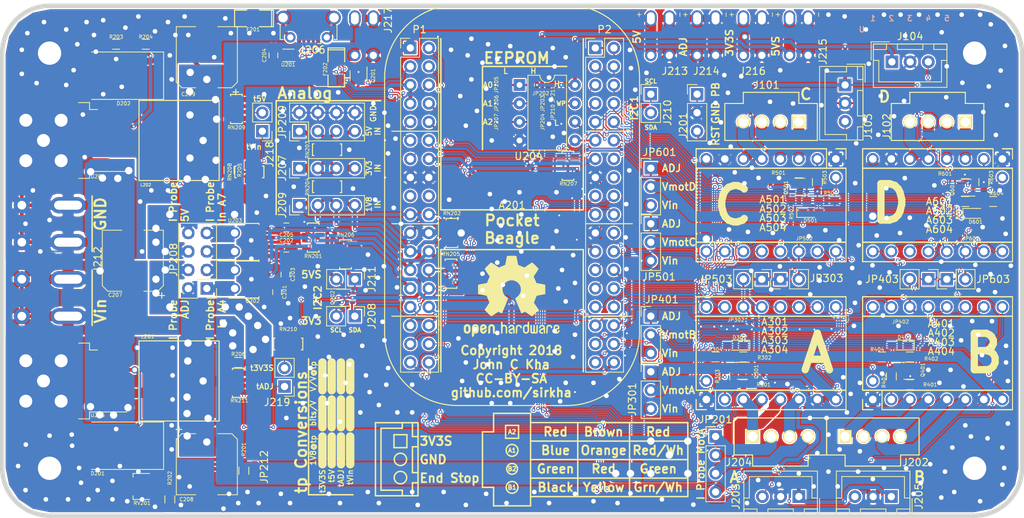
<source format=kicad_pcb>
(kicad_pcb (version 4) (host pcbnew 4.0.7)
  (layers (0 F.Cu signal) (31 B.Cu signal) (34 B.Paste user hide) (35 F.Paste user hide) (36 B.SilkS user) (37 F.SilkS user) (38 B.Mask user) (39 F.Mask user) (44 Edge.Cuts user))
  (net 0 "")
  (net 1 GND)
  (net 2 /Common/pr1_pru0_pru_r30_00)
  (net 3 /Common/StepperB/fault_supply)
  (net 4 /Common/gpio2_0)
  (net 5 /Common/StepperB/A2)
  (net 6 /Common/gpio0_27)
  (net 7 /Common/StepperB/A1)
  (net 8 /Common/gpio1_15)
  (net 9 /Common/StepperB/B1)
  (net 10 /Common/gpio2_1)
  (net 11 /Common/StepperB/B2)
  (net 12 /Common/StepperB/SLP)
  (net 13 /Common/pr1_pru1_pru_r30_15)
  (net 14 /Common/StepperB/Vmot)
  (net 15 /Common/pr1_pru1_pru_r30_14)
  (net 16 /Common/gpio1_28)
  (net 17 /Common/pr1_pru0_pru_r30_07)
  (net 18 /Common/StepperA/fault_supply)
  (net 19 /Common/gpio1_27)
  (net 20 /Common/StepperA/A2)
  (net 21 /Common/gpio1_26)
  (net 22 /Common/StepperA/A1)
  (net 23 /Common/gpio1_25)
  (net 24 /Common/StepperA/B1)
  (net 25 /Common/StepperA/B2)
  (net 26 /Common/StepperA/SLP)
  (net 27 /Common/pr1_pru0_pru_r30_04)
  (net 28 /Common/StepperA/Vmot)
  (net 29 /Common/pr1_pru0_pru_r30_01)
  (net 30 /Common/gpio0_26)
  (net 31 "Net-(C201-Pad1)")
  (net 32 "Net-(C202-Pad1)")
  (net 33 5VS)
  (net 34 Vin)
  (net 35 /Common/IP_vadj)
  (net 36 /Common/IP_5V)
  (net 37 "Net-(D201-Pad1)")
  (net 38 "Net-(D202-Pad1)")
  (net 39 "Net-(F201-Pad1)")
  (net 40 /gpio1_14)
  (net 41 3V3S)
  (net 42 "Net-(A201-Pad2.12)")
  (net 43 +5V)
  (net 44 /Common/pr1_pru1_pru_r31_10)
  (net 45 "Net-(J204-Pad2)")
  (net 46 "Net-(J204-Pad4)")
  (net 47 /Common/pr1_pru0_pru_r31_16)
  (net 48 /Common/usb1_id)
  (net 49 "Net-(J207-Pad1)")
  (net 50 "Net-(J207-Pad2)")
  (net 51 "Net-(J207-Pad3)")
  (net 52 "Net-(J207-Pad4)")
  (net 53 /Common/i2c2_scl)
  (net 54 /Common/i2c2_sda)
  (net 55 /Common/ain0)
  (net 56 /Common/ain1)
  (net 57 /Common/ain2)
  (net 58 /Common/ain3)
  (net 59 /Common/i2c1_sda)
  (net 60 /Common/i2c1_scl)
  (net 61 "Net-(J211-Pad1)")
  (net 62 "Net-(J211-Pad2)")
  (net 63 Vadj)
  (net 64 "Net-(JP202-Pad2)")
  (net 65 "Net-(JP203-Pad2)")
  (net 66 "Net-(JP204-Pad2)")
  (net 67 "Net-(JP210-Pad2)")
  (net 68 "Net-(JP212-Pad1)")
  (net 69 /Common/usb1_drvvbus)
  (net 70 "Net-(Q201-Pad3)")
  (net 71 "Net-(Q301-Pad1)")
  (net 72 /Common/gpio0_4)
  (net 73 "Net-(Q301-Pad5)")
  (net 74 "Net-(Q401-Pad1)")
  (net 75 /Common/gpio0_5)
  (net 76 "Net-(Q401-Pad5)")
  (net 77 "Net-(R201-Pad2)")
  (net 78 "Net-(R203-Pad2)")
  (net 79 "Net-(RN201-Pad8)")
  (net 80 /Common/ain4)
  (net 81 /Common/ain7)
  (net 82 "Net-(JP209-Pada1)")
  (net 83 "Net-(JP209-Pada4)")
  (net 84 "Net-(JP209-Pada3)")
  (net 85 "Net-(JP209-Pada2)")
  (net 86 "Net-(RN206-Pad5)")
  (net 87 "Net-(RN206-Pad6)")
  (net 88 "Net-(RV201-Pad2)")
  (net 89 "Net-(JP208-Pada1)")
  (net 90 "Net-(JP208-Pada2)")
  (net 91 "Net-(JP208-Pada3)")
  (net 92 "Net-(JP208-Pada4)")
  (net 93 /Common/usb1_vbus)
  (net 94 "Net-(RN201-Pad7)")
  (net 95 "Net-(RN207-Pad1)")
  (net 96 "Net-(RN207-Pad2)")
  (net 97 /Common/usb1_d-)
  (net 98 /Common/usb1_d+)
  (net 99 "Net-(RN205-Pad5)")
  (net 100 "Net-(RN205-Pad6)")
  (net 101 /Common/usb1_5V)
  (net 102 "Net-(J218-Pad1)")
  (net 103 "Net-(J218-Pad2)")
  (net 104 "Net-(J219-Pad1)")
  (net 105 "Net-(J219-Pad2)")
  (net 106 "Net-(R205-Pad1)")
  (net 107 "Net-(R206-Pad1)")
  (net 108 "Net-(RN208-Pad1)")
  (net 109 "Net-(RN209-Pad7)")
  (net 110 "Net-(RN209-Pad2)")
  (net 111 "Net-(RN210-Pad1)")
  (net 112 "Net-(RN210-Pad3)")
  (net 113 "Net-(RN211-Pad1)")
  (net 114 /Common/gpio1_12)
  (net 115 /gpio1_20)
  (net 116 /pr1_pru1_pru_r31_08)
  (net 117 /pr1_pru0_pru_r30_05)
  (net 118 /pr1_pu0_pru_r30_15)
  (net 119 /pr1_pru0_pru_r30_02)
  (net 120 /gpio0_19)
  (net 121 /pr1_pru0_pru_r31_03)
  (net 122 /gpio0_7)
  (net 123 /pr1_pru0_pru_r30_06)
  (net 124 /gpio1_8)
  (net 125 /gpio1_9)
  (net 126 /gpio0_31)
  (net 127 /gpio0_30)
  (net 128 /gpio0_23)
  (net 129 /gpio1_18)
  (net 130 /gpio0_2)
  (net 131 /gpio0_3)
  (net 132 /StepperC/fault_supply)
  (net 133 /StepperC/A2)
  (net 134 /StepperC/A1)
  (net 135 /StepperC/B1)
  (net 136 /StepperC/B2)
  (net 137 /StepperC/SLP)
  (net 138 /StepperC/Vmot)
  (net 139 /StepperD/fault_supply)
  (net 140 /StepperD/A2)
  (net 141 /StepperD/A1)
  (net 142 /StepperD/B1)
  (net 143 /StepperD/B2)
  (net 144 /StepperD/SLP)
  (net 145 /StepperD/Vmot)
  (net 146 "Net-(Q501-Pad1)")
  (net 147 "Net-(Q501-Pad5)")
  (net 148 "Net-(Q601-Pad1)")
  (net 149 "Net-(Q601-Pad5)")
  (net 150 RST)
  (net 151 /pr1_pru1_pru_r30_09)
  (net 152 /pr1_pru1_pru_r30_11)
  (module Housings_DIP:DIP-8_W7.62mm (layer F.Cu) (at 101.016 75.87)
    (fp_text reference U204 (at 1.27 9.779) (layer F.SilkS))
    (fp_text value 24LC256)
    (pad 1 thru_hole rect (at 0 0) (size 1.6 1.6) (drill 0.8) (layers *.Cu *.Mask) (net 64 "Net-(JP202-Pad2)"))
    (pad 5 thru_hole oval (at 7.62 7.62) (size 1.6 1.6) (drill 0.8) (layers *.Cu *.Mask) (net 59 /Common/i2c1_sda))
    (pad 2 thru_hole oval (at 0 2.54) (size 1.6 1.6) (drill 0.8) (layers *.Cu *.Mask) (net 65 "Net-(JP203-Pad2)"))
    (pad 6 thru_hole oval (at 7.62 5.08) (size 1.6 1.6) (drill 0.8) (layers *.Cu *.Mask) (net 60 /Common/i2c1_scl))
    (pad 3 thru_hole oval (at 0 5.08) (size 1.6 1.6) (drill 0.8) (layers *.Cu *.Mask) (net 66 "Net-(JP204-Pad2)"))
    (pad 7 thru_hole oval (at 7.62 2.54) (size 1.6 1.6) (drill 0.8) (layers *.Cu *.Mask) (net 67 "Net-(JP210-Pad2)"))
    (pad 4 thru_hole oval (at 0 7.62) (size 1.6 1.6) (drill 0.8) (layers *.Cu *.Mask) (net 1 GND))
    (pad 8 thru_hole oval (at 7.62 0) (size 1.6 1.6) (drill 0.8) (layers *.Cu *.Mask) (net 41 3V3S))
  )
  (module Pin_Headers:Pin_Header_Straight_1x02_Pitch2.54mm (layer F.Cu) (at 134.29 102.54 270)
    (fp_text reference JP303 (at -0.127 -8.89 360) (layer F.SilkS))
    (fp_text value 01x02)
    (pad 1 thru_hole rect (at 0 0 270) (size 1.7 1.7) (drill 1) (layers *.Cu *.Mask) (net 41 3V3S))
    (pad 2 thru_hole oval (at 0 2.54 270) (size 1.7 1.7) (drill 1) (layers *.Cu *.Mask) (net 26 /Common/StepperA/SLP))
  )
  (module Pin_Headers:Pin_Header_Straight_1x03_Pitch2.54mm (layer F.Cu) (at 119.05 107.62)
    (fp_text reference JP401 (at 1.524 -2.286 180) (layer F.SilkS))
    (fp_text value 01x03)
    (pad 1 thru_hole rect (at 0 0) (size 1.7 1.7) (drill 1) (layers *.Cu *.Mask) (net 63 Vadj))
    (pad 2 thru_hole oval (at 0 2.54) (size 1.7 1.7) (drill 1) (layers *.Cu *.Mask) (net 14 /Common/StepperB/Vmot))
    (pad 3 thru_hole oval (at 0 5.08) (size 1.7 1.7) (drill 1) (layers *.Cu *.Mask) (net 34 Vin))
  )
  (module TO_SOT_Packages_SMD:SOT-363_SC-70-6 (layer F.Cu) (at 162.357 89.967 180)
    (fp_text reference Q601 (at 1.905 -0.127 270) (layer F.SilkS) (effects (font (size 0.5 0.5) (thickness 0.08))))
    (fp_text value FDC6420C)
    (pad 1 smd rect (at -0.95 -0.65 180) (size 0.65 0.4) (layers F.Cu F.Paste F.Mask) (net 148 "Net-(Q601-Pad1)"))
    (pad 3 smd rect (at -0.95 0.65 180) (size 0.65 0.4) (layers F.Cu F.Paste F.Mask) (net 128 /gpio0_23))
    (pad 5 smd rect (at 0.95 0 180) (size 0.65 0.4) (layers F.Cu F.Paste F.Mask) (net 149 "Net-(Q601-Pad5)"))
    (pad 2 smd rect (at -0.95 0 180) (size 0.65 0.4) (layers F.Cu F.Paste F.Mask) (net 148 "Net-(Q601-Pad1)"))
    (pad 4 smd rect (at 0.95 0.65 180) (size 0.65 0.4) (layers F.Cu F.Paste F.Mask) (net 1 GND))
    (pad 6 smd rect (at 0.95 -0.65 180) (size 0.65 0.4) (layers F.Cu F.Paste F.Mask) (net 41 3V3S))
  )
  (module Resistors_SMD:R_0603_HandSoldering (layer F.Cu) (at 162.23 91.872)
    (fp_text reference R602 (at -1.016 1.524 90) (layer F.SilkS) (effects (font (size 0.5 0.5) (thickness 0.08))))
    (fp_text value 12K)
    (pad 1 smd rect (at -1.1 0) (size 1.2 0.9) (layers F.Cu F.Paste F.Mask) (net 41 3V3S))
    (pad 2 smd rect (at 1.1 0) (size 1.2 0.9) (layers F.Cu F.Paste F.Mask) (net 148 "Net-(Q601-Pad1)"))
  )
  (module Resistors_SMD:R_0603_HandSoldering (layer F.Cu) (at 164.77 89.205 90)
    (fp_text reference R603 (at 0.635 1.016 90) (layer F.SilkS) (effects (font (size 0.5 0.5) (thickness 0.08))))
    (fp_text value 1K2)
    (pad 1 smd rect (at -1.1 0 90) (size 1.2 0.9) (layers F.Cu F.Paste F.Mask) (net 128 /gpio0_23))
    (pad 2 smd rect (at 1.1 0 90) (size 1.2 0.9) (layers F.Cu F.Paste F.Mask) (net 139 /StepperD/fault_supply))
  )
  (module Resistors_SMD:R_0603_HandSoldering (layer F.Cu) (at 162.23 88.062 180)
    (fp_text reference R601 (at 2.794 0 180) (layer F.SilkS) (effects (font (size 0.5 0.5) (thickness 0.08))))
    (fp_text value 22)
    (pad 1 smd rect (at -1.1 0 180) (size 1.2 0.9) (layers F.Cu F.Paste F.Mask) (net 139 /StepperD/fault_supply))
    (pad 2 smd rect (at 1.1 0 180) (size 1.2 0.9) (layers F.Cu F.Paste F.Mask) (net 149 "Net-(Q601-Pad5)"))
  )
  (module Resistors_SMD:R_0603_HandSoldering (layer F.Cu) (at 166.04 91.872)
    (fp_text reference R604 (at 0.4572 -1.1176) (layer F.SilkS) (effects (font (size 0.5 0.5) (thickness 0.08))))
    (fp_text value 12K)
    (pad 1 smd rect (at -1.1 0) (size 1.2 0.9) (layers F.Cu F.Paste F.Mask) (net 128 /gpio0_23))
    (pad 2 smd rect (at 1.1 0) (size 1.2 0.9) (layers F.Cu F.Paste F.Mask) (net 1 GND))
  )
  (module Resistors_SMD:R_0603_HandSoldering (layer F.Cu) (at 139.37 87.935 180)
    (fp_text reference R501 (at 2.794 0 180) (layer F.SilkS) (effects (font (size 0.5 0.5) (thickness 0.08))))
    (fp_text value 22)
    (pad 1 smd rect (at -1.1 0 180) (size 1.2 0.9) (layers F.Cu F.Paste F.Mask) (net 132 /StepperC/fault_supply))
    (pad 2 smd rect (at 1.1 0 180) (size 1.2 0.9) (layers F.Cu F.Paste F.Mask) (net 147 "Net-(Q501-Pad5)"))
  )
  (module Resistors_SMD:R_0603_HandSoldering (layer F.Cu) (at 141.91 89.205 90)
    (fp_text reference R503 (at 0.635 1.016 90) (layer F.SilkS) (effects (font (size 0.5 0.5) (thickness 0.08))))
    (fp_text value 1K2)
    (pad 1 smd rect (at -1.1 0 90) (size 1.2 0.9) (layers F.Cu F.Paste F.Mask) (net 129 /gpio1_18))
    (pad 2 smd rect (at 1.1 0 90) (size 1.2 0.9) (layers F.Cu F.Paste F.Mask) (net 132 /StepperC/fault_supply))
  )
  (module TO_SOT_Packages_SMD:SOT-363_SC-70-6 (layer F.Cu) (at 139.497 89.84 180)
    (fp_text reference Q501 (at 1.905 -0.127 270) (layer F.SilkS) (effects (font (size 0.5 0.5) (thickness 0.08))))
    (fp_text value FDC6420C)
    (pad 1 smd rect (at -0.95 -0.65 180) (size 0.65 0.4) (layers F.Cu F.Paste F.Mask) (net 146 "Net-(Q501-Pad1)"))
    (pad 3 smd rect (at -0.95 0.65 180) (size 0.65 0.4) (layers F.Cu F.Paste F.Mask) (net 129 /gpio1_18))
    (pad 5 smd rect (at 0.95 0 180) (size 0.65 0.4) (layers F.Cu F.Paste F.Mask) (net 147 "Net-(Q501-Pad5)"))
    (pad 2 smd rect (at -0.95 0 180) (size 0.65 0.4) (layers F.Cu F.Paste F.Mask) (net 146 "Net-(Q501-Pad1)"))
    (pad 4 smd rect (at 0.95 0.65 180) (size 0.65 0.4) (layers F.Cu F.Paste F.Mask) (net 1 GND))
    (pad 6 smd rect (at 0.95 -0.65 180) (size 0.65 0.4) (layers F.Cu F.Paste F.Mask) (net 41 3V3S))
  )
  (module Resistors_SMD:R_0603_HandSoldering (layer F.Cu) (at 139.37 91.745)
    (fp_text reference R502 (at -1.016 1.651 90) (layer F.SilkS) (effects (font (size 0.5 0.5) (thickness 0.08))))
    (fp_text value 12K)
    (pad 1 smd rect (at -1.1 0) (size 1.2 0.9) (layers F.Cu F.Paste F.Mask) (net 41 3V3S))
    (pad 2 smd rect (at 1.1 0) (size 1.2 0.9) (layers F.Cu F.Paste F.Mask) (net 146 "Net-(Q501-Pad1)"))
  )
  (module Resistors_SMD:R_0603_HandSoldering (layer F.Cu) (at 143.18 91.745)
    (fp_text reference R504 (at 0.5588 -1.0414) (layer F.SilkS) (effects (font (size 0.5 0.5) (thickness 0.08))))
    (fp_text value 12K)
    (pad 1 smd rect (at -1.1 0) (size 1.2 0.9) (layers F.Cu F.Paste F.Mask) (net 129 /gpio1_18))
    (pad 2 smd rect (at 1.1 0) (size 1.2 0.9) (layers F.Cu F.Paste F.Mask) (net 1 GND))
  )
  (module Pin_Headers:Pin_Header_Straight_1x03_Pitch2.54mm (layer F.Cu) (at 119.05 94.92)
    (fp_text reference JP501 (at 1.12268 7.29234) (layer F.SilkS))
    (fp_text value 01x03)
    (pad 1 thru_hole rect (at 0 0) (size 1.7 1.7) (drill 1) (layers *.Cu *.Mask) (net 63 Vadj))
    (pad 2 thru_hole oval (at 0 2.54) (size 1.7 1.7) (drill 1) (layers *.Cu *.Mask) (net 138 /StepperC/Vmot))
    (pad 3 thru_hole oval (at 0 5.08) (size 1.7 1.7) (drill 1) (layers *.Cu *.Mask) (net 34 Vin))
  )
  (module footprints:PocketBeagle (layer F.Cu) (at 86.03 70.79)
    (fp_text reference A201 (at 13.97 21.59) (layer F.SilkS))
    (fp_text value PocketBeagle)
    (fp_text user P2 (at 26.67 -2.54) (layer F.SilkS))
    (fp_text user P1 (at 1.27 -2.54) (layer F.SilkS))
    (pad 2.36 thru_hole oval (at 27.94 43.18) (size 1.7 1.7) (drill 1) (layers *.Cu *.Mask) (net 81 /Common/ain7))
    (pad 2.35 thru_hole oval (at 25.4 43.18) (size 1.7 1.7) (drill 1) (layers *.Cu *.Mask) (net 116 /pr1_pru1_pru_r31_08))
    (pad 2.34 thru_hole oval (at 27.94 40.64) (size 1.7 1.7) (drill 1) (layers *.Cu *.Mask) (net 117 /pr1_pru0_pru_r30_05))
    (pad 2.33 thru_hole oval (at 25.4 40.64) (size 1.7 1.7) (drill 1) (layers *.Cu *.Mask) (net 118 /pr1_pu0_pru_r30_15))
    (pad 2.32 thru_hole oval (at 27.94 38.1) (size 1.7 1.7) (drill 1) (layers *.Cu *.Mask) (net 119 /pr1_pru0_pru_r30_02))
    (pad 2.31 thru_hole oval (at 25.4 38.1) (size 1.7 1.7) (drill 1) (layers *.Cu *.Mask) (net 120 /gpio0_19))
    (pad 2.30 thru_hole oval (at 27.94 35.56) (size 1.7 1.7) (drill 1) (layers *.Cu *.Mask) (net 121 /pr1_pru0_pru_r31_03))
    (pad 2.29 thru_hole oval (at 25.4 35.56) (size 1.7 1.7) (drill 1) (layers *.Cu *.Mask) (net 122 /gpio0_7))
    (pad 2.28 thru_hole oval (at 27.94 33.02) (size 1.7 1.7) (drill 1) (layers *.Cu *.Mask) (net 123 /pr1_pru0_pru_r30_06))
    (pad 2.27 thru_hole oval (at 25.4 33.02) (size 1.7 1.7) (drill 1) (layers *.Cu *.Mask) (net 124 /gpio1_8))
    (pad 2.26 thru_hole oval (at 27.94 30.48) (size 1.7 1.7) (drill 1) (layers *.Cu *.Mask) (net 150 RST))
    (pad 2.25 thru_hole oval (at 25.4 30.48) (size 1.7 1.7) (drill 1) (layers *.Cu *.Mask) (net 125 /gpio1_9))
    (pad 2.24 thru_hole oval (at 27.94 27.94) (size 1.7 1.7) (drill 1) (layers *.Cu *.Mask) (net 114 /Common/gpio1_12))
    (pad 2.23 thru_hole oval (at 25.4 27.94) (size 1.7 1.7) (drill 1) (layers *.Cu *.Mask) (net 41 3V3S))
    (pad 2.22 thru_hole oval (at 27.94 25.4) (size 1.7 1.7) (drill 1) (layers *.Cu *.Mask) (net 40 /gpio1_14))
    (pad 2.21 thru_hole oval (at 25.4 25.4) (size 1.7 1.7) (drill 1) (layers *.Cu *.Mask) (net 1 GND))
    (pad 2.20 thru_hole oval (at 27.94 22.86) (size 1.7 1.7) (drill 1) (layers *.Cu *.Mask) (net 4 /Common/gpio2_0))
    (pad 2.19 thru_hole oval (at 25.4 22.86) (size 1.7 1.7) (drill 1) (layers *.Cu *.Mask) (net 6 /Common/gpio0_27))
    (pad 2.18 thru_hole oval (at 27.94 20.32) (size 1.7 1.7) (drill 1) (layers *.Cu *.Mask) (net 8 /Common/gpio1_15))
    (pad 2.17 thru_hole oval (at 25.4 20.32) (size 1.7 1.7) (drill 1) (layers *.Cu *.Mask) (net 10 /Common/gpio2_1))
    (pad 2.16 thru_hole oval (at 27.94 17.78) (size 1.7 1.7) (drill 1) (layers *.Cu *.Mask))
    (pad 2.15 thru_hole oval (at 25.4 17.78) (size 1.7 1.7) (drill 1) (layers *.Cu *.Mask) (net 1 GND))
    (pad 2.14 thru_hole oval (at 27.94 15.24) (size 1.7 1.7) (drill 1) (layers *.Cu *.Mask))
    (pad 2.13 thru_hole oval (at 25.4 15.24) (size 1.7 1.7) (drill 1) (layers *.Cu *.Mask) (net 33 5VS))
    (pad 2.12 thru_hole oval (at 27.94 12.7) (size 1.7 1.7) (drill 1) (layers *.Cu *.Mask) (net 42 "Net-(A201-Pad2.12)"))
    (pad 2.11 thru_hole oval (at 25.4 12.7) (size 1.7 1.7) (drill 1) (layers *.Cu *.Mask) (net 59 /Common/i2c1_sda))
    (pad 2.10 thru_hole oval (at 27.94 10.16) (size 1.7 1.7) (drill 1) (layers *.Cu *.Mask) (net 115 /gpio1_20))
    (pad 2.9 thru_hole oval (at 25.4 10.16) (size 1.7 1.7) (drill 1) (layers *.Cu *.Mask) (net 60 /Common/i2c1_scl))
    (pad 2.8 thru_hole oval (at 27.94 7.62) (size 1.7 1.7) (drill 1) (layers *.Cu *.Mask) (net 16 /Common/gpio1_28))
    (pad 2.7 thru_hole oval (at 25.4 7.62) (size 1.7 1.7) (drill 1) (layers *.Cu *.Mask) (net 126 /gpio0_31))
    (pad 2.6 thru_hole oval (at 27.94 5.08) (size 1.7 1.7) (drill 1) (layers *.Cu *.Mask) (net 23 /Common/gpio1_25))
    (pad 2.5 thru_hole oval (at 25.4 5.08) (size 1.7 1.7) (drill 1) (layers *.Cu *.Mask) (net 127 /gpio0_30))
    (pad 2.4 thru_hole oval (at 27.94 2.54) (size 1.7 1.7) (drill 1) (layers *.Cu *.Mask) (net 21 /Common/gpio1_26))
    (pad 2.3 thru_hole oval (at 25.4 2.54) (size 1.7 1.7) (drill 1) (layers *.Cu *.Mask) (net 128 /gpio0_23))
    (pad 2.2 thru_hole oval (at 27.94 0) (size 1.7 1.7) (drill 1) (layers *.Cu *.Mask) (net 19 /Common/gpio1_27))
    (pad 2.1 thru_hole rect (at 25.4 0) (size 1.7 1.7) (drill 1) (layers *.Cu *.Mask) (net 129 /gpio1_18))
    (pad 1.1 thru_hole rect (at 0 0) (size 1.7 1.7) (drill 1) (layers *.Cu *.Mask) (net 43 +5V))
    (pad 1.2 thru_hole oval (at 2.54 0) (size 1.7 1.7) (drill 1) (layers *.Cu *.Mask) (net 151 /pr1_pru1_pru_r30_09))
    (pad 1.3 thru_hole oval (at 0 2.54) (size 1.7 1.7) (drill 1) (layers *.Cu *.Mask) (net 69 /Common/usb1_drvvbus))
    (pad 1.4 thru_hole oval (at 2.54 2.54) (size 1.7 1.7) (drill 1) (layers *.Cu *.Mask) (net 152 /pr1_pru1_pru_r30_11))
    (pad 1.5 thru_hole oval (at 0 5.08) (size 1.7 1.7) (drill 1) (layers *.Cu *.Mask) (net 93 /Common/usb1_vbus))
    (pad 1.6 thru_hole oval (at 2.54 5.08) (size 1.7 1.7) (drill 1) (layers *.Cu *.Mask) (net 75 /Common/gpio0_5))
    (pad 1.7 thru_hole oval (at 0 7.62) (size 1.7 1.7) (drill 1) (layers *.Cu *.Mask) (net 93 /Common/usb1_vbus))
    (pad 1.8 thru_hole oval (at 2.54 7.62) (size 1.7 1.7) (drill 1) (layers *.Cu *.Mask) (net 130 /gpio0_2))
    (pad 1.9 thru_hole oval (at 0 10.16) (size 1.7 1.7) (drill 1) (layers *.Cu *.Mask) (net 97 /Common/usb1_d-))
    (pad 1.10 thru_hole oval (at 2.54 10.16) (size 1.7 1.7) (drill 1) (layers *.Cu *.Mask) (net 131 /gpio0_3))
    (pad 1.11 thru_hole oval (at 0 12.7) (size 1.7 1.7) (drill 1) (layers *.Cu *.Mask) (net 98 /Common/usb1_d+))
    (pad 1.12 thru_hole oval (at 2.54 12.7) (size 1.7 1.7) (drill 1) (layers *.Cu *.Mask) (net 72 /Common/gpio0_4))
    (pad 1.13 thru_hole oval (at 0 15.24) (size 1.7 1.7) (drill 1) (layers *.Cu *.Mask) (net 48 /Common/usb1_id))
    (pad 1.14 thru_hole oval (at 2.54 15.24) (size 1.7 1.7) (drill 1) (layers *.Cu *.Mask) (net 41 3V3S))
    (pad 1.15 thru_hole oval (at 0 17.78) (size 1.7 1.7) (drill 1) (layers *.Cu *.Mask) (net 1 GND))
    (pad 1.16 thru_hole oval (at 2.54 17.78) (size 1.7 1.7) (drill 1) (layers *.Cu *.Mask) (net 1 GND))
    (pad 1.17 thru_hole oval (at 0 20.32) (size 1.7 1.7) (drill 1) (layers *.Cu *.Mask))
    (pad 1.18 thru_hole oval (at 2.54 20.32) (size 1.7 1.7) (drill 1) (layers *.Cu *.Mask))
    (pad 1.19 thru_hole oval (at 0 22.86) (size 1.7 1.7) (drill 1) (layers *.Cu *.Mask) (net 55 /Common/ain0))
    (pad 1.20 thru_hole oval (at 2.54 22.86) (size 1.7 1.7) (drill 1) (layers *.Cu *.Mask) (net 47 /Common/pr1_pru0_pru_r31_16))
    (pad 1.21 thru_hole oval (at 0 25.4) (size 1.7 1.7) (drill 1) (layers *.Cu *.Mask) (net 56 /Common/ain1))
    (pad 1.22 thru_hole oval (at 2.54 25.4) (size 1.7 1.7) (drill 1) (layers *.Cu *.Mask) (net 1 GND))
    (pad 1.23 thru_hole oval (at 0 27.94) (size 1.7 1.7) (drill 1) (layers *.Cu *.Mask) (net 57 /Common/ain2))
    (pad 1.24 thru_hole oval (at 2.54 27.94) (size 1.7 1.7) (drill 1) (layers *.Cu *.Mask) (net 33 5VS))
    (pad 1.25 thru_hole oval (at 0 30.48) (size 1.7 1.7) (drill 1) (layers *.Cu *.Mask) (net 58 /Common/ain3))
    (pad 1.26 thru_hole oval (at 2.54 30.48) (size 1.7 1.7) (drill 1) (layers *.Cu *.Mask) (net 54 /Common/i2c2_sda))
    (pad 1.27 thru_hole oval (at 0 33.02) (size 1.7 1.7) (drill 1) (layers *.Cu *.Mask) (net 80 /Common/ain4))
    (pad 1.28 thru_hole oval (at 2.54 33.02) (size 1.7 1.7) (drill 1) (layers *.Cu *.Mask) (net 53 /Common/i2c2_scl))
    (pad 1.29 thru_hole oval (at 0 35.56) (size 1.7 1.7) (drill 1) (layers *.Cu *.Mask) (net 17 /Common/pr1_pru0_pru_r30_07))
    (pad 1.30 thru_hole oval (at 2.54 35.56) (size 1.7 1.7) (drill 1) (layers *.Cu *.Mask) (net 13 /Common/pr1_pru1_pru_r30_15))
    (pad 1.31 thru_hole oval (at 0 38.1) (size 1.7 1.7) (drill 1) (layers *.Cu *.Mask) (net 27 /Common/pr1_pru0_pru_r30_04))
    (pad 1.32 thru_hole oval (at 2.54 38.1) (size 1.7 1.7) (drill 1) (layers *.Cu *.Mask) (net 15 /Common/pr1_pru1_pru_r30_14))
    (pad 1.33 thru_hole oval (at 0 40.64) (size 1.7 1.7) (drill 1) (layers *.Cu *.Mask) (net 29 /Common/pr1_pru0_pru_r30_01))
    (pad 1.34 thru_hole oval (at 2.54 40.64) (size 1.7 1.7) (drill 1) (layers *.Cu *.Mask) (net 30 /Common/gpio0_26))
    (pad 1.35 thru_hole oval (at 0 43.18) (size 1.7 1.7) (drill 1) (layers *.Cu *.Mask) (net 44 /Common/pr1_pru1_pru_r31_10))
    (pad 1.36 thru_hole oval (at 2.54 43.18) (size 1.7 1.7) (drill 1) (layers *.Cu *.Mask) (net 2 /Common/pr1_pru0_pru_r30_00))
  )
  (module footprints:Pololu_Breakout-16_15.2x20.3mm (layer F.Cu) (at 126.67 119.05 90)
    (fp_text reference A301 (at 10.668 9.398 180) (layer F.SilkS))
    (fp_text value Pololu_Breakout_A4988)
    (pad 1 thru_hole rect (at 0 0 90) (size 1.6 1.6) (drill 1) (layers *.Cu *.Mask) (net 1 GND))
    (pad 9 thru_hole oval (at 12.7 17.78 90) (size 1.6 1.6) (drill 1) (layers *.Cu *.Mask) (net 17 /Common/pr1_pru0_pru_r30_07))
    (pad 2 thru_hole oval (at 0 2.54 90) (size 1.6 1.6) (drill 1) (layers *.Cu *.Mask) (net 18 /Common/StepperA/fault_supply))
    (pad 10 thru_hole oval (at 12.7 15.24 90) (size 1.6 1.6) (drill 1) (layers *.Cu *.Mask) (net 19 /Common/gpio1_27))
    (pad 3 thru_hole oval (at 0 5.08 90) (size 1.6 1.6) (drill 1) (layers *.Cu *.Mask) (net 20 /Common/StepperA/A2))
    (pad 11 thru_hole oval (at 12.7 12.7 90) (size 1.6 1.6) (drill 1) (layers *.Cu *.Mask) (net 21 /Common/gpio1_26))
    (pad 4 thru_hole oval (at 0 7.62 90) (size 1.6 1.6) (drill 1) (layers *.Cu *.Mask) (net 22 /Common/StepperA/A1))
    (pad 12 thru_hole oval (at 12.7 10.16 90) (size 1.6 1.6) (drill 1) (layers *.Cu *.Mask) (net 23 /Common/gpio1_25))
    (pad 5 thru_hole oval (at 0 10.16 90) (size 1.6 1.6) (drill 1) (layers *.Cu *.Mask) (net 24 /Common/StepperA/B1))
    (pad 13 thru_hole oval (at 12.7 7.62 90) (size 1.6 1.6) (drill 1) (layers *.Cu *.Mask) (net 16 /Common/gpio1_28))
    (pad 6 thru_hole oval (at 0 12.7 90) (size 1.6 1.6) (drill 1) (layers *.Cu *.Mask) (net 25 /Common/StepperA/B2))
    (pad 14 thru_hole oval (at 12.7 5.08 90) (size 1.6 1.6) (drill 1) (layers *.Cu *.Mask) (net 26 /Common/StepperA/SLP))
    (pad 7 thru_hole oval (at 0 15.24 90) (size 1.6 1.6) (drill 1) (layers *.Cu *.Mask) (net 1 GND))
    (pad 15 thru_hole oval (at 12.7 2.54 90) (size 1.6 1.6) (drill 1) (layers *.Cu *.Mask) (net 27 /Common/pr1_pru0_pru_r30_04))
    (pad 8 thru_hole oval (at 0 17.78 90) (size 1.6 1.6) (drill 1) (layers *.Cu *.Mask) (net 28 /Common/StepperA/Vmot))
    (pad 16 thru_hole oval (at 12.7 0 90) (size 1.6 1.6) (drill 1) (layers *.Cu *.Mask) (net 29 /Common/pr1_pru0_pru_r30_01))
  )
  (module TO_SOT_Packages_SMD:SOT-363_SC-70-6 (layer F.Cu) (at 154.483 115.113)
    (fp_text reference Q401 (at 1.905 -0.127 90) (layer F.SilkS) (effects (font (size 0.5 0.5) (thickness 0.08))))
    (fp_text value FDC6420C)
    (pad 1 smd rect (at -0.95 -0.65) (size 0.65 0.4) (layers F.Cu F.Paste F.Mask) (net 74 "Net-(Q401-Pad1)"))
    (pad 3 smd rect (at -0.95 0.65) (size 0.65 0.4) (layers F.Cu F.Paste F.Mask) (net 72 /Common/gpio0_4))
    (pad 5 smd rect (at 0.95 0) (size 0.65 0.4) (layers F.Cu F.Paste F.Mask) (net 76 "Net-(Q401-Pad5)"))
    (pad 2 smd rect (at -0.95 0) (size 0.65 0.4) (layers F.Cu F.Paste F.Mask) (net 74 "Net-(Q401-Pad1)"))
    (pad 4 smd rect (at 0.95 0.65) (size 0.65 0.4) (layers F.Cu F.Paste F.Mask) (net 1 GND))
    (pad 6 smd rect (at 0.95 -0.65) (size 0.65 0.4) (layers F.Cu F.Paste F.Mask) (net 41 3V3S))
  )
  (module Resistors_SMD:R_0603_HandSoldering (layer F.Cu) (at 152.07 115.875 270)
    (fp_text reference R403 (at 0.635 1.016 270) (layer F.SilkS) (effects (font (size 0.5 0.5) (thickness 0.08))))
    (fp_text value 1K2)
    (pad 1 smd rect (at -1.1 0 270) (size 1.2 0.9) (layers F.Cu F.Paste F.Mask) (net 72 /Common/gpio0_4))
    (pad 2 smd rect (at 1.1 0 270) (size 1.2 0.9) (layers F.Cu F.Paste F.Mask) (net 3 /Common/StepperB/fault_supply))
  )
  (module Connectors_JST:JST_XH_B03B-XH-A_03x2.50mm_Straight (layer F.Cu) (at 139.37 132.385 180)
    (fp_text reference J203 (at 8.636 0 270) (layer F.SilkS))
    (fp_text value 01x03)
    (pad 1 thru_hole rect (at 0 0 180) (size 1.75 1.75) (drill 1) (layers *.Cu *.Mask) (net 41 3V3S))
    (pad 2 thru_hole circle (at 2.5 0 180) (size 1.75 1.75) (drill 1) (layers *.Cu *.Mask) (net 1 GND))
    (pad 3 thru_hole circle (at 5 0 180) (size 1.75 1.75) (drill 1) (layers *.Cu *.Mask) (net 44 /Common/pr1_pru1_pru_r31_10))
  )
  (module Mounting_Holes:MountingHole_3.2mm_M3_ISO14580_Pad (layer F.Cu) (at 163.5 128.5)
    (fp_text reference MK201 hide)
    (fp_text value Mounting_Hole_PAD hide)
    (pad 1 thru_hole circle (at 0 0) (size 5.5 5.5) (drill 3.2) (layers *.Cu *.Mask) (net 1 GND))
  )
  (module Mounting_Holes:MountingHole_3.2mm_M3_ISO14580_Pad (layer F.Cu) (at 36.5 128.5)
    (fp_text reference MK202 hide)
    (fp_text value Mounting_Hole_PAD hide)
    (pad 1 thru_hole circle (at 0 0) (size 5.5 5.5) (drill 3.2) (layers *.Cu *.Mask) (net 1 GND))
  )
  (module Mounting_Holes:MountingHole_3.2mm_M3_ISO14580_Pad (layer F.Cu) (at 36.5 71.5)
    (fp_text reference MK203 hide)
    (fp_text value Mounting_Hole_PAD hide)
    (pad 1 thru_hole circle (at 0 0) (size 5.5 5.5) (drill 3.2) (layers *.Cu *.Mask) (net 1 GND))
  )
  (module Mounting_Holes:MountingHole_3.2mm_M3_ISO14580_Pad (layer F.Cu) (at 163.5 71.5)
    (fp_text reference MK204 hide)
    (fp_text value Mounting_Hole_PAD hide)
    (pad 1 thru_hole circle (at 0 0) (size 5.5 5.5) (drill 3.2) (layers *.Cu *.Mask) (net 1 GND))
  )
  (module Capacitors_SMD:C_0603_HandSoldering (layer F.Cu) (at 67.742 104.318 270)
    (fp_text reference C201 (at 0 -1.016 270) (layer F.SilkS) (effects (font (size 0.5 0.5) (thickness 0.08))))
    (fp_text value 1nF)
    (pad 1 smd rect (at -0.95 0 270) (size 1.2 0.75) (layers F.Cu F.Paste F.Mask) (net 31 "Net-(C201-Pad1)"))
    (pad 2 smd rect (at 0.95 0 270) (size 1.2 0.75) (layers F.Cu F.Paste F.Mask) (net 1 GND))
  )
  (module Capacitors_SMD:C_0603_HandSoldering (layer F.Cu) (at 69.012 98.222)
    (fp_text reference C202 (at 0 -1.016) (layer F.SilkS) (effects (font (size 0.5 0.5) (thickness 0.08))))
    (fp_text value 1nF)
    (pad 1 smd rect (at -0.95 0) (size 1.2 0.75) (layers F.Cu F.Paste F.Mask) (net 32 "Net-(C202-Pad1)"))
    (pad 2 smd rect (at 0.95 0) (size 1.2 0.75) (layers F.Cu F.Paste F.Mask) (net 1 GND))
  )
  (module Capacitors_SMD:C_0603_HandSoldering (layer F.Cu) (at 68.885 101.905 270)
    (fp_text reference C203 (at 0 -1.016 270) (layer F.SilkS) (effects (font (size 0.5 0.5) (thickness 0.08))))
    (fp_text value 100nF)
    (pad 1 smd rect (at -0.95 0 270) (size 1.2 0.75) (layers F.Cu F.Paste F.Mask) (net 33 5VS))
    (pad 2 smd rect (at 0.95 0 270) (size 1.2 0.75) (layers F.Cu F.Paste F.Mask) (net 1 GND))
  )
  (module Capacitors_SMD:C_0603_HandSoldering (layer F.Cu) (at 67.234 71.806 90)
    (fp_text reference C204 (at 0 -1.25 90) (layer F.SilkS) (effects (font (size 0.5 0.5) (thickness 0.08))))
    (fp_text value 100nF)
    (pad 1 smd rect (at -0.95 0 90) (size 1.2 0.75) (layers F.Cu F.Paste F.Mask) (net 93 /Common/usb1_vbus))
    (pad 2 smd rect (at 0.95 0 90) (size 1.2 0.75) (layers F.Cu F.Paste F.Mask) (net 1 GND))
  )
  (module Capacitors_SMD:C_0603_HandSoldering (layer F.Cu) (at 69.012 95.428)
    (fp_text reference C205 (at 0 1.016) (layer F.SilkS) (effects (font (size 0.5 0.5) (thickness 0.08))))
    (fp_text value 100nF)
    (pad 1 smd rect (at -0.95 0) (size 1.2 0.75) (layers F.Cu F.Paste F.Mask) (net 33 5VS))
    (pad 2 smd rect (at 0.95 0) (size 1.2 0.75) (layers F.Cu F.Paste F.Mask) (net 1 GND))
  )
  (module Capacitors_SMD:CP_Elec_8x10 (layer F.Cu) (at 47.93 100 90)
    (fp_text reference C207 (at -4.699 -2.413 180) (layer F.SilkS) (effects (font (size 0.5 0.5) (thickness 0.08))))
    (fp_text value 1000uF)
    (fp_text user + (at -4.78 3.9 90) (layer F.SilkS))
    (pad 1 smd rect (at -3.05 0 270) (size 4 2.5) (layers F.Cu F.Paste F.Mask) (net 34 Vin))
    (pad 2 smd rect (at 3.05 0 270) (size 4 2.5) (layers F.Cu F.Paste F.Mask) (net 1 GND))
  )
  (module Capacitors_SMD:CP_Elec_8x10 (layer F.Cu) (at 58.09 127.94 270)
    (fp_text reference C208 (at 4.826 2.794 360) (layer F.SilkS) (effects (font (size 0.5 0.5) (thickness 0.08))))
    (fp_text value 1000uF)
    (fp_text user + (at -4.78 3.9 270) (layer F.SilkS))
    (pad 1 smd rect (at -3.05 0 90) (size 4 2.5) (layers F.Cu F.Paste F.Mask) (net 35 /Common/IP_vadj))
    (pad 2 smd rect (at 3.05 0 90) (size 4 2.5) (layers F.Cu F.Paste F.Mask) (net 1 GND))
  )
  (module Capacitors_SMD:CP_Elec_8x10 (layer F.Cu) (at 58.09 72.06 90)
    (fp_text reference C209 (at -5.08 -2.54 360) (layer F.SilkS) (effects (font (size 0.5 0.5) (thickness 0.08))))
    (fp_text value 1000uF)
    (fp_text user + (at -4.78 3.9 90) (layer F.SilkS))
    (pad 1 smd rect (at -3.05 0 270) (size 4 2.5) (layers F.Cu F.Paste F.Mask) (net 36 /Common/IP_5V))
    (pad 2 smd rect (at 3.05 0 270) (size 4 2.5) (layers F.Cu F.Paste F.Mask) (net 1 GND))
  )
  (module Diodes_SMD:D_SMB-SMC_Universal_Handsoldering (layer F.Cu) (at 46.66 125.4 180)
    (fp_text reference D201 (at 3.556 -3.81 180) (layer F.SilkS) (effects (font (size 0.5 0.5) (thickness 0.08))))
    (fp_text value SK34A)
    (pad 1 smd trapezoid (at -3.2 0 180) (size 4.3 2.6) (rect_delta 1 0) (layers F.Cu F.Paste F.Mask) (net 37 "Net-(D201-Pad1)"))
    (pad 2 smd trapezoid (at 3.2 0) (size 4.3 2.6) (rect_delta 1 0) (layers F.Cu F.Paste F.Mask) (net 1 GND))
  )
  (module Diodes_SMD:D_SMB-SMC_Universal_Handsoldering (layer F.Cu) (at 46.66 74.6 180)
    (fp_text reference D202 (at 0 -3.81 180) (layer F.SilkS) (effects (font (size 0.5 0.5) (thickness 0.08))))
    (fp_text value SK34A)
    (pad 1 smd trapezoid (at -3.2 0 180) (size 4.3 2.6) (rect_delta 1 0) (layers F.Cu F.Paste F.Mask) (net 38 "Net-(D202-Pad1)"))
    (pad 2 smd trapezoid (at 3.2 0) (size 4.3 2.6) (rect_delta 1 0) (layers F.Cu F.Paste F.Mask) (net 1 GND))
  )
  (module SMD_Packages:SMD-1206_Pol (layer F.Cu) (at 64.44 66.726 180)
    (fp_text reference F201 (at 0 -1.524 180) (layer F.SilkS) (effects (font (size 0.5 0.5) (thickness 0.08))))
    (fp_text value Fuse)
    (pad 1 smd rect (at -1.651 0 180) (size 1.524 2.032) (layers F.Cu F.Paste F.Mask) (net 39 "Net-(F201-Pad1)"))
    (pad 2 smd rect (at 1.651 0 180) (size 1.524 2.032) (layers F.Cu F.Paste F.Mask) (net 1 GND))
  )
  (module SMD_Packages:SMD-1206_Pol (layer F.Cu) (at 75.87 73.584 270)
    (fp_text reference F202 (at 0.127 1.524 270) (layer F.SilkS) (effects (font (size 0.5 0.5) (thickness 0.08))))
    (fp_text value Fuse)
    (pad 1 smd rect (at -1.651 0 270) (size 1.524 2.032) (layers F.Cu F.Paste F.Mask) (net 101 /Common/usb1_5V))
    (pad 2 smd rect (at 1.651 0 270) (size 1.524 2.032) (layers F.Cu F.Paste F.Mask) (net 93 /Common/usb1_vbus))
  )
  (module footprints:Molex-SL-4POS (layer F.Cu) (at 145.72 124.13 180)
    (fp_text reference J202 (at -9.652 -3.556 180) (layer F.SilkS))
    (fp_text value 01x04 hide)
    (pad 4 thru_hole circle (at -7.62 0 180) (size 1.778 1.778) (drill 1.3208) (layers *.Cu *.Mask F.SilkS) (net 9 /Common/StepperB/B1))
    (pad 3 thru_hole circle (at -5.08 0 180) (size 1.778 1.778) (drill 1.3208) (layers *.Cu *.Mask F.SilkS) (net 11 /Common/StepperB/B2))
    (pad 2 thru_hole circle (at -2.54 0 180) (size 1.778 1.778) (drill 1.3208) (layers *.Cu *.Mask F.SilkS) (net 7 /Common/StepperB/A1))
    (pad 1 thru_hole rect (at 0 0 180) (size 1.778 1.778) (drill 1.3208) (layers *.Cu *.Mask F.SilkS) (net 5 /Common/StepperB/A2))
  )
  (module footprints:Molex-SL-4POS (layer F.Cu) (at 133.02 124.13 180)
    (fp_text reference J204 (at 1.905 -3.556 180) (layer F.SilkS))
    (fp_text value 01x04 hide)
    (pad 4 thru_hole circle (at -7.62 0 180) (size 1.778 1.778) (drill 1.3208) (layers *.Cu *.Mask F.SilkS) (net 46 "Net-(J204-Pad4)"))
    (pad 3 thru_hole circle (at -5.08 0 180) (size 1.778 1.778) (drill 1.3208) (layers *.Cu *.Mask F.SilkS) (net 25 /Common/StepperA/B2))
    (pad 2 thru_hole circle (at -2.54 0 180) (size 1.778 1.778) (drill 1.3208) (layers *.Cu *.Mask F.SilkS) (net 45 "Net-(J204-Pad2)"))
    (pad 1 thru_hole rect (at 0 0 180) (size 1.778 1.778) (drill 1.3208) (layers *.Cu *.Mask F.SilkS) (net 20 /Common/StepperA/A2))
  )
  (module Connectors_JST:JST_XH_B03B-XH-A_03x2.50mm_Straight (layer F.Cu) (at 152.07 132.385 180)
    (fp_text reference J205 (at -3.7846 0.0254 270) (layer F.SilkS))
    (fp_text value 01x03)
    (pad 1 thru_hole rect (at 0 0 180) (size 1.75 1.75) (drill 1) (layers *.Cu *.Mask) (net 41 3V3S))
    (pad 2 thru_hole circle (at 2.5 0 180) (size 1.75 1.75) (drill 1) (layers *.Cu *.Mask) (net 1 GND))
    (pad 3 thru_hole circle (at 5 0 180) (size 1.75 1.75) (drill 1) (layers *.Cu *.Mask) (net 47 /Common/pr1_pru0_pru_r31_16))
  )
  (module Pin_Headers:Pin_Header_Straight_1x04_Pitch2.54mm (layer F.Cu) (at 70.79 87.3 90)
    (fp_text reference J207 (at 0 -2.33 90) (layer F.SilkS))
    (fp_text value 01x04)
    (pad 1 thru_hole rect (at 0 0 90) (size 1.7 1.7) (drill 1) (layers *.Cu *.Mask) (net 49 "Net-(J207-Pad1)"))
    (pad 2 thru_hole oval (at 0 2.54 90) (size 1.7 1.7) (drill 1) (layers *.Cu *.Mask) (net 50 "Net-(J207-Pad2)"))
    (pad 3 thru_hole oval (at 0 5.08 90) (size 1.7 1.7) (drill 1) (layers *.Cu *.Mask) (net 51 "Net-(J207-Pad3)"))
    (pad 4 thru_hole oval (at 0 7.62 90) (size 1.7 1.7) (drill 1) (layers *.Cu *.Mask) (net 52 "Net-(J207-Pad4)"))
  )
  (module Pin_Headers:Pin_Header_Straight_1x02_Pitch2.54mm (layer F.Cu) (at 78.41 107.62 270)
    (fp_text reference J208 (at 0 -2.33 270) (layer F.SilkS))
    (fp_text value 01x02)
    (pad 1 thru_hole rect (at 0 0 270) (size 1.7 1.7) (drill 1) (layers *.Cu *.Mask) (net 54 /Common/i2c2_sda))
    (pad 2 thru_hole oval (at 0 2.54 270) (size 1.7 1.7) (drill 1) (layers *.Cu *.Mask) (net 53 /Common/i2c2_scl))
  )
  (module Pin_Headers:Pin_Header_Straight_1x04_Pitch2.54mm (layer F.Cu) (at 70.79 92.38 90)
    (fp_text reference J209 (at 0 -2.33 90) (layer F.SilkS))
    (fp_text value 01x04)
    (pad 1 thru_hole rect (at 0 0 90) (size 1.7 1.7) (drill 1) (layers *.Cu *.Mask) (net 55 /Common/ain0))
    (pad 2 thru_hole oval (at 0 2.54 90) (size 1.7 1.7) (drill 1) (layers *.Cu *.Mask) (net 56 /Common/ain1))
    (pad 3 thru_hole oval (at 0 5.08 90) (size 1.7 1.7) (drill 1) (layers *.Cu *.Mask) (net 57 /Common/ain2))
    (pad 4 thru_hole oval (at 0 7.62 90) (size 1.7 1.7) (drill 1) (layers *.Cu *.Mask) (net 58 /Common/ain3))
  )
  (module Pin_Headers:Pin_Header_Straight_1x02_Pitch2.54mm (layer F.Cu) (at 119.05 77.14)
    (fp_text reference J210 (at 2.286 2.54 90) (layer F.SilkS))
    (fp_text value 01x02)
    (pad 1 thru_hole rect (at 0 0) (size 1.7 1.7) (drill 1) (layers *.Cu *.Mask) (net 60 /Common/i2c1_scl))
    (pad 2 thru_hole oval (at 0 2.54) (size 1.7 1.7) (drill 1) (layers *.Cu *.Mask) (net 59 /Common/i2c1_sda))
  )
  (module Pin_Headers:Pin_Header_Straight_1x02_Pitch2.54mm (layer F.Cu) (at 78.41 102.54 270)
    (fp_text reference J211 (at 0 -2.33 270) (layer F.SilkS))
    (fp_text value 01x02)
    (pad 1 thru_hole rect (at 0 0 270) (size 1.7 1.7) (drill 1) (layers *.Cu *.Mask) (net 61 "Net-(J211-Pad1)"))
    (pad 2 thru_hole oval (at 0 2.54 270) (size 1.7 1.7) (drill 1) (layers *.Cu *.Mask) (net 62 "Net-(J211-Pad2)"))
  )
  (module Pin_Headers:Pin_Header_Straight_1x04_Pitch2.54mm (layer F.Cu) (at 127.94 124.13)
    (fp_text reference JP201 (at 0 -2.33) (layer F.SilkS))
    (fp_text value 01x04)
    (pad 1 thru_hole rect (at 0 0) (size 1.7 1.7) (drill 1) (layers *.Cu *.Mask) (net 45 "Net-(J204-Pad2)"))
    (pad 2 thru_hole oval (at 0 2.54) (size 1.7 1.7) (drill 1) (layers *.Cu *.Mask) (net 22 /Common/StepperA/A1))
    (pad 3 thru_hole oval (at 0 5.08) (size 1.7 1.7) (drill 1) (layers *.Cu *.Mask) (net 46 "Net-(J204-Pad4)"))
    (pad 4 thru_hole oval (at 0 7.62) (size 1.7 1.7) (drill 1) (layers *.Cu *.Mask) (net 24 /Common/StepperA/B1))
  )
  (module footprints:Pin_Header_Straight_2x04_Pitch2.54mm_AB (layer F.Cu) (at 58.09 103.81 180)
    (fp_text reference JP208 (at 4.572 3.937 270) (layer F.SilkS))
    (fp_text value 02x04)
    (pad a1 thru_hole rect (at 0 0 180) (size 1.7 1.7) (drill 1) (layers *.Cu *.Mask) (net 89 "Net-(JP208-Pada1)"))
    (pad b1 thru_hole oval (at 2.54 0 180) (size 1.7 1.7) (drill 1) (layers *.Cu *.Mask) (net 35 /Common/IP_vadj) (thermal_gap 0.1524))
    (pad a2 thru_hole oval (at 0 2.54 180) (size 1.7 1.7) (drill 1) (layers *.Cu *.Mask) (net 90 "Net-(JP208-Pada2)"))
    (pad b2 thru_hole oval (at 2.54 2.54 180) (size 1.7 1.7) (drill 1) (layers *.Cu *.Mask) (net 63 Vadj))
    (pad a3 thru_hole oval (at 0 5.08 180) (size 1.7 1.7) (drill 1) (layers *.Cu *.Mask) (net 91 "Net-(JP208-Pada3)"))
    (pad b3 thru_hole oval (at 2.54 5.08 180) (size 1.7 1.7) (drill 1) (layers *.Cu *.Mask) (net 43 +5V))
    (pad a4 thru_hole oval (at 0 7.62 180) (size 1.7 1.7) (drill 1) (layers *.Cu *.Mask) (net 92 "Net-(JP208-Pada4)"))
    (pad b4 thru_hole oval (at 2.54 7.62 180) (size 1.7 1.7) (drill 1) (layers *.Cu *.Mask) (net 36 /Common/IP_5V))
  )
  (module footprints:Pin_Header_Straight_2x04_Pitch2.54mm_AB (layer F.Cu) (at 70.79 82.22 90)
    (fp_text reference JP209 (at 1.27 -2.33 90) (layer F.SilkS))
    (fp_text value 02x04)
    (pad a1 thru_hole rect (at 0 0 90) (size 1.7 1.7) (drill 1) (layers *.Cu *.Mask) (net 82 "Net-(JP209-Pada1)"))
    (pad b1 thru_hole oval (at 2.54 0 90) (size 1.7 1.7) (drill 1) (layers *.Cu *.Mask) (net 1 GND))
    (pad a2 thru_hole oval (at 0 2.54 90) (size 1.7 1.7) (drill 1) (layers *.Cu *.Mask) (net 85 "Net-(JP209-Pada2)"))
    (pad b2 thru_hole oval (at 2.54 2.54 90) (size 1.7 1.7) (drill 1) (layers *.Cu *.Mask) (net 1 GND))
    (pad a3 thru_hole oval (at 0 5.08 90) (size 1.7 1.7) (drill 1) (layers *.Cu *.Mask) (net 84 "Net-(JP209-Pada3)"))
    (pad b3 thru_hole oval (at 2.54 5.08 90) (size 1.7 1.7) (drill 1) (layers *.Cu *.Mask) (net 1 GND))
    (pad a4 thru_hole oval (at 0 7.62 90) (size 1.7 1.7) (drill 1) (layers *.Cu *.Mask) (net 83 "Net-(JP209-Pada4)"))
    (pad b4 thru_hole oval (at 2.54 7.62 90) (size 1.7 1.7) (drill 1) (layers *.Cu *.Mask) (net 1 GND))
  )
  (module Pin_Headers:Pin_Header_Straight_1x03_Pitch2.54mm (layer F.Cu) (at 119.05 115.24)
    (fp_text reference JP301 (at -2.54 3.81 90) (layer F.SilkS))
    (fp_text value 01x03)
    (pad 1 thru_hole rect (at 0 0) (size 1.7 1.7) (drill 1) (layers *.Cu *.Mask) (net 63 Vadj))
    (pad 2 thru_hole oval (at 0 2.54) (size 1.7 1.7) (drill 1) (layers *.Cu *.Mask) (net 28 /Common/StepperA/Vmot))
    (pad 3 thru_hole oval (at 0 5.08) (size 1.7 1.7) (drill 1) (layers *.Cu *.Mask) (net 34 Vin))
  )
  (module Pin_Headers:Pin_Header_Straight_1x02_Pitch2.54mm (layer F.Cu) (at 157.15 102.54 270)
    (fp_text reference JP403 (at 0 6.35 360) (layer F.SilkS))
    (fp_text value 01x02)
    (pad 1 thru_hole rect (at 0 0 270) (size 1.7 1.7) (drill 1) (layers *.Cu *.Mask) (net 41 3V3S))
    (pad 2 thru_hole oval (at 0 2.54 270) (size 1.7 1.7) (drill 1) (layers *.Cu *.Mask) (net 12 /Common/StepperB/SLP))
  )
  (module footprints:BOURNS-SRN1060 (layer F.Cu) (at 54.28 116.51)
    (fp_text reference L201 (at -4.318 -6.096) (layer F.SilkS) (effects (font (size 0.5 0.5) (thickness 0.08))))
    (fp_text value 100uH)
    (pad 1 smd rect (at -3.3 0) (size 3.5 10.2) (layers F.Cu F.Paste F.Mask) (net 37 "Net-(D201-Pad1)"))
    (pad 2 smd rect (at 3.3 0) (size 3.5 10.2) (layers F.Cu F.Paste F.Mask) (net 35 /Common/IP_vadj))
  )
  (module footprints:BOURNS-SRN1060 (layer F.Cu) (at 54.28 83.49)
    (fp_text reference L202 (at -4.572 6.096) (layer F.SilkS) (effects (font (size 0.4 0.4) (thickness 0.08))))
    (fp_text value 100uH)
    (pad 1 smd rect (at -3.3 0) (size 3.5 10.2) (layers F.Cu F.Paste F.Mask) (net 38 "Net-(D202-Pad1)"))
    (pad 2 smd rect (at 3.3 0) (size 3.5 10.2) (layers F.Cu F.Paste F.Mask) (net 36 /Common/IP_5V))
  )
  (module TO_SOT_Packages_SMD:SOT-363_SC-70-6 (layer F.Cu) (at 78.918 74.6 270)
    (fp_text reference Q201 (at 0 -2 270) (layer F.SilkS) (effects (font (size 0.5 0.5) (thickness 0.08))))
    (fp_text value FDC6420C)
    (pad 1 smd rect (at -0.95 -0.65 270) (size 0.65 0.4) (layers F.Cu F.Paste F.Mask) (net 69 /Common/usb1_drvvbus))
    (pad 3 smd rect (at -0.95 0.65 270) (size 0.65 0.4) (layers F.Cu F.Paste F.Mask) (net 70 "Net-(Q201-Pad3)"))
    (pad 5 smd rect (at 0.95 0 270) (size 0.65 0.4) (layers F.Cu F.Paste F.Mask) (net 1 GND))
    (pad 2 smd rect (at -0.95 0 270) (size 0.65 0.4) (layers F.Cu F.Paste F.Mask) (net 43 +5V))
    (pad 4 smd rect (at 0.95 0.65 270) (size 0.65 0.4) (layers F.Cu F.Paste F.Mask) (net 93 /Common/usb1_vbus))
    (pad 6 smd rect (at 0.95 -0.65 270) (size 0.65 0.4) (layers F.Cu F.Paste F.Mask) (net 70 "Net-(Q201-Pad3)"))
  )
  (module TO_SOT_Packages_SMD:SOT-363_SC-70-6 (layer F.Cu) (at 77.14 105.08)
    (fp_text reference Q202 (at -1.778 0 90) (layer F.SilkS) (effects (font (size 0.5 0.5) (thickness 0.08))))
    (fp_text value FDG1024NZ)
    (pad 1 smd rect (at -0.95 -0.65) (size 0.65 0.4) (layers F.Cu F.Paste F.Mask) (net 53 /Common/i2c2_scl))
    (pad 3 smd rect (at -0.95 0.65) (size 0.65 0.4) (layers F.Cu F.Paste F.Mask) (net 61 "Net-(J211-Pad1)"))
    (pad 5 smd rect (at 0.95 0) (size 0.65 0.4) (layers F.Cu F.Paste F.Mask) (net 41 3V3S))
    (pad 2 smd rect (at -0.95 0) (size 0.65 0.4) (layers F.Cu F.Paste F.Mask) (net 41 3V3S))
    (pad 4 smd rect (at 0.95 0.65) (size 0.65 0.4) (layers F.Cu F.Paste F.Mask) (net 54 /Common/i2c2_sda))
    (pad 6 smd rect (at 0.95 -0.65) (size 0.65 0.4) (layers F.Cu F.Paste F.Mask) (net 62 "Net-(J211-Pad2)"))
  )
  (module TO_SOT_Packages_SMD:SOT-363_SC-70-6 (layer F.Cu) (at 131.623 115.113)
    (fp_text reference Q301 (at 1.905 0.127 90) (layer F.SilkS) (effects (font (size 0.5 0.5) (thickness 0.08))))
    (fp_text value FDC6420C)
    (pad 1 smd rect (at -0.95 -0.65) (size 0.65 0.4) (layers F.Cu F.Paste F.Mask) (net 71 "Net-(Q301-Pad1)"))
    (pad 3 smd rect (at -0.95 0.65) (size 0.65 0.4) (layers F.Cu F.Paste F.Mask) (net 75 /Common/gpio0_5))
    (pad 5 smd rect (at 0.95 0) (size 0.65 0.4) (layers F.Cu F.Paste F.Mask) (net 73 "Net-(Q301-Pad5)"))
    (pad 2 smd rect (at -0.95 0) (size 0.65 0.4) (layers F.Cu F.Paste F.Mask) (net 71 "Net-(Q301-Pad1)"))
    (pad 4 smd rect (at 0.95 0.65) (size 0.65 0.4) (layers F.Cu F.Paste F.Mask) (net 1 GND))
    (pad 6 smd rect (at 0.95 -0.65) (size 0.65 0.4) (layers F.Cu F.Paste F.Mask) (net 41 3V3S))
  )
  (module Resistors_SMD:R_0603_HandSoldering (layer F.Cu) (at 63.17 128.829 270)
    (fp_text reference R201 (at -2.921 0 270) (layer F.SilkS) (effects (font (size 0.5 0.5) (thickness 0.08))))
    (fp_text value Rsel)
    (pad 1 smd rect (at -1.1 0 270) (size 1.2 0.9) (layers F.Cu F.Paste F.Mask) (net 35 /Common/IP_vadj))
    (pad 2 smd rect (at 1.1 0 270) (size 1.2 0.9) (layers F.Cu F.Paste F.Mask) (net 77 "Net-(R201-Pad2)"))
  )
  (module Resistors_SMD:R_0603_HandSoldering (layer F.Cu) (at 53.01 132.766 90)
    (fp_text reference R202 (at 2.921 0 90) (layer F.SilkS) (effects (font (size 0.5 0.5) (thickness 0.08))))
    (fp_text value 1K2)
    (pad 1 smd rect (at -1.1 0 90) (size 1.2 0.9) (layers F.Cu F.Paste F.Mask) (net 1 GND))
    (pad 2 smd rect (at 1.1 0 90) (size 1.2 0.9) (layers F.Cu F.Paste F.Mask) (net 77 "Net-(R201-Pad2)"))
  )
  (module Resistors_SMD:R_0603_HandSoldering (layer F.Cu) (at 45.644 70.282)
    (fp_text reference R203 (at 0 -1.016) (layer F.SilkS) (effects (font (size 0.5 0.5) (thickness 0.08))))
    (fp_text value 3.9K)
    (pad 1 smd rect (at -1.1 0) (size 1.2 0.9) (layers F.Cu F.Paste F.Mask) (net 1 GND))
    (pad 2 smd rect (at 1.1 0) (size 1.2 0.9) (layers F.Cu F.Paste F.Mask) (net 78 "Net-(R203-Pad2)"))
  )
  (module Resistors_SMD:R_0603_HandSoldering (layer F.Cu) (at 49.708 70.282 180)
    (fp_text reference R204 (at 0 1.016 180) (layer F.SilkS) (effects (font (size 0.5 0.5) (thickness 0.08))))
    (fp_text value 12K)
    (pad 1 smd rect (at -1.1 0 180) (size 1.2 0.9) (layers F.Cu F.Paste F.Mask) (net 36 /Common/IP_5V))
    (pad 2 smd rect (at 1.1 0 180) (size 1.2 0.9) (layers F.Cu F.Paste F.Mask) (net 78 "Net-(R203-Pad2)"))
  )
  (module Resistors_SMD:R_0603_HandSoldering (layer F.Cu) (at 131.75 117.018)
    (fp_text reference R301 (at 2.794 0) (layer F.SilkS) (effects (font (size 0.5 0.5) (thickness 0.08))))
    (fp_text value 22)
    (pad 1 smd rect (at -1.1 0) (size 1.2 0.9) (layers F.Cu F.Paste F.Mask) (net 18 /Common/StepperA/fault_supply))
    (pad 2 smd rect (at 1.1 0) (size 1.2 0.9) (layers F.Cu F.Paste F.Mask) (net 73 "Net-(Q301-Pad5)"))
  )
  (module Resistors_SMD:R_0603_HandSoldering (layer F.Cu) (at 131.75 113.208 180)
    (fp_text reference R302 (at -2.8956 -0.1016 180) (layer F.SilkS) (effects (font (size 0.5 0.5) (thickness 0.08))))
    (fp_text value 12K)
    (pad 1 smd rect (at -1.1 0 180) (size 1.2 0.9) (layers F.Cu F.Paste F.Mask) (net 41 3V3S))
    (pad 2 smd rect (at 1.1 0 180) (size 1.2 0.9) (layers F.Cu F.Paste F.Mask) (net 71 "Net-(Q301-Pad1)"))
  )
  (module Resistors_SMD:R_0603_HandSoldering (layer F.Cu) (at 129.21 115.875 270)
    (fp_text reference R303 (at 0 1.016 270) (layer F.SilkS) (effects (font (size 0.5 0.5) (thickness 0.08))))
    (fp_text value 1K2)
    (pad 1 smd rect (at -1.1 0 270) (size 1.2 0.9) (layers F.Cu F.Paste F.Mask) (net 75 /Common/gpio0_5))
    (pad 2 smd rect (at 1.1 0 270) (size 1.2 0.9) (layers F.Cu F.Paste F.Mask) (net 18 /Common/StepperA/fault_supply))
  )
  (module Resistors_SMD:R_0603_HandSoldering (layer F.Cu) (at 127.94 113.208 180)
    (fp_text reference R304 (at 0 1.016 180) (layer F.SilkS) (effects (font (size 0.5 0.5) (thickness 0.08))))
    (fp_text value 12K)
    (pad 1 smd rect (at -1.1 0 180) (size 1.2 0.9) (layers F.Cu F.Paste F.Mask) (net 75 /Common/gpio0_5))
    (pad 2 smd rect (at 1.1 0 180) (size 1.2 0.9) (layers F.Cu F.Paste F.Mask) (net 1 GND))
  )
  (module Resistors_SMD:R_0603_HandSoldering (layer F.Cu) (at 154.61 117.018)
    (fp_text reference R401 (at 2.794 0 180) (layer F.SilkS) (effects (font (size 0.5 0.5) (thickness 0.08))))
    (fp_text value 22)
    (pad 1 smd rect (at -1.1 0) (size 1.2 0.9) (layers F.Cu F.Paste F.Mask) (net 3 /Common/StepperB/fault_supply))
    (pad 2 smd rect (at 1.1 0) (size 1.2 0.9) (layers F.Cu F.Paste F.Mask) (net 76 "Net-(Q401-Pad5)"))
  )
  (module Resistors_SMD:R_0603_HandSoldering (layer F.Cu) (at 154.61 113.208 180)
    (fp_text reference R402 (at -2.9464 -0.254 180) (layer F.SilkS) (effects (font (size 0.5 0.5) (thickness 0.08))))
    (fp_text value 12K)
    (pad 1 smd rect (at -1.1 0 180) (size 1.2 0.9) (layers F.Cu F.Paste F.Mask) (net 41 3V3S))
    (pad 2 smd rect (at 1.1 0 180) (size 1.2 0.9) (layers F.Cu F.Paste F.Mask) (net 74 "Net-(Q401-Pad1)"))
  )
  (module Resistors_SMD:R_0603_HandSoldering (layer F.Cu) (at 150.8 113.208 180)
    (fp_text reference R404 (at 0.6604 1.016 180) (layer F.SilkS) (effects (font (size 0.5 0.5) (thickness 0.08))))
    (fp_text value 12K)
    (pad 1 smd rect (at -1.1 0 180) (size 1.2 0.9) (layers F.Cu F.Paste F.Mask) (net 72 /Common/gpio0_4))
    (pad 2 smd rect (at 1.1 0 180) (size 1.2 0.9) (layers F.Cu F.Paste F.Mask) (net 1 GND))
  )
  (module footprints:R_Array_1206x04 (layer F.Cu) (at 72.695 96.825 90)
    (fp_text reference RN201 (at -2.54 0 180) (layer F.SilkS) (effects (font (size 0.5 0.5) (thickness 0.08))))
    (fp_text value 1K2)
    (pad 8 smd rect (at -1.2 -0.625 270) (size 0.7 1.2) (drill (offset 0.1 0.3)) (layers F.Cu F.Paste F.Mask) (net 79 "Net-(RN201-Pad8)"))
    (pad 5 smd rect (at 1.2 -0.625 270) (size 0.7 1.2) (drill (offset -0.1 0.3)) (layers F.Cu F.Paste F.Mask) (net 1 GND))
    (pad 1 smd rect (at -1.2 0.625 90) (size 0.7 1.2) (drill (offset -0.1 0.3)) (layers F.Cu F.Paste F.Mask) (net 80 /Common/ain4))
    (pad 4 smd rect (at 1.2 0.625 90) (size 0.7 1.2) (drill (offset 0.1 0.3)) (layers F.Cu F.Paste F.Mask) (net 80 /Common/ain4))
    (pad 2 smd rect (at -0.4 0.625 90) (size 0.5 1.2) (drill (offset 0 0.3)) (layers F.Cu F.Paste F.Mask) (net 81 /Common/ain7))
    (pad 3 smd rect (at 0.4 0.625 90) (size 0.5 1.2) (drill (offset 0 0.3)) (layers F.Cu F.Paste F.Mask) (net 81 /Common/ain7))
    (pad 6 smd rect (at 0.4 -0.625 270) (size 0.5 1.2) (drill (offset 0 0.3)) (layers F.Cu F.Paste F.Mask) (net 1 GND))
    (pad 7 smd rect (at -0.4 -0.625 270) (size 0.5 1.2) (drill (offset 0 0.3)) (layers F.Cu F.Paste F.Mask) (net 94 "Net-(RN201-Pad7)"))
  )
  (module footprints:R_Array_1206x04 (layer F.Cu) (at 91.745 96.19 270)
    (fp_text reference RN202 (at -2.7 0 360) (layer F.SilkS) (effects (font (size 0.5 0.5) (thickness 0.08))))
    (fp_text value 1K2)
    (pad 8 smd rect (at -1.2 -0.625 90) (size 0.7 1.2) (drill (offset 0.1 0.3)) (layers F.Cu F.Paste F.Mask) (net 1 GND))
    (pad 5 smd rect (at 1.2 -0.625 90) (size 0.7 1.2) (drill (offset -0.1 0.3)) (layers F.Cu F.Paste F.Mask) (net 1 GND))
    (pad 1 smd rect (at -1.2 0.625 270) (size 0.7 1.2) (drill (offset -0.1 0.3)) (layers F.Cu F.Paste F.Mask) (net 55 /Common/ain0))
    (pad 4 smd rect (at 1.2 0.625 270) (size 0.7 1.2) (drill (offset 0.1 0.3)) (layers F.Cu F.Paste F.Mask) (net 58 /Common/ain3))
    (pad 2 smd rect (at -0.4 0.625 270) (size 0.5 1.2) (drill (offset 0 0.3)) (layers F.Cu F.Paste F.Mask) (net 56 /Common/ain1))
    (pad 3 smd rect (at 0.4 0.625 270) (size 0.5 1.2) (drill (offset 0 0.3)) (layers F.Cu F.Paste F.Mask) (net 57 /Common/ain2))
    (pad 6 smd rect (at 0.4 -0.625 90) (size 0.5 1.2) (drill (offset 0 0.3)) (layers F.Cu F.Paste F.Mask) (net 1 GND))
    (pad 7 smd rect (at -0.4 -0.625 90) (size 0.5 1.2) (drill (offset 0 0.3)) (layers F.Cu F.Paste F.Mask) (net 1 GND))
  )
  (module footprints:R_Array_1206x04 (layer F.Cu) (at 74.6 84.76)
    (fp_text reference RN203 (at -2.7 0 90) (layer F.SilkS) (effects (font (size 0.5 0.5) (thickness 0.08))))
    (fp_text value 1K2)
    (pad 8 smd rect (at -1.2 -0.625 180) (size 0.7 1.2) (drill (offset 0.1 0.3)) (layers F.Cu F.Paste F.Mask) (net 82 "Net-(JP209-Pada1)"))
    (pad 5 smd rect (at 1.2 -0.625 180) (size 0.7 1.2) (drill (offset -0.1 0.3)) (layers F.Cu F.Paste F.Mask) (net 83 "Net-(JP209-Pada4)"))
    (pad 1 smd rect (at -1.2 0.625) (size 0.7 1.2) (drill (offset -0.1 0.3)) (layers F.Cu F.Paste F.Mask) (net 49 "Net-(J207-Pad1)"))
    (pad 4 smd rect (at 1.2 0.625) (size 0.7 1.2) (drill (offset 0.1 0.3)) (layers F.Cu F.Paste F.Mask) (net 52 "Net-(J207-Pad4)"))
    (pad 2 smd rect (at -0.4 0.625) (size 0.5 1.2) (drill (offset 0 0.3)) (layers F.Cu F.Paste F.Mask) (net 50 "Net-(J207-Pad2)"))
    (pad 3 smd rect (at 0.4 0.625) (size 0.5 1.2) (drill (offset 0 0.3)) (layers F.Cu F.Paste F.Mask) (net 51 "Net-(J207-Pad3)"))
    (pad 6 smd rect (at 0.4 -0.625 180) (size 0.5 1.2) (drill (offset 0 0.3)) (layers F.Cu F.Paste F.Mask) (net 84 "Net-(JP209-Pada3)"))
    (pad 7 smd rect (at -0.4 -0.625 180) (size 0.5 1.2) (drill (offset 0 0.3)) (layers F.Cu F.Paste F.Mask) (net 85 "Net-(JP209-Pada2)"))
  )
  (module footprints:R_Array_1206x04 (layer F.Cu) (at 74.6 89.84)
    (fp_text reference RN204 (at -2.7 0 90) (layer F.SilkS) (effects (font (size 0.5 0.5) (thickness 0.08))))
    (fp_text value 1K2)
    (pad 8 smd rect (at -1.2 -0.625 180) (size 0.7 1.2) (drill (offset 0.1 0.3)) (layers F.Cu F.Paste F.Mask) (net 49 "Net-(J207-Pad1)"))
    (pad 5 smd rect (at 1.2 -0.625 180) (size 0.7 1.2) (drill (offset -0.1 0.3)) (layers F.Cu F.Paste F.Mask) (net 52 "Net-(J207-Pad4)"))
    (pad 1 smd rect (at -1.2 0.625) (size 0.7 1.2) (drill (offset -0.1 0.3)) (layers F.Cu F.Paste F.Mask) (net 55 /Common/ain0))
    (pad 4 smd rect (at 1.2 0.625) (size 0.7 1.2) (drill (offset 0.1 0.3)) (layers F.Cu F.Paste F.Mask) (net 58 /Common/ain3))
    (pad 2 smd rect (at -0.4 0.625) (size 0.5 1.2) (drill (offset 0 0.3)) (layers F.Cu F.Paste F.Mask) (net 56 /Common/ain1))
    (pad 3 smd rect (at 0.4 0.625) (size 0.5 1.2) (drill (offset 0 0.3)) (layers F.Cu F.Paste F.Mask) (net 57 /Common/ain2))
    (pad 6 smd rect (at 0.4 -0.625 180) (size 0.5 1.2) (drill (offset 0 0.3)) (layers F.Cu F.Paste F.Mask) (net 51 "Net-(J207-Pad3)"))
    (pad 7 smd rect (at -0.4 -0.625 180) (size 0.5 1.2) (drill (offset 0 0.3)) (layers F.Cu F.Paste F.Mask) (net 50 "Net-(J207-Pad2)"))
  )
  (module footprints:R_Array_1206x04 (layer F.Cu) (at 91.618 101.778 270)
    (fp_text reference RN205 (at -2.7 0 360) (layer F.SilkS) (effects (font (size 0.5 0.5) (thickness 0.08))))
    (fp_text value 1K2)
    (pad 8 smd rect (at -1.2 -0.625 90) (size 0.7 1.2) (drill (offset 0.1 0.3)) (layers F.Cu F.Paste F.Mask) (net 99 "Net-(RN205-Pad5)"))
    (pad 5 smd rect (at 1.2 -0.625 90) (size 0.7 1.2) (drill (offset -0.1 0.3)) (layers F.Cu F.Paste F.Mask) (net 99 "Net-(RN205-Pad5)"))
    (pad 1 smd rect (at -1.2 0.625 270) (size 0.7 1.2) (drill (offset -0.1 0.3)) (layers F.Cu F.Paste F.Mask) (net 41 3V3S))
    (pad 4 smd rect (at 1.2 0.625 270) (size 0.7 1.2) (drill (offset 0.1 0.3)) (layers F.Cu F.Paste F.Mask) (net 53 /Common/i2c2_scl))
    (pad 2 smd rect (at -0.4 0.625 270) (size 0.5 1.2) (drill (offset 0 0.3)) (layers F.Cu F.Paste F.Mask) (net 41 3V3S))
    (pad 3 smd rect (at 0.4 0.625 270) (size 0.5 1.2) (drill (offset 0 0.3)) (layers F.Cu F.Paste F.Mask) (net 54 /Common/i2c2_sda))
    (pad 6 smd rect (at 0.4 -0.625 90) (size 0.5 1.2) (drill (offset 0 0.3)) (layers F.Cu F.Paste F.Mask) (net 100 "Net-(RN205-Pad6)"))
    (pad 7 smd rect (at -0.4 -0.625 90) (size 0.5 1.2) (drill (offset 0 0.3)) (layers F.Cu F.Paste F.Mask) (net 100 "Net-(RN205-Pad6)"))
  )
  (module footprints:R_Array_1206x04 (layer F.Cu) (at 77.13 99.13 270)
    (fp_text reference RN206 (at -2.7 0 360) (layer F.SilkS) (effects (font (size 0.5 0.5) (thickness 0.08))))
    (fp_text value 1K2)
    (pad 8 smd rect (at -1.2 -0.625 90) (size 0.7 1.2) (drill (offset 0.1 0.3)) (layers F.Cu F.Paste F.Mask) (net 86 "Net-(RN206-Pad5)"))
    (pad 5 smd rect (at 1.2 -0.625 90) (size 0.7 1.2) (drill (offset -0.1 0.3)) (layers F.Cu F.Paste F.Mask) (net 86 "Net-(RN206-Pad5)"))
    (pad 1 smd rect (at -1.2 0.625 270) (size 0.7 1.2) (drill (offset -0.1 0.3)) (layers F.Cu F.Paste F.Mask) (net 33 5VS))
    (pad 4 smd rect (at 1.2 0.625 270) (size 0.7 1.2) (drill (offset 0.1 0.3)) (layers F.Cu F.Paste F.Mask) (net 61 "Net-(J211-Pad1)"))
    (pad 2 smd rect (at -0.4 0.625 270) (size 0.5 1.2) (drill (offset 0 0.3)) (layers F.Cu F.Paste F.Mask) (net 33 5VS))
    (pad 3 smd rect (at 0.4 0.625 270) (size 0.5 1.2) (drill (offset 0 0.3)) (layers F.Cu F.Paste F.Mask) (net 62 "Net-(J211-Pad2)"))
    (pad 6 smd rect (at 0.4 -0.625 90) (size 0.5 1.2) (drill (offset 0 0.3)) (layers F.Cu F.Paste F.Mask) (net 87 "Net-(RN206-Pad6)"))
    (pad 7 smd rect (at -0.4 -0.625 90) (size 0.5 1.2) (drill (offset 0 0.3)) (layers F.Cu F.Paste F.Mask) (net 87 "Net-(RN206-Pad6)"))
  )
  (module footprints:R_Array_1206x04 (layer F.Cu) (at 107.6708 86.9698 270)
    (fp_text reference RN207 (at 2.4638 -0.0635 360) (layer F.SilkS) (effects (font (size 0.5 0.5) (thickness 0.08))))
    (fp_text value 1K2)
    (pad 8 smd rect (at -1.2 -0.625 90) (size 0.7 1.2) (drill (offset 0.1 0.3)) (layers F.Cu F.Paste F.Mask) (net 59 /Common/i2c1_sda))
    (pad 5 smd rect (at 1.2 -0.625 90) (size 0.7 1.2) (drill (offset -0.1 0.3)) (layers F.Cu F.Paste F.Mask) (net 41 3V3S))
    (pad 1 smd rect (at -1.2 0.625 270) (size 0.7 1.2) (drill (offset -0.1 0.3)) (layers F.Cu F.Paste F.Mask) (net 95 "Net-(RN207-Pad1)"))
    (pad 4 smd rect (at 1.2 0.625 270) (size 0.7 1.2) (drill (offset 0.1 0.3)) (layers F.Cu F.Paste F.Mask) (net 95 "Net-(RN207-Pad1)"))
    (pad 2 smd rect (at -0.4 0.625 270) (size 0.5 1.2) (drill (offset 0 0.3)) (layers F.Cu F.Paste F.Mask) (net 96 "Net-(RN207-Pad2)"))
    (pad 3 smd rect (at 0.4 0.625 270) (size 0.5 1.2) (drill (offset 0 0.3)) (layers F.Cu F.Paste F.Mask) (net 96 "Net-(RN207-Pad2)"))
    (pad 6 smd rect (at 0.4 -0.625 90) (size 0.5 1.2) (drill (offset 0 0.3)) (layers F.Cu F.Paste F.Mask) (net 41 3V3S))
    (pad 7 smd rect (at -0.4 -0.625 90) (size 0.5 1.2) (drill (offset 0 0.3)) (layers F.Cu F.Paste F.Mask) (net 60 /Common/i2c1_scl))
  )
  (module Potentiometers:Potentiometer_Trimmer-EVM3E (layer F.Cu) (at 49.708 130.988 90)
    (fp_text reference RV201 (at -2.286 -0.508 180) (layer F.SilkS) (effects (font (size 0.5 0.5) (thickness 0.08))))
    (fp_text value 50K)
    (pad 1 smd rect (at -1.4 1.62 90) (size 1.2 1.2) (layers F.Cu F.Paste F.Mask) (net 77 "Net-(R201-Pad2)"))
    (pad 3 smd rect (at 1.4 1.62 90) (size 1.2 1.2) (layers F.Cu F.Paste F.Mask) (net 68 "Net-(JP212-Pad1)"))
    (pad 2 smd rect (at 0 -1.62 90) (size 1.6 1.5) (layers F.Cu F.Paste F.Mask) (net 88 "Net-(RV201-Pad2)"))
  )
  (module Housings_SON:WSON6_1.5x1.5mm_Pitch0.5mm (layer F.Cu) (at 69.266 71.806 180)
    (fp_text reference U201 (at 0 -1.27 180) (layer F.SilkS) (effects (font (size 0.5 0.5) (thickness 0.08))))
    (fp_text value TPD4S012)
    (pad 1 smd rect (at -0.525 -0.5 90) (size 0.28 0.85) (layers F.Cu F.Paste F.Mask) (net 98 /Common/usb1_d+))
    (pad 2 smd rect (at -0.575 0 90) (size 0.28 0.75) (layers F.Cu F.Paste F.Mask) (net 97 /Common/usb1_d-))
    (pad 3 smd rect (at -0.575 0.5 90) (size 0.28 0.75) (layers F.Cu F.Paste F.Mask) (net 48 /Common/usb1_id))
    (pad 4 smd rect (at 0.575 0.5 90) (size 0.28 0.75) (layers F.Cu F.Paste F.Mask) (net 1 GND))
    (pad 5 smd rect (at 0.575 0 90) (size 0.28 0.75) (layers F.Cu F.Paste F.Mask))
    (pad 6 smd rect (at 0.575 -0.5 90) (size 0.28 0.75) (layers F.Cu F.Paste F.Mask) (net 93 /Common/usb1_vbus))
  )
  (module Housings_SOIC:SOIC-8_3.9x4.9mm_Pitch1.27mm (layer F.Cu) (at 63.17 102.54)
    (fp_text reference U202 (at 1.2065 2.9845) (layer F.SilkS) (effects (font (size 0.5 0.5) (thickness 0.08))))
    (fp_text value ACS712ELCTR-05B-T)
    (pad 1 smd rect (at -2.7 -1.905) (size 1.55 0.6) (layers F.Cu F.Paste F.Mask) (net 90 "Net-(JP208-Pada2)"))
    (pad 2 smd rect (at -2.7 -0.635) (size 1.55 0.6) (layers F.Cu F.Paste F.Mask) (net 90 "Net-(JP208-Pada2)"))
    (pad 3 smd rect (at -2.7 0.635) (size 1.55 0.6) (layers F.Cu F.Paste F.Mask) (net 89 "Net-(JP208-Pada1)"))
    (pad 4 smd rect (at -2.7 1.905) (size 1.55 0.6) (layers F.Cu F.Paste F.Mask) (net 89 "Net-(JP208-Pada1)"))
    (pad 5 smd rect (at 2.7 1.905) (size 1.55 0.6) (layers F.Cu F.Paste F.Mask) (net 1 GND))
    (pad 6 smd rect (at 2.7 0.635) (size 1.55 0.6) (layers F.Cu F.Paste F.Mask) (net 31 "Net-(C201-Pad1)"))
    (pad 7 smd rect (at 2.7 -0.635) (size 1.55 0.6) (layers F.Cu F.Paste F.Mask) (net 79 "Net-(RN201-Pad8)"))
    (pad 8 smd rect (at 2.7 -1.905) (size 1.55 0.6) (layers F.Cu F.Paste F.Mask) (net 33 5VS))
  )
  (module Housings_SOIC:SOIC-8_3.9x4.9mm_Pitch1.27mm (layer F.Cu) (at 63.17 97.46)
    (fp_text reference U203 (at -1.2065 -2.9845) (layer F.SilkS) (effects (font (size 0.5 0.5) (thickness 0.08))))
    (fp_text value ACS712ELCTR-05B-T)
    (pad 1 smd rect (at -2.7 -1.905) (size 1.55 0.6) (layers F.Cu F.Paste F.Mask) (net 92 "Net-(JP208-Pada4)"))
    (pad 2 smd rect (at -2.7 -0.635) (size 1.55 0.6) (layers F.Cu F.Paste F.Mask) (net 92 "Net-(JP208-Pada4)"))
    (pad 3 smd rect (at -2.7 0.635) (size 1.55 0.6) (layers F.Cu F.Paste F.Mask) (net 91 "Net-(JP208-Pada3)"))
    (pad 4 smd rect (at -2.7 1.905) (size 1.55 0.6) (layers F.Cu F.Paste F.Mask) (net 91 "Net-(JP208-Pada3)"))
    (pad 5 smd rect (at 2.7 1.905) (size 1.55 0.6) (layers F.Cu F.Paste F.Mask) (net 1 GND))
    (pad 6 smd rect (at 2.7 0.635) (size 1.55 0.6) (layers F.Cu F.Paste F.Mask) (net 32 "Net-(C202-Pad1)"))
    (pad 7 smd rect (at 2.7 -0.635) (size 1.55 0.6) (layers F.Cu F.Paste F.Mask) (net 94 "Net-(RN201-Pad7)"))
    (pad 8 smd rect (at 2.7 -1.905) (size 1.55 0.6) (layers F.Cu F.Paste F.Mask) (net 33 5VS))
  )
  (module TO_SOT_Packages_SMD:TO-263-5_TabPin3 (layer F.Cu) (at 39.04 116.51 180)
    (fp_text reference U205 (at -4.064 -4.699 180) (layer F.SilkS) (effects (font (size 0.5 0.5) (thickness 0.08))))
    (fp_text value LM2576HVS-ADJ)
    (pad 1 smd rect (at -5.775 -3.4 180) (size 4.6 1.1) (layers F.Cu F.Paste F.Mask) (net 34 Vin))
    (pad 2 smd rect (at -5.775 -1.7 180) (size 4.6 1.1) (layers F.Cu F.Paste F.Mask) (net 37 "Net-(D201-Pad1)"))
    (pad 3 smd rect (at -5.775 0 180) (size 4.6 1.1) (layers F.Cu F.Paste F.Mask) (net 1 GND))
    (pad 4 smd rect (at -5.775 1.7 180) (size 4.6 1.1) (layers F.Cu F.Paste F.Mask) (net 88 "Net-(RV201-Pad2)"))
    (pad 5 smd rect (at -5.775 3.4 180) (size 4.6 1.1) (layers F.Cu F.Paste F.Mask) (net 1 GND))
    (pad 3 smd rect (at 3.375 0 180) (size 9.4 10.8) (layers F.Cu F.Mask) (net 1 GND))
    (pad 3 smd rect (at 5.8 2.775 180) (size 4.55 5.25) (layers F.Cu F.Paste) (net 1 GND))
    (pad 3 smd rect (at 0.95 -2.775 180) (size 4.55 5.25) (layers F.Cu F.Paste) (net 1 GND))
    (pad 3 smd rect (at 5.8 -2.775 180) (size 4.55 5.25) (layers F.Cu F.Paste) (net 1 GND))
    (pad 3 smd rect (at 0.95 2.775 180) (size 4.55 5.25) (layers F.Cu F.Paste) (net 1 GND))
  )
  (module TO_SOT_Packages_SMD:TO-263-5_TabPin3 (layer F.Cu) (at 39.04 83.49 180)
    (fp_text reference U206 (at -4.064 -4.953 180) (layer F.SilkS) (effects (font (size 0.5 0.5) (thickness 0.08))))
    (fp_text value LM2576HVS-ADJ)
    (pad 1 smd rect (at -5.775 -3.4 180) (size 4.6 1.1) (layers F.Cu F.Paste F.Mask) (net 34 Vin))
    (pad 2 smd rect (at -5.775 -1.7 180) (size 4.6 1.1) (layers F.Cu F.Paste F.Mask) (net 38 "Net-(D202-Pad1)"))
    (pad 3 smd rect (at -5.775 0 180) (size 4.6 1.1) (layers F.Cu F.Paste F.Mask) (net 1 GND))
    (pad 4 smd rect (at -5.775 1.7 180) (size 4.6 1.1) (layers F.Cu F.Paste F.Mask) (net 78 "Net-(R203-Pad2)"))
    (pad 5 smd rect (at -5.775 3.4 180) (size 4.6 1.1) (layers F.Cu F.Paste F.Mask) (net 1 GND))
    (pad 3 smd rect (at 3.375 0 180) (size 9.4 10.8) (layers F.Cu F.Mask) (net 1 GND))
    (pad 3 smd rect (at 5.8 2.775 180) (size 4.55 5.25) (layers F.Cu F.Paste) (net 1 GND))
    (pad 3 smd rect (at 0.95 -2.775 180) (size 4.55 5.25) (layers F.Cu F.Paste) (net 1 GND))
    (pad 3 smd rect (at 5.8 -2.775 180) (size 4.55 5.25) (layers F.Cu F.Paste) (net 1 GND))
    (pad 3 smd rect (at 0.95 2.775 180) (size 4.55 5.25) (layers F.Cu F.Paste) (net 1 GND))
  )
  (module Pin_Headers:Pin_Header_Straight_1x02_Pitch2.54mm (layer F.Cu) (at 65.71 82.22 180)
    (fp_text reference J218 (at -1.016 -3.175 270) (layer F.SilkS))
    (fp_text value 01x02)
    (pad 1 thru_hole rect (at 0 0 180) (size 1.7 1.7) (drill 1) (layers *.Cu *.Mask) (net 102 "Net-(J218-Pad1)"))
    (pad 2 thru_hole oval (at 0 2.54 180) (size 1.7 1.7) (drill 1) (layers *.Cu *.Mask) (net 103 "Net-(J218-Pad2)"))
  )
  (module Pin_Headers:Pin_Header_Straight_1x02_Pitch2.54mm (layer F.Cu) (at 68.758 117.272 180)
    (fp_text reference J219 (at 1.016 -2.159 180) (layer F.SilkS))
    (fp_text value 01x02)
    (pad 1 thru_hole rect (at 0 0 180) (size 1.7 1.7) (drill 1) (layers *.Cu *.Mask) (net 104 "Net-(J219-Pad1)"))
    (pad 2 thru_hole oval (at 0 2.54 180) (size 1.7 1.7) (drill 1) (layers *.Cu *.Mask) (net 105 "Net-(J219-Pad2)"))
  )
  (module Resistors_SMD:R_0603_HandSoldering (layer F.Cu) (at 61.138 87.554 270)
    (fp_text reference R205 (at 0 -1.45 270) (layer F.SilkS) (effects (font (size 0.5 0.5) (thickness 0.08))))
    (fp_text value 12K)
    (pad 1 smd rect (at -1.1 0 270) (size 1.2 0.9) (layers F.Cu F.Paste F.Mask) (net 106 "Net-(R205-Pad1)"))
    (pad 2 smd rect (at 1.1 0 270) (size 1.2 0.9) (layers F.Cu F.Paste F.Mask) (net 34 Vin))
  )
  (module Resistors_SMD:R_0603_HandSoldering (layer F.Cu) (at 62.408 113.97 180)
    (fp_text reference R206 (at 0 1.143 180) (layer F.SilkS) (effects (font (size 0.5 0.5) (thickness 0.08))))
    (fp_text value 12K)
    (pad 1 smd rect (at -1.1 0 180) (size 1.2 0.9) (layers F.Cu F.Paste F.Mask) (net 107 "Net-(R206-Pad1)"))
    (pad 2 smd rect (at 1.1 0 180) (size 1.2 0.9) (layers F.Cu F.Paste F.Mask) (net 35 /Common/IP_vadj))
  )
  (module footprints:R_Array_1206x04 (layer F.Cu) (at 63.932 87.808)
    (fp_text reference RN208 (at -2.7 0 90) (layer F.SilkS) (effects (font (size 0.5 0.5) (thickness 0.08))))
    (fp_text value 1K2)
    (pad 8 smd rect (at -1.2 -0.625 180) (size 0.7 1.2) (drill (offset 0.1 0.3)) (layers F.Cu F.Paste F.Mask) (net 106 "Net-(R205-Pad1)"))
    (pad 5 smd rect (at 1.2 -0.625 180) (size 0.7 1.2) (drill (offset -0.1 0.3)) (layers F.Cu F.Paste F.Mask) (net 102 "Net-(J218-Pad1)"))
    (pad 1 smd rect (at -1.2 0.625) (size 0.7 1.2) (drill (offset -0.1 0.3)) (layers F.Cu F.Paste F.Mask) (net 108 "Net-(RN208-Pad1)"))
    (pad 4 smd rect (at 1.2 0.625) (size 0.7 1.2) (drill (offset 0.1 0.3)) (layers F.Cu F.Paste F.Mask) (net 1 GND))
    (pad 2 smd rect (at -0.4 0.625) (size 0.5 1.2) (drill (offset 0 0.3)) (layers F.Cu F.Paste F.Mask) (net 108 "Net-(RN208-Pad1)"))
    (pad 3 smd rect (at 0.4 0.625) (size 0.5 1.2) (drill (offset 0 0.3)) (layers F.Cu F.Paste F.Mask) (net 1 GND))
    (pad 6 smd rect (at 0.4 -0.625 180) (size 0.5 1.2) (drill (offset 0 0.3)) (layers F.Cu F.Paste F.Mask) (net 102 "Net-(J218-Pad1)"))
    (pad 7 smd rect (at -0.4 -0.625 180) (size 0.5 1.2) (drill (offset 0 0.3)) (layers F.Cu F.Paste F.Mask) (net 102 "Net-(J218-Pad1)"))
  )
  (module footprints:R_Array_1206x04 (layer F.Cu) (at 62.154 79.172 270)
    (fp_text reference RN209 (at 2.54 0 360) (layer F.SilkS) (effects (font (size 0.5 0.5) (thickness 0.08))))
    (fp_text value 1K2)
    (pad 8 smd rect (at -1.2 -0.625 90) (size 0.7 1.2) (drill (offset 0.1 0.3)) (layers F.Cu F.Paste F.Mask) (net 109 "Net-(RN209-Pad7)"))
    (pad 5 smd rect (at 1.2 -0.625 90) (size 0.7 1.2) (drill (offset -0.1 0.3)) (layers F.Cu F.Paste F.Mask) (net 103 "Net-(J218-Pad2)"))
    (pad 1 smd rect (at -1.2 0.625 270) (size 0.7 1.2) (drill (offset -0.1 0.3)) (layers F.Cu F.Paste F.Mask) (net 36 /Common/IP_5V))
    (pad 4 smd rect (at 1.2 0.625 270) (size 0.7 1.2) (drill (offset 0.1 0.3)) (layers F.Cu F.Paste F.Mask) (net 1 GND))
    (pad 2 smd rect (at -0.4 0.625 270) (size 0.5 1.2) (drill (offset 0 0.3)) (layers F.Cu F.Paste F.Mask) (net 110 "Net-(RN209-Pad2)"))
    (pad 3 smd rect (at 0.4 0.625 270) (size 0.5 1.2) (drill (offset 0 0.3)) (layers F.Cu F.Paste F.Mask) (net 110 "Net-(RN209-Pad2)"))
    (pad 6 smd rect (at 0.4 -0.625 90) (size 0.5 1.2) (drill (offset 0 0.3)) (layers F.Cu F.Paste F.Mask) (net 103 "Net-(J218-Pad2)"))
    (pad 7 smd rect (at -0.4 -0.625 90) (size 0.5 1.2) (drill (offset 0 0.3)) (layers F.Cu F.Paste F.Mask) (net 109 "Net-(RN209-Pad7)"))
  )
  (module footprints:R_Array_1206x04 (layer F.Cu) (at 69.266 111.43 180)
    (fp_text reference RN210 (at 0 2.032 180) (layer F.SilkS) (effects (font (size 0.5 0.5) (thickness 0.08))))
    (fp_text value 1K2)
    (pad 8 smd rect (at -1.2 -0.625) (size 0.7 1.2) (drill (offset 0.1 0.3)) (layers F.Cu F.Paste F.Mask) (net 41 3V3S))
    (pad 5 smd rect (at 1.2 -0.625) (size 0.7 1.2) (drill (offset -0.1 0.3)) (layers F.Cu F.Paste F.Mask) (net 1 GND))
    (pad 1 smd rect (at -1.2 0.625 180) (size 0.7 1.2) (drill (offset -0.1 0.3)) (layers F.Cu F.Paste F.Mask) (net 111 "Net-(RN210-Pad1)"))
    (pad 4 smd rect (at 1.2 0.625 180) (size 0.7 1.2) (drill (offset 0.1 0.3)) (layers F.Cu F.Paste F.Mask) (net 112 "Net-(RN210-Pad3)"))
    (pad 2 smd rect (at -0.4 0.625 180) (size 0.5 1.2) (drill (offset 0 0.3)) (layers F.Cu F.Paste F.Mask) (net 111 "Net-(RN210-Pad1)"))
    (pad 3 smd rect (at 0.4 0.625 180) (size 0.5 1.2) (drill (offset 0 0.3)) (layers F.Cu F.Paste F.Mask) (net 112 "Net-(RN210-Pad3)"))
    (pad 6 smd rect (at 0.4 -0.625) (size 0.5 1.2) (drill (offset 0 0.3)) (layers F.Cu F.Paste F.Mask) (net 105 "Net-(J219-Pad2)"))
    (pad 7 smd rect (at -0.4 -0.625) (size 0.5 1.2) (drill (offset 0 0.3)) (layers F.Cu F.Paste F.Mask) (net 105 "Net-(J219-Pad2)"))
  )
  (module footprints:R_Array_1206x04 (layer F.Cu) (at 62.408 116.764 270)
    (fp_text reference RN211 (at 2.4384 -0.1524 360) (layer F.SilkS) (effects (font (size 0.5 0.5) (thickness 0.08))))
    (fp_text value 1K2)
    (pad 8 smd rect (at -1.2 -0.625 90) (size 0.7 1.2) (drill (offset 0.1 0.3)) (layers F.Cu F.Paste F.Mask) (net 107 "Net-(R206-Pad1)"))
    (pad 5 smd rect (at 1.2 -0.625 90) (size 0.7 1.2) (drill (offset -0.1 0.3)) (layers F.Cu F.Paste F.Mask) (net 104 "Net-(J219-Pad1)"))
    (pad 1 smd rect (at -1.2 0.625 270) (size 0.7 1.2) (drill (offset -0.1 0.3)) (layers F.Cu F.Paste F.Mask) (net 113 "Net-(RN211-Pad1)"))
    (pad 4 smd rect (at 1.2 0.625 270) (size 0.7 1.2) (drill (offset 0.1 0.3)) (layers F.Cu F.Paste F.Mask) (net 1 GND))
    (pad 2 smd rect (at -0.4 0.625 270) (size 0.5 1.2) (drill (offset 0 0.3)) (layers F.Cu F.Paste F.Mask) (net 113 "Net-(RN211-Pad1)"))
    (pad 3 smd rect (at 0.4 0.625 270) (size 0.5 1.2) (drill (offset 0 0.3)) (layers F.Cu F.Paste F.Mask) (net 1 GND))
    (pad 6 smd rect (at 0.4 -0.625 90) (size 0.5 1.2) (drill (offset 0 0.3)) (layers F.Cu F.Paste F.Mask) (net 104 "Net-(J219-Pad1)"))
    (pad 7 smd rect (at -0.4 -0.625 90) (size 0.5 1.2) (drill (offset 0 0.3)) (layers F.Cu F.Paste F.Mask) (net 104 "Net-(J219-Pad1)"))
  )
  (module footprints:JPNO (layer F.Cu) (at 106.731 77.14 90)
    (fp_text reference JP211 (at 0 -1.143 90) (layer F.SilkS) (effects (font (size 0.5 0.5) (thickness 0.08))))
    (fp_text value JPNO)
    (pad 1 smd trapezoid (at -0.5 0 270) (size 0.6 1) (rect_delta 0.35 0) (layers F.Cu F.Paste F.Mask) (net 67 "Net-(JP210-Pad2)"))
    (pad 2 smd trapezoid (at 0.5 0 90) (size 0.6 1) (rect_delta 0.35 0) (layers F.Cu F.Paste F.Mask) (net 41 3V3S))
  )
  (module footprints:JPNO (layer F.Cu) (at 102.921 80.95 180)
    (fp_text reference JP204 (at -1.27 0 270) (layer F.SilkS) (effects (font (size 0.5 0.5) (thickness 0.08))))
    (fp_text value JPNO)
    (pad 1 smd trapezoid (at -0.5 0) (size 0.6 1) (rect_delta 0.35 0) (layers F.Cu F.Paste F.Mask) (net 41 3V3S))
    (pad 2 smd trapezoid (at 0.5 0 180) (size 0.6 1) (rect_delta 0.35 0) (layers F.Cu F.Paste F.Mask) (net 66 "Net-(JP204-Pad2)"))
  )
  (module footprints:JPNO (layer F.Cu) (at 102.921 78.41 180)
    (fp_text reference JP203 (at -1.27 0 270) (layer F.SilkS) (effects (font (size 0.5 0.5) (thickness 0.08))))
    (fp_text value JPNO)
    (pad 1 smd trapezoid (at -0.5 0) (size 0.6 1) (rect_delta 0.35 0) (layers F.Cu F.Paste F.Mask) (net 41 3V3S))
    (pad 2 smd trapezoid (at 0.5 0 180) (size 0.6 1) (rect_delta 0.35 0) (layers F.Cu F.Paste F.Mask) (net 65 "Net-(JP203-Pad2)"))
  )
  (module footprints:JPNO (layer F.Cu) (at 102.921 75.87 180)
    (fp_text reference JP202 (at -1.016 -1.143 180) (layer F.SilkS) (effects (font (size 0.5 0.5) (thickness 0.08))))
    (fp_text value JPNO)
    (pad 1 smd trapezoid (at -0.5 0) (size 0.6 1) (rect_delta 0.35 0) (layers F.Cu F.Paste F.Mask) (net 41 3V3S))
    (pad 2 smd trapezoid (at 0.5 0 180) (size 0.6 1) (rect_delta 0.35 0) (layers F.Cu F.Paste F.Mask) (net 64 "Net-(JP202-Pad2)"))
  )
  (module footprints:JPNC (layer F.Cu) (at 155.88 108.255)
    (fp_text reference JP402 (at -2.54 0.127) (layer F.SilkS) (effects (font (size 0.5 0.5) (thickness 0.08))))
    (fp_text value JPNC)
    (fp_line (start -0.381 0) (end 0.381 0) (layer F.Cu) (width 0.5))
    (pad 1 smd trapezoid (at -0.5 0 180) (size 0.6 1) (rect_delta 0.35 0) (layers F.Cu F.Paste F.Mask) (net 12 /Common/StepperB/SLP))
    (pad 2 smd trapezoid (at 0.5 0) (size 0.6 1) (rect_delta 0.35 0) (layers F.Cu F.Paste F.Mask) (net 41 3V3S))
  )
  (module footprints:JPNC (layer F.Cu) (at 133.02 108.255)
    (fp_text reference JP302 (at -2.286 -0.127) (layer F.SilkS) (effects (font (size 0.5 0.5) (thickness 0.08))))
    (fp_text value JPNC)
    (fp_line (start -0.381 0) (end 0.381 0) (layer F.Cu) (width 0.5))
    (pad 1 smd trapezoid (at -0.5 0 180) (size 0.6 1) (rect_delta 0.35 0) (layers F.Cu F.Paste F.Mask) (net 26 /Common/StepperA/SLP))
    (pad 2 smd trapezoid (at 0.5 0) (size 0.6 1) (rect_delta 0.35 0) (layers F.Cu F.Paste F.Mask) (net 41 3V3S))
  )
  (module footprints:JPNC (layer F.Cu) (at 64.694 128.321 90)
    (fp_text reference JP212 (at 0 1.27 90) (layer F.SilkS))
    (fp_text value JPNC)
    (fp_line (start -0.381 0) (end 0.381 0) (layer F.Cu) (width 0.5))
    (pad 1 smd trapezoid (at -0.5 0 270) (size 0.6 1) (rect_delta 0.35 0) (layers F.Cu F.Paste F.Mask) (net 68 "Net-(JP212-Pad1)"))
    (pad 2 smd trapezoid (at 0.5 0 90) (size 0.6 1) (rect_delta 0.35 0) (layers F.Cu F.Paste F.Mask) (net 35 /Common/IP_vadj))
  )
  (module footprints:JPNC (layer F.Cu) (at 106.731 79.68 90)
    (fp_text reference JP210 (at 0 -1.143 90) (layer F.SilkS) (effects (font (size 0.5 0.5) (thickness 0.08))))
    (fp_text value JPNC)
    (fp_line (start -0.381 0) (end 0.381 0) (layer F.Cu) (width 0.5))
    (pad 1 smd trapezoid (at -0.5 0 270) (size 0.6 1) (rect_delta 0.35 0) (layers F.Cu F.Paste F.Mask) (net 1 GND))
    (pad 2 smd trapezoid (at 0.5 0 90) (size 0.6 1) (rect_delta 0.35 0) (layers F.Cu F.Paste F.Mask) (net 67 "Net-(JP210-Pad2)"))
  )
  (module footprints:JPNC (layer F.Cu) (at 99.111 80.95)
    (fp_text reference JP207 (at -1.27 0 90) (layer F.SilkS) (effects (font (size 0.5 0.5) (thickness 0.08))))
    (fp_text value JPNC)
    (fp_line (start -0.381 0) (end 0.381 0) (layer F.Cu) (width 0.5))
    (pad 1 smd trapezoid (at -0.5 0 180) (size 0.6 1) (rect_delta 0.35 0) (layers F.Cu F.Paste F.Mask) (net 1 GND))
    (pad 2 smd trapezoid (at 0.5 0) (size 0.6 1) (rect_delta 0.35 0) (layers F.Cu F.Paste F.Mask) (net 66 "Net-(JP204-Pad2)"))
  )
  (module footprints:JPNC (layer F.Cu) (at 99.111 78.41)
    (fp_text reference JP206 (at -1.27 0 90) (layer F.SilkS) (effects (font (size 0.5 0.5) (thickness 0.08))))
    (fp_text value JPNC)
    (fp_line (start -0.381 0) (end 0.381 0) (layer F.Cu) (width 0.5))
    (pad 1 smd trapezoid (at -0.5 0 180) (size 0.6 1) (rect_delta 0.35 0) (layers F.Cu F.Paste F.Mask) (net 1 GND))
    (pad 2 smd trapezoid (at 0.5 0) (size 0.6 1) (rect_delta 0.35 0) (layers F.Cu F.Paste F.Mask) (net 65 "Net-(JP203-Pad2)"))
  )
  (module footprints:JPNC (layer F.Cu) (at 99.111 75.87)
    (fp_text reference JP205 (at -1.27 0 90) (layer F.SilkS) (effects (font (size 0.5 0.5) (thickness 0.08))))
    (fp_text value JPNC)
    (fp_line (start -0.381 0) (end 0.381 0) (layer F.Cu) (width 0.5))
    (pad 1 smd trapezoid (at -0.5 0 180) (size 0.6 1) (rect_delta 0.35 0) (layers F.Cu F.Paste F.Mask) (net 1 GND))
    (pad 2 smd trapezoid (at 0.5 0) (size 0.6 1) (rect_delta 0.35 0) (layers F.Cu F.Paste F.Mask) (net 64 "Net-(JP202-Pad2)"))
  )
  (module footprints:TerminalBlock_Custom_1x02.54mm (layer F.Cu) (at 79.68 69.266)
    (fp_text reference J217 (at 3.302 -2.286 90) (layer F.SilkS))
    (fp_text value 2PostTerm)
    (pad 1 thru_hole circle (at -1.27 2.54) (size 1.6 1.6) (drill 1) (layers *.Cu *.Mask) (net 101 /Common/usb1_5V))
    (pad 2 thru_hole circle (at 1.27 2.54) (size 1.6 1.6) (drill 1) (layers *.Cu *.Mask) (net 1 GND))
    (pad 1 thru_hole oval (at -1.27 -2.54 180) (size 1.6 2.2) (drill oval 1.05 1.65) (layers *.Cu *.Mask) (net 101 /Common/usb1_5V))
    (pad 2 thru_hole oval (at 1.27 -2.54 180) (size 1.6 2.2) (drill oval 1.05 1.65) (layers *.Cu *.Mask) (net 1 GND))
    (pad 1 thru_hole oval (at -1.27 -2.54) (size 1.6 2.2) (drill oval 1.05 1.65) (layers *.Cu *.Mask) (net 101 /Common/usb1_5V))
    (pad 2 thru_hole oval (at 1.27 -2.54) (size 1.6 2.2) (drill oval 1.05 1.65) (layers *.Cu *.Mask) (net 1 GND))
  )
  (module footprints:TerminalBlock_Custom_1x02.54mm (layer F.Cu) (at 120.32 69.266)
    (fp_text reference J213 (at 2.032 4.699 180) (layer F.SilkS))
    (fp_text value 2PostTerm)
    (pad 1 thru_hole circle (at -1.27 2.54) (size 1.6 1.6) (drill 1) (layers *.Cu *.Mask) (net 43 +5V))
    (pad 2 thru_hole circle (at 1.27 2.54) (size 1.6 1.6) (drill 1) (layers *.Cu *.Mask) (net 1 GND))
    (pad 1 thru_hole oval (at -1.27 -2.54 180) (size 1.6 2.2) (drill oval 1.05 1.65) (layers *.Cu *.Mask) (net 43 +5V))
    (pad 2 thru_hole oval (at 1.27 -2.54 180) (size 1.6 2.2) (drill oval 1.05 1.65) (layers *.Cu *.Mask) (net 1 GND))
    (pad 1 thru_hole oval (at -1.27 -2.54) (size 1.6 2.2) (drill oval 1.05 1.65) (layers *.Cu *.Mask) (net 43 +5V))
    (pad 2 thru_hole oval (at 1.27 -2.54) (size 1.6 2.2) (drill oval 1.05 1.65) (layers *.Cu *.Mask) (net 1 GND))
  )
  (module footprints:TerminalBlock_Custom_1x02.54mm (layer F.Cu) (at 126.67 69.266)
    (fp_text reference J214 (at 0 4.699 180) (layer F.SilkS))
    (fp_text value 2PostTerm)
    (pad 1 thru_hole circle (at -1.27 2.54) (size 1.6 1.6) (drill 1) (layers *.Cu *.Mask) (net 63 Vadj))
    (pad 2 thru_hole circle (at 1.27 2.54) (size 1.6 1.6) (drill 1) (layers *.Cu *.Mask) (net 1 GND))
    (pad 1 thru_hole oval (at -1.27 -2.54 180) (size 1.6 2.2) (drill oval 1.05 1.65) (layers *.Cu *.Mask) (net 63 Vadj))
    (pad 2 thru_hole oval (at 1.27 -2.54 180) (size 1.6 2.2) (drill oval 1.05 1.65) (layers *.Cu *.Mask) (net 1 GND))
    (pad 1 thru_hole oval (at -1.27 -2.54) (size 1.6 2.2) (drill oval 1.05 1.65) (layers *.Cu *.Mask) (net 63 Vadj))
    (pad 2 thru_hole oval (at 1.27 -2.54) (size 1.6 2.2) (drill oval 1.05 1.65) (layers *.Cu *.Mask) (net 1 GND))
  )
  (module footprints:TerminalBlock_Custom_1x02.54mm (layer F.Cu) (at 133.02 69.266)
    (fp_text reference J216 (at 0 4.699 180) (layer F.SilkS))
    (fp_text value 2PostTerm)
    (pad 1 thru_hole circle (at -1.27 2.54) (size 1.6 1.6) (drill 1) (layers *.Cu *.Mask) (net 41 3V3S))
    (pad 2 thru_hole circle (at 1.27 2.54) (size 1.6 1.6) (drill 1) (layers *.Cu *.Mask) (net 1 GND))
    (pad 1 thru_hole oval (at -1.27 -2.54 180) (size 1.6 2.2) (drill oval 1.05 1.65) (layers *.Cu *.Mask) (net 41 3V3S))
    (pad 2 thru_hole oval (at 1.27 -2.54 180) (size 1.6 2.2) (drill oval 1.05 1.65) (layers *.Cu *.Mask) (net 1 GND))
    (pad 1 thru_hole oval (at -1.27 -2.54) (size 1.6 2.2) (drill oval 1.05 1.65) (layers *.Cu *.Mask) (net 41 3V3S))
    (pad 2 thru_hole oval (at 1.27 -2.54) (size 1.6 2.2) (drill oval 1.05 1.65) (layers *.Cu *.Mask) (net 1 GND))
  )
  (module footprints:TerminalBlock_Custom_1x02.54mm (layer F.Cu) (at 139.37 69.266)
    (fp_text reference J215 (at 3.302 2.032 270) (layer F.SilkS))
    (fp_text value 2PostTerm)
    (pad 1 thru_hole circle (at -1.27 2.54) (size 1.6 1.6) (drill 1) (layers *.Cu *.Mask) (net 33 5VS))
    (pad 2 thru_hole circle (at 1.27 2.54) (size 1.6 1.6) (drill 1) (layers *.Cu *.Mask) (net 1 GND))
    (pad 1 thru_hole oval (at -1.27 -2.54 180) (size 1.6 2.2) (drill oval 1.05 1.65) (layers *.Cu *.Mask) (net 33 5VS))
    (pad 2 thru_hole oval (at 1.27 -2.54 180) (size 1.6 2.2) (drill oval 1.05 1.65) (layers *.Cu *.Mask) (net 1 GND))
    (pad 1 thru_hole oval (at -1.27 -2.54) (size 1.6 2.2) (drill oval 1.05 1.65) (layers *.Cu *.Mask) (net 33 5VS))
    (pad 2 thru_hole oval (at 1.27 -2.54) (size 1.6 2.2) (drill oval 1.05 1.65) (layers *.Cu *.Mask) (net 1 GND))
  )
  (module footprints:TerminalBlock_Custom_1x04P5.08mm (layer F.Cu) (at 36.5 100 270)
    (fp_text reference J212 (at -0.14732 -6.61416 450) (layer F.SilkS))
    (fp_text value 4PostTerm)
    (pad 3 thru_hole oval (at 2.54 -2.54 90) (size 2.2 4.8) (drill oval 1.2 3.8) (layers *.Cu *.Mask) (net 34 Vin))
    (pad 2 thru_hole oval (at -2.54 -2.54 90) (size 2.2 4.8) (drill oval 1.2 3.8) (layers *.Cu *.Mask) (net 1 GND))
    (pad 1 thru_hole oval (at -7.62 -2.54 90) (size 2.2 4.8) (drill oval 1.2 3.8) (layers *.Cu *.Mask) (net 1 GND))
    (pad 1 thru_hole circle (at -7.62 3.81 270) (size 2.2 2.2) (drill 1.2) (layers *.Cu *.Mask) (net 1 GND))
    (pad 2 thru_hole circle (at -2.54 3.81 270) (size 2.2 2.2) (drill 1.2) (layers *.Cu *.Mask) (net 1 GND))
    (pad 3 thru_hole circle (at 2.54 3.81 270) (size 2.2 2.2) (drill 1.2) (layers *.Cu *.Mask) (net 34 Vin))
    (pad 4 thru_hole circle (at 7.62 3.81 270) (size 2.2 2.2) (drill 1.2) (layers *.Cu *.Mask) (net 34 Vin))
    (pad 1 thru_hole oval (at -7.62 -2.54 270) (size 2.2 4.8) (drill oval 1.2 3.8) (layers *.Cu *.Mask) (net 1 GND))
    (pad 2 thru_hole oval (at -2.54 -2.54 270) (size 2.2 4.8) (drill oval 1.2 3.8) (layers *.Cu *.Mask) (net 1 GND))
    (pad 3 thru_hole oval (at 2.54 -2.54 270) (size 2.2 4.8) (drill oval 1.2 3.8) (layers *.Cu *.Mask) (net 34 Vin))
    (pad 4 thru_hole oval (at 7.62 -2.54 270) (size 2.2 4.8) (drill oval 1.2 3.8) (layers *.Cu *.Mask) (net 34 Vin))
    (pad 4 thru_hole oval (at 7.62 -2.54 90) (size 2.2 4.8) (drill oval 1.2 3.8) (layers *.Cu *.Mask) (net 34 Vin))
  )
  (module footprints:USB_Micro-B_Molex-105017-0001_CircularHoles (layer F.Cu) (at 72.06 66.98 180)
    (fp_text reference J206 (at -0.508 -4.064 180) (layer F.SilkS))
    (fp_text value USB_OTG)
    (pad 6 smd rect (at 1 0.35 180) (size 1.5 1.9) (layers F.Cu F.Paste F.Mask) (net 39 "Net-(F201-Pad1)"))
    (pad 6 thru_hole circle (at -2.5 -2.35 180) (size 1.45 1.45) (drill 0.85) (layers *.Cu *.Mask) (net 39 "Net-(F201-Pad1)"))
    (pad 2 smd rect (at -0.65 -2.35 180) (size 0.4 1.35) (layers F.Cu F.Paste F.Mask) (net 97 /Common/usb1_d-))
    (pad 1 smd rect (at -1.3 -2.35 180) (size 0.4 1.35) (layers F.Cu F.Paste F.Mask) (net 101 /Common/usb1_5V))
    (pad 5 smd rect (at 1.3 -2.35 180) (size 0.4 1.35) (layers F.Cu F.Paste F.Mask) (net 1 GND))
    (pad 4 smd rect (at 0.65 -2.35 180) (size 0.4 1.35) (layers F.Cu F.Paste F.Mask) (net 48 /Common/usb1_id))
    (pad 3 smd rect (at 0 -2.35 180) (size 0.4 1.35) (layers F.Cu F.Paste F.Mask) (net 98 /Common/usb1_d+))
    (pad 6 thru_hole circle (at 2.5 -2.35 180) (size 1.45 1.45) (drill 0.85) (layers *.Cu *.Mask) (net 39 "Net-(F201-Pad1)"))
    (pad 6 smd rect (at -1 0.35 180) (size 1.5 1.9) (layers F.Cu F.Paste F.Mask) (net 39 "Net-(F201-Pad1)"))
    (pad 6 thru_hole oval (at -3.5 0.35) (size 1.9 1.9) (drill oval 1.3) (layers *.Cu *.Mask) (net 39 "Net-(F201-Pad1)"))
    (pad 6 thru_hole oval (at 3.5 0.35 180) (size 1.9 1.9) (drill 1.3) (layers *.Cu *.Mask) (net 39 "Net-(F201-Pad1)"))
    (pad 6 smd rect (at 2.9 0.35 180) (size 1.2 1.9) (layers F.Cu F.Mask) (net 39 "Net-(F201-Pad1)"))
    (pad 6 smd rect (at -2.9 0.35 180) (size 1.2 1.9) (layers F.Cu F.Mask) (net 39 "Net-(F201-Pad1)"))
  )
  (module footprints:Pololu_Breakout-16_15.2x20.3mm (layer F.Cu) (at 149.53 119.05 90)
    (fp_text reference A403 (at 7.874 9.398 180) (layer F.SilkS))
    (fp_text value Pololu_Breakout_DRV8834)
    (pad 1 thru_hole rect (at 0 0 90) (size 1.6 1.6) (drill 1) (layers *.Cu *.Mask) (net 1 GND))
    (pad 9 thru_hole oval (at 12.7 17.78 90) (size 1.6 1.6) (drill 1) (layers *.Cu *.Mask) (net 2 /Common/pr1_pru0_pru_r30_00))
    (pad 2 thru_hole oval (at 0 2.54 90) (size 1.6 1.6) (drill 1) (layers *.Cu *.Mask) (net 3 /Common/StepperB/fault_supply))
    (pad 10 thru_hole oval (at 12.7 15.24 90) (size 1.6 1.6) (drill 1) (layers *.Cu *.Mask) (net 4 /Common/gpio2_0))
    (pad 3 thru_hole oval (at 0 5.08 90) (size 1.6 1.6) (drill 1) (layers *.Cu *.Mask) (net 5 /Common/StepperB/A2))
    (pad 11 thru_hole oval (at 12.7 12.7 90) (size 1.6 1.6) (drill 1) (layers *.Cu *.Mask) (net 6 /Common/gpio0_27))
    (pad 4 thru_hole oval (at 0 7.62 90) (size 1.6 1.6) (drill 1) (layers *.Cu *.Mask) (net 7 /Common/StepperB/A1))
    (pad 12 thru_hole oval (at 12.7 10.16 90) (size 1.6 1.6) (drill 1) (layers *.Cu *.Mask) (net 8 /Common/gpio1_15))
    (pad 5 thru_hole oval (at 0 10.16 90) (size 1.6 1.6) (drill 1) (layers *.Cu *.Mask) (net 9 /Common/StepperB/B1))
    (pad 13 thru_hole oval (at 12.7 7.62 90) (size 1.6 1.6) (drill 1) (layers *.Cu *.Mask) (net 10 /Common/gpio2_1))
    (pad 6 thru_hole oval (at 0 12.7 90) (size 1.6 1.6) (drill 1) (layers *.Cu *.Mask) (net 11 /Common/StepperB/B2))
    (pad 14 thru_hole oval (at 12.7 5.08 90) (size 1.6 1.6) (drill 1) (layers *.Cu *.Mask) (net 12 /Common/StepperB/SLP))
    (pad 7 thru_hole oval (at 0 15.24 90) (size 1.6 1.6) (drill 1) (layers *.Cu *.Mask) (net 1 GND))
    (pad 15 thru_hole oval (at 12.7 2.54 90) (size 1.6 1.6) (drill 1) (layers *.Cu *.Mask) (net 15 /Common/pr1_pru1_pru_r30_14))
    (pad 8 thru_hole oval (at 0 17.78 90) (size 1.6 1.6) (drill 1) (layers *.Cu *.Mask) (net 14 /Common/StepperB/Vmot))
    (pad 16 thru_hole oval (at 12.7 0 90) (size 1.6 1.6) (drill 1) (layers *.Cu *.Mask) (net 13 /Common/pr1_pru1_pru_r30_15))
  )
  (module footprints:Pololu_Breakout-16_15.2x20.3mm (layer F.Cu) (at 149.53 119.05 90)
    (fp_text reference A402 (at 9.144 9.398 180) (layer F.SilkS))
    (fp_text value Pololu_Breakout_DRV8825)
    (pad 1 thru_hole rect (at 0 0 90) (size 1.6 1.6) (drill 1) (layers *.Cu *.Mask) (net 1 GND))
    (pad 9 thru_hole oval (at 12.7 17.78 90) (size 1.6 1.6) (drill 1) (layers *.Cu *.Mask) (net 2 /Common/pr1_pru0_pru_r30_00))
    (pad 2 thru_hole oval (at 0 2.54 90) (size 1.6 1.6) (drill 1) (layers *.Cu *.Mask) (net 3 /Common/StepperB/fault_supply))
    (pad 10 thru_hole oval (at 12.7 15.24 90) (size 1.6 1.6) (drill 1) (layers *.Cu *.Mask) (net 4 /Common/gpio2_0))
    (pad 3 thru_hole oval (at 0 5.08 90) (size 1.6 1.6) (drill 1) (layers *.Cu *.Mask) (net 5 /Common/StepperB/A2))
    (pad 11 thru_hole oval (at 12.7 12.7 90) (size 1.6 1.6) (drill 1) (layers *.Cu *.Mask) (net 6 /Common/gpio0_27))
    (pad 4 thru_hole oval (at 0 7.62 90) (size 1.6 1.6) (drill 1) (layers *.Cu *.Mask) (net 7 /Common/StepperB/A1))
    (pad 12 thru_hole oval (at 12.7 10.16 90) (size 1.6 1.6) (drill 1) (layers *.Cu *.Mask) (net 8 /Common/gpio1_15))
    (pad 5 thru_hole oval (at 0 10.16 90) (size 1.6 1.6) (drill 1) (layers *.Cu *.Mask) (net 9 /Common/StepperB/B1))
    (pad 13 thru_hole oval (at 12.7 7.62 90) (size 1.6 1.6) (drill 1) (layers *.Cu *.Mask) (net 10 /Common/gpio2_1))
    (pad 6 thru_hole oval (at 0 12.7 90) (size 1.6 1.6) (drill 1) (layers *.Cu *.Mask) (net 11 /Common/StepperB/B2))
    (pad 14 thru_hole oval (at 12.7 5.08 90) (size 1.6 1.6) (drill 1) (layers *.Cu *.Mask) (net 12 /Common/StepperB/SLP))
    (pad 7 thru_hole oval (at 0 15.24 90) (size 1.6 1.6) (drill 1) (layers *.Cu *.Mask) (net 1 GND))
    (pad 15 thru_hole oval (at 12.7 2.54 90) (size 1.6 1.6) (drill 1) (layers *.Cu *.Mask) (net 15 /Common/pr1_pru1_pru_r30_14))
    (pad 8 thru_hole oval (at 0 17.78 90) (size 1.6 1.6) (drill 1) (layers *.Cu *.Mask) (net 14 /Common/StepperB/Vmot))
    (pad 16 thru_hole oval (at 12.7 0 90) (size 1.6 1.6) (drill 1) (layers *.Cu *.Mask) (net 13 /Common/pr1_pru1_pru_r30_15))
  )
  (module footprints:Pololu_Breakout-16_15.2x20.3mm (layer F.Cu) (at 149.53 119.05 90)
    (fp_text reference A401 (at 10.414 9.398 180) (layer F.SilkS))
    (fp_text value Pololu_Breakout_A4988)
    (pad 1 thru_hole rect (at 0 0 90) (size 1.6 1.6) (drill 1) (layers *.Cu *.Mask) (net 1 GND))
    (pad 9 thru_hole oval (at 12.7 17.78 90) (size 1.6 1.6) (drill 1) (layers *.Cu *.Mask) (net 2 /Common/pr1_pru0_pru_r30_00))
    (pad 2 thru_hole oval (at 0 2.54 90) (size 1.6 1.6) (drill 1) (layers *.Cu *.Mask) (net 3 /Common/StepperB/fault_supply))
    (pad 10 thru_hole oval (at 12.7 15.24 90) (size 1.6 1.6) (drill 1) (layers *.Cu *.Mask) (net 4 /Common/gpio2_0))
    (pad 3 thru_hole oval (at 0 5.08 90) (size 1.6 1.6) (drill 1) (layers *.Cu *.Mask) (net 5 /Common/StepperB/A2))
    (pad 11 thru_hole oval (at 12.7 12.7 90) (size 1.6 1.6) (drill 1) (layers *.Cu *.Mask) (net 6 /Common/gpio0_27))
    (pad 4 thru_hole oval (at 0 7.62 90) (size 1.6 1.6) (drill 1) (layers *.Cu *.Mask) (net 7 /Common/StepperB/A1))
    (pad 12 thru_hole oval (at 12.7 10.16 90) (size 1.6 1.6) (drill 1) (layers *.Cu *.Mask) (net 8 /Common/gpio1_15))
    (pad 5 thru_hole oval (at 0 10.16 90) (size 1.6 1.6) (drill 1) (layers *.Cu *.Mask) (net 9 /Common/StepperB/B1))
    (pad 13 thru_hole oval (at 12.7 7.62 90) (size 1.6 1.6) (drill 1) (layers *.Cu *.Mask) (net 10 /Common/gpio2_1))
    (pad 6 thru_hole oval (at 0 12.7 90) (size 1.6 1.6) (drill 1) (layers *.Cu *.Mask) (net 11 /Common/StepperB/B2))
    (pad 14 thru_hole oval (at 12.7 5.08 90) (size 1.6 1.6) (drill 1) (layers *.Cu *.Mask) (net 12 /Common/StepperB/SLP))
    (pad 7 thru_hole oval (at 0 15.24 90) (size 1.6 1.6) (drill 1) (layers *.Cu *.Mask) (net 1 GND))
    (pad 15 thru_hole oval (at 12.7 2.54 90) (size 1.6 1.6) (drill 1) (layers *.Cu *.Mask) (net 15 /Common/pr1_pru1_pru_r30_14))
    (pad 8 thru_hole oval (at 0 17.78 90) (size 1.6 1.6) (drill 1) (layers *.Cu *.Mask) (net 14 /Common/StepperB/Vmot))
    (pad 16 thru_hole oval (at 12.7 0 90) (size 1.6 1.6) (drill 1) (layers *.Cu *.Mask) (net 13 /Common/pr1_pru1_pru_r30_15))
  )
  (module footprints:Pololu_Breakout-16_15.2x20.3mm (layer F.Cu) (at 126.67 119.05 90)
    (fp_text reference A303 (at 8.128 9.398 180) (layer F.SilkS))
    (fp_text value Pololu_Breakout_DRV8834)
    (pad 1 thru_hole rect (at 0 0 90) (size 1.6 1.6) (drill 1) (layers *.Cu *.Mask) (net 1 GND))
    (pad 9 thru_hole oval (at 12.7 17.78 90) (size 1.6 1.6) (drill 1) (layers *.Cu *.Mask) (net 17 /Common/pr1_pru0_pru_r30_07))
    (pad 2 thru_hole oval (at 0 2.54 90) (size 1.6 1.6) (drill 1) (layers *.Cu *.Mask) (net 18 /Common/StepperA/fault_supply))
    (pad 10 thru_hole oval (at 12.7 15.24 90) (size 1.6 1.6) (drill 1) (layers *.Cu *.Mask) (net 19 /Common/gpio1_27))
    (pad 3 thru_hole oval (at 0 5.08 90) (size 1.6 1.6) (drill 1) (layers *.Cu *.Mask) (net 20 /Common/StepperA/A2))
    (pad 11 thru_hole oval (at 12.7 12.7 90) (size 1.6 1.6) (drill 1) (layers *.Cu *.Mask) (net 21 /Common/gpio1_26))
    (pad 4 thru_hole oval (at 0 7.62 90) (size 1.6 1.6) (drill 1) (layers *.Cu *.Mask) (net 22 /Common/StepperA/A1))
    (pad 12 thru_hole oval (at 12.7 10.16 90) (size 1.6 1.6) (drill 1) (layers *.Cu *.Mask) (net 23 /Common/gpio1_25))
    (pad 5 thru_hole oval (at 0 10.16 90) (size 1.6 1.6) (drill 1) (layers *.Cu *.Mask) (net 24 /Common/StepperA/B1))
    (pad 13 thru_hole oval (at 12.7 7.62 90) (size 1.6 1.6) (drill 1) (layers *.Cu *.Mask) (net 16 /Common/gpio1_28))
    (pad 6 thru_hole oval (at 0 12.7 90) (size 1.6 1.6) (drill 1) (layers *.Cu *.Mask) (net 25 /Common/StepperA/B2))
    (pad 14 thru_hole oval (at 12.7 5.08 90) (size 1.6 1.6) (drill 1) (layers *.Cu *.Mask) (net 26 /Common/StepperA/SLP))
    (pad 7 thru_hole oval (at 0 15.24 90) (size 1.6 1.6) (drill 1) (layers *.Cu *.Mask) (net 1 GND))
    (pad 15 thru_hole oval (at 12.7 2.54 90) (size 1.6 1.6) (drill 1) (layers *.Cu *.Mask) (net 27 /Common/pr1_pru0_pru_r30_04))
    (pad 8 thru_hole oval (at 0 17.78 90) (size 1.6 1.6) (drill 1) (layers *.Cu *.Mask) (net 28 /Common/StepperA/Vmot))
    (pad 16 thru_hole oval (at 12.7 0 90) (size 1.6 1.6) (drill 1) (layers *.Cu *.Mask) (net 29 /Common/pr1_pru0_pru_r30_01))
  )
  (module footprints:Pololu_Breakout-16_15.2x20.3mm (layer F.Cu) (at 126.67 119.05 90)
    (fp_text reference A302 (at 9.398 9.398 180) (layer F.SilkS))
    (fp_text value Pololu_Breakout_DRV8825)
    (pad 1 thru_hole rect (at 0 0 90) (size 1.6 1.6) (drill 1) (layers *.Cu *.Mask) (net 1 GND))
    (pad 9 thru_hole oval (at 12.7 17.78 90) (size 1.6 1.6) (drill 1) (layers *.Cu *.Mask) (net 17 /Common/pr1_pru0_pru_r30_07))
    (pad 2 thru_hole oval (at 0 2.54 90) (size 1.6 1.6) (drill 1) (layers *.Cu *.Mask) (net 18 /Common/StepperA/fault_supply))
    (pad 10 thru_hole oval (at 12.7 15.24 90) (size 1.6 1.6) (drill 1) (layers *.Cu *.Mask) (net 19 /Common/gpio1_27))
    (pad 3 thru_hole oval (at 0 5.08 90) (size 1.6 1.6) (drill 1) (layers *.Cu *.Mask) (net 20 /Common/StepperA/A2))
    (pad 11 thru_hole oval (at 12.7 12.7 90) (size 1.6 1.6) (drill 1) (layers *.Cu *.Mask) (net 21 /Common/gpio1_26))
    (pad 4 thru_hole oval (at 0 7.62 90) (size 1.6 1.6) (drill 1) (layers *.Cu *.Mask) (net 22 /Common/StepperA/A1))
    (pad 12 thru_hole oval (at 12.7 10.16 90) (size 1.6 1.6) (drill 1) (layers *.Cu *.Mask) (net 23 /Common/gpio1_25))
    (pad 5 thru_hole oval (at 0 10.16 90) (size 1.6 1.6) (drill 1) (layers *.Cu *.Mask) (net 24 /Common/StepperA/B1))
    (pad 13 thru_hole oval (at 12.7 7.62 90) (size 1.6 1.6) (drill 1) (layers *.Cu *.Mask) (net 16 /Common/gpio1_28))
    (pad 6 thru_hole oval (at 0 12.7 90) (size 1.6 1.6) (drill 1) (layers *.Cu *.Mask) (net 25 /Common/StepperA/B2))
    (pad 14 thru_hole oval (at 12.7 5.08 90) (size 1.6 1.6) (drill 1) (layers *.Cu *.Mask) (net 26 /Common/StepperA/SLP))
    (pad 7 thru_hole oval (at 0 15.24 90) (size 1.6 1.6) (drill 1) (layers *.Cu *.Mask) (net 1 GND))
    (pad 15 thru_hole oval (at 12.7 2.54 90) (size 1.6 1.6) (drill 1) (layers *.Cu *.Mask) (net 27 /Common/pr1_pru0_pru_r30_04))
    (pad 8 thru_hole oval (at 0 17.78 90) (size 1.6 1.6) (drill 1) (layers *.Cu *.Mask) (net 28 /Common/StepperA/Vmot))
    (pad 16 thru_hole oval (at 12.7 0 90) (size 1.6 1.6) (drill 1) (layers *.Cu *.Mask) (net 29 /Common/pr1_pru0_pru_r30_01))
  )
  (module footprints:Pololu_Breakout-16_15.2x20.3mm (layer F.Cu) (at 144.45 86.03 270)
    (fp_text reference A501 (at 5.588 8.636 360) (layer F.SilkS))
    (fp_text value Pololu_Breakout_A4988)
    (pad 1 thru_hole rect (at 0 0 270) (size 1.6 1.6) (drill 1) (layers *.Cu *.Mask) (net 1 GND))
    (pad 9 thru_hole oval (at 12.7 17.78 270) (size 1.6 1.6) (drill 1) (layers *.Cu *.Mask) (net 123 /pr1_pru0_pru_r30_06))
    (pad 2 thru_hole oval (at 0 2.54 270) (size 1.6 1.6) (drill 1) (layers *.Cu *.Mask) (net 132 /StepperC/fault_supply))
    (pad 10 thru_hole oval (at 12.7 15.24 270) (size 1.6 1.6) (drill 1) (layers *.Cu *.Mask) (net 122 /gpio0_7))
    (pad 3 thru_hole oval (at 0 5.08 270) (size 1.6 1.6) (drill 1) (layers *.Cu *.Mask) (net 133 /StepperC/A2))
    (pad 11 thru_hole oval (at 12.7 12.7 270) (size 1.6 1.6) (drill 1) (layers *.Cu *.Mask) (net 124 /gpio1_8))
    (pad 4 thru_hole oval (at 0 7.62 270) (size 1.6 1.6) (drill 1) (layers *.Cu *.Mask) (net 134 /StepperC/A1))
    (pad 12 thru_hole oval (at 12.7 10.16 270) (size 1.6 1.6) (drill 1) (layers *.Cu *.Mask) (net 125 /gpio1_9))
    (pad 5 thru_hole oval (at 0 10.16 270) (size 1.6 1.6) (drill 1) (layers *.Cu *.Mask) (net 135 /StepperC/B1))
    (pad 13 thru_hole oval (at 12.7 7.62 270) (size 1.6 1.6) (drill 1) (layers *.Cu *.Mask) (net 40 /gpio1_14))
    (pad 6 thru_hole oval (at 0 12.7 270) (size 1.6 1.6) (drill 1) (layers *.Cu *.Mask) (net 136 /StepperC/B2))
    (pad 14 thru_hole oval (at 12.7 5.08 270) (size 1.6 1.6) (drill 1) (layers *.Cu *.Mask) (net 137 /StepperC/SLP))
    (pad 7 thru_hole oval (at 0 15.24 270) (size 1.6 1.6) (drill 1) (layers *.Cu *.Mask) (net 1 GND))
    (pad 15 thru_hole oval (at 12.7 2.54 270) (size 1.6 1.6) (drill 1) (layers *.Cu *.Mask) (net 119 /pr1_pru0_pru_r30_02))
    (pad 8 thru_hole oval (at 0 17.78 270) (size 1.6 1.6) (drill 1) (layers *.Cu *.Mask) (net 138 /StepperC/Vmot))
    (pad 16 thru_hole oval (at 12.7 0 270) (size 1.6 1.6) (drill 1) (layers *.Cu *.Mask) (net 117 /pr1_pru0_pru_r30_05))
  )
  (module footprints:Pololu_Breakout-16_15.2x20.3mm (layer F.Cu) (at 144.45 86.03 270)
    (fp_text reference A502 (at 6.858 8.636 360) (layer F.SilkS))
    (fp_text value Pololu_Breakout_DRV8825)
    (pad 1 thru_hole rect (at 0 0 270) (size 1.6 1.6) (drill 1) (layers *.Cu *.Mask) (net 1 GND))
    (pad 9 thru_hole oval (at 12.7 17.78 270) (size 1.6 1.6) (drill 1) (layers *.Cu *.Mask) (net 123 /pr1_pru0_pru_r30_06))
    (pad 2 thru_hole oval (at 0 2.54 270) (size 1.6 1.6) (drill 1) (layers *.Cu *.Mask) (net 132 /StepperC/fault_supply))
    (pad 10 thru_hole oval (at 12.7 15.24 270) (size 1.6 1.6) (drill 1) (layers *.Cu *.Mask) (net 122 /gpio0_7))
    (pad 3 thru_hole oval (at 0 5.08 270) (size 1.6 1.6) (drill 1) (layers *.Cu *.Mask) (net 133 /StepperC/A2))
    (pad 11 thru_hole oval (at 12.7 12.7 270) (size 1.6 1.6) (drill 1) (layers *.Cu *.Mask) (net 124 /gpio1_8))
    (pad 4 thru_hole oval (at 0 7.62 270) (size 1.6 1.6) (drill 1) (layers *.Cu *.Mask) (net 134 /StepperC/A1))
    (pad 12 thru_hole oval (at 12.7 10.16 270) (size 1.6 1.6) (drill 1) (layers *.Cu *.Mask) (net 125 /gpio1_9))
    (pad 5 thru_hole oval (at 0 10.16 270) (size 1.6 1.6) (drill 1) (layers *.Cu *.Mask) (net 135 /StepperC/B1))
    (pad 13 thru_hole oval (at 12.7 7.62 270) (size 1.6 1.6) (drill 1) (layers *.Cu *.Mask) (net 40 /gpio1_14))
    (pad 6 thru_hole oval (at 0 12.7 270) (size 1.6 1.6) (drill 1) (layers *.Cu *.Mask) (net 136 /StepperC/B2))
    (pad 14 thru_hole oval (at 12.7 5.08 270) (size 1.6 1.6) (drill 1) (layers *.Cu *.Mask) (net 137 /StepperC/SLP))
    (pad 7 thru_hole oval (at 0 15.24 270) (size 1.6 1.6) (drill 1) (layers *.Cu *.Mask) (net 1 GND))
    (pad 15 thru_hole oval (at 12.7 2.54 270) (size 1.6 1.6) (drill 1) (layers *.Cu *.Mask) (net 119 /pr1_pru0_pru_r30_02))
    (pad 8 thru_hole oval (at 0 17.78 270) (size 1.6 1.6) (drill 1) (layers *.Cu *.Mask) (net 138 /StepperC/Vmot))
    (pad 16 thru_hole oval (at 12.7 0 270) (size 1.6 1.6) (drill 1) (layers *.Cu *.Mask) (net 117 /pr1_pru0_pru_r30_05))
  )
  (module footprints:Pololu_Breakout-16_15.2x20.3mm (layer F.Cu) (at 144.45 86.03 270)
    (fp_text reference A503 (at 8.128 8.636 360) (layer F.SilkS))
    (fp_text value Pololu_Breakout_DRV8834)
    (pad 1 thru_hole rect (at 0 0 270) (size 1.6 1.6) (drill 1) (layers *.Cu *.Mask) (net 1 GND))
    (pad 9 thru_hole oval (at 12.7 17.78 270) (size 1.6 1.6) (drill 1) (layers *.Cu *.Mask) (net 123 /pr1_pru0_pru_r30_06))
    (pad 2 thru_hole oval (at 0 2.54 270) (size 1.6 1.6) (drill 1) (layers *.Cu *.Mask) (net 132 /StepperC/fault_supply))
    (pad 10 thru_hole oval (at 12.7 15.24 270) (size 1.6 1.6) (drill 1) (layers *.Cu *.Mask) (net 122 /gpio0_7))
    (pad 3 thru_hole oval (at 0 5.08 270) (size 1.6 1.6) (drill 1) (layers *.Cu *.Mask) (net 133 /StepperC/A2))
    (pad 11 thru_hole oval (at 12.7 12.7 270) (size 1.6 1.6) (drill 1) (layers *.Cu *.Mask) (net 124 /gpio1_8))
    (pad 4 thru_hole oval (at 0 7.62 270) (size 1.6 1.6) (drill 1) (layers *.Cu *.Mask) (net 134 /StepperC/A1))
    (pad 12 thru_hole oval (at 12.7 10.16 270) (size 1.6 1.6) (drill 1) (layers *.Cu *.Mask) (net 125 /gpio1_9))
    (pad 5 thru_hole oval (at 0 10.16 270) (size 1.6 1.6) (drill 1) (layers *.Cu *.Mask) (net 135 /StepperC/B1))
    (pad 13 thru_hole oval (at 12.7 7.62 270) (size 1.6 1.6) (drill 1) (layers *.Cu *.Mask) (net 40 /gpio1_14))
    (pad 6 thru_hole oval (at 0 12.7 270) (size 1.6 1.6) (drill 1) (layers *.Cu *.Mask) (net 136 /StepperC/B2))
    (pad 14 thru_hole oval (at 12.7 5.08 270) (size 1.6 1.6) (drill 1) (layers *.Cu *.Mask) (net 137 /StepperC/SLP))
    (pad 7 thru_hole oval (at 0 15.24 270) (size 1.6 1.6) (drill 1) (layers *.Cu *.Mask) (net 1 GND))
    (pad 15 thru_hole oval (at 12.7 2.54 270) (size 1.6 1.6) (drill 1) (layers *.Cu *.Mask) (net 119 /pr1_pru0_pru_r30_02))
    (pad 8 thru_hole oval (at 0 17.78 270) (size 1.6 1.6) (drill 1) (layers *.Cu *.Mask) (net 138 /StepperC/Vmot))
    (pad 16 thru_hole oval (at 12.7 0 270) (size 1.6 1.6) (drill 1) (layers *.Cu *.Mask) (net 117 /pr1_pru0_pru_r30_05))
  )
  (module footprints:Pololu_Breakout-16_15.2x20.3mm (layer F.Cu) (at 167.31 86.03 270)
    (fp_text reference A601 (at 5.842 8.636 360) (layer F.SilkS))
    (fp_text value Pololu_Breakout_A4988)
    (pad 1 thru_hole rect (at 0 0 270) (size 1.6 1.6) (drill 1) (layers *.Cu *.Mask) (net 1 GND))
    (pad 9 thru_hole oval (at 12.7 17.78 270) (size 1.6 1.6) (drill 1) (layers *.Cu *.Mask) (net 118 /pr1_pu0_pru_r30_15))
    (pad 2 thru_hole oval (at 0 2.54 270) (size 1.6 1.6) (drill 1) (layers *.Cu *.Mask) (net 139 /StepperD/fault_supply))
    (pad 10 thru_hole oval (at 12.7 15.24 270) (size 1.6 1.6) (drill 1) (layers *.Cu *.Mask) (net 131 /gpio0_3))
    (pad 3 thru_hole oval (at 0 5.08 270) (size 1.6 1.6) (drill 1) (layers *.Cu *.Mask) (net 140 /StepperD/A2))
    (pad 11 thru_hole oval (at 12.7 12.7 270) (size 1.6 1.6) (drill 1) (layers *.Cu *.Mask) (net 130 /gpio0_2))
    (pad 4 thru_hole oval (at 0 7.62 270) (size 1.6 1.6) (drill 1) (layers *.Cu *.Mask) (net 141 /StepperD/A1))
    (pad 12 thru_hole oval (at 12.7 10.16 270) (size 1.6 1.6) (drill 1) (layers *.Cu *.Mask) (net 127 /gpio0_30))
    (pad 5 thru_hole oval (at 0 10.16 270) (size 1.6 1.6) (drill 1) (layers *.Cu *.Mask) (net 142 /StepperD/B1))
    (pad 13 thru_hole oval (at 12.7 7.62 270) (size 1.6 1.6) (drill 1) (layers *.Cu *.Mask) (net 126 /gpio0_31))
    (pad 6 thru_hole oval (at 0 12.7 270) (size 1.6 1.6) (drill 1) (layers *.Cu *.Mask) (net 143 /StepperD/B2))
    (pad 14 thru_hole oval (at 12.7 5.08 270) (size 1.6 1.6) (drill 1) (layers *.Cu *.Mask) (net 144 /StepperD/SLP))
    (pad 7 thru_hole oval (at 0 15.24 270) (size 1.6 1.6) (drill 1) (layers *.Cu *.Mask) (net 1 GND))
    (pad 15 thru_hole oval (at 12.7 2.54 270) (size 1.6 1.6) (drill 1) (layers *.Cu *.Mask) (net 151 /pr1_pru1_pru_r30_09))
    (pad 8 thru_hole oval (at 0 17.78 270) (size 1.6 1.6) (drill 1) (layers *.Cu *.Mask) (net 145 /StepperD/Vmot))
    (pad 16 thru_hole oval (at 12.7 0 270) (size 1.6 1.6) (drill 1) (layers *.Cu *.Mask) (net 152 /pr1_pru1_pru_r30_11))
  )
  (module footprints:Pololu_Breakout-16_15.2x20.3mm (layer F.Cu) (at 167.31 86.03 270)
    (fp_text reference A602 (at 7.112 8.636 360) (layer F.SilkS))
    (fp_text value Pololu_Breakout_DRV8825)
    (pad 1 thru_hole rect (at 0 0 270) (size 1.6 1.6) (drill 1) (layers *.Cu *.Mask) (net 1 GND))
    (pad 9 thru_hole oval (at 12.7 17.78 270) (size 1.6 1.6) (drill 1) (layers *.Cu *.Mask) (net 118 /pr1_pu0_pru_r30_15))
    (pad 2 thru_hole oval (at 0 2.54 270) (size 1.6 1.6) (drill 1) (layers *.Cu *.Mask) (net 139 /StepperD/fault_supply))
    (pad 10 thru_hole oval (at 12.7 15.24 270) (size 1.6 1.6) (drill 1) (layers *.Cu *.Mask) (net 131 /gpio0_3))
    (pad 3 thru_hole oval (at 0 5.08 270) (size 1.6 1.6) (drill 1) (layers *.Cu *.Mask) (net 140 /StepperD/A2))
    (pad 11 thru_hole oval (at 12.7 12.7 270) (size 1.6 1.6) (drill 1) (layers *.Cu *.Mask) (net 130 /gpio0_2))
    (pad 4 thru_hole oval (at 0 7.62 270) (size 1.6 1.6) (drill 1) (layers *.Cu *.Mask) (net 141 /StepperD/A1))
    (pad 12 thru_hole oval (at 12.7 10.16 270) (size 1.6 1.6) (drill 1) (layers *.Cu *.Mask) (net 127 /gpio0_30))
    (pad 5 thru_hole oval (at 0 10.16 270) (size 1.6 1.6) (drill 1) (layers *.Cu *.Mask) (net 142 /StepperD/B1))
    (pad 13 thru_hole oval (at 12.7 7.62 270) (size 1.6 1.6) (drill 1) (layers *.Cu *.Mask) (net 126 /gpio0_31))
    (pad 6 thru_hole oval (at 0 12.7 270) (size 1.6 1.6) (drill 1) (layers *.Cu *.Mask) (net 143 /StepperD/B2))
    (pad 14 thru_hole oval (at 12.7 5.08 270) (size 1.6 1.6) (drill 1) (layers *.Cu *.Mask) (net 144 /StepperD/SLP))
    (pad 7 thru_hole oval (at 0 15.24 270) (size 1.6 1.6) (drill 1) (layers *.Cu *.Mask) (net 1 GND))
    (pad 15 thru_hole oval (at 12.7 2.54 270) (size 1.6 1.6) (drill 1) (layers *.Cu *.Mask) (net 151 /pr1_pru1_pru_r30_09))
    (pad 8 thru_hole oval (at 0 17.78 270) (size 1.6 1.6) (drill 1) (layers *.Cu *.Mask) (net 145 /StepperD/Vmot))
    (pad 16 thru_hole oval (at 12.7 0 270) (size 1.6 1.6) (drill 1) (layers *.Cu *.Mask) (net 152 /pr1_pru1_pru_r30_11))
  )
  (module footprints:Pololu_Breakout-16_15.2x20.3mm (layer F.Cu) (at 167.31 86.03 270)
    (fp_text reference A603 (at 8.382 8.636 360) (layer F.SilkS))
    (fp_text value Pololu_Breakout_DRV8834)
    (pad 1 thru_hole rect (at 0 0 270) (size 1.6 1.6) (drill 1) (layers *.Cu *.Mask) (net 1 GND))
    (pad 9 thru_hole oval (at 12.7 17.78 270) (size 1.6 1.6) (drill 1) (layers *.Cu *.Mask) (net 118 /pr1_pu0_pru_r30_15))
    (pad 2 thru_hole oval (at 0 2.54 270) (size 1.6 1.6) (drill 1) (layers *.Cu *.Mask) (net 139 /StepperD/fault_supply))
    (pad 10 thru_hole oval (at 12.7 15.24 270) (size 1.6 1.6) (drill 1) (layers *.Cu *.Mask) (net 131 /gpio0_3))
    (pad 3 thru_hole oval (at 0 5.08 270) (size 1.6 1.6) (drill 1) (layers *.Cu *.Mask) (net 140 /StepperD/A2))
    (pad 11 thru_hole oval (at 12.7 12.7 270) (size 1.6 1.6) (drill 1) (layers *.Cu *.Mask) (net 130 /gpio0_2))
    (pad 4 thru_hole oval (at 0 7.62 270) (size 1.6 1.6) (drill 1) (layers *.Cu *.Mask) (net 141 /StepperD/A1))
    (pad 12 thru_hole oval (at 12.7 10.16 270) (size 1.6 1.6) (drill 1) (layers *.Cu *.Mask) (net 127 /gpio0_30))
    (pad 5 thru_hole oval (at 0 10.16 270) (size 1.6 1.6) (drill 1) (layers *.Cu *.Mask) (net 142 /StepperD/B1))
    (pad 13 thru_hole oval (at 12.7 7.62 270) (size 1.6 1.6) (drill 1) (layers *.Cu *.Mask) (net 126 /gpio0_31))
    (pad 6 thru_hole oval (at 0 12.7 270) (size 1.6 1.6) (drill 1) (layers *.Cu *.Mask) (net 143 /StepperD/B2))
    (pad 14 thru_hole oval (at 12.7 5.08 270) (size 1.6 1.6) (drill 1) (layers *.Cu *.Mask) (net 144 /StepperD/SLP))
    (pad 7 thru_hole oval (at 0 15.24 270) (size 1.6 1.6) (drill 1) (layers *.Cu *.Mask) (net 1 GND))
    (pad 15 thru_hole oval (at 12.7 2.54 270) (size 1.6 1.6) (drill 1) (layers *.Cu *.Mask) (net 151 /pr1_pru1_pru_r30_09))
    (pad 8 thru_hole oval (at 0 17.78 270) (size 1.6 1.6) (drill 1) (layers *.Cu *.Mask) (net 145 /StepperD/Vmot))
    (pad 16 thru_hole oval (at 12.7 0 270) (size 1.6 1.6) (drill 1) (layers *.Cu *.Mask) (net 152 /pr1_pru1_pru_r30_11))
  )
  (module footprints:Molex-SL-4POS (layer F.Cu) (at 139.37 80.95)
    (fp_text reference J101 (at -4.445 -5.08) (layer F.SilkS))
    (fp_text value 01x04 hide)
    (pad 4 thru_hole circle (at -7.62 0) (size 1.778 1.778) (drill 1.3208) (layers *.Cu *.Mask F.SilkS) (net 135 /StepperC/B1))
    (pad 3 thru_hole circle (at -5.08 0) (size 1.778 1.778) (drill 1.3208) (layers *.Cu *.Mask F.SilkS) (net 136 /StepperC/B2))
    (pad 2 thru_hole circle (at -2.54 0) (size 1.778 1.778) (drill 1.3208) (layers *.Cu *.Mask F.SilkS) (net 134 /StepperC/A1))
    (pad 1 thru_hole rect (at 0 0) (size 1.778 1.778) (drill 1.3208) (layers *.Cu *.Mask F.SilkS) (net 133 /StepperC/A2))
  )
  (module footprints:Molex-SL-4POS (layer F.Cu) (at 162.23 80.95)
    (fp_text reference J102 (at -10.795 0.635 90) (layer F.SilkS))
    (fp_text value 01x04 hide)
    (pad 4 thru_hole circle (at -7.62 0) (size 1.778 1.778) (drill 1.3208) (layers *.Cu *.Mask F.SilkS) (net 142 /StepperD/B1))
    (pad 3 thru_hole circle (at -5.08 0) (size 1.778 1.778) (drill 1.3208) (layers *.Cu *.Mask F.SilkS) (net 143 /StepperD/B2))
    (pad 2 thru_hole circle (at -2.54 0) (size 1.778 1.778) (drill 1.3208) (layers *.Cu *.Mask F.SilkS) (net 141 /StepperD/A1))
    (pad 1 thru_hole rect (at 0 0) (size 1.778 1.778) (drill 1.3208) (layers *.Cu *.Mask F.SilkS) (net 140 /StepperD/A2))
  )
  (module Connectors_JST:JST_XH_B03B-XH-A_03x2.50mm_Straight (layer F.Cu) (at 145.72 75.87 270)
    (fp_text reference J103 (at 5.715 -3.175 270) (layer F.SilkS))
    (fp_text value 01x03)
    (pad 1 thru_hole rect (at 0 0 270) (size 1.75 1.75) (drill 1) (layers *.Cu *.Mask) (net 41 3V3S))
    (pad 2 thru_hole circle (at 2.5 0 270) (size 1.75 1.75) (drill 1) (layers *.Cu *.Mask) (net 1 GND))
    (pad 3 thru_hole circle (at 5 0 270) (size 1.75 1.75) (drill 1) (layers *.Cu *.Mask) (net 121 /pr1_pru0_pru_r31_03))
  )
  (module Connectors_JST:JST_XH_B03B-XH-A_03x2.50mm_Straight (layer F.Cu) (at 152.15 72.695)
    (fp_text reference J104 (at 2.5 -3.5) (layer F.SilkS))
    (fp_text value 01x03)
    (pad 1 thru_hole rect (at 0 0) (size 1.75 1.75) (drill 1) (layers *.Cu *.Mask) (net 41 3V3S))
    (pad 2 thru_hole circle (at 2.5 0) (size 1.75 1.75) (drill 1) (layers *.Cu *.Mask) (net 1 GND))
    (pad 3 thru_hole circle (at 5 0) (size 1.75 1.75) (drill 1) (layers *.Cu *.Mask) (net 116 /pr1_pru1_pru_r31_08))
  )
  (module footprints:JPNC (layer F.Cu) (at 138.1 96.825 180)
    (fp_text reference JP502 (at -2.032 -0.127 180) (layer F.SilkS) (effects (font (size 0.5 0.5) (thickness 0.08))))
    (fp_text value JPNC)
    (fp_line (start -0.381 0) (end 0.381 0) (layer F.Cu) (width 0.5))
    (pad 1 smd trapezoid (at -0.5 0) (size 0.6 1) (rect_delta 0.35 0) (layers F.Cu F.Paste F.Mask) (net 137 /StepperC/SLP))
    (pad 2 smd trapezoid (at 0.5 0 180) (size 0.6 1) (rect_delta 0.35 0) (layers F.Cu F.Paste F.Mask) (net 41 3V3S))
  )
  (module Pin_Headers:Pin_Header_Straight_1x02_Pitch2.54mm (layer F.Cu) (at 136.83 102.54 90)
    (fp_text reference JP503 (at 0 -8.89 180) (layer F.SilkS))
    (fp_text value 01x02)
    (pad 1 thru_hole rect (at 0 0 90) (size 1.7 1.7) (drill 1) (layers *.Cu *.Mask) (net 41 3V3S))
    (pad 2 thru_hole oval (at 0 2.54 90) (size 1.7 1.7) (drill 1) (layers *.Cu *.Mask) (net 137 /StepperC/SLP))
  )
  (module Pin_Headers:Pin_Header_Straight_1x03_Pitch2.54mm (layer F.Cu) (at 119.05 87.3)
    (fp_text reference JP601 (at 1.19126 -2.20218) (layer F.SilkS))
    (fp_text value 01x03)
    (pad 1 thru_hole rect (at 0 0) (size 1.7 1.7) (drill 1) (layers *.Cu *.Mask) (net 63 Vadj))
    (pad 2 thru_hole oval (at 0 2.54) (size 1.7 1.7) (drill 1) (layers *.Cu *.Mask) (net 145 /StepperD/Vmot))
    (pad 3 thru_hole oval (at 0 5.08) (size 1.7 1.7) (drill 1) (layers *.Cu *.Mask) (net 34 Vin))
  )
  (module footprints:JPNC (layer F.Cu) (at 160.96 96.825 180)
    (fp_text reference JP602 (at -2.032 -0.127 180) (layer F.SilkS) (effects (font (size 0.5 0.5) (thickness 0.08))))
    (fp_text value JPNC)
    (fp_line (start -0.381 0) (end 0.381 0) (layer F.Cu) (width 0.5))
    (pad 1 smd trapezoid (at -0.5 0) (size 0.6 1) (rect_delta 0.35 0) (layers F.Cu F.Paste F.Mask) (net 144 /StepperD/SLP))
    (pad 2 smd trapezoid (at 0.5 0 180) (size 0.6 1) (rect_delta 0.35 0) (layers F.Cu F.Paste F.Mask) (net 41 3V3S))
  )
  (module Pin_Headers:Pin_Header_Straight_1x02_Pitch2.54mm (layer F.Cu) (at 159.69 102.54 90)
    (fp_text reference JP603 (at 0 6.35 180) (layer F.SilkS))
    (fp_text value 01x02)
    (pad 1 thru_hole rect (at 0 0 90) (size 1.7 1.7) (drill 1) (layers *.Cu *.Mask) (net 41 3V3S))
    (pad 2 thru_hole oval (at 0 2.54 90) (size 1.7 1.7) (drill 1) (layers *.Cu *.Mask) (net 144 /StepperD/SLP))
  )
  (module footprints:Pololu_Breakout-17_15.2x20.3mm (layer F.Cu) (at 167.31 86.03 270)
    (fp_text reference A604 (at 9.652 8.636 360) (layer F.SilkS))
    (fp_text value Pololu_Breakout_DRV8880)
    (pad 17 thru_hole oval (at 2.54 0 270) (size 1.6 1.6) (drill 1) (layers *.Cu *.Mask) (net 120 /gpio0_19))
    (pad 1 thru_hole rect (at 0 0 270) (size 1.6 1.6) (drill 1) (layers *.Cu *.Mask) (net 1 GND))
    (pad 9 thru_hole oval (at 12.7 17.78 270) (size 1.6 1.6) (drill 1) (layers *.Cu *.Mask) (net 118 /pr1_pu0_pru_r30_15))
    (pad 2 thru_hole oval (at 0 2.54 270) (size 1.6 1.6) (drill 1) (layers *.Cu *.Mask) (net 139 /StepperD/fault_supply))
    (pad 10 thru_hole oval (at 12.7 15.24 270) (size 1.6 1.6) (drill 1) (layers *.Cu *.Mask) (net 131 /gpio0_3))
    (pad 3 thru_hole oval (at 0 5.08 270) (size 1.6 1.6) (drill 1) (layers *.Cu *.Mask) (net 140 /StepperD/A2))
    (pad 11 thru_hole oval (at 12.7 12.7 270) (size 1.6 1.6) (drill 1) (layers *.Cu *.Mask) (net 130 /gpio0_2))
    (pad 4 thru_hole oval (at 0 7.62 270) (size 1.6 1.6) (drill 1) (layers *.Cu *.Mask) (net 141 /StepperD/A1))
    (pad 12 thru_hole oval (at 12.7 10.16 270) (size 1.6 1.6) (drill 1) (layers *.Cu *.Mask) (net 127 /gpio0_30))
    (pad 5 thru_hole oval (at 0 10.16 270) (size 1.6 1.6) (drill 1) (layers *.Cu *.Mask) (net 142 /StepperD/B1))
    (pad 13 thru_hole oval (at 12.7 7.62 270) (size 1.6 1.6) (drill 1) (layers *.Cu *.Mask) (net 126 /gpio0_31))
    (pad 6 thru_hole oval (at 0 12.7 270) (size 1.6 1.6) (drill 1) (layers *.Cu *.Mask) (net 143 /StepperD/B2))
    (pad 14 thru_hole oval (at 12.7 5.08 270) (size 1.6 1.6) (drill 1) (layers *.Cu *.Mask) (net 144 /StepperD/SLP))
    (pad 7 thru_hole oval (at 0 15.24 270) (size 1.6 1.6) (drill 1) (layers *.Cu *.Mask) (net 1 GND))
    (pad 15 thru_hole oval (at 12.7 2.54 270) (size 1.6 1.6) (drill 1) (layers *.Cu *.Mask) (net 151 /pr1_pru1_pru_r30_09))
    (pad 8 thru_hole oval (at 0 17.78 270) (size 1.6 1.6) (drill 1) (layers *.Cu *.Mask) (net 145 /StepperD/Vmot))
    (pad 16 thru_hole oval (at 12.7 0 270) (size 1.6 1.6) (drill 1) (layers *.Cu *.Mask) (net 152 /pr1_pru1_pru_r30_11))
  )
  (module footprints:Pololu_Breakout-17_15.2x20.3mm (layer F.Cu) (at 144.45 86.03 270)
    (fp_text reference A504 (at 9.398 8.636 360) (layer F.SilkS))
    (fp_text value Pololu_Breakout_DRV8880)
    (pad 17 thru_hole oval (at 2.54 0 270) (size 1.6 1.6) (drill 1) (layers *.Cu *.Mask) (net 115 /gpio1_20))
    (pad 1 thru_hole rect (at 0 0 270) (size 1.6 1.6) (drill 1) (layers *.Cu *.Mask) (net 1 GND))
    (pad 9 thru_hole oval (at 12.7 17.78 270) (size 1.6 1.6) (drill 1) (layers *.Cu *.Mask) (net 123 /pr1_pru0_pru_r30_06))
    (pad 2 thru_hole oval (at 0 2.54 270) (size 1.6 1.6) (drill 1) (layers *.Cu *.Mask) (net 132 /StepperC/fault_supply))
    (pad 10 thru_hole oval (at 12.7 15.24 270) (size 1.6 1.6) (drill 1) (layers *.Cu *.Mask) (net 122 /gpio0_7))
    (pad 3 thru_hole oval (at 0 5.08 270) (size 1.6 1.6) (drill 1) (layers *.Cu *.Mask) (net 133 /StepperC/A2))
    (pad 11 thru_hole oval (at 12.7 12.7 270) (size 1.6 1.6) (drill 1) (layers *.Cu *.Mask) (net 124 /gpio1_8))
    (pad 4 thru_hole oval (at 0 7.62 270) (size 1.6 1.6) (drill 1) (layers *.Cu *.Mask) (net 134 /StepperC/A1))
    (pad 12 thru_hole oval (at 12.7 10.16 270) (size 1.6 1.6) (drill 1) (layers *.Cu *.Mask) (net 125 /gpio1_9))
    (pad 5 thru_hole oval (at 0 10.16 270) (size 1.6 1.6) (drill 1) (layers *.Cu *.Mask) (net 135 /StepperC/B1))
    (pad 13 thru_hole oval (at 12.7 7.62 270) (size 1.6 1.6) (drill 1) (layers *.Cu *.Mask) (net 40 /gpio1_14))
    (pad 6 thru_hole oval (at 0 12.7 270) (size 1.6 1.6) (drill 1) (layers *.Cu *.Mask) (net 136 /StepperC/B2))
    (pad 14 thru_hole oval (at 12.7 5.08 270) (size 1.6 1.6) (drill 1) (layers *.Cu *.Mask) (net 137 /StepperC/SLP))
    (pad 7 thru_hole oval (at 0 15.24 270) (size 1.6 1.6) (drill 1) (layers *.Cu *.Mask) (net 1 GND))
    (pad 15 thru_hole oval (at 12.7 2.54 270) (size 1.6 1.6) (drill 1) (layers *.Cu *.Mask) (net 119 /pr1_pru0_pru_r30_02))
    (pad 8 thru_hole oval (at 0 17.78 270) (size 1.6 1.6) (drill 1) (layers *.Cu *.Mask) (net 138 /StepperC/Vmot))
    (pad 16 thru_hole oval (at 12.7 0 270) (size 1.6 1.6) (drill 1) (layers *.Cu *.Mask) (net 117 /pr1_pru0_pru_r30_05))
  )
  (module footprints:Pololu_Breakout-17_15.2x20.3mm (layer F.Cu) (at 149.53 119.05 90)
    (fp_text reference A404 (at 6.604 9.398 180) (layer F.SilkS))
    (fp_text value Pololu_Breakout_DRV8880)
    (pad 17 thru_hole oval (at 2.54 0 90) (size 1.6 1.6) (drill 1) (layers *.Cu *.Mask) (net 114 /Common/gpio1_12))
    (pad 1 thru_hole rect (at 0 0 90) (size 1.6 1.6) (drill 1) (layers *.Cu *.Mask) (net 1 GND))
    (pad 9 thru_hole oval (at 12.7 17.78 90) (size 1.6 1.6) (drill 1) (layers *.Cu *.Mask) (net 2 /Common/pr1_pru0_pru_r30_00))
    (pad 2 thru_hole oval (at 0 2.54 90) (size 1.6 1.6) (drill 1) (layers *.Cu *.Mask) (net 3 /Common/StepperB/fault_supply))
    (pad 10 thru_hole oval (at 12.7 15.24 90) (size 1.6 1.6) (drill 1) (layers *.Cu *.Mask) (net 4 /Common/gpio2_0))
    (pad 3 thru_hole oval (at 0 5.08 90) (size 1.6 1.6) (drill 1) (layers *.Cu *.Mask) (net 5 /Common/StepperB/A2))
    (pad 11 thru_hole oval (at 12.7 12.7 90) (size 1.6 1.6) (drill 1) (layers *.Cu *.Mask) (net 6 /Common/gpio0_27))
    (pad 4 thru_hole oval (at 0 7.62 90) (size 1.6 1.6) (drill 1) (layers *.Cu *.Mask) (net 7 /Common/StepperB/A1))
    (pad 12 thru_hole oval (at 12.7 10.16 90) (size 1.6 1.6) (drill 1) (layers *.Cu *.Mask) (net 8 /Common/gpio1_15))
    (pad 5 thru_hole oval (at 0 10.16 90) (size 1.6 1.6) (drill 1) (layers *.Cu *.Mask) (net 9 /Common/StepperB/B1))
    (pad 13 thru_hole oval (at 12.7 7.62 90) (size 1.6 1.6) (drill 1) (layers *.Cu *.Mask) (net 10 /Common/gpio2_1))
    (pad 6 thru_hole oval (at 0 12.7 90) (size 1.6 1.6) (drill 1) (layers *.Cu *.Mask) (net 11 /Common/StepperB/B2))
    (pad 14 thru_hole oval (at 12.7 5.08 90) (size 1.6 1.6) (drill 1) (layers *.Cu *.Mask) (net 12 /Common/StepperB/SLP))
    (pad 7 thru_hole oval (at 0 15.24 90) (size 1.6 1.6) (drill 1) (layers *.Cu *.Mask) (net 1 GND))
    (pad 15 thru_hole oval (at 12.7 2.54 90) (size 1.6 1.6) (drill 1) (layers *.Cu *.Mask) (net 15 /Common/pr1_pru1_pru_r30_14))
    (pad 8 thru_hole oval (at 0 17.78 90) (size 1.6 1.6) (drill 1) (layers *.Cu *.Mask) (net 14 /Common/StepperB/Vmot))
    (pad 16 thru_hole oval (at 12.7 0 90) (size 1.6 1.6) (drill 1) (layers *.Cu *.Mask) (net 13 /Common/pr1_pru1_pru_r30_15))
  )
  (module footprints:Pololu_Breakout-17_15.2x20.3mm (layer F.Cu) (at 126.67 119.05 90)
    (fp_text reference A304 (at 6.858 9.398 180) (layer F.SilkS))
    (fp_text value Pololu_Breakout_DRV8880)
    (pad 17 thru_hole oval (at 2.54 0 90) (size 1.6 1.6) (drill 1) (layers *.Cu *.Mask) (net 30 /Common/gpio0_26))
    (pad 1 thru_hole rect (at 0 0 90) (size 1.6 1.6) (drill 1) (layers *.Cu *.Mask) (net 1 GND))
    (pad 9 thru_hole oval (at 12.7 17.78 90) (size 1.6 1.6) (drill 1) (layers *.Cu *.Mask) (net 17 /Common/pr1_pru0_pru_r30_07))
    (pad 2 thru_hole oval (at 0 2.54 90) (size 1.6 1.6) (drill 1) (layers *.Cu *.Mask) (net 18 /Common/StepperA/fault_supply))
    (pad 10 thru_hole oval (at 12.7 15.24 90) (size 1.6 1.6) (drill 1) (layers *.Cu *.Mask) (net 19 /Common/gpio1_27))
    (pad 3 thru_hole oval (at 0 5.08 90) (size 1.6 1.6) (drill 1) (layers *.Cu *.Mask) (net 20 /Common/StepperA/A2))
    (pad 11 thru_hole oval (at 12.7 12.7 90) (size 1.6 1.6) (drill 1) (layers *.Cu *.Mask) (net 21 /Common/gpio1_26))
    (pad 4 thru_hole oval (at 0 7.62 90) (size 1.6 1.6) (drill 1) (layers *.Cu *.Mask) (net 22 /Common/StepperA/A1))
    (pad 12 thru_hole oval (at 12.7 10.16 90) (size 1.6 1.6) (drill 1) (layers *.Cu *.Mask) (net 23 /Common/gpio1_25))
    (pad 5 thru_hole oval (at 0 10.16 90) (size 1.6 1.6) (drill 1) (layers *.Cu *.Mask) (net 24 /Common/StepperA/B1))
    (pad 13 thru_hole oval (at 12.7 7.62 90) (size 1.6 1.6) (drill 1) (layers *.Cu *.Mask) (net 16 /Common/gpio1_28))
    (pad 6 thru_hole oval (at 0 12.7 90) (size 1.6 1.6) (drill 1) (layers *.Cu *.Mask) (net 25 /Common/StepperA/B2))
    (pad 14 thru_hole oval (at 12.7 5.08 90) (size 1.6 1.6) (drill 1) (layers *.Cu *.Mask) (net 26 /Common/StepperA/SLP))
    (pad 7 thru_hole oval (at 0 15.24 90) (size 1.6 1.6) (drill 1) (layers *.Cu *.Mask) (net 1 GND))
    (pad 15 thru_hole oval (at 12.7 2.54 90) (size 1.6 1.6) (drill 1) (layers *.Cu *.Mask) (net 27 /Common/pr1_pru0_pru_r30_04))
    (pad 8 thru_hole oval (at 0 17.78 90) (size 1.6 1.6) (drill 1) (layers *.Cu *.Mask) (net 28 /Common/StepperA/Vmot))
    (pad 16 thru_hole oval (at 12.7 0 90) (size 1.6 1.6) (drill 1) (layers *.Cu *.Mask) (net 29 /Common/pr1_pru0_pru_r30_01))
  )
  (module Pin_Headers:Pin_Header_Straight_1x03_Pitch2.54mm (layer F.Cu) (at 125.4 77.14)
    (fp_text reference J201 (at -1.905 4.318 90) (layer F.SilkS))
    (fp_text value 01x03)
    (pad 1 thru_hole rect (at 0 0) (size 1.7 1.7) (drill 1) (layers *.Cu *.Mask) (net 42 "Net-(A201-Pad2.12)"))
    (pad 2 thru_hole oval (at 0 2.54) (size 1.7 1.7) (drill 1) (layers *.Cu *.Mask) (net 1 GND))
    (pad 3 thru_hole oval (at 0 5.08) (size 1.7 1.7) (drill 1) (layers *.Cu *.Mask) (net 150 RST))
  )
  (module footprints:D_0603_HandSoldering (layer F.Cu) (at 130.6754 111.6078 180)
    (fp_text reference D301 (at -0.5588 1.0668 180) (layer F.SilkS) (effects (font (size 0.5 0.5) (thickness 0.08))))
    (fp_text value D)
    (pad 1 smd rect (at -1.1 0 180) (size 1.2 0.9) (layers F.Cu F.Paste F.Mask) (net 150 RST))
    (pad 2 smd rect (at 1.1 0 180) (size 1.2 0.9) (layers F.Cu F.Paste F.Mask) (net 75 /Common/gpio0_5))
  )
  (module footprints:D_0603_HandSoldering (layer F.Cu) (at 153.256 111.5824 180)
    (fp_text reference D401 (at -0.6272 1.0668 180) (layer F.SilkS) (effects (font (size 0.5 0.5) (thickness 0.08))))
    (fp_text value D)
    (pad 1 smd rect (at -1.1 0 180) (size 1.2 0.9) (layers F.Cu F.Paste F.Mask) (net 150 RST))
    (pad 2 smd rect (at 1.1 0 180) (size 1.2 0.9) (layers F.Cu F.Paste F.Mask) (net 72 /Common/gpio0_4))
  )
  (module footprints:D_0603_HandSoldering (layer F.Cu) (at 141.0386 93.3706)
    (fp_text reference D501 (at -0.0684 1.1176) (layer F.SilkS) (effects (font (size 0.5 0.5) (thickness 0.08))))
    (fp_text value D)
    (pad 1 smd rect (at -1.1 0) (size 1.2 0.9) (layers F.Cu F.Paste F.Mask) (net 150 RST))
    (pad 2 smd rect (at 1.1 0) (size 1.2 0.9) (layers F.Cu F.Paste F.Mask) (net 129 /gpio1_18))
  )
  (module footprints:D_0603_HandSoldering (layer F.Cu) (at 163.8478 93.4976)
    (fp_text reference D601 (at -0.2032 1.1684) (layer F.SilkS) (effects (font (size 0.5 0.5) (thickness 0.08))))
    (fp_text value D)
    (pad 1 smd rect (at -1.1 0) (size 1.2 0.9) (layers F.Cu F.Paste F.Mask) (net 150 RST))
    (pad 2 smd rect (at 1.1 0) (size 1.2 0.9) (layers F.Cu F.Paste F.Mask) (net 128 /gpio0_23))
  )
  (module Symbols:OSHW-Logo2_14.6x12mm_SilkScreen (layer F.Cu) (at 99.94412 104.8768)
    (fp_text reference REF*** hide)
    (fp_text value OSHW-Logo2_14.6x12mm_SilkScreen hide)
  )
  (gr_text SCL (at 75.87 109.525) (layer F.SilkS) (effects (font (size 0.6 0.6))))
  (gr_text SDA (at 78.41 109.525) (layer F.SilkS) (effects (font (size 0.6 0.6))))
  (gr_text 3V3 (at 73.965 108.255) (layer F.SilkS) (effects (font (size 1 1) (thickness 0.2)) (justify right)))
  (gr_text 5VS (at 73.965 101.905) (layer F.SilkS) (effects (font (size 1 1) (thickness 0.2)) (justify right)))
  (gr_text I2C2 (at 73.33 105.08 90) (layer F.SilkS) (effects (font (size 1 1) (thickness 0.2))))
  (gr_text GND (at 127.94 79.68 90) (layer F.SilkS) (effects (font (size 1 1) (thickness 0.2))))
  (gr_text D (at 152.07508 77.48544) (layer F.SilkS) (effects (font (size 1.5 1.5) (thickness 0.3)) (justify right)))
  (gr_text C (at 141.275 77.14) (layer F.SilkS) (effects (font (size 1.5 1.5) (thickness 0.3)) (justify right)))
  (gr_text Vin (at 120.447 92.38) (layer F.SilkS) (effects (font (size 1 1) (thickness 0.2)) (justify left)))
  (gr_text Vin (at 120.447 100) (layer F.SilkS) (effects (font (size 1 1) (thickness 0.2)) (justify left)))
  (gr_text ADJ (at 120.447 87.3) (layer F.SilkS) (effects (font (size 1 1) (thickness 0.2)) (justify left)))
  (gr_text ADJ (at 120.447 94.92) (layer F.SilkS) (effects (font (size 1 1) (thickness 0.2)) (justify left)))
  (gr_text VmotC (at 120.447 97.46) (layer F.SilkS) (effects (font (size 1 1) (thickness 0.2)) (justify left)))
  (gr_text VmotD (at 120.447 89.84) (layer F.SilkS) (effects (font (size 1 1) (thickness 0.2)) (justify left)))
  (gr_text D (at 151.95062 92.15902) (layer F.SilkS) (effects (font (size 5 5) (thickness 1))))
  (gr_text C (at 130.3276 92.41556) (layer F.SilkS) (effects (font (size 5 5) (thickness 1))))
  (gr_text Vin (at 120.447 112.7) (layer F.SilkS) (effects (font (size 1 1) (thickness 0.2)) (justify left)))
  (gr_text 4 (at 157.15 66.726) (layer B.SilkS) (effects (font (size 0.75 0.75)) (justify mirror)))
  (gr_text 3 (at 154.61 66.726) (layer B.SilkS) (effects (font (size 0.75 0.75)) (justify mirror)))
  (gr_text 2 (at 152.07 66.726) (layer B.SilkS) (effects (font (size 0.75 0.75)) (justify mirror)))
  (gr_text 1 (at 149.53 66.726) (layer B.SilkS) (effects (font (size 0.75 0.75)) (justify mirror)))
  (gr_text U (at 148.514 68.25) (layer B.SilkS) (effects (font (size 0.75 0.75)) (justify left mirror)))
  (gr_text 5 (at 159.69 66.726) (layer B.SilkS) (effects (font (size 0.75 0.75)) (justify mirror)))
  (gr_text "Copyright 2018\nJohn C Kha\nCC-BY-SA\ngithub.com/sirkha" (at 99.8984 115.2146) (layer F.SilkS) (effects (font (size 1.2 1.2) (thickness 0.25))))
  (gr_text "End Stop" (at 87.173 129.845) (layer F.SilkS) (effects (font (size 1.2 1.2) (thickness 0.25)) (justify left)))
  (gr_text GND (at 87.173 127.305) (layer F.SilkS) (effects (font (size 1.2 1.2) (thickness 0.25)) (justify left)))
  (gr_text 3V3S (at 87.173 124.765) (layer F.SilkS) (effects (font (size 1.2 1.2) (thickness 0.25)) (justify left)))
  (gr_circle (center 84.673 129.777) (end 84.173 129.077) (layer F.SilkS) (width 0.2))
  (gr_circle (center 84.673 127.277) (end 84.073 126.677) (layer F.SilkS) (width 0.2))
  (gr_line (start 85.562 125.666) (end 83.784 125.666) (layer F.SilkS) (width 0.2))
  (gr_line (start 85.562 123.888) (end 85.562 125.666) (layer F.SilkS) (width 0.2))
  (gr_line (start 83.784 123.888) (end 85.562 123.888) (layer F.SilkS) (width 0.2))
  (gr_line (start 83.784 125.666) (end 83.784 123.888) (layer F.SilkS) (width 0.2))
  (gr_line (start 87.086 132.27) (end 81.244 132.27) (layer F.SilkS) (width 0.2))
  (gr_line (start 87.086 122.237) (end 87.086 132.27) (layer F.SilkS) (width 0.2))
  (gr_line (start 81.244 122.237) (end 87.086 122.237) (layer F.SilkS) (width 0.2))
  (gr_line (start 86.324 124.142) (end 86.324 122.237) (layer F.SilkS) (width 0.2))
  (gr_line (start 87.086 124.142) (end 86.324 124.142) (layer F.SilkS) (width 0.2))
  (gr_line (start 86.324 125.539) (end 87.086 125.539) (layer F.SilkS) (width 0.2))
  (gr_line (start 86.324 129.095) (end 86.324 125.539) (layer F.SilkS) (width 0.2))
  (gr_line (start 87.086 129.095) (end 86.324 129.095) (layer F.SilkS) (width 0.2))
  (gr_line (start 86.324 130.492) (end 87.086 130.492) (layer F.SilkS) (width 0.2))
  (gr_line (start 86.324 132.27) (end 86.324 130.492) (layer F.SilkS) (width 0.2))
  (gr_line (start 84.927 131.508) (end 82.006 131.508) (layer F.SilkS) (width 0.2))
  (gr_line (start 84.927 132.27) (end 84.927 131.508) (layer F.SilkS) (width 0.2))
  (gr_line (start 84.927 122.999) (end 84.927 122.237) (layer F.SilkS) (width 0.2))
  (gr_line (start 82.006 122.999) (end 84.927 122.999) (layer F.SilkS) (width 0.2))
  (gr_line (start 82.006 131.508) (end 82.006 122.999) (layer F.SilkS) (width 0.2))
  (gr_line (start 81.244 132.27) (end 81.244 122.237) (layer F.SilkS) (width 0.2))
  (gr_line (start 109.017 122.225) (end 109.017 132.385) (layer F.SilkS) (width 0.2))
  (gr_line (start 116.129 122.225) (end 116.129 132.385) (layer F.SilkS) (width 0.2))
  (gr_line (start 124.13 132.385) (end 102.54 132.385) (layer F.SilkS) (width 0.2))
  (gr_line (start 124.13 122.225) (end 124.13 132.385) (layer F.SilkS) (width 0.2))
  (gr_line (start 102.54 122.225) (end 124.13 122.225) (layer F.SilkS) (width 0.2))
  (gr_line (start 102.54 129.845) (end 124.13 129.845) (layer F.SilkS) (width 0.2))
  (gr_line (start 102.54 127.305) (end 124.13 127.305) (layer F.SilkS) (width 0.2))
  (gr_line (start 102.54 124.765) (end 124.13 124.765) (layer F.SilkS) (width 0.2))
  (gr_text Grn/Wh (at 120.066 131.115) (layer F.SilkS) (effects (font (size 1.2 1.2) (thickness 0.25))))
  (gr_text Yellow (at 112.573 131.115) (layer F.SilkS) (effects (font (size 1.2 1.2) (thickness 0.25))))
  (gr_text Black (at 105.969 131.115) (layer F.SilkS) (effects (font (size 1.2 1.2) (thickness 0.25))))
  (gr_text Green (at 120.066 128.575) (layer F.SilkS) (effects (font (size 1.2 1.2) (thickness 0.25))))
  (gr_text Red (at 112.573 128.575) (layer F.SilkS) (effects (font (size 1.2 1.2) (thickness 0.25))))
  (gr_text Green (at 105.969 128.575) (layer F.SilkS) (effects (font (size 1.2 1.2) (thickness 0.25))))
  (gr_text Red/Wh (at 120.066 126.035) (layer F.SilkS) (effects (font (size 1.2 1.2) (thickness 0.25))))
  (gr_text Orange (at 112.573 126.035) (layer F.SilkS) (effects (font (size 1.2 1.2) (thickness 0.25))))
  (gr_text Blue (at 105.969 126.035) (layer F.SilkS) (effects (font (size 1.2 1.2) (thickness 0.25))))
  (gr_text Red (at 120.066 123.495) (layer F.SilkS) (effects (font (size 1.2 1.2) (thickness 0.25))))
  (gr_text Brown (at 112.573 123.495) (layer F.SilkS) (effects (font (size 1.2 1.2) (thickness 0.25))))
  (gr_text Red (at 105.969 123.495) (layer F.SilkS) (effects (font (size 1.2 1.2) (thickness 0.25))))
  (gr_text B1 (at 100 131.115) (layer F.SilkS) (effects (font (size 0.6 0.6))))
  (gr_text B2 (at 100 128.575) (layer F.SilkS) (effects (font (size 0.6 0.6))))
  (gr_text A1 (at 100 126.035) (layer F.SilkS) (effects (font (size 0.6 0.6))))
  (gr_text A2 (at 100 123.495) (layer F.SilkS) (effects (font (size 0.6 0.6))))
  (gr_text PB (at 127.94 76.505 90) (layer F.SilkS) (effects (font (size 1 1) (thickness 0.2))))
  (gr_line (start 99.111 122.606) (end 100.889 122.606) (layer F.SilkS) (width 0.2))
  (gr_line (start 99.111 124.384) (end 99.111 122.606) (layer F.SilkS) (width 0.2))
  (gr_line (start 100.889 124.384) (end 99.111 124.384) (layer F.SilkS) (width 0.2))
  (gr_line (start 100.889 122.606) (end 100.889 124.384) (layer F.SilkS) (width 0.2))
  (gr_circle (center 100 131.115) (end 100.508 131.75) (layer F.SilkS) (width 0.2))
  (gr_circle (center 100 128.575) (end 100.381 129.21) (layer F.SilkS) (width 0.2))
  (gr_circle (center 100 126.035) (end 100.508 126.67) (layer F.SilkS) (width 0.2))
  (gr_line (start 102.54 133.655) (end 102.54 120.955) (layer F.SilkS) (width 0.2))
  (gr_line (start 97.46 133.655) (end 102.54 133.655) (layer F.SilkS) (width 0.2))
  (gr_line (start 97.46 131.115) (end 97.46 133.655) (layer F.SilkS) (width 0.2))
  (gr_line (start 95.936 131.115) (end 97.46 131.115) (layer F.SilkS) (width 0.2))
  (gr_line (start 95.936 123.495) (end 95.936 131.115) (layer F.SilkS) (width 0.2))
  (gr_line (start 97.46 123.495) (end 95.936 123.495) (layer F.SilkS) (width 0.2))
  (gr_line (start 97.46 120.955) (end 97.46 123.495) (layer F.SilkS) (width 0.2))
  (gr_line (start 102.54 120.955) (end 97.46 120.955) (layer F.SilkS) (width 0.2))
  (gr_text "tp Conversions" (at 71.044 132.131 90) (layer F.SilkS) (effects (font (size 1.5 1.5) (thickness 0.3)) (justify left)))
  (gr_line (start 72.06 132.131) (end 72.06 113.462) (layer F.SilkS) (width 0.2))
  (gr_text bits/V (at 72.695 120.955 90) (layer F.SilkS) (effects (font (size 0.75 0.75))))
  (gr_text V/V@tp (at 72.695 115.875 90) (layer F.SilkS) (effects (font (size 0.75 0.75))))
  (gr_line (start 77.775 117.78) (end 77.775 113.97) (layer F.SilkS) (width 1.15))
  (gr_line (start 76.505 117.78) (end 76.505 113.97) (layer F.SilkS) (width 1.15))
  (gr_line (start 75.235 117.78) (end 75.235 113.97) (layer F.SilkS) (width 1.15))
  (gr_line (start 73.965 117.78) (end 73.965 113.97) (layer F.SilkS) (width 1.15))
  (gr_line (start 77.775 122.86) (end 77.775 119.05) (layer F.SilkS) (width 1.15))
  (gr_line (start 76.505 122.86) (end 76.505 119.05) (layer F.SilkS) (width 1.15))
  (gr_line (start 75.235 122.86) (end 75.235 119.05) (layer F.SilkS) (width 1.15))
  (gr_line (start 73.965 122.86) (end 73.965 119.05) (layer F.SilkS) (width 1.15))
  (gr_line (start 77.775 127.94) (end 77.775 124.13) (layer F.SilkS) (width 1.15))
  (gr_line (start 76.505 127.94) (end 76.505 124.13) (layer F.SilkS) (width 1.15))
  (gr_line (start 75.235 127.94) (end 75.235 124.13) (layer F.SilkS) (width 1.15))
  (gr_line (start 73.965 127.94) (end 73.965 124.13) (layer F.SilkS) (width 1.15))
  (gr_text 1V8@tp (at 72.695 126.035 90) (layer F.SilkS) (effects (font (size 0.75 0.75))))
  (gr_line (start 78.156 132.131) (end 72.06 132.131) (layer F.SilkS) (width 0.2))
  (gr_text t5V (at 75.235 128.575 90) (layer F.SilkS) (effects (font (size 0.75 0.75)) (justify right)))
  (gr_text tVin (at 77.775 128.575 90) (layer F.SilkS) (effects (font (size 0.75 0.75)) (justify right)))
  (gr_text tADJ (at 76.505 128.575 90) (layer F.SilkS) (effects (font (size 0.75 0.75)) (justify right)))
  (gr_text t3V3S (at 73.965 128.575 90) (layer F.SilkS) (effects (font (size 0.75 0.75)) (justify right)))
  (gr_text t3V3S (at 67.361 114.732) (layer F.SilkS) (effects (font (size 0.75 0.75)) (justify right)))
  (gr_text tADJ (at 67.361 117.272) (layer F.SilkS) (effects (font (size 0.75 0.75)) (justify right)))
  (gr_text t5V (at 66.345 77.775) (layer F.SilkS) (effects (font (size 0.75 0.75)) (justify right)))
  (gr_text tVin (at 65.71 84.379) (layer F.SilkS) (effects (font (size 0.75 0.75)) (justify right)))
  (gr_text "1V8\nIN" (at 80.95 92.253 90) (layer F.SilkS) (effects (font (size 0.75 0.75))))
  (gr_text "3V3\nIN" (at 80.95 87.3 90) (layer F.SilkS) (effects (font (size 0.75 0.75))))
  (gr_text "5V\nIN" (at 80.95 82.22 90) (layer F.SilkS) (effects (font (size 0.75 0.75))))
  (gr_text GND (at 80.95 79.807 90) (layer F.SilkS) (effects (font (size 0.75 0.75))))
  (gr_text Analog (at 67.615 77.013) (layer F.SilkS) (effects (font (size 1.5 1.5) (thickness 0.3)) (justify left)))
  (gr_line (start 67.615 78.029) (end 81.966 78.029) (layer F.SilkS) (width 0.2))
  (gr_line (start 67.615 93.65) (end 67.615 78.029) (layer F.SilkS) (width 0.2))
  (gr_text EEPROM (at 95.936 72.187) (layer F.SilkS) (effects (font (size 1.5 1.5) (thickness 0.3)) (justify left)))
  (gr_line (start 95.936 73.33) (end 95.936 84.76) (layer F.SilkS) (width 0.2))
  (gr_line (start 95.936 73.33) (end 107.493 73.33) (layer F.SilkS) (width 0.2))
  (gr_text A2 (at 97.46 80.95) (layer F.SilkS) (effects (font (size 0.75 0.75)) (justify right)))
  (gr_text A1 (at 97.46 78.41) (layer F.SilkS) (effects (font (size 0.75 0.75)) (justify right)))
  (gr_text "Pocket\nBeagle" (at 100 95.682) (layer F.SilkS) (effects (font (size 1.5 1.5) (thickness 0.3))))
  (gr_line (start 109.779 98.476) (end 109.779 115.24) (layer F.SilkS) (width 0.2))
  (gr_line (start 90.221 98.476) (end 109.779 98.476) (layer F.SilkS) (width 0.2))
  (gr_line (start 90.221 115.24) (end 90.221 98.476) (layer F.SilkS) (width 0.2))
  (gr_line (start 109.779 93.015) (end 109.779 69.52) (layer F.SilkS) (width 0.2))
  (gr_line (start 90.221 93.015) (end 109.779 93.015) (layer F.SilkS) (width 0.2))
  (gr_line (start 90.221 69.52) (end 90.221 93.015) (layer F.SilkS) (width 0.2))
  (gr_text A0 (at 97.46 75.87) (layer F.SilkS) (effects (font (size 0.75 0.75)) (justify right)))
  (gr_text L (at 99.111 73.965) (layer F.SilkS) (effects (font (size 0.75 0.75))))
  (gr_text H (at 102.921 73.965) (layer F.SilkS) (effects (font (size 0.75 0.75))))
  (gr_text RST (at 127.94 82.855 90) (layer F.SilkS) (effects (font (size 1 1) (thickness 0.2))))
  (gr_text SCL (at 119.05 75.362) (layer F.SilkS) (effects (font (size 0.6 0.6))))
  (gr_text SDA (at 119.05 81.712) (layer F.SilkS) (effects (font (size 0.6 0.6))))
  (gr_text I2C1 (at 116.76908 79.03484 90) (layer F.SilkS) (effects (font (size 1 1) (thickness 0.2))))
  (gr_text ADJ (at 120.447 115.24) (layer F.SilkS) (effects (font (size 1 1) (thickness 0.2)) (justify left)))
  (gr_text ADJ (at 120.447 107.62) (layer F.SilkS) (effects (font (size 1 1) (thickness 0.2)) (justify left)))
  (gr_text - (at 142.037 65.71 90) (layer F.SilkS) (effects (font (size 0.7 0.7) (thickness 0.1)) (justify right)))
  (gr_text - (at 135.687 65.71 90) (layer F.SilkS) (effects (font (size 0.7 0.7) (thickness 0.1)) (justify right)))
  (gr_text + (at 136.449 65.71 90) (layer F.SilkS) (effects (font (size 0.7 0.7) (thickness 0.1)) (justify right)))
  (gr_text - (at 129.337 65.71 90) (layer F.SilkS) (effects (font (size 0.7 0.7) (thickness 0.1)) (justify right)))
  (gr_text + (at 130.099 65.71 90) (layer F.SilkS) (effects (font (size 0.7 0.7) (thickness 0.1)) (justify right)))
  (gr_text - (at 122.987 65.71 90) (layer F.SilkS) (effects (font (size 0.7 0.7) (thickness 0.1)) (justify right)))
  (gr_text + (at 123.749 65.71 90) (layer F.SilkS) (effects (font (size 0.7 0.7) (thickness 0.1)) (justify right)))
  (gr_text + (at 117.399 65.71 90) (layer F.SilkS) (effects (font (size 0.7 0.7) (thickness 0.1)) (justify right)))
  (gr_text GND (at 43.485 91.11 90) (layer F.SilkS) (effects (font (size 1.5 1.5) (thickness 0.3)) (justify right)))
  (gr_line (start 42.342 98.73) (end 42.342 91.11) (layer F.SilkS) (width 0.2))
  (gr_line (start 42.342 108.89) (end 42.342 101.27) (layer F.SilkS) (width 0.2))
  (gr_text Vin (at 43.485 108.763 90) (layer F.SilkS) (effects (font (size 1.5 1.5) (thickness 0.3)) (justify left)))
  (gr_text "I Probe\nADJ" (at 54.28 105.207 90) (layer F.SilkS) (effects (font (size 1 1) (thickness 0.2)) (justify right)))
  (gr_text "I Probe\nIn A4" (at 59.36 105.207 90) (layer F.SilkS) (effects (font (size 1 1) (thickness 0.2)) (justify right)))
  (gr_text "I Probe\nIn A7" (at 59.36 94.793 90) (layer F.SilkS) (effects (font (size 1 1) (thickness 0.2)) (justify left)))
  (gr_text "I Probe\n5V" (at 54.28 94.793 90) (layer F.SilkS) (effects (font (size 1 1) (thickness 0.2)) (justify left)))
  (gr_text "I Probe MotA" (at 125.908 127.94 90) (layer F.SilkS) (effects (font (size 1 1) (thickness 0.2))))
  (gr_text Vin (at 120.447 120.32) (layer F.SilkS) (effects (font (size 1 1) (thickness 0.2)) (justify left)))
  (gr_text VmotB (at 120.447 110.16) (layer F.SilkS) (effects (font (size 1 1) (thickness 0.2)) (justify left)))
  (gr_text VmotA (at 120.447 117.78) (layer F.SilkS) (effects (font (size 1 1) (thickness 0.2)) (justify left)))
  (gr_text B (at 154.991 129.718) (layer F.SilkS) (effects (font (size 1.5 1.5) (thickness 0.3)) (justify left)))
  (gr_text A (at 131.369 129.718) (layer F.SilkS) (effects (font (size 1.5 1.5) (thickness 0.3)) (justify right)))
  (gr_text B (at 164.77 112.7) (layer F.SilkS) (effects (font (size 5 5) (thickness 1))))
  (gr_text A (at 141.91 112.7) (layer F.SilkS) (effects (font (size 5 5) (thickness 1))))
  (gr_text 5V (at 117.145 68.25 90) (layer F.SilkS) (effects (font (size 1 1) (thickness 0.2)) (justify right)))
  (gr_text ADJ (at 123.495 72.06 90) (layer F.SilkS) (effects (font (size 1 1) (thickness 0.2)) (justify left)))
  (gr_text 3V3S (at 129.845 72.06 90) (layer F.SilkS) (effects (font (size 1 1) (thickness 0.2)) (justify left)))
  (gr_text 5VS (at 136.195 72.06 90) (layer F.SilkS) (effects (font (size 1 1) (thickness 0.2)) (justify left)))
  (gr_text WP (at 106.731 78.41) (layer F.SilkS) (effects (font (size 0.6 0.6))))
  (gr_text H (at 106.1595 75.743) (layer F.SilkS) (effects (font (size 0.75 0.75))))
  (gr_text L (at 106.096 81.077) (layer F.SilkS) (effects (font (size 0.75 0.75))))
  (gr_line (start 134.29 66.426) (end 134.29 67.026) (layer Edge.Cuts) (width 1.05))
  (gr_line (start 138.1 66.426) (end 138.1 67.026) (layer Edge.Cuts) (width 1.05))
  (gr_line (start 140.64 66.426) (end 140.64 67.026) (layer Edge.Cuts) (width 1.05))
  (gr_line (start 131.75 66.426) (end 131.75 67.026) (layer Edge.Cuts) (width 1.05))
  (gr_line (start 127.94 66.426) (end 127.94 67.026) (layer Edge.Cuts) (width 1.05))
  (gr_line (start 125.4 66.426) (end 125.4 67.026) (layer Edge.Cuts) (width 1.05))
  (gr_line (start 121.59 66.426) (end 121.59 67.026) (layer Edge.Cuts) (width 1.05))
  (gr_line (start 119.05 66.426) (end 119.05 67.026) (layer Edge.Cuts) (width 1.05))
  (gr_line (start 80.95 66.426) (end 80.95 67.026) (layer Edge.Cuts) (width 1.05))
  (gr_line (start 78.41 66.426) (end 78.41 67.026) (layer Edge.Cuts) (width 1.05))
  (gr_line (start 37.74 107.62) (end 40.34 107.62) (layer Edge.Cuts) (width 1.2))
  (gr_line (start 37.74 102.54) (end 40.34 102.54) (layer Edge.Cuts) (width 1.2))
  (gr_line (start 37.74 97.46) (end 40.34 97.46) (layer Edge.Cuts) (width 1.2))
  (gr_line (start 37.74 92.38) (end 40.34 92.38) (layer Edge.Cuts) (width 1.2))
  (gr_line (start 30 71.5) (end 30 128.5) (angle 90) (layer Edge.Cuts) (width 0.6096))
  (gr_line (start 170 128.5) (end 170 71.5) (angle 90) (layer Edge.Cuts) (width 0.6096))
  (gr_line (start 36.5 135) (end 163.5 135) (angle 90) (layer Edge.Cuts) (width 0.6096))
  (gr_line (start 163.5 65) (end 36.5 65) (angle 90) (layer Edge.Cuts) (width 0.6096))
  (gr_arc (start 163.5 71.5) (end 163.5 65) (angle 90) (layer Edge.Cuts) (width 0.6096))
  (gr_arc (start 36.5 71.5) (end 30 71.5) (angle 90) (layer Edge.Cuts) (width 0.6096))
  (gr_arc (start 36.5 128.5) (end 36.5 135) (angle 90) (layer Edge.Cuts) (width 0.6096))
  (gr_arc (start 163.5 128.5) (end 170 128.5) (angle 90) (layer Edge.Cuts) (width 0.6096))
  (segment (start 129.248 68.334) (end 129.349844 68.232156) (width 0.508) (layer B.Cu) (net 1))
  (segment (start 129.349844 68.232156) (end 132.880156 68.232156) (width 0.508) (layer B.Cu) (net 1))
  (segment (start 132.880156 68.232156) (end 132.982 68.334) (width 0.508) (layer B.Cu) (net 1))
  (segment (start 85.8522 97.44476) (end 85.825508 97.418068) (width 0.254) (layer F.Cu) (net 1))
  (segment (start 85.825508 97.418068) (end 81.957132 97.418068) (width 0.254) (layer F.Cu) (net 1))
  (segment (start 81.957132 97.418068) (end 80.2134 99.1618) (width 0.254) (layer F.Cu) (net 1))
  (segment (start 86.473071 97.418068) (end 85.878892 97.418068) (width 0.254) (layer B.Cu) (net 1))
  (segment (start 85.878892 97.418068) (end 85.8522 97.44476) (width 0.254) (layer B.Cu) (net 1))
  (via (at 85.8522 97.44476) (size 0.508) (drill 0.254) (layers F.Cu B.Cu) (net 1))
  (segment (start 81.585 101.5748) (end 82.3978 100.762) (width 0.254) (layer F.Cu) (net 1))
  (segment (start 82.3978 100.762) (end 82.547741 100.612059) (width 0.254) (layer F.Cu) (net 1))
  (segment (start 80.2134 99.1618) (end 81.8136 100.762) (width 0.254) (layer F.Cu) (net 1))
  (segment (start 81.8136 100.762) (end 82.3978 100.762) (width 0.254) (layer F.Cu) (net 1))
  (via (at 82.3978 100.762) (size 1.016) (drill 0.635) (layers F.Cu B.Cu) (net 1))
  (segment (start 81.585 102.3368) (end 81.585 101.5748) (width 0.254) (layer F.Cu) (net 1))
  (segment (start 79.713679 101.210448) (end 80.458648 101.210448) (width 0.254) (layer B.Cu) (net 1))
  (segment (start 80.458648 101.210448) (end 81.585 102.3368) (width 0.254) (layer B.Cu) (net 1))
  (via (at 81.585 102.3368) (size 1.016) (drill 0.635) (layers F.Cu B.Cu) (net 1))
  (segment (start 79.8832 104.064) (end 79.8832 101.379969) (width 0.254) (layer F.Cu) (net 1))
  (segment (start 79.8832 101.379969) (end 79.713679 101.210448) (width 0.254) (layer F.Cu) (net 1))
  (via (at 79.713679 101.210448) (size 1.016) (drill 0.635) (layers F.Cu B.Cu) (net 1))
  (segment (start 84.2012 103.6576) (end 80.2896 103.6576) (width 0.254) (layer B.Cu) (net 1))
  (segment (start 80.2896 103.6576) (end 79.8832 104.064) (width 0.254) (layer B.Cu) (net 1))
  (via (at 79.8832 104.064) (size 1.016) (drill 0.635) (layers F.Cu B.Cu) (net 1))
  (segment (start 82.547741 100.612059) (end 82.547741 102.004141) (width 0.254) (layer F.Cu) (net 1))
  (segment (start 82.547741 102.004141) (end 84.2012 103.6576) (width 0.254) (layer F.Cu) (net 1))
  (via (at 84.2012 103.6576) (size 1.016) (drill 0.635) (layers F.Cu B.Cu) (net 1))
  (segment (start 80.2134 99.1618) (end 81.097482 99.1618) (width 0.254) (layer B.Cu) (net 1))
  (via (at 80.2134 99.1618) (size 1.016) (drill 0.635) (layers F.Cu B.Cu) (net 1))
  (segment (start 87.701139 96.19) (end 86.473071 97.418068) (width 0.254) (layer B.Cu) (net 1))
  (segment (start 84.76 94.92) (end 86.431139 94.92) (width 0.254) (layer B.Cu) (net 1))
  (segment (start 86.431139 94.92) (end 87.701139 96.19) (width 0.254) (layer B.Cu) (net 1))
  (segment (start 87.701139 96.19) (end 88.57 96.19) (width 0.254) (layer B.Cu) (net 1))
  (segment (start 83.744 92.7356) (end 83.744 93.904) (width 0.254) (layer F.Cu) (net 1))
  (segment (start 83.744 93.904) (end 84.76 94.92) (width 0.254) (layer F.Cu) (net 1))
  (via (at 84.76 94.92) (size 1.016) (drill 0.635) (layers F.Cu B.Cu) (net 1))
  (segment (start 72.07 95.625) (end 72.07 96.425) (width 0.254) (layer F.Cu) (net 1))
  (segment (start 134.25444 116.7767) (end 137.65296 116.7767) (width 0.254) (layer B.Cu) (net 1))
  (segment (start 137.65296 116.7767) (end 137.8079 116.93164) (width 0.254) (layer B.Cu) (net 1))
  (via (at 137.8079 116.93164) (size 1.016) (drill 0.635) (layers F.Cu B.Cu) (net 1))
  (segment (start 136.0934 116.7386) (end 134.29254 116.7386) (width 0.254) (layer F.Cu) (net 1))
  (segment (start 134.29254 116.7386) (end 134.25444 116.7767) (width 0.254) (layer F.Cu) (net 1))
  (via (at 134.25444 116.7767) (size 1.016) (drill 0.635) (layers F.Cu B.Cu) (net 1))
  (segment (start 165.71996 67.54642) (end 165.59042 67.54642) (width 0.254) (layer F.Cu) (net 1))
  (segment (start 165.59042 67.54642) (end 164.262 66.218) (width 0.254) (layer F.Cu) (net 1))
  (segment (start 167.66814 70.50552) (end 165.71996 68.55734) (width 0.254) (layer B.Cu) (net 1))
  (segment (start 165.71996 68.55734) (end 165.71996 67.54642) (width 0.254) (layer B.Cu) (net 1))
  (via (at 165.71996 67.54642) (size 1.016) (drill 0.635) (layers F.Cu B.Cu) (net 1))
  (segment (start 167.08394 73.89388) (end 167.08394 71.08972) (width 0.254) (layer F.Cu) (net 1))
  (segment (start 167.08394 71.08972) (end 167.66814 70.50552) (width 0.254) (layer F.Cu) (net 1))
  (via (at 167.66814 70.50552) (size 1.016) (drill 0.635) (layers F.Cu B.Cu) (net 1))
  (segment (start 165.44818 76.07574) (end 167.08394 74.43998) (width 0.254) (layer B.Cu) (net 1))
  (segment (start 167.08394 74.43998) (end 167.08394 73.89388) (width 0.254) (layer B.Cu) (net 1))
  (via (at 167.08394 73.89388) (size 1.016) (drill 0.635) (layers F.Cu B.Cu) (net 1))
  (segment (start 167.93992 78.64622) (end 165.44818 76.15448) (width 0.254) (layer F.Cu) (net 1))
  (segment (start 165.44818 76.15448) (end 165.44818 76.07574) (width 0.254) (layer F.Cu) (net 1))
  (via (at 165.44818 76.07574) (size 1.016) (drill 0.635) (layers F.Cu B.Cu) (net 1))
  (segment (start 166.421 82.73562) (end 166.421 80.16514) (width 0.254) (layer B.Cu) (net 1))
  (segment (start 166.421 80.16514) (end 167.93992 78.64622) (width 0.254) (layer B.Cu) (net 1))
  (via (at 167.93992 78.64622) (size 1.016) (drill 0.635) (layers F.Cu B.Cu) (net 1))
  (segment (start 164.7065 79.58094) (end 166.421 81.29544) (width 0.254) (layer F.Cu) (net 1))
  (segment (start 166.421 81.29544) (end 166.421 82.73562) (width 0.254) (layer F.Cu) (net 1))
  (via (at 166.421 82.73562) (size 1.016) (drill 0.635) (layers F.Cu B.Cu) (net 1))
  (segment (start 161.82614 75.57028) (end 161.82614 76.70058) (width 0.254) (layer B.Cu) (net 1))
  (via (at 164.7065 79.58094) (size 1.016) (drill 0.635) (layers F.Cu B.Cu) (net 1))
  (segment (start 161.82614 76.70058) (end 164.7065 79.58094) (width 0.254) (layer B.Cu) (net 1))
  (segment (start 159.60618 77.55656) (end 161.59246 75.57028) (width 0.254) (layer F.Cu) (net 1))
  (via (at 161.82614 75.57028) (size 1.016) (drill 0.635) (layers F.Cu B.Cu) (net 1))
  (segment (start 161.59246 75.57028) (end 161.82614 75.57028) (width 0.254) (layer F.Cu) (net 1))
  (segment (start 159.68238 73.30968) (end 159.68238 77.48036) (width 0.254) (layer B.Cu) (net 1))
  (segment (start 159.68238 77.48036) (end 159.60618 77.55656) (width 0.254) (layer B.Cu) (net 1))
  (via (at 159.60618 77.55656) (size 1.016) (drill 0.635) (layers F.Cu B.Cu) (net 1))
  (segment (start 158.98134 68.63608) (end 159.68238 69.33712) (width 0.254) (layer F.Cu) (net 1))
  (segment (start 159.68238 69.33712) (end 159.68238 73.30968) (width 0.254) (layer F.Cu) (net 1))
  (via (at 159.68238 73.30968) (size 1.016) (drill 0.635) (layers F.Cu B.Cu) (net 1))
  (segment (start 153.95722 69.10344) (end 158.51398 69.10344) (width 0.254) (layer B.Cu) (net 1))
  (segment (start 158.51398 69.10344) (end 158.98134 68.63608) (width 0.254) (layer B.Cu) (net 1))
  (via (at 158.98134 68.63608) (size 1.016) (drill 0.635) (layers F.Cu B.Cu) (net 1))
  (segment (start 148.58258 68.24746) (end 149.43856 69.10344) (width 0.254) (layer F.Cu) (net 1))
  (via (at 153.95722 69.10344) (size 1.016) (drill 0.635) (layers F.Cu B.Cu) (net 1))
  (segment (start 149.43856 69.10344) (end 153.95722 69.10344) (width 0.254) (layer F.Cu) (net 1))
  (segment (start 145.66158 66.45422) (end 146.78934 66.45422) (width 0.254) (layer B.Cu) (net 1))
  (segment (start 146.78934 66.45422) (end 148.58258 68.24746) (width 0.254) (layer B.Cu) (net 1))
  (via (at 148.58258 68.24746) (size 1.016) (drill 0.635) (layers F.Cu B.Cu) (net 1))
  (segment (start 142.4688 78.64622) (end 142.4688 71.08718) (width 0.254) (layer F.Cu) (net 1))
  (segment (start 142.4688 71.08718) (end 145.66158 67.8944) (width 0.254) (layer F.Cu) (net 1))
  (segment (start 145.66158 67.8944) (end 145.66158 66.45422) (width 0.254) (layer F.Cu) (net 1))
  (via (at 145.66158 66.45422) (size 1.016) (drill 0.635) (layers F.Cu B.Cu) (net 1))
  (segment (start 138.57244 78.41254) (end 142.23512 78.41254) (width 0.254) (layer B.Cu) (net 1))
  (segment (start 142.23512 78.41254) (end 142.4688 78.64622) (width 0.254) (layer B.Cu) (net 1))
  (via (at 142.4688 78.64622) (size 1.016) (drill 0.635) (layers F.Cu B.Cu) (net 1))
  (segment (start 135.41776 78.17886) (end 138.33876 78.17886) (width 0.254) (layer F.Cu) (net 1))
  (segment (start 138.33876 78.17886) (end 138.57244 78.41254) (width 0.254) (layer F.Cu) (net 1))
  (via (at 138.57244 78.41254) (size 1.016) (drill 0.635) (layers F.Cu B.Cu) (net 1))
  (segment (start 136.81984 73.85578) (end 134.584665 73.85578) (width 0.254) (layer B.Cu) (net 1))
  (segment (start 134.584665 73.85578) (end 132.79139 75.649055) (width 0.254) (layer B.Cu) (net 1))
  (segment (start 132.79139 75.649055) (end 132.79139 76.090945) (width 0.254) (layer B.Cu) (net 1))
  (segment (start 132.79139 76.090945) (end 134.879305 78.17886) (width 0.254) (layer B.Cu) (net 1))
  (segment (start 134.879305 78.17886) (end 135.41776 78.17886) (width 0.254) (layer B.Cu) (net 1))
  (via (at 135.41776 78.17886) (size 1.016) (drill 0.635) (layers F.Cu B.Cu) (net 1))
  (segment (start 143.20794 73.89388) (end 136.85794 73.89388) (width 0.254) (layer F.Cu) (net 1))
  (segment (start 136.85794 73.89388) (end 136.81984 73.85578) (width 0.254) (layer F.Cu) (net 1))
  (via (at 136.81984 73.85578) (size 1.016) (drill 0.635) (layers F.Cu B.Cu) (net 1))
  (segment (start 148.9712 72.95916) (end 148.03648 73.89388) (width 0.254) (layer B.Cu) (net 1))
  (segment (start 148.03648 73.89388) (end 143.20794 73.89388) (width 0.254) (layer B.Cu) (net 1))
  (via (at 143.20794 73.89388) (size 1.016) (drill 0.635) (layers F.Cu B.Cu) (net 1))
  (segment (start 150.61712 77.38638) (end 150.61712 74.60508) (width 0.254) (layer F.Cu) (net 1))
  (segment (start 150.61712 74.60508) (end 148.9712 72.95916) (width 0.254) (layer F.Cu) (net 1))
  (via (at 148.9712 72.95916) (size 1.016) (drill 0.635) (layers F.Cu B.Cu) (net 1))
  (segment (start 147.302236 78.7148) (end 147.302236 79.952236) (width 0.254) (layer F.Cu) (net 1))
  (segment (start 147.302236 79.952236) (end 147.31448 79.96448) (width 0.254) (layer F.Cu) (net 1))
  (segment (start 145.72 78.37) (end 146.957436 78.37) (width 0.254) (layer F.Cu) (net 1))
  (segment (start 146.957436 78.37) (end 147.302236 78.7148) (width 0.254) (layer F.Cu) (net 1))
  (segment (start 147.76216 79.96448) (end 147.31448 79.96448) (width 0.254) (layer F.Cu) (net 1))
  (segment (start 148.41748 80.6198) (end 147.76216 79.96448) (width 0.254) (layer F.Cu) (net 1))
  (segment (start 150.61712 77.38638) (end 150.61712 78.42016) (width 0.254) (layer B.Cu) (net 1))
  (segment (start 150.61712 78.42016) (end 148.41748 80.6198) (width 0.254) (layer B.Cu) (net 1))
  (via (at 148.41748 80.6198) (size 1.016) (drill 0.635) (layers F.Cu B.Cu) (net 1))
  (segment (start 153.81752 78.0671) (end 153.1368 77.38638) (width 0.254) (layer F.Cu) (net 1))
  (segment (start 153.1368 77.38638) (end 150.61712 77.38638) (width 0.254) (layer F.Cu) (net 1))
  (via (at 150.61712 77.38638) (size 1.016) (drill 0.635) (layers F.Cu B.Cu) (net 1))
  (segment (start 152.44084 80.16514) (end 152.44084 79.44378) (width 0.254) (layer B.Cu) (net 1))
  (segment (start 152.44084 79.44378) (end 153.81752 78.0671) (width 0.254) (layer B.Cu) (net 1))
  (via (at 153.81752 78.0671) (size 1.016) (drill 0.635) (layers F.Cu B.Cu) (net 1))
  (segment (start 150.27422 82.71022) (end 152.44084 80.5436) (width 0.254) (layer F.Cu) (net 1))
  (segment (start 152.44084 80.5436) (end 152.44084 80.16514) (width 0.254) (layer F.Cu) (net 1))
  (via (at 152.44084 80.16514) (size 1.016) (drill 0.635) (layers F.Cu B.Cu) (net 1))
  (segment (start 147.24654 83.88116) (end 148.41748 82.71022) (width 0.254) (layer B.Cu) (net 1))
  (segment (start 148.41748 82.71022) (end 150.27422 82.71022) (width 0.254) (layer B.Cu) (net 1))
  (via (at 150.27422 82.71022) (size 1.016) (drill 0.635) (layers F.Cu B.Cu) (net 1))
  (segment (start 147.10938 89.34978) (end 147.10938 84.01832) (width 0.254) (layer F.Cu) (net 1))
  (segment (start 147.10938 84.01832) (end 147.24654 83.88116) (width 0.254) (layer F.Cu) (net 1))
  (via (at 147.24654 83.88116) (size 1.016) (drill 0.635) (layers F.Cu B.Cu) (net 1))
  (segment (start 151.37404 90.03812) (end 147.79772 90.03812) (width 0.254) (layer B.Cu) (net 1))
  (segment (start 147.79772 90.03812) (end 147.10938 89.34978) (width 0.254) (layer B.Cu) (net 1))
  (via (at 147.10938 89.34978) (size 1.016) (drill 0.635) (layers F.Cu B.Cu) (net 1))
  (segment (start 153.91912 88.66144) (end 152.54244 90.03812) (width 0.254) (layer F.Cu) (net 1))
  (segment (start 152.54244 90.03812) (end 151.37404 90.03812) (width 0.254) (layer F.Cu) (net 1))
  (via (at 151.37404 90.03812) (size 1.016) (drill 0.635) (layers F.Cu B.Cu) (net 1))
  (segment (start 157.97804 89.65966) (end 154.91734 89.65966) (width 0.254) (layer B.Cu) (net 1))
  (segment (start 154.91734 89.65966) (end 153.91912 88.66144) (width 0.254) (layer B.Cu) (net 1))
  (via (at 153.91912 88.66144) (size 1.016) (drill 0.635) (layers F.Cu B.Cu) (net 1))
  (segment (start 154.60746 94.0945) (end 157.97804 90.72392) (width 0.254) (layer F.Cu) (net 1))
  (segment (start 157.97804 90.72392) (end 157.97804 89.65966) (width 0.254) (layer F.Cu) (net 1))
  (via (at 157.97804 89.65966) (size 1.016) (drill 0.635) (layers F.Cu B.Cu) (net 1))
  (segment (start 151.44262 94.13006) (end 154.5719 94.13006) (width 0.254) (layer B.Cu) (net 1))
  (segment (start 154.5719 94.13006) (end 154.60746 94.0945) (width 0.254) (layer B.Cu) (net 1))
  (via (at 154.60746 94.0945) (size 1.016) (drill 0.635) (layers F.Cu B.Cu) (net 1))
  (segment (start 150.06848 96.53798) (end 150.06848 95.5042) (width 0.254) (layer F.Cu) (net 1))
  (segment (start 150.06848 95.5042) (end 151.44262 94.13006) (width 0.254) (layer F.Cu) (net 1))
  (via (at 151.44262 94.13006) (size 1.016) (drill 0.635) (layers F.Cu B.Cu) (net 1))
  (segment (start 144.90974 97.19076) (end 145.56252 96.53798) (width 0.254) (layer B.Cu) (net 1))
  (via (at 150.06848 96.53798) (size 1.016) (drill 0.635) (layers F.Cu B.Cu) (net 1))
  (segment (start 145.56252 96.53798) (end 150.06848 96.53798) (width 0.254) (layer B.Cu) (net 1))
  (segment (start 143.01744 95.81408) (end 143.53306 95.81408) (width 0.254) (layer F.Cu) (net 1))
  (segment (start 143.53306 95.81408) (end 144.90974 97.19076) (width 0.254) (layer F.Cu) (net 1))
  (via (at 144.90974 97.19076) (size 1.016) (drill 0.635) (layers F.Cu B.Cu) (net 1))
  (segment (start 140.74668 96.63958) (end 141.57218 95.81408) (width 0.254) (layer B.Cu) (net 1))
  (segment (start 141.57218 95.81408) (end 143.01744 95.81408) (width 0.254) (layer B.Cu) (net 1))
  (via (at 143.01744 95.81408) (size 1.016) (drill 0.635) (layers F.Cu B.Cu) (net 1))
  (segment (start 142.22496 102.72796) (end 140.830599 101.333599) (width 0.254) (layer F.Cu) (net 1))
  (segment (start 140.830599 101.333599) (end 140.830599 96.723499) (width 0.254) (layer F.Cu) (net 1))
  (segment (start 140.830599 96.723499) (end 140.74668 96.63958) (width 0.254) (layer F.Cu) (net 1))
  (via (at 140.74668 96.63958) (size 1.016) (drill 0.635) (layers F.Cu B.Cu) (net 1))
  (segment (start 149.48174 100.62992) (end 144.323 100.62992) (width 0.254) (layer B.Cu) (net 1))
  (segment (start 144.323 100.62992) (end 142.22496 102.72796) (width 0.254) (layer B.Cu) (net 1))
  (via (at 142.22496 102.72796) (size 1.016) (drill 0.635) (layers F.Cu B.Cu) (net 1))
  (segment (start 151.82108 101.59258) (end 150.85842 100.62992) (width 0.254) (layer F.Cu) (net 1))
  (segment (start 150.85842 100.62992) (end 149.48174 100.62992) (width 0.254) (layer F.Cu) (net 1))
  (via (at 149.48174 100.62992) (size 1.016) (drill 0.635) (layers F.Cu B.Cu) (net 1))
  (segment (start 150.47996 103.69062) (end 150.47996 102.9337) (width 0.254) (layer B.Cu) (net 1))
  (segment (start 150.47996 102.9337) (end 151.82108 101.59258) (width 0.254) (layer B.Cu) (net 1))
  (via (at 151.82108 101.59258) (size 1.016) (drill 0.635) (layers F.Cu B.Cu) (net 1))
  (segment (start 147.59198 97.8791) (end 147.59198 101.97358) (width 0.254) (layer F.Cu) (net 1))
  (segment (start 147.59198 101.97358) (end 149.30902 103.69062) (width 0.254) (layer F.Cu) (net 1))
  (segment (start 149.30902 103.69062) (end 150.47996 103.69062) (width 0.254) (layer F.Cu) (net 1))
  (via (at 150.47996 103.69062) (size 1.016) (drill 0.635) (layers F.Cu B.Cu) (net 1))
  (segment (start 153.26634 96.19254) (end 149.27854 96.19254) (width 0.254) (layer B.Cu) (net 1))
  (segment (start 149.27854 96.19254) (end 147.59198 97.8791) (width 0.254) (layer B.Cu) (net 1))
  (via (at 147.59198 97.8791) (size 1.016) (drill 0.635) (layers F.Cu B.Cu) (net 1))
  (segment (start 156.87822 95.12828) (end 154.3306 95.12828) (width 0.254) (layer F.Cu) (net 1))
  (segment (start 154.3306 95.12828) (end 153.26634 96.19254) (width 0.254) (layer F.Cu) (net 1))
  (via (at 153.26634 96.19254) (size 1.016) (drill 0.635) (layers F.Cu B.Cu) (net 1))
  (segment (start 167.33286 94.19864) (end 166.40322 95.12828) (width 0.254) (layer B.Cu) (net 1))
  (segment (start 166.40322 95.12828) (end 156.87822 95.12828) (width 0.254) (layer B.Cu) (net 1))
  (via (at 156.87822 95.12828) (size 1.016) (drill 0.635) (layers F.Cu B.Cu) (net 1))
  (segment (start 167.7672 96.30938) (end 167.7672 94.63298) (width 0.254) (layer F.Cu) (net 1))
  (segment (start 167.7672 94.63298) (end 167.33286 94.19864) (width 0.254) (layer F.Cu) (net 1))
  (via (at 167.33286 94.19864) (size 1.016) (drill 0.635) (layers F.Cu B.Cu) (net 1))
  (segment (start 168.48094 100.6858) (end 168.48094 97.02312) (width 0.254) (layer B.Cu) (net 1))
  (via (at 167.7672 96.30938) (size 1.016) (drill 0.635) (layers F.Cu B.Cu) (net 1))
  (segment (start 168.48094 97.02312) (end 167.7672 96.30938) (width 0.254) (layer B.Cu) (net 1))
  (segment (start 165.68694 101.83642) (end 167.33032 101.83642) (width 0.254) (layer F.Cu) (net 1))
  (segment (start 167.33032 101.83642) (end 168.48094 100.6858) (width 0.254) (layer F.Cu) (net 1))
  (via (at 168.48094 100.6858) (size 1.016) (drill 0.635) (layers F.Cu B.Cu) (net 1))
  (segment (start 166.30924 104.318) (end 166.30924 102.45872) (width 0.254) (layer B.Cu) (net 1))
  (segment (start 166.30924 102.45872) (end 165.68694 101.83642) (width 0.254) (layer B.Cu) (net 1))
  (via (at 165.68694 101.83642) (size 1.016) (drill 0.635) (layers F.Cu B.Cu) (net 1))
  (segment (start 163.60668 100.56388) (end 166.30924 103.26644) (width 0.254) (layer F.Cu) (net 1))
  (segment (start 166.30924 103.26644) (end 166.30924 104.318) (width 0.254) (layer F.Cu) (net 1))
  (via (at 166.30924 104.318) (size 1.016) (drill 0.635) (layers F.Cu B.Cu) (net 1))
  (segment (start 164.04102 104.0386) (end 164.04102 100.99822) (width 0.254) (layer B.Cu) (net 1))
  (segment (start 164.04102 100.99822) (end 163.60668 100.56388) (width 0.254) (layer B.Cu) (net 1))
  (via (at 163.60668 100.56388) (size 1.016) (drill 0.635) (layers F.Cu B.Cu) (net 1))
  (segment (start 163.17234 108.29056) (end 163.690599 107.772301) (width 0.254) (layer F.Cu) (net 1))
  (via (at 164.04102 104.0386) (size 1.016) (drill 0.635) (layers F.Cu B.Cu) (net 1))
  (segment (start 163.690599 107.772301) (end 163.690599 104.389021) (width 0.254) (layer F.Cu) (net 1))
  (segment (start 163.690599 104.389021) (end 164.04102 104.0386) (width 0.254) (layer F.Cu) (net 1))
  (segment (start 161.65088 110.92962) (end 161.65088 109.81202) (width 0.254) (layer B.Cu) (net 1))
  (segment (start 161.65088 109.81202) (end 163.17234 108.29056) (width 0.254) (layer B.Cu) (net 1))
  (via (at 163.17234 108.29056) (size 1.016) (drill 0.635) (layers F.Cu B.Cu) (net 1))
  (segment (start 160.13196 108.94334) (end 161.65088 110.46226) (width 0.254) (layer F.Cu) (net 1))
  (segment (start 161.65088 110.46226) (end 161.65088 110.92962) (width 0.254) (layer F.Cu) (net 1))
  (via (at 161.65088 110.92962) (size 1.016) (drill 0.635) (layers F.Cu B.Cu) (net 1))
  (segment (start 153.05298 108.94334) (end 153.560979 109.451339) (width 0.254) (layer B.Cu) (net 1))
  (segment (start 153.560979 109.451339) (end 159.623961 109.451339) (width 0.254) (layer B.Cu) (net 1))
  (segment (start 159.623961 109.451339) (end 160.13196 108.94334) (width 0.254) (layer B.Cu) (net 1))
  (via (at 160.13196 108.94334) (size 1.016) (drill 0.635) (layers F.Cu B.Cu) (net 1))
  (segment (start 150.91176 107.51586) (end 152.33924 108.94334) (width 0.254) (layer F.Cu) (net 1))
  (segment (start 152.33924 108.94334) (end 153.05298 108.94334) (width 0.254) (layer F.Cu) (net 1))
  (via (at 153.05298 108.94334) (size 1.016) (drill 0.635) (layers F.Cu B.Cu) (net 1))
  (segment (start 146.9392 108.94334) (end 149.48428 108.94334) (width 0.254) (layer B.Cu) (net 1))
  (segment (start 149.48428 108.94334) (end 149.943991 108.483629) (width 0.254) (layer B.Cu) (net 1))
  (segment (start 149.943991 108.483629) (end 150.91176 107.51586) (width 0.254) (layer B.Cu) (net 1))
  (via (at 150.91176 107.51586) (size 1.016) (drill 0.635) (layers F.Cu B.Cu) (net 1))
  (segment (start 147.0789 105.7785) (end 147.0789 108.80364) (width 0.254) (layer F.Cu) (net 1))
  (segment (start 147.0789 108.80364) (end 146.9392 108.94334) (width 0.254) (layer F.Cu) (net 1))
  (via (at 146.9392 108.94334) (size 1.016) (drill 0.635) (layers F.Cu B.Cu) (net 1))
  (segment (start 147.71136 103.0226) (end 147.71136 105.14604) (width 0.254) (layer B.Cu) (net 1))
  (segment (start 147.71136 105.14604) (end 147.0789 105.7785) (width 0.254) (layer B.Cu) (net 1))
  (via (at 147.0789 105.7785) (size 1.016) (drill 0.635) (layers F.Cu B.Cu) (net 1))
  (segment (start 146.70044 100.99822) (end 146.70044 102.01168) (width 0.254) (layer F.Cu) (net 1))
  (segment (start 146.70044 102.01168) (end 147.71136 103.0226) (width 0.254) (layer F.Cu) (net 1))
  (via (at 147.71136 103.0226) (size 1.016) (drill 0.635) (layers F.Cu B.Cu) (net 1))
  (segment (start 142.22496 100.89916) (end 143.272528 100.89916) (width 0.254) (layer B.Cu) (net 1))
  (segment (start 143.272528 100.89916) (end 143.371588 100.99822) (width 0.254) (layer B.Cu) (net 1))
  (segment (start 143.371588 100.99822) (end 146.70044 100.99822) (width 0.254) (layer B.Cu) (net 1))
  (via (at 146.70044 100.99822) (size 1.016) (drill 0.635) (layers F.Cu B.Cu) (net 1))
  (segment (start 140.93718 104.61518) (end 142.22496 103.3274) (width 0.254) (layer F.Cu) (net 1))
  (segment (start 142.22496 103.3274) (end 142.22496 100.89916) (width 0.254) (layer F.Cu) (net 1))
  (via (at 142.22496 100.89916) (size 1.016) (drill 0.635) (layers F.Cu B.Cu) (net 1))
  (segment (start 135.57524 103.95732) (end 140.27932 103.95732) (width 0.254) (layer B.Cu) (net 1))
  (segment (start 140.27932 103.95732) (end 140.93718 104.61518) (width 0.254) (layer B.Cu) (net 1))
  (via (at 140.93718 104.61518) (size 1.016) (drill 0.635) (layers F.Cu B.Cu) (net 1))
  (segment (start 136.76396 100.77216) (end 136.04554 100.77216) (width 0.254) (layer F.Cu) (net 1))
  (segment (start 136.04554 100.77216) (end 135.57524 101.24246) (width 0.254) (layer F.Cu) (net 1))
  (segment (start 135.57524 101.24246) (end 135.57524 103.95732) (width 0.254) (layer F.Cu) (net 1))
  (via (at 135.57524 103.95732) (size 1.016) (drill 0.635) (layers F.Cu B.Cu) (net 1))
  (segment (start 132.84474 101.37922) (end 136.1569 101.37922) (width 0.254) (layer B.Cu) (net 1))
  (segment (start 136.1569 101.37922) (end 136.76396 100.77216) (width 0.254) (layer B.Cu) (net 1))
  (via (at 136.76396 100.77216) (size 1.016) (drill 0.635) (layers F.Cu B.Cu) (net 1))
  (segment (start 129.88818 103.32486) (end 129.88818 102.60644) (width 0.254) (layer F.Cu) (net 1))
  (segment (start 129.88818 102.60644) (end 131.1154 101.37922) (width 0.254) (layer F.Cu) (net 1))
  (segment (start 131.1154 101.37922) (end 132.84474 101.37922) (width 0.254) (layer F.Cu) (net 1))
  (via (at 132.84474 101.37922) (size 1.016) (drill 0.635) (layers F.Cu B.Cu) (net 1))
  (segment (start 115.70482 101.14808) (end 116.212819 101.656079) (width 0.254) (layer B.Cu) (net 1))
  (segment (start 116.212819 101.656079) (end 128.219399 101.656079) (width 0.254) (layer B.Cu) (net 1))
  (segment (start 128.219399 101.656079) (end 129.88818 103.32486) (width 0.254) (layer B.Cu) (net 1))
  (via (at 129.88818 103.32486) (size 1.016) (drill 0.635) (layers F.Cu B.Cu) (net 1))
  (segment (start 115.59306 96.7996) (end 116.101059 97.307599) (width 0.254) (layer F.Cu) (net 1))
  (via (at 115.70482 101.14808) (size 1.016) (drill 0.635) (layers F.Cu B.Cu) (net 1))
  (segment (start 116.101059 97.307599) (end 116.101059 100.751841) (width 0.254) (layer F.Cu) (net 1))
  (segment (start 116.101059 100.751841) (end 115.70482 101.14808) (width 0.254) (layer F.Cu) (net 1))
  (segment (start 115.59306 96.7996) (end 118.038886 96.7996) (width 0.254) (layer B.Cu) (net 1))
  (segment (start 118.038886 96.7996) (end 118.789085 96.049401) (width 0.254) (layer B.Cu) (net 1))
  (segment (start 118.789085 96.049401) (end 125.340509 96.049401) (width 0.254) (layer B.Cu) (net 1))
  (segment (start 125.340509 96.049401) (end 125.67743 95.71248) (width 0.254) (layer B.Cu) (net 1))
  (segment (start 125.67743 95.71248) (end 129.06308 95.71248) (width 0.254) (layer B.Cu) (net 1))
  (segment (start 129.06308 95.71248) (end 129.7815 95.71248) (width 0.254) (layer B.Cu) (net 1))
  (segment (start 115.669941 92.2276) (end 115.669941 96.722719) (width 0.254) (layer F.Cu) (net 1))
  (segment (start 115.669941 96.722719) (end 115.59306 96.7996) (width 0.254) (layer F.Cu) (net 1))
  (via (at 115.59306 96.7996) (size 1.016) (drill 0.635) (layers F.Cu B.Cu) (net 1))
  (segment (start 115.669941 93.621573) (end 115.669941 92.2276) (width 0.254) (layer F.Cu) (net 1))
  (segment (start 115.669941 92.2276) (end 115.669941 90.017975) (width 0.254) (layer F.Cu) (net 1))
  (segment (start 116.09344 87.60226) (end 116.09344 91.804101) (width 0.254) (layer F.Cu) (net 1))
  (segment (start 116.09344 91.804101) (end 115.669941 92.2276) (width 0.254) (layer F.Cu) (net 1))
  (via (at 115.669941 92.2276) (size 1.016) (drill 0.635) (layers F.Cu B.Cu) (net 1))
  (segment (start 129.7815 95.71248) (end 125.227704 95.71248) (width 0.254) (layer B.Cu) (net 1))
  (segment (start 125.227704 95.71248) (end 120.484625 90.969401) (width 0.254) (layer B.Cu) (net 1))
  (via (at 116.09344 87.60226) (size 1.016) (drill 0.635) (layers F.Cu B.Cu) (net 1))
  (segment (start 120.484625 90.969401) (end 118.507887 90.969401) (width 0.254) (layer B.Cu) (net 1))
  (segment (start 118.507887 90.969401) (end 116.09344 88.554954) (width 0.254) (layer B.Cu) (net 1))
  (segment (start 116.09344 88.554954) (end 116.09344 87.60226) (width 0.254) (layer B.Cu) (net 1))
  (segment (start 132.3723 96.04776) (end 130.11678 96.04776) (width 0.254) (layer F.Cu) (net 1))
  (segment (start 130.11678 96.04776) (end 129.7815 95.71248) (width 0.254) (layer F.Cu) (net 1))
  (via (at 129.7815 95.71248) (size 1.016) (drill 0.635) (layers F.Cu B.Cu) (net 1))
  (segment (start 135.8013 96.18746) (end 132.512 96.18746) (width 0.254) (layer B.Cu) (net 1))
  (segment (start 132.512 96.18746) (end 132.3723 96.04776) (width 0.254) (layer B.Cu) (net 1))
  (via (at 132.3723 96.04776) (size 1.016) (drill 0.635) (layers F.Cu B.Cu) (net 1))
  (segment (start 131.91002 89.38026) (end 135.8013 93.27154) (width 0.254) (layer F.Cu) (net 1))
  (segment (start 135.8013 93.27154) (end 135.8013 96.18746) (width 0.254) (layer F.Cu) (net 1))
  (via (at 135.8013 96.18746) (size 1.016) (drill 0.635) (layers F.Cu B.Cu) (net 1))
  (segment (start 133.8328 88.6335) (end 132.65678 88.6335) (width 0.254) (layer B.Cu) (net 1))
  (segment (start 132.65678 88.6335) (end 131.91002 89.38026) (width 0.254) (layer B.Cu) (net 1))
  (via (at 131.91002 89.38026) (size 1.016) (drill 0.635) (layers F.Cu B.Cu) (net 1))
  (segment (start 136.64458 88.6335) (end 133.8328 88.6335) (width 0.254) (layer B.Cu) (net 1))
  (segment (start 132.9311 87.22634) (end 132.9311 87.7318) (width 0.254) (layer B.Cu) (net 1))
  (segment (start 133.8328 88.6335) (end 131.8135 88.6335) (width 0.254) (layer B.Cu) (net 1))
  (segment (start 132.9311 87.7318) (end 133.8328 88.6335) (width 0.254) (layer B.Cu) (net 1))
  (via (at 133.8328 88.6335) (size 1.016) (drill 0.635) (layers F.Cu B.Cu) (net 1))
  (segment (start 130.57144 87.86642) (end 131.21152 87.22634) (width 0.254) (layer F.Cu) (net 1))
  (segment (start 131.21152 87.22634) (end 132.9311 87.22634) (width 0.254) (layer F.Cu) (net 1))
  (via (at 132.9311 87.22634) (size 1.016) (drill 0.635) (layers F.Cu B.Cu) (net 1))
  (segment (start 129.21 86.03) (end 129.21 86.50498) (width 0.254) (layer B.Cu) (net 1))
  (via (at 130.57144 87.86642) (size 1.016) (drill 0.635) (layers F.Cu B.Cu) (net 1))
  (segment (start 129.21 86.50498) (end 130.57144 87.86642) (width 0.254) (layer B.Cu) (net 1))
  (segment (start 127.14498 83.81766) (end 129.21 85.88268) (width 0.254) (layer F.Cu) (net 1))
  (segment (start 129.21 85.88268) (end 129.21 86.03) (width 0.254) (layer F.Cu) (net 1))
  (segment (start 130.01772 84.33582) (end 129.49956 83.81766) (width 0.254) (layer B.Cu) (net 1))
  (segment (start 129.49956 83.81766) (end 127.14498 83.81766) (width 0.254) (layer B.Cu) (net 1))
  (via (at 127.14498 83.81766) (size 1.016) (drill 0.635) (layers F.Cu B.Cu) (net 1))
  (segment (start 128.6766 81.0008) (end 128.6766 82.9947) (width 0.254) (layer F.Cu) (net 1))
  (segment (start 128.6766 82.9947) (end 130.01772 84.33582) (width 0.254) (layer F.Cu) (net 1))
  (via (at 130.01772 84.33582) (size 1.016) (drill 0.635) (layers F.Cu B.Cu) (net 1))
  (segment (start 127.3558 79.68) (end 128.6766 81.0008) (width 1.524) (layer B.Cu) (net 1))
  (segment (start 128.6766 81.0008) (end 129.21 81.5342) (width 1.524) (layer B.Cu) (net 1))
  (via (at 128.6766 81.0008) (size 1.016) (drill 0.635) (layers F.Cu B.Cu) (net 1))
  (segment (start 127.94 78.342081) (end 127.94 80.2642) (width 0.254) (layer B.Cu) (net 1))
  (segment (start 127.94 80.2642) (end 128.6766 81.0008) (width 0.254) (layer B.Cu) (net 1))
  (segment (start 129.63926 76.94442) (end 129.337661 76.94442) (width 0.254) (layer F.Cu) (net 1))
  (segment (start 129.337661 76.94442) (end 127.94 78.342081) (width 0.254) (layer F.Cu) (net 1))
  (via (at 127.94 78.342081) (size 1.016) (drill 0.635) (layers F.Cu B.Cu) (net 1))
  (segment (start 131.46298 74.68636) (end 129.63926 76.51008) (width 0.254) (layer B.Cu) (net 1))
  (segment (start 129.63926 76.51008) (end 129.63926 76.94442) (width 0.254) (layer B.Cu) (net 1))
  (via (at 129.63926 76.94442) (size 1.016) (drill 0.635) (layers F.Cu B.Cu) (net 1))
  (segment (start 129.14142 74.52126) (end 131.29788 74.52126) (width 0.254) (layer F.Cu) (net 1))
  (segment (start 131.29788 74.52126) (end 131.46298 74.68636) (width 0.254) (layer F.Cu) (net 1))
  (via (at 131.46298 74.68636) (size 1.016) (drill 0.635) (layers F.Cu B.Cu) (net 1))
  (segment (start 127.94 71.806) (end 127.94 73.31984) (width 0.254) (layer B.Cu) (net 1))
  (segment (start 127.94 73.31984) (end 129.14142 74.52126) (width 0.254) (layer B.Cu) (net 1))
  (via (at 129.14142 74.52126) (size 1.016) (drill 0.635) (layers F.Cu B.Cu) (net 1))
  (segment (start 118.4531 74.20122) (end 120.84832 71.806) (width 0.254) (layer F.Cu) (net 1))
  (segment (start 120.84832 71.806) (end 121.59 71.806) (width 0.254) (layer F.Cu) (net 1))
  (segment (start 116.90878 76.52278) (end 116.90878 75.74554) (width 0.254) (layer B.Cu) (net 1))
  (segment (start 116.90878 75.74554) (end 118.4531 74.20122) (width 0.254) (layer B.Cu) (net 1))
  (via (at 118.4531 74.20122) (size 1.016) (drill 0.635) (layers F.Cu B.Cu) (net 1))
  (segment (start 116.3195 73.55606) (end 116.90878 74.14534) (width 0.254) (layer F.Cu) (net 1))
  (segment (start 116.90878 74.14534) (end 116.90878 76.52278) (width 0.254) (layer F.Cu) (net 1))
  (via (at 116.90878 76.52278) (size 1.016) (drill 0.635) (layers F.Cu B.Cu) (net 1))
  (segment (start 116.18488 71.06178) (end 116.18488 73.42144) (width 0.254) (layer B.Cu) (net 1))
  (segment (start 116.18488 73.42144) (end 116.3195 73.55606) (width 0.254) (layer B.Cu) (net 1))
  (via (at 116.3195 73.55606) (size 1.016) (drill 0.635) (layers F.Cu B.Cu) (net 1))
  (segment (start 107.366 72.06) (end 107.366 70.049235) (width 0.254) (layer F.Cu) (net 1))
  (segment (start 107.366 70.049235) (end 108.415055 69.00018) (width 0.254) (layer F.Cu) (net 1))
  (via (at 116.18488 71.06178) (size 1.016) (drill 0.635) (layers F.Cu B.Cu) (net 1))
  (segment (start 108.415055 69.00018) (end 114.12328 69.00018) (width 0.254) (layer F.Cu) (net 1))
  (segment (start 114.12328 69.00018) (end 116.18488 71.06178) (width 0.254) (layer F.Cu) (net 1))
  (segment (start 136.63188 130.70098) (end 136.83 130.50286) (width 0.254) (layer B.Cu) (net 1))
  (segment (start 136.83 130.50286) (end 136.83 130.329634) (width 0.254) (layer B.Cu) (net 1))
  (segment (start 136.83 130.329634) (end 135.917633 131.242001) (width 0.254) (layer B.Cu) (net 1))
  (segment (start 135.917633 131.242001) (end 134.908565 131.242001) (width 0.254) (layer B.Cu) (net 1))
  (segment (start 134.908565 131.242001) (end 133.782 130.115436) (width 0.254) (layer B.Cu) (net 1))
  (segment (start 136.11158 130.226) (end 136.1569 130.226) (width 0.254) (layer F.Cu) (net 1))
  (via (at 136.63188 130.70098) (size 1.016) (drill 0.635) (layers F.Cu B.Cu) (net 1))
  (segment (start 136.1569 130.226) (end 136.63188 130.70098) (width 0.254) (layer F.Cu) (net 1))
  (segment (start 131.8135 88.6335) (end 129.21 86.03) (width 0.254) (layer B.Cu) (net 1))
  (segment (start 138.547 89.19) (end 137.20108 89.19) (width 0.254) (layer F.Cu) (net 1))
  (segment (start 137.20108 89.19) (end 136.64458 88.6335) (width 0.254) (layer F.Cu) (net 1))
  (via (at 136.64458 88.6335) (size 1.016) (drill 0.635) (layers F.Cu B.Cu) (net 1))
  (segment (start 138.547 89.19) (end 137.968 89.19) (width 0.254) (layer F.Cu) (net 1))
  (segment (start 137.968 89.19) (end 137.390599 88.612599) (width 0.254) (layer F.Cu) (net 1))
  (segment (start 137.390599 88.612599) (end 137.390599 87.066915) (width 0.254) (layer F.Cu) (net 1))
  (segment (start 137.390599 87.066915) (end 138.201599 86.255915) (width 0.254) (layer F.Cu) (net 1))
  (segment (start 138.201599 86.255915) (end 138.201599 79.837479) (width 0.254) (layer F.Cu) (net 1))
  (segment (start 138.201599 79.837479) (end 139.669078 78.37) (width 0.254) (layer F.Cu) (net 1))
  (segment (start 139.669078 78.37) (end 144.482564 78.37) (width 0.254) (layer F.Cu) (net 1))
  (segment (start 144.482564 78.37) (end 145.72 78.37) (width 0.254) (layer F.Cu) (net 1))
  (segment (start 144.45 86.03) (end 144.45 79.64) (width 0.254) (layer F.Cu) (net 1))
  (segment (start 144.45 79.64) (end 145.72 78.37) (width 0.254) (layer F.Cu) (net 1))
  (segment (start 144.28 91.745) (end 145.134 91.745) (width 0.254) (layer F.Cu) (net 1))
  (segment (start 145.134 91.745) (end 145.66412 91.21488) (width 0.254) (layer F.Cu) (net 1))
  (segment (start 145.66412 91.21488) (end 145.66412 86.19012) (width 0.254) (layer F.Cu) (net 1))
  (segment (start 145.66412 86.19012) (end 145.504 86.03) (width 0.254) (layer F.Cu) (net 1))
  (segment (start 145.504 86.03) (end 144.45 86.03) (width 0.254) (layer F.Cu) (net 1))
  (segment (start 158.928 100.12446) (end 158.420001 99.616461) (width 0.254) (layer F.Cu) (net 1))
  (segment (start 158.420001 99.616461) (end 158.420001 99.580899) (width 0.254) (layer F.Cu) (net 1))
  (segment (start 158.420001 99.580899) (end 158.4327 99.5682) (width 0.254) (layer F.Cu) (net 1))
  (segment (start 162.01156 97.523599) (end 161.602467 97.523599) (width 0.254) (layer B.Cu) (net 1))
  (segment (start 161.602467 97.523599) (end 160.769401 98.356665) (width 0.254) (layer B.Cu) (net 1))
  (segment (start 160.769401 98.356665) (end 160.769401 99.248113) (width 0.254) (layer B.Cu) (net 1))
  (segment (start 160.769401 99.248113) (end 159.893054 100.12446) (width 0.254) (layer B.Cu) (net 1))
  (segment (start 159.893054 100.12446) (end 158.928 100.12446) (width 0.254) (layer B.Cu) (net 1))
  (via (at 158.928 100.12446) (size 1.016) (drill 0.635) (layers F.Cu B.Cu) (net 1))
  (segment (start 162.474723 97.523599) (end 162.01156 97.523599) (width 0.508) (layer B.Cu) (net 1))
  (segment (start 164.608422 95.3899) (end 162.474723 97.523599) (width 0.508) (layer B.Cu) (net 1))
  (segment (start 167.14 91.872) (end 167.14 93.086922) (width 0.508) (layer F.Cu) (net 1))
  (segment (start 167.14 93.086922) (end 164.837022 95.3899) (width 0.508) (layer F.Cu) (net 1))
  (segment (start 164.837022 95.3899) (end 164.608422 95.3899) (width 0.508) (layer F.Cu) (net 1))
  (via (at 164.608422 95.3899) (size 1.016) (drill 0.635) (layers F.Cu B.Cu) (net 1))
  (segment (start 166.95694 90.33784) (end 166.103599 89.484499) (width 0.508) (layer B.Cu) (net 1))
  (segment (start 166.103599 89.484499) (end 166.103599 87.236401) (width 0.508) (layer B.Cu) (net 1))
  (segment (start 166.103599 87.236401) (end 167.31 86.03) (width 0.508) (layer B.Cu) (net 1))
  (segment (start 167.14 91.872) (end 167.14 90.5209) (width 0.508) (layer F.Cu) (net 1))
  (segment (start 167.14 90.5209) (end 166.95694 90.33784) (width 0.508) (layer F.Cu) (net 1))
  (via (at 166.95694 90.33784) (size 1.016) (drill 0.635) (layers F.Cu B.Cu) (net 1))
  (segment (start 164.77 89.2177) (end 165.023999 88.963701) (width 0.1524) (layer F.Cu) (net 1))
  (segment (start 167.31 87.026482) (end 167.31 86.9824) (width 0.1524) (layer F.Cu) (net 1))
  (segment (start 165.023999 88.963701) (end 165.372781 88.963701) (width 0.1524) (layer F.Cu) (net 1))
  (segment (start 165.372781 88.963701) (end 167.31 87.026482) (width 0.1524) (layer F.Cu) (net 1))
  (segment (start 167.31 86.9824) (end 167.31 86.03) (width 0.1524) (layer F.Cu) (net 1))
  (segment (start 162.16904 88.1763) (end 163.7286 88.1763) (width 0.1524) (layer B.Cu) (net 1))
  (segment (start 163.7286 88.1763) (end 164.77 89.2177) (width 0.1524) (layer B.Cu) (net 1))
  (via (at 164.77 89.2177) (size 0.508) (drill 0.254) (layers F.Cu B.Cu) (net 1))
  (segment (start 161.407 89.317) (end 161.532 89.317) (width 0.1524) (layer F.Cu) (net 1))
  (segment (start 161.532 89.317) (end 162.16904 88.67996) (width 0.1524) (layer F.Cu) (net 1))
  (segment (start 162.16904 88.67996) (end 162.16904 88.1763) (width 0.1524) (layer F.Cu) (net 1))
  (via (at 162.16904 88.1763) (size 0.508) (drill 0.254) (layers F.Cu B.Cu) (net 1))
  (segment (start 150.8 115.494) (end 150.292001 114.986001) (width 0.1524) (layer F.Cu) (net 1))
  (segment (start 150.292001 114.986001) (end 150.292001 114.402401) (width 0.1524) (layer F.Cu) (net 1))
  (segment (start 150.292001 114.402401) (end 149.7 113.8104) (width 0.1524) (layer F.Cu) (net 1))
  (segment (start 149.7 113.8104) (end 149.7 113.208) (width 0.1524) (layer F.Cu) (net 1))
  (segment (start 129.21 81.5342) (end 129.21 86.03) (width 1.524) (layer B.Cu) (net 1))
  (segment (start 125.4 79.68) (end 127.3558 79.68) (width 1.524) (layer B.Cu) (net 1))
  (segment (start 127.94 71.806) (end 127.94 78.342081) (width 1.524) (layer B.Cu) (net 1))
  (segment (start 127.94 78.342081) (end 126.602081 79.68) (width 1.524) (layer B.Cu) (net 1))
  (segment (start 126.602081 79.68) (end 125.4 79.68) (width 1.524) (layer B.Cu) (net 1))
  (segment (start 114.732 116.256) (end 115.5067 115.4813) (width 0.508) (layer B.Cu) (net 1))
  (segment (start 115.5067 115.4813) (end 115.5067 113.0175) (width 0.508) (layer B.Cu) (net 1))
  (via (at 115.5067 113.0175) (size 0.508) (drill 0.254) (layers F.Cu B.Cu) (net 1))
  (segment (start 125.9334 109.0424) (end 120.581582 109.0424) (width 0.508) (layer B.Cu) (net 1))
  (segment (start 120.581582 109.0424) (end 120.442781 108.903599) (width 0.508) (layer B.Cu) (net 1))
  (segment (start 120.442781 108.903599) (end 116.813901 108.903599) (width 0.508) (layer B.Cu) (net 1))
  (segment (start 116.813901 108.903599) (end 115.7607 109.9568) (width 0.508) (layer B.Cu) (net 1))
  (via (at 115.7607 109.9568) (size 0.508) (drill 0.254) (layers F.Cu B.Cu) (net 1))
  (segment (start 125.9334 109.0424) (end 125.9334 109.144) (width 0.508) (layer F.Cu) (net 1))
  (segment (start 125.9334 109.144) (end 126.0604 109.271) (width 0.508) (layer F.Cu) (net 1))
  (segment (start 127.7622 109.055132) (end 127.749468 109.0424) (width 0.508) (layer B.Cu) (net 1))
  (segment (start 127.749468 109.0424) (end 125.9334 109.0424) (width 0.508) (layer B.Cu) (net 1))
  (via (at 125.9334 109.0424) (size 0.508) (drill 0.254) (layers F.Cu B.Cu) (net 1))
  (segment (start 128.7274 108.978829) (end 127.838503 108.978829) (width 0.508) (layer F.Cu) (net 1))
  (segment (start 127.838503 108.978829) (end 127.7622 109.055132) (width 0.508) (layer F.Cu) (net 1))
  (via (at 127.7622 109.055132) (size 0.508) (drill 0.254) (layers F.Cu B.Cu) (net 1))
  (segment (start 143.8658 109.3599) (end 144.0436 109.3599) (width 0.508) (layer B.Cu) (net 1))
  (segment (start 144.0436 109.3599) (end 144.1198 109.2837) (width 0.508) (layer B.Cu) (net 1))
  (segment (start 144.1198 109.2837) (end 144.882066 109.2837) (width 0.508) (layer B.Cu) (net 1))
  (via (at 143.8658 109.3599) (size 0.508) (drill 0.254) (layers F.Cu B.Cu) (net 1))
  (segment (start 141.5036 109.4488) (end 143.7769 109.4488) (width 0.508) (layer B.Cu) (net 1))
  (segment (start 143.7769 109.4488) (end 143.8658 109.3599) (width 0.508) (layer B.Cu) (net 1))
  (via (at 143.8658 109.3599) (size 0.508) (drill 0.254) (layers F.Cu B.Cu) (net 1))
  (segment (start 139.497 109.4107) (end 141.4655 109.4107) (width 0.508) (layer F.Cu) (net 1))
  (segment (start 141.4655 109.4107) (end 141.5036 109.4488) (width 0.508) (layer F.Cu) (net 1))
  (via (at 141.5036 109.4488) (size 0.508) (drill 0.254) (layers F.Cu B.Cu) (net 1))
  (segment (start 137.1475 109.4488) (end 139.4589 109.4488) (width 0.508) (layer B.Cu) (net 1))
  (segment (start 139.4589 109.4488) (end 139.497 109.4107) (width 0.508) (layer B.Cu) (net 1))
  (via (at 139.497 109.4107) (size 0.508) (drill 0.254) (layers F.Cu B.Cu) (net 1))
  (segment (start 134.7345 109.4234) (end 137.1221 109.4234) (width 0.508) (layer F.Cu) (net 1))
  (segment (start 137.1221 109.4234) (end 137.1475 109.4488) (width 0.508) (layer F.Cu) (net 1))
  (via (at 137.1475 109.4488) (size 0.508) (drill 0.254) (layers F.Cu B.Cu) (net 1))
  (segment (start 132.9184 109.4234) (end 134.7345 109.4234) (width 0.508) (layer B.Cu) (net 1))
  (via (at 134.7345 109.4234) (size 0.508) (drill 0.254) (layers F.Cu B.Cu) (net 1))
  (segment (start 130.9499 109.410709) (end 132.905709 109.410709) (width 0.508) (layer F.Cu) (net 1))
  (segment (start 132.905709 109.410709) (end 132.9184 109.4234) (width 0.508) (layer F.Cu) (net 1))
  (via (at 132.9184 109.4234) (size 0.508) (drill 0.254) (layers F.Cu B.Cu) (net 1))
  (segment (start 130.39751 108.978829) (end 130.51802 108.978829) (width 0.508) (layer B.Cu) (net 1))
  (segment (start 130.51802 108.978829) (end 130.9499 109.410709) (width 0.508) (layer B.Cu) (net 1))
  (via (at 130.9499 109.410709) (size 0.508) (drill 0.254) (layers F.Cu B.Cu) (net 1))
  (segment (start 129.5021 109.410709) (end 129.96563 109.410709) (width 0.508) (layer F.Cu) (net 1))
  (segment (start 129.96563 109.410709) (end 130.39751 108.978829) (width 0.508) (layer F.Cu) (net 1))
  (via (at 130.39751 108.978829) (size 0.508) (drill 0.254) (layers F.Cu B.Cu) (net 1))
  (segment (start 128.7274 108.978829) (end 129.07022 108.978829) (width 0.508) (layer B.Cu) (net 1))
  (segment (start 129.07022 108.978829) (end 129.5021 109.410709) (width 0.508) (layer B.Cu) (net 1))
  (via (at 129.5021 109.410709) (size 0.508) (drill 0.254) (layers F.Cu B.Cu) (net 1))
  (segment (start 128.32101 110.9347) (end 128.32101 109.385219) (width 0.508) (layer F.Cu) (net 1))
  (segment (start 128.32101 109.385219) (end 128.7274 108.978829) (width 0.508) (layer F.Cu) (net 1))
  (via (at 128.7274 108.978829) (size 0.508) (drill 0.254) (layers F.Cu B.Cu) (net 1))
  (segment (start 128.32101 110.9347) (end 128.32101 110.780326) (width 0.254) (layer F.Cu) (net 1))
  (segment (start 126.84 113.208) (end 126.99 113.208) (width 0.508) (layer F.Cu) (net 1))
  (segment (start 126.99 113.208) (end 128.32101 111.87699) (width 0.508) (layer F.Cu) (net 1))
  (segment (start 128.32101 111.87699) (end 128.32101 110.9347) (width 0.508) (layer F.Cu) (net 1))
  (segment (start 126.67 119.05) (end 126.67 122.480404) (width 0.508) (layer B.Cu) (net 1))
  (segment (start 126.67 122.480404) (end 126.023197 123.127207) (width 0.508) (layer B.Cu) (net 1))
  (segment (start 126.023197 123.127207) (end 126.023197 125.261197) (width 0.508) (layer B.Cu) (net 1))
  (segment (start 126.023197 125.261197) (end 126.568401 125.806401) (width 0.508) (layer B.Cu) (net 1))
  (segment (start 126.568401 125.806401) (end 126.8224 126.0604) (width 0.508) (layer B.Cu) (net 1))
  (segment (start 126.67 119.05) (end 126.67 120.828) (width 0.508) (layer F.Cu) (net 1))
  (segment (start 126.67 120.828) (end 127.305 121.463) (width 0.508) (layer F.Cu) (net 1))
  (segment (start 126.67 119.05) (end 126.729168 119.05) (width 0.508) (layer F.Cu) (net 1))
  (segment (start 126.729168 119.05) (end 127.876401 117.902767) (width 0.508) (layer F.Cu) (net 1))
  (segment (start 127.876401 117.902767) (end 127.876401 115.202401) (width 0.508) (layer F.Cu) (net 1))
  (segment (start 126.84 114.166) (end 126.84 113.208) (width 0.508) (layer F.Cu) (net 1))
  (segment (start 127.876401 115.202401) (end 126.84 114.166) (width 0.508) (layer F.Cu) (net 1))
  (segment (start 163.5 71.5) (end 160.750001 74.249999) (width 0.1524) (layer F.Cu) (net 1))
  (segment (start 160.750001 74.249999) (end 159.325729 74.249999) (width 0.1524) (layer F.Cu) (net 1))
  (segment (start 159.325729 74.249999) (end 158.267589 75.308139) (width 0.1524) (layer F.Cu) (net 1))
  (segment (start 158.267589 80.696) (end 158.267589 75.308139) (width 0.1524) (layer F.Cu) (net 1))
  (segment (start 158.267589 75.308139) (end 156.758051 73.798601) (width 0.1524) (layer F.Cu) (net 1))
  (segment (start 156.758051 73.798601) (end 155.753601 73.798601) (width 0.1524) (layer F.Cu) (net 1))
  (segment (start 155.753601 73.798601) (end 155.524999 73.569999) (width 0.1524) (layer F.Cu) (net 1))
  (segment (start 155.524999 73.569999) (end 154.65 72.695) (width 0.1524) (layer F.Cu) (net 1))
  (segment (start 158.4327 100.8509) (end 158.2295 101.0541) (width 0.1524) (layer F.Cu) (net 1))
  (segment (start 158.2295 101.0541) (end 158.2295 106.41183) (width 0.1524) (layer F.Cu) (net 1))
  (segment (start 161.97767 110.16) (end 163.28958 110.16) (width 0.1524) (layer F.Cu) (net 1))
  (segment (start 158.2295 106.41183) (end 161.97767 110.16) (width 0.1524) (layer F.Cu) (net 1))
  (segment (start 163.28958 110.16) (end 164.008 110.16) (width 0.1524) (layer F.Cu) (net 1))
  (segment (start 158.4327 99.5682) (end 158.4327 100.8509) (width 0.254) (layer F.Cu) (net 1))
  (segment (start 128.32101 110.780326) (end 126.811684 109.271) (width 0.254) (layer F.Cu) (net 1))
  (segment (start 126.811684 109.271) (end 126.0604 109.271) (width 0.254) (layer F.Cu) (net 1))
  (segment (start 110.826927 99.986401) (end 111.845113 99.986401) (width 0.254) (layer F.Cu) (net 1))
  (segment (start 111.845113 99.986401) (end 112.686401 99.145113) (width 0.254) (layer F.Cu) (net 1))
  (segment (start 112.686401 99.145113) (end 112.686401 97.446401) (width 0.254) (layer F.Cu) (net 1))
  (segment (start 135.331401 116.220032) (end 135.1536 116.397833) (width 0.254) (layer F.Cu) (net 1))
  (segment (start 135.1536 116.397833) (end 135.054033 116.4974) (width 0.254) (layer F.Cu) (net 1))
  (segment (start 136.0934 116.7386) (end 135.839401 116.484601) (width 0.1524) (layer F.Cu) (net 1))
  (segment (start 135.839401 116.484601) (end 135.240368 116.484601) (width 0.1524) (layer F.Cu) (net 1))
  (segment (start 135.240368 116.484601) (end 135.1536 116.397833) (width 0.1524) (layer F.Cu) (net 1))
  (segment (start 134.544 117.052115) (end 139.224943 117.052115) (width 0.1524) (layer B.Cu) (net 1))
  (segment (start 135.779885 117.052115) (end 136.0934 116.7386) (width 0.1524) (layer B.Cu) (net 1))
  (segment (start 129.685555 117.052115) (end 134.544 117.052115) (width 0.1524) (layer B.Cu) (net 1))
  (segment (start 134.544 117.052115) (end 135.779885 117.052115) (width 0.1524) (layer B.Cu) (net 1))
  (via (at 136.0934 116.7386) (size 0.508) (drill 0.254) (layers F.Cu B.Cu) (net 1))
  (segment (start 165.8876 108.3058) (end 166.294 108.7122) (width 0.254) (layer F.Cu) (net 1))
  (segment (start 166.294 108.7122) (end 166.294 108.89) (width 0.254) (layer F.Cu) (net 1))
  (segment (start 165.278 108.89) (end 165.3034 108.89) (width 0.254) (layer B.Cu) (net 1))
  (segment (start 165.3034 108.89) (end 165.8876 108.3058) (width 0.254) (layer B.Cu) (net 1))
  (via (at 165.8876 108.3058) (size 1.016) (drill 0.635) (layers F.Cu B.Cu) (net 1))
  (segment (start 164.516 112.954) (end 166.548 112.954) (width 0.254) (layer B.Cu) (net 1))
  (segment (start 166.548 112.954) (end 167.284599 112.217401) (width 0.254) (layer B.Cu) (net 1))
  (segment (start 127.305 121.463) (end 128.02342 121.463) (width 0.1524) (layer B.Cu) (net 1))
  (segment (start 128.02342 121.463) (end 128.181399 121.305021) (width 0.1524) (layer B.Cu) (net 1))
  (segment (start 128.181399 121.305021) (end 128.181399 118.556271) (width 0.1524) (layer B.Cu) (net 1))
  (segment (start 128.181399 118.556271) (end 129.685555 117.052115) (width 0.1524) (layer B.Cu) (net 1))
  (segment (start 139.224943 117.052115) (end 141.222828 119.05) (width 0.1524) (layer B.Cu) (net 1))
  (segment (start 141.222828 119.05) (end 141.91 119.05) (width 0.1524) (layer B.Cu) (net 1))
  (via (at 127.305 121.463) (size 1.016) (drill 0.635) (layers F.Cu B.Cu) (net 1))
  (segment (start 133.8864 116.4974) (end 133.8864 117.534522) (width 0.254) (layer F.Cu) (net 1))
  (segment (start 133.8864 117.534522) (end 133.673521 117.747401) (width 0.254) (layer F.Cu) (net 1))
  (segment (start 132.448 115.763) (end 132.573 115.763) (width 0.254) (layer F.Cu) (net 1))
  (segment (start 133.673521 117.747401) (end 132.026479 117.747401) (width 0.254) (layer F.Cu) (net 1))
  (segment (start 132.026479 117.747401) (end 131.970599 117.691521) (width 0.254) (layer F.Cu) (net 1))
  (segment (start 131.970599 117.691521) (end 131.970599 116.240401) (width 0.254) (layer F.Cu) (net 1))
  (segment (start 131.970599 116.240401) (end 132.448 115.763) (width 0.254) (layer F.Cu) (net 1))
  (segment (start 48.184 96.952) (end 47.676 96.952) (width 0.254) (layer F.Cu) (net 1))
  (segment (start 49.2 97.968) (end 48.184 96.952) (width 0.254) (layer F.Cu) (net 1))
  (segment (start 49.2 98.73) (end 49.2 97.968) (width 0.254) (layer F.Cu) (net 1))
  (segment (start 52.756 90.348) (end 50.47 90.348) (width 0.254) (layer F.Cu) (net 1))
  (via (at 50.47 90.348) (size 1.016) (drill 0.635) (layers F.Cu B.Cu) (net 1))
  (segment (start 48.946 91.872) (end 51.232 91.872) (width 0.254) (layer B.Cu) (net 1))
  (segment (start 51.232 91.872) (end 52.756 90.348) (width 0.254) (layer B.Cu) (net 1))
  (via (at 52.756 90.348) (size 1.016) (drill 0.635) (layers F.Cu B.Cu) (net 1))
  (segment (start 49.2 98.73) (end 49.2 92.126) (width 0.254) (layer F.Cu) (net 1))
  (segment (start 49.2 92.126) (end 48.946 91.872) (width 0.254) (layer F.Cu) (net 1))
  (via (at 48.946 91.872) (size 1.016) (drill 0.635) (layers F.Cu B.Cu) (net 1))
  (via (at 49.2 98.73) (size 1.016) (drill 0.635) (layers F.Cu B.Cu) (net 1))
  (segment (start 143.434 66.218) (end 144.704 66.218) (width 0.254) (layer F.Cu) (net 1))
  (segment (start 144.704 66.218) (end 146.736 68.25) (width 0.254) (layer F.Cu) (net 1))
  (segment (start 151.054 66.218) (end 143.434 66.218) (width 0.254) (layer B.Cu) (net 1))
  (via (at 143.434 66.218) (size 1.016) (drill 0.635) (layers F.Cu B.Cu) (net 1))
  (segment (start 153.34 66.218) (end 151.054 66.218) (width 0.254) (layer F.Cu) (net 1))
  (via (at 151.054 66.218) (size 1.016) (drill 0.635) (layers F.Cu B.Cu) (net 1))
  (segment (start 155.88 66.218) (end 153.34 66.218) (width 0.254) (layer B.Cu) (net 1))
  (via (at 153.34 66.218) (size 1.016) (drill 0.635) (layers F.Cu B.Cu) (net 1))
  (segment (start 158.42 66.218) (end 155.88 66.218) (width 0.254) (layer F.Cu) (net 1))
  (via (at 155.88 66.218) (size 1.016) (drill 0.635) (layers F.Cu B.Cu) (net 1))
  (segment (start 161.722 66.218) (end 158.42 66.218) (width 0.254) (layer B.Cu) (net 1))
  (via (at 158.42 66.218) (size 1.016) (drill 0.635) (layers F.Cu B.Cu) (net 1))
  (segment (start 164.262 66.218) (end 161.722 66.218) (width 0.254) (layer F.Cu) (net 1))
  (via (at 161.722 66.218) (size 1.016) (drill 0.635) (layers F.Cu B.Cu) (net 1))
  (segment (start 165.786 66.218) (end 164.262 66.218) (width 0.254) (layer B.Cu) (net 1))
  (via (at 164.262 66.218) (size 1.016) (drill 0.635) (layers F.Cu B.Cu) (net 1))
  (segment (start 149.7 111.176) (end 149.7 112.504) (width 0.254) (layer F.Cu) (net 1))
  (segment (start 151.562 109.652) (end 151.224 109.652) (width 0.254) (layer F.Cu) (net 1))
  (segment (start 151.224 109.652) (end 149.7 111.176) (width 0.254) (layer F.Cu) (net 1))
  (segment (start 165.278 108.89) (end 164.008 110.16) (width 0.254) (layer B.Cu) (net 1))
  (via (at 164.008 110.16) (size 1.016) (drill 0.635) (layers F.Cu B.Cu) (net 1))
  (segment (start 164.516 112.954) (end 164.516 110.668) (width 0.254) (layer F.Cu) (net 1))
  (segment (start 164.516 110.668) (end 166.294 108.89) (width 0.254) (layer F.Cu) (net 1))
  (segment (start 73.33 110.414) (end 73.33 107.874) (width 0.254) (layer F.Cu) (net 1))
  (segment (start 73.33 107.874) (end 73.076 107.62) (width 0.254) (layer F.Cu) (net 1))
  (via (at 73.076 107.62) (size 1.016) (drill 0.635) (layers F.Cu B.Cu) (net 1))
  (segment (start 74.346 115.748) (end 74.346 111.43) (width 0.254) (layer B.Cu) (net 1))
  (segment (start 74.346 111.43) (end 73.33 110.414) (width 0.254) (layer B.Cu) (net 1))
  (via (at 73.33 110.414) (size 1.016) (drill 0.635) (layers F.Cu B.Cu) (net 1))
  (segment (start 76.378 122.098) (end 74.346 120.066) (width 0.254) (layer F.Cu) (net 1))
  (via (at 74.346 115.748) (size 1.016) (drill 0.635) (layers F.Cu B.Cu) (net 1))
  (segment (start 74.346 120.066) (end 74.346 115.748) (width 0.254) (layer F.Cu) (net 1))
  (segment (start 69.012 121.59) (end 75.87 121.59) (width 0.254) (layer B.Cu) (net 1))
  (segment (start 75.87 121.59) (end 76.378 122.098) (width 0.254) (layer B.Cu) (net 1))
  (via (at 76.378 122.098) (size 1.016) (drill 0.635) (layers F.Cu B.Cu) (net 1))
  (segment (start 71.298 119.558) (end 69.266 121.59) (width 0.254) (layer F.Cu) (net 1))
  (segment (start 69.266 121.59) (end 69.012 121.59) (width 0.254) (layer F.Cu) (net 1))
  (via (at 69.012 121.59) (size 1.016) (drill 0.635) (layers F.Cu B.Cu) (net 1))
  (segment (start 72.314 114.732) (end 71.298 115.748) (width 0.254) (layer B.Cu) (net 1))
  (segment (start 71.298 115.748) (end 71.298 119.558) (width 0.254) (layer B.Cu) (net 1))
  (via (at 71.298 119.558) (size 1.016) (drill 0.635) (layers F.Cu B.Cu) (net 1))
  (segment (start 74.6 119.558) (end 74.6 117.018) (width 0.254) (layer F.Cu) (net 1))
  (segment (start 74.6 117.018) (end 72.314 114.732) (width 0.254) (layer F.Cu) (net 1))
  (via (at 72.314 114.732) (size 1.016) (drill 0.635) (layers F.Cu B.Cu) (net 1))
  (segment (start 77.14 116.764) (end 74.6 119.304) (width 0.254) (layer B.Cu) (net 1))
  (segment (start 74.6 119.304) (end 74.6 119.558) (width 0.254) (layer B.Cu) (net 1))
  (via (at 74.6 119.558) (size 1.016) (drill 0.635) (layers F.Cu B.Cu) (net 1))
  (segment (start 79.172 120.828) (end 77.14 118.796) (width 0.254) (layer F.Cu) (net 1))
  (segment (start 77.14 118.796) (end 77.14 116.764) (width 0.254) (layer F.Cu) (net 1))
  (via (at 77.14 116.764) (size 1.016) (drill 0.635) (layers F.Cu B.Cu) (net 1))
  (segment (start 74.854 113.208) (end 74.854 116.51) (width 0.254) (layer B.Cu) (net 1))
  (segment (start 74.854 116.51) (end 79.172 120.828) (width 0.254) (layer B.Cu) (net 1))
  (via (at 79.172 120.828) (size 1.016) (drill 0.635) (layers F.Cu B.Cu) (net 1))
  (segment (start 144.958 125.908) (end 147.498 125.908) (width 0.254) (layer B.Cu) (net 1))
  (segment (start 147.498 125.908) (end 147.752 126.162) (width 0.254) (layer B.Cu) (net 1))
  (via (at 147.752 126.162) (size 1.016) (drill 0.635) (layers F.Cu B.Cu) (net 1))
  (segment (start 141.91 126.416) (end 142.418 125.908) (width 0.254) (layer F.Cu) (net 1))
  (segment (start 142.418 125.908) (end 144.958 125.908) (width 0.254) (layer F.Cu) (net 1))
  (via (at 144.958 125.908) (size 1.016) (drill 0.635) (layers F.Cu B.Cu) (net 1))
  (segment (start 143.434 123.876) (end 143.434 124.892) (width 0.254) (layer B.Cu) (net 1))
  (segment (start 143.434 124.892) (end 141.91 126.416) (width 0.254) (layer B.Cu) (net 1))
  (via (at 141.91 126.416) (size 1.016) (drill 0.635) (layers F.Cu B.Cu) (net 1))
  (segment (start 140.894 121.59) (end 143.18 123.876) (width 0.254) (layer F.Cu) (net 1))
  (segment (start 143.18 123.876) (end 143.434 123.876) (width 0.254) (layer F.Cu) (net 1))
  (via (at 143.434 123.876) (size 1.016) (drill 0.635) (layers F.Cu B.Cu) (net 1))
  (segment (start 143.18 121.59) (end 140.894 121.59) (width 0.254) (layer B.Cu) (net 1))
  (via (at 140.894 121.59) (size 1.016) (drill 0.635) (layers F.Cu B.Cu) (net 1))
  (segment (start 145.974 120.828) (end 145.212 121.59) (width 0.254) (layer F.Cu) (net 1))
  (segment (start 145.212 121.59) (end 143.18 121.59) (width 0.254) (layer F.Cu) (net 1))
  (via (at 143.18 121.59) (size 1.016) (drill 0.635) (layers F.Cu B.Cu) (net 1))
  (segment (start 146.482 118.288) (end 146.482 120.32) (width 0.254) (layer B.Cu) (net 1))
  (segment (start 146.482 120.32) (end 145.974 120.828) (width 0.254) (layer B.Cu) (net 1))
  (via (at 145.974 120.828) (size 1.016) (drill 0.635) (layers F.Cu B.Cu) (net 1))
  (segment (start 145.466 116.002) (end 146.482 117.018) (width 0.254) (layer F.Cu) (net 1))
  (segment (start 146.482 117.018) (end 146.482 118.288) (width 0.254) (layer F.Cu) (net 1))
  (via (at 146.482 118.288) (size 1.016) (drill 0.635) (layers F.Cu B.Cu) (net 1))
  (segment (start 147.752 116.764) (end 146.228 116.764) (width 0.254) (layer B.Cu) (net 1))
  (segment (start 146.228 116.764) (end 145.466 116.002) (width 0.254) (layer B.Cu) (net 1))
  (via (at 145.466 116.002) (size 1.016) (drill 0.635) (layers F.Cu B.Cu) (net 1))
  (segment (start 150.8 115.494) (end 150.8 116.837514) (width 0.254) (layer F.Cu) (net 1))
  (segment (start 150.8 116.837514) (end 150.048113 117.589401) (width 0.254) (layer F.Cu) (net 1))
  (segment (start 150.048113 117.589401) (end 148.577401 117.589401) (width 0.254) (layer F.Cu) (net 1))
  (segment (start 148.577401 117.589401) (end 147.752 116.764) (width 0.254) (layer F.Cu) (net 1))
  (via (at 147.752 116.764) (size 1.016) (drill 0.635) (layers F.Cu B.Cu) (net 1))
  (segment (start 157.15 114.986) (end 156.642 115.494) (width 0.254) (layer B.Cu) (net 1))
  (via (at 150.8 115.494) (size 1.016) (drill 0.635) (layers F.Cu B.Cu) (net 1))
  (segment (start 158.674 116.764) (end 158.674 116.51) (width 0.254) (layer F.Cu) (net 1))
  (segment (start 158.674 116.51) (end 157.15 114.986) (width 0.254) (layer F.Cu) (net 1))
  (via (at 157.15 114.986) (size 1.016) (drill 0.635) (layers F.Cu B.Cu) (net 1))
  (segment (start 160.198 114.986) (end 160.198 115.24) (width 0.254) (layer B.Cu) (net 1))
  (segment (start 160.198 115.24) (end 158.674 116.764) (width 0.254) (layer B.Cu) (net 1))
  (via (at 158.674 116.764) (size 1.016) (drill 0.635) (layers F.Cu B.Cu) (net 1))
  (segment (start 161.976 117.272) (end 160.198 115.494) (width 0.254) (layer F.Cu) (net 1))
  (segment (start 160.198 115.494) (end 160.198 114.986) (width 0.254) (layer F.Cu) (net 1))
  (via (at 160.198 114.986) (size 1.016) (drill 0.635) (layers F.Cu B.Cu) (net 1))
  (segment (start 167.818 113.97) (end 168.389401 114.541401) (width 0.254) (layer B.Cu) (net 1))
  (segment (start 160.042913 127.914601) (end 147.223679 127.914601) (width 0.254) (layer B.Cu) (net 1))
  (segment (start 168.389401 114.541401) (end 168.389401 119.568113) (width 0.254) (layer B.Cu) (net 1))
  (via (at 161.976 117.272) (size 1.016) (drill 0.635) (layers F.Cu B.Cu) (net 1))
  (segment (start 168.389401 119.568113) (end 160.042913 127.914601) (width 0.254) (layer B.Cu) (net 1))
  (segment (start 147.223679 127.914601) (end 144.551599 125.242521) (width 0.254) (layer B.Cu) (net 1))
  (segment (start 144.551599 125.242521) (end 144.551599 123.017479) (width 0.254) (layer B.Cu) (net 1))
  (segment (start 144.551599 123.017479) (end 150.297078 117.272) (width 0.254) (layer B.Cu) (net 1))
  (segment (start 150.297078 117.272) (end 161.976 117.272) (width 0.254) (layer B.Cu) (net 1))
  (segment (start 164.516 112.954) (end 164.516 112.164566) (width 0.254) (layer F.Cu) (net 1))
  (segment (start 165.529967 111.150599) (end 166.042033 111.150599) (width 0.254) (layer F.Cu) (net 1))
  (segment (start 164.516 112.164566) (end 165.529967 111.150599) (width 0.254) (layer F.Cu) (net 1))
  (segment (start 166.042033 111.150599) (end 167.818 112.926566) (width 0.254) (layer F.Cu) (net 1))
  (segment (start 167.818 112.926566) (end 167.818 113.97) (width 0.254) (layer F.Cu) (net 1))
  (via (at 167.818 113.97) (size 1.016) (drill 0.635) (layers F.Cu B.Cu) (net 1))
  (segment (start 167.818 111.684) (end 167.284599 112.217401) (width 0.254) (layer B.Cu) (net 1))
  (via (at 164.516 112.954) (size 1.016) (drill 0.635) (layers F.Cu B.Cu) (net 1))
  (segment (start 168.072 116.51) (end 168.072 111.938) (width 0.254) (layer F.Cu) (net 1))
  (segment (start 168.072 111.938) (end 167.818 111.684) (width 0.254) (layer F.Cu) (net 1))
  (via (at 167.818 111.684) (size 1.016) (drill 0.635) (layers F.Cu B.Cu) (net 1))
  (segment (start 162.23 122.606) (end 165.351514 122.606) (width 0.254) (layer B.Cu) (net 1))
  (segment (start 165.351514 122.606) (end 168.389401 119.568113) (width 0.254) (layer B.Cu) (net 1))
  (segment (start 168.389401 119.568113) (end 168.389401 116.827401) (width 0.254) (layer B.Cu) (net 1))
  (segment (start 168.389401 116.827401) (end 168.072 116.51) (width 0.254) (layer B.Cu) (net 1))
  (via (at 168.072 116.51) (size 1.016) (drill 0.635) (layers F.Cu B.Cu) (net 1))
  (segment (start 168.072 122.352) (end 162.484 122.352) (width 0.254) (layer F.Cu) (net 1))
  (segment (start 162.484 122.352) (end 162.23 122.606) (width 0.254) (layer F.Cu) (net 1))
  (via (at 162.23 122.606) (size 1.016) (drill 0.635) (layers F.Cu B.Cu) (net 1))
  (segment (start 159.436 128.956) (end 161.468 128.956) (width 0.254) (layer B.Cu) (net 1))
  (segment (start 161.468 128.956) (end 168.072 122.352) (width 0.254) (layer B.Cu) (net 1))
  (via (at 168.072 122.352) (size 1.016) (drill 0.635) (layers F.Cu B.Cu) (net 1))
  (segment (start 160.706 131.75) (end 159.436 130.48) (width 0.254) (layer F.Cu) (net 1))
  (segment (start 159.436 130.48) (end 159.436 128.956) (width 0.254) (layer F.Cu) (net 1))
  (via (at 159.436 128.956) (size 1.016) (drill 0.635) (layers F.Cu B.Cu) (net 1))
  (segment (start 164.262 133.02) (end 161.976 133.02) (width 0.254) (layer B.Cu) (net 1))
  (segment (start 161.976 133.02) (end 160.706 131.75) (width 0.254) (layer B.Cu) (net 1))
  (via (at 160.706 131.75) (size 1.016) (drill 0.635) (layers F.Cu B.Cu) (net 1))
  (segment (start 167.31 130.734) (end 165.024 133.02) (width 0.254) (layer F.Cu) (net 1))
  (segment (start 165.024 133.02) (end 164.262 133.02) (width 0.254) (layer F.Cu) (net 1))
  (via (at 164.262 133.02) (size 1.016) (drill 0.635) (layers F.Cu B.Cu) (net 1))
  (segment (start 167.564 128.448) (end 167.564 130.48) (width 0.254) (layer B.Cu) (net 1))
  (segment (start 167.564 130.48) (end 167.31 130.734) (width 0.254) (layer B.Cu) (net 1))
  (via (at 167.31 130.734) (size 1.016) (drill 0.635) (layers F.Cu B.Cu) (net 1))
  (segment (start 167.31 125.654) (end 167.31 128.194) (width 0.254) (layer F.Cu) (net 1))
  (segment (start 167.31 128.194) (end 167.564 128.448) (width 0.254) (layer F.Cu) (net 1))
  (via (at 167.564 128.448) (size 1.016) (drill 0.635) (layers F.Cu B.Cu) (net 1))
  (segment (start 165.278 124.384) (end 166.548 125.654) (width 0.254) (layer B.Cu) (net 1))
  (segment (start 166.548 125.654) (end 167.31 125.654) (width 0.254) (layer B.Cu) (net 1))
  (via (at 167.31 125.654) (size 1.016) (drill 0.635) (layers F.Cu B.Cu) (net 1))
  (segment (start 162.992 124.13) (end 165.024 124.13) (width 0.254) (layer F.Cu) (net 1))
  (segment (start 165.024 124.13) (end 165.278 124.384) (width 0.254) (layer F.Cu) (net 1))
  (via (at 165.278 124.384) (size 1.016) (drill 0.635) (layers F.Cu B.Cu) (net 1))
  (segment (start 160.452 125.654) (end 161.468 125.654) (width 0.254) (layer B.Cu) (net 1))
  (segment (start 161.468 125.654) (end 162.992 124.13) (width 0.254) (layer B.Cu) (net 1))
  (via (at 162.992 124.13) (size 1.016) (drill 0.635) (layers F.Cu B.Cu) (net 1))
  (segment (start 157.404 127.94) (end 159.69 125.654) (width 0.254) (layer F.Cu) (net 1))
  (segment (start 159.69 125.654) (end 160.452 125.654) (width 0.254) (layer F.Cu) (net 1))
  (via (at 160.452 125.654) (size 1.016) (drill 0.635) (layers F.Cu B.Cu) (net 1))
  (segment (start 158.928 132.512) (end 158.928 129.464) (width 0.254) (layer B.Cu) (net 1))
  (segment (start 158.928 129.464) (end 157.404 127.94) (width 0.254) (layer B.Cu) (net 1))
  (via (at 157.404 127.94) (size 1.016) (drill 0.635) (layers F.Cu B.Cu) (net 1))
  (segment (start 156.134 130.48) (end 158.166 132.512) (width 0.254) (layer F.Cu) (net 1))
  (segment (start 158.166 132.512) (end 158.928 132.512) (width 0.254) (layer F.Cu) (net 1))
  (via (at 158.928 132.512) (size 1.016) (drill 0.635) (layers F.Cu B.Cu) (net 1))
  (segment (start 155.118 132.004) (end 155.118 131.496) (width 0.254) (layer B.Cu) (net 1))
  (segment (start 155.118 131.496) (end 156.134 130.48) (width 0.254) (layer B.Cu) (net 1))
  (via (at 156.134 130.48) (size 1.016) (drill 0.635) (layers F.Cu B.Cu) (net 1))
  (segment (start 163.5 128.5) (end 154.102 128.5) (width 0.254) (layer F.Cu) (net 1))
  (segment (start 154.102 128.5) (end 153.455 128.5) (width 0.254) (layer F.Cu) (net 1))
  (segment (start 149.53 129.972) (end 152.63 129.972) (width 0.254) (layer F.Cu) (net 1))
  (segment (start 152.63 129.972) (end 154.102 128.5) (width 0.254) (layer F.Cu) (net 1))
  (via (at 154.102 128.5) (size 1.016) (drill 0.635) (layers F.Cu B.Cu) (net 1))
  (segment (start 155.118 132.004) (end 153.086 129.972) (width 0.254) (layer B.Cu) (net 1))
  (segment (start 153.086 129.972) (end 151.909922 129.972) (width 0.254) (layer B.Cu) (net 1))
  (segment (start 151.909922 129.972) (end 149.53 129.972) (width 0.254) (layer B.Cu) (net 1))
  (via (at 149.53 129.972) (size 1.016) (drill 0.635) (layers F.Cu B.Cu) (net 1))
  (segment (start 151.054 128.448) (end 154.61 132.004) (width 0.254) (layer F.Cu) (net 1))
  (segment (start 154.61 132.004) (end 155.118 132.004) (width 0.254) (layer F.Cu) (net 1))
  (via (at 155.118 132.004) (size 1.016) (drill 0.635) (layers F.Cu B.Cu) (net 1))
  (segment (start 147.498 128.956) (end 148.006 128.448) (width 0.254) (layer B.Cu) (net 1))
  (segment (start 148.006 128.448) (end 151.054 128.448) (width 0.254) (layer B.Cu) (net 1))
  (via (at 151.054 128.448) (size 1.016) (drill 0.635) (layers F.Cu B.Cu) (net 1))
  (segment (start 144.704 130.988) (end 145.466 130.988) (width 0.254) (layer F.Cu) (net 1))
  (via (at 147.498 128.956) (size 1.016) (drill 0.635) (layers F.Cu B.Cu) (net 1))
  (segment (start 145.466 130.988) (end 147.498 128.956) (width 0.254) (layer F.Cu) (net 1))
  (segment (start 143.434 128.956) (end 144.704 130.226) (width 0.254) (layer B.Cu) (net 1))
  (segment (start 144.704 130.226) (end 144.704 130.988) (width 0.254) (layer B.Cu) (net 1))
  (via (at 144.704 130.988) (size 1.016) (drill 0.635) (layers F.Cu B.Cu) (net 1))
  (segment (start 141.402 130.988) (end 143.434 128.956) (width 0.254) (layer F.Cu) (net 1))
  (via (at 143.434 128.956) (size 1.016) (drill 0.635) (layers F.Cu B.Cu) (net 1))
  (segment (start 139.37 129.21) (end 141.148 130.988) (width 0.254) (layer B.Cu) (net 1))
  (segment (start 141.148 130.988) (end 141.402 130.988) (width 0.254) (layer B.Cu) (net 1))
  (via (at 141.402 130.988) (size 1.016) (drill 0.635) (layers F.Cu B.Cu) (net 1))
  (segment (start 135.536588 129.651008) (end 135.536588 128.513183) (width 0.254) (layer F.Cu) (net 1))
  (segment (start 136.11158 130.226) (end 135.536588 129.651008) (width 0.254) (layer F.Cu) (net 1))
  (segment (start 135.536588 128.513183) (end 136.22547 127.824301) (width 0.254) (layer F.Cu) (net 1))
  (segment (start 137.984301 127.824301) (end 139.37 129.21) (width 0.254) (layer F.Cu) (net 1))
  (segment (start 136.22547 127.824301) (end 137.984301 127.824301) (width 0.254) (layer F.Cu) (net 1))
  (via (at 139.37 129.21) (size 1.016) (drill 0.635) (layers F.Cu B.Cu) (net 1))
  (segment (start 132.258 133.274) (end 132.258 131.639436) (width 0.254) (layer F.Cu) (net 1))
  (segment (start 132.258 131.639436) (end 133.782 130.115436) (width 0.254) (layer F.Cu) (net 1))
  (via (at 133.782 130.115436) (size 1.016) (drill 0.635) (layers F.Cu B.Cu) (net 1))
  (segment (start 132.258 133.274) (end 133.02 134.036) (width 0.254) (layer F.Cu) (net 1))
  (segment (start 133.02 134.036) (end 135.219 134.036) (width 0.254) (layer F.Cu) (net 1))
  (segment (start 135.219 134.036) (end 135.995001 133.259999) (width 0.254) (layer F.Cu) (net 1))
  (segment (start 135.995001 133.259999) (end 136.87 132.385) (width 0.254) (layer F.Cu) (net 1))
  (segment (start 124.892 133.488601) (end 125.399999 133.9966) (width 0.254) (layer B.Cu) (net 1))
  (segment (start 125.399999 133.9966) (end 131.5354 133.9966) (width 0.254) (layer B.Cu) (net 1))
  (segment (start 131.5354 133.9966) (end 132.258 133.274) (width 0.254) (layer B.Cu) (net 1))
  (via (at 132.258 133.274) (size 1.016) (drill 0.635) (layers F.Cu B.Cu) (net 1))
  (segment (start 135.766399 133.488601) (end 124.892 133.488601) (width 0.1524) (layer F.Cu) (net 1))
  (segment (start 124.892 133.488601) (end 116.383247 133.488601) (width 0.1524) (layer F.Cu) (net 1))
  (segment (start 120.574 132.766) (end 124.169399 132.766) (width 0.254) (layer B.Cu) (net 1))
  (segment (start 124.169399 132.766) (end 124.892 133.488601) (width 0.254) (layer B.Cu) (net 1))
  (via (at 124.892 133.488601) (size 1.016) (drill 0.635) (layers F.Cu B.Cu) (net 1))
  (segment (start 116.256 131.939631) (end 117.082369 132.766) (width 0.254) (layer F.Cu) (net 1))
  (segment (start 117.082369 132.766) (end 120.574 132.766) (width 0.254) (layer F.Cu) (net 1))
  (via (at 120.574 132.766) (size 1.016) (drill 0.635) (layers F.Cu B.Cu) (net 1))
  (segment (start 114.478 133.274) (end 114.921631 133.274) (width 0.254) (layer B.Cu) (net 1))
  (segment (start 114.921631 133.274) (end 116.256 131.939631) (width 0.254) (layer B.Cu) (net 1))
  (via (at 116.256 131.939631) (size 1.016) (drill 0.635) (layers F.Cu B.Cu) (net 1))
  (segment (start 111.176 133.02) (end 114.224 133.02) (width 0.254) (layer F.Cu) (net 1))
  (segment (start 114.224 133.02) (end 114.478 133.274) (width 0.254) (layer F.Cu) (net 1))
  (via (at 114.478 133.274) (size 1.016) (drill 0.635) (layers F.Cu B.Cu) (net 1))
  (segment (start 108.636 132.004) (end 110.16 132.004) (width 0.254) (layer B.Cu) (net 1))
  (segment (start 110.16 132.004) (end 111.176 133.02) (width 0.254) (layer B.Cu) (net 1))
  (via (at 111.176 133.02) (size 1.016) (drill 0.635) (layers F.Cu B.Cu) (net 1))
  (segment (start 105.08 133.274) (end 107.366 133.274) (width 0.254) (layer F.Cu) (net 1))
  (segment (start 107.366 133.274) (end 108.636 132.004) (width 0.254) (layer F.Cu) (net 1))
  (via (at 108.636 132.004) (size 1.016) (drill 0.635) (layers F.Cu B.Cu) (net 1))
  (segment (start 103.048 131.75) (end 104.572 133.274) (width 0.254) (layer B.Cu) (net 1))
  (segment (start 104.572 133.274) (end 105.08 133.274) (width 0.254) (layer B.Cu) (net 1))
  (via (at 105.08 133.274) (size 1.016) (drill 0.635) (layers F.Cu B.Cu) (net 1))
  (segment (start 99.238 133.274) (end 101.524 133.274) (width 0.254) (layer F.Cu) (net 1))
  (segment (start 101.524 133.274) (end 103.048 131.75) (width 0.254) (layer F.Cu) (net 1))
  (via (at 103.048 131.75) (size 1.016) (drill 0.635) (layers F.Cu B.Cu) (net 1))
  (segment (start 96.444 132.004) (end 97.714 133.274) (width 0.254) (layer B.Cu) (net 1))
  (segment (start 97.714 133.274) (end 99.238 133.274) (width 0.254) (layer B.Cu) (net 1))
  (via (at 99.238 133.274) (size 1.016) (drill 0.635) (layers F.Cu B.Cu) (net 1))
  (segment (start 93.65 133.528) (end 94.92 133.528) (width 0.254) (layer F.Cu) (net 1))
  (segment (start 94.92 133.528) (end 96.444 132.004) (width 0.254) (layer F.Cu) (net 1))
  (via (at 96.444 132.004) (size 1.016) (drill 0.635) (layers F.Cu B.Cu) (net 1))
  (segment (start 90.602 131.75) (end 91.872 131.75) (width 0.254) (layer B.Cu) (net 1))
  (segment (start 91.872 131.75) (end 93.65 133.528) (width 0.254) (layer B.Cu) (net 1))
  (via (at 93.65 133.528) (size 1.016) (drill 0.635) (layers F.Cu B.Cu) (net 1))
  (segment (start 87.046 133.528) (end 88.824 131.75) (width 0.254) (layer F.Cu) (net 1))
  (via (at 90.602 131.75) (size 1.016) (drill 0.635) (layers F.Cu B.Cu) (net 1))
  (segment (start 88.824 131.75) (end 90.602 131.75) (width 0.254) (layer F.Cu) (net 1))
  (segment (start 86.284 131.75) (end 86.284 132.766) (width 0.254) (layer B.Cu) (net 1))
  (segment (start 86.284 132.766) (end 87.046 133.528) (width 0.254) (layer B.Cu) (net 1))
  (via (at 87.046 133.528) (size 1.016) (drill 0.635) (layers F.Cu B.Cu) (net 1))
  (segment (start 81.712 133.274) (end 83.236 131.75) (width 0.254) (layer F.Cu) (net 1))
  (segment (start 83.236 131.75) (end 86.284 131.75) (width 0.254) (layer F.Cu) (net 1))
  (via (at 86.284 131.75) (size 1.016) (drill 0.635) (layers F.Cu B.Cu) (net 1))
  (segment (start 80.188 131.75) (end 81.712 133.274) (width 0.254) (layer B.Cu) (net 1))
  (via (at 81.712 133.274) (size 1.016) (drill 0.635) (layers F.Cu B.Cu) (net 1))
  (segment (start 76.378 133.274) (end 77.902 131.75) (width 0.254) (layer F.Cu) (net 1))
  (segment (start 77.902 131.75) (end 80.188 131.75) (width 0.254) (layer F.Cu) (net 1))
  (via (at 80.188 131.75) (size 1.016) (drill 0.635) (layers F.Cu B.Cu) (net 1))
  (segment (start 74.854 132.004) (end 75.108 132.004) (width 0.254) (layer B.Cu) (net 1))
  (segment (start 75.108 132.004) (end 76.378 133.274) (width 0.254) (layer B.Cu) (net 1))
  (via (at 76.378 133.274) (size 1.016) (drill 0.635) (layers F.Cu B.Cu) (net 1))
  (segment (start 69.52 133.274) (end 70.79 132.004) (width 0.254) (layer F.Cu) (net 1))
  (segment (start 70.79 132.004) (end 74.854 132.004) (width 0.254) (layer F.Cu) (net 1))
  (via (at 74.854 132.004) (size 1.016) (drill 0.635) (layers F.Cu B.Cu) (net 1))
  (segment (start 68.25 132.004) (end 69.52 133.274) (width 0.254) (layer B.Cu) (net 1))
  (via (at 69.52 133.274) (size 1.016) (drill 0.635) (layers F.Cu B.Cu) (net 1))
  (segment (start 65.202 133.274) (end 66.472 132.004) (width 0.254) (layer F.Cu) (net 1))
  (via (at 68.25 132.004) (size 1.016) (drill 0.635) (layers F.Cu B.Cu) (net 1))
  (segment (start 66.472 132.004) (end 68.25 132.004) (width 0.254) (layer F.Cu) (net 1))
  (segment (start 63.678 131.75) (end 65.202 133.274) (width 0.254) (layer B.Cu) (net 1))
  (via (at 65.202 133.274) (size 1.016) (drill 0.635) (layers F.Cu B.Cu) (net 1))
  (segment (start 62.408 133.274) (end 62.408 133.02) (width 0.254) (layer F.Cu) (net 1))
  (segment (start 62.408 133.02) (end 63.678 131.75) (width 0.254) (layer F.Cu) (net 1))
  (via (at 63.678 131.75) (size 1.016) (drill 0.635) (layers F.Cu B.Cu) (net 1))
  (segment (start 61.138 132.004) (end 62.408 133.274) (width 0.254) (layer B.Cu) (net 1))
  (via (at 62.408 133.274) (size 1.016) (drill 0.635) (layers F.Cu B.Cu) (net 1))
  (segment (start 60.376 134.036) (end 60.376 132.766) (width 0.254) (layer F.Cu) (net 1))
  (via (at 61.138 132.004) (size 1.016) (drill 0.635) (layers F.Cu B.Cu) (net 1))
  (segment (start 60.376 132.766) (end 61.138 132.004) (width 0.254) (layer F.Cu) (net 1))
  (segment (start 54.534 133.528) (end 55.042 134.036) (width 0.254) (layer B.Cu) (net 1))
  (segment (start 55.042 134.036) (end 60.376 134.036) (width 0.254) (layer B.Cu) (net 1))
  (via (at 60.376 134.036) (size 1.016) (drill 0.635) (layers F.Cu B.Cu) (net 1))
  (segment (start 55.736 130.99) (end 55.736 132.326) (width 0.254) (layer F.Cu) (net 1))
  (via (at 54.534 133.528) (size 1.016) (drill 0.635) (layers F.Cu B.Cu) (net 1))
  (segment (start 55.736 132.326) (end 54.534 133.528) (width 0.254) (layer F.Cu) (net 1))
  (segment (start 54.28 129.718) (end 54.464 129.718) (width 0.254) (layer F.Cu) (net 1))
  (segment (start 54.464 129.718) (end 55.736 130.99) (width 0.254) (layer F.Cu) (net 1))
  (via (at 55.736 130.99) (size 1.016) (drill 0.635) (layers F.Cu B.Cu) (net 1))
  (segment (start 49.2 132.766) (end 51.232 132.766) (width 0.254) (layer B.Cu) (net 1))
  (segment (start 51.232 132.766) (end 54.28 129.718) (width 0.254) (layer B.Cu) (net 1))
  (via (at 54.28 129.718) (size 1.016) (drill 0.635) (layers F.Cu B.Cu) (net 1))
  (segment (start 48.692 128.956) (end 47.97358 128.956) (width 0.254) (layer F.Cu) (net 1))
  (segment (start 47.97358 128.956) (end 47.058599 129.870981) (width 0.254) (layer F.Cu) (net 1))
  (segment (start 47.058599 129.870981) (end 47.058599 132.011521) (width 0.254) (layer F.Cu) (net 1))
  (segment (start 47.058599 132.011521) (end 47.813078 132.766) (width 0.254) (layer F.Cu) (net 1))
  (segment (start 47.813078 132.766) (end 49.2 132.766) (width 0.254) (layer F.Cu) (net 1))
  (via (at 49.2 132.766) (size 1.016) (drill 0.635) (layers F.Cu B.Cu) (net 1))
  (segment (start 50.978 133.782) (end 50.978 131.242) (width 0.254) (layer B.Cu) (net 1))
  (segment (start 50.978 131.242) (end 48.692 128.956) (width 0.254) (layer B.Cu) (net 1))
  (via (at 48.692 128.956) (size 1.016) (drill 0.635) (layers F.Cu B.Cu) (net 1))
  (segment (start 48.569598 111.938) (end 48.569598 112.65642) (width 0.254) (layer F.Cu) (net 1))
  (segment (start 48.569598 112.65642) (end 48.116018 113.11) (width 0.254) (layer F.Cu) (net 1))
  (segment (start 48.116018 113.11) (end 47.369 113.11) (width 0.254) (layer F.Cu) (net 1))
  (segment (start 47.369 113.11) (end 44.815 113.11) (width 0.254) (layer F.Cu) (net 1))
  (segment (start 53.390402 111.938) (end 48.569598 111.938) (width 0.254) (layer B.Cu) (net 1))
  (via (at 48.569598 111.938) (size 1.016) (drill 0.635) (layers F.Cu B.Cu) (net 1))
  (segment (start 53.390402 111.938) (end 53.390402 111.21958) (width 0.254) (layer F.Cu) (net 1))
  (segment (start 53.390402 111.21958) (end 53.092822 110.922) (width 0.254) (layer F.Cu) (net 1))
  (segment (start 53.092822 110.922) (end 47.676 110.922) (width 0.254) (layer F.Cu) (net 1))
  (segment (start 53.264 111.441078) (end 53.390402 111.938) (width 0.254) (layer F.Cu) (net 1))
  (segment (start 53.390402 115.748) (end 53.390402 111.938) (width 0.254) (layer F.Cu) (net 1))
  (via (at 53.390402 111.938) (size 1.016) (drill 0.635) (layers F.Cu B.Cu) (net 1))
  (segment (start 53.390402 119.05) (end 53.390402 115.748) (width 0.254) (layer F.Cu) (net 1))
  (via (at 53.390402 115.748) (size 1.016) (drill 0.635) (layers F.Cu B.Cu) (net 1))
  (segment (start 53.264 122.606) (end 53.264 119.176402) (width 0.254) (layer F.Cu) (net 1))
  (segment (start 53.264 119.176402) (end 53.390402 119.05) (width 0.254) (layer F.Cu) (net 1))
  (via (at 53.390402 119.05) (size 1.016) (drill 0.635) (layers F.Cu B.Cu) (net 1))
  (segment (start 53.264 122.606) (end 53.264 125.908) (width 0.254) (layer F.Cu) (net 1))
  (segment (start 53.264 125.908) (end 53.264 122.606) (width 0.254) (layer B.Cu) (net 1))
  (via (at 53.264 122.606) (size 1.016) (drill 0.635) (layers F.Cu B.Cu) (net 1))
  (segment (start 50.978 133.782) (end 48.829078 133.782) (width 0.254) (layer F.Cu) (net 1))
  (segment (start 48.829078 133.782) (end 41.071999 126.024921) (width 0.254) (layer F.Cu) (net 1))
  (segment (start 41.071999 126.024921) (end 41.071999 115.200079) (width 0.254) (layer F.Cu) (net 1))
  (segment (start 41.071999 115.200079) (end 45.141479 111.130599) (width 0.254) (layer F.Cu) (net 1))
  (segment (start 45.141479 111.130599) (end 52.953521 111.130599) (width 0.254) (layer F.Cu) (net 1))
  (segment (start 52.953521 111.130599) (end 53.264 111.441078) (width 0.254) (layer F.Cu) (net 1))
  (via (at 53.264 125.908) (size 1.016) (drill 0.635) (layers F.Cu B.Cu) (net 1))
  (segment (start 47.168 133.02) (end 47.93 133.782) (width 0.254) (layer B.Cu) (net 1))
  (segment (start 47.93 133.782) (end 50.978 133.782) (width 0.254) (layer B.Cu) (net 1))
  (via (at 50.978 133.782) (size 1.016) (drill 0.635) (layers F.Cu B.Cu) (net 1))
  (segment (start 45.644 123.114) (end 45.644 131.496) (width 0.254) (layer F.Cu) (net 1))
  (segment (start 45.644 131.496) (end 47.168 133.02) (width 0.254) (layer F.Cu) (net 1))
  (via (at 47.168 133.02) (size 1.016) (drill 0.635) (layers F.Cu B.Cu) (net 1))
  (segment (start 46.152 128.194) (end 45.644 127.686) (width 0.254) (layer B.Cu) (net 1))
  (segment (start 45.644 127.686) (end 45.644 123.114) (width 0.254) (layer B.Cu) (net 1))
  (via (at 45.644 123.114) (size 1.016) (drill 0.635) (layers F.Cu B.Cu) (net 1))
  (segment (start 45.136 130.226) (end 45.136 129.21) (width 0.254) (layer F.Cu) (net 1))
  (segment (start 45.136 129.21) (end 46.152 128.194) (width 0.254) (layer F.Cu) (net 1))
  (via (at 46.152 128.194) (size 1.016) (drill 0.635) (layers F.Cu B.Cu) (net 1))
  (segment (start 45.136 132.766) (end 45.136 130.226) (width 0.254) (layer B.Cu) (net 1))
  (via (at 45.136 130.226) (size 1.016) (drill 0.635) (layers F.Cu B.Cu) (net 1))
  (segment (start 41.834 132.766) (end 45.136 132.766) (width 0.254) (layer F.Cu) (net 1))
  (via (at 45.136 132.766) (size 1.016) (drill 0.635) (layers F.Cu B.Cu) (net 1))
  (segment (start 43.104 131.496) (end 41.834 132.766) (width 0.254) (layer B.Cu) (net 1))
  (via (at 41.834 132.766) (size 1.016) (drill 0.635) (layers F.Cu B.Cu) (net 1))
  (segment (start 43.104 128.702) (end 43.104 131.496) (width 0.254) (layer F.Cu) (net 1))
  (via (at 43.104 131.496) (size 1.016) (drill 0.635) (layers F.Cu B.Cu) (net 1))
  (segment (start 39.6 125.4) (end 42.902 128.702) (width 0.254) (layer B.Cu) (net 1))
  (segment (start 42.902 128.702) (end 43.104 128.702) (width 0.254) (layer B.Cu) (net 1))
  (via (at 43.104 128.702) (size 1.016) (drill 0.635) (layers F.Cu B.Cu) (net 1))
  (segment (start 40.564 128.448) (end 40.564 126.364) (width 0.254) (layer F.Cu) (net 1))
  (segment (start 40.564 126.364) (end 39.6 125.4) (width 0.254) (layer F.Cu) (net 1))
  (via (at 39.6 125.4) (size 1.016) (drill 0.635) (layers F.Cu B.Cu) (net 1))
  (segment (start 40.818 130.48) (end 40.818 128.702) (width 0.254) (layer B.Cu) (net 1))
  (segment (start 40.818 128.702) (end 40.564 128.448) (width 0.254) (layer B.Cu) (net 1))
  (via (at 40.564 128.448) (size 1.016) (drill 0.635) (layers F.Cu B.Cu) (net 1))
  (segment (start 39.04 132.766) (end 40.818 130.988) (width 0.254) (layer F.Cu) (net 1))
  (segment (start 40.818 130.988) (end 40.818 130.48) (width 0.254) (layer F.Cu) (net 1))
  (via (at 40.818 130.48) (size 1.016) (drill 0.635) (layers F.Cu B.Cu) (net 1))
  (segment (start 35.992 132.766) (end 39.04 132.766) (width 0.254) (layer B.Cu) (net 1))
  (via (at 39.04 132.766) (size 1.016) (drill 0.635) (layers F.Cu B.Cu) (net 1))
  (segment (start 33.198 131.496) (end 34.722 131.496) (width 0.254) (layer F.Cu) (net 1))
  (segment (start 34.722 131.496) (end 35.992 132.766) (width 0.254) (layer F.Cu) (net 1))
  (via (at 35.992 132.766) (size 1.016) (drill 0.635) (layers F.Cu B.Cu) (net 1))
  (segment (start 33.198 129.21) (end 33.198 131.496) (width 0.254) (layer B.Cu) (net 1))
  (via (at 33.198 131.496) (size 1.016) (drill 0.635) (layers F.Cu B.Cu) (net 1))
  (segment (start 32.182 128.194) (end 33.198 129.21) (width 0.254) (layer B.Cu) (net 1))
  (segment (start 33.24 125.24) (end 33.24 127.136) (width 0.254) (layer F.Cu) (net 1))
  (segment (start 33.24 127.136) (end 32.182 128.194) (width 0.254) (layer F.Cu) (net 1))
  (via (at 32.182 128.194) (size 1.016) (drill 0.635) (layers F.Cu B.Cu) (net 1))
  (segment (start 36.5 124.015) (end 34.465 124.015) (width 0.254) (layer B.Cu) (net 1))
  (segment (start 34.465 124.015) (end 33.24 125.24) (width 0.254) (layer B.Cu) (net 1))
  (via (at 33.24 125.24) (size 1.016) (drill 0.635) (layers F.Cu B.Cu) (net 1))
  (segment (start 39.548 123.876) (end 36.639 123.876) (width 0.254) (layer B.Cu) (net 1))
  (segment (start 36.639 123.876) (end 36.5 124.015) (width 0.254) (layer B.Cu) (net 1))
  (via (at 36.5 124.015) (size 1.016) (drill 0.635) (layers F.Cu B.Cu) (net 1))
  (segment (start 36.5 128.5) (end 39.548 125.452) (width 0.254) (layer F.Cu) (net 1))
  (segment (start 39.548 125.452) (end 39.548 123.876) (width 0.254) (layer F.Cu) (net 1))
  (via (at 39.548 123.876) (size 1.016) (drill 0.635) (layers F.Cu B.Cu) (net 1))
  (segment (start 35.665 116.51) (end 44.815 116.51) (width 1.27) (layer F.Cu) (net 1))
  (segment (start 35.665 116.51) (end 47.9554 116.51) (width 0.508) (layer F.Cu) (net 1))
  (segment (start 64.186 97.206) (end 64.186 94.158) (width 0.254) (layer F.Cu) (net 1))
  (via (at 64.948 93.396) (size 1.016) (drill 0.635) (layers F.Cu B.Cu) (net 1))
  (segment (start 64.186 94.158) (end 64.948 93.396) (width 0.254) (layer F.Cu) (net 1))
  (segment (start 64.206 99.726) (end 64.206 97.226) (width 0.254) (layer B.Cu) (net 1))
  (segment (start 64.206 97.226) (end 64.186 97.206) (width 0.254) (layer B.Cu) (net 1))
  (via (at 64.186 97.206) (size 1.016) (drill 0.635) (layers F.Cu B.Cu) (net 1))
  (segment (start 64.206 102.54) (end 64.206 99.726) (width 0.254) (layer B.Cu) (net 1))
  (via (at 64.206 99.726) (size 1.016) (drill 0.635) (layers F.Cu B.Cu) (net 1))
  (segment (start 64.206 104.064) (end 64.206 102.54) (width 0.508) (layer F.Cu) (net 1))
  (segment (start 64.206 102.54) (end 64.206 99.726) (width 0.508) (layer F.Cu) (net 1))
  (segment (start 69.52 107.874) (end 68.80158 107.874) (width 0.254) (layer F.Cu) (net 1))
  (segment (start 68.80158 107.874) (end 64.206 103.27842) (width 0.254) (layer F.Cu) (net 1))
  (segment (start 64.206 103.27842) (end 64.206 102.54) (width 0.254) (layer F.Cu) (net 1))
  (via (at 64.206 102.54) (size 1.016) (drill 0.635) (layers F.Cu B.Cu) (net 1))
  (segment (start 65.964 106.35) (end 67.488 107.874) (width 0.254) (layer B.Cu) (net 1))
  (segment (start 67.488 107.874) (end 69.52 107.874) (width 0.254) (layer B.Cu) (net 1))
  (via (at 69.52 107.874) (size 1.016) (drill 0.635) (layers F.Cu B.Cu) (net 1))
  (segment (start 68.25 108.636) (end 65.964 106.35) (width 0.254) (layer F.Cu) (net 1))
  (via (at 65.964 106.35) (size 1.016) (drill 0.635) (layers F.Cu B.Cu) (net 1))
  (segment (start 69.266 105.842) (end 69.266 107.62) (width 0.254) (layer B.Cu) (net 1))
  (segment (start 69.266 107.62) (end 68.25 108.636) (width 0.254) (layer B.Cu) (net 1))
  (via (at 68.25 108.636) (size 1.016) (drill 0.635) (layers F.Cu B.Cu) (net 1))
  (segment (start 71.552 103.556) (end 69.266 105.842) (width 0.254) (layer F.Cu) (net 1))
  (via (at 69.266 105.842) (size 1.016) (drill 0.635) (layers F.Cu B.Cu) (net 1))
  (segment (start 73.33 100.762) (end 71.552 102.54) (width 0.254) (layer B.Cu) (net 1))
  (segment (start 71.552 102.54) (end 71.552 103.556) (width 0.254) (layer B.Cu) (net 1))
  (via (at 71.552 103.556) (size 1.016) (drill 0.635) (layers F.Cu B.Cu) (net 1))
  (segment (start 74.854 113.208) (end 73.609401 111.963401) (width 0.254) (layer F.Cu) (net 1))
  (segment (start 73.609401 111.963401) (end 73.609401 101.041401) (width 0.254) (layer F.Cu) (net 1))
  (segment (start 73.609401 101.041401) (end 73.33 100.762) (width 0.254) (layer F.Cu) (net 1))
  (via (at 73.33 100.762) (size 1.016) (drill 0.635) (layers F.Cu B.Cu) (net 1))
  (segment (start 76.886 110.16) (end 76.886 111.176) (width 0.254) (layer B.Cu) (net 1))
  (segment (start 76.886 111.176) (end 74.854 113.208) (width 0.254) (layer B.Cu) (net 1))
  (via (at 74.854 113.208) (size 1.016) (drill 0.635) (layers F.Cu B.Cu) (net 1))
  (segment (start 82.22 108.382) (end 80.442 110.16) (width 0.254) (layer F.Cu) (net 1))
  (segment (start 80.442 110.16) (end 76.886 110.16) (width 0.254) (layer F.Cu) (net 1))
  (via (at 76.886 110.16) (size 1.016) (drill 0.635) (layers F.Cu B.Cu) (net 1))
  (segment (start 82.474 110.922) (end 82.474 108.636) (width 0.254) (layer B.Cu) (net 1))
  (segment (start 82.474 108.636) (end 82.22 108.382) (width 0.254) (layer B.Cu) (net 1))
  (via (at 82.22 108.382) (size 1.016) (drill 0.635) (layers F.Cu B.Cu) (net 1))
  (segment (start 79.934 115.748) (end 79.934 113.462) (width 0.254) (layer F.Cu) (net 1))
  (segment (start 79.934 113.462) (end 82.474 110.922) (width 0.254) (layer F.Cu) (net 1))
  (via (at 82.474 110.922) (size 1.016) (drill 0.635) (layers F.Cu B.Cu) (net 1))
  (segment (start 77.648 114.224) (end 79.172 115.748) (width 0.254) (layer B.Cu) (net 1))
  (segment (start 79.172 115.748) (end 79.934 115.748) (width 0.254) (layer B.Cu) (net 1))
  (via (at 79.934 115.748) (size 1.016) (drill 0.635) (layers F.Cu B.Cu) (net 1))
  (segment (start 79.426 111.684) (end 79.426 112.446) (width 0.254) (layer F.Cu) (net 1))
  (segment (start 79.426 112.446) (end 77.648 114.224) (width 0.254) (layer F.Cu) (net 1))
  (via (at 77.648 114.224) (size 1.016) (drill 0.635) (layers F.Cu B.Cu) (net 1))
  (segment (start 82.728 117.018) (end 79.426 113.716) (width 0.254) (layer B.Cu) (net 1))
  (segment (start 79.426 113.716) (end 79.426 111.684) (width 0.254) (layer B.Cu) (net 1))
  (via (at 79.426 111.684) (size 1.016) (drill 0.635) (layers F.Cu B.Cu) (net 1))
  (segment (start 80.442 118.034) (end 81.712 118.034) (width 0.254) (layer F.Cu) (net 1))
  (segment (start 81.712 118.034) (end 82.728 117.018) (width 0.254) (layer F.Cu) (net 1))
  (via (at 82.728 117.018) (size 1.016) (drill 0.635) (layers F.Cu B.Cu) (net 1))
  (segment (start 82.982 114.732) (end 80.442 117.272) (width 0.254) (layer B.Cu) (net 1))
  (segment (start 80.442 117.272) (end 80.442 118.034) (width 0.254) (layer B.Cu) (net 1))
  (via (at 80.442 118.034) (size 1.016) (drill 0.635) (layers F.Cu B.Cu) (net 1))
  (segment (start 84.252 120.828) (end 84.252 116.002) (width 0.254) (layer F.Cu) (net 1))
  (segment (start 84.252 116.002) (end 82.982 114.732) (width 0.254) (layer F.Cu) (net 1))
  (via (at 82.982 114.732) (size 1.016) (drill 0.635) (layers F.Cu B.Cu) (net 1))
  (segment (start 81.712 119.812) (end 82.728 120.828) (width 0.254) (layer B.Cu) (net 1))
  (segment (start 82.728 120.828) (end 84.252 120.828) (width 0.254) (layer B.Cu) (net 1))
  (via (at 84.252 120.828) (size 1.016) (drill 0.635) (layers F.Cu B.Cu) (net 1))
  (segment (start 86.284 117.018) (end 84.506 117.018) (width 0.254) (layer F.Cu) (net 1))
  (segment (start 84.506 117.018) (end 81.712 119.812) (width 0.254) (layer F.Cu) (net 1))
  (via (at 81.712 119.812) (size 1.016) (drill 0.635) (layers F.Cu B.Cu) (net 1))
  (segment (start 86.284 120.828) (end 86.284 117.018) (width 0.254) (layer B.Cu) (net 1))
  (via (at 86.284 117.018) (size 1.016) (drill 0.635) (layers F.Cu B.Cu) (net 1))
  (segment (start 93.904 118.542) (end 93.904 119.26042) (width 0.254) (layer F.Cu) (net 1))
  (segment (start 88.02949 122.885401) (end 86.284 121.139911) (width 0.254) (layer F.Cu) (net 1))
  (segment (start 93.904 119.26042) (end 90.279019 122.885401) (width 0.254) (layer F.Cu) (net 1))
  (segment (start 90.279019 122.885401) (end 88.02949 122.885401) (width 0.254) (layer F.Cu) (net 1))
  (segment (start 86.284 121.139911) (end 86.284 120.828) (width 0.254) (layer F.Cu) (net 1))
  (via (at 86.284 120.828) (size 1.016) (drill 0.635) (layers F.Cu B.Cu) (net 1))
  (segment (start 97.206 119.558) (end 96.19 118.542) (width 0.254) (layer B.Cu) (net 1))
  (via (at 93.904 118.542) (size 1.016) (drill 0.635) (layers F.Cu B.Cu) (net 1))
  (segment (start 96.19 118.542) (end 93.904 118.542) (width 0.254) (layer B.Cu) (net 1))
  (segment (start 98.476 116.764) (end 98.476 118.288) (width 0.254) (layer F.Cu) (net 1))
  (segment (start 98.476 118.288) (end 97.206 119.558) (width 0.254) (layer F.Cu) (net 1))
  (via (at 97.206 119.558) (size 1.016) (drill 0.635) (layers F.Cu B.Cu) (net 1))
  (segment (start 95.682 116.764) (end 98.476 116.764) (width 0.254) (layer B.Cu) (net 1))
  (via (at 98.476 116.764) (size 1.016) (drill 0.635) (layers F.Cu B.Cu) (net 1))
  (segment (start 94.92 109.398) (end 95.682 110.16) (width 0.254) (layer F.Cu) (net 1))
  (segment (start 95.682 110.16) (end 95.682 116.764) (width 0.254) (layer F.Cu) (net 1))
  (via (at 95.682 116.764) (size 1.016) (drill 0.635) (layers F.Cu B.Cu) (net 1))
  (segment (start 93.65 113.97) (end 93.65 110.668) (width 0.254) (layer B.Cu) (net 1))
  (segment (start 93.65 110.668) (end 94.92 109.398) (width 0.254) (layer B.Cu) (net 1))
  (via (at 94.92 109.398) (size 1.016) (drill 0.635) (layers F.Cu B.Cu) (net 1))
  (segment (start 97.968 109.906) (end 93.904 113.97) (width 0.254) (layer F.Cu) (net 1))
  (segment (start 93.904 113.97) (end 93.65 113.97) (width 0.254) (layer F.Cu) (net 1))
  (via (at 93.65 113.97) (size 1.016) (drill 0.635) (layers F.Cu B.Cu) (net 1))
  (segment (start 95.682 111.684) (end 97.46 109.906) (width 0.254) (layer B.Cu) (net 1))
  (segment (start 97.46 109.906) (end 97.968 109.906) (width 0.254) (layer B.Cu) (net 1))
  (via (at 97.968 109.906) (size 1.016) (drill 0.635) (layers F.Cu B.Cu) (net 1))
  (segment (start 93.142 116.51) (end 95.682 113.97) (width 0.254) (layer F.Cu) (net 1))
  (segment (start 95.682 113.97) (end 95.682 111.684) (width 0.254) (layer F.Cu) (net 1))
  (via (at 95.682 111.684) (size 1.016) (drill 0.635) (layers F.Cu B.Cu) (net 1))
  (segment (start 92.634 110.668) (end 92.634 116.002) (width 0.254) (layer B.Cu) (net 1))
  (segment (start 92.634 116.002) (end 93.142 116.51) (width 0.254) (layer B.Cu) (net 1))
  (via (at 93.142 116.51) (size 1.016) (drill 0.635) (layers F.Cu B.Cu) (net 1))
  (segment (start 96.698 114.224) (end 93.142 110.668) (width 0.254) (layer F.Cu) (net 1))
  (segment (start 93.142 110.668) (end 92.634 110.668) (width 0.254) (layer F.Cu) (net 1))
  (via (at 92.634 110.668) (size 1.016) (drill 0.635) (layers F.Cu B.Cu) (net 1))
  (segment (start 99.746 119.558) (end 99.746 117.272) (width 0.254) (layer B.Cu) (net 1))
  (segment (start 99.746 117.272) (end 96.698 114.224) (width 0.254) (layer B.Cu) (net 1))
  (via (at 96.698 114.224) (size 1.016) (drill 0.635) (layers F.Cu B.Cu) (net 1))
  (segment (start 100.762 117.018) (end 99.746 118.034) (width 0.254) (layer F.Cu) (net 1))
  (segment (start 99.746 118.034) (end 99.746 119.558) (width 0.254) (layer F.Cu) (net 1))
  (via (at 99.746 119.558) (size 1.016) (drill 0.635) (layers F.Cu B.Cu) (net 1))
  (segment (start 114.732 116.256) (end 101.524 116.256) (width 0.254) (layer B.Cu) (net 1))
  (segment (start 101.524 116.256) (end 100.762 117.018) (width 0.254) (layer B.Cu) (net 1))
  (via (at 100.762 117.018) (size 1.016) (drill 0.635) (layers F.Cu B.Cu) (net 1))
  (segment (start 112.954 118.542) (end 114.732 116.764) (width 0.254) (layer F.Cu) (net 1))
  (segment (start 114.732 116.764) (end 114.732 116.256) (width 0.254) (layer F.Cu) (net 1))
  (via (at 114.732 116.256) (size 1.016) (drill 0.635) (layers F.Cu B.Cu) (net 1))
  (segment (start 106.604 119.304) (end 107.366 118.542) (width 0.254) (layer B.Cu) (net 1))
  (segment (start 107.366 118.542) (end 112.954 118.542) (width 0.254) (layer B.Cu) (net 1))
  (via (at 112.954 118.542) (size 1.016) (drill 0.635) (layers F.Cu B.Cu) (net 1))
  (segment (start 107.366 116.764) (end 107.366 118.542) (width 0.254) (layer F.Cu) (net 1))
  (segment (start 107.366 118.542) (end 106.604 119.304) (width 0.254) (layer F.Cu) (net 1))
  (via (at 106.604 119.304) (size 1.016) (drill 0.635) (layers F.Cu B.Cu) (net 1))
  (segment (start 111.176 116.764) (end 107.366 116.764) (width 0.254) (layer B.Cu) (net 1))
  (via (at 107.366 116.764) (size 1.016) (drill 0.635) (layers F.Cu B.Cu) (net 1))
  (segment (start 108.382 113.208) (end 111.176 116.002) (width 0.254) (layer F.Cu) (net 1))
  (segment (start 111.176 116.002) (end 111.176 116.764) (width 0.254) (layer F.Cu) (net 1))
  (via (at 111.176 116.764) (size 1.016) (drill 0.635) (layers F.Cu B.Cu) (net 1))
  (segment (start 105.842 112.446) (end 107.62 112.446) (width 0.254) (layer B.Cu) (net 1))
  (segment (start 107.62 112.446) (end 108.382 113.208) (width 0.254) (layer B.Cu) (net 1))
  (via (at 108.382 113.208) (size 1.016) (drill 0.635) (layers F.Cu B.Cu) (net 1))
  (segment (start 108.636 110.16) (end 106.35 112.446) (width 0.254) (layer F.Cu) (net 1))
  (segment (start 106.35 112.446) (end 105.842 112.446) (width 0.254) (layer F.Cu) (net 1))
  (via (at 105.842 112.446) (size 1.016) (drill 0.635) (layers F.Cu B.Cu) (net 1))
  (segment (start 105.842 109.652) (end 106.35 110.16) (width 0.254) (layer B.Cu) (net 1))
  (segment (start 106.35 110.16) (end 108.636 110.16) (width 0.254) (layer B.Cu) (net 1))
  (via (at 108.636 110.16) (size 1.016) (drill 0.635) (layers F.Cu B.Cu) (net 1))
  (segment (start 107.366 105.588) (end 107.366 108.128) (width 0.254) (layer F.Cu) (net 1))
  (segment (start 107.366 108.128) (end 105.842 109.652) (width 0.254) (layer F.Cu) (net 1))
  (via (at 105.842 109.652) (size 1.016) (drill 0.635) (layers F.Cu B.Cu) (net 1))
  (segment (start 108.636 103.048) (end 107.366 104.318) (width 0.254) (layer B.Cu) (net 1))
  (segment (start 107.366 104.318) (end 107.366 105.588) (width 0.254) (layer B.Cu) (net 1))
  (via (at 107.366 105.588) (size 1.016) (drill 0.635) (layers F.Cu B.Cu) (net 1))
  (segment (start 106.35 103.81) (end 107.874 103.81) (width 0.254) (layer F.Cu) (net 1))
  (segment (start 107.874 103.81) (end 108.636 103.048) (width 0.254) (layer F.Cu) (net 1))
  (via (at 108.636 103.048) (size 1.016) (drill 0.635) (layers F.Cu B.Cu) (net 1))
  (segment (start 105.588 98.222) (end 106.35 98.984) (width 0.254) (layer B.Cu) (net 1))
  (segment (start 106.35 98.984) (end 106.35 103.81) (width 0.254) (layer B.Cu) (net 1))
  (via (at 106.35 103.81) (size 1.016) (drill 0.635) (layers F.Cu B.Cu) (net 1))
  (segment (start 106.858 101.27) (end 106.858 99.492) (width 0.254) (layer F.Cu) (net 1))
  (segment (start 106.858 99.492) (end 105.588 98.222) (width 0.254) (layer F.Cu) (net 1))
  (via (at 105.588 98.222) (size 1.016) (drill 0.635) (layers F.Cu B.Cu) (net 1))
  (segment (start 108.382 99.238) (end 106.858 100.762) (width 0.254) (layer B.Cu) (net 1))
  (via (at 106.858 101.27) (size 1.016) (drill 0.635) (layers F.Cu B.Cu) (net 1))
  (segment (start 106.858 100.762) (end 106.858 101.27) (width 0.254) (layer B.Cu) (net 1))
  (segment (start 106.096 95.936) (end 108.382 98.222) (width 0.254) (layer F.Cu) (net 1))
  (segment (start 108.382 98.222) (end 108.382 99.238) (width 0.254) (layer F.Cu) (net 1))
  (via (at 108.382 99.238) (size 1.016) (drill 0.635) (layers F.Cu B.Cu) (net 1))
  (segment (start 101.524 104.826) (end 101.524 100.508) (width 0.254) (layer B.Cu) (net 1))
  (segment (start 101.524 100.508) (end 106.096 95.936) (width 0.254) (layer B.Cu) (net 1))
  (via (at 106.096 95.936) (size 1.016) (drill 0.635) (layers F.Cu B.Cu) (net 1))
  (segment (start 95.936 104.064) (end 96.698 104.826) (width 0.254) (layer F.Cu) (net 1))
  (segment (start 96.698 104.826) (end 101.524 104.826) (width 0.254) (layer F.Cu) (net 1))
  (via (at 101.524 104.826) (size 1.016) (drill 0.635) (layers F.Cu B.Cu) (net 1))
  (segment (start 98.73 103.302) (end 96.698 103.302) (width 0.254) (layer B.Cu) (net 1))
  (segment (start 96.698 103.302) (end 95.936 104.064) (width 0.254) (layer B.Cu) (net 1))
  (via (at 95.936 104.064) (size 1.016) (drill 0.635) (layers F.Cu B.Cu) (net 1))
  (segment (start 102.032 102.032) (end 100.762 103.302) (width 0.254) (layer F.Cu) (net 1))
  (segment (start 100.762 103.302) (end 98.73 103.302) (width 0.254) (layer F.Cu) (net 1))
  (via (at 98.73 103.302) (size 1.016) (drill 0.635) (layers F.Cu B.Cu) (net 1))
  (segment (start 101.27 98.73) (end 101.27 101.27) (width 0.254) (layer B.Cu) (net 1))
  (segment (start 101.27 101.27) (end 102.032 102.032) (width 0.254) (layer B.Cu) (net 1))
  (via (at 102.032 102.032) (size 1.016) (drill 0.635) (layers F.Cu B.Cu) (net 1))
  (segment (start 97.968 100.254) (end 99.746 100.254) (width 0.254) (layer F.Cu) (net 1))
  (segment (start 99.746 100.254) (end 101.27 98.73) (width 0.254) (layer F.Cu) (net 1))
  (via (at 101.27 98.73) (size 1.016) (drill 0.635) (layers F.Cu B.Cu) (net 1))
  (segment (start 95.936 101.778) (end 97.46 100.254) (width 0.254) (layer B.Cu) (net 1))
  (segment (start 97.46 100.254) (end 97.968 100.254) (width 0.254) (layer B.Cu) (net 1))
  (via (at 97.968 100.254) (size 1.016) (drill 0.635) (layers F.Cu B.Cu) (net 1))
  (segment (start 101.016 96.19) (end 95.936 101.27) (width 0.254) (layer F.Cu) (net 1))
  (segment (start 95.936 101.27) (end 95.936 101.778) (width 0.254) (layer F.Cu) (net 1))
  (via (at 95.936 101.778) (size 1.016) (drill 0.635) (layers F.Cu B.Cu) (net 1))
  (segment (start 104.064 96.19) (end 101.016 96.19) (width 0.508) (layer B.Cu) (net 1))
  (segment (start 101.016 96.19) (end 88.57 96.19) (width 0.508) (layer B.Cu) (net 1))
  (segment (start 97.968 97.206) (end 98.984 96.19) (width 0.254) (layer F.Cu) (net 1))
  (via (at 101.016 96.19) (size 1.016) (drill 0.635) (layers F.Cu B.Cu) (net 1))
  (segment (start 98.984 96.19) (end 101.016 96.19) (width 0.254) (layer F.Cu) (net 1))
  (segment (start 97.206 92.888) (end 97.206 96.444) (width 0.254) (layer B.Cu) (net 1))
  (segment (start 97.206 96.444) (end 97.968 97.206) (width 0.254) (layer B.Cu) (net 1))
  (via (at 97.968 97.206) (size 1.016) (drill 0.635) (layers F.Cu B.Cu) (net 1))
  (segment (start 98.476 95.174) (end 97.206 93.904) (width 0.254) (layer F.Cu) (net 1))
  (segment (start 97.206 93.904) (end 97.206 92.888) (width 0.254) (layer F.Cu) (net 1))
  (via (at 97.206 92.888) (size 1.016) (drill 0.635) (layers F.Cu B.Cu) (net 1))
  (segment (start 101.27 93.65) (end 100 93.65) (width 0.254) (layer B.Cu) (net 1))
  (segment (start 100 93.65) (end 98.476 95.174) (width 0.254) (layer B.Cu) (net 1))
  (via (at 98.476 95.174) (size 1.016) (drill 0.635) (layers F.Cu B.Cu) (net 1))
  (segment (start 106.096 90.602) (end 104.078679 90.602) (width 0.254) (layer F.Cu) (net 1))
  (segment (start 104.078679 90.602) (end 101.27 93.410679) (width 0.254) (layer F.Cu) (net 1))
  (segment (start 101.27 93.410679) (end 101.27 93.65) (width 0.254) (layer F.Cu) (net 1))
  (via (at 101.27 93.65) (size 1.016) (drill 0.635) (layers F.Cu B.Cu) (net 1))
  (segment (start 101.016 90.602) (end 106.096 90.602) (width 0.254) (layer B.Cu) (net 1))
  (via (at 106.096 90.602) (size 1.016) (drill 0.635) (layers F.Cu B.Cu) (net 1))
  (segment (start 98.984 91.872) (end 99.746 91.872) (width 0.254) (layer F.Cu) (net 1))
  (segment (start 99.746 91.872) (end 101.016 90.602) (width 0.254) (layer F.Cu) (net 1))
  (via (at 101.016 90.602) (size 1.016) (drill 0.635) (layers F.Cu B.Cu) (net 1))
  (segment (start 96.952 90.856) (end 97.968 90.856) (width 0.254) (layer B.Cu) (net 1))
  (via (at 98.984 91.872) (size 1.016) (drill 0.635) (layers F.Cu B.Cu) (net 1))
  (segment (start 97.968 90.856) (end 98.984 91.872) (width 0.254) (layer B.Cu) (net 1))
  (segment (start 94.412 69.52) (end 96.952 72.06) (width 0.254) (layer F.Cu) (net 1))
  (segment (start 96.952 72.06) (end 96.952 90.856) (width 0.254) (layer F.Cu) (net 1))
  (via (at 96.952 90.856) (size 1.016) (drill 0.635) (layers F.Cu B.Cu) (net 1))
  (segment (start 95.936 72.822) (end 95.936 71.044) (width 0.254) (layer B.Cu) (net 1))
  (segment (start 95.936 71.044) (end 94.412 69.52) (width 0.254) (layer B.Cu) (net 1))
  (via (at 94.412 69.52) (size 1.016) (drill 0.635) (layers F.Cu B.Cu) (net 1))
  (segment (start 96.444 76.378) (end 95.936 75.87) (width 0.254) (layer F.Cu) (net 1))
  (segment (start 95.936 75.87) (end 95.936 72.822) (width 0.254) (layer F.Cu) (net 1))
  (via (at 95.936 72.822) (size 1.016) (drill 0.635) (layers F.Cu B.Cu) (net 1))
  (segment (start 107.112 82.474) (end 101.587401 76.949401) (width 0.254) (layer B.Cu) (net 1))
  (segment (start 101.587401 76.949401) (end 97.015401 76.949401) (width 0.254) (layer B.Cu) (net 1))
  (segment (start 97.015401 76.949401) (end 96.444 76.378) (width 0.254) (layer B.Cu) (net 1))
  (via (at 96.444 76.378) (size 1.016) (drill 0.635) (layers F.Cu B.Cu) (net 1))
  (segment (start 105.588 82.982) (end 106.604 82.982) (width 0.254) (layer F.Cu) (net 1))
  (segment (start 106.604 82.982) (end 107.112 82.474) (width 0.254) (layer F.Cu) (net 1))
  (via (at 107.112 82.474) (size 1.016) (drill 0.635) (layers F.Cu B.Cu) (net 1))
  (segment (start 105.08 81.204) (end 105.08 82.474) (width 0.254) (layer B.Cu) (net 1))
  (segment (start 105.08 82.474) (end 105.588 82.982) (width 0.254) (layer B.Cu) (net 1))
  (via (at 105.588 82.982) (size 1.016) (drill 0.635) (layers F.Cu B.Cu) (net 1))
  (segment (start 105.334 77.902) (end 105.334 80.95) (width 0.254) (layer F.Cu) (net 1))
  (segment (start 105.334 80.95) (end 105.08 81.204) (width 0.254) (layer F.Cu) (net 1))
  (via (at 105.08 81.204) (size 1.016) (drill 0.635) (layers F.Cu B.Cu) (net 1))
  (segment (start 105.08 74.854) (end 103.682645 74.854) (width 0.254) (layer B.Cu) (net 1))
  (segment (start 103.682645 74.854) (end 102.88759 75.649055) (width 0.254) (layer B.Cu) (net 1))
  (segment (start 104.698645 77.902) (end 105.334 77.902) (width 0.254) (layer B.Cu) (net 1))
  (segment (start 102.88759 75.649055) (end 102.88759 76.090945) (width 0.254) (layer B.Cu) (net 1))
  (segment (start 102.88759 76.090945) (end 104.698645 77.902) (width 0.254) (layer B.Cu) (net 1))
  (via (at 105.334 77.902) (size 1.016) (drill 0.635) (layers F.Cu B.Cu) (net 1))
  (segment (start 105.842 73.33) (end 105.842 74.092) (width 0.254) (layer F.Cu) (net 1))
  (segment (start 105.842 74.092) (end 105.08 74.854) (width 0.254) (layer F.Cu) (net 1))
  (via (at 105.08 74.854) (size 1.016) (drill 0.635) (layers F.Cu B.Cu) (net 1))
  (segment (start 107.366 72.06) (end 107.112 72.06) (width 0.254) (layer B.Cu) (net 1))
  (segment (start 107.112 72.06) (end 105.842 73.33) (width 0.254) (layer B.Cu) (net 1))
  (via (at 105.842 73.33) (size 1.016) (drill 0.635) (layers F.Cu B.Cu) (net 1))
  (segment (start 105.588 70.79) (end 106.096 70.79) (width 0.254) (layer F.Cu) (net 1))
  (segment (start 106.096 70.79) (end 107.366 72.06) (width 0.254) (layer F.Cu) (net 1))
  (via (at 107.366 72.06) (size 1.016) (drill 0.635) (layers F.Cu B.Cu) (net 1))
  (segment (start 100.762 72.568) (end 102.54 70.79) (width 0.254) (layer B.Cu) (net 1))
  (segment (start 102.54 70.79) (end 105.588 70.79) (width 0.254) (layer B.Cu) (net 1))
  (via (at 105.588 70.79) (size 1.016) (drill 0.635) (layers F.Cu B.Cu) (net 1))
  (segment (start 99.746 70.536) (end 99.746 71.552) (width 0.254) (layer F.Cu) (net 1))
  (segment (start 99.746 71.552) (end 100.762 72.568) (width 0.254) (layer F.Cu) (net 1))
  (via (at 100.762 72.568) (size 1.016) (drill 0.635) (layers F.Cu B.Cu) (net 1))
  (segment (start 97.968 72.314) (end 99.746 70.536) (width 0.254) (layer B.Cu) (net 1))
  (via (at 99.746 70.536) (size 1.016) (drill 0.635) (layers F.Cu B.Cu) (net 1))
  (segment (start 96.698 70.282) (end 96.698 71.044) (width 0.254) (layer F.Cu) (net 1))
  (segment (start 96.698 71.044) (end 97.968 72.314) (width 0.254) (layer F.Cu) (net 1))
  (via (at 97.968 72.314) (size 1.016) (drill 0.635) (layers F.Cu B.Cu) (net 1))
  (segment (start 93.904 71.806) (end 95.428 70.282) (width 0.254) (layer B.Cu) (net 1))
  (segment (start 95.428 70.282) (end 96.698 70.282) (width 0.254) (layer B.Cu) (net 1))
  (via (at 96.698 70.282) (size 1.016) (drill 0.635) (layers F.Cu B.Cu) (net 1))
  (segment (start 91.618 71.044) (end 93.142 71.044) (width 0.254) (layer F.Cu) (net 1))
  (segment (start 93.142 71.044) (end 93.904 71.806) (width 0.254) (layer F.Cu) (net 1))
  (via (at 93.904 71.806) (size 1.016) (drill 0.635) (layers F.Cu B.Cu) (net 1))
  (segment (start 94.412 75.108) (end 94.412 73.838) (width 0.254) (layer B.Cu) (net 1))
  (via (at 91.618 71.044) (size 1.016) (drill 0.635) (layers F.Cu B.Cu) (net 1))
  (segment (start 94.412 73.838) (end 91.618 71.044) (width 0.254) (layer B.Cu) (net 1))
  (segment (start 92.888 77.394) (end 92.888 76.632) (width 0.254) (layer F.Cu) (net 1))
  (segment (start 92.888 76.632) (end 94.412 75.108) (width 0.254) (layer F.Cu) (net 1))
  (via (at 94.412 75.108) (size 1.016) (drill 0.635) (layers F.Cu B.Cu) (net 1))
  (segment (start 95.174 79.426) (end 93.142 77.394) (width 0.254) (layer B.Cu) (net 1))
  (segment (start 93.142 77.394) (end 92.888 77.394) (width 0.254) (layer B.Cu) (net 1))
  (via (at 92.888 77.394) (size 1.016) (drill 0.635) (layers F.Cu B.Cu) (net 1))
  (segment (start 97.206 83.49) (end 97.206 81.458) (width 0.254) (layer F.Cu) (net 1))
  (segment (start 97.206 81.458) (end 95.174 79.426) (width 0.254) (layer F.Cu) (net 1))
  (via (at 95.174 79.426) (size 1.016) (drill 0.635) (layers F.Cu B.Cu) (net 1))
  (segment (start 93.65 81.458) (end 95.682 83.49) (width 0.254) (layer B.Cu) (net 1))
  (segment (start 95.682 83.49) (end 97.206 83.49) (width 0.254) (layer B.Cu) (net 1))
  (via (at 97.206 83.49) (size 1.016) (drill 0.635) (layers F.Cu B.Cu) (net 1))
  (segment (start 91.364 91.618) (end 92.65324 90.32876) (width 0.254) (layer F.Cu) (net 1))
  (segment (start 92.65324 90.32876) (end 92.65324 82.45476) (width 0.254) (layer F.Cu) (net 1))
  (segment (start 92.65324 82.45476) (end 93.65 81.458) (width 0.254) (layer F.Cu) (net 1))
  (via (at 93.65 81.458) (size 1.016) (drill 0.635) (layers F.Cu B.Cu) (net 1))
  (segment (start 83.744 92.7356) (end 84.46242 92.7356) (width 0.254) (layer B.Cu) (net 1))
  (segment (start 84.46242 92.7356) (end 84.958619 92.239401) (width 0.254) (layer B.Cu) (net 1))
  (segment (start 84.958619 92.239401) (end 90.742599 92.239401) (width 0.254) (layer B.Cu) (net 1))
  (segment (start 90.742599 92.239401) (end 91.364 91.618) (width 0.254) (layer B.Cu) (net 1))
  (via (at 91.364 91.618) (size 1.016) (drill 0.635) (layers F.Cu B.Cu) (net 1))
  (segment (start 82.982 81.458) (end 82.982 91.9736) (width 0.254) (layer F.Cu) (net 1))
  (segment (start 82.982 91.9736) (end 83.744 92.7356) (width 0.254) (layer F.Cu) (net 1))
  (via (at 83.744 92.7356) (size 1.016) (drill 0.635) (layers F.Cu B.Cu) (net 1))
  (segment (start 80.95 78.41) (end 82.982 80.442) (width 0.254) (layer B.Cu) (net 1))
  (segment (start 82.982 80.442) (end 82.982 81.458) (width 0.254) (layer B.Cu) (net 1))
  (via (at 82.982 81.458) (size 1.016) (drill 0.635) (layers F.Cu B.Cu) (net 1))
  (segment (start 82.474 79.68) (end 82.22 79.68) (width 0.254) (layer F.Cu) (net 1))
  (segment (start 82.22 79.68) (end 80.95 78.41) (width 0.254) (layer F.Cu) (net 1))
  (via (at 80.95 78.41) (size 1.016) (drill 0.635) (layers F.Cu B.Cu) (net 1))
  (segment (start 83.998 83.236) (end 82.474 81.712) (width 0.254) (layer B.Cu) (net 1))
  (segment (start 82.474 81.712) (end 82.474 79.68) (width 0.254) (layer B.Cu) (net 1))
  (via (at 82.474 79.68) (size 1.016) (drill 0.635) (layers F.Cu B.Cu) (net 1))
  (segment (start 82.982 85.268) (end 82.982 84.252) (width 0.254) (layer F.Cu) (net 1))
  (segment (start 82.982 84.252) (end 83.998 83.236) (width 0.254) (layer F.Cu) (net 1))
  (via (at 83.998 83.236) (size 1.016) (drill 0.635) (layers F.Cu B.Cu) (net 1))
  (segment (start 81.204 91.618) (end 79.476799 89.890799) (width 0.254) (layer B.Cu) (net 1))
  (segment (start 79.476799 89.890799) (end 79.476799 87.805977) (width 0.254) (layer B.Cu) (net 1))
  (segment (start 79.476799 87.805977) (end 82.014776 85.268) (width 0.254) (layer B.Cu) (net 1))
  (segment (start 82.014776 85.268) (end 82.982 85.268) (width 0.254) (layer B.Cu) (net 1))
  (via (at 82.982 85.268) (size 1.016) (drill 0.635) (layers F.Cu B.Cu) (net 1))
  (segment (start 77.648 84.76) (end 79.67999 86.79199) (width 0.254) (layer F.Cu) (net 1))
  (segment (start 79.67999 86.79199) (end 79.67999 88.644176) (width 0.254) (layer F.Cu) (net 1))
  (segment (start 79.67999 88.644176) (end 79.476799 88.847367) (width 0.254) (layer F.Cu) (net 1))
  (segment (start 79.476799 88.847367) (end 79.476799 89.890799) (width 0.254) (layer F.Cu) (net 1))
  (segment (start 79.476799 89.890799) (end 81.204 91.618) (width 0.254) (layer F.Cu) (net 1))
  (via (at 81.204 91.618) (size 1.016) (drill 0.635) (layers F.Cu B.Cu) (net 1))
  (segment (start 78.156 90.094) (end 77.280599 89.218599) (width 0.254) (layer B.Cu) (net 1))
  (segment (start 77.280599 89.218599) (end 77.280599 85.127401) (width 0.254) (layer B.Cu) (net 1))
  (segment (start 77.280599 85.127401) (end 77.648 84.76) (width 0.254) (layer B.Cu) (net 1))
  (via (at 77.648 84.76) (size 1.016) (drill 0.635) (layers F.Cu B.Cu) (net 1))
  (segment (start 70.028 89.84) (end 77.902 89.84) (width 0.254) (layer F.Cu) (net 1))
  (segment (start 77.902 89.84) (end 78.156 90.094) (width 0.254) (layer F.Cu) (net 1))
  (via (at 78.156 90.094) (size 1.016) (drill 0.635) (layers F.Cu B.Cu) (net 1))
  (segment (start 66.218 91.11) (end 67.488 89.84) (width 0.254) (layer B.Cu) (net 1))
  (segment (start 67.488 89.84) (end 70.028 89.84) (width 0.254) (layer B.Cu) (net 1))
  (via (at 70.028 89.84) (size 1.016) (drill 0.635) (layers F.Cu B.Cu) (net 1))
  (segment (start 68.504 86.538) (end 68.504 88.824) (width 0.254) (layer F.Cu) (net 1))
  (segment (start 68.504 88.824) (end 66.218 91.11) (width 0.254) (layer F.Cu) (net 1))
  (via (at 66.218 91.11) (size 1.016) (drill 0.635) (layers F.Cu B.Cu) (net 1))
  (segment (start 70.79 84.506) (end 68.758 86.538) (width 0.254) (layer B.Cu) (net 1))
  (segment (start 68.758 86.538) (end 68.504 86.538) (width 0.254) (layer B.Cu) (net 1))
  (via (at 68.504 86.538) (size 1.016) (drill 0.635) (layers F.Cu B.Cu) (net 1))
  (segment (start 67.742 83.49) (end 69.774 83.49) (width 0.254) (layer F.Cu) (net 1))
  (segment (start 69.774 83.49) (end 70.79 84.506) (width 0.254) (layer F.Cu) (net 1))
  (via (at 70.79 84.506) (size 1.016) (drill 0.635) (layers F.Cu B.Cu) (net 1))
  (segment (start 64.721434 84.252) (end 64.44 84.252) (width 0.254) (layer F.Cu) (net 1))
  (segment (start 64.44 84.252) (end 62.916 84.252) (width 0.254) (layer F.Cu) (net 1))
  (segment (start 67.742 83.49) (end 65.202 83.49) (width 0.254) (layer F.Cu) (net 1))
  (segment (start 65.202 83.49) (end 64.44 84.252) (width 0.254) (layer F.Cu) (net 1))
  (via (at 64.44 84.252) (size 1.016) (drill 0.635) (layers F.Cu B.Cu) (net 1))
  (segment (start 69.52 77.14) (end 67.742 78.918) (width 0.254) (layer B.Cu) (net 1))
  (segment (start 67.742 78.918) (end 67.742 83.49) (width 0.254) (layer B.Cu) (net 1))
  (via (at 67.742 83.49) (size 1.016) (drill 0.635) (layers F.Cu B.Cu) (net 1))
  (segment (start 76.124 76.886) (end 69.774 76.886) (width 0.254) (layer F.Cu) (net 1))
  (segment (start 69.774 76.886) (end 69.52 77.14) (width 0.254) (layer F.Cu) (net 1))
  (via (at 69.52 77.14) (size 1.016) (drill 0.635) (layers F.Cu B.Cu) (net 1))
  (segment (start 73.076 77.14) (end 75.87 77.14) (width 0.254) (layer B.Cu) (net 1))
  (segment (start 75.87 77.14) (end 76.124 76.886) (width 0.254) (layer B.Cu) (net 1))
  (via (at 76.124 76.886) (size 1.016) (drill 0.635) (layers F.Cu B.Cu) (net 1))
  (segment (start 68.504 79.426) (end 70.79 77.14) (width 0.254) (layer F.Cu) (net 1))
  (segment (start 70.79 77.14) (end 73.076 77.14) (width 0.254) (layer F.Cu) (net 1))
  (via (at 73.076 77.14) (size 1.016) (drill 0.635) (layers F.Cu B.Cu) (net 1))
  (segment (start 65.964 77.14) (end 68.25 79.426) (width 0.254) (layer B.Cu) (net 1))
  (segment (start 68.25 79.426) (end 68.504 79.426) (width 0.254) (layer B.Cu) (net 1))
  (via (at 68.504 79.426) (size 1.016) (drill 0.635) (layers F.Cu B.Cu) (net 1))
  (segment (start 63.932 68.758) (end 63.932 75.108) (width 0.254) (layer F.Cu) (net 1))
  (segment (start 63.932 75.108) (end 65.964 77.14) (width 0.254) (layer F.Cu) (net 1))
  (via (at 65.964 77.14) (size 1.016) (drill 0.635) (layers F.Cu B.Cu) (net 1))
  (segment (start 55.55 69.01) (end 53.772 69.01) (width 0.508) (layer F.Cu) (net 1))
  (segment (start 53.772 69.01) (end 44.858 69.01) (width 0.508) (layer F.Cu) (net 1))
  (segment (start 53.264 75.108) (end 53.772 74.6) (width 0.254) (layer B.Cu) (net 1))
  (segment (start 53.772 74.6) (end 53.772 69.01) (width 0.254) (layer B.Cu) (net 1))
  (via (at 53.772 69.01) (size 1.016) (drill 0.635) (layers F.Cu B.Cu) (net 1))
  (segment (start 53.01 71.806) (end 53.01 74.854) (width 0.254) (layer F.Cu) (net 1))
  (segment (start 53.01 74.854) (end 53.264 75.108) (width 0.254) (layer F.Cu) (net 1))
  (via (at 53.264 75.108) (size 1.016) (drill 0.635) (layers F.Cu B.Cu) (net 1))
  (segment (start 59.106 72.06) (end 53.264 72.06) (width 0.254) (layer B.Cu) (net 1))
  (segment (start 53.264 72.06) (end 53.01 71.806) (width 0.254) (layer B.Cu) (net 1))
  (via (at 53.01 71.806) (size 1.016) (drill 0.635) (layers F.Cu B.Cu) (net 1))
  (segment (start 67.234 68.758) (end 62.408 68.758) (width 0.254) (layer F.Cu) (net 1))
  (segment (start 62.408 68.758) (end 59.106 72.06) (width 0.254) (layer F.Cu) (net 1))
  (via (at 59.106 72.06) (size 1.016) (drill 0.635) (layers F.Cu B.Cu) (net 1))
  (segment (start 63.932 68.758) (end 67.234 68.758) (width 0.254) (layer B.Cu) (net 1))
  (via (at 67.234 68.758) (size 1.016) (drill 0.635) (layers F.Cu B.Cu) (net 1))
  (segment (start 61.392 68.758) (end 63.932 68.758) (width 0.254) (layer F.Cu) (net 1))
  (via (at 63.932 68.758) (size 1.016) (drill 0.635) (layers F.Cu B.Cu) (net 1))
  (segment (start 60.63 66.726) (end 60.63 67.996) (width 0.254) (layer B.Cu) (net 1))
  (segment (start 60.63 67.996) (end 61.392 68.758) (width 0.254) (layer B.Cu) (net 1))
  (via (at 61.392 68.758) (size 1.016) (drill 0.635) (layers F.Cu B.Cu) (net 1))
  (segment (start 43.866 66.98) (end 43.866 67.742) (width 0.254) (layer B.Cu) (net 1))
  (segment (start 43.866 67.742) (end 42.596 69.012) (width 0.254) (layer B.Cu) (net 1))
  (via (at 42.596 69.012) (size 1.016) (drill 0.635) (layers F.Cu B.Cu) (net 1))
  (segment (start 46.914 67.996) (end 44.882 67.996) (width 0.254) (layer F.Cu) (net 1))
  (segment (start 44.882 67.996) (end 43.866 66.98) (width 0.254) (layer F.Cu) (net 1))
  (via (at 43.866 66.98) (size 1.016) (drill 0.635) (layers F.Cu B.Cu) (net 1))
  (segment (start 48.692 66.472) (end 48.438 66.472) (width 0.254) (layer B.Cu) (net 1))
  (segment (start 48.438 66.472) (end 46.914 67.996) (width 0.254) (layer B.Cu) (net 1))
  (via (at 46.914 67.996) (size 1.016) (drill 0.635) (layers F.Cu B.Cu) (net 1))
  (segment (start 50.978 68.504) (end 48.946 66.472) (width 0.254) (layer F.Cu) (net 1))
  (segment (start 48.946 66.472) (end 48.692 66.472) (width 0.254) (layer F.Cu) (net 1))
  (via (at 48.692 66.472) (size 1.016) (drill 0.635) (layers F.Cu B.Cu) (net 1))
  (segment (start 52.756 67.234) (end 52.248 67.234) (width 0.254) (layer B.Cu) (net 1))
  (segment (start 52.248 67.234) (end 50.978 68.504) (width 0.254) (layer B.Cu) (net 1))
  (via (at 50.978 68.504) (size 1.016) (drill 0.635) (layers F.Cu B.Cu) (net 1))
  (segment (start 55.042 66.472) (end 53.518 66.472) (width 0.254) (layer F.Cu) (net 1))
  (segment (start 53.518 66.472) (end 52.756 67.234) (width 0.254) (layer F.Cu) (net 1))
  (via (at 52.756 67.234) (size 1.016) (drill 0.635) (layers F.Cu B.Cu) (net 1))
  (segment (start 58.09 69.01) (end 55.55 69.01) (width 0.508) (layer F.Cu) (net 1))
  (segment (start 55.042 66.472) (end 55.042 68.502) (width 0.254) (layer F.Cu) (net 1))
  (segment (start 55.042 68.502) (end 55.55 69.01) (width 0.254) (layer F.Cu) (net 1))
  (via (at 55.55 69.01) (size 1.016) (drill 0.635) (layers F.Cu B.Cu) (net 1))
  (segment (start 60.63 66.726) (end 55.296 66.726) (width 0.254) (layer B.Cu) (net 1))
  (segment (start 55.296 66.726) (end 55.042 66.472) (width 0.254) (layer B.Cu) (net 1))
  (via (at 55.042 66.472) (size 1.016) (drill 0.635) (layers F.Cu B.Cu) (net 1))
  (segment (start 62.789 66.726) (end 60.63 66.726) (width 0.1524) (layer F.Cu) (net 1))
  (segment (start 58.09 69.01) (end 59.594 69.01) (width 0.254) (layer F.Cu) (net 1))
  (segment (start 59.594 69.01) (end 60.63 67.974) (width 0.254) (layer F.Cu) (net 1))
  (segment (start 60.63 67.974) (end 60.63 66.726) (width 0.254) (layer F.Cu) (net 1))
  (via (at 60.63 66.726) (size 1.016) (drill 0.635) (layers F.Cu B.Cu) (net 1))
  (segment (start 64.186 91.11) (end 66.497401 88.798599) (width 0.254) (layer F.Cu) (net 1))
  (segment (start 66.497401 88.798599) (end 66.497401 86.027967) (width 0.254) (layer F.Cu) (net 1))
  (segment (start 66.497401 86.027967) (end 64.721434 84.252) (width 0.254) (layer F.Cu) (net 1))
  (segment (start 35.23 98.73) (end 39.225926 98.73) (width 0.254) (layer B.Cu) (net 1))
  (segment (start 33.198 94.92) (end 33.198 96.698) (width 0.254) (layer F.Cu) (net 1))
  (segment (start 33.198 96.698) (end 35.23 98.73) (width 0.254) (layer F.Cu) (net 1))
  (via (at 35.23 98.73) (size 1.016) (drill 0.635) (layers F.Cu B.Cu) (net 1))
  (segment (start 36.5 94.412) (end 33.706 94.412) (width 0.254) (layer B.Cu) (net 1))
  (segment (start 33.706 94.412) (end 33.198 94.92) (width 0.254) (layer B.Cu) (net 1))
  (via (at 33.198 94.92) (size 1.016) (drill 0.635) (layers F.Cu B.Cu) (net 1))
  (segment (start 34.214 90.348) (end 34.214 92.126) (width 0.254) (layer F.Cu) (net 1))
  (segment (start 34.214 92.126) (end 36.5 94.412) (width 0.254) (layer F.Cu) (net 1))
  (via (at 36.5 94.412) (size 1.016) (drill 0.635) (layers F.Cu B.Cu) (net 1))
  (segment (start 34.214 86.792) (end 34.214 90.348) (width 0.254) (layer B.Cu) (net 1))
  (via (at 34.214 90.348) (size 1.016) (drill 0.635) (layers F.Cu B.Cu) (net 1))
  (segment (start 41.072 79.934) (end 34.214 86.792) (width 0.254) (layer B.Cu) (net 1))
  (segment (start 41.326 85.776) (end 41.326 80.188) (width 0.254) (layer F.Cu) (net 1))
  (segment (start 41.326 80.188) (end 41.072 79.934) (width 0.254) (layer F.Cu) (net 1))
  (via (at 41.072 79.934) (size 1.016) (drill 0.635) (layers F.Cu B.Cu) (net 1))
  (segment (start 41.834 83.49) (end 41.834 85.268) (width 0.254) (layer B.Cu) (net 1))
  (segment (start 41.834 85.268) (end 41.326 85.776) (width 0.254) (layer B.Cu) (net 1))
  (via (at 41.326 85.776) (size 1.016) (drill 0.635) (layers F.Cu B.Cu) (net 1))
  (segment (start 43.866 77.14) (end 43.866 81.458) (width 0.254) (layer B.Cu) (net 1))
  (segment (start 43.866 81.458) (end 41.834 83.49) (width 0.254) (layer B.Cu) (net 1))
  (segment (start 46.406 76.124) (end 45.39 77.14) (width 0.254) (layer F.Cu) (net 1))
  (segment (start 45.39 77.14) (end 43.866 77.14) (width 0.254) (layer F.Cu) (net 1))
  (via (at 43.866 77.14) (size 1.016) (drill 0.635) (layers F.Cu B.Cu) (net 1))
  (segment (start 45.644 72.314) (end 45.644 75.362) (width 0.254) (layer B.Cu) (net 1))
  (segment (start 45.644 75.362) (end 46.406 76.124) (width 0.254) (layer B.Cu) (net 1))
  (via (at 46.406 76.124) (size 1.016) (drill 0.635) (layers F.Cu B.Cu) (net 1))
  (segment (start 42.85 71.298) (end 43.866 72.314) (width 0.254) (layer F.Cu) (net 1))
  (segment (start 43.866 72.314) (end 45.644 72.314) (width 0.254) (layer F.Cu) (net 1))
  (via (at 45.644 72.314) (size 1.016) (drill 0.635) (layers F.Cu B.Cu) (net 1))
  (segment (start 40.31 70.282) (end 41.834 70.282) (width 0.254) (layer B.Cu) (net 1))
  (segment (start 41.834 70.282) (end 42.85 71.298) (width 0.254) (layer B.Cu) (net 1))
  (via (at 42.85 71.298) (size 1.016) (drill 0.635) (layers F.Cu B.Cu) (net 1))
  (segment (start 44.544 70.282) (end 40.31 70.282) (width 0.508) (layer F.Cu) (net 1))
  (segment (start 40.31 70.282) (end 37.718 70.282) (width 0.508) (layer F.Cu) (net 1))
  (segment (start 39.802 70.79) (end 40.31 70.282) (width 0.254) (layer F.Cu) (net 1))
  (segment (start 39.802 73.838) (end 39.802 70.79) (width 0.254) (layer F.Cu) (net 1))
  (via (at 40.31 70.282) (size 1.016) (drill 0.635) (layers F.Cu B.Cu) (net 1))
  (segment (start 34.722 75.616) (end 36.5 73.838) (width 0.254) (layer B.Cu) (net 1))
  (segment (start 36.5 73.838) (end 39.802 73.838) (width 0.254) (layer B.Cu) (net 1))
  (via (at 39.802 73.838) (size 1.016) (drill 0.635) (layers F.Cu B.Cu) (net 1))
  (segment (start 32.69 74.346) (end 33.452 74.346) (width 0.254) (layer F.Cu) (net 1))
  (segment (start 33.452 74.346) (end 34.722 75.616) (width 0.254) (layer F.Cu) (net 1))
  (via (at 34.722 75.616) (size 1.016) (drill 0.635) (layers F.Cu B.Cu) (net 1))
  (segment (start 32.69 71.044) (end 32.69 74.346) (width 0.254) (layer B.Cu) (net 1))
  (via (at 32.69 74.346) (size 1.016) (drill 0.635) (layers F.Cu B.Cu) (net 1))
  (segment (start 33.452 68.758) (end 33.452 70.282) (width 0.254) (layer F.Cu) (net 1))
  (segment (start 33.452 70.282) (end 32.69 71.044) (width 0.254) (layer F.Cu) (net 1))
  (via (at 32.69 71.044) (size 1.016) (drill 0.635) (layers F.Cu B.Cu) (net 1))
  (segment (start 35.738 67.234) (end 34.976 67.234) (width 0.254) (layer B.Cu) (net 1))
  (segment (start 34.976 67.234) (end 33.452 68.758) (width 0.254) (layer B.Cu) (net 1))
  (via (at 33.452 68.758) (size 1.016) (drill 0.635) (layers F.Cu B.Cu) (net 1))
  (segment (start 38.786 68.25) (end 36.754 68.25) (width 0.254) (layer F.Cu) (net 1))
  (segment (start 36.754 68.25) (end 35.738 67.234) (width 0.254) (layer F.Cu) (net 1))
  (via (at 35.738 67.234) (size 1.016) (drill 0.635) (layers F.Cu B.Cu) (net 1))
  (segment (start 41.58 67.234) (end 40.564 68.25) (width 0.254) (layer B.Cu) (net 1))
  (segment (start 40.564 68.25) (end 38.786 68.25) (width 0.254) (layer B.Cu) (net 1))
  (via (at 38.786 68.25) (size 1.016) (drill 0.635) (layers F.Cu B.Cu) (net 1))
  (segment (start 38.786 75.87) (end 38.786 70.028) (width 0.254) (layer F.Cu) (net 1))
  (segment (start 38.786 70.028) (end 41.58 67.234) (width 0.254) (layer F.Cu) (net 1))
  (via (at 41.58 67.234) (size 1.016) (drill 0.635) (layers F.Cu B.Cu) (net 1))
  (segment (start 36.5 71.5) (end 36.5 75.389087) (width 0.254) (layer B.Cu) (net 1))
  (segment (start 36.5 75.389087) (end 36.980913 75.87) (width 0.254) (layer B.Cu) (net 1))
  (segment (start 36.980913 75.87) (end 38.786 75.87) (width 0.254) (layer B.Cu) (net 1))
  (via (at 38.786 75.87) (size 1.016) (drill 0.635) (layers F.Cu B.Cu) (net 1))
  (segment (start 43.46 74.6) (end 43.46 78.735) (width 0.508) (layer F.Cu) (net 1))
  (segment (start 98.611 75.87) (end 97.7394 75.87) (width 0.1524) (layer F.Cu) (net 1))
  (segment (start 135.331401 114.136479) (end 135.331401 116.220032) (width 0.254) (layer F.Cu) (net 1))
  (segment (start 135.054033 116.4974) (end 133.8864 116.4974) (width 0.254) (layer F.Cu) (net 1))
  (segment (start 97.7394 75.87) (end 96.444 75.87) (width 0.1524) (layer B.Cu) (net 1))
  (segment (start 98.611 75.87) (end 97.7394 75.87) (width 0.1524) (layer B.Cu) (net 1))
  (via (at 97.7394 75.87) (size 0.508) (drill 0.254) (layers F.Cu B.Cu) (net 1))
  (segment (start 98.611 78.41) (end 98.611 78.1814) (width 0.1524) (layer B.Cu) (net 1))
  (segment (start 98.611 78.1814) (end 98.611 75.87) (width 0.1524) (layer B.Cu) (net 1))
  (segment (start 97.6886 78.41) (end 97.942599 78.156001) (width 0.1524) (layer B.Cu) (net 1))
  (segment (start 97.942599 78.156001) (end 98.585601 78.156001) (width 0.1524) (layer B.Cu) (net 1))
  (segment (start 98.585601 78.156001) (end 98.611 78.1814) (width 0.1524) (layer B.Cu) (net 1))
  (segment (start 98.611 78.41) (end 97.6886 78.41) (width 0.1524) (layer F.Cu) (net 1))
  (via (at 97.6886 78.41) (size 0.508) (drill 0.254) (layers F.Cu B.Cu) (net 1))
  (segment (start 97.8918 80.95) (end 97.8918 81.30921) (width 0.1524) (layer B.Cu) (net 1))
  (segment (start 97.8918 81.30921) (end 98.13259 81.55) (width 0.1524) (layer B.Cu) (net 1))
  (segment (start 98.13259 81.55) (end 98.611 81.55) (width 0.1524) (layer B.Cu) (net 1))
  (segment (start 98.611 80.95) (end 97.8918 80.95) (width 0.1524) (layer F.Cu) (net 1))
  (via (at 97.8918 80.95) (size 0.508) (drill 0.254) (layers F.Cu B.Cu) (net 1))
  (segment (start 161.739686 65.850599) (end 142.569401 65.850599) (width 0.254) (layer F.Cu) (net 1))
  (segment (start 142.569401 65.850599) (end 141.694 66.726) (width 0.254) (layer F.Cu) (net 1))
  (segment (start 141.694 66.726) (end 140.64 66.726) (width 0.254) (layer F.Cu) (net 1))
  (segment (start 154.6608 115.8496) (end 154.6608 116.20881) (width 0.254) (layer B.Cu) (net 1))
  (segment (start 154.6608 116.20881) (end 154.61 116.25961) (width 0.254) (layer B.Cu) (net 1))
  (segment (start 154.61 116.25961) (end 154.61 117.272) (width 0.254) (layer B.Cu) (net 1))
  (segment (start 155.433 115.763) (end 154.7474 115.763) (width 0.254) (layer F.Cu) (net 1))
  (segment (start 154.7474 115.763) (end 154.6608 115.8496) (width 0.254) (layer F.Cu) (net 1))
  (via (at 154.6608 115.8496) (size 0.508) (drill 0.254) (layers F.Cu B.Cu) (net 1))
  (segment (start 148.476 119.05) (end 148.056799 118.630799) (width 0.254) (layer F.Cu) (net 1))
  (segment (start 148.056799 118.630799) (end 148.056799 115.539707) (width 0.254) (layer F.Cu) (net 1))
  (segment (start 148.056799 115.539707) (end 147.933937 115.416845) (width 0.254) (layer F.Cu) (net 1))
  (segment (start 149.7 112.504) (end 149.7 113.208) (width 0.254) (layer F.Cu) (net 1))
  (segment (start 155.448 115.748) (end 155.433 115.763) (width 0.254) (layer F.Cu) (net 1))
  (segment (start 151.308 117.272) (end 154.61 117.272) (width 0.254) (layer B.Cu) (net 1))
  (segment (start 149.53 119.05) (end 151.308 117.272) (width 0.254) (layer B.Cu) (net 1))
  (segment (start 67.742 105.268) (end 68.371 105.268) (width 0.254) (layer F.Cu) (net 1))
  (segment (start 68.371 105.268) (end 68.885 104.754) (width 0.254) (layer F.Cu) (net 1))
  (segment (start 68.885 104.754) (end 68.885 103.709) (width 0.254) (layer F.Cu) (net 1))
  (segment (start 68.885 103.709) (end 68.885 102.855) (width 0.254) (layer F.Cu) (net 1))
  (segment (start 65.87 99.365) (end 69.448 99.365) (width 0.254) (layer F.Cu) (net 1))
  (segment (start 69.448 99.365) (end 69.962 98.851) (width 0.254) (layer F.Cu) (net 1))
  (segment (start 69.962 98.851) (end 69.962 98.222) (width 0.254) (layer F.Cu) (net 1))
  (segment (start 106.7564 81.204) (end 106.7564 80.2054) (width 0.1524) (layer F.Cu) (net 1))
  (segment (start 106.7564 80.2054) (end 106.731 80.18) (width 0.1524) (layer F.Cu) (net 1))
  (segment (start 101.016 83.49) (end 104.4704 83.49) (width 0.1524) (layer B.Cu) (net 1))
  (segment (start 104.4704 83.49) (end 106.7564 81.204) (width 0.1524) (layer B.Cu) (net 1))
  (via (at 106.7564 81.204) (size 0.508) (drill 0.254) (layers F.Cu B.Cu) (net 1))
  (segment (start 139.840001 72.605999) (end 140.64 71.806) (width 0.508) (layer F.Cu) (net 1))
  (segment (start 72.00921 76.27641) (end 70.134611 74.401811) (width 0.254) (layer F.Cu) (net 1))
  (segment (start 70.134611 74.401811) (end 67.407034 74.40181) (width 0.254) (layer F.Cu) (net 1))
  (segment (start 67.407034 74.40181) (end 66.192591 73.187367) (width 0.254) (layer F.Cu) (net 1))
  (segment (start 66.192591 73.187367) (end 66.192591 72.122409) (width 0.254) (layer F.Cu) (net 1))
  (segment (start 66.192591 72.122409) (end 67.234 71.081) (width 0.254) (layer F.Cu) (net 1))
  (segment (start 67.234 71.081) (end 67.234 70.856) (width 0.254) (layer F.Cu) (net 1))
  (segment (start 78.918 75.55) (end 78.918 75.927922) (width 0.254) (layer F.Cu) (net 1))
  (segment (start 78.918 75.927922) (end 78.569512 76.27641) (width 0.254) (layer F.Cu) (net 1))
  (segment (start 78.569512 76.27641) (end 72.00921 76.27641) (width 0.254) (layer F.Cu) (net 1))
  (segment (start 126.353647 124.016269) (end 126.3906 123.979316) (width 0.1524) (layer B.Cu) (net 1))
  (segment (start 126.3906 123.979316) (end 126.3906 123.865452) (width 0.1524) (layer B.Cu) (net 1))
  (segment (start 126.3906 123.865452) (end 126.200997 123.675849) (width 0.1524) (layer B.Cu) (net 1))
  (segment (start 126.200997 123.675849) (end 126.200997 120.471403) (width 0.1524) (layer B.Cu) (net 1))
  (segment (start 126.200997 120.471403) (end 126.67 120.0024) (width 0.1524) (layer B.Cu) (net 1))
  (segment (start 126.67 120.0024) (end 126.67 119.05) (width 0.1524) (layer B.Cu) (net 1))
  (segment (start 126.8224 126.0604) (end 126.8224 124.485022) (width 0.1524) (layer F.Cu) (net 1))
  (segment (start 126.8224 124.485022) (end 126.353647 124.016269) (width 0.1524) (layer F.Cu) (net 1))
  (via (at 126.353647 124.016269) (size 0.508) (drill 0.254) (layers F.Cu B.Cu) (net 1))
  (segment (start 113.042387 133.7312) (end 144.09047 133.7312) (width 0.1524) (layer F.Cu) (net 1))
  (segment (start 110.968707 120.1168) (end 110.968707 131.65752) (width 0.1524) (layer F.Cu) (net 1))
  (segment (start 110.968707 131.65752) (end 113.042387 133.7312) (width 0.1524) (layer F.Cu) (net 1))
  (segment (start 112.72539 128.47341) (end 112.989386 128.209414) (width 0.1524) (layer F.Cu) (net 1))
  (segment (start 112.989386 128.209414) (end 112.989386 122.137479) (width 0.1524) (layer F.Cu) (net 1))
  (segment (start 112.989386 122.137479) (end 110.968707 120.1168) (width 0.1524) (layer F.Cu) (net 1))
  (segment (start 116.383247 133.488601) (end 112.72539 129.830744) (width 0.1524) (layer F.Cu) (net 1))
  (segment (start 112.72539 129.830744) (end 112.72539 128.47341) (width 0.1524) (layer F.Cu) (net 1))
  (segment (start 136.87 132.385) (end 135.766399 133.488601) (width 0.1524) (layer F.Cu) (net 1))
  (segment (start 109.5758 91.47918) (end 108.31938 91.47918) (width 0.254) (layer B.Cu) (net 1))
  (segment (start 108.31938 91.47918) (end 108.255 91.4148) (width 0.254) (layer B.Cu) (net 1))
  (segment (start 110.0076 90.9068) (end 110.0076 91.04738) (width 0.254) (layer F.Cu) (net 1))
  (segment (start 110.0076 91.04738) (end 109.5758 91.47918) (width 0.254) (layer F.Cu) (net 1))
  (via (at 109.5758 91.47918) (size 0.508) (drill 0.254) (layers F.Cu B.Cu) (net 1))
  (segment (start 108.880226 97.114174) (end 109.8044 96.19) (width 0.254) (layer B.Cu) (net 1))
  (segment (start 109.8044 96.19) (end 111.43 96.19) (width 0.254) (layer B.Cu) (net 1))
  (segment (start 108.255 91.4148) (end 108.255 96.488948) (width 0.254) (layer F.Cu) (net 1))
  (segment (start 108.255 96.488948) (end 108.880226 97.114174) (width 0.254) (layer F.Cu) (net 1))
  (via (at 108.880226 97.114174) (size 0.508) (drill 0.254) (layers F.Cu B.Cu) (net 1))
  (via (at 108.255 91.4148) (size 0.508) (drill 0.254) (layers F.Cu B.Cu) (net 1))
  (segment (start 109.652 90.1448) (end 109.652 90.5512) (width 0.254) (layer B.Cu) (net 1))
  (segment (start 109.652 90.5512) (end 110.0076 90.9068) (width 0.254) (layer B.Cu) (net 1))
  (via (at 110.0076 90.9068) (size 0.508) (drill 0.254) (layers F.Cu B.Cu) (net 1))
  (segment (start 111.43 88.57) (end 111.2268 88.57) (width 0.254) (layer F.Cu) (net 1))
  (segment (start 111.2268 88.57) (end 109.652 90.1448) (width 0.254) (layer F.Cu) (net 1))
  (via (at 109.652 90.1448) (size 0.508) (drill 0.254) (layers F.Cu B.Cu) (net 1))
  (segment (start 126.543 119.177) (end 126.67 119.05) (width 0.1524) (layer B.Cu) (net 1))
  (segment (start 126.910401 130.288601) (end 126.8224 130.2006) (width 0.1524) (layer B.Cu) (net 1))
  (segment (start 126.8224 130.2006) (end 126.8224 126.0604) (width 0.1524) (layer B.Cu) (net 1))
  (via (at 126.8224 126.0604) (size 0.508) (drill 0.254) (layers F.Cu B.Cu) (net 1))
  (segment (start 136.87 132.385) (end 135.766399 131.281399) (width 0.1524) (layer B.Cu) (net 1))
  (segment (start 135.766399 131.281399) (end 131.360649 131.281399) (width 0.1524) (layer B.Cu) (net 1))
  (segment (start 131.360649 131.281399) (end 130.367851 130.288601) (width 0.1524) (layer B.Cu) (net 1))
  (segment (start 130.367851 130.288601) (end 126.910401 130.288601) (width 0.1524) (layer B.Cu) (net 1))
  (segment (start 111.43 96.19) (end 112.840599 94.779401) (width 0.254) (layer F.Cu) (net 1))
  (segment (start 112.840599 94.779401) (end 114.512113 94.779401) (width 0.254) (layer F.Cu) (net 1))
  (segment (start 114.512113 94.779401) (end 115.669941 93.621573) (width 0.254) (layer F.Cu) (net 1))
  (segment (start 115.669941 90.017975) (end 115.351367 89.699401) (width 0.254) (layer F.Cu) (net 1))
  (segment (start 115.351367 89.699401) (end 112.559401 89.699401) (width 0.254) (layer F.Cu) (net 1))
  (segment (start 112.559401 89.699401) (end 112.279999 89.419999) (width 0.254) (layer F.Cu) (net 1))
  (segment (start 112.279999 89.419999) (end 111.43 88.57) (width 0.254) (layer F.Cu) (net 1))
  (segment (start 86.03 88.57) (end 82.5756 88.57) (width 0.254) (layer B.Cu) (net 1))
  (segment (start 82.5756 88.57) (end 72.397078 88.57) (width 0.254) (layer B.Cu) (net 1))
  (segment (start 82.5756 85.1156) (end 82.5756 88.57) (width 0.254) (layer F.Cu) (net 1))
  (via (at 82.5756 88.57) (size 0.508) (drill 0.254) (layers F.Cu B.Cu) (net 1))
  (segment (start 82.5756 83.4646) (end 80.2134 83.4646) (width 0.254) (layer B.Cu) (net 1))
  (segment (start 80.2134 83.4646) (end 79.553 82.8042) (width 0.254) (layer B.Cu) (net 1))
  (segment (start 82.5756 85.1156) (end 82.5756 83.4646) (width 0.254) (layer F.Cu) (net 1))
  (via (at 82.5756 83.4646) (size 0.508) (drill 0.254) (layers F.Cu B.Cu) (net 1))
  (segment (start 79.488601 82.737729) (end 79.488601 82.739801) (width 0.1524) (layer F.Cu) (net 1))
  (via (at 79.553 82.8042) (size 0.508) (drill 0.254) (layers F.Cu B.Cu) (net 1))
  (segment (start 79.488601 82.739801) (end 79.553 82.8042) (width 0.1524) (layer F.Cu) (net 1))
  (segment (start 91.618 94.1326) (end 91.618 94.238) (width 0.1524) (layer F.Cu) (net 1))
  (segment (start 91.618 94.238) (end 92.37 94.99) (width 0.1524) (layer F.Cu) (net 1))
  (segment (start 92.5832 94.1326) (end 91.618 94.1326) (width 0.1524) (layer B.Cu) (net 1))
  (via (at 91.618 94.1326) (size 0.508) (drill 0.254) (layers F.Cu B.Cu) (net 1))
  (segment (start 92.37 94.99) (end 93.6946 94.99) (width 0.1524) (layer F.Cu) (net 1))
  (segment (start 93.6946 94.99) (end 93.700791 94.996191) (width 0.1524) (layer F.Cu) (net 1))
  (segment (start 93.700791 94.996191) (end 93.700791 95.504209) (width 0.1524) (layer F.Cu) (net 1))
  (segment (start 93.700791 95.504209) (end 93.015 96.19) (width 0.1524) (layer F.Cu) (net 1))
  (segment (start 90.7544 98.246402) (end 92.810802 96.19) (width 0.1524) (layer B.Cu) (net 1))
  (segment (start 92.810802 96.19) (end 93.015 96.19) (width 0.1524) (layer B.Cu) (net 1))
  (segment (start 89.713 98.171201) (end 90.679199 98.171201) (width 0.1524) (layer F.Cu) (net 1))
  (segment (start 90.679199 98.171201) (end 90.7544 98.246402) (width 0.1524) (layer F.Cu) (net 1))
  (via (at 90.7544 98.246402) (size 0.508) (drill 0.254) (layers F.Cu B.Cu) (net 1))
  (segment (start 90.366985 99.061199) (end 90.366985 98.825186) (width 0.1524) (layer B.Cu) (net 1))
  (segment (start 90.366985 98.825186) (end 89.713 98.171201) (width 0.1524) (layer B.Cu) (net 1))
  (via (at 89.713 98.171201) (size 0.508) (drill 0.254) (layers F.Cu B.Cu) (net 1))
  (segment (start 91.144682 98.5268) (end 90.901384 98.5268) (width 0.1524) (layer F.Cu) (net 1))
  (segment (start 90.901384 98.5268) (end 90.366985 99.061199) (width 0.1524) (layer F.Cu) (net 1))
  (via (at 90.366985 99.061199) (size 0.508) (drill 0.254) (layers F.Cu B.Cu) (net 1))
  (segment (start 92.5832 94.1326) (end 92.5832 94.7768) (width 0.1524) (layer F.Cu) (net 1))
  (segment (start 92.5832 94.7768) (end 92.37 94.99) (width 0.1524) (layer F.Cu) (net 1))
  (segment (start 93.015 96.19) (end 93.015 94.5644) (width 0.1524) (layer B.Cu) (net 1))
  (segment (start 93.015 94.5644) (end 92.5832 94.1326) (width 0.1524) (layer B.Cu) (net 1))
  (via (at 92.5832 94.1326) (size 0.508) (drill 0.254) (layers F.Cu B.Cu) (net 1))
  (segment (start 90.6782 94.1326) (end 92.7356 96.19) (width 0.1524) (layer B.Cu) (net 1))
  (segment (start 92.7356 96.19) (end 93.015 96.19) (width 0.1524) (layer B.Cu) (net 1))
  (segment (start 92.37 94.99) (end 91.433351 94.053351) (width 0.1524) (layer F.Cu) (net 1))
  (segment (start 91.433351 94.053351) (end 90.757449 94.053351) (width 0.1524) (layer F.Cu) (net 1))
  (via (at 90.6782 94.1326) (size 0.508) (drill 0.254) (layers F.Cu B.Cu) (net 1))
  (segment (start 90.757449 94.053351) (end 90.6782 94.1326) (width 0.1524) (layer F.Cu) (net 1))
  (segment (start 92.6848 96.19) (end 93.015 96.19) (width 0.1524) (layer B.Cu) (net 1))
  (segment (start 92.37 97.39) (end 92.281482 97.39) (width 0.1524) (layer F.Cu) (net 1))
  (segment (start 92.281482 97.39) (end 91.144682 98.5268) (width 0.1524) (layer F.Cu) (net 1))
  (segment (start 168.516401 123.483599) (end 166.249999 125.750001) (width 0.508) (layer B.Cu) (net 1))
  (segment (start 166.249999 125.750001) (end 163.5 128.5) (width 0.508) (layer B.Cu) (net 1))
  (segment (start 134.29 66.726) (end 134.29 67.026) (width 0.508) (layer B.Cu) (net 1))
  (segment (start 140.64 67.026) (end 140.64 66.726) (width 0.508) (layer B.Cu) (net 1))
  (segment (start 134.29 67.026) (end 135.598 68.334) (width 0.508) (layer B.Cu) (net 1))
  (segment (start 135.598 68.334) (end 139.332 68.334) (width 0.508) (layer B.Cu) (net 1))
  (segment (start 139.332 68.334) (end 140.64 67.026) (width 0.508) (layer B.Cu) (net 1))
  (segment (start 127.94 66.726) (end 127.94 67.026) (width 0.508) (layer B.Cu) (net 1))
  (segment (start 127.94 67.026) (end 129.248 68.334) (width 0.508) (layer B.Cu) (net 1))
  (segment (start 132.982 68.334) (end 134.29 67.026) (width 0.508) (layer B.Cu) (net 1))
  (segment (start 121.59 66.726) (end 122.898 66.726) (width 0.508) (layer B.Cu) (net 1))
  (segment (start 122.898 66.726) (end 124.506 68.334) (width 0.508) (layer B.Cu) (net 1))
  (segment (start 124.506 68.334) (end 126.632 68.334) (width 0.508) (layer B.Cu) (net 1))
  (segment (start 126.632 68.334) (end 127.94 67.026) (width 0.508) (layer B.Cu) (net 1))
  (segment (start 149.53 119.05) (end 148.476 119.05) (width 0.254) (layer F.Cu) (net 1))
  (segment (start 164.77 119.05) (end 163.690599 120.129401) (width 0.254) (layer F.Cu) (net 1))
  (segment (start 163.690599 120.129401) (end 149.555401 120.129401) (width 0.254) (layer F.Cu) (net 1))
  (segment (start 149.555401 120.129401) (end 149.53 120.104) (width 0.254) (layer F.Cu) (net 1))
  (segment (start 149.53 120.104) (end 149.53 119.05) (width 0.254) (layer F.Cu) (net 1))
  (segment (start 141.91 119.05) (end 142.989401 120.129401) (width 0.254) (layer F.Cu) (net 1))
  (segment (start 142.989401 120.129401) (end 147.396599 120.129401) (width 0.254) (layer F.Cu) (net 1))
  (segment (start 147.396599 120.129401) (end 148.476 119.05) (width 0.254) (layer F.Cu) (net 1))
  (segment (start 110.826927 99.986401) (end 107.792526 96.952) (width 0.508) (layer F.Cu) (net 1))
  (segment (start 107.792526 96.952) (end 106.477 95.636474) (width 0.508) (layer F.Cu) (net 1))
  (segment (start 104.826 115.494) (end 104.826 99.918526) (width 0.254) (layer F.Cu) (net 1))
  (segment (start 104.826 99.918526) (end 107.792526 96.952) (width 0.254) (layer F.Cu) (net 1))
  (segment (start 107.366 118.034) (end 104.826 115.494) (width 0.254) (layer F.Cu) (net 1))
  (segment (start 108.636 118.034) (end 107.366 118.034) (width 0.254) (layer F.Cu) (net 1))
  (segment (start 113.97 119.05) (end 112.954 118.034) (width 0.254) (layer B.Cu) (net 1))
  (segment (start 112.954 118.034) (end 108.636 118.034) (width 0.254) (layer B.Cu) (net 1))
  (via (at 108.636 118.034) (size 0.508) (drill 0.254) (layers F.Cu B.Cu) (net 1))
  (segment (start 126.67 119.05) (end 113.97 119.05) (width 0.254) (layer B.Cu) (net 1))
  (segment (start 140.64 71.806) (end 140.64 66.726) (width 1.524) (layer F.Cu) (net 1))
  (segment (start 127.94 71.806) (end 127.94 66.726) (width 1.524) (layer F.Cu) (net 1))
  (segment (start 106.477 93.777) (end 104.064 96.19) (width 0.508) (layer B.Cu) (net 1))
  (segment (start 111.43 96.19) (end 112.686401 97.446401) (width 0.508) (layer F.Cu) (net 1))
  (segment (start 106.477 95.636474) (end 106.477 93.777) (width 0.508) (layer F.Cu) (net 1))
  (via (at 106.477 93.777) (size 0.508) (drill 0.254) (layers F.Cu B.Cu) (net 1))
  (segment (start 89.8146 69.2406) (end 87.3 66.726) (width 0.1524) (layer F.Cu) (net 1))
  (segment (start 87.3 66.726) (end 80.95 66.726) (width 0.1524) (layer F.Cu) (net 1))
  (via (at 89.8146 69.2406) (size 0.508) (drill 0.254) (layers F.Cu B.Cu) (net 1))
  (segment (start 96.444 75.87) (end 89.8146 69.2406) (width 0.1524) (layer B.Cu) (net 1))
  (segment (start 98.611 80.95) (end 98.611 78.41) (width 0.1524) (layer B.Cu) (net 1))
  (segment (start 101.016 83.49) (end 100.216001 82.690001) (width 0.1524) (layer B.Cu) (net 1))
  (segment (start 100.216001 82.690001) (end 99.751001 82.690001) (width 0.1524) (layer B.Cu) (net 1))
  (segment (start 99.751001 82.690001) (end 98.611 81.55) (width 0.1524) (layer B.Cu) (net 1))
  (segment (start 98.611 81.55) (end 98.611 80.95) (width 0.1524) (layer B.Cu) (net 1))
  (segment (start 93.015 96.19) (end 93.015 93.015) (width 0.1524) (layer B.Cu) (net 1))
  (segment (start 93.015 93.015) (end 88.57 88.57) (width 0.1524) (layer B.Cu) (net 1))
  (segment (start 111.43 96.19) (end 93.015 96.19) (width 0.254) (layer B.Cu) (net 1))
  (segment (start 79.488601 82.737729) (end 77.369931 84.856399) (width 0.1524) (layer F.Cu) (net 1))
  (segment (start 77.369931 84.856399) (end 67.642553 84.856399) (width 0.1524) (layer F.Cu) (net 1))
  (segment (start 67.642553 84.856399) (end 66.446601 86.052351) (width 0.1524) (layer F.Cu) (net 1))
  (segment (start 64.332 88.433) (end 65.132 88.433) (width 0.508) (layer F.Cu) (net 1))
  (segment (start 64.186 116.764) (end 64.186 118.572482) (width 0.1524) (layer F.Cu) (net 1))
  (segment (start 64.186 118.572482) (end 63.733881 119.024601) (width 0.1524) (layer F.Cu) (net 1))
  (segment (start 63.733881 119.024601) (end 62.843601 119.024601) (width 0.1524) (layer F.Cu) (net 1))
  (segment (start 62.843601 119.024601) (end 61.783 117.964) (width 0.1524) (layer F.Cu) (net 1))
  (segment (start 68.066 112.884) (end 64.186 116.764) (width 0.1524) (layer F.Cu) (net 1))
  (segment (start 68.066 112.055) (end 68.066 112.884) (width 0.1524) (layer F.Cu) (net 1))
  (segment (start 61.783 117.164) (end 61.783 117.964) (width 0.508) (layer F.Cu) (net 1))
  (segment (start 65.132 88.433) (end 65.132 90.0706) (width 0.1524) (layer F.Cu) (net 1))
  (segment (start 65.132 90.0706) (end 69.962 94.9006) (width 0.1524) (layer F.Cu) (net 1))
  (segment (start 69.962 94.9006) (end 69.962 95.428) (width 0.1524) (layer F.Cu) (net 1))
  (segment (start 61.529 82.103) (end 62.49725 82.103) (width 0.1524) (layer F.Cu) (net 1))
  (segment (start 62.49725 82.103) (end 66.446601 86.052351) (width 0.1524) (layer F.Cu) (net 1))
  (segment (start 66.446601 86.052351) (end 66.446601 87.118399) (width 0.1524) (layer F.Cu) (net 1))
  (segment (start 66.446601 87.118399) (end 65.132 88.433) (width 0.1524) (layer F.Cu) (net 1))
  (segment (start 61.529 80.372) (end 61.529 82.103) (width 0.1524) (layer F.Cu) (net 1))
  (segment (start 32.69 92.38) (end 32.69 86.815) (width 0.508) (layer F.Cu) (net 1))
  (segment (start 32.69 86.815) (end 33.24 86.265) (width 0.508) (layer F.Cu) (net 1))
  (segment (start 34.595 99.365) (end 34.595 109.247) (width 0.508) (layer B.Cu) (net 1))
  (segment (start 34.595 109.247) (end 33.24 110.602) (width 0.508) (layer B.Cu) (net 1))
  (segment (start 33.24 110.602) (end 33.24 113.735) (width 0.508) (layer B.Cu) (net 1))
  (segment (start 32.69 97.46) (end 34.595 99.365) (width 0.508) (layer B.Cu) (net 1))
  (segment (start 32.69 92.38) (end 39.04 92.38) (width 0.508) (layer F.Cu) (net 1))
  (segment (start 32.69 97.46) (end 32.69 95.904366) (width 0.508) (layer F.Cu) (net 1))
  (segment (start 32.69 95.904366) (end 32.69 92.38) (width 0.508) (layer F.Cu) (net 1))
  (segment (start 39.04 97.46) (end 36.162 97.46) (width 0.508) (layer F.Cu) (net 1))
  (segment (start 36.162 97.46) (end 32.69 97.46) (width 0.508) (layer F.Cu) (net 1))
  (segment (start 39.04 97.46) (end 47.42 97.46) (width 0.508) (layer F.Cu) (net 1))
  (segment (start 47.42 97.46) (end 47.93 96.95) (width 0.508) (layer F.Cu) (net 1))
  (segment (start 44.815 113.11) (end 38.715 113.11) (width 0.508) (layer F.Cu) (net 1))
  (segment (start 38.715 113.11) (end 38.09 113.735) (width 0.508) (layer F.Cu) (net 1))
  (segment (start 58.09 130.99) (end 55.736 130.99) (width 0.508) (layer F.Cu) (net 1))
  (segment (start 55.736 130.99) (end 53.01 133.716) (width 0.508) (layer F.Cu) (net 1))
  (segment (start 53.01 133.716) (end 53.01 133.866) (width 0.508) (layer F.Cu) (net 1))
  (segment (start 53.01 133.866) (end 52.052 133.866) (width 0.508) (layer F.Cu) (net 1))
  (segment (start 52.052 133.866) (end 51.580401 133.394401) (width 0.508) (layer F.Cu) (net 1))
  (segment (start 51.580401 133.394401) (end 41.394401 133.394401) (width 0.508) (layer F.Cu) (net 1))
  (segment (start 41.394401 133.394401) (end 39.249999 131.249999) (width 0.508) (layer F.Cu) (net 1))
  (segment (start 39.249999 131.249999) (end 36.5 128.5) (width 0.508) (layer F.Cu) (net 1))
  (segment (start 36.5 128.5) (end 39.6 125.4) (width 0.508) (layer F.Cu) (net 1))
  (segment (start 39.6 125.4) (end 43.46 125.4) (width 0.508) (layer F.Cu) (net 1))
  (segment (start 43.46 74.6) (end 38.09 79.97) (width 0.508) (layer F.Cu) (net 1))
  (segment (start 38.09 79.97) (end 38.09 80.715) (width 0.508) (layer F.Cu) (net 1))
  (segment (start 43.46 78.735) (end 44.815 80.09) (width 0.508) (layer F.Cu) (net 1))
  (segment (start 43.46 74.6) (end 43.46 71.366) (width 0.508) (layer F.Cu) (net 1))
  (segment (start 43.46 71.366) (end 44.544 70.282) (width 0.508) (layer F.Cu) (net 1))
  (segment (start 37.718 70.282) (end 36.5 71.5) (width 0.508) (layer F.Cu) (net 1))
  (segment (start 44.858 69.01) (end 44.544 69.324) (width 0.508) (layer F.Cu) (net 1))
  (segment (start 44.544 69.324) (end 44.544 70.282) (width 0.508) (layer F.Cu) (net 1))
  (segment (start 67.234 70.856) (end 67.234 70.631) (width 0.1524) (layer F.Cu) (net 1))
  (segment (start 67.234 70.631) (end 63.329 66.726) (width 0.1524) (layer F.Cu) (net 1))
  (segment (start 63.329 66.726) (end 62.789 66.726) (width 0.1524) (layer F.Cu) (net 1))
  (segment (start 77.912391 74.351299) (end 77.912391 74.378733) (width 0.1524) (layer F.Cu) (net 1))
  (segment (start 77.912391 74.378733) (end 78.530057 74.996399) (width 0.1524) (layer F.Cu) (net 1))
  (segment (start 78.841799 74.996399) (end 78.918 75.0726) (width 0.1524) (layer F.Cu) (net 1))
  (segment (start 78.918 75.0726) (end 78.918 75.55) (width 0.1524) (layer F.Cu) (net 1))
  (segment (start 78.530057 74.996399) (end 78.841799 74.996399) (width 0.1524) (layer F.Cu) (net 1))
  (segment (start 77.648 74.2952) (end 77.856292 74.2952) (width 0.1524) (layer F.Cu) (net 1))
  (segment (start 77.856292 74.2952) (end 77.912391 74.351299) (width 0.1524) (layer F.Cu) (net 1))
  (segment (start 80.95 71.806) (end 79.710401 73.045599) (width 0.254) (layer F.Cu) (net 1))
  (segment (start 77.844479 73.045599) (end 77.648 73.242078) (width 0.254) (layer F.Cu) (net 1))
  (segment (start 79.710401 73.045599) (end 77.844479 73.045599) (width 0.254) (layer F.Cu) (net 1))
  (segment (start 77.648 73.242078) (end 77.648 74.2952) (width 0.254) (layer F.Cu) (net 1))
  (segment (start 71.4758 94.666) (end 71.4758 95.0308) (width 0.254) (layer F.Cu) (net 1))
  (segment (start 71.4758 95.0308) (end 72.07 95.625) (width 0.254) (layer F.Cu) (net 1))
  (segment (start 72.397078 88.57) (end 69.660599 91.306479) (width 0.254) (layer B.Cu) (net 1))
  (segment (start 69.660599 91.306479) (end 69.660599 93.453521) (width 0.254) (layer B.Cu) (net 1))
  (segment (start 69.660599 93.453521) (end 70.873078 94.666) (width 0.254) (layer B.Cu) (net 1))
  (segment (start 70.873078 94.666) (end 71.4758 94.666) (width 0.254) (layer B.Cu) (net 1))
  (via (at 71.4758 94.666) (size 0.508) (drill 0.254) (layers F.Cu B.Cu) (net 1))
  (segment (start 86.03 88.57) (end 88.57 88.57) (width 0.254) (layer B.Cu) (net 1))
  (segment (start 163.5 128.5) (end 163.5 120.32) (width 0.254) (layer F.Cu) (net 1))
  (segment (start 163.5 120.32) (end 164.77 119.05) (width 0.254) (layer F.Cu) (net 1))
  (segment (start 65.87 104.445) (end 66.919 104.445) (width 0.508) (layer F.Cu) (net 1))
  (segment (start 66.919 104.445) (end 67.742 105.268) (width 0.508) (layer F.Cu) (net 1))
  (segment (start 69.962 95.428) (end 71.873 95.428) (width 0.508) (layer F.Cu) (net 1))
  (segment (start 71.873 95.428) (end 72.07 95.625) (width 0.508) (layer F.Cu) (net 1))
  (segment (start 64.206 99.726) (end 64.567 99.365) (width 0.508) (layer F.Cu) (net 1))
  (segment (start 64.567 99.365) (end 65.87 99.365) (width 0.508) (layer F.Cu) (net 1))
  (segment (start 65.87 104.445) (end 64.587 104.445) (width 0.508) (layer F.Cu) (net 1))
  (segment (start 64.587 104.445) (end 64.206 104.064) (width 0.508) (layer F.Cu) (net 1))
  (segment (start 92.37 97.39) (end 92.37 96.835) (width 0.508) (layer F.Cu) (net 1))
  (segment (start 92.37 96.835) (end 93.015 96.19) (width 0.508) (layer F.Cu) (net 1))
  (segment (start 88.57 96.19) (end 93.015 96.19) (width 0.508) (layer B.Cu) (net 1))
  (via (at 93.015 96.19) (size 1.524) (drill 1.016) (layers F.Cu B.Cu) (net 1))
  (segment (start 68.691 71.306) (end 67.684 71.306) (width 0.254) (layer F.Cu) (net 1))
  (segment (start 67.684 71.306) (end 67.234 70.856) (width 0.254) (layer F.Cu) (net 1))
  (segment (start 70.76 69.33) (end 70.76 70.058) (width 0.508) (layer F.Cu) (net 1))
  (segment (start 70.282 70.536) (end 67.554 70.536) (width 0.508) (layer F.Cu) (net 1))
  (segment (start 70.76 70.058) (end 70.282 70.536) (width 0.508) (layer F.Cu) (net 1))
  (segment (start 67.554 70.536) (end 67.234 70.856) (width 0.508) (layer F.Cu) (net 1))
  (segment (start 80.95 71.806) (end 80.95 66.726) (width 1.27) (layer F.Cu) (net 1))
  (segment (start 37.516 89.332) (end 38.09 88.758) (width 1.27) (layer F.Cu) (net 1))
  (segment (start 38.09 88.758) (end 38.09 86.265) (width 1.27) (layer F.Cu) (net 1))
  (segment (start 33.96 89.332) (end 37.516 89.332) (width 1.27) (layer F.Cu) (net 1))
  (segment (start 33.24 88.612) (end 33.96 89.332) (width 1.27) (layer F.Cu) (net 1))
  (segment (start 33.24 86.265) (end 33.24 88.612) (width 1.27) (layer F.Cu) (net 1))
  (segment (start 33.24 80.715) (end 33.24 78.876) (width 1.27) (layer F.Cu) (net 1))
  (segment (start 33.24 78.876) (end 33.96 78.156) (width 1.27) (layer F.Cu) (net 1))
  (segment (start 33.96 78.156) (end 37.516 78.156) (width 1.27) (layer F.Cu) (net 1))
  (segment (start 37.516 78.156) (end 38.09 78.73) (width 1.27) (layer F.Cu) (net 1))
  (segment (start 38.09 78.73) (end 38.09 80.715) (width 1.27) (layer F.Cu) (net 1))
  (segment (start 35.665 83.49) (end 35.665 83.14) (width 1.27) (layer F.Cu) (net 1))
  (segment (start 35.665 83.14) (end 38.09 80.715) (width 1.27) (layer F.Cu) (net 1))
  (via (at 38.09 80.715) (size 2.54) (drill 1.778) (layers F.Cu B.Cu) (net 1))
  (via (at 33.24 80.715) (size 2.54) (drill 1.778) (layers F.Cu B.Cu) (net 1))
  (via (at 35.665 83.49) (size 2.54) (drill 1.778) (layers F.Cu B.Cu) (net 1))
  (segment (start 35.665 83.49) (end 35.665 83.84) (width 1.27) (layer F.Cu) (net 1))
  (segment (start 35.665 83.84) (end 38.09 86.265) (width 1.27) (layer F.Cu) (net 1))
  (via (at 38.09 86.265) (size 2.54) (drill 1.778) (layers F.Cu B.Cu) (net 1))
  (via (at 33.24 86.265) (size 2.54) (drill 1.778) (layers F.Cu B.Cu) (net 1))
  (segment (start 38.09 86.265) (end 39.059 86.265) (width 1.27) (layer F.Cu) (net 1))
  (segment (start 39.059 86.265) (end 41.834 83.49) (width 1.27) (layer F.Cu) (net 1))
  (segment (start 38.09 80.715) (end 39.059 80.715) (width 1.27) (layer F.Cu) (net 1))
  (segment (start 39.059 80.715) (end 41.834 83.49) (width 1.27) (layer F.Cu) (net 1))
  (segment (start 41.834 83.49) (end 44.815 83.49) (width 1.27) (layer F.Cu) (net 1))
  (via (at 35.665 116.51) (size 2.54) (drill 1.778) (layers F.Cu B.Cu) (net 1))
  (via (at 38.09 113.735) (size 2.54) (drill 1.778) (layers F.Cu B.Cu) (net 1))
  (via (at 33.24 113.735) (size 2.54) (drill 1.778) (layers F.Cu B.Cu) (net 1))
  (segment (start 35.665 116.51) (end 35.665 116.86) (width 0.508) (layer F.Cu) (net 1))
  (segment (start 35.665 116.86) (end 33.24 119.285) (width 0.508) (layer F.Cu) (net 1))
  (via (at 33.24 119.285) (size 2.54) (drill 1.778) (layers F.Cu B.Cu) (net 1))
  (via (at 38.09 119.285) (size 2.54) (drill 1.778) (layers F.Cu B.Cu) (net 1))
  (segment (start 35.665 116.51) (end 35.665 123.18) (width 1.27) (layer F.Cu) (net 1))
  (segment (start 35.665 123.18) (end 36.5 124.015) (width 1.27) (layer F.Cu) (net 1))
  (segment (start 36.5 124.015) (end 36.5 128.5) (width 1.27) (layer F.Cu) (net 1))
  (segment (start 38.09 113.735) (end 38.09 111.242) (width 1.27) (layer F.Cu) (net 1))
  (segment (start 38.09 111.242) (end 38.024 111.176) (width 1.27) (layer F.Cu) (net 1))
  (segment (start 33.452 113.523) (end 33.24 113.735) (width 1.27) (layer F.Cu) (net 1))
  (segment (start 38.024 111.176) (end 33.452 111.176) (width 1.27) (layer F.Cu) (net 1))
  (segment (start 33.452 111.176) (end 33.452 113.523) (width 1.27) (layer F.Cu) (net 1))
  (segment (start 41.58 115.875) (end 42.215 116.51) (width 1.27) (layer F.Cu) (net 1))
  (segment (start 42.215 116.51) (end 44.815 116.51) (width 1.27) (layer F.Cu) (net 1))
  (segment (start 41.58 115.24) (end 41.58 115.875) (width 1.27) (layer F.Cu) (net 1))
  (segment (start 40.075 113.735) (end 41.58 115.24) (width 1.27) (layer F.Cu) (net 1))
  (segment (start 38.09 113.735) (end 40.075 113.735) (width 1.27) (layer F.Cu) (net 1))
  (segment (start 42.247678 116.51) (end 44.815 116.51) (width 1.27) (layer F.Cu) (net 1))
  (segment (start 41.58 117.78) (end 41.58 117.177678) (width 1.27) (layer F.Cu) (net 1))
  (segment (start 41.58 117.177678) (end 42.247678 116.51) (width 1.27) (layer F.Cu) (net 1))
  (segment (start 40.075 119.285) (end 41.58 117.78) (width 1.27) (layer F.Cu) (net 1))
  (segment (start 38.09 119.285) (end 40.075 119.285) (width 1.27) (layer F.Cu) (net 1))
  (segment (start 35.665 127.665) (end 36.5 128.5) (width 2.54) (layer F.Cu) (net 1))
  (segment (start 33.24 119.285) (end 33.24 125.24) (width 2.54) (layer F.Cu) (net 1))
  (segment (start 33.24 125.24) (end 36.5 128.5) (width 2.54) (layer F.Cu) (net 1))
  (segment (start 38.09 119.285) (end 38.09 126.91) (width 2.54) (layer F.Cu) (net 1))
  (segment (start 38.09 126.91) (end 36.5 128.5) (width 2.54) (layer F.Cu) (net 1))
  (segment (start 121.59 71.806) (end 121.59 66.726) (width 1.524) (layer F.Cu) (net 1))
  (segment (start 134.29 71.806) (end 134.29 66.726) (width 1.524) (layer F.Cu) (net 1))
  (segment (start 140.408911 127.07645) (end 140.370761 127.0383) (width 0.1524) (layer B.Cu) (net 2))
  (segment (start 139.420908 127.81302) (end 137.871634 127.81302) (width 0.1524) (layer B.Cu) (net 2))
  (segment (start 140.370761 127.0383) (end 140.195627 127.0383) (width 0.1524) (layer B.Cu) (net 2))
  (segment (start 135.83834 129.251817) (end 135.660549 129.074026) (width 0.1524) (layer B.Cu) (net 2))
  (segment (start 131.7754 129.185232) (end 131.7754 129.4132) (width 0.1524) (layer B.Cu) (net 2))
  (segment (start 140.195627 127.0383) (end 140.068564 127.165362) (width 0.1524) (layer B.Cu) (net 2))
  (segment (start 140.068564 127.165362) (end 140.068564 127.167776) (width 0.1524) (layer B.Cu) (net 2))
  (segment (start 139.6875 127.54884) (end 139.685088 127.54884) (width 0.1524) (layer B.Cu) (net 2))
  (segment (start 139.685088 127.54884) (end 139.420908 127.81302) (width 0.1524) (layer B.Cu) (net 2))
  (segment (start 140.068564 127.167776) (end 139.6875 127.54884) (width 0.1524) (layer B.Cu) (net 2))
  (segment (start 137.871634 127.81302) (end 136.432837 129.251817) (width 0.1524) (layer B.Cu) (net 2))
  (segment (start 136.432837 129.251817) (end 135.83834 129.251817) (width 0.1524) (layer B.Cu) (net 2))
  (segment (start 135.660549 129.074026) (end 131.886606 129.074026) (width 0.1524) (layer B.Cu) (net 2))
  (segment (start 131.886606 129.074026) (end 131.7754 129.185232) (width 0.1524) (layer B.Cu) (net 2))
  (segment (start 131.7754 129.4132) (end 131.788509 129.426309) (width 0.1524) (layer B.Cu) (net 2))
  (segment (start 131.788509 129.426309) (end 131.788509 129.643691) (width 0.1524) (layer B.Cu) (net 2))
  (segment (start 141.1734 127.5844) (end 140.916861 127.5844) (width 0.1524) (layer F.Cu) (net 2))
  (segment (start 140.916861 127.5844) (end 140.408911 127.07645) (width 0.1524) (layer F.Cu) (net 2))
  (via (at 140.408911 127.07645) (size 0.508) (drill 0.254) (layers F.Cu B.Cu) (net 2))
  (segment (start 111.668759 131.643322) (end 111.668759 131.433009) (width 0.1524) (layer F.Cu) (net 2))
  (segment (start 111.582399 130.883351) (end 111.76019 130.70556) (width 0.1524) (layer F.Cu) (net 2))
  (segment (start 111.668759 131.433009) (end 111.582399 131.346649) (width 0.1524) (layer F.Cu) (net 2))
  (segment (start 111.582399 131.346649) (end 111.582399 130.883351) (width 0.1524) (layer F.Cu) (net 2))
  (segment (start 111.76019 123.587277) (end 111.515513 123.3426) (width 0.1524) (layer F.Cu) (net 2))
  (segment (start 111.76019 130.70556) (end 111.76019 123.587277) (width 0.1524) (layer F.Cu) (net 2))
  (segment (start 87.889278 122.537931) (end 88.1382 122.786853) (width 0.1524) (layer B.Cu) (net 2))
  (segment (start 88.185948 122.834601) (end 88.1382 122.786853) (width 0.1524) (layer B.Cu) (net 2))
  (segment (start 88.745493 123.164809) (end 88.415285 122.834601) (width 0.1524) (layer B.Cu) (net 2))
  (segment (start 88.415285 122.834601) (end 88.185948 122.834601) (width 0.1524) (layer B.Cu) (net 2))
  (segment (start 111.25221 123.16481) (end 88.745493 123.164809) (width 0.1524) (layer B.Cu) (net 2))
  (segment (start 111.515513 123.3426) (end 111.43 123.3426) (width 0.1524) (layer B.Cu) (net 2))
  (segment (start 111.43 123.3426) (end 111.25221 123.16481) (width 0.1524) (layer B.Cu) (net 2))
  (segment (start 129.437143 131.905225) (end 128.981367 132.361001) (width 0.1524) (layer B.Cu) (net 2))
  (segment (start 128.981367 132.361001) (end 128.981367 132.452923) (width 0.1524) (layer B.Cu) (net 2))
  (segment (start 112.547601 131.346649) (end 112.296649 131.597601) (width 0.1524) (layer B.Cu) (net 2))
  (segment (start 128.981367 132.452923) (end 128.605689 132.828601) (width 0.1524) (layer B.Cu) (net 2))
  (segment (start 126.861399 131.232271) (end 126.527349 130.898221) (width 0.1524) (layer B.Cu) (net 2))
  (segment (start 128.605689 132.828601) (end 127.422271 132.828601) (width 0.1524) (layer B.Cu) (net 2))
  (segment (start 127.422271 132.828601) (end 126.861399 132.267729) (width 0.1524) (layer B.Cu) (net 2))
  (segment (start 126.861399 132.267729) (end 126.861399 131.232271) (width 0.1524) (layer B.Cu) (net 2))
  (segment (start 126.527349 130.898221) (end 112.789779 130.898221) (width 0.1524) (layer B.Cu) (net 2))
  (segment (start 112.789779 130.898221) (end 112.547601 131.140399) (width 0.1524) (layer B.Cu) (net 2))
  (segment (start 112.547601 131.140399) (end 112.547601 131.346649) (width 0.1524) (layer B.Cu) (net 2))
  (segment (start 112.296649 131.597601) (end 111.937999 131.597601) (width 0.1524) (layer B.Cu) (net 2))
  (segment (start 111.892278 131.643322) (end 111.668759 131.643322) (width 0.1524) (layer B.Cu) (net 2))
  (segment (start 111.937999 131.597601) (end 111.892278 131.643322) (width 0.1524) (layer B.Cu) (net 2))
  (segment (start 167.31 106.35) (end 167.31 110.16) (width 0.1524) (layer B.Cu) (net 2))
  (segment (start 167.31 110.16) (end 165.786 111.684) (width 0.1524) (layer B.Cu) (net 2))
  (segment (start 149.3268 127.3812) (end 149.783989 126.924011) (width 0.1524) (layer B.Cu) (net 2))
  (segment (start 149.783989 126.924011) (end 155.754238 126.92401) (width 0.1524) (layer B.Cu) (net 2))
  (segment (start 155.754238 126.92401) (end 161.342248 121.336) (width 0.1524) (layer B.Cu) (net 2))
  (segment (start 161.342248 121.336) (end 165.532 121.336) (width 0.1524) (layer B.Cu) (net 2))
  (segment (start 165.532 121.336) (end 165.9638 120.9042) (width 0.1524) (layer B.Cu) (net 2))
  (segment (start 165.9638 120.9042) (end 165.9638 119.5834) (width 0.1524) (layer B.Cu) (net 2))
  (segment (start 165.9638 115.748) (end 165.9638 111.8618) (width 0.1524) (layer F.Cu) (net 2))
  (segment (start 165.9638 111.8618) (end 165.786 111.684) (width 0.1524) (layer F.Cu) (net 2))
  (via (at 165.786 111.684) (size 0.508) (drill 0.254) (layers F.Cu B.Cu) (net 2))
  (segment (start 165.9638 119.5834) (end 165.9638 115.748) (width 0.1524) (layer F.Cu) (net 2))
  (via (at 165.9638 119.5834) (size 0.508) (drill 0.254) (layers F.Cu B.Cu) (net 2))
  (segment (start 141.1734 127.5844) (end 149.1236 127.5844) (width 0.1524) (layer F.Cu) (net 2))
  (segment (start 149.1236 127.5844) (end 149.3268 127.3812) (width 0.1524) (layer F.Cu) (net 2))
  (via (at 149.3268 127.3812) (size 0.508) (drill 0.254) (layers F.Cu B.Cu) (net 2))
  (segment (start 131.304628 130.589938) (end 131.788509 130.106057) (width 0.1524) (layer F.Cu) (net 2))
  (via (at 131.788509 129.643691) (size 0.508) (drill 0.254) (layers F.Cu B.Cu) (net 2))
  (segment (start 131.788509 130.106057) (end 131.788509 129.643691) (width 0.1524) (layer F.Cu) (net 2))
  (segment (start 131.304628 131.435686) (end 131.304628 130.589938) (width 0.1524) (layer F.Cu) (net 2))
  (segment (start 131.304628 131.435688) (end 131.304628 131.435686) (width 0.1524) (layer F.Cu) (net 2))
  (segment (start 130.200589 131.902411) (end 130.837906 131.90241) (width 0.1524) (layer F.Cu) (net 2))
  (segment (start 130.837906 131.90241) (end 131.304628 131.435688) (width 0.1524) (layer F.Cu) (net 2))
  (segment (start 130.135767 131.920851) (end 130.182149 131.920851) (width 0.1524) (layer F.Cu) (net 2))
  (segment (start 130.182149 131.920851) (end 130.200589 131.902411) (width 0.1524) (layer F.Cu) (net 2))
  (segment (start 129.672469 131.920851) (end 130.135767 131.920851) (width 0.1524) (layer F.Cu) (net 2))
  (segment (start 129.437143 131.905225) (end 129.452769 131.920851) (width 0.1524) (layer F.Cu) (net 2))
  (segment (start 129.452769 131.920851) (end 129.672469 131.920851) (width 0.1524) (layer F.Cu) (net 2))
  (via (at 129.437143 131.905225) (size 0.508) (drill 0.254) (layers F.Cu B.Cu) (net 2))
  (via (at 111.668759 131.643322) (size 0.508) (drill 0.254) (layers F.Cu B.Cu) (net 2))
  (segment (start 87.889278 121.955755) (end 87.889278 122.537931) (width 0.1524) (layer B.Cu) (net 2))
  (via (at 111.515513 123.3426) (size 0.508) (drill 0.254) (layers F.Cu B.Cu) (net 2))
  (segment (start 88.46838 121.816304) (end 88.239043 121.816304) (width 0.1524) (layer F.Cu) (net 2))
  (segment (start 88.239043 121.816304) (end 88.099592 121.955755) (width 0.1524) (layer F.Cu) (net 2))
  (segment (start 88.099592 121.955755) (end 87.889278 121.955755) (width 0.1524) (layer F.Cu) (net 2))
  (via (at 87.889278 121.955755) (size 0.508) (drill 0.254) (layers F.Cu B.Cu) (net 2))
  (segment (start 88.46838 116.48655) (end 88.46838 121.816304) (width 0.1524) (layer F.Cu) (net 2))
  (segment (start 88.29059 115.94955) (end 88.29059 116.30876) (width 0.1524) (layer F.Cu) (net 2))
  (segment (start 88.29059 116.30876) (end 88.46838 116.48655) (width 0.1524) (layer F.Cu) (net 2))
  (segment (start 88.57 113.97) (end 88.57 115.67014) (width 0.1524) (layer B.Cu) (net 2))
  (segment (start 88.57 115.67014) (end 88.29059 115.94955) (width 0.1524) (layer B.Cu) (net 2))
  (via (at 88.29059 115.94955) (size 0.508) (drill 0.254) (layers F.Cu B.Cu) (net 2))
  (segment (start 152.07 116.975) (end 152.07 119.05) (width 0.254) (layer F.Cu) (net 3))
  (segment (start 153.51 117.018) (end 152.113 117.018) (width 0.254) (layer F.Cu) (net 3))
  (segment (start 152.113 117.018) (end 152.07 116.975) (width 0.254) (layer F.Cu) (net 3))
  (segment (start 104.724401 121.143284) (end 104.785684 121.143284) (width 0.1524) (layer B.Cu) (net 4))
  (segment (start 104.785684 121.143284) (end 104.97835 121.33595) (width 0.1524) (layer B.Cu) (net 4))
  (segment (start 111.514388 120.972098) (end 113.117203 120.972098) (width 0.1524) (layer B.Cu) (net 4))
  (segment (start 124.138604 122.42817) (end 124.825895 121.740879) (width 0.1524) (layer B.Cu) (net 4))
  (segment (start 104.97835 121.33595) (end 111.150536 121.33595) (width 0.1524) (layer B.Cu) (net 4))
  (segment (start 124.825895 121.740879) (end 124.825895 121.397749) (width 0.1524) (layer B.Cu) (net 4))
  (segment (start 111.150536 121.33595) (end 111.514388 120.972098) (width 0.1524) (layer B.Cu) (net 4))
  (segment (start 113.117203 120.972098) (end 114.573275 122.42817) (width 0.1524) (layer B.Cu) (net 4))
  (segment (start 114.573275 122.42817) (end 124.138604 122.42817) (width 0.1524) (layer B.Cu) (net 4))
  (segment (start 158.000829 108.796462) (end 158.178621 108.61867) (width 0.1524) (layer B.Cu) (net 4))
  (segment (start 158.178621 108.61867) (end 158.178621 107.964719) (width 0.1524) (layer B.Cu) (net 4))
  (segment (start 161.327656 107.68341) (end 161.632465 107.378601) (width 0.1524) (layer B.Cu) (net 4))
  (segment (start 158.178621 107.964719) (end 158.156523 107.942621) (width 0.1524) (layer B.Cu) (net 4))
  (segment (start 158.156523 107.942621) (end 158.959511 107.942621) (width 0.1524) (layer B.Cu) (net 4))
  (segment (start 158.959511 107.942621) (end 159.218721 107.683411) (width 0.1524) (layer B.Cu) (net 4))
  (segment (start 159.218721 107.683411) (end 161.327656 107.68341) (width 0.1524) (layer B.Cu) (net 4))
  (segment (start 161.632465 107.378601) (end 163.741399 107.378601) (width 0.1524) (layer B.Cu) (net 4))
  (segment (start 163.741399 107.378601) (end 164.77 106.35) (width 0.1524) (layer B.Cu) (net 4))
  (segment (start 157.823039 109.053465) (end 157.823039 108.974252) (width 0.1524) (layer F.Cu) (net 4))
  (segment (start 157.823039 108.974252) (end 158.000829 108.796462) (width 0.1524) (layer F.Cu) (net 4))
  (via (at 158.000829 108.796462) (size 0.508) (drill 0.254) (layers F.Cu B.Cu) (net 4))
  (segment (start 157.65004 109.271) (end 157.65004 109.226464) (width 0.1524) (layer F.Cu) (net 4))
  (segment (start 157.65004 109.226464) (end 157.823039 109.053465) (width 0.1524) (layer F.Cu) (net 4))
  (segment (start 157.65004 109.891758) (end 157.65004 109.271) (width 0.1524) (layer F.Cu) (net 4))
  (segment (start 158.394725 110.636443) (end 157.65004 109.891758) (width 0.1524) (layer F.Cu) (net 4))
  (segment (start 158.572517 111.100095) (end 158.394726 110.922304) (width 0.1524) (layer F.Cu) (net 4))
  (segment (start 158.394726 110.922304) (end 158.394725 110.636443) (width 0.1524) (layer F.Cu) (net 4))
  (segment (start 158.670765 111.645979) (end 158.670765 111.286769) (width 0.1524) (layer F.Cu) (net 4))
  (segment (start 158.670765 111.286769) (end 158.572517 111.188521) (width 0.1524) (layer F.Cu) (net 4))
  (segment (start 158.572517 111.188521) (end 158.572517 111.100095) (width 0.1524) (layer F.Cu) (net 4))
  (segment (start 134.5059 111.823769) (end 134.5821 111.823769) (width 0.1524) (layer B.Cu) (net 4))
  (segment (start 134.5059 111.823769) (end 158.492975 111.823769) (width 0.1524) (layer B.Cu) (net 4))
  (segment (start 131.3055 111.823769) (end 134.5059 111.823769) (width 0.1524) (layer B.Cu) (net 4))
  (segment (start 158.492975 111.823769) (end 158.670765 111.645979) (width 0.1524) (layer B.Cu) (net 4))
  (via (at 158.670765 111.645979) (size 0.508) (drill 0.254) (layers F.Cu B.Cu) (net 4))
  (segment (start 128.321744 111.823769) (end 131.3055 111.823769) (width 0.1524) (layer B.Cu) (net 4))
  (segment (start 127.559069 111.823769) (end 128.321744 111.823769) (width 0.1524) (layer B.Cu) (net 4))
  (segment (start 127.254209 111.645979) (end 127.381279 111.645979) (width 0.1524) (layer B.Cu) (net 4))
  (segment (start 127.381279 111.645979) (end 127.559069 111.823769) (width 0.1524) (layer B.Cu) (net 4))
  (segment (start 126.291309 112.433389) (end 126.520646 112.433389) (width 0.1524) (layer F.Cu) (net 4))
  (segment (start 126.520646 112.433389) (end 127.254209 111.699826) (width 0.1524) (layer F.Cu) (net 4))
  (segment (start 127.254209 111.699826) (end 127.254209 111.645979) (width 0.1524) (layer F.Cu) (net 4))
  (via (at 127.254209 111.645979) (size 0.508) (drill 0.254) (layers F.Cu B.Cu) (net 4))
  (segment (start 126.011399 112.647401) (end 126.22541 112.43339) (width 0.1524) (layer F.Cu) (net 4))
  (segment (start 126.22541 112.43339) (end 126.291309 112.433389) (width 0.1524) (layer F.Cu) (net 4))
  (segment (start 126.011399 113.840881) (end 126.011399 112.647401) (width 0.1524) (layer F.Cu) (net 4))
  (segment (start 126.011399 115.646271) (end 126.011399 113.840881) (width 0.1524) (layer F.Cu) (net 4))
  (segment (start 104.5974 92.4562) (end 104.343401 92.710199) (width 0.1524) (layer F.Cu) (net 4))
  (segment (start 104.343401 92.710199) (end 104.34341 92.710208) (width 0.1524) (layer F.Cu) (net 4))
  (segment (start 104.34341 120.16761) (end 104.368799 120.192999) (width 0.1524) (layer F.Cu) (net 4))
  (segment (start 104.34341 92.710208) (end 104.34341 120.16761) (width 0.1524) (layer F.Cu) (net 4))
  (segment (start 104.368799 120.192999) (end 104.463983 120.192999) (width 0.1524) (layer F.Cu) (net 4))
  (segment (start 104.463983 120.192999) (end 104.724401 120.453417) (width 0.1524) (layer F.Cu) (net 4))
  (segment (start 104.724401 120.453417) (end 104.724401 121.143284) (width 0.1524) (layer F.Cu) (net 4))
  (segment (start 104.5974 92.4562) (end 104.699 92.5578) (width 0.1524) (layer B.Cu) (net 4))
  (segment (start 104.699 92.5578) (end 108.9154 92.5578) (width 0.1524) (layer B.Cu) (net 4))
  (segment (start 108.9154 92.5578) (end 108.928999 92.571399) (width 0.1524) (layer B.Cu) (net 4))
  (segment (start 108.928999 92.571399) (end 111.947729 92.571399) (width 0.1524) (layer B.Cu) (net 4))
  (segment (start 111.947729 92.571399) (end 112.176331 92.800001) (width 0.1524) (layer B.Cu) (net 4))
  (segment (start 112.176331 92.800001) (end 113.120001 92.800001) (width 0.1524) (layer B.Cu) (net 4))
  (segment (start 113.120001 92.800001) (end 113.97 93.65) (width 0.1524) (layer B.Cu) (net 4))
  (segment (start 125.003685 120.860749) (end 125.003686 116.613878) (width 0.1524) (layer F.Cu) (net 4))
  (segment (start 125.003686 116.613878) (end 125.615564 116.002) (width 0.1524) (layer F.Cu) (net 4))
  (segment (start 124.825895 121.397749) (end 124.825895 121.038539) (width 0.1524) (layer F.Cu) (net 4))
  (segment (start 124.825895 121.038539) (end 125.003685 120.860749) (width 0.1524) (layer F.Cu) (net 4))
  (segment (start 125.615564 116.002) (end 125.65567 116.002) (width 0.1524) (layer F.Cu) (net 4))
  (segment (start 125.65567 116.002) (end 126.011399 115.646271) (width 0.1524) (layer F.Cu) (net 4))
  (via (at 124.825895 121.397749) (size 0.508) (drill 0.254) (layers F.Cu B.Cu) (net 4))
  (via (at 104.724401 121.143284) (size 0.508) (drill 0.254) (layers F.Cu B.Cu) (net 4))
  (via (at 104.5974 92.4562) (size 0.508) (drill 0.254) (layers F.Cu B.Cu) (net 4))
  (segment (start 149.419581 120.650189) (end 149.024967 120.865198) (width 1.27) (layer B.Cu) (net 5))
  (segment (start 149.024967 120.865198) (end 149.11477 120.955) (width 1.27) (layer B.Cu) (net 5))
  (segment (start 145.72 124.13) (end 146.456599 123.393401) (width 1.524) (layer B.Cu) (net 5))
  (segment (start 146.456599 123.393401) (end 146.456599 123.264367) (width 1.524) (layer B.Cu) (net 5))
  (segment (start 146.456599 123.264367) (end 148.765966 120.955) (width 1.524) (layer B.Cu) (net 5))
  (segment (start 148.765966 120.955) (end 148.935165 120.955) (width 1.524) (layer B.Cu) (net 5))
  (segment (start 148.935165 120.955) (end 149.024967 120.865198) (width 1.524) (layer B.Cu) (net 5))
  (segment (start 153.009811 120.650189) (end 149.419581 120.650189) (width 1.27) (layer B.Cu) (net 5))
  (segment (start 154.61 119.05) (end 153.009811 120.650189) (width 1.524) (layer B.Cu) (net 5))
  (segment (start 145.72 124.000966) (end 145.72 124.13) (width 1.524) (layer F.Cu) (net 5))
  (segment (start 104.232334 120.6756) (end 104.477835 120.6756) (width 0.1524) (layer B.Cu) (net 6))
  (segment (start 105.207002 120.911635) (end 105.207002 121.005802) (width 0.1524) (layer B.Cu) (net 6))
  (segment (start 104.477835 120.6756) (end 104.492752 120.660683) (width 0.1524) (layer B.Cu) (net 6))
  (segment (start 104.492752 120.660683) (end 104.95605 120.660683) (width 0.1524) (layer B.Cu) (net 6))
  (segment (start 124.343294 120.827988) (end 124.521085 120.650197) (width 0.1524) (layer B.Cu) (net 6))
  (segment (start 104.95605 120.660683) (end 105.207002 120.911635) (width 0.1524) (layer B.Cu) (net 6))
  (segment (start 105.207002 121.005802) (end 105.23234 121.03114) (width 0.1524) (layer B.Cu) (net 6))
  (segment (start 105.23234 121.03114) (end 111.02428 121.03114) (width 0.1524) (layer B.Cu) (net 6))
  (segment (start 111.02428 121.03114) (end 111.388132 120.667288) (width 0.1524) (layer B.Cu) (net 6))
  (segment (start 113.24346 120.667289) (end 114.699531 122.12336) (width 0.1524) (layer B.Cu) (net 6))
  (segment (start 111.388132 120.667288) (end 113.24346 120.667289) (width 0.1524) (layer B.Cu) (net 6))
  (segment (start 114.699531 122.12336) (end 123.9776 122.12336) (width 0.1524) (layer B.Cu) (net 6))
  (segment (start 123.9776 122.12336) (end 124.343294 121.757666) (width 0.1524) (layer B.Cu) (net 6))
  (segment (start 124.343294 121.757666) (end 124.343294 120.827988) (width 0.1524) (layer B.Cu) (net 6))
  (segment (start 157.69602 108.196368) (end 157.7215 108.170888) (width 0.1524) (layer B.Cu) (net 6))
  (segment (start 157.868652 107.587148) (end 158.883918 107.587148) (width 0.1524) (layer B.Cu) (net 6))
  (segment (start 157.7215 108.170888) (end 157.7215 107.898199) (width 0.1524) (layer B.Cu) (net 6))
  (segment (start 158.883918 107.587148) (end 159.092465 107.378601) (width 0.1524) (layer B.Cu) (net 6))
  (segment (start 157.7215 107.898199) (end 157.851713 107.767986) (width 0.1524) (layer B.Cu) (net 6))
  (segment (start 157.851713 107.767986) (end 157.851713 107.604087) (width 0.1524) (layer B.Cu) (net 6))
  (segment (start 157.851713 107.604087) (end 157.868652 107.587148) (width 0.1524) (layer B.Cu) (net 6))
  (segment (start 159.092465 107.378601) (end 161.201399 107.378601) (width 0.1524) (layer B.Cu) (net 6))
  (segment (start 161.201399 107.378601) (end 161.430001 107.149999) (width 0.1524) (layer B.Cu) (net 6))
  (segment (start 161.430001 107.149999) (end 162.23 106.35) (width 0.1524) (layer B.Cu) (net 6))
  (segment (start 157.518229 108.7122) (end 157.518229 108.374159) (width 0.1524) (layer F.Cu) (net 6))
  (segment (start 157.518229 108.374159) (end 157.69602 108.196368) (width 0.1524) (layer F.Cu) (net 6))
  (via (at 157.69602 108.196368) (size 0.508) (drill 0.254) (layers F.Cu B.Cu) (net 6))
  (segment (start 157.518229 108.927209) (end 157.518229 108.7122) (width 0.1524) (layer F.Cu) (net 6))
  (segment (start 157.34523 110.018014) (end 157.34523 109.100208) (width 0.1524) (layer F.Cu) (net 6))
  (segment (start 157.34523 109.100208) (end 157.518229 108.927209) (width 0.1524) (layer F.Cu) (net 6))
  (segment (start 157.369408 110.042192) (end 157.34523 110.018014) (width 0.1524) (layer F.Cu) (net 6))
  (segment (start 158.089916 111.331744) (end 158.089916 110.7627) (width 0.1524) (layer F.Cu) (net 6))
  (segment (start 158.089916 110.7627) (end 157.369408 110.042192) (width 0.1524) (layer F.Cu) (net 6))
  (segment (start 134.1757 111.518959) (end 157.902701 111.518959) (width 0.1524) (layer B.Cu) (net 6))
  (segment (start 157.902701 111.518959) (end 158.089916 111.331744) (width 0.1524) (layer B.Cu) (net 6))
  (via (at 158.089916 111.331744) (size 0.508) (drill 0.254) (layers F.Cu B.Cu) (net 6))
  (segment (start 131.179244 111.518959) (end 134.1757 111.518959) (width 0.1524) (layer B.Cu) (net 6))
  (segment (start 131.038741 111.518959) (end 131.179244 111.518959) (width 0.1524) (layer B.Cu) (net 6))
  (segment (start 127.841439 111.518959) (end 131.038741 111.518959) (width 0.1524) (layer B.Cu) (net 6))
  (segment (start 126.593806 111.645979) (end 126.593806 111.286769) (width 0.1524) (layer B.Cu) (net 6))
  (segment (start 126.593806 111.286769) (end 126.717197 111.163378) (width 0.1524) (layer B.Cu) (net 6))
  (segment (start 126.717197 111.163378) (end 127.485858 111.163378) (width 0.1524) (layer B.Cu) (net 6))
  (segment (start 127.485858 111.163378) (end 127.841439 111.518959) (width 0.1524) (layer B.Cu) (net 6))
  (segment (start 125.70659 112.521144) (end 126.099154 112.12858) (width 0.1524) (layer F.Cu) (net 6))
  (segment (start 126.099154 112.12858) (end 126.165052 112.12858) (width 0.1524) (layer F.Cu) (net 6))
  (segment (start 126.165052 112.12858) (end 126.593806 111.699826) (width 0.1524) (layer F.Cu) (net 6))
  (segment (start 126.593806 111.699826) (end 126.593806 111.645979) (width 0.1524) (layer F.Cu) (net 6))
  (via (at 126.593806 111.645979) (size 0.508) (drill 0.254) (layers F.Cu B.Cu) (net 6))
  (segment (start 125.706589 115.520015) (end 125.70659 112.521144) (width 0.1524) (layer F.Cu) (net 6))
  (segment (start 125.489308 115.69719) (end 125.529414 115.69719) (width 0.1524) (layer F.Cu) (net 6))
  (segment (start 124.698877 116.487621) (end 125.489308 115.69719) (width 0.1524) (layer F.Cu) (net 6))
  (segment (start 125.529414 115.69719) (end 125.706589 115.520015) (width 0.1524) (layer F.Cu) (net 6))
  (segment (start 124.698876 120.472406) (end 124.698877 116.487621) (width 0.1524) (layer F.Cu) (net 6))
  (segment (start 124.521085 120.650197) (end 124.698876 120.472406) (width 0.1524) (layer F.Cu) (net 6))
  (via (at 124.521085 120.650197) (size 0.508) (drill 0.254) (layers F.Cu B.Cu) (net 6))
  (segment (start 104.056378 92.077485) (end 104.056378 92.436695) (width 0.1524) (layer F.Cu) (net 6))
  (segment (start 104.056378 92.436695) (end 104.038591 92.454482) (width 0.1524) (layer F.Cu) (net 6))
  (segment (start 104.038591 92.454482) (end 104.038591 104.978409) (width 0.1524) (layer F.Cu) (net 6))
  (segment (start 104.038591 104.978409) (end 104.0386 104.978418) (width 0.1524) (layer F.Cu) (net 6))
  (segment (start 104.0386 104.978418) (end 104.0386 120.481866) (width 0.1524) (layer F.Cu) (net 6))
  (segment (start 104.0386 120.481866) (end 104.232334 120.6756) (width 0.1524) (layer F.Cu) (net 6))
  (segment (start 111.43 93.65) (end 110.718801 92.938801) (width 0.1524) (layer B.Cu) (net 6))
  (segment (start 110.718801 92.938801) (end 104.365751 92.938801) (width 0.1524) (layer B.Cu) (net 6))
  (segment (start 104.365751 92.938801) (end 104.056378 92.629428) (width 0.1524) (layer B.Cu) (net 6))
  (segment (start 104.056378 92.629428) (end 104.056378 92.077485) (width 0.1524) (layer B.Cu) (net 6))
  (via (at 104.232334 120.6756) (size 0.508) (drill 0.254) (layers F.Cu B.Cu) (net 6))
  (via (at 104.056378 92.077485) (size 0.508) (drill 0.254) (layers F.Cu B.Cu) (net 6))
  (segment (start 157.15 119.05) (end 153.873401 122.326599) (width 1.524) (layer B.Cu) (net 7))
  (segment (start 153.873401 122.326599) (end 149.934367 122.326599) (width 1.524) (layer B.Cu) (net 7))
  (segment (start 149.934367 122.326599) (end 149.148999 123.111967) (width 1.524) (layer B.Cu) (net 7))
  (segment (start 149.148999 123.111967) (end 149.148999 123.241001) (width 1.524) (layer B.Cu) (net 7))
  (segment (start 149.148999 123.241001) (end 148.26 124.13) (width 1.524) (layer B.Cu) (net 7))
  (segment (start 103.556 120.281544) (end 103.594456 120.32) (width 0.1524) (layer B.Cu) (net 8))
  (segment (start 104.000685 120.192999) (end 104.919432 120.192999) (width 0.1524) (layer B.Cu) (net 8))
  (segment (start 103.594456 120.32) (end 103.873684 120.32) (width 0.1524) (layer B.Cu) (net 8))
  (segment (start 103.873684 120.32) (end 104.000685 120.192999) (width 0.1524) (layer B.Cu) (net 8))
  (segment (start 104.919432 120.192999) (end 105.452763 120.72633) (width 0.1524) (layer B.Cu) (net 8))
  (segment (start 111.261875 120.362479) (end 113.369715 120.36248) (width 0.1524) (layer B.Cu) (net 8))
  (segment (start 105.452763 120.72633) (end 110.898024 120.72633) (width 0.1524) (layer B.Cu) (net 8))
  (segment (start 114.825787 121.81855) (end 123.851344 121.81855) (width 0.1524) (layer B.Cu) (net 8))
  (segment (start 110.898024 120.72633) (end 111.261875 120.362479) (width 0.1524) (layer B.Cu) (net 8))
  (segment (start 113.369715 120.36248) (end 114.825787 121.81855) (width 0.1524) (layer B.Cu) (net 8))
  (segment (start 123.851344 121.81855) (end 124.038484 121.63141) (width 0.1524) (layer B.Cu) (net 8))
  (segment (start 124.038484 121.63141) (end 124.038484 120.418548) (width 0.1524) (layer B.Cu) (net 8))
  (segment (start 124.038484 120.418548) (end 124.289436 120.167596) (width 0.1524) (layer B.Cu) (net 8))
  (segment (start 124.289436 120.167596) (end 124.289436 120.066219) (width 0.1524) (layer B.Cu) (net 8))
  (segment (start 124.289436 120.066219) (end 124.216276 119.993059) (width 0.1524) (layer B.Cu) (net 8))
  (segment (start 157.369112 107.536337) (end 157.623111 107.282338) (width 0.1524) (layer B.Cu) (net 8))
  (segment (start 157.623111 107.282338) (end 158.757662 107.282338) (width 0.1524) (layer B.Cu) (net 8))
  (segment (start 158.757662 107.282338) (end 158.890001 107.149999) (width 0.1524) (layer B.Cu) (net 8))
  (segment (start 158.890001 107.149999) (end 159.69 106.35) (width 0.1524) (layer B.Cu) (net 8))
  (segment (start 157.21342 107.9883) (end 157.21342 107.692029) (width 0.1524) (layer F.Cu) (net 8))
  (segment (start 157.21342 107.692029) (end 157.369112 107.536337) (width 0.1524) (layer F.Cu) (net 8))
  (via (at 157.369112 107.536337) (size 0.508) (drill 0.254) (layers F.Cu B.Cu) (net 8))
  (segment (start 157.21342 108.800952) (end 157.21342 107.9883) (width 0.1524) (layer F.Cu) (net 8))
  (segment (start 157.04042 110.24092) (end 157.04042 108.973952) (width 0.1524) (layer F.Cu) (net 8))
  (segment (start 157.04042 108.973952) (end 157.21342 108.800952) (width 0.1524) (layer F.Cu) (net 8))
  (segment (start 157.145049 110.248899) (end 157.048399 110.248899) (width 0.1524) (layer F.Cu) (net 8))
  (segment (start 157.048399 110.248899) (end 157.04042 110.24092) (width 0.1524) (layer F.Cu) (net 8))
  (segment (start 157.503077 111.028839) (end 157.503077 110.606927) (width 0.1524) (layer F.Cu) (net 8))
  (segment (start 157.503077 110.606927) (end 157.145049 110.248899) (width 0.1524) (layer F.Cu) (net 8))
  (segment (start 134.048651 111.214149) (end 157.317767 111.214149) (width 0.1524) (layer B.Cu) (net 8))
  (segment (start 157.317767 111.214149) (end 157.503077 111.028839) (width 0.1524) (layer B.Cu) (net 8))
  (via (at 157.503077 111.028839) (size 0.508) (drill 0.254) (layers F.Cu B.Cu) (net 8))
  (segment (start 130.8102 111.214149) (end 134.048651 111.214149) (width 0.1524) (layer B.Cu) (net 8))
  (segment (start 127.967695 111.214149) (end 130.8102 111.214149) (width 0.1524) (layer B.Cu) (net 8))
  (segment (start 127.612115 110.858569) (end 127.967695 111.214149) (width 0.1524) (layer B.Cu) (net 8))
  (segment (start 126.288997 111.160512) (end 126.590941 110.858568) (width 0.1524) (layer B.Cu) (net 8))
  (segment (start 126.590941 110.858568) (end 127.612115 110.858569) (width 0.1524) (layer B.Cu) (net 8))
  (segment (start 125.933403 111.645979) (end 125.933403 111.592132) (width 0.1524) (layer B.Cu) (net 8))
  (segment (start 126.288996 111.236539) (end 126.288997 111.160512) (width 0.1524) (layer B.Cu) (net 8))
  (segment (start 125.933403 111.592132) (end 126.288996 111.236539) (width 0.1524) (layer B.Cu) (net 8))
  (segment (start 125.504649 112.12858) (end 125.933403 111.699826) (width 0.1524) (layer F.Cu) (net 8))
  (segment (start 125.933403 111.699826) (end 125.933403 111.645979) (width 0.1524) (layer F.Cu) (net 8))
  (via (at 125.933403 111.645979) (size 0.508) (drill 0.254) (layers F.Cu B.Cu) (net 8))
  (segment (start 125.401781 112.394887) (end 125.401781 112.231448) (width 0.1524) (layer F.Cu) (net 8))
  (segment (start 125.401781 112.231448) (end 125.504649 112.12858) (width 0.1524) (layer F.Cu) (net 8))
  (segment (start 125.401779 115.39238) (end 125.401781 112.394887) (width 0.1524) (layer F.Cu) (net 8))
  (segment (start 124.394068 116.361366) (end 124.394068 119.815267) (width 0.1524) (layer F.Cu) (net 8))
  (segment (start 125.363052 115.39238) (end 124.394068 116.361366) (width 0.1524) (layer F.Cu) (net 8))
  (segment (start 124.394068 119.815267) (end 124.216276 119.993059) (width 0.1524) (layer F.Cu) (net 8))
  (segment (start 125.401779 115.39238) (end 125.363052 115.39238) (width 0.1524) (layer F.Cu) (net 8))
  (via (at 124.216276 119.993059) (size 0.508) (drill 0.254) (layers F.Cu B.Cu) (net 8))
  (segment (start 103.395984 92.074129) (end 103.395984 92.131341) (width 0.1524) (layer F.Cu) (net 8))
  (segment (start 103.395984 92.131341) (end 103.733781 92.469138) (width 0.1524) (layer F.Cu) (net 8))
  (segment (start 103.733781 92.469138) (end 103.733781 120.103763) (width 0.1524) (layer F.Cu) (net 8))
  (segment (start 103.733781 120.103763) (end 103.556 120.281544) (width 0.1524) (layer F.Cu) (net 8))
  (via (at 103.556 120.281544) (size 0.508) (drill 0.254) (layers F.Cu B.Cu) (net 8))
  (segment (start 105.080001 92.224551) (end 104.450334 91.594884) (width 0.1524) (layer B.Cu) (net 8))
  (segment (start 104.450334 91.594884) (end 103.824729 91.594884) (width 0.1524) (layer B.Cu) (net 8))
  (segment (start 103.824729 91.594884) (end 103.395984 92.023629) (width 0.1524) (layer B.Cu) (net 8))
  (via (at 103.395984 92.074129) (size 0.508) (drill 0.254) (layers F.Cu B.Cu) (net 8))
  (segment (start 103.395984 92.023629) (end 103.395984 92.074129) (width 0.1524) (layer B.Cu) (net 8))
  (segment (start 105.7912 92.25299) (end 105.080001 92.25299) (width 0.1524) (layer B.Cu) (net 8))
  (segment (start 105.080001 92.25299) (end 105.080001 92.224551) (width 0.1524) (layer B.Cu) (net 8))
  (segment (start 109.041656 92.25299) (end 105.7912 92.25299) (width 0.1524) (layer B.Cu) (net 8))
  (segment (start 109.055256 92.26659) (end 109.041656 92.25299) (width 0.1524) (layer B.Cu) (net 8))
  (segment (start 112.92861 92.15139) (end 112.81341 92.26659) (width 0.1524) (layer B.Cu) (net 8))
  (segment (start 112.81341 92.26659) (end 109.055256 92.26659) (width 0.1524) (layer B.Cu) (net 8))
  (segment (start 113.97 91.11) (end 112.92861 92.15139) (width 0.1524) (layer B.Cu) (net 8))
  (segment (start 113.97 91.11) (end 113.462 91.11) (width 0.1524) (layer F.Cu) (net 8))
  (segment (start 159.69 119.05) (end 154.61 124.13) (width 1.524) (layer B.Cu) (net 9))
  (segment (start 154.61 124.13) (end 153.34 124.13) (width 1.524) (layer B.Cu) (net 9))
  (segment (start 156.9134 110.7315) (end 156.73561 110.55371) (width 0.1524) (layer F.Cu) (net 10))
  (segment (start 156.73561 110.55371) (end 156.73561 108.847696) (width 0.1524) (layer F.Cu) (net 10))
  (segment (start 156.73561 108.847696) (end 156.90861 108.674696) (width 0.1524) (layer F.Cu) (net 10))
  (segment (start 156.90861 108.674696) (end 156.90861 107.680702) (width 0.1524) (layer F.Cu) (net 10))
  (segment (start 156.90861 107.680702) (end 156.426209 107.198301) (width 0.1524) (layer F.Cu) (net 10))
  (segment (start 156.426209 107.198301) (end 156.426209 107.073791) (width 0.1524) (layer F.Cu) (net 10))
  (segment (start 156.426209 107.073791) (end 157.15 106.35) (width 0.1524) (layer F.Cu) (net 10))
  (segment (start 133.781961 110.909339) (end 156.735561 110.909339) (width 0.1524) (layer B.Cu) (net 10))
  (segment (start 156.735561 110.909339) (end 156.9134 110.7315) (width 0.1524) (layer B.Cu) (net 10))
  (via (at 156.9134 110.7315) (size 0.508) (drill 0.254) (layers F.Cu B.Cu) (net 10))
  (segment (start 130.683944 110.909339) (end 133.781961 110.909339) (width 0.1524) (layer B.Cu) (net 10))
  (segment (start 130.6451 110.909339) (end 130.683944 110.909339) (width 0.1524) (layer B.Cu) (net 10))
  (segment (start 128.093951 110.909339) (end 130.6451 110.909339) (width 0.1524) (layer B.Cu) (net 10))
  (segment (start 127.738372 110.55376) (end 128.093951 110.909339) (width 0.1524) (layer B.Cu) (net 10))
  (segment (start 126.464686 110.553759) (end 127.738372 110.55376) (width 0.1524) (layer B.Cu) (net 10))
  (segment (start 125.701754 111.163378) (end 125.855065 111.163378) (width 0.1524) (layer B.Cu) (net 10))
  (segment (start 125.855065 111.163378) (end 126.464686 110.553759) (width 0.1524) (layer B.Cu) (net 10))
  (segment (start 125.273 111.645979) (end 125.273 111.592132) (width 0.1524) (layer B.Cu) (net 10))
  (segment (start 125.273 111.592132) (end 125.701754 111.163378) (width 0.1524) (layer B.Cu) (net 10))
  (segment (start 125.096972 112.26863) (end 125.096972 111.822007) (width 0.1524) (layer F.Cu) (net 10))
  (segment (start 125.096972 111.822007) (end 125.273 111.645979) (width 0.1524) (layer F.Cu) (net 10))
  (via (at 125.273 111.645979) (size 0.508) (drill 0.254) (layers F.Cu B.Cu) (net 10))
  (segment (start 123.682812 119.5834) (end 123.936811 119.329401) (width 0.1524) (layer F.Cu) (net 10))
  (segment (start 124.089258 119.293944) (end 124.089258 116.23511) (width 0.1524) (layer F.Cu) (net 10))
  (segment (start 124.089258 116.23511) (end 124.924683 115.399685) (width 0.1524) (layer F.Cu) (net 10))
  (segment (start 124.924683 115.399685) (end 124.924683 115.385117) (width 0.1524) (layer F.Cu) (net 10))
  (segment (start 123.936811 119.329401) (end 124.053801 119.329401) (width 0.1524) (layer F.Cu) (net 10))
  (segment (start 124.053801 119.329401) (end 124.089258 119.293944) (width 0.1524) (layer F.Cu) (net 10))
  (segment (start 125.096969 115.212831) (end 125.096969 112.698231) (width 0.1524) (layer F.Cu) (net 10))
  (segment (start 125.096969 112.698231) (end 125.096971 112.698229) (width 0.1524) (layer F.Cu) (net 10))
  (segment (start 124.924683 115.385117) (end 125.096969 115.212831) (width 0.1524) (layer F.Cu) (net 10))
  (segment (start 125.096971 112.698229) (end 125.096972 112.26863) (width 0.1524) (layer F.Cu) (net 10))
  (segment (start 123.733674 119.761411) (end 123.733674 119.634262) (width 0.1524) (layer B.Cu) (net 10))
  (segment (start 123.733674 119.634262) (end 123.682812 119.5834) (width 0.1524) (layer B.Cu) (net 10))
  (via (at 123.682812 119.5834) (size 0.508) (drill 0.254) (layers F.Cu B.Cu) (net 10))
  (segment (start 123.733674 120.292292) (end 123.733674 119.761411) (width 0.1524) (layer B.Cu) (net 10))
  (segment (start 123.733674 121.376726) (end 123.733674 120.292292) (width 0.1524) (layer B.Cu) (net 10))
  (segment (start 120.7772 121.51374) (end 123.59666 121.51374) (width 0.1524) (layer B.Cu) (net 10))
  (segment (start 123.59666 121.51374) (end 123.733674 121.376726) (width 0.1524) (layer B.Cu) (net 10))
  (segment (start 114.952043 121.51374) (end 120.7772 121.51374) (width 0.1524) (layer B.Cu) (net 10))
  (segment (start 114.9098 121.471497) (end 114.952043 121.51374) (width 0.1524) (layer B.Cu) (net 10))
  (segment (start 113.50447 120.05767) (end 114.9098 121.463) (width 0.1524) (layer B.Cu) (net 10))
  (segment (start 114.9098 121.463) (end 114.9098 121.471497) (width 0.1524) (layer B.Cu) (net 10))
  (segment (start 111.135618 120.05767) (end 113.50447 120.05767) (width 0.1524) (layer B.Cu) (net 10))
  (segment (start 110.7442 120.42152) (end 110.771768 120.42152) (width 0.1524) (layer B.Cu) (net 10))
  (segment (start 110.771768 120.42152) (end 111.135618 120.05767) (width 0.1524) (layer B.Cu) (net 10))
  (segment (start 105.579019 120.42152) (end 110.7442 120.42152) (width 0.1524) (layer B.Cu) (net 10))
  (segment (start 105.045689 119.88819) (end 105.579019 120.42152) (width 0.1524) (layer B.Cu) (net 10))
  (segment (start 103.876895 119.888189) (end 105.045689 119.88819) (width 0.1524) (layer B.Cu) (net 10))
  (segment (start 103.787649 119.798943) (end 103.876895 119.888189) (width 0.1524) (layer B.Cu) (net 10))
  (segment (start 102.932137 120.498169) (end 102.932137 120.191157) (width 0.1524) (layer B.Cu) (net 10))
  (segment (start 102.932137 120.191157) (end 103.324351 119.798943) (width 0.1524) (layer B.Cu) (net 10))
  (segment (start 103.324351 119.798943) (end 103.787649 119.798943) (width 0.1524) (layer B.Cu) (net 10))
  (segment (start 103.324351 119.798943) (end 103.073399 120.049895) (width 0.1524) (layer F.Cu) (net 10))
  (segment (start 103.073399 120.049895) (end 103.073399 120.356907) (width 0.1524) (layer F.Cu) (net 10))
  (segment (start 103.073399 120.356907) (end 102.932137 120.498169) (width 0.1524) (layer F.Cu) (net 10))
  (via (at 102.932137 120.498169) (size 0.508) (drill 0.254) (layers F.Cu B.Cu) (net 10))
  (segment (start 103.428971 92.964171) (end 103.428971 119.694323) (width 0.1524) (layer F.Cu) (net 10))
  (segment (start 103.428971 119.694323) (end 103.324351 119.798943) (width 0.1524) (layer F.Cu) (net 10))
  (segment (start 103.251181 92.720764) (end 103.251181 92.786381) (width 0.1524) (layer F.Cu) (net 10))
  (segment (start 103.251181 92.786381) (end 103.428971 92.964171) (width 0.1524) (layer F.Cu) (net 10))
  (segment (start 102.913383 92.381625) (end 103.251181 92.720764) (width 0.1524) (layer B.Cu) (net 10))
  (segment (start 103.252522 92.720764) (end 103.251181 92.720764) (width 0.1524) (layer B.Cu) (net 10))
  (via (at 103.251181 92.720764) (size 0.508) (drill 0.254) (layers F.Cu B.Cu) (net 10))
  (segment (start 104.57659 91.290074) (end 103.465789 91.290074) (width 0.1524) (layer B.Cu) (net 10))
  (segment (start 103.465789 91.290074) (end 102.913383 91.84248) (width 0.1524) (layer B.Cu) (net 10))
  (segment (start 102.913383 91.84248) (end 102.913383 92.381625) (width 0.1524) (layer B.Cu) (net 10))
  (segment (start 105.234696 91.94818) (end 104.57659 91.290074) (width 0.1524) (layer B.Cu) (net 10))
  (segment (start 105.917456 91.94818) (end 105.234696 91.94818) (width 0.1524) (layer B.Cu) (net 10))
  (segment (start 109.167912 91.94818) (end 105.917456 91.94818) (width 0.1524) (layer B.Cu) (net 10))
  (segment (start 110.62902 91.96178) (end 109.181512 91.96178) (width 0.1524) (layer B.Cu) (net 10))
  (segment (start 109.181512 91.96178) (end 109.167912 91.94818) (width 0.1524) (layer B.Cu) (net 10))
  (segment (start 111.43 91.11) (end 111.43 91.1608) (width 0.1524) (layer B.Cu) (net 10))
  (segment (start 111.43 91.1608) (end 110.62902 91.96178) (width 0.1524) (layer B.Cu) (net 10))
  (segment (start 162.23 119.05) (end 162.227314 119.05) (width 1.524) (layer B.Cu) (net 11))
  (segment (start 162.227314 119.05) (end 155.343913 125.933401) (width 1.524) (layer B.Cu) (net 11))
  (segment (start 155.343913 125.933401) (end 151.346166 125.933401) (width 1.524) (layer B.Cu) (net 11))
  (segment (start 151.346166 125.933401) (end 150.8 125.387235) (width 1.524) (layer B.Cu) (net 11))
  (segment (start 150.8 125.387235) (end 150.8 124.13) (width 1.524) (layer B.Cu) (net 11))
  (segment (start 154.61 106.35) (end 155.38 107.12) (width 0.254) (layer F.Cu) (net 12))
  (segment (start 155.38 107.12) (end 155.38 108.255) (width 0.254) (layer F.Cu) (net 12))
  (segment (start 154.61 106.35) (end 154.61 102.54) (width 0.254) (layer F.Cu) (net 12))
  (segment (start 154.61 106.35) (end 154.229 106.35) (width 0.254) (layer F.Cu) (net 12))
  (segment (start 116.719649 106.749957) (end 116.6624 106.692708) (width 0.1524) (layer B.Cu) (net 13))
  (segment (start 115.20542 109.168278) (end 115.20542 109.104328) (width 0.1524) (layer B.Cu) (net 13))
  (segment (start 115.20542 109.104328) (end 115.318139 108.991609) (width 0.1524) (layer B.Cu) (net 13))
  (segment (start 116.35761 108.255338) (end 116.719649 107.893299) (width 0.1524) (layer B.Cu) (net 13))
  (segment (start 115.318139 108.991609) (end 115.72909 108.991609) (width 0.1524) (layer B.Cu) (net 13))
  (segment (start 145.929601 108.801041) (end 146.602623 108.128019) (width 0.1524) (layer B.Cu) (net 13))
  (segment (start 115.72909 108.991609) (end 116.35761 108.363089) (width 0.1524) (layer B.Cu) (net 13))
  (segment (start 116.35761 108.363089) (end 116.35761 108.255338) (width 0.1524) (layer B.Cu) (net 13))
  (segment (start 116.6624 106.692708) (end 116.6624 106.650132) (width 0.1524) (layer B.Cu) (net 13))
  (segment (start 116.719649 107.893299) (end 116.719649 106.749957) (width 0.1524) (layer B.Cu) (net 13))
  (segment (start 116.6624 106.650132) (end 116.771133 106.541399) (width 0.1524) (layer B.Cu) (net 13))
  (segment (start 146.602623 108.128019) (end 148.117312 108.128019) (width 0.1524) (layer B.Cu) (net 13))
  (segment (start 148.806208 107.439123) (end 148.806208 107.073792) (width 0.1524) (layer B.Cu) (net 13))
  (segment (start 125.713335 108.496229) (end 130.362266 108.496228) (width 0.1524) (layer B.Cu) (net 13))
  (segment (start 116.771133 106.541399) (end 124.488321 106.541399) (width 0.1524) (layer B.Cu) (net 13))
  (segment (start 130.362266 108.496228) (end 130.362267 108.496229) (width 0.1524) (layer B.Cu) (net 13))
  (segment (start 130.362267 108.496229) (end 132.902267 108.496229) (width 0.1524) (layer B.Cu) (net 13))
  (segment (start 124.488321 106.541399) (end 124.488322 107.271218) (width 0.1524) (layer B.Cu) (net 13))
  (segment (start 124.488322 107.271218) (end 125.713335 108.496229) (width 0.1524) (layer B.Cu) (net 13))
  (segment (start 132.902267 108.496229) (end 133.207079 108.801041) (width 0.1524) (layer B.Cu) (net 13))
  (segment (start 148.117312 108.128019) (end 148.806208 107.439123) (width 0.1524) (layer B.Cu) (net 13))
  (segment (start 133.207079 108.801041) (end 145.929601 108.801041) (width 0.1524) (layer B.Cu) (net 13))
  (segment (start 148.806208 107.073792) (end 149.53 106.35) (width 0.1524) (layer B.Cu) (net 13))
  (segment (start 115.048601 109.407729) (end 115.048601 109.325097) (width 0.1524) (layer F.Cu) (net 13))
  (segment (start 115.048601 109.325097) (end 115.20542 109.168278) (width 0.1524) (layer F.Cu) (net 13))
  (via (at 115.20542 109.168278) (size 0.508) (drill 0.254) (layers F.Cu B.Cu) (net 13))
  (segment (start 113.462 109.9822) (end 113.475599 109.968601) (width 0.1524) (layer F.Cu) (net 13))
  (segment (start 113.475599 109.968601) (end 114.487729 109.968601) (width 0.1524) (layer F.Cu) (net 13))
  (segment (start 114.487729 109.968601) (end 115.048601 109.407729) (width 0.1524) (layer F.Cu) (net 13))
  (segment (start 113.106399 109.626599) (end 113.462 109.9822) (width 0.254) (layer F.Cu) (net 13))
  (segment (start 110.287 107.69619) (end 110.287 109.418514) (width 0.254) (layer F.Cu) (net 13))
  (segment (start 110.287 109.418514) (end 110.887887 110.019401) (width 0.254) (layer F.Cu) (net 13))
  (segment (start 110.887887 110.019401) (end 112.051165 110.019401) (width 0.254) (layer F.Cu) (net 13))
  (segment (start 112.051165 110.019401) (end 112.443967 109.626599) (width 0.254) (layer F.Cu) (net 13))
  (segment (start 112.443967 109.626599) (end 113.106399 109.626599) (width 0.254) (layer F.Cu) (net 13))
  (segment (start 109.6012 107.01039) (end 110.287 107.69619) (width 0.254) (layer F.Cu) (net 13))
  (segment (start 88.6462 106.35) (end 89.43358 107.13738) (width 0.254) (layer B.Cu) (net 13))
  (via (at 109.6012 107.01039) (size 0.508) (drill 0.254) (layers F.Cu B.Cu) (net 13))
  (segment (start 109.24199 107.01039) (end 109.115 107.13738) (width 0.254) (layer B.Cu) (net 13))
  (segment (start 109.6012 107.01039) (end 109.24199 107.01039) (width 0.254) (layer B.Cu) (net 13))
  (segment (start 109.115 107.13738) (end 89.43358 107.13738) (width 0.254) (layer B.Cu) (net 13))
  (segment (start 88.57 106.35) (end 88.6462 106.35) (width 0.254) (layer B.Cu) (net 13))
  (segment (start 119.05 110.16) (end 122.009189 113.119189) (width 1.524) (layer B.Cu) (net 14))
  (segment (start 122.009189 113.119189) (end 161.379189 113.119189) (width 1.524) (layer B.Cu) (net 14))
  (segment (start 161.379189 113.119189) (end 167.31 119.05) (width 1.524) (layer B.Cu) (net 14))
  (segment (start 130.509565 108.140619) (end 133.049565 108.140619) (width 0.254) (layer B.Cu) (net 15))
  (segment (start 115.073089 108.469089) (end 115.24 108.636) (width 0.254) (layer B.Cu) (net 15))
  (segment (start 115.24 108.636) (end 115.311134 108.564866) (width 0.254) (layer B.Cu) (net 15))
  (segment (start 133.049565 108.140619) (end 133.354377 108.445431) (width 0.254) (layer B.Cu) (net 15))
  (segment (start 133.354377 108.445431) (end 145.782303 108.445431) (width 0.254) (layer B.Cu) (net 15))
  (segment (start 145.782303 108.445431) (end 146.061251 108.166483) (width 0.254) (layer B.Cu) (net 15))
  (segment (start 150.990599 105.270599) (end 151.270001 105.550001) (width 0.254) (layer B.Cu) (net 15))
  (segment (start 151.270001 105.550001) (end 152.07 106.35) (width 0.254) (layer B.Cu) (net 15))
  (segment (start 115.311134 108.564866) (end 115.652925 108.564866) (width 0.254) (layer B.Cu) (net 15))
  (segment (start 115.652925 108.564866) (end 116.002 108.215791) (width 0.254) (layer B.Cu) (net 15))
  (segment (start 116.623835 106.185789) (end 124.843931 106.185789) (width 0.254) (layer B.Cu) (net 15))
  (segment (start 148.450599 105.831887) (end 149.011887 105.270599) (width 0.254) (layer B.Cu) (net 15))
  (segment (start 124.843931 106.185789) (end 124.843931 107.123919) (width 0.254) (layer B.Cu) (net 15))
  (segment (start 116.23063 106.578994) (end 116.623835 106.185789) (width 0.254) (layer B.Cu) (net 15))
  (segment (start 116.002 108.215791) (end 116.002 108.10804) (width 0.254) (layer B.Cu) (net 15))
  (segment (start 146.061251 107.799449) (end 146.08829 107.77241) (width 0.254) (layer B.Cu) (net 15))
  (segment (start 116.002 108.10804) (end 116.364039 107.746001) (width 0.254) (layer B.Cu) (net 15))
  (segment (start 116.364039 106.897255) (end 116.23063 106.763846) (width 0.254) (layer B.Cu) (net 15))
  (segment (start 149.011887 105.270599) (end 150.990599 105.270599) (width 0.254) (layer B.Cu) (net 15))
  (segment (start 124.843931 107.123919) (end 125.860632 108.14062) (width 0.254) (layer B.Cu) (net 15))
  (segment (start 116.364039 107.746001) (end 116.364039 106.897255) (width 0.254) (layer B.Cu) (net 15))
  (segment (start 116.23063 106.763846) (end 116.23063 106.578994) (width 0.254) (layer B.Cu) (net 15))
  (segment (start 125.860632 108.14062) (end 130.509565 108.140619) (width 0.254) (layer B.Cu) (net 15))
  (segment (start 146.061251 108.166483) (end 146.061251 107.799449) (width 0.254) (layer B.Cu) (net 15))
  (segment (start 146.08829 107.77241) (end 147.970013 107.77241) (width 0.254) (layer B.Cu) (net 15))
  (segment (start 148.450599 107.291824) (end 148.450599 105.831887) (width 0.254) (layer B.Cu) (net 15))
  (segment (start 147.970013 107.77241) (end 148.450599 107.291824) (width 0.254) (layer B.Cu) (net 15))
  (segment (start 115.073089 108.469089) (end 115.113 108.509) (width 0.1524) (layer B.Cu) (net 15))
  (segment (start 115.073089 108.421912) (end 115.073089 108.469089) (width 0.1524) (layer B.Cu) (net 15))
  (segment (start 114.914291 108.263114) (end 115.073089 108.421912) (width 0.1524) (layer B.Cu) (net 15))
  (segment (start 114.863491 108.132491) (end 114.863491 108.187161) (width 0.1524) (layer B.Cu) (net 15))
  (segment (start 114.863491 108.187161) (end 114.914291 108.237961) (width 0.1524) (layer B.Cu) (net 15))
  (segment (start 114.914291 108.237961) (end 114.914291 108.263114) (width 0.1524) (layer B.Cu) (net 15))
  (segment (start 114.863491 108.132491) (end 114.863491 108.111977) (width 0.254) (layer B.Cu) (net 15))
  (segment (start 114.605 107.874) (end 114.863491 108.132491) (width 0.254) (layer B.Cu) (net 15))
  (segment (start 114.542399 107.811399) (end 114.605 107.874) (width 0.1524) (layer B.Cu) (net 15))
  (segment (start 114.516999 107.811399) (end 114.542399 107.811399) (width 0.1524) (layer B.Cu) (net 15))
  (segment (start 110.795 107.9502) (end 89.5098 107.9502) (width 0.254) (layer B.Cu) (net 15))
  (segment (start 89.5098 107.9502) (end 88.57 108.89) (width 0.254) (layer B.Cu) (net 15))
  (segment (start 110.933801 107.811399) (end 110.795 107.9502) (width 0.254) (layer B.Cu) (net 15))
  (segment (start 114.516999 107.811399) (end 110.933801 107.811399) (width 0.1524) (layer B.Cu) (net 15))
  (segment (start 126.505 90.0558) (end 126.4667 90.0558) (width 0.1524) (layer B.Cu) (net 16))
  (segment (start 121.016052 83.986132) (end 118.109878 83.986132) (width 0.1524) (layer B.Cu) (net 16))
  (segment (start 126.4667 90.0558) (end 123.569492 87.158592) (width 0.1524) (layer B.Cu) (net 16))
  (segment (start 123.569492 87.158592) (end 123.569492 86.539572) (width 0.1524) (layer B.Cu) (net 16))
  (segment (start 123.569492 86.539572) (end 121.016052 83.986132) (width 0.1524) (layer B.Cu) (net 16))
  (segment (start 116.96049 82.614238) (end 116.660498 82.314246) (width 0.1524) (layer B.Cu) (net 16))
  (segment (start 115.311443 81.601556) (end 115.133653 81.423766) (width 0.1524) (layer B.Cu) (net 16))
  (segment (start 118.109878 83.986132) (end 116.96049 82.836744) (width 0.1524) (layer B.Cu) (net 16))
  (segment (start 116.96049 82.836744) (end 116.96049 82.614238) (width 0.1524) (layer B.Cu) (net 16))
  (segment (start 116.660498 82.314246) (end 116.660498 82.031062) (width 0.1524) (layer B.Cu) (net 16))
  (segment (start 116.660498 82.031062) (end 116.230993 81.601557) (width 0.1524) (layer B.Cu) (net 16))
  (segment (start 116.230993 81.601557) (end 115.311443 81.601556) (width 0.1524) (layer B.Cu) (net 16))
  (segment (start 127.8384 89.87801) (end 127.78007 89.87801) (width 0.1524) (layer B.Cu) (net 16))
  (segment (start 127.78007 89.87801) (end 127.60228 90.0558) (width 0.1524) (layer B.Cu) (net 16))
  (segment (start 127.60228 90.0558) (end 126.505 90.0558) (width 0.1524) (layer B.Cu) (net 16))
  (segment (start 126.505 90.0558) (end 126.504746 90.056054) (width 0.1524) (layer B.Cu) (net 16))
  (segment (start 127.49146 97.84648) (end 127.49146 97.7155) (width 0.1524) (layer F.Cu) (net 16))
  (segment (start 127.49146 97.7155) (end 127.66061 97.54635) (width 0.1524) (layer F.Cu) (net 16))
  (segment (start 127.66061 90.0558) (end 127.8384 89.87801) (width 0.1524) (layer F.Cu) (net 16))
  (segment (start 127.66061 97.54635) (end 127.66061 90.0558) (width 0.1524) (layer F.Cu) (net 16))
  (segment (start 127.66061 90.0558) (end 127.8384 89.87801) (width 0.1524) (layer B.Cu) (net 16))
  (via (at 127.8384 89.87801) (size 0.508) (drill 0.254) (layers F.Cu B.Cu) (net 16))
  (segment (start 127.698601 98.5776) (end 127.698601 98.053621) (width 0.1524) (layer B.Cu) (net 16))
  (segment (start 127.698601 98.053621) (end 127.49146 97.84648) (width 0.1524) (layer B.Cu) (net 16))
  (via (at 127.49146 97.84648) (size 0.508) (drill 0.254) (layers F.Cu B.Cu) (net 16))
  (segment (start 127.698601 98.6538) (end 127.698601 98.5776) (width 0.1524) (layer B.Cu) (net 16))
  (segment (start 127.130389 99.845099) (end 127.384388 99.5911) (width 0.1524) (layer B.Cu) (net 16))
  (segment (start 127.384388 99.5911) (end 127.384388 99.537942) (width 0.1524) (layer B.Cu) (net 16))
  (segment (start 127.384388 99.537942) (end 127.698601 99.223729) (width 0.1524) (layer B.Cu) (net 16))
  (segment (start 127.698601 99.223729) (end 127.698601 98.6538) (width 0.1524) (layer B.Cu) (net 16))
  (segment (start 126.365913 102.604656) (end 126.365913 100.609575) (width 0.1524) (layer F.Cu) (net 16))
  (segment (start 126.365913 100.609575) (end 127.130389 99.845099) (width 0.1524) (layer F.Cu) (net 16))
  (via (at 127.130389 99.845099) (size 0.508) (drill 0.254) (layers F.Cu B.Cu) (net 16))
  (segment (start 126.827791 103.033083) (end 126.576839 102.782131) (width 0.1524) (layer B.Cu) (net 16))
  (segment (start 126.576839 102.782131) (end 126.543388 102.782131) (width 0.1524) (layer B.Cu) (net 16))
  (via (at 126.365913 102.604656) (size 0.508) (drill 0.254) (layers F.Cu B.Cu) (net 16))
  (segment (start 126.543388 102.782131) (end 126.365913 102.604656) (width 0.1524) (layer B.Cu) (net 16))
  (segment (start 126.91448 103.687769) (end 126.91448 103.119772) (width 0.1524) (layer B.Cu) (net 16))
  (segment (start 126.91448 103.119772) (end 126.827791 103.033083) (width 0.1524) (layer B.Cu) (net 16))
  (segment (start 127.166236 104.061094) (end 127.166236 104.052236) (width 0.1524) (layer B.Cu) (net 16))
  (segment (start 127.166236 104.052236) (end 126.91448 103.80048) (width 0.1524) (layer B.Cu) (net 16))
  (segment (start 126.91448 103.80048) (end 126.91448 103.687769) (width 0.1524) (layer B.Cu) (net 16))
  (segment (start 127.417188 104.312046) (end 127.166236 104.061094) (width 0.1524) (layer B.Cu) (net 16))
  (segment (start 127.558992 104.45385) (end 127.558992 104.312046) (width 0.1524) (layer B.Cu) (net 16))
  (segment (start 127.558992 104.312046) (end 127.417188 104.312046) (width 0.1524) (layer B.Cu) (net 16))
  (segment (start 127.558992 104.596658) (end 127.558992 104.45385) (width 0.1524) (layer B.Cu) (net 16))
  (segment (start 127.558993 104.596659) (end 127.558992 104.596658) (width 0.1524) (layer B.Cu) (net 16))
  (segment (start 127.964606 105.002272) (end 127.558993 104.596659) (width 0.1524) (layer B.Cu) (net 16))
  (segment (start 127.964606 105.016589) (end 127.964606 105.002272) (width 0.1524) (layer B.Cu) (net 16))
  (segment (start 129.829985 105.016589) (end 127.964606 105.016589) (width 0.1524) (layer B.Cu) (net 16))
  (segment (start 133.566208 106.212812) (end 132.369985 105.016589) (width 0.1524) (layer B.Cu) (net 16))
  (segment (start 132.369985 105.016589) (end 129.829985 105.016589) (width 0.1524) (layer B.Cu) (net 16))
  (segment (start 134.29 106.35) (end 133.703396 106.35) (width 0.1524) (layer B.Cu) (net 16))
  (segment (start 133.703396 106.35) (end 133.566208 106.212812) (width 0.1524) (layer B.Cu) (net 16))
  (segment (start 115.133653 81.423766) (end 115.048601 81.338714) (width 0.1524) (layer F.Cu) (net 16))
  (segment (start 115.048601 81.338714) (end 115.048601 80.432271) (width 0.1524) (layer F.Cu) (net 16))
  (segment (start 115.048601 80.432271) (end 113.97 79.35367) (width 0.1524) (layer F.Cu) (net 16))
  (segment (start 113.97 79.35367) (end 113.97 78.41) (width 0.1524) (layer F.Cu) (net 16))
  (via (at 115.133653 81.423766) (size 0.508) (drill 0.254) (layers F.Cu B.Cu) (net 16))
  (segment (start 124.332577 123.64741) (end 118.95093 123.64741) (width 0.1524) (layer B.Cu) (net 17))
  (segment (start 118.95093 123.64741) (end 118.950928 123.647408) (width 0.1524) (layer B.Cu) (net 17))
  (segment (start 118.950928 123.647408) (end 114.068251 123.647408) (width 0.1524) (layer B.Cu) (net 17))
  (segment (start 110.9982 123.495) (end 110.9982 123.539537) (width 0.1524) (layer B.Cu) (net 17))
  (segment (start 110.9982 123.539537) (end 111.283864 123.825201) (width 0.1524) (layer B.Cu) (net 17))
  (segment (start 111.283864 123.825201) (end 111.814049 123.825201) (width 0.1524) (layer B.Cu) (net 17))
  (segment (start 111.814049 123.825201) (end 112.787521 122.851729) (width 0.1524) (layer B.Cu) (net 17))
  (segment (start 124.516849 123.831682) (end 124.876059 123.831682) (width 0.1524) (layer B.Cu) (net 17))
  (segment (start 112.787521 122.851729) (end 113.27257 122.851729) (width 0.1524) (layer B.Cu) (net 17))
  (segment (start 113.27257 122.851729) (end 114.068251 123.647408) (width 0.1524) (layer B.Cu) (net 17))
  (segment (start 124.332577 123.64741) (end 124.516849 123.831682) (width 0.1524) (layer B.Cu) (net 17))
  (segment (start 144.64851 117.165076) (end 144.549206 117.26438) (width 0.1524) (layer B.Cu) (net 17))
  (segment (start 144.549206 117.26438) (end 144.49638 117.26438) (width 0.1524) (layer B.Cu) (net 17))
  (segment (start 144.49638 117.26438) (end 142.037009 114.805009) (width 0.1524) (layer B.Cu) (net 17))
  (segment (start 142.037009 114.805009) (end 142.0878 114.754218) (width 0.1524) (layer B.Cu) (net 17))
  (segment (start 142.0878 114.754218) (end 142.0878 114.592399) (width 0.1524) (layer B.Cu) (net 17))
  (segment (start 144.396571 117.716589) (end 144.396571 117.417015) (width 0.1524) (layer F.Cu) (net 17))
  (segment (start 144.396571 117.417015) (end 144.64851 117.165076) (width 0.1524) (layer F.Cu) (net 17))
  (via (at 144.64851 117.165076) (size 0.508) (drill 0.254) (layers F.Cu B.Cu) (net 17))
  (segment (start 143.830015 117.716589) (end 144.396571 117.716589) (width 0.1524) (layer F.Cu) (net 17))
  (segment (start 141.396751 117.396094) (end 141.717246 117.716589) (width 0.1524) (layer F.Cu) (net 17))
  (segment (start 141.717246 117.716589) (end 143.830015 117.716589) (width 0.1524) (layer F.Cu) (net 17))
  (segment (start 140.223258 117.558057) (end 140.385222 117.396093) (width 0.1524) (layer F.Cu) (net 17))
  (segment (start 140.385222 117.396093) (end 141.396751 117.396094) (width 0.1524) (layer F.Cu) (net 17))
  (segment (start 139.539217 117.558057) (end 140.223258 117.558057) (width 0.1524) (layer F.Cu) (net 17))
  (segment (start 139.2684 117.372906) (end 139.354066 117.372906) (width 0.1524) (layer F.Cu) (net 17))
  (segment (start 139.354066 117.372906) (end 139.539217 117.558057) (width 0.1524) (layer F.Cu) (net 17))
  (segment (start 138.517904 117.689866) (end 138.158694 117.689866) (width 0.1524) (layer B.Cu) (net 17))
  (segment (start 138.158694 117.689866) (end 138.131971 117.716589) (width 0.1524) (layer B.Cu) (net 17))
  (segment (start 138.131971 117.716589) (end 137.702267 117.716589) (width 0.1524) (layer B.Cu) (net 17))
  (segment (start 139.2684 117.372906) (end 138.834864 117.372906) (width 0.1524) (layer F.Cu) (net 17))
  (segment (start 138.834864 117.372906) (end 138.517904 117.689866) (width 0.1524) (layer F.Cu) (net 17))
  (via (at 138.517904 117.689866) (size 0.508) (drill 0.254) (layers F.Cu B.Cu) (net 17))
  (segment (start 144.45 106.35) (end 145.045249 106.945249) (width 0.1524) (layer F.Cu) (net 17))
  (segment (start 142.125999 114.592399) (end 142.0878 114.592399) (width 0.1524) (layer F.Cu) (net 17))
  (segment (start 145.045249 106.945249) (end 145.045249 109.80303) (width 0.1524) (layer F.Cu) (net 17))
  (segment (start 143.230804 111.617475) (end 143.230804 114.824048) (width 0.1524) (layer F.Cu) (net 17))
  (segment (start 145.045249 109.80303) (end 143.230804 111.617475) (width 0.1524) (layer F.Cu) (net 17))
  (segment (start 142.516554 115.075) (end 142.265602 114.824048) (width 0.1524) (layer F.Cu) (net 17))
  (segment (start 143.230804 114.824048) (end 142.979852 115.075) (width 0.1524) (layer F.Cu) (net 17))
  (segment (start 142.979852 115.075) (end 142.516554 115.075) (width 0.1524) (layer F.Cu) (net 17))
  (segment (start 142.265602 114.824048) (end 142.265602 114.732002) (width 0.1524) (layer F.Cu) (net 17))
  (segment (start 142.265602 114.732002) (end 142.125999 114.592399) (width 0.1524) (layer F.Cu) (net 17))
  (via (at 142.0878 114.592399) (size 0.508) (drill 0.254) (layers F.Cu B.Cu) (net 17))
  (segment (start 89.78919 107.21359) (end 89.7384 107.1628) (width 0.1524) (layer F.Cu) (net 17))
  (segment (start 86.879999 107.199999) (end 86.03 106.35) (width 0.1524) (layer F.Cu) (net 17))
  (segment (start 89.7384 107.1628) (end 89.35353 107.1628) (width 0.1524) (layer F.Cu) (net 17))
  (segment (start 89.35353 107.1628) (end 89.087729 107.428601) (width 0.1524) (layer F.Cu) (net 17))
  (segment (start 89.087729 107.428601) (end 87.108601 107.428601) (width 0.1524) (layer F.Cu) (net 17))
  (segment (start 87.108601 107.428601) (end 86.879999 107.199999) (width 0.1524) (layer F.Cu) (net 17))
  (segment (start 89.78919 111.55701) (end 89.78919 107.21359) (width 0.1524) (layer F.Cu) (net 17))
  (segment (start 89.75353 112.7508) (end 89.75353 111.59267) (width 0.1524) (layer F.Cu) (net 17))
  (segment (start 89.75353 111.59267) (end 89.78919 111.55701) (width 0.1524) (layer F.Cu) (net 17))
  (segment (start 89.605328 113.258212) (end 89.605328 112.899002) (width 0.1524) (layer F.Cu) (net 17))
  (segment (start 89.605328 112.899002) (end 89.75353 112.7508) (width 0.1524) (layer F.Cu) (net 17))
  (segment (start 87.921401 112.891399) (end 89.238515 112.891399) (width 0.1524) (layer B.Cu) (net 17))
  (segment (start 89.238515 112.891399) (end 89.605328 113.258212) (width 0.1524) (layer B.Cu) (net 17))
  (via (at 89.605328 113.258212) (size 0.508) (drill 0.254) (layers F.Cu B.Cu) (net 17))
  (segment (start 87.688053 115.679218) (end 87.942052 115.425219) (width 0.1524) (layer B.Cu) (net 17))
  (segment (start 87.942052 114.938382) (end 87.491399 114.487729) (width 0.1524) (layer B.Cu) (net 17))
  (segment (start 87.491399 114.487729) (end 87.491399 113.321401) (width 0.1524) (layer B.Cu) (net 17))
  (segment (start 87.942052 115.425219) (end 87.942052 114.938382) (width 0.1524) (layer B.Cu) (net 17))
  (segment (start 87.491399 113.321401) (end 87.921401 112.891399) (width 0.1524) (layer B.Cu) (net 17))
  (segment (start 87.98578 121.302442) (end 87.98578 116.35899) (width 0.1524) (layer F.Cu) (net 17))
  (segment (start 87.98578 116.35899) (end 87.688053 116.061263) (width 0.1524) (layer F.Cu) (net 17))
  (segment (start 87.688053 116.061263) (end 87.688053 115.679218) (width 0.1524) (layer F.Cu) (net 17))
  (via (at 87.688053 115.679218) (size 0.508) (drill 0.254) (layers F.Cu B.Cu) (net 17))
  (segment (start 87.406677 122.187404) (end 87.406677 121.724106) (width 0.1524) (layer B.Cu) (net 17))
  (segment (start 87.406677 121.724106) (end 87.828341 121.302442) (width 0.1524) (layer B.Cu) (net 17))
  (segment (start 87.828341 121.302442) (end 87.98578 121.302442) (width 0.1524) (layer B.Cu) (net 17))
  (via (at 87.98578 121.302442) (size 0.508) (drill 0.254) (layers F.Cu B.Cu) (net 17))
  (segment (start 88.619236 123.469618) (end 88.289029 123.139411) (width 0.1524) (layer B.Cu) (net 17))
  (segment (start 88.289029 123.139411) (end 88.059691 123.13941) (width 0.1524) (layer B.Cu) (net 17))
  (segment (start 88.059691 123.13941) (end 87.584468 122.664187) (width 0.1524) (layer B.Cu) (net 17))
  (segment (start 87.584468 122.664187) (end 87.584468 122.365195) (width 0.1524) (layer B.Cu) (net 17))
  (segment (start 87.584468 122.365195) (end 87.406677 122.187404) (width 0.1524) (layer B.Cu) (net 17))
  (segment (start 94.107219 123.469619) (end 88.619236 123.469618) (width 0.1524) (layer B.Cu) (net 17))
  (segment (start 100.762019 123.469619) (end 94.107219 123.469619) (width 0.1524) (layer B.Cu) (net 17))
  (segment (start 104.622819 123.469619) (end 100.762019 123.469619) (width 0.1524) (layer B.Cu) (net 17))
  (segment (start 107.518419 123.469619) (end 104.622819 123.469619) (width 0.1524) (layer B.Cu) (net 17))
  (segment (start 109.474219 123.469619) (end 107.518419 123.469619) (width 0.1524) (layer B.Cu) (net 17))
  (segment (start 110.515619 123.469619) (end 109.474219 123.469619) (width 0.1524) (layer B.Cu) (net 17))
  (segment (start 110.947419 123.469619) (end 110.515619 123.469619) (width 0.1524) (layer B.Cu) (net 17))
  (segment (start 110.9982 123.495) (end 110.9728 123.495) (width 0.1524) (layer B.Cu) (net 17))
  (segment (start 110.9728 123.495) (end 110.947419 123.469619) (width 0.1524) (layer B.Cu) (net 17))
  (segment (start 110.9982 123.495) (end 110.972819 123.469619) (width 0.1524) (layer B.Cu) (net 17))
  (segment (start 126.41601 123.26641) (end 125.958819 123.723601) (width 0.1524) (layer F.Cu) (net 17))
  (segment (start 125.958819 123.723601) (end 124.939751 123.723601) (width 0.1524) (layer F.Cu) (net 17))
  (via (at 124.876059 123.831682) (size 0.508) (drill 0.254) (layers F.Cu B.Cu) (net 17))
  (segment (start 126.683598 123.4442) (end 126.5938 123.4442) (width 0.1524) (layer F.Cu) (net 17))
  (segment (start 126.5938 123.4442) (end 126.41601 123.26641) (width 0.1524) (layer F.Cu) (net 17))
  (segment (start 127.051 122.9616) (end 126.683598 123.329002) (width 0.1524) (layer B.Cu) (net 17))
  (segment (start 126.683598 123.329002) (end 126.683598 123.4442) (width 0.1524) (layer B.Cu) (net 17))
  (via (at 126.683598 123.4442) (size 0.508) (drill 0.254) (layers F.Cu B.Cu) (net 17))
  (segment (start 128.0416 122.9616) (end 127.051 122.9616) (width 0.1524) (layer B.Cu) (net 17))
  (segment (start 128.0416 122.667348) (end 128.0416 122.9616) (width 0.1524) (layer B.Cu) (net 17))
  (segment (start 130.416589 120.934753) (end 128.960345 122.390997) (width 0.1524) (layer B.Cu) (net 17))
  (segment (start 128.960345 122.390997) (end 128.317951 122.390997) (width 0.1524) (layer B.Cu) (net 17))
  (segment (start 128.317951 122.390997) (end 128.0416 122.667348) (width 0.1524) (layer B.Cu) (net 17))
  (segment (start 130.416589 119.570611) (end 130.416589 120.934753) (width 0.1524) (layer B.Cu) (net 17))
  (segment (start 130.416589 118.974544) (end 130.416589 119.570611) (width 0.1524) (layer B.Cu) (net 17))
  (segment (start 131.130014 117.71659) (end 130.416589 118.430015) (width 0.1524) (layer B.Cu) (net 17))
  (segment (start 130.416589 118.430015) (end 130.416589 118.974544) (width 0.1524) (layer B.Cu) (net 17))
  (segment (start 137.702267 117.716589) (end 131.5722 117.716589) (width 0.1524) (layer B.Cu) (net 17))
  (segment (start 131.5722 117.716589) (end 131.130014 117.71659) (width 0.1524) (layer B.Cu) (net 17))
  (segment (start 129.21 116.975) (end 129.21 119.05) (width 0.254) (layer F.Cu) (net 18))
  (segment (start 130.65 117.018) (end 129.253 117.018) (width 0.254) (layer F.Cu) (net 18))
  (segment (start 129.253 117.018) (end 129.21 116.975) (width 0.254) (layer F.Cu) (net 18))
  (segment (start 126.846831 89.141624) (end 126.745107 89.0399) (width 0.1524) (layer B.Cu) (net 19))
  (segment (start 126.998658 89.14137) (end 126.98763 89.14137) (width 0.1524) (layer B.Cu) (net 19))
  (segment (start 126.98763 89.14137) (end 126.987376 89.141624) (width 0.1524) (layer B.Cu) (net 19))
  (segment (start 124.48316 86.161119) (end 121.393746 83.071705) (width 0.1524) (layer B.Cu) (net 19))
  (segment (start 126.987376 89.141624) (end 126.846831 89.141624) (width 0.1524) (layer B.Cu) (net 19))
  (segment (start 117.60221 81.96276) (end 117.60221 81.679576) (width 0.1524) (layer B.Cu) (net 19))
  (segment (start 118.488648 83.071704) (end 117.88162 82.464676) (width 0.1524) (layer B.Cu) (net 19))
  (segment (start 121.393746 83.071705) (end 118.488648 83.071704) (width 0.1524) (layer B.Cu) (net 19))
  (segment (start 126.745107 89.0399) (end 126.742918 89.0399) (width 0.1524) (layer B.Cu) (net 19))
  (segment (start 117.60221 81.679576) (end 116.318612 80.395978) (width 0.1524) (layer B.Cu) (net 19))
  (segment (start 126.742918 89.0399) (end 124.48316 86.780142) (width 0.1524) (layer B.Cu) (net 19))
  (segment (start 124.48316 86.780142) (end 124.48316 86.161119) (width 0.1524) (layer B.Cu) (net 19))
  (segment (start 117.88162 82.464676) (end 117.88162 82.24217) (width 0.1524) (layer B.Cu) (net 19))
  (segment (start 117.88162 82.24217) (end 117.60221 81.96276) (width 0.1524) (layer B.Cu) (net 19))
  (segment (start 116.318612 80.395978) (end 116.318612 80.230954) (width 0.1524) (layer B.Cu) (net 19))
  (segment (start 116.318612 80.230954) (end 115.857438 79.76978) (width 0.1524) (layer B.Cu) (net 19))
  (segment (start 115.857438 79.76978) (end 115.857438 79.696476) (width 0.1524) (layer B.Cu) (net 19))
  (segment (start 127.359798 88.78023) (end 127.359798 88.676171) (width 0.1524) (layer B.Cu) (net 19))
  (segment (start 128.325 88.690749) (end 128.54706 88.912809) (width 0.1524) (layer B.Cu) (net 19))
  (segment (start 127.359798 88.676171) (end 127.61075 88.425219) (width 0.1524) (layer B.Cu) (net 19))
  (segment (start 126.998658 89.137816) (end 126.998658 89.14137) (width 0.1524) (layer B.Cu) (net 19))
  (segment (start 126.998658 89.14137) (end 127.359798 88.78023) (width 0.1524) (layer B.Cu) (net 19))
  (segment (start 127.61075 88.425219) (end 128.074048 88.425219) (width 0.1524) (layer B.Cu) (net 19))
  (segment (start 128.074048 88.425219) (end 128.325 88.676171) (width 0.1524) (layer B.Cu) (net 19))
  (segment (start 128.325 88.676171) (end 128.325 88.690749) (width 0.1524) (layer B.Cu) (net 19))
  (segment (start 128.88996 100.524042) (end 129.012567 100.401435) (width 0.1524) (layer F.Cu) (net 19))
  (segment (start 127.889963 101.524039) (end 128.88996 100.524042) (width 0.1524) (layer F.Cu) (net 19))
  (segment (start 129.642203 100.107001) (end 129.82722 100.107001) (width 0.1524) (layer F.Cu) (net 19))
  (segment (start 129.82722 100.107001) (end 130.253359 100.107001) (width 0.1524) (layer F.Cu) (net 19))
  (segment (start 128.88996 100.524042) (end 129.307001 100.107001) (width 0.1524) (layer F.Cu) (net 19))
  (segment (start 129.307001 100.107001) (end 129.82722 100.107001) (width 0.1524) (layer F.Cu) (net 19))
  (segment (start 130.253359 100.107001) (end 130.545656 99.814704) (width 0.1524) (layer F.Cu) (net 19))
  (segment (start 128.651212 103.924369) (end 128.448001 103.721158) (width 0.1524) (layer F.Cu) (net 19))
  (segment (start 129.921623 96.98715) (end 129.670671 96.736198) (width 0.1524) (layer F.Cu) (net 19))
  (segment (start 128.448001 103.721158) (end 128.448001 102.994653) (width 0.1524) (layer F.Cu) (net 19))
  (segment (start 128.197049 102.238249) (end 128.067753 102.108953) (width 0.1524) (layer F.Cu) (net 19))
  (segment (start 128.448001 102.994653) (end 128.197049 102.743701) (width 0.1524) (layer F.Cu) (net 19))
  (segment (start 130.416589 98.414259) (end 129.921623 97.919293) (width 0.1524) (layer F.Cu) (net 19))
  (segment (start 127.889963 101.690192) (end 127.889963 101.524039) (width 0.1524) (layer F.Cu) (net 19))
  (segment (start 128.596381 90.665421) (end 128.879565 90.665421) (width 0.1524) (layer F.Cu) (net 19))
  (segment (start 128.197049 102.743701) (end 128.197049 102.238249) (width 0.1524) (layer F.Cu) (net 19))
  (segment (start 128.067753 102.108953) (end 128.067753 101.867982) (width 0.1524) (layer F.Cu) (net 19))
  (segment (start 130.545656 99.814704) (end 130.545656 99.479052) (width 0.1524) (layer F.Cu) (net 19))
  (segment (start 129.309071 89.520105) (end 128.701775 88.912809) (width 0.1524) (layer F.Cu) (net 19))
  (segment (start 128.067753 101.867982) (end 127.889963 101.690192) (width 0.1524) (layer F.Cu) (net 19))
  (segment (start 129.30907 90.235916) (end 129.309071 89.520105) (width 0.1524) (layer F.Cu) (net 19))
  (segment (start 129.921623 97.919293) (end 129.921623 96.98715) (width 0.1524) (layer F.Cu) (net 19))
  (segment (start 130.545656 99.479052) (end 130.416589 99.349985) (width 0.1524) (layer F.Cu) (net 19))
  (segment (start 129.670671 96.736198) (end 128.894942 96.736198) (width 0.1524) (layer F.Cu) (net 19))
  (segment (start 130.416589 99.349985) (end 130.416589 98.414259) (width 0.1524) (layer F.Cu) (net 19))
  (segment (start 128.894942 96.736198) (end 128.894631 96.736509) (width 0.1524) (layer F.Cu) (net 19))
  (segment (start 128.894631 96.736509) (end 128.651609 96.736509) (width 0.1524) (layer F.Cu) (net 19))
  (segment (start 128.651609 96.736509) (end 128.57504 96.65994) (width 0.1524) (layer F.Cu) (net 19))
  (segment (start 128.57504 96.65994) (end 128.57504 90.69594) (width 0.1524) (layer F.Cu) (net 19))
  (segment (start 128.596381 90.674599) (end 128.596381 90.665421) (width 0.1524) (layer F.Cu) (net 19))
  (segment (start 128.57504 90.69594) (end 128.596381 90.674599) (width 0.1524) (layer F.Cu) (net 19))
  (segment (start 128.701775 88.912809) (end 128.54706 88.912809) (width 0.1524) (layer F.Cu) (net 19))
  (segment (start 128.879565 90.665421) (end 129.30907 90.235916) (width 0.1524) (layer F.Cu) (net 19))
  (via (at 128.54706 88.912809) (size 0.508) (drill 0.254) (layers F.Cu B.Cu) (net 19))
  (segment (start 132.748753 104.102159) (end 128.829002 104.102159) (width 0.1524) (layer B.Cu) (net 19))
  (segment (start 128.829002 104.102159) (end 128.651212 103.924369) (width 0.1524) (layer B.Cu) (net 19))
  (via (at 128.651212 103.924369) (size 0.508) (drill 0.254) (layers F.Cu B.Cu) (net 19))
  (segment (start 135.036241 104.711779) (end 133.358373 104.711779) (width 0.1524) (layer B.Cu) (net 19))
  (segment (start 133.358373 104.711779) (end 132.748753 104.102159) (width 0.1524) (layer B.Cu) (net 19))
  (segment (start 137.437196 105.0038) (end 135.328262 105.0038) (width 0.1524) (layer B.Cu) (net 19))
  (segment (start 135.328262 105.0038) (end 135.036241 104.711779) (width 0.1524) (layer B.Cu) (net 19))
  (segment (start 139.863729 105.321399) (end 137.754795 105.321399) (width 0.1524) (layer B.Cu) (net 19))
  (segment (start 137.754795 105.321399) (end 137.437196 105.0038) (width 0.1524) (layer B.Cu) (net 19))
  (segment (start 140.9956 106.35) (end 140.89233 106.35) (width 0.1524) (layer B.Cu) (net 19))
  (segment (start 140.89233 106.35) (end 139.863729 105.321399) (width 0.1524) (layer B.Cu) (net 19))
  (segment (start 141.91 106.35) (end 140.9956 106.35) (width 0.1524) (layer B.Cu) (net 19))
  (segment (start 115.857438 79.696476) (end 115.857438 79.611638) (width 0.1524) (layer F.Cu) (net 19))
  (segment (start 115.658219 79.412419) (end 115.65822 77.597788) (width 0.1524) (layer F.Cu) (net 19))
  (segment (start 115.65822 77.597788) (end 115.353411 77.292979) (width 0.1524) (layer F.Cu) (net 19))
  (segment (start 115.857438 79.611638) (end 115.658219 79.412419) (width 0.1524) (layer F.Cu) (net 19))
  (segment (start 115.353411 77.292979) (end 115.353411 75.226015) (width 0.1524) (layer F.Cu) (net 19))
  (segment (start 115.353411 75.226015) (end 115.048601 74.921205) (width 0.1524) (layer F.Cu) (net 19))
  (segment (start 115.048601 74.921205) (end 115.048601 72.795701) (width 0.1524) (layer F.Cu) (net 19))
  (segment (start 115.048601 72.795701) (end 113.97 71.7171) (width 0.1524) (layer F.Cu) (net 19))
  (segment (start 113.97 71.7171) (end 113.97 70.79) (width 0.1524) (layer F.Cu) (net 19))
  (via (at 115.857438 79.696476) (size 0.508) (drill 0.254) (layers F.Cu B.Cu) (net 19))
  (segment (start 133.02 124.13) (end 133.02 120.32) (width 1.524) (layer B.Cu) (net 20))
  (segment (start 133.02 120.32) (end 131.75 119.05) (width 1.524) (layer B.Cu) (net 20))
  (segment (start 115.836011 80.462603) (end 116.146336 80.772928) (width 0.1524) (layer B.Cu) (net 21))
  (segment (start 116.146336 80.772928) (end 116.264496 80.772928) (width 0.1524) (layer B.Cu) (net 21))
  (segment (start 126.655294 89.380794) (end 126.72068 89.44618) (width 0.1524) (layer B.Cu) (net 21))
  (segment (start 117.57681 82.590932) (end 118.362392 83.376514) (width 0.1524) (layer B.Cu) (net 21))
  (segment (start 117.2974 81.805832) (end 117.2974 82.089016) (width 0.1524) (layer B.Cu) (net 21))
  (segment (start 116.264496 80.772928) (end 117.2974 81.805832) (width 0.1524) (layer B.Cu) (net 21))
  (segment (start 127.124914 89.44618) (end 127.485483 89.085611) (width 0.1524) (layer B.Cu) (net 21))
  (segment (start 127.485483 89.085611) (end 127.664608 89.085611) (width 0.1524) (layer B.Cu) (net 21))
  (segment (start 117.2974 82.089016) (end 117.57681 82.368426) (width 0.1524) (layer B.Cu) (net 21))
  (segment (start 126.72068 89.44618) (end 127.124914 89.44618) (width 0.1524) (layer B.Cu) (net 21))
  (segment (start 117.57681 82.368426) (end 117.57681 82.590932) (width 0.1524) (layer B.Cu) (net 21))
  (segment (start 124.178604 86.906292) (end 126.653106 89.380794) (width 0.1524) (layer B.Cu) (net 21))
  (segment (start 118.362392 83.376514) (end 120.993914 83.376514) (width 0.1524) (layer B.Cu) (net 21))
  (segment (start 126.653106 89.380794) (end 126.655294 89.380794) (width 0.1524) (layer B.Cu) (net 21))
  (segment (start 120.994167 83.376767) (end 121.268101 83.376768) (width 0.1524) (layer B.Cu) (net 21))
  (segment (start 120.993914 83.376514) (end 120.994167 83.376767) (width 0.1524) (layer B.Cu) (net 21))
  (segment (start 124.178604 86.28727) (end 124.178604 86.906292) (width 0.1524) (layer B.Cu) (net 21))
  (segment (start 121.268101 83.376768) (end 124.178604 86.28727) (width 0.1524) (layer B.Cu) (net 21))
  (segment (start 127.664608 89.085611) (end 127.842399 88.90782) (width 0.1524) (layer B.Cu) (net 21))
  (segment (start 127.9654 103.226302) (end 127.78761 103.048512) (width 0.1524) (layer F.Cu) (net 21))
  (segment (start 127.78761 103.048512) (end 127.787609 102.235209) (width 0.1524) (layer F.Cu) (net 21))
  (segment (start 127.787609 102.235209) (end 127.762943 102.210543) (width 0.1524) (layer F.Cu) (net 21))
  (segment (start 127.762943 102.210543) (end 127.762943 101.994238) (width 0.1524) (layer F.Cu) (net 21))
  (segment (start 127.762943 101.994238) (end 127.585153 101.816448) (width 0.1524) (layer F.Cu) (net 21))
  (segment (start 129.180745 99.802191) (end 129.84181 99.802191) (width 0.1524) (layer F.Cu) (net 21))
  (segment (start 127.585153 101.816448) (end 127.585153 101.397783) (width 0.1524) (layer F.Cu) (net 21))
  (segment (start 127.585153 101.397783) (end 129.180745 99.802191) (width 0.1524) (layer F.Cu) (net 21))
  (segment (start 129.84181 99.802191) (end 130.019601 99.6244) (width 0.1524) (layer F.Cu) (net 21))
  (segment (start 129.8854 99.758601) (end 130.019601 99.6244) (width 0.1524) (layer F.Cu) (net 21))
  (via (at 130.019601 99.6244) (size 0.508) (drill 0.254) (layers F.Cu B.Cu) (net 21))
  (segment (start 128.698937 97.21911) (end 129.181226 97.701399) (width 0.1524) (layer B.Cu) (net 21))
  (segment (start 130.238601 98.236271) (end 130.238601 99.407509) (width 0.1524) (layer B.Cu) (net 21))
  (segment (start 129.181226 97.701399) (end 129.703729 97.701399) (width 0.1524) (layer B.Cu) (net 21))
  (segment (start 129.703729 97.701399) (end 130.238601 98.236271) (width 0.1524) (layer B.Cu) (net 21))
  (segment (start 130.238601 99.407509) (end 130.063055 99.583055) (width 0.1524) (layer B.Cu) (net 21))
  (segment (start 128.27023 90.560506) (end 128.27023 96.790403) (width 0.1524) (layer F.Cu) (net 21))
  (via (at 128.698937 97.21911) (size 0.508) (drill 0.254) (layers F.Cu B.Cu) (net 21))
  (segment (start 128.27023 96.790403) (end 128.698937 97.21911) (width 0.1524) (layer F.Cu) (net 21))
  (segment (start 128.470125 90.360611) (end 128.27023 90.560506) (width 0.1524) (layer F.Cu) (net 21))
  (segment (start 128.753309 90.360611) (end 128.470125 90.360611) (width 0.1524) (layer F.Cu) (net 21))
  (segment (start 128.300589 89.395409) (end 128.753309 89.395409) (width 0.1524) (layer F.Cu) (net 21))
  (segment (start 128.753309 89.395409) (end 129.004261 89.646361) (width 0.1524) (layer F.Cu) (net 21))
  (segment (start 129.004261 89.646361) (end 129.004261 90.109659) (width 0.1524) (layer F.Cu) (net 21))
  (segment (start 129.004261 90.109659) (end 128.753309 90.360611) (width 0.1524) (layer F.Cu) (net 21))
  (segment (start 127.842399 88.90782) (end 128.096398 89.161819) (width 0.1524) (layer F.Cu) (net 21))
  (segment (start 128.096398 89.161819) (end 128.096398 89.191218) (width 0.1524) (layer F.Cu) (net 21))
  (segment (start 128.096398 89.191218) (end 128.300589 89.395409) (width 0.1524) (layer F.Cu) (net 21))
  (via (at 127.842399 88.90782) (size 0.508) (drill 0.254) (layers F.Cu B.Cu) (net 21))
  (segment (start 128.168612 104.327791) (end 128.168612 103.429514) (width 0.1524) (layer B.Cu) (net 21))
  (segment (start 128.168612 103.429514) (end 127.9654 103.226302) (width 0.1524) (layer B.Cu) (net 21))
  (via (at 127.9654 103.226302) (size 0.508) (drill 0.254) (layers F.Cu B.Cu) (net 21))
  (segment (start 128.790969 104.406969) (end 128.232169 104.406969) (width 0.1524) (layer B.Cu) (net 21))
  (segment (start 128.232169 104.406969) (end 128.168612 104.343412) (width 0.1524) (layer B.Cu) (net 21))
  (segment (start 128.168612 104.343412) (end 128.168612 104.327791) (width 0.1524) (layer B.Cu) (net 21))
  (segment (start 130.082497 104.406969) (end 128.790969 104.406969) (width 0.1524) (layer B.Cu) (net 21))
  (segment (start 134.909985 105.016589) (end 133.232117 105.016589) (width 0.1524) (layer B.Cu) (net 21))
  (segment (start 133.232117 105.016589) (end 132.622497 104.406969) (width 0.1524) (layer B.Cu) (net 21))
  (segment (start 132.622497 104.406969) (end 130.082497 104.406969) (width 0.1524) (layer B.Cu) (net 21))
  (segment (start 135.201996 105.3086) (end 134.909985 105.016589) (width 0.1524) (layer B.Cu) (net 21))
  (segment (start 137.858601 105.856271) (end 137.31093 105.3086) (width 0.1524) (layer B.Cu) (net 21))
  (segment (start 137.31093 105.3086) (end 135.201996 105.3086) (width 0.1524) (layer B.Cu) (net 21))
  (segment (start 139.37 106.35) (end 138.23863 106.35) (width 0.1524) (layer B.Cu) (net 21))
  (segment (start 138.23863 106.35) (end 137.858601 105.969971) (width 0.1524) (layer B.Cu) (net 21))
  (segment (start 137.858601 105.969971) (end 137.858601 105.856271) (width 0.1524) (layer B.Cu) (net 21))
  (segment (start 113.97 73.33) (end 113.97 74.27367) (width 0.1524) (layer F.Cu) (net 21))
  (segment (start 113.97 74.27367) (end 115.048601 75.352271) (width 0.1524) (layer F.Cu) (net 21))
  (segment (start 115.048601 75.352271) (end 115.048601 77.419235) (width 0.1524) (layer F.Cu) (net 21))
  (segment (start 115.048601 77.419235) (end 115.353411 77.724045) (width 0.1524) (layer F.Cu) (net 21))
  (segment (start 115.353411 77.724045) (end 115.353411 79.874949) (width 0.1524) (layer F.Cu) (net 21))
  (segment (start 115.353411 79.874949) (end 115.65822 80.179758) (width 0.1524) (layer F.Cu) (net 21))
  (segment (start 115.65822 80.179758) (end 115.65822 80.284812) (width 0.1524) (layer F.Cu) (net 21))
  (segment (start 115.65822 80.284812) (end 115.836011 80.462603) (width 0.1524) (layer F.Cu) (net 21))
  (via (at 115.836011 80.462603) (size 0.508) (drill 0.254) (layers F.Cu B.Cu) (net 21))
  (segment (start 129.667189 121.640811) (end 129.667189 126.322031) (width 1.27) (layer F.Cu) (net 22))
  (segment (start 129.667189 126.322031) (end 129.540443 126.448777) (width 1.27) (layer F.Cu) (net 22))
  (segment (start 129.142081 126.67) (end 129.31922 126.67) (width 1.524) (layer F.Cu) (net 22))
  (segment (start 129.31922 126.67) (end 129.540443 126.448777) (width 1.524) (layer F.Cu) (net 22))
  (segment (start 130.530811 120.777189) (end 129.667189 121.640811) (width 1.27) (layer F.Cu) (net 22))
  (segment (start 127.94 126.67) (end 129.142081 126.67) (width 1.524) (layer F.Cu) (net 22))
  (segment (start 132.689811 120.650189) (end 132.435811 120.650189) (width 1.27) (layer F.Cu) (net 22))
  (segment (start 132.435811 120.650189) (end 132.308811 120.777189) (width 1.27) (layer F.Cu) (net 22))
  (segment (start 132.308811 120.777189) (end 130.530811 120.777189) (width 1.27) (layer F.Cu) (net 22))
  (segment (start 134.29 119.05) (end 132.689811 120.650189) (width 1.524) (layer F.Cu) (net 22))
  (segment (start 128.267661 89.603781) (end 128.0543 89.39042) (width 0.1524) (layer B.Cu) (net 23))
  (segment (start 128.52166 89.87801) (end 128.267661 89.624011) (width 0.1524) (layer B.Cu) (net 23))
  (segment (start 116.35725 81.296748) (end 116.273897 81.296747) (width 0.1524) (layer B.Cu) (net 23))
  (segment (start 116.273897 81.296747) (end 116.096106 81.118956) (width 0.1524) (layer B.Cu) (net 23))
  (segment (start 117.272 82.494682) (end 116.965308 82.18799) (width 0.1524) (layer B.Cu) (net 23))
  (segment (start 127.25117 89.75099) (end 126.592596 89.75099) (width 0.1524) (layer B.Cu) (net 23))
  (segment (start 128.267661 89.624011) (end 128.267661 89.603781) (width 0.1524) (layer B.Cu) (net 23))
  (segment (start 118.236134 83.681322) (end 117.2653 82.710488) (width 0.1524) (layer B.Cu) (net 23))
  (segment (start 117.272 82.54512) (end 117.272 82.494682) (width 0.1524) (layer B.Cu) (net 23))
  (segment (start 128.0543 89.39042) (end 127.61174 89.39042) (width 0.1524) (layer B.Cu) (net 23))
  (segment (start 126.592596 89.75099) (end 123.874048 87.032442) (width 0.1524) (layer B.Cu) (net 23))
  (segment (start 127.61174 89.39042) (end 127.25117 89.75099) (width 0.1524) (layer B.Cu) (net 23))
  (segment (start 123.874048 87.032442) (end 123.874048 86.413421) (width 0.1524) (layer B.Cu) (net 23))
  (segment (start 123.874048 86.413421) (end 121.14195 83.681323) (width 0.1524) (layer B.Cu) (net 23))
  (segment (start 121.14195 83.681323) (end 118.236134 83.681322) (width 0.1524) (layer B.Cu) (net 23))
  (segment (start 117.2653 82.55182) (end 117.272 82.54512) (width 0.1524) (layer B.Cu) (net 23))
  (segment (start 117.2653 82.710488) (end 117.2653 82.55182) (width 0.1524) (layer B.Cu) (net 23))
  (segment (start 116.965308 82.18799) (end 116.965308 82.183792) (width 0.1524) (layer B.Cu) (net 23))
  (segment (start 116.965308 82.183792) (end 116.9799 82.1692) (width 0.1524) (layer B.Cu) (net 23))
  (segment (start 116.9799 82.1692) (end 116.9799 81.919398) (width 0.1524) (layer B.Cu) (net 23))
  (segment (start 116.9799 81.919398) (end 116.35725 81.296748) (width 0.1524) (layer B.Cu) (net 23))
  (segment (start 116.096106 81.118956) (end 115.736896 81.118956) (width 0.1524) (layer B.Cu) (net 23))
  (segment (start 127.96542 90.348) (end 128.05167 90.348) (width 0.1524) (layer F.Cu) (net 23))
  (segment (start 128.05167 90.348) (end 128.52166 89.87801) (width 0.1524) (layer F.Cu) (net 23))
  (via (at 128.52166 89.87801) (size 0.508) (drill 0.254) (layers F.Cu B.Cu) (net 23))
  (segment (start 127.96542 97.40668) (end 127.96542 90.348) (width 0.1524) (layer F.Cu) (net 23))
  (segment (start 128.146955 97.588215) (end 127.96542 97.40668) (width 0.1524) (layer F.Cu) (net 23))
  (segment (start 128.4004 99.6244) (end 128.14321 99.36721) (width 0.1524) (layer B.Cu) (net 23))
  (segment (start 128.14321 99.36721) (end 128.14321 97.59196) (width 0.1524) (layer B.Cu) (net 23))
  (segment (start 128.14321 97.59196) (end 128.146955 97.588215) (width 0.1524) (layer B.Cu) (net 23))
  (via (at 128.146955 97.588215) (size 0.508) (drill 0.254) (layers F.Cu B.Cu) (net 23))
  (segment (start 128.402948 100.066562) (end 128.402419 99.9746) (width 0.1524) (layer F.Cu) (net 23))
  (segment (start 128.402419 99.9746) (end 128.4004 99.6244) (width 0.1524) (layer F.Cu) (net 23))
  (segment (start 127.648837 103.829445) (end 127.4828 103.663408) (width 0.1524) (layer F.Cu) (net 23))
  (segment (start 127.4828 103.663408) (end 127.4828 102.5146) (width 0.1524) (layer F.Cu) (net 23))
  (segment (start 127.458133 102.120494) (end 127.280343 101.942704) (width 0.1524) (layer F.Cu) (net 23))
  (segment (start 127.4828 102.5146) (end 127.458133 102.489932) (width 0.1524) (layer F.Cu) (net 23))
  (segment (start 127.458133 102.489932) (end 127.458133 102.120494) (width 0.1524) (layer F.Cu) (net 23))
  (segment (start 127.280343 101.942704) (end 127.280343 101.271527) (width 0.1524) (layer F.Cu) (net 23))
  (segment (start 127.280343 101.271527) (end 128.402419 100.149451) (width 0.1524) (layer F.Cu) (net 23))
  (segment (start 128.402419 100.149451) (end 128.402419 99.9746) (width 0.1524) (layer F.Cu) (net 23))
  (via (at 127.648837 103.829445) (size 0.508) (drill 0.254) (layers F.Cu B.Cu) (net 23))
  (segment (start 128.4004 100.066562) (end 128.402948 100.066562) (width 0.1524) (layer F.Cu) (net 23))
  (via (at 128.4004 99.6244) (size 0.508) (drill 0.254) (layers F.Cu B.Cu) (net 23))
  (segment (start 127.863802 104.201535) (end 127.863802 103.955827) (width 0.1524) (layer B.Cu) (net 23))
  (segment (start 127.863802 103.955827) (end 127.648837 103.740862) (width 0.1524) (layer B.Cu) (net 23))
  (segment (start 127.648837 103.740862) (end 127.648837 103.829445) (width 0.1524) (layer B.Cu) (net 23))
  (segment (start 129.956241 104.711779) (end 128.105179 104.711779) (width 0.1524) (layer B.Cu) (net 23))
  (segment (start 128.105179 104.711779) (end 127.863802 104.470402) (width 0.1524) (layer B.Cu) (net 23))
  (segment (start 127.863802 104.470402) (end 127.863802 104.201535) (width 0.1524) (layer B.Cu) (net 23))
  (segment (start 133.105861 105.321399) (end 132.496241 104.711779) (width 0.1524) (layer B.Cu) (net 23))
  (segment (start 132.496241 104.711779) (end 129.956241 104.711779) (width 0.1524) (layer B.Cu) (net 23))
  (segment (start 135.318601 105.856271) (end 134.783729 105.321399) (width 0.1524) (layer B.Cu) (net 23))
  (segment (start 134.783729 105.321399) (end 133.105861 105.321399) (width 0.1524) (layer B.Cu) (net 23))
  (segment (start 135.941 106.35) (end 135.5092 106.35) (width 0.1524) (layer B.Cu) (net 23))
  (segment (start 135.5092 106.35) (end 135.318601 106.159401) (width 0.1524) (layer B.Cu) (net 23))
  (segment (start 135.318601 106.159401) (end 135.318601 105.856271) (width 0.1524) (layer B.Cu) (net 23))
  (segment (start 136.83 106.35) (end 135.941 106.35) (width 0.1524) (layer B.Cu) (net 23))
  (segment (start 113.97 75.87) (end 113.97 76.7717) (width 0.1524) (layer F.Cu) (net 23))
  (segment (start 115.543093 81.118956) (end 115.736896 81.118956) (width 0.1524) (layer F.Cu) (net 23))
  (segment (start 113.97 76.7717) (end 115.048601 77.850301) (width 0.1524) (layer F.Cu) (net 23))
  (segment (start 115.048601 77.850301) (end 115.048601 80.001205) (width 0.1524) (layer F.Cu) (net 23))
  (segment (start 115.048601 80.001205) (end 115.353411 80.306015) (width 0.1524) (layer F.Cu) (net 23))
  (segment (start 115.353411 80.306015) (end 115.353411 80.929274) (width 0.1524) (layer F.Cu) (net 23))
  (segment (start 115.353411 80.929274) (end 115.543093 81.118956) (width 0.1524) (layer F.Cu) (net 23))
  (via (at 115.736896 81.118956) (size 0.508) (drill 0.254) (layers F.Cu B.Cu) (net 23))
  (segment (start 131.216599 127.660599) (end 129.704401 129.172797) (width 1.524) (layer F.Cu) (net 24))
  (segment (start 129.704401 129.172797) (end 129.704401 129.985599) (width 1.524) (layer F.Cu) (net 24))
  (segment (start 129.704401 129.985599) (end 128.789999 130.900001) (width 1.524) (layer F.Cu) (net 24))
  (segment (start 128.789999 130.900001) (end 127.94 131.75) (width 1.524) (layer F.Cu) (net 24))
  (segment (start 136.83 119.05) (end 136.030001 119.849999) (width 1.524) (layer F.Cu) (net 24))
  (segment (start 131.216599 122.509479) (end 131.216599 127.660599) (width 1.524) (layer F.Cu) (net 24))
  (segment (start 136.030001 119.849999) (end 136.030001 120.357999) (width 1.524) (layer F.Cu) (net 24))
  (segment (start 136.030001 120.357999) (end 134.061401 122.326599) (width 1.524) (layer F.Cu) (net 24))
  (segment (start 134.061401 122.326599) (end 131.399479 122.326599) (width 1.524) (layer F.Cu) (net 24))
  (segment (start 131.399479 122.326599) (end 131.216599 122.509479) (width 1.524) (layer F.Cu) (net 24))
  (segment (start 139.37 119.05) (end 138.1 120.32) (width 1.524) (layer B.Cu) (net 25))
  (segment (start 138.1 120.32) (end 138.1 124.13) (width 1.524) (layer B.Cu) (net 25))
  (segment (start 132.52 107.4502) (end 132.512 107.4422) (width 0.254) (layer F.Cu) (net 26))
  (segment (start 132.512 107.4422) (end 132.512 107.171988) (width 0.254) (layer F.Cu) (net 26))
  (segment (start 132.512 107.171988) (end 131.75 106.409988) (width 0.254) (layer F.Cu) (net 26))
  (segment (start 131.75 106.409988) (end 131.75 106.35) (width 0.254) (layer F.Cu) (net 26))
  (segment (start 132.52 108.255) (end 132.52 107.4502) (width 0.254) (layer F.Cu) (net 26))
  (segment (start 131.75 106.35) (end 132.3088 106.35) (width 0.254) (layer F.Cu) (net 26))
  (segment (start 132.6898 107.8486) (end 132.52 108.0184) (width 0.254) (layer F.Cu) (net 26))
  (segment (start 132.52 108.0184) (end 132.52 108.255) (width 0.254) (layer F.Cu) (net 26))
  (segment (start 131.75 103.742081) (end 131.75 102.54) (width 0.254) (layer F.Cu) (net 26))
  (segment (start 131.75 103.742081) (end 131.75 106.35) (width 0.254) (layer F.Cu) (net 26))
  (segment (start 129.21 106.35) (end 128.267514 106.35) (width 0.254) (layer B.Cu) (net 27))
  (segment (start 125.542941 104.648191) (end 116.006118 104.64819) (width 0.254) (layer B.Cu) (net 27))
  (segment (start 128.267514 106.35) (end 127.188113 105.270599) (width 0.254) (layer B.Cu) (net 27))
  (segment (start 127.188113 105.270599) (end 126.165349 105.270599) (width 0.254) (layer B.Cu) (net 27))
  (segment (start 115.871876 104.782432) (end 115.480942 104.782432) (width 0.254) (layer B.Cu) (net 27))
  (segment (start 115.113 106.8326) (end 114.5034 107.4422) (width 0.254) (layer B.Cu) (net 27))
  (segment (start 126.165349 105.270599) (end 125.542941 104.648191) (width 0.254) (layer B.Cu) (net 27))
  (segment (start 116.006118 104.64819) (end 115.871876 104.782432) (width 0.254) (layer B.Cu) (net 27))
  (segment (start 115.113 106.4008) (end 115.113 106.8326) (width 0.254) (layer B.Cu) (net 27))
  (segment (start 115.480942 104.782432) (end 114.777444 105.48593) (width 0.254) (layer B.Cu) (net 27))
  (segment (start 114.777444 105.48593) (end 115.099401 105.807887) (width 0.254) (layer B.Cu) (net 27))
  (segment (start 115.099401 106.387201) (end 115.113 106.4008) (width 0.254) (layer B.Cu) (net 27))
  (segment (start 115.099401 105.807887) (end 115.099401 106.387201) (width 0.254) (layer B.Cu) (net 27))
  (segment (start 114.5034 107.4422) (end 114.3002 107.4422) (width 0.254) (layer B.Cu) (net 27))
  (segment (start 111.06751 107.4422) (end 114.3002 107.4422) (width 0.1524) (layer B.Cu) (net 27))
  (segment (start 110.8204 107.3406) (end 110.96591 107.3406) (width 0.1524) (layer B.Cu) (net 27))
  (segment (start 110.96591 107.3406) (end 111.06751 107.4422) (width 0.1524) (layer B.Cu) (net 27))
  (segment (start 110.61721 107.54379) (end 110.8204 107.3406) (width 0.254) (layer B.Cu) (net 27))
  (segment (start 86.03 108.89) (end 86.03 108.1534) (width 0.254) (layer B.Cu) (net 27))
  (segment (start 86.03 108.1534) (end 86.297589 107.885811) (width 0.254) (layer B.Cu) (net 27))
  (segment (start 86.297589 107.885811) (end 88.050189 107.885811) (width 0.254) (layer B.Cu) (net 27))
  (segment (start 88.050189 107.885811) (end 88.39221 107.54379) (width 0.254) (layer B.Cu) (net 27))
  (segment (start 88.39221 107.54379) (end 110.61721 107.54379) (width 0.254) (layer B.Cu) (net 27))
  (segment (start 144.45 119.05) (end 140.195599 114.795599) (width 1.524) (layer B.Cu) (net 28))
  (segment (start 140.195599 114.795599) (end 120.814401 114.795599) (width 1.524) (layer B.Cu) (net 28))
  (segment (start 120.814401 114.795599) (end 120.814401 117.21768) (width 1.524) (layer B.Cu) (net 28))
  (segment (start 120.814401 117.21768) (end 120.252081 117.78) (width 1.524) (layer B.Cu) (net 28))
  (segment (start 120.252081 117.78) (end 119.05 117.78) (width 1.524) (layer B.Cu) (net 28))
  (segment (start 115.531786 105.48593) (end 115.743128 105.48593) (width 0.254) (layer B.Cu) (net 29))
  (segment (start 115.743128 105.48593) (end 116.174458 105.0546) (width 0.254) (layer B.Cu) (net 29))
  (segment (start 116.174458 105.0546) (end 125.3746 105.0546) (width 0.254) (layer B.Cu) (net 29))
  (segment (start 125.3746 105.0546) (end 125.870001 105.550001) (width 0.254) (layer B.Cu) (net 29))
  (segment (start 125.870001 105.550001) (end 126.67 106.35) (width 0.254) (layer B.Cu) (net 29))
  (segment (start 115.249041 105.604359) (end 115.413357 105.604359) (width 0.254) (layer F.Cu) (net 29))
  (segment (start 115.413357 105.604359) (end 115.531786 105.48593) (width 0.254) (layer F.Cu) (net 29))
  (via (at 115.531786 105.48593) (size 0.508) (drill 0.254) (layers F.Cu B.Cu) (net 29))
  (segment (start 115.099401 105.753999) (end 115.249041 105.604359) (width 0.254) (layer F.Cu) (net 29))
  (segment (start 114.586524 107.40499) (end 115.099401 106.892113) (width 0.254) (layer F.Cu) (net 29))
  (segment (start 115.099401 106.892113) (end 115.099401 105.753999) (width 0.254) (layer F.Cu) (net 29))
  (segment (start 110.832201 107.428601) (end 114.487729 107.428601) (width 0.1524) (layer F.Cu) (net 29))
  (segment (start 114.487729 107.428601) (end 114.487729 107.40499) (width 0.1524) (layer F.Cu) (net 29))
  (segment (start 114.586524 107.40499) (end 114.487729 107.40499) (width 0.254) (layer F.Cu) (net 29))
  (segment (start 110.80859 107.40499) (end 110.832201 107.428601) (width 0.1524) (layer F.Cu) (net 29))
  (segment (start 109.880589 106.476989) (end 110.80859 107.40499) (width 0.254) (layer F.Cu) (net 29))
  (segment (start 108.8138 108.4836) (end 108.8138 107.008356) (width 0.254) (layer F.Cu) (net 29))
  (segment (start 108.8138 107.008356) (end 109.345167 106.476989) (width 0.254) (layer F.Cu) (net 29))
  (segment (start 109.345167 106.476989) (end 109.880589 106.476989) (width 0.254) (layer F.Cu) (net 29))
  (segment (start 90.77979 108.35661) (end 108.68681 108.35661) (width 0.254) (layer B.Cu) (net 29))
  (segment (start 108.68681 108.35661) (end 108.8138 108.4836) (width 0.254) (layer B.Cu) (net 29))
  (via (at 108.8138 108.4836) (size 0.508) (drill 0.254) (layers F.Cu B.Cu) (net 29))
  (segment (start 86.03 111.43) (end 87.440599 110.019401) (width 0.254) (layer B.Cu) (net 29))
  (segment (start 87.440599 110.019401) (end 89.116999 110.019401) (width 0.254) (layer B.Cu) (net 29))
  (segment (start 89.116999 110.019401) (end 90.77979 108.35661) (width 0.254) (layer B.Cu) (net 29))
  (segment (start 90.17022 120.736891) (end 90.424219 120.99089) (width 0.1524) (layer B.Cu) (net 30))
  (segment (start 90.424219 120.99089) (end 90.424219 121.005819) (width 0.1524) (layer B.Cu) (net 30))
  (segment (start 90.424219 121.005819) (end 91.05916 121.64076) (width 0.1524) (layer B.Cu) (net 30))
  (segment (start 111.479952 121.4376) (end 111.48588 121.4376) (width 0.1524) (layer B.Cu) (net 30))
  (segment (start 91.05916 121.64076) (end 111.276792 121.64076) (width 0.1524) (layer B.Cu) (net 30))
  (segment (start 111.276792 121.64076) (end 111.479952 121.4376) (width 0.1524) (layer B.Cu) (net 30))
  (segment (start 112.990947 121.276908) (end 114.447019 122.73298) (width 0.1524) (layer B.Cu) (net 30))
  (segment (start 111.48588 121.4376) (end 111.646572 121.276908) (width 0.1524) (layer B.Cu) (net 30))
  (segment (start 114.447019 122.73298) (end 124.548044 122.73298) (width 0.1524) (layer B.Cu) (net 30))
  (segment (start 111.646572 121.276908) (end 112.990947 121.276908) (width 0.1524) (layer B.Cu) (net 30))
  (segment (start 124.548044 122.73298) (end 124.548044 122.449796) (width 0.1524) (layer B.Cu) (net 30))
  (segment (start 124.548044 122.449796) (end 125.051836 121.946004) (width 0.1524) (layer B.Cu) (net 30))
  (segment (start 125.051836 121.946004) (end 125.308495 121.946004) (width 0.1524) (layer B.Cu) (net 30))
  (segment (start 125.308495 121.946004) (end 125.308495 116.740135) (width 0.1524) (layer F.Cu) (net 30))
  (segment (start 125.308495 116.740135) (end 125.53863 116.51) (width 0.1524) (layer F.Cu) (net 30))
  (segment (start 125.53863 116.51) (end 126.67 116.51) (width 0.1524) (layer F.Cu) (net 30))
  (via (at 125.308495 121.946004) (size 0.508) (drill 0.254) (layers F.Cu B.Cu) (net 30))
  (segment (start 91.008427 114.451839) (end 90.17022 115.290046) (width 0.1524) (layer F.Cu) (net 30))
  (via (at 90.17022 120.736891) (size 0.508) (drill 0.254) (layers F.Cu B.Cu) (net 30))
  (segment (start 90.17022 115.290046) (end 90.17022 120.736891) (width 0.1524) (layer F.Cu) (net 30))
  (segment (start 91.18622 111.557) (end 91.18622 114.274046) (width 0.1524) (layer F.Cu) (net 30))
  (segment (start 91.18622 114.274046) (end 91.008427 114.451839) (width 0.1524) (layer F.Cu) (net 30))
  (segment (start 88.57 111.43) (end 91.05922 111.43) (width 0.1524) (layer B.Cu) (net 30))
  (segment (start 91.05922 111.43) (end 91.18622 111.557) (width 0.1524) (layer B.Cu) (net 30))
  (via (at 91.18622 111.557) (size 0.508) (drill 0.254) (layers F.Cu B.Cu) (net 30))
  (segment (start 67.742 103.368) (end 66.063 103.368) (width 0.508) (layer F.Cu) (net 31))
  (segment (start 66.063 103.368) (end 65.87 103.175) (width 0.508) (layer F.Cu) (net 31))
  (segment (start 65.87 98.095) (end 67.935 98.095) (width 0.508) (layer F.Cu) (net 32))
  (segment (start 67.935 98.095) (end 68.062 98.222) (width 0.508) (layer F.Cu) (net 32))
  (segment (start 77.87661 96.29161) (end 81.38729 96.29161) (width 0.508) (layer B.Cu) (net 33))
  (segment (start 81.38729 96.29161) (end 83.452419 98.356739) (width 0.508) (layer B.Cu) (net 33))
  (segment (start 83.452419 98.356739) (end 83.452779 98.356739) (width 0.508) (layer B.Cu) (net 33))
  (segment (start 104.1275 68.885) (end 104.13931 68.87319) (width 0.508) (layer B.Cu) (net 33))
  (segment (start 116.669951 68.873189) (end 117.735951 69.939189) (width 0.508) (layer B.Cu) (net 33))
  (segment (start 131.985559 70.599599) (end 136.893599 70.599599) (width 0.508) (layer B.Cu) (net 33))
  (segment (start 104.13931 68.87319) (end 116.669951 68.873189) (width 0.508) (layer B.Cu) (net 33))
  (segment (start 117.735951 69.939189) (end 131.325149 69.939189) (width 0.508) (layer B.Cu) (net 33))
  (segment (start 131.325149 69.939189) (end 131.985559 70.599599) (width 0.508) (layer B.Cu) (net 33))
  (segment (start 136.893599 70.599599) (end 138.1 71.806) (width 0.508) (layer B.Cu) (net 33))
  (segment (start 104.1275 68.885) (end 104.1275 69.24421) (width 0.508) (layer F.Cu) (net 33))
  (segment (start 104.1275 69.24421) (end 104.12741 69.2443) (width 0.508) (layer F.Cu) (net 33))
  (segment (start 104.12741 69.2443) (end 104.12741 85.51524) (width 0.508) (layer F.Cu) (net 33))
  (segment (start 104.12741 85.51524) (end 103.00305 86.6396) (width 0.508) (layer F.Cu) (net 33))
  (via (at 104.1275 68.885) (size 0.508) (drill 0.254) (layers F.Cu B.Cu) (net 33))
  (via (at 103.00305 86.6396) (size 0.508) (drill 0.254) (layers F.Cu B.Cu) (net 33))
  (segment (start 111.43 86.03) (end 110.832354 86.03) (width 0.508) (layer B.Cu) (net 33))
  (segment (start 110.832354 86.03) (end 110.548275 86.314079) (width 0.508) (layer B.Cu) (net 33))
  (segment (start 110.548275 86.314079) (end 110.013791 86.314079) (width 0.508) (layer B.Cu) (net 33))
  (segment (start 102.328437 87.314213) (end 94.778798 87.314213) (width 0.508) (layer B.Cu) (net 33))
  (segment (start 110.013791 86.314079) (end 109.68827 86.6396) (width 0.508) (layer B.Cu) (net 33))
  (segment (start 109.68827 86.6396) (end 103.00305 86.6396) (width 0.508) (layer B.Cu) (net 33))
  (segment (start 103.00305 86.6396) (end 102.328437 87.314213) (width 0.508) (layer B.Cu) (net 33))
  (segment (start 94.778798 87.314213) (end 94.275236 87.817775) (width 0.508) (layer B.Cu) (net 33))
  (segment (start 94.275236 87.817775) (end 94.224425 87.817775) (width 0.508) (layer B.Cu) (net 33))
  (segment (start 94.224425 87.817775) (end 93.970426 88.071774) (width 0.508) (layer B.Cu) (net 33))
  (segment (start 90.683919 99.721599) (end 92.159117 98.246401) (width 0.508) (layer F.Cu) (net 33))
  (segment (start 92.159117 98.246401) (end 93.892795 98.246401) (width 0.508) (layer F.Cu) (net 33))
  (segment (start 93.892795 98.246401) (end 93.901967 98.255573) (width 0.508) (layer F.Cu) (net 33))
  (segment (start 89.815599 99.721599) (end 90.683919 99.721599) (width 0.508) (layer F.Cu) (net 33))
  (segment (start 89.447189 99.353189) (end 89.815599 99.721599) (width 0.508) (layer F.Cu) (net 33))
  (segment (start 88.57 98.73) (end 88.57 98.7554) (width 0.508) (layer F.Cu) (net 33))
  (segment (start 88.57 98.7554) (end 89.167789 99.353189) (width 0.508) (layer F.Cu) (net 33))
  (segment (start 89.167789 99.353189) (end 89.447189 99.353189) (width 0.508) (layer F.Cu) (net 33))
  (segment (start 138.1 71.806) (end 138.1 66.726) (width 1.524) (layer F.Cu) (net 33))
  (segment (start 95.424258 94.738133) (end 94.23419 93.548065) (width 0.508) (layer F.Cu) (net 33))
  (segment (start 94.23419 93.548065) (end 94.23419 88.335538) (width 0.508) (layer F.Cu) (net 33))
  (segment (start 94.23419 88.335538) (end 93.970426 88.071774) (width 0.508) (layer F.Cu) (net 33))
  (via (at 93.970426 88.071774) (size 0.508) (drill 0.254) (layers F.Cu B.Cu) (net 33))
  (segment (start 95.424258 97.912165) (end 95.424258 94.738133) (width 0.508) (layer F.Cu) (net 33))
  (segment (start 93.901967 98.255573) (end 95.08085 98.255573) (width 0.508) (layer F.Cu) (net 33))
  (segment (start 95.08085 98.255573) (end 95.424258 97.912165) (width 0.508) (layer F.Cu) (net 33))
  (segment (start 76.505 97.93) (end 76.505 98.73) (width 0.508) (layer F.Cu) (net 33))
  (segment (start 75.285317 95.80562) (end 76.505 97.025303) (width 0.508) (layer F.Cu) (net 33))
  (segment (start 76.505 97.025303) (end 76.505 97.93) (width 0.508) (layer F.Cu) (net 33))
  (segment (start 75.235 95.808999) (end 77.393999 95.808999) (width 0.508) (layer B.Cu) (net 33))
  (segment (start 67.233999 95.808999) (end 75.235 95.808999) (width 0.508) (layer B.Cu) (net 33))
  (segment (start 75.235 95.808999) (end 75.281938 95.808999) (width 0.508) (layer B.Cu) (net 33))
  (segment (start 75.281938 95.808999) (end 75.285317 95.80562) (width 0.508) (layer B.Cu) (net 33))
  (via (at 75.285317 95.80562) (size 0.508) (drill 0.254) (layers F.Cu B.Cu) (net 33))
  (segment (start 66.98 100) (end 67.93 100) (width 0.254) (layer F.Cu) (net 33))
  (segment (start 67.93 100) (end 68.885 100.955) (width 0.254) (layer F.Cu) (net 33))
  (segment (start 66.98 100) (end 66.98 97.167394) (width 0.508) (layer B.Cu) (net 33))
  (segment (start 66.98 97.167394) (end 66.726001 96.913395) (width 0.508) (layer B.Cu) (net 33))
  (segment (start 66.726001 96.913395) (end 66.726001 95.808999) (width 0.508) (layer B.Cu) (net 33))
  (segment (start 66.726001 95.808999) (end 66.98 95.555) (width 0.508) (layer B.Cu) (net 33))
  (segment (start 66.98 95.555) (end 67.233999 95.808999) (width 0.508) (layer B.Cu) (net 33))
  (segment (start 77.393999 95.808999) (end 77.87661 96.29161) (width 0.508) (layer B.Cu) (net 33))
  (segment (start 83.452779 98.356739) (end 85.082441 99.986401) (width 0.508) (layer B.Cu) (net 33))
  (segment (start 85.082441 99.986401) (end 87.313599 99.986401) (width 0.508) (layer B.Cu) (net 33))
  (segment (start 87.313599 99.986401) (end 88.57 98.73) (width 0.508) (layer B.Cu) (net 33))
  (segment (start 66.98 95.555) (end 67.935 95.555) (width 0.254) (layer F.Cu) (net 33))
  (segment (start 67.935 95.555) (end 68.062 95.428) (width 0.254) (layer F.Cu) (net 33))
  (segment (start 66.98 95.555) (end 65.87 95.555) (width 0.254) (layer F.Cu) (net 33))
  (via (at 66.98 95.555) (size 0.508) (drill 0.254) (layers F.Cu B.Cu) (net 33))
  (segment (start 65.87 100.635) (end 66.345 100.635) (width 0.254) (layer F.Cu) (net 33))
  (segment (start 66.345 100.635) (end 66.98 100) (width 0.254) (layer F.Cu) (net 33))
  (via (at 66.98 100) (size 0.508) (drill 0.254) (layers F.Cu B.Cu) (net 33))
  (segment (start 119.05 100) (end 117.285853 98.235853) (width 1.524) (layer F.Cu) (net 34))
  (segment (start 117.285853 98.235853) (end 117.285853 92.942066) (width 1.524) (layer F.Cu) (net 34))
  (segment (start 117.285853 92.942066) (end 117.847919 92.38) (width 1.524) (layer F.Cu) (net 34))
  (segment (start 117.847919 92.38) (end 119.05 92.38) (width 1.524) (layer F.Cu) (net 34))
  (segment (start 117.285599 111.826874) (end 117.285599 101.764401) (width 1.524) (layer F.Cu) (net 34))
  (segment (start 117.285599 101.764401) (end 119.05 100) (width 1.524) (layer F.Cu) (net 34))
  (segment (start 116.9418 112.2682) (end 116.9418 119.4818) (width 1.524) (layer F.Cu) (net 34))
  (segment (start 116.9418 119.4818) (end 117.78 120.32) (width 1.524) (layer F.Cu) (net 34))
  (segment (start 117.285599 111.924401) (end 116.9418 112.2682) (width 1.524) (layer F.Cu) (net 34))
  (segment (start 117.285599 110.935599) (end 117.285599 111.924401) (width 1.524) (layer F.Cu) (net 34))
  (segment (start 117.285599 110.935599) (end 117.285599 111.4808) (width 1.524) (layer F.Cu) (net 34))
  (segment (start 118.979837 112.434441) (end 117.893166 112.434441) (width 1.524) (layer F.Cu) (net 34))
  (segment (start 117.893166 112.434441) (end 117.285599 111.826874) (width 1.524) (layer F.Cu) (net 34))
  (segment (start 117.285599 111.826874) (end 117.285599 111.4808) (width 1.524) (layer F.Cu) (net 34))
  (segment (start 119.05 112.7) (end 119.05 112.504604) (width 1.524) (layer F.Cu) (net 34))
  (segment (start 119.05 112.504604) (end 118.979837 112.434441) (width 1.524) (layer F.Cu) (net 34))
  (segment (start 118.978686 112.7) (end 119.05 112.7) (width 1.524) (layer F.Cu) (net 34))
  (segment (start 117.285599 120.814401) (end 117.78 120.32) (width 1.524) (layer F.Cu) (net 34))
  (segment (start 117.78 120.32) (end 119.05 120.32) (width 1.524) (layer F.Cu) (net 34))
  (segment (start 117.285599 122.846401) (end 117.285599 120.814401) (width 1.524) (layer F.Cu) (net 34))
  (segment (start 59.512399 89.840001) (end 60.9094 88.443) (width 0.1524) (layer F.Cu) (net 34))
  (segment (start 54.421497 89.415373) (end 54.45407 89.3828) (width 0.1524) (layer F.Cu) (net 34))
  (segment (start 54.45407 89.3828) (end 54.54111 89.3828) (width 0.1524) (layer F.Cu) (net 34))
  (segment (start 54.54111 89.3828) (end 54.998311 89.840001) (width 0.1524) (layer F.Cu) (net 34))
  (segment (start 54.998311 89.840001) (end 59.512399 89.840001) (width 0.1524) (layer F.Cu) (net 34))
  (segment (start 52.6036 88.996402) (end 54.002526 88.996402) (width 0.1524) (layer B.Cu) (net 34))
  (segment (start 54.002526 88.996402) (end 54.421497 89.415373) (width 0.1524) (layer B.Cu) (net 34))
  (via (at 54.421497 89.415373) (size 0.508) (drill 0.254) (layers F.Cu B.Cu) (net 34))
  (segment (start 47.3712 87.6302) (end 48.737402 88.996402) (width 0.1524) (layer F.Cu) (net 34))
  (segment (start 48.737402 88.996402) (end 52.6036 88.996402) (width 0.1524) (layer F.Cu) (net 34))
  (via (at 52.6036 88.996402) (size 0.508) (drill 0.254) (layers F.Cu B.Cu) (net 34))
  (segment (start 32.69 107.62) (end 34.245634 107.62) (width 0.508) (layer F.Cu) (net 34))
  (segment (start 34.245634 107.62) (end 39.04 107.62) (width 0.508) (layer F.Cu) (net 34))
  (segment (start 32.69 102.54) (end 32.69 104.095634) (width 0.508) (layer F.Cu) (net 34))
  (segment (start 32.69 104.095634) (end 32.69 107.62) (width 0.508) (layer F.Cu) (net 34))
  (segment (start 39.04 102.54) (end 39.04 104.148) (width 0.508) (layer F.Cu) (net 34))
  (segment (start 39.04 104.148) (end 39.04 107.62) (width 0.508) (layer F.Cu) (net 34))
  (segment (start 45.8726 88.697) (end 45.8726 87.9476) (width 0.508) (layer F.Cu) (net 34))
  (segment (start 45.8726 87.9476) (end 44.815 86.89) (width 0.508) (layer F.Cu) (net 34))
  (segment (start 43.7644 88.6462) (end 45.8218 88.6462) (width 0.508) (layer F.Cu) (net 34))
  (segment (start 45.8218 88.6462) (end 45.8726 88.697) (width 0.508) (layer F.Cu) (net 34))
  (via (at 45.8726 88.697) (size 1.524) (drill 1.016) (layers F.Cu B.Cu) (net 34))
  (segment (start 42.1388 87.7826) (end 42.9008 87.7826) (width 0.508) (layer B.Cu) (net 34))
  (segment (start 42.9008 87.7826) (end 43.7644 88.6462) (width 0.508) (layer B.Cu) (net 34))
  (via (at 43.7644 88.6462) (size 1.524) (drill 1.016) (layers F.Cu B.Cu) (net 34))
  (segment (start 47.3712 87.6302) (end 42.2912 87.6302) (width 0.508) (layer F.Cu) (net 34))
  (segment (start 42.2912 87.6302) (end 42.1388 87.7826) (width 0.508) (layer F.Cu) (net 34))
  (via (at 42.1388 87.7826) (size 1.524) (drill 1.016) (layers F.Cu B.Cu) (net 34))
  (segment (start 43.4342 101.397) (end 47.3712 97.46) (width 0.508) (layer B.Cu) (net 34))
  (segment (start 47.3712 97.46) (end 47.3712 87.6302) (width 0.508) (layer B.Cu) (net 34))
  (via (at 47.3712 87.6302) (size 1.524) (drill 1.016) (layers F.Cu B.Cu) (net 34))
  (segment (start 39.04 102.54) (end 42.2912 102.54) (width 0.508) (layer F.Cu) (net 34))
  (segment (start 42.2912 102.54) (end 43.4342 101.397) (width 0.508) (layer F.Cu) (net 34))
  (via (at 43.4342 101.397) (size 1.524) (drill 1.016) (layers F.Cu B.Cu) (net 34))
  (segment (start 39.04 107.62) (end 44.11 107.62) (width 0.508) (layer F.Cu) (net 34))
  (segment (start 44.11 107.62) (end 47.93 103.8) (width 0.508) (layer F.Cu) (net 34))
  (segment (start 47.93 103.8) (end 47.93 103.05) (width 0.508) (layer F.Cu) (net 34))
  (segment (start 42.875399 108.204199) (end 42.2912 107.62) (width 0.508) (layer B.Cu) (net 34))
  (segment (start 42.2912 107.62) (end 39.04 107.62) (width 0.508) (layer B.Cu) (net 34))
  (segment (start 42.1134 120.0406) (end 42.875399 119.278601) (width 0.508) (layer B.Cu) (net 34))
  (segment (start 42.875399 119.278601) (end 42.875399 108.204199) (width 0.508) (layer B.Cu) (net 34))
  (segment (start 43.3834 121.1582) (end 43.231 121.1582) (width 0.508) (layer B.Cu) (net 34))
  (segment (start 43.231 121.1582) (end 42.1134 120.0406) (width 0.508) (layer B.Cu) (net 34))
  (via (at 42.1134 120.0406) (size 1.524) (drill 1.016) (layers F.Cu B.Cu) (net 34))
  (segment (start 45.2884 121.1836) (end 43.4088 121.1836) (width 0.508) (layer F.Cu) (net 34))
  (segment (start 43.4088 121.1836) (end 43.3834 121.1582) (width 0.508) (layer F.Cu) (net 34))
  (via (at 43.3834 121.1582) (size 1.524) (drill 1.016) (layers F.Cu B.Cu) (net 34))
  (segment (start 47.2696 120.1676) (end 46.3044 120.1676) (width 0.508) (layer B.Cu) (net 34))
  (segment (start 46.3044 120.1676) (end 45.2884 121.1836) (width 0.508) (layer B.Cu) (net 34))
  (via (at 45.2884 121.1836) (size 1.524) (drill 1.016) (layers F.Cu B.Cu) (net 34))
  (segment (start 44.815 119.91) (end 47.012 119.91) (width 0.508) (layer F.Cu) (net 34))
  (segment (start 47.012 119.91) (end 47.2696 120.1676) (width 0.508) (layer F.Cu) (net 34))
  (via (at 47.2696 120.1676) (size 1.524) (drill 1.016) (layers F.Cu B.Cu) (net 34))
  (segment (start 60.376 108.636) (end 49.708 108.636) (width 1.524) (layer F.Cu) (net 34))
  (segment (start 49.708 108.636) (end 47.93 106.858) (width 1.524) (layer F.Cu) (net 34))
  (segment (start 47.93 106.858) (end 47.93 103.05) (width 1.524) (layer F.Cu) (net 34))
  (segment (start 61.646 109.906) (end 60.376 108.636) (width 1.524) (layer B.Cu) (net 34))
  (via (at 60.376 108.636) (size 1.524) (drill 1.016) (layers F.Cu B.Cu) (net 34))
  (segment (start 61.646 111.684) (end 61.646 109.906) (width 1.524) (layer F.Cu) (net 34))
  (via (at 61.646 109.906) (size 1.524) (drill 1.016) (layers F.Cu B.Cu) (net 34))
  (segment (start 62.916 129.21) (end 61.646 127.94) (width 1.524) (layer B.Cu) (net 34))
  (segment (start 61.646 127.94) (end 61.646 111.684) (width 1.524) (layer B.Cu) (net 34))
  (via (at 61.646 111.684) (size 1.524) (drill 1.016) (layers F.Cu B.Cu) (net 34))
  (segment (start 113.14637 129.21) (end 62.916 129.21) (width 1.524) (layer B.Cu) (net 34))
  (segment (start 114.224 129.21) (end 113.14637 129.21) (width 1.524) (layer B.Cu) (net 34))
  (segment (start 116.256 129.21) (end 114.224 129.21) (width 2.54) (layer F.Cu) (net 34))
  (segment (start 114.224 129.21) (end 115.24 129.21) (width 1.524) (layer F.Cu) (net 34))
  (segment (start 115.24 129.21) (end 116.256 129.21) (width 2.54) (layer F.Cu) (net 34))
  (via (at 114.224 129.21) (size 1.524) (drill 1.016) (layers F.Cu B.Cu) (net 34))
  (segment (start 117.285599 122.846401) (end 117.285599 128.180401) (width 1.524) (layer F.Cu) (net 34))
  (segment (start 117.285599 128.180401) (end 116.256 129.21) (width 1.524) (layer F.Cu) (net 34))
  (via (at 116.256 129.21) (size 1.524) (drill 1.016) (layers F.Cu B.Cu) (net 34))
  (segment (start 117.285599 122.846401) (end 117.272 122.86) (width 1.524) (layer F.Cu) (net 34))
  (segment (start 61.308 113.97) (end 61.158 113.97) (width 0.1524) (layer F.Cu) (net 35))
  (segment (start 61.158 113.97) (end 58.4656 111.2776) (width 0.1524) (layer F.Cu) (net 35))
  (segment (start 58.4656 111.2776) (end 58.2932 111.2776) (width 0.1524) (layer F.Cu) (net 35))
  (segment (start 58.2678 121.6408) (end 58.2678 117.1978) (width 0.508) (layer F.Cu) (net 35))
  (segment (start 58.2678 117.1978) (end 57.58 116.51) (width 0.508) (layer F.Cu) (net 35))
  (segment (start 58.09 124.89) (end 58.09 121.8186) (width 0.508) (layer B.Cu) (net 35))
  (segment (start 58.09 121.8186) (end 58.2678 121.6408) (width 0.508) (layer B.Cu) (net 35))
  (via (at 58.2678 121.6408) (size 1.524) (drill 1.016) (layers F.Cu B.Cu) (net 35))
  (segment (start 55.3976 124.0538) (end 57.2538 124.0538) (width 0.508) (layer B.Cu) (net 35))
  (segment (start 57.2538 124.0538) (end 58.09 124.89) (width 0.508) (layer B.Cu) (net 35))
  (via (at 58.09 124.89) (size 1.524) (drill 1.016) (layers F.Cu B.Cu) (net 35))
  (segment (start 55.3722 120.9804) (end 55.3722 124.0284) (width 0.508) (layer F.Cu) (net 35))
  (segment (start 55.3722 124.0284) (end 55.3976 124.0538) (width 0.508) (layer F.Cu) (net 35))
  (via (at 55.3976 124.0538) (size 1.524) (drill 1.016) (layers F.Cu B.Cu) (net 35))
  (segment (start 55.3722 118.7198) (end 55.3722 120.9804) (width 0.508) (layer B.Cu) (net 35))
  (via (at 55.3722 120.9804) (size 1.524) (drill 1.016) (layers F.Cu B.Cu) (net 35))
  (segment (start 57.58 116.51) (end 57.58 116.512) (width 0.508) (layer F.Cu) (net 35))
  (segment (start 57.58 116.512) (end 55.3722 118.7198) (width 0.508) (layer F.Cu) (net 35))
  (via (at 55.3722 118.7198) (size 1.524) (drill 1.016) (layers F.Cu B.Cu) (net 35))
  (segment (start 55.4738 113.7668) (end 55.4738 114.4038) (width 0.508) (layer F.Cu) (net 35))
  (segment (start 55.4738 114.4038) (end 57.58 116.51) (width 0.508) (layer F.Cu) (net 35))
  (via (at 57.58 116.51) (size 1.524) (drill 1.016) (layers F.Cu B.Cu) (net 35))
  (segment (start 55.4992 111.303) (end 55.4992 113.7414) (width 0.508) (layer B.Cu) (net 35))
  (segment (start 55.4992 113.7414) (end 55.4738 113.7668) (width 0.508) (layer B.Cu) (net 35))
  (via (at 55.4738 113.7668) (size 1.524) (drill 1.016) (layers F.Cu B.Cu) (net 35))
  (segment (start 58.2932 111.2776) (end 55.5246 111.2776) (width 0.508) (layer F.Cu) (net 35))
  (segment (start 55.5246 111.2776) (end 55.4992 111.303) (width 0.508) (layer F.Cu) (net 35))
  (via (at 55.4992 111.303) (size 1.524) (drill 1.016) (layers F.Cu B.Cu) (net 35))
  (segment (start 55.55 103.81) (end 55.55 108.5344) (width 0.508) (layer B.Cu) (net 35))
  (segment (start 55.55 108.5344) (end 58.2932 111.2776) (width 0.508) (layer B.Cu) (net 35))
  (via (at 58.2932 111.2776) (size 1.524) (drill 1.016) (layers F.Cu B.Cu) (net 35))
  (segment (start 58.09 124.89) (end 60.481 124.89) (width 0.508) (layer F.Cu) (net 35))
  (segment (start 60.481 124.89) (end 63.17 127.579) (width 0.508) (layer F.Cu) (net 35))
  (segment (start 63.17 127.579) (end 63.17 127.729) (width 0.508) (layer F.Cu) (net 35))
  (segment (start 64.694 127.821) (end 63.262 127.821) (width 0.508) (layer F.Cu) (net 35))
  (segment (start 63.262 127.821) (end 63.17 127.729) (width 0.508) (layer F.Cu) (net 35))
  (segment (start 61.529 77.972) (end 61.4336 77.8766) (width 0.1524) (layer F.Cu) (net 36))
  (segment (start 61.4336 77.8766) (end 59.2838 77.8766) (width 0.1524) (layer F.Cu) (net 36))
  (segment (start 57.8868 88.8494) (end 55.4738 88.8494) (width 0.508) (layer B.Cu) (net 36))
  (segment (start 55.4738 88.8494) (end 55.3976 88.7732) (width 0.508) (layer B.Cu) (net 36))
  (segment (start 59.36 86.2078) (end 59.36 87.3762) (width 0.508) (layer F.Cu) (net 36))
  (segment (start 59.36 87.3762) (end 57.8868 88.8494) (width 0.508) (layer F.Cu) (net 36))
  (via (at 57.8868 88.8494) (size 1.524) (drill 1.016) (layers F.Cu B.Cu) (net 36))
  (segment (start 59.4362 80.569) (end 59.4362 86.1316) (width 0.508) (layer B.Cu) (net 36))
  (segment (start 59.4362 86.1316) (end 59.36 86.2078) (width 0.508) (layer B.Cu) (net 36))
  (via (at 59.36 86.2078) (size 1.524) (drill 1.016) (layers F.Cu B.Cu) (net 36))
  (segment (start 59.2838 77.8766) (end 59.2838 80.4166) (width 0.508) (layer F.Cu) (net 36))
  (segment (start 59.2838 80.4166) (end 59.4362 80.569) (width 0.508) (layer F.Cu) (net 36))
  (via (at 59.4362 80.569) (size 1.524) (drill 1.016) (layers F.Cu B.Cu) (net 36))
  (segment (start 58.09 75.11) (end 58.09 76.6828) (width 0.508) (layer B.Cu) (net 36))
  (segment (start 58.09 76.6828) (end 59.2838 77.8766) (width 0.508) (layer B.Cu) (net 36))
  (via (at 59.2838 77.8766) (size 1.524) (drill 1.016) (layers F.Cu B.Cu) (net 36))
  (segment (start 55.804 74.1428) (end 57.1228 74.1428) (width 0.508) (layer B.Cu) (net 36))
  (segment (start 57.1228 74.1428) (end 58.09 75.11) (width 0.508) (layer B.Cu) (net 36))
  (via (at 58.09 75.11) (size 1.524) (drill 1.016) (layers F.Cu B.Cu) (net 36))
  (segment (start 55.3976 88.7732) (end 55.3976 96.0376) (width 0.508) (layer B.Cu) (net 36))
  (segment (start 55.3976 96.0376) (end 55.55 96.19) (width 0.508) (layer B.Cu) (net 36))
  (via (at 55.3976 88.7732) (size 1.524) (drill 1.016) (layers F.Cu B.Cu) (net 36))
  (segment (start 55.7786 85.903) (end 55.7786 83.8964) (width 0.508) (layer F.Cu) (net 36))
  (segment (start 55.7786 79.9848) (end 55.7786 85.903) (width 0.508) (layer B.Cu) (net 36))
  (via (at 55.7786 85.903) (size 1.524) (drill 1.016) (layers F.Cu B.Cu) (net 36))
  (segment (start 55.7278 76.759) (end 55.7278 79.934) (width 0.508) (layer F.Cu) (net 36))
  (segment (start 55.7278 79.934) (end 55.7786 79.9848) (width 0.508) (layer F.Cu) (net 36))
  (via (at 55.7786 79.9848) (size 1.524) (drill 1.016) (layers F.Cu B.Cu) (net 36))
  (segment (start 55.804 74.1428) (end 55.804 76.6828) (width 0.508) (layer B.Cu) (net 36))
  (segment (start 55.804 76.6828) (end 55.7278 76.759) (width 0.508) (layer B.Cu) (net 36))
  (via (at 55.7278 76.759) (size 1.524) (drill 1.016) (layers F.Cu B.Cu) (net 36))
  (segment (start 58.09 75.11) (end 56.7712 75.11) (width 0.508) (layer F.Cu) (net 36))
  (segment (start 56.7712 75.11) (end 55.804 74.1428) (width 0.508) (layer F.Cu) (net 36))
  (via (at 55.804 74.1428) (size 1.524) (drill 1.016) (layers F.Cu B.Cu) (net 36))
  (via (at 57.58 83.49) (size 1.524) (drill 1.016) (layers F.Cu B.Cu) (net 36))
  (segment (start 57.58 83.49) (end 57.58 85.1898) (width 0.508) (layer F.Cu) (net 36))
  (segment (start 58.09 75.11) (end 58.09 82.98) (width 0.508) (layer F.Cu) (net 36))
  (segment (start 58.09 82.98) (end 57.58 83.49) (width 0.508) (layer F.Cu) (net 36))
  (segment (start 50.808 70.282) (end 54.012 70.282) (width 0.508) (layer F.Cu) (net 36))
  (segment (start 54.012 70.282) (end 58.09 74.36) (width 0.508) (layer F.Cu) (net 36))
  (segment (start 58.09 74.36) (end 58.09 75.11) (width 0.508) (layer F.Cu) (net 36))
  (segment (start 44.815 118.21) (end 49.28 118.21) (width 1.27) (layer F.Cu) (net 37))
  (segment (start 49.28 118.21) (end 50.98 116.51) (width 1.27) (layer F.Cu) (net 37))
  (segment (start 50.98 116.51) (end 50.98 124.28) (width 2.54) (layer F.Cu) (net 37))
  (segment (start 50.98 124.28) (end 49.86 125.4) (width 2.54) (layer F.Cu) (net 37))
  (segment (start 44.815 85.19) (end 49.28 85.19) (width 1.27) (layer F.Cu) (net 38))
  (segment (start 49.28 85.19) (end 50.98 83.49) (width 1.27) (layer F.Cu) (net 38))
  (segment (start 50.98 83.49) (end 50.98 75.72) (width 2.54) (layer F.Cu) (net 38))
  (segment (start 50.98 75.72) (end 49.86 74.6) (width 2.54) (layer F.Cu) (net 38))
  (segment (start 73.06 66.63) (end 71.06 66.63) (width 0.1524) (layer F.Cu) (net 39))
  (segment (start 73.06 66.63) (end 74.96 66.63) (width 0.1524) (layer F.Cu) (net 39))
  (segment (start 68.56 66.63) (end 71.06 66.63) (width 0.508) (layer F.Cu) (net 39))
  (segment (start 75.56 66.63) (end 75.56 68.33) (width 0.508) (layer F.Cu) (net 39))
  (segment (start 75.56 68.33) (end 74.56 69.33) (width 0.508) (layer F.Cu) (net 39))
  (segment (start 68.56 66.63) (end 68.56 68.33) (width 0.508) (layer F.Cu) (net 39))
  (segment (start 68.56 68.33) (end 69.56 69.33) (width 0.508) (layer F.Cu) (net 39))
  (segment (start 66.091 66.726) (end 68.464 66.726) (width 1.27) (layer F.Cu) (net 39))
  (segment (start 68.464 66.726) (end 68.56 66.63) (width 1.27) (layer F.Cu) (net 39))
  (segment (start 68.56 66.63) (end 75.56 66.63) (width 1.524) (layer F.Cu) (net 39))
  (segment (start 136.83 98.73) (end 135.801399 97.701399) (width 0.1524) (layer B.Cu) (net 40))
  (segment (start 135.801399 97.701399) (end 133.756165 97.701399) (width 0.1524) (layer B.Cu) (net 40))
  (segment (start 126.89874 100.3277) (end 126.329642 99.758602) (width 0.1524) (layer B.Cu) (net 40))
  (segment (start 133.756165 97.701399) (end 132.778602 98.678962) (width 0.1524) (layer B.Cu) (net 40))
  (segment (start 127.582737 100.107001) (end 127.362038 100.3277) (width 0.1524) (layer B.Cu) (net 40))
  (segment (start 132.778602 98.678962) (end 132.778601 98.70206) (width 0.1524) (layer B.Cu) (net 40))
  (segment (start 132.778601 98.70206) (end 132.778601 99.223729) (width 0.1524) (layer B.Cu) (net 40))
  (segment (start 132.778601 99.223729) (end 132.243729 99.758601) (width 0.1524) (layer B.Cu) (net 40))
  (segment (start 132.243729 99.758601) (end 131.07765 99.758601) (width 0.1524) (layer B.Cu) (net 40))
  (segment (start 130.292595 100.065656) (end 130.25125 100.107001) (width 0.1524) (layer B.Cu) (net 40))
  (segment (start 130.968586 99.867665) (end 130.510735 99.867665) (width 0.1524) (layer B.Cu) (net 40))
  (segment (start 131.07765 99.758601) (end 130.968586 99.867665) (width 0.1524) (layer B.Cu) (net 40))
  (segment (start 130.510735 99.867665) (end 130.312744 100.065656) (width 0.1524) (layer B.Cu) (net 40))
  (segment (start 130.312744 100.065656) (end 130.292595 100.065656) (width 0.1524) (layer B.Cu) (net 40))
  (segment (start 130.25125 100.107001) (end 127.582737 100.107001) (width 0.1524) (layer B.Cu) (net 40))
  (segment (start 127.362038 100.3277) (end 126.89874 100.3277) (width 0.1524) (layer B.Cu) (net 40))
  (segment (start 126.329642 99.758602) (end 126.176271 99.758602) (width 0.1524) (layer B.Cu) (net 40))
  (segment (start 126.176271 99.758601) (end 126.176271 99.758602) (width 0.1524) (layer B.Cu) (net 40))
  (segment (start 126.176271 99.758602) (end 124.86828 98.45061) (width 0.1524) (layer B.Cu) (net 40))
  (segment (start 119.58339 98.45061) (end 119.495399 98.538601) (width 0.1524) (layer B.Cu) (net 40))
  (segment (start 115.691473 98.282012) (end 115.440521 98.03106) (width 0.1524) (layer B.Cu) (net 40))
  (segment (start 119.495399 98.538601) (end 115.739481 98.538601) (width 0.1524) (layer B.Cu) (net 40))
  (segment (start 115.691473 98.490593) (end 115.691473 98.282012) (width 0.1524) (layer B.Cu) (net 40))
  (segment (start 124.86828 98.45061) (end 119.58339 98.45061) (width 0.1524) (layer B.Cu) (net 40))
  (segment (start 115.739481 98.538601) (end 115.691473 98.490593) (width 0.1524) (layer B.Cu) (net 40))
  (segment (start 115.440521 98.03106) (end 115.05414 98.03106) (width 0.1524) (layer B.Cu) (net 40))
  (segment (start 114.939373 97.916293) (end 114.927302 97.916293) (width 0.1524) (layer B.Cu) (net 40))
  (segment (start 115.05414 98.03106) (end 114.939373 97.916293) (width 0.1524) (layer B.Cu) (net 40))
  (segment (start 113.97 97.392081) (end 114.40309 97.392081) (width 0.1524) (layer F.Cu) (net 40))
  (segment (start 114.40309 97.392081) (end 114.927302 97.916293) (width 0.1524) (layer F.Cu) (net 40))
  (segment (start 113.97 96.19) (end 113.97 97.392081) (width 0.1524) (layer F.Cu) (net 40))
  (via (at 114.927302 97.916293) (size 0.508) (drill 0.254) (layers F.Cu B.Cu) (net 40))
  (segment (start 131.94304 69.248146) (end 131.94304 66.91904) (width 0.508) (layer F.Cu) (net 41))
  (segment (start 131.94304 66.91904) (end 131.75 66.726) (width 0.508) (layer F.Cu) (net 41))
  (segment (start 132.259096 69.939189) (end 132.259096 69.564202) (width 0.508) (layer B.Cu) (net 41))
  (segment (start 132.259096 69.564202) (end 131.94304 69.248146) (width 0.508) (layer B.Cu) (net 41))
  (via (at 131.94304 69.248146) (size 1.016) (drill 0.635) (layers F.Cu B.Cu) (net 41))
  (segment (start 145.72 70.5995) (end 151.4375 70.5995) (width 0.508) (layer B.Cu) (net 41))
  (segment (start 151.4375 70.5995) (end 152.15 71.312) (width 0.508) (layer B.Cu) (net 41))
  (segment (start 152.15 71.312) (end 152.15 72.695) (width 0.508) (layer B.Cu) (net 41))
  (segment (start 145.72 75.87) (end 145.72 74.487) (width 0.508) (layer F.Cu) (net 41))
  (segment (start 145.72 74.487) (end 145.72 70.5995) (width 0.508) (layer F.Cu) (net 41))
  (segment (start 152.15 71.312) (end 151.437599 70.599599) (width 0.508) (layer B.Cu) (net 41))
  (segment (start 151.437599 70.599599) (end 138.925401 70.599599) (width 0.508) (layer B.Cu) (net 41))
  (segment (start 138.925401 70.599599) (end 138.264991 69.939189) (width 0.508) (layer B.Cu) (net 41))
  (segment (start 138.264991 69.939189) (end 132.259096 69.939189) (width 0.508) (layer B.Cu) (net 41))
  (segment (start 137.815598 89.87801) (end 137.815598 90.47246) (width 0.508) (layer F.Cu) (net 41))
  (segment (start 137.815598 90.47246) (end 137.815598 91.290598) (width 0.508) (layer F.Cu) (net 41))
  (segment (start 138.547 90.49) (end 137.833138 90.49) (width 0.254) (layer F.Cu) (net 41))
  (segment (start 137.833138 90.49) (end 137.815598 90.47246) (width 0.254) (layer F.Cu) (net 41))
  (segment (start 135.48888 89.87801) (end 135.48888 86.616594) (width 0.508) (layer F.Cu) (net 41))
  (segment (start 135.48888 86.616594) (end 135.496401 86.609073) (width 0.508) (layer F.Cu) (net 41))
  (segment (start 135.496401 86.609073) (end 135.496401 85.450927) (width 0.508) (layer F.Cu) (net 41))
  (segment (start 137.815598 89.87801) (end 135.48888 89.87801) (width 0.508) (layer B.Cu) (net 41))
  (segment (start 137.815598 91.290598) (end 138.27 91.745) (width 0.508) (layer F.Cu) (net 41))
  (via (at 135.48888 89.87801) (size 0.508) (drill 0.254) (layers F.Cu B.Cu) (net 41))
  (via (at 137.815598 89.87801) (size 0.508) (drill 0.254) (layers F.Cu B.Cu) (net 41))
  (segment (start 139.37 132.385) (end 139.37 131.115) (width 0.508) (layer F.Cu) (net 41))
  (segment (start 136.612702 128.357702) (end 139.37 131.115) (width 0.508) (layer F.Cu) (net 41))
  (segment (start 141.070591 118.183513) (end 140.711381 118.183513) (width 0.508) (layer F.Cu) (net 41))
  (segment (start 140.703599 118.191295) (end 140.703599 119.72798) (width 0.508) (layer F.Cu) (net 41))
  (segment (start 140.711381 118.183513) (end 140.703599 118.191295) (width 0.508) (layer F.Cu) (net 41))
  (segment (start 140.703599 119.72798) (end 140.208936 120.222643) (width 0.508) (layer F.Cu) (net 41))
  (segment (start 140.208936 120.222643) (end 139.849726 120.222643) (width 0.508) (layer F.Cu) (net 41))
  (segment (start 136.612702 128.357702) (end 137.639994 127.33041) (width 0.508) (layer B.Cu) (net 41))
  (segment (start 137.639994 127.33041) (end 139.221005 127.33041) (width 0.508) (layer B.Cu) (net 41))
  (segment (start 141.261793 122.834599) (end 139.273489 122.834599) (width 0.508) (layer B.Cu) (net 41))
  (segment (start 139.221005 127.33041) (end 140.91941 125.632004) (width 0.508) (layer B.Cu) (net 41))
  (segment (start 141.935401 124.751793) (end 141.935401 123.508207) (width 0.508) (layer B.Cu) (net 41))
  (segment (start 140.91941 125.632004) (end 141.05519 125.632004) (width 0.508) (layer B.Cu) (net 41))
  (segment (start 141.05519 125.632004) (end 141.935401 124.751793) (width 0.508) (layer B.Cu) (net 41))
  (segment (start 141.935401 123.508207) (end 141.261793 122.834599) (width 0.508) (layer B.Cu) (net 41))
  (segment (start 139.26841 120.803959) (end 139.849726 120.222643) (width 0.508) (layer B.Cu) (net 41))
  (segment (start 139.273489 122.834599) (end 139.26841 122.82952) (width 0.508) (layer B.Cu) (net 41))
  (segment (start 139.26841 122.82952) (end 139.26841 120.803959) (width 0.508) (layer B.Cu) (net 41))
  (segment (start 150.851401 131.769927) (end 151.454927 131.769927) (width 0.508) (layer B.Cu) (net 41))
  (segment (start 151.454927 131.769927) (end 152.07 132.385) (width 0.508) (layer B.Cu) (net 41))
  (segment (start 145.72 133.02) (end 145.72 131.838526) (width 0.508) (layer B.Cu) (net 41))
  (segment (start 145.72 131.838526) (end 146.454927 131.103599) (width 0.508) (layer B.Cu) (net 41))
  (segment (start 146.454927 131.103599) (end 150.185073 131.103599) (width 0.508) (layer B.Cu) (net 41))
  (segment (start 150.185073 131.103599) (end 150.851401 131.769927) (width 0.508) (layer B.Cu) (net 41))
  (segment (start 145.72 133.02) (end 145.72 133.02762) (width 0.508) (layer B.Cu) (net 41))
  (segment (start 145.72 133.02762) (end 145.600621 133.146999) (width 0.508) (layer B.Cu) (net 41))
  (segment (start 145.600621 133.146999) (end 140.360599 133.146999) (width 0.508) (layer B.Cu) (net 41))
  (segment (start 140.360599 133.146999) (end 139.5986 132.385) (width 0.508) (layer B.Cu) (net 41))
  (segment (start 139.5986 132.385) (end 139.37 132.385) (width 0.508) (layer B.Cu) (net 41))
  (segment (start 134.798 115.963999) (end 139.711619 115.963999) (width 0.508) (layer B.Cu) (net 41))
  (segment (start 139.711619 115.963999) (end 141.070591 117.322971) (width 0.508) (layer B.Cu) (net 41))
  (segment (start 141.070591 117.322971) (end 141.070591 118.183513) (width 0.508) (layer B.Cu) (net 41))
  (segment (start 132.85 114.015999) (end 133.0835 114.249499) (width 0.508) (layer F.Cu) (net 41))
  (segment (start 133.0835 114.249499) (end 134.798 115.963999) (width 0.508) (layer F.Cu) (net 41))
  (segment (start 132.573 114.463) (end 133.0504 114.463) (width 0.1524) (layer F.Cu) (net 41))
  (segment (start 133.0504 114.463) (end 133.0835 114.4299) (width 0.1524) (layer F.Cu) (net 41))
  (segment (start 133.0835 114.4299) (end 133.0835 114.249499) (width 0.1524) (layer F.Cu) (net 41))
  (segment (start 132.85 113.208) (end 132.85 114.015999) (width 0.508) (layer F.Cu) (net 41))
  (segment (start 133.5153 112.40282) (end 133.5153 112.5427) (width 0.508) (layer F.Cu) (net 41))
  (segment (start 133.5153 112.5427) (end 132.85 113.208) (width 0.508) (layer F.Cu) (net 41))
  (segment (start 133.52 108.255) (end 133.52 109.047606) (width 0.508) (layer F.Cu) (net 41))
  (segment (start 133.52 109.047606) (end 133.578801 109.106407) (width 0.508) (layer F.Cu) (net 41))
  (segment (start 133.578801 109.106407) (end 133.578801 112.339319) (width 0.508) (layer F.Cu) (net 41))
  (segment (start 133.578801 112.339319) (end 133.5153 112.40282) (width 0.508) (layer F.Cu) (net 41))
  (segment (start 133.52 108.255) (end 133.52 107.365474) (width 0.508) (layer F.Cu) (net 41))
  (segment (start 133.083599 106.929073) (end 133.083599 105.943788) (width 0.508) (layer F.Cu) (net 41))
  (segment (start 133.52 107.365474) (end 133.083599 106.929073) (width 0.508) (layer F.Cu) (net 41))
  (segment (start 133.083599 105.943788) (end 132.28341 105.143599) (width 0.508) (layer F.Cu) (net 41))
  (segment (start 132.28341 105.143599) (end 132.28341 105.02287) (width 0.508) (layer F.Cu) (net 41))
  (segment (start 132.28341 105.02287) (end 132.22627 105.02287) (width 0.254) (layer F.Cu) (net 41))
  (segment (start 132.28341 103.79475) (end 132.28341 105.02287) (width 0.508) (layer F.Cu) (net 41))
  (segment (start 132.460144 103.68933) (end 132.38883 103.68933) (width 0.508) (layer F.Cu) (net 41))
  (segment (start 132.38883 103.68933) (end 132.28341 103.79475) (width 0.508) (layer F.Cu) (net 41))
  (segment (start 133.006401 103.143073) (end 132.460144 103.68933) (width 0.508) (layer F.Cu) (net 41))
  (segment (start 133.186 102.54) (end 133.006401 102.719599) (width 0.508) (layer F.Cu) (net 41))
  (segment (start 133.006401 102.719599) (end 133.006401 103.143073) (width 0.508) (layer F.Cu) (net 41))
  (segment (start 137.6 97.714526) (end 138.163599 98.278125) (width 0.508) (layer F.Cu) (net 41))
  (segment (start 138.163599 98.278125) (end 138.163599 99.309073) (width 0.508) (layer F.Cu) (net 41))
  (segment (start 137.6 95.66422) (end 137.6 97.714526) (width 0.508) (layer F.Cu) (net 41))
  (segment (start 138.80812 99.93956) (end 138.794086 99.93956) (width 0.508) (layer F.Cu) (net 41))
  (segment (start 138.794086 99.93956) (end 138.163599 99.309073) (width 0.508) (layer F.Cu) (net 41))
  (segment (start 138.80812 101.41624) (end 138.80812 99.93956) (width 0.508) (layer F.Cu) (net 41))
  (segment (start 136.83 102.54) (end 137.934 102.54) (width 0.508) (layer B.Cu) (net 41))
  (segment (start 137.934 102.54) (end 138.113599 102.360401) (width 0.508) (layer B.Cu) (net 41))
  (segment (start 138.113599 102.110761) (end 138.240599 101.983761) (width 0.508) (layer B.Cu) (net 41))
  (segment (start 138.113599 102.360401) (end 138.113599 102.110761) (width 0.508) (layer B.Cu) (net 41))
  (segment (start 134.29 102.54) (end 136.83 102.54) (width 0.508) (layer B.Cu) (net 41))
  (segment (start 138.80812 101.41624) (end 138.44891 101.41624) (width 0.508) (layer B.Cu) (net 41))
  (segment (start 138.44891 101.41624) (end 138.240599 101.624551) (width 0.508) (layer B.Cu) (net 41))
  (segment (start 138.240599 101.624551) (end 138.240599 101.983761) (width 0.508) (layer B.Cu) (net 41))
  (segment (start 137.6 95.66422) (end 137.6 96.225) (width 0.254) (layer F.Cu) (net 41))
  (segment (start 138.27 91.745) (end 138.27 94.99422) (width 0.508) (layer F.Cu) (net 41))
  (segment (start 138.27 94.99422) (end 137.6 95.66422) (width 0.508) (layer F.Cu) (net 41))
  (segment (start 132.716753 80.087761) (end 132.716753 76.478047) (width 0.508) (layer F.Cu) (net 41))
  (segment (start 132.716753 76.478047) (end 133.3248 75.87) (width 0.508) (layer F.Cu) (net 41))
  (segment (start 134.672368 84.76) (end 134.805474 84.76) (width 0.508) (layer F.Cu) (net 41))
  (segment (start 134.805474 84.76) (end 135.496401 85.450927) (width 0.508) (layer F.Cu) (net 41))
  (segment (start 133.02254 80.72394) (end 133.02254 80.955081) (width 0.4445) (layer B.Cu) (net 41))
  (segment (start 133.02254 80.955081) (end 133.020001 80.95762) (width 0.4445) (layer B.Cu) (net 41))
  (segment (start 133.02254 80.393548) (end 133.02254 80.72394) (width 0.4572) (layer B.Cu) (net 41))
  (segment (start 132.716753 80.087761) (end 133.02254 80.393548) (width 0.4572) (layer B.Cu) (net 41))
  (segment (start 133.020001 81.559601) (end 133.020001 80.95762) (width 0.4572) (layer B.Cu) (net 41))
  (segment (start 132.918401 81.711999) (end 132.918401 81.661201) (width 0.4572) (layer B.Cu) (net 41))
  (segment (start 132.918401 81.661201) (end 133.020001 81.559601) (width 0.4572) (layer B.Cu) (net 41))
  (segment (start 132.9184 81.712) (end 132.918401 81.711999) (width 0.508) (layer B.Cu) (net 41))
  (segment (start 132.918401 81.711999) (end 132.918401 81.698793) (width 0.508) (layer B.Cu) (net 41))
  (segment (start 132.9184 82.98199) (end 132.9184 81.712) (width 0.508) (layer B.Cu) (net 41))
  (segment (start 133.2994 83.387032) (end 133.2994 83.36299) (width 0.508) (layer B.Cu) (net 41))
  (segment (start 133.2994 83.36299) (end 132.9184 82.98199) (width 0.508) (layer B.Cu) (net 41))
  (segment (start 134.672368 84.76) (end 133.2994 83.387032) (width 0.508) (layer B.Cu) (net 41))
  (segment (start 145.72 75.87) (end 133.3248 75.87) (width 0.508) (layer B.Cu) (net 41))
  (segment (start 133.186 102.54) (end 134.29 102.54) (width 0.254) (layer F.Cu) (net 41))
  (segment (start 157.15 102.54) (end 156.046 102.54) (width 0.254) (layer B.Cu) (net 41))
  (segment (start 156.046 102.54) (end 155.739401 102.846599) (width 0.254) (layer B.Cu) (net 41))
  (segment (start 155.739401 102.846599) (end 155.739401 103.082051) (width 0.254) (layer B.Cu) (net 41))
  (segment (start 155.739401 103.082051) (end 155.398337 103.423115) (width 0.254) (layer B.Cu) (net 41))
  (segment (start 155.398337 103.423115) (end 155.144338 103.677114) (width 0.254) (layer B.Cu) (net 41))
  (segment (start 155.152113 103.669401) (end 155.1444 103.677114) (width 0.254) (layer F.Cu) (net 41))
  (segment (start 155.1444 103.677114) (end 155.144338 103.677114) (width 0.254) (layer F.Cu) (net 41))
  (via (at 155.144338 103.677114) (size 0.508) (drill 0.254) (layers F.Cu B.Cu) (net 41))
  (segment (start 155.140714 104.269528) (end 155.140714 103.669401) (width 0.254) (layer F.Cu) (net 41))
  (segment (start 155.140714 103.669401) (end 155.152113 103.669401) (width 0.254) (layer F.Cu) (net 41))
  (segment (start 155.140714 105.2832) (end 155.140714 104.269528) (width 0.254) (layer F.Cu) (net 41))
  (segment (start 155.689401 106.807101) (end 155.689401 105.831887) (width 0.254) (layer F.Cu) (net 41))
  (segment (start 155.689401 105.831887) (end 155.140714 105.2832) (width 0.254) (layer F.Cu) (net 41))
  (segment (start 156.070599 107.345599) (end 155.78641 107.06141) (width 0.254) (layer F.Cu) (net 41))
  (segment (start 155.78641 107.06141) (end 155.78641 106.90411) (width 0.254) (layer F.Cu) (net 41))
  (segment (start 155.78641 106.90411) (end 155.689401 106.807101) (width 0.254) (layer F.Cu) (net 41))
  (segment (start 161.150599 99.248113) (end 161.150599 98.158401) (width 0.254) (layer F.Cu) (net 41))
  (segment (start 161.61742 101.443054) (end 161.61742 99.714934) (width 0.254) (layer F.Cu) (net 41))
  (segment (start 161.61742 99.714934) (end 161.150599 99.248113) (width 0.254) (layer F.Cu) (net 41))
  (segment (start 161.100599 101.997887) (end 161.61742 101.481066) (width 0.254) (layer B.Cu) (net 41))
  (segment (start 161.61742 101.481066) (end 161.61742 101.443054) (width 0.254) (layer B.Cu) (net 41))
  (via (at 161.61742 101.443054) (size 0.508) (drill 0.254) (layers F.Cu B.Cu) (net 41))
  (segment (start 159.69 102.54) (end 160.794 102.54) (width 0.254) (layer B.Cu) (net 41))
  (segment (start 160.794 102.54) (end 161.100599 102.233401) (width 0.254) (layer B.Cu) (net 41))
  (segment (start 161.100599 102.233401) (end 161.100599 101.997887) (width 0.254) (layer B.Cu) (net 41))
  (segment (start 159.69 102.54) (end 158.586 102.54) (width 0.254) (layer B.Cu) (net 41))
  (segment (start 158.586 102.54) (end 157.15 102.54) (width 0.254) (layer B.Cu) (net 41))
  (segment (start 160.46 96.825) (end 160.46 97.467802) (width 0.254) (layer F.Cu) (net 41))
  (segment (start 160.46 97.467802) (end 161.150599 98.158401) (width 0.254) (layer F.Cu) (net 41))
  (via (at 138.80812 101.41624) (size 0.508) (drill 0.254) (layers F.Cu B.Cu) (net 41))
  (segment (start 137.6 96.825) (end 137.6 97.425) (width 0.254) (layer F.Cu) (net 41))
  (segment (start 160.46 96.825) (end 160.46 92.542) (width 0.254) (layer F.Cu) (net 41))
  (segment (start 160.46 92.542) (end 161.13 91.872) (width 0.254) (layer F.Cu) (net 41))
  (segment (start 137.6 96.225) (end 137.6 96.825) (width 0.254) (layer F.Cu) (net 41))
  (segment (start 138.547 90.49) (end 138.339 90.49) (width 0.254) (layer F.Cu) (net 41))
  (segment (start 132.79141 82.933896) (end 134.672368 84.76) (width 0.254) (layer B.Cu) (net 41))
  (via (at 134.672368 84.76) (size 0.508) (drill 0.254) (layers F.Cu B.Cu) (net 41))
  (segment (start 132.79141 82.5883) (end 132.79141 82.933896) (width 0.254) (layer B.Cu) (net 41))
  (segment (start 156.070599 107.345599) (end 156.38 107.655) (width 0.254) (layer F.Cu) (net 41))
  (segment (start 156.38 107.655) (end 156.38 108.255) (width 0.254) (layer F.Cu) (net 41))
  (segment (start 155.6514 75.8573) (end 152.07 75.8573) (width 0.254) (layer B.Cu) (net 41))
  (segment (start 152.07 75.8573) (end 151.271934 75.8573) (width 0.254) (layer B.Cu) (net 41))
  (segment (start 155.753 111.950789) (end 156.38 111.323789) (width 0.254) (layer F.Cu) (net 41))
  (segment (start 156.38 111.323789) (end 156.38 108.255) (width 0.254) (layer F.Cu) (net 41))
  (segment (start 132.79141 81.66119) (end 132.79141 82.5883) (width 0.254) (layer B.Cu) (net 41))
  (segment (start 132.716753 80.087761) (end 132.7152 80.089314) (width 0.254) (layer B.Cu) (net 41))
  (segment (start 132.7152 80.089314) (end 132.7152 80.185966) (width 0.254) (layer B.Cu) (net 41))
  (via (at 132.716753 80.087761) (size 0.508) (drill 0.254) (layers F.Cu B.Cu) (net 41))
  (via (at 133.3248 75.87) (size 0.508) (drill 0.254) (layers F.Cu B.Cu) (net 41))
  (segment (start 151.271934 75.8573) (end 151.259234 75.87) (width 0.254) (layer B.Cu) (net 41))
  (segment (start 155.591615 80.10472) (end 155.591615 75.917085) (width 0.254) (layer F.Cu) (net 41))
  (segment (start 155.591615 75.917085) (end 155.6514 75.8573) (width 0.254) (layer F.Cu) (net 41))
  (via (at 155.6514 75.8573) (size 0.508) (drill 0.254) (layers F.Cu B.Cu) (net 41))
  (segment (start 155.8038 81.3564) (end 155.8038 80.316905) (width 0.254) (layer B.Cu) (net 41))
  (segment (start 155.8038 80.316905) (end 155.591615 80.10472) (width 0.254) (layer B.Cu) (net 41))
  (via (at 155.591615 80.10472) (size 0.508) (drill 0.254) (layers F.Cu B.Cu) (net 41))
  (segment (start 155.65141 81.6358) (end 155.65141 81.50879) (width 0.254) (layer B.Cu) (net 41))
  (segment (start 155.65141 81.50879) (end 155.8038 81.3564) (width 0.254) (layer B.Cu) (net 41))
  (segment (start 155.65141 83.058634) (end 155.65141 81.6358) (width 0.254) (layer B.Cu) (net 41))
  (segment (start 157.543375 84.950599) (end 155.65141 83.058634) (width 0.254) (layer B.Cu) (net 41))
  (segment (start 157.668113 84.950599) (end 157.543375 84.950599) (width 0.254) (layer B.Cu) (net 41))
  (segment (start 158.229401 86.166915) (end 158.229401 85.511887) (width 0.254) (layer B.Cu) (net 41))
  (segment (start 158.229401 85.511887) (end 157.668113 84.950599) (width 0.254) (layer B.Cu) (net 41))
  (segment (start 161.407 90.617) (end 161.407 91.595) (width 0.254) (layer F.Cu) (net 41))
  (segment (start 161.407 91.595) (end 161.13 91.872) (width 0.254) (layer F.Cu) (net 41))
  (segment (start 160.1472 87.2619) (end 160.1472 89.9362) (width 0.254) (layer F.Cu) (net 41))
  (segment (start 160.1472 89.9362) (end 160.828 90.617) (width 0.254) (layer F.Cu) (net 41))
  (segment (start 160.828 90.617) (end 161.407 90.617) (width 0.254) (layer F.Cu) (net 41))
  (segment (start 158.229401 86.166915) (end 159.324386 87.2619) (width 0.254) (layer B.Cu) (net 41))
  (via (at 160.1472 87.2619) (size 0.508) (drill 0.254) (layers F.Cu B.Cu) (net 41))
  (segment (start 159.324386 87.2619) (end 160.1472 87.2619) (width 0.254) (layer B.Cu) (net 41))
  (segment (start 145.72 75.87) (end 151.259234 75.87) (width 0.254) (layer B.Cu) (net 41))
  (via (at 145.72 70.5995) (size 0.508) (drill 0.254) (layers F.Cu B.Cu) (net 41))
  (segment (start 131.795255 69.475348) (end 131.795255 66.771255) (width 0.508) (layer F.Cu) (net 41))
  (segment (start 131.795255 66.771255) (end 131.75 66.726) (width 0.508) (layer F.Cu) (net 41))
  (segment (start 108.2958 88.1698) (end 108.2958 87.3698) (width 0.1524) (layer F.Cu) (net 41))
  (segment (start 155.753 111.950789) (end 155.753 113.165) (width 0.254) (layer F.Cu) (net 41))
  (segment (start 155.753 113.165) (end 155.71 113.208) (width 0.254) (layer F.Cu) (net 41))
  (segment (start 108.636 69.53359) (end 110.400392 69.53359) (width 0.508) (layer B.Cu) (net 41))
  (segment (start 110.400392 69.53359) (end 110.400401 69.533599) (width 0.508) (layer B.Cu) (net 41))
  (segment (start 108.636 75.87) (end 108.636 69.53359) (width 0.508) (layer F.Cu) (net 41))
  (via (at 108.636 69.53359) (size 0.508) (drill 0.254) (layers F.Cu B.Cu) (net 41))
  (segment (start 103.421 75.87) (end 106.7564 75.87) (width 0.508) (layer B.Cu) (net 41))
  (segment (start 106.7564 75.87) (end 108.636 75.87) (width 0.508) (layer B.Cu) (net 41))
  (segment (start 106.731 76.64) (end 106.731 75.8954) (width 0.1524) (layer F.Cu) (net 41))
  (segment (start 106.731 75.8954) (end 106.7564 75.87) (width 0.1524) (layer F.Cu) (net 41))
  (via (at 106.7564 75.87) (size 0.508) (drill 0.254) (layers F.Cu B.Cu) (net 41))
  (via (at 103.421 75.87) (size 0.508) (drill 0.254) (layers F.Cu B.Cu) (net 41))
  (segment (start 103.421 78.41) (end 103.421 75.87) (width 0.508) (layer F.Cu) (net 41))
  (segment (start 103.421 80.95) (end 103.421 78.41) (width 0.508) (layer F.Cu) (net 41))
  (segment (start 102.043197 86.653803) (end 102.043197 86.294593) (width 0.508) (layer F.Cu) (net 41))
  (segment (start 103.421 84.91679) (end 103.421 81.55) (width 0.508) (layer F.Cu) (net 41))
  (segment (start 102.043197 86.294593) (end 103.421 84.91679) (width 0.508) (layer F.Cu) (net 41))
  (segment (start 103.421 81.55) (end 103.421 80.95) (width 0.508) (layer F.Cu) (net 41))
  (via (at 139.849726 120.222643) (size 0.508) (drill 0.254) (layers F.Cu B.Cu) (net 41))
  (via (at 141.070591 118.183513) (size 0.508) (drill 0.254) (layers F.Cu B.Cu) (net 41))
  (segment (start 108.9154 87.3762) (end 108.9154 96.2154) (width 0.508) (layer F.Cu) (net 41))
  (segment (start 110.173599 97.473599) (end 111.43 98.73) (width 0.508) (layer F.Cu) (net 41))
  (segment (start 108.9154 96.2154) (end 110.173599 97.473599) (width 0.508) (layer F.Cu) (net 41))
  (segment (start 131.75 66.726) (end 131.75 71.806) (width 1.524) (layer F.Cu) (net 41))
  (segment (start 117.462401 70.599599) (end 116.396401 69.533599) (width 0.508) (layer B.Cu) (net 41))
  (segment (start 116.396401 69.533599) (end 110.400401 69.533599) (width 0.508) (layer B.Cu) (net 41))
  (segment (start 131.75 71.298) (end 131.051599 70.599599) (width 0.508) (layer B.Cu) (net 41))
  (segment (start 131.051599 70.599599) (end 117.462401 70.599599) (width 0.508) (layer B.Cu) (net 41))
  (segment (start 131.75 71.806) (end 131.75 71.298) (width 0.508) (layer B.Cu) (net 41))
  (segment (start 133.297001 114.463) (end 134.798 115.963999) (width 0.254) (layer F.Cu) (net 41))
  (segment (start 134.320401 115.4864) (end 134.798 115.963999) (width 0.254) (layer F.Cu) (net 41))
  (via (at 134.798 115.963999) (size 0.508) (drill 0.254) (layers F.Cu B.Cu) (net 41))
  (via (at 145.72 133.02) (size 0.508) (drill 0.254) (layers F.Cu B.Cu) (net 41))
  (segment (start 103.2258 87.35081) (end 102.740204 87.35081) (width 0.508) (layer F.Cu) (net 41))
  (segment (start 102.740204 87.35081) (end 102.043197 86.653803) (width 0.508) (layer F.Cu) (net 41))
  (via (at 102.043197 86.653803) (size 0.508) (drill 0.254) (layers F.Cu B.Cu) (net 41))
  (segment (start 93.995832 87.163232) (end 94.8946 88.062) (width 0.508) (layer F.Cu) (net 41))
  (segment (start 94.8946 88.062) (end 94.8946 93.274515) (width 0.508) (layer F.Cu) (net 41))
  (segment (start 90.993 100.346478) (end 90.993 100.578) (width 0.508) (layer F.Cu) (net 41))
  (segment (start 94.8946 93.274515) (end 96.084668 94.464583) (width 0.508) (layer F.Cu) (net 41))
  (segment (start 96.084668 94.464583) (end 96.084667 98.185716) (width 0.508) (layer F.Cu) (net 41))
  (segment (start 93.369611 98.906811) (end 92.432667 98.906811) (width 0.508) (layer F.Cu) (net 41))
  (segment (start 96.084667 98.185716) (end 95.3544 98.915983) (width 0.508) (layer F.Cu) (net 41))
  (segment (start 95.3544 98.915983) (end 93.378783 98.915983) (width 0.508) (layer F.Cu) (net 41))
  (segment (start 93.378783 98.915983) (end 93.369611 98.906811) (width 0.508) (layer F.Cu) (net 41))
  (segment (start 92.432667 98.906811) (end 90.993 100.346478) (width 0.508) (layer F.Cu) (net 41))
  (segment (start 102.043197 86.653803) (end 94.505261 86.653803) (width 0.508) (layer B.Cu) (net 41))
  (segment (start 94.505261 86.653803) (end 93.995832 87.163232) (width 0.508) (layer B.Cu) (net 41))
  (segment (start 93.995832 87.18861) (end 93.995832 87.163232) (width 0.508) (layer F.Cu) (net 41))
  (segment (start 93.995832 87.163232) (end 92.8626 86.03) (width 0.508) (layer B.Cu) (net 41))
  (segment (start 92.8626 86.03) (end 88.57 86.03) (width 0.508) (layer B.Cu) (net 41))
  (via (at 93.995832 87.163232) (size 0.508) (drill 0.254) (layers F.Cu B.Cu) (net 41))
  (segment (start 103.6104 87.3762) (end 108.9154 87.3762) (width 0.508) (layer B.Cu) (net 41))
  (via (at 108.9154 87.3762) (size 0.508) (drill 0.254) (layers F.Cu B.Cu) (net 41))
  (segment (start 103.2258 87.35081) (end 103.58501 87.35081) (width 0.508) (layer B.Cu) (net 41))
  (segment (start 103.58501 87.35081) (end 103.6104 87.3762) (width 0.508) (layer B.Cu) (net 41))
  (via (at 103.2258 87.35081) (size 0.508) (drill 0.254) (layers F.Cu B.Cu) (net 41))
  (segment (start 73.076 105.334) (end 75.936 105.334) (width 0.1524) (layer B.Cu) (net 41))
  (segment (start 75.936 105.334) (end 76.19 105.08) (width 0.1524) (layer B.Cu) (net 41))
  (via (at 76.19 105.08) (size 0.508) (drill 0.254) (layers F.Cu B.Cu) (net 41))
  (segment (start 71.044 105.334) (end 73.076 105.334) (width 0.1524) (layer F.Cu) (net 41))
  (via (at 73.076 105.334) (size 0.508) (drill 0.254) (layers F.Cu B.Cu) (net 41))
  (segment (start 71.044 108.382) (end 71.044 105.334) (width 0.1524) (layer B.Cu) (net 41))
  (via (at 71.044 105.334) (size 0.508) (drill 0.254) (layers F.Cu B.Cu) (net 41))
  (segment (start 70.466 112.055) (end 71.144601 111.376399) (width 0.1524) (layer F.Cu) (net 41))
  (segment (start 71.144601 111.376399) (end 71.144601 108.482601) (width 0.1524) (layer F.Cu) (net 41))
  (segment (start 71.144601 108.482601) (end 71.044 108.382) (width 0.1524) (layer F.Cu) (net 41))
  (via (at 71.044 108.382) (size 0.508) (drill 0.254) (layers F.Cu B.Cu) (net 41))
  (via (at 84.76 105.08) (size 0.508) (drill 0.254) (layers F.Cu B.Cu) (net 41))
  (segment (start 90.993 100.578) (end 89.737474 100.578) (width 0.508) (layer F.Cu) (net 41))
  (segment (start 89.737474 100.578) (end 89.173073 100.013599) (width 0.508) (layer F.Cu) (net 41))
  (segment (start 89.173073 100.013599) (end 87.966927 100.013599) (width 0.508) (layer F.Cu) (net 41))
  (segment (start 87.966927 100.013599) (end 87.286401 100.694125) (width 0.508) (layer F.Cu) (net 41))
  (segment (start 86.633073 105.066401) (end 84.773599 105.066401) (width 0.508) (layer F.Cu) (net 41))
  (segment (start 87.286401 100.694125) (end 87.286401 104.413073) (width 0.508) (layer F.Cu) (net 41))
  (segment (start 87.286401 104.413073) (end 86.633073 105.066401) (width 0.508) (layer F.Cu) (net 41))
  (segment (start 84.76 105.08) (end 78.09 105.08) (width 0.508) (layer B.Cu) (net 41))
  (via (at 78.09 105.08) (size 0.508) (drill 0.254) (layers F.Cu B.Cu) (net 41))
  (segment (start 84.773599 105.066401) (end 84.76 105.08) (width 0.508) (layer F.Cu) (net 41))
  (segment (start 78.024 105.095) (end 76.124 105.095) (width 0.254) (layer F.Cu) (net 41))
  (segment (start 78.039 105.08) (end 78.024 105.095) (width 0.508) (layer F.Cu) (net 41))
  (segment (start 90.993 101.378) (end 90.537474 101.378) (width 0.508) (layer F.Cu) (net 41))
  (via (at 136.612702 128.357702) (size 0.508) (drill 0.254) (layers F.Cu B.Cu) (net 41))
  (segment (start 155.71 113.208) (end 155.71 114.186) (width 0.254) (layer F.Cu) (net 41))
  (segment (start 155.71 114.186) (end 155.433 114.463) (width 0.254) (layer F.Cu) (net 41))
  (segment (start 90.993 100.578) (end 90.856 100.441) (width 0.254) (layer F.Cu) (net 41))
  (segment (start 90.993 101.378) (end 90.993 100.578) (width 0.254) (layer F.Cu) (net 41))
  (segment (start 125.057199 86.211619) (end 124.8032 85.95762) (width 0.1524) (layer B.Cu) (net 42))
  (segment (start 124.8032 85.95762) (end 124.710368 85.95762) (width 0.1524) (layer B.Cu) (net 42))
  (segment (start 123.529273 84.776526) (end 121.516307 82.76356) (width 0.1524) (layer B.Cu) (net 42))
  (segment (start 124.710368 85.95762) (end 123.529273 84.776526) (width 0.1524) (layer B.Cu) (net 42))
  (segment (start 121.516307 82.76356) (end 118.61157 82.76356) (width 0.1524) (layer B.Cu) (net 42))
  (segment (start 118.61157 82.76356) (end 118.1991 82.35109) (width 0.1524) (layer B.Cu) (net 42))
  (segment (start 118.1991 82.35109) (end 118.1991 82.128584) (width 0.1524) (layer B.Cu) (net 42))
  (segment (start 118.1991 82.128584) (end 117.907019 81.836503) (width 0.1524) (layer B.Cu) (net 42))
  (segment (start 117.907019 81.836503) (end 117.907019 81.553319) (width 0.1524) (layer B.Cu) (net 42))
  (segment (start 116.623421 80.269721) (end 116.623421 80.104697) (width 0.1524) (layer B.Cu) (net 42))
  (segment (start 117.907019 81.553319) (end 116.623421 80.269721) (width 0.1524) (layer B.Cu) (net 42))
  (segment (start 116.340039 79.684861) (end 116.394819 79.630081) (width 0.1524) (layer B.Cu) (net 42))
  (segment (start 116.623421 80.104697) (end 116.340039 79.821315) (width 0.1524) (layer B.Cu) (net 42))
  (segment (start 116.340039 79.821315) (end 116.340039 79.684861) (width 0.1524) (layer B.Cu) (net 42))
  (segment (start 116.394819 79.630081) (end 116.394819 79.346072) (width 0.1524) (layer B.Cu) (net 42))
  (segment (start 116.394819 79.346072) (end 116.14082 79.092073) (width 0.1524) (layer B.Cu) (net 42))
  (via (at 125.057199 86.211619) (size 0.508) (drill 0.254) (layers F.Cu B.Cu) (net 42))
  (segment (start 125.04439 83.31219) (end 125.04439 83.298601) (width 0.1524) (layer F.Cu) (net 42))
  (segment (start 125.234989 86.033829) (end 125.234989 83.502789) (width 0.1524) (layer F.Cu) (net 42))
  (segment (start 125.234989 83.502789) (end 125.04439 83.31219) (width 0.1524) (layer F.Cu) (net 42))
  (segment (start 124.882271 83.298601) (end 124.321399 82.737729) (width 0.1524) (layer F.Cu) (net 42))
  (segment (start 125.4 78.1424) (end 125.4 77.14) (width 0.1524) (layer F.Cu) (net 42))
  (segment (start 125.057199 86.211619) (end 125.234989 86.033829) (width 0.1524) (layer F.Cu) (net 42))
  (segment (start 124.321399 82.737729) (end 124.321399 79.221001) (width 0.1524) (layer F.Cu) (net 42))
  (segment (start 125.04439 83.298601) (end 124.882271 83.298601) (width 0.1524) (layer F.Cu) (net 42))
  (segment (start 124.321399 79.221001) (end 125.4 78.1424) (width 0.1524) (layer F.Cu) (net 42))
  (segment (start 113.97 83.49) (end 115.172081 83.49) (width 0.1524) (layer F.Cu) (net 42))
  (segment (start 115.172081 83.49) (end 115.231331 83.54925) (width 0.1524) (layer F.Cu) (net 42))
  (segment (start 115.231331 83.54925) (end 116.099918 83.54925) (width 0.1524) (layer F.Cu) (net 42))
  (segment (start 116.099918 83.54925) (end 116.355688 83.29348) (width 0.1524) (layer F.Cu) (net 42))
  (segment (start 116.355688 83.29348) (end 116.355688 79.306941) (width 0.1524) (layer F.Cu) (net 42))
  (segment (start 116.355688 79.306941) (end 116.14082 79.092073) (width 0.1524) (layer F.Cu) (net 42))
  (via (at 116.14082 79.092073) (size 0.508) (drill 0.254) (layers F.Cu B.Cu) (net 42))
  (segment (start 78.918 74.092) (end 78.918 73.65) (width 0.254) (layer F.Cu) (net 43))
  (segment (start 81.1024 74.092) (end 84.4044 70.79) (width 0.508) (layer B.Cu) (net 43))
  (segment (start 84.4044 70.79) (end 86.03 70.79) (width 0.508) (layer B.Cu) (net 43))
  (segment (start 78.918 74.092) (end 81.1024 74.092) (width 0.508) (layer B.Cu) (net 43))
  (segment (start 119.05 71.806) (end 119.05 69.278789) (width 1.524) (layer F.Cu) (net 43))
  (segment (start 119.05 69.278789) (end 119.05 66.726) (width 1.524) (layer F.Cu) (net 43))
  (segment (start 86.03 68.1992) (end 87.5032 66.726) (width 0.1524) (layer B.Cu) (net 43))
  (segment (start 87.5032 66.726) (end 119.05 66.726) (width 0.1524) (layer B.Cu) (net 43))
  (segment (start 86.03 70.79) (end 86.03 68.1992) (width 0.1524) (layer B.Cu) (net 43))
  (segment (start 61.9 76.1748) (end 64.922603 73.152197) (width 0.1524) (layer B.Cu) (net 43))
  (segment (start 64.922603 73.152197) (end 77.978197 73.152197) (width 0.1524) (layer B.Cu) (net 43))
  (segment (start 77.978197 73.152197) (end 78.664001 73.838001) (width 0.1524) (layer B.Cu) (net 43))
  (segment (start 78.664001 73.838001) (end 78.918 74.092) (width 0.1524) (layer B.Cu) (net 43))
  (segment (start 61.9 93.65) (end 61.9 76.1748) (width 0.1524) (layer B.Cu) (net 43))
  (segment (start 53.01 93.65) (end 61.9 93.65) (width 0.508) (layer F.Cu) (net 43))
  (via (at 61.9 93.65) (size 1.524) (drill 1.016) (layers F.Cu B.Cu) (net 43))
  (segment (start 51.105 95.555) (end 53.01 93.65) (width 0.508) (layer F.Cu) (net 43))
  (via (at 53.01 93.65) (size 1.524) (drill 1.016) (layers F.Cu B.Cu) (net 43))
  (segment (start 51.105 97.46) (end 51.105 95.555) (width 0.508) (layer B.Cu) (net 43))
  (via (at 51.105 95.555) (size 1.524) (drill 1.016) (layers F.Cu B.Cu) (net 43))
  (segment (start 52.375 98.73) (end 51.105 97.46) (width 0.508) (layer F.Cu) (net 43))
  (via (at 51.105 97.46) (size 1.524) (drill 1.016) (layers F.Cu B.Cu) (net 43))
  (segment (start 55.55 98.73) (end 52.375 98.73) (width 0.508) (layer B.Cu) (net 43))
  (via (at 52.375 98.73) (size 1.524) (drill 1.016) (layers F.Cu B.Cu) (net 43))
  (via (at 78.918 74.092) (size 0.508) (drill 0.254) (layers F.Cu B.Cu) (net 43))
  (segment (start 129.904118 131.43825) (end 129.684418 131.43825) (width 0.1524) (layer B.Cu) (net 44))
  (segment (start 129.684418 131.43825) (end 129.665968 131.4198) (width 0.1524) (layer B.Cu) (net 44))
  (segment (start 129.665968 131.4198) (end 129.20613 131.4198) (width 0.1524) (layer B.Cu) (net 44))
  (segment (start 129.20613 131.4198) (end 128.457729 130.671399) (width 0.1524) (layer B.Cu) (net 44))
  (segment (start 128.457729 130.671399) (end 126.731593 130.671399) (width 0.1524) (layer B.Cu) (net 44))
  (segment (start 126.731593 130.671399) (end 126.653605 130.593411) (width 0.1524) (layer B.Cu) (net 44))
  (segment (start 126.653605 130.593411) (end 112.586589 130.593411) (width 0.1524) (layer B.Cu) (net 44))
  (segment (start 112.586589 130.593411) (end 112.065 131.115) (width 0.1524) (layer B.Cu) (net 44))
  (segment (start 135.6616 130.7086) (end 134.37 132.0002) (width 0.1524) (layer F.Cu) (net 44))
  (segment (start 134.37 132.0002) (end 134.37 132.385) (width 0.1524) (layer F.Cu) (net 44))
  (segment (start 135.712083 129.556626) (end 135.712083 130.658117) (width 0.1524) (layer B.Cu) (net 44))
  (segment (start 135.712083 130.658117) (end 135.6616 130.7086) (width 0.1524) (layer B.Cu) (net 44))
  (via (at 135.6616 130.7086) (size 0.508) (drill 0.254) (layers F.Cu B.Cu) (net 44))
  (segment (start 131.202933 130.009133) (end 131.456932 130.263132) (width 0.1524) (layer B.Cu) (net 44))
  (segment (start 132.304316 129.378836) (end 135.534293 129.378836) (width 0.1524) (layer B.Cu) (net 44))
  (segment (start 131.456932 130.263132) (end 131.883318 130.263132) (width 0.1524) (layer B.Cu) (net 44))
  (segment (start 131.883318 130.263132) (end 132.27111 129.87534) (width 0.1524) (layer B.Cu) (net 44))
  (segment (start 132.27111 129.87534) (end 132.27111 129.412042) (width 0.1524) (layer B.Cu) (net 44))
  (segment (start 132.27111 129.412042) (end 132.304316 129.378836) (width 0.1524) (layer B.Cu) (net 44))
  (segment (start 135.534293 129.378836) (end 135.712083 129.556626) (width 0.1524) (layer B.Cu) (net 44))
  (segment (start 130.999819 131.309431) (end 130.999819 130.212247) (width 0.1524) (layer F.Cu) (net 44))
  (segment (start 130.999819 130.212247) (end 131.202933 130.009133) (width 0.1524) (layer F.Cu) (net 44))
  (segment (start 131.165748 129.971948) (end 131.202933 130.009133) (width 0.1524) (layer F.Cu) (net 44))
  (via (at 131.202933 130.009133) (size 0.508) (drill 0.254) (layers F.Cu B.Cu) (net 44))
  (segment (start 129.904118 131.43825) (end 130.089 131.43825) (width 0.1524) (layer F.Cu) (net 44))
  (segment (start 130.089 131.43825) (end 130.248351 131.597601) (width 0.1524) (layer F.Cu) (net 44))
  (segment (start 130.248351 131.597601) (end 130.711649 131.597601) (width 0.1524) (layer F.Cu) (net 44))
  (segment (start 130.711649 131.597601) (end 130.999819 131.309431) (width 0.1524) (layer F.Cu) (net 44))
  (segment (start 88.77319 115.69719) (end 88.124601 115.048601) (width 0.1524) (layer F.Cu) (net 44))
  (segment (start 88.124601 115.048601) (end 87.108601 115.048601) (width 0.1524) (layer F.Cu) (net 44))
  (segment (start 87.108601 115.048601) (end 86.879999 114.819999) (width 0.1524) (layer F.Cu) (net 44))
  (segment (start 86.879999 114.819999) (end 86.03 113.97) (width 0.1524) (layer F.Cu) (net 44))
  (segment (start 88.77319 121.94256) (end 88.77319 115.69719) (width 0.1524) (layer F.Cu) (net 44))
  (segment (start 88.417597 122.352) (end 88.417597 122.298153) (width 0.1524) (layer F.Cu) (net 44))
  (segment (start 88.417597 122.298153) (end 88.77319 121.94256) (width 0.1524) (layer F.Cu) (net 44))
  (segment (start 112.065 122.86) (end 88.87175 122.86) (width 0.1524) (layer B.Cu) (net 44))
  (segment (start 88.87175 122.86) (end 88.417597 122.405847) (width 0.1524) (layer B.Cu) (net 44))
  (segment (start 88.417597 122.405847) (end 88.417597 122.352) (width 0.1524) (layer B.Cu) (net 44))
  (via (at 88.417597 122.352) (size 0.508) (drill 0.254) (layers F.Cu B.Cu) (net 44))
  (via (at 112.065 122.86) (size 0.508) (drill 0.254) (layers F.Cu B.Cu) (net 44))
  (segment (start 112.065 131.115) (end 112.065 122.86) (width 0.1524) (layer F.Cu) (net 44))
  (via (at 112.065 131.115) (size 0.508) (drill 0.254) (layers F.Cu B.Cu) (net 44))
  (via (at 129.904118 131.43825) (size 0.508) (drill 0.254) (layers F.Cu B.Cu) (net 44))
  (via (at 112.065 122.86) (size 0.508) (drill 0.254) (layers F.Cu B.Cu) (net 44))
  (segment (start 127.94 124.13) (end 129.743401 125.933401) (width 1.524) (layer B.Cu) (net 45))
  (segment (start 129.743401 125.933401) (end 135.013834 125.933401) (width 1.524) (layer B.Cu) (net 45))
  (segment (start 135.013834 125.933401) (end 135.56 125.387235) (width 1.524) (layer B.Cu) (net 45))
  (segment (start 135.56 125.387235) (end 135.56 124.13) (width 1.524) (layer B.Cu) (net 45))
  (segment (start 137.156036 126.162) (end 138.737034 126.162) (width 1.524) (layer B.Cu) (net 46))
  (segment (start 138.737034 126.162) (end 139.751001 125.148033) (width 1.524) (layer B.Cu) (net 46))
  (segment (start 139.751001 125.148033) (end 139.751001 125.018999) (width 1.524) (layer B.Cu) (net 46))
  (segment (start 139.751001 125.018999) (end 140.64 124.13) (width 1.524) (layer B.Cu) (net 46))
  (segment (start 129.464 127.686) (end 135.632036 127.686) (width 1.524) (layer B.Cu) (net 46))
  (segment (start 135.632036 127.686) (end 137.156036 126.162) (width 1.524) (layer B.Cu) (net 46))
  (segment (start 127.94 129.21) (end 129.464 127.686) (width 1.524) (layer B.Cu) (net 46))
  (segment (start 138.050547 132.996938) (end 138.050547 131.316853) (width 0.1524) (layer F.Cu) (net 47))
  (segment (start 138.050547 131.316853) (end 138.266399 131.101001) (width 0.1524) (layer F.Cu) (net 47))
  (segment (start 138.266399 131.101001) (end 138.266399 130.693911) (width 0.1524) (layer F.Cu) (net 47))
  (segment (start 138.266399 130.693911) (end 136.535734 128.963246) (width 0.1524) (layer F.Cu) (net 47))
  (segment (start 136.535734 128.963246) (end 136.475765 129.023215) (width 0.1524) (layer F.Cu) (net 47))
  (segment (start 136.475765 129.023215) (end 136.323988 129.023215) (width 0.1524) (layer F.Cu) (net 47))
  (segment (start 136.323988 129.023215) (end 136.069989 128.769216) (width 0.1524) (layer F.Cu) (net 47))
  (segment (start 112.506785 122.369128) (end 112.506785 122.587535) (width 0.1524) (layer F.Cu) (net 47))
  (segment (start 112.506785 122.587535) (end 112.547601 122.628351) (width 0.1524) (layer F.Cu) (net 47))
  (segment (start 112.547601 122.628351) (end 112.547601 123.091649) (width 0.1524) (layer F.Cu) (net 47))
  (segment (start 112.547601 123.091649) (end 112.36981 123.26944) (width 0.1524) (layer F.Cu) (net 47))
  (segment (start 112.36981 123.26944) (end 112.36981 130.73401) (width 0.1524) (layer F.Cu) (net 47))
  (segment (start 112.36981 130.73401) (end 112.555595 130.919795) (width 0.1524) (layer F.Cu) (net 47))
  (segment (start 112.555595 130.919795) (end 112.566415 130.919795) (width 0.1524) (layer F.Cu) (net 47))
  (segment (start 112.566415 130.919795) (end 113.028885 131.382265) (width 0.1524) (layer F.Cu) (net 47))
  (segment (start 113.028885 131.382265) (end 113.208119 131.203031) (width 0.1524) (layer B.Cu) (net 47))
  (segment (start 113.208119 131.203031) (end 126.401093 131.203031) (width 0.1524) (layer B.Cu) (net 47))
  (segment (start 126.401093 131.203031) (end 126.556589 131.358527) (width 0.1524) (layer B.Cu) (net 47))
  (segment (start 126.556589 131.358527) (end 126.55659 132.393986) (width 0.1524) (layer B.Cu) (net 47))
  (segment (start 130.48 131.576618) (end 130.48 131.47421) (width 0.1524) (layer B.Cu) (net 47))
  (segment (start 126.55659 132.393986) (end 127.296015 133.133411) (width 0.1524) (layer B.Cu) (net 47))
  (segment (start 127.296015 133.133411) (end 128.923207 133.133411) (width 0.1524) (layer B.Cu) (net 47))
  (segment (start 128.923207 133.133411) (end 130.48 131.576618) (width 0.1524) (layer B.Cu) (net 47))
  (segment (start 130.48 131.47421) (end 130.48 131.115) (width 0.1524) (layer B.Cu) (net 47))
  (via (at 113.028885 131.382265) (size 0.508) (drill 0.254) (layers F.Cu B.Cu) (net 47))
  (segment (start 88.57 93.65) (end 92.791482 93.65) (width 0.1524) (layer F.Cu) (net 47))
  (segment (start 92.791482 93.65) (end 94.005601 94.864119) (width 0.1524) (layer F.Cu) (net 47))
  (segment (start 94.005601 94.864119) (end 94.005601 96.665489) (width 0.1524) (layer F.Cu) (net 47))
  (segment (start 94.005601 96.665489) (end 93.690346 96.980744) (width 0.1524) (layer F.Cu) (net 47))
  (segment (start 93.690346 96.980744) (end 93.690346 97.112246) (width 0.1524) (layer F.Cu) (net 47))
  (segment (start 93.690346 97.112246) (end 93.676402 97.12619) (width 0.1524) (layer F.Cu) (net 47))
  (segment (start 93.676402 97.12619) (end 93.676402 97.4854) (width 0.1524) (layer F.Cu) (net 47))
  (segment (start 93.976447 99.063953) (end 93.976447 97.785445) (width 0.1524) (layer B.Cu) (net 47))
  (segment (start 93.976447 97.785445) (end 93.676402 97.4854) (width 0.1524) (layer B.Cu) (net 47))
  (segment (start 93.705886 99.0856) (end 93.9548 99.0856) (width 0.1524) (layer B.Cu) (net 47))
  (segment (start 93.9548 99.0856) (end 93.976447 99.063953) (width 0.1524) (layer B.Cu) (net 47))
  (segment (start 93.269 99.567211) (end 93.371589 99.567211) (width 0.1524) (layer B.Cu) (net 47))
  (segment (start 93.371589 99.567211) (end 93.446737 99.492063) (width 0.1524) (layer B.Cu) (net 47))
  (segment (start 93.446737 99.492063) (end 93.446737 99.344749) (width 0.1524) (layer B.Cu) (net 47))
  (segment (start 93.446737 99.344749) (end 93.705886 99.0856) (width 0.1524) (layer B.Cu) (net 47))
  (segment (start 138.050547 133.356148) (end 138.324009 133.629609) (width 0.1524) (layer B.Cu) (net 47))
  (segment (start 138.324009 133.629609) (end 145.825391 133.629609) (width 0.1524) (layer B.Cu) (net 47))
  (segment (start 145.825391 133.629609) (end 146.195001 133.259999) (width 0.1524) (layer B.Cu) (net 47))
  (segment (start 146.195001 133.259999) (end 147.07 132.385) (width 0.1524) (layer B.Cu) (net 47))
  (segment (start 138.050547 132.996938) (end 138.050547 133.356148) (width 0.1524) (layer B.Cu) (net 47))
  (via (at 138.050547 132.996938) (size 0.508) (drill 0.254) (layers F.Cu B.Cu) (net 47))
  (via (at 93.676402 97.4854) (size 0.508) (drill 0.254) (layers F.Cu B.Cu) (net 47))
  (segment (start 93.396 100.061994) (end 93.396 99.694211) (width 0.1524) (layer F.Cu) (net 47))
  (segment (start 93.396 99.694211) (end 93.269 99.567211) (width 0.1524) (layer F.Cu) (net 47))
  (via (at 93.269 99.567211) (size 0.508) (drill 0.254) (layers F.Cu B.Cu) (net 47))
  (segment (start 130.69501 130.395924) (end 130.69501 129.834556) (width 0.1524) (layer F.Cu) (net 47))
  (segment (start 130.69501 129.834556) (end 131.217283 129.312283) (width 0.1524) (layer F.Cu) (net 47))
  (segment (start 130.48 131.115) (end 130.48 130.610934) (width 0.1524) (layer F.Cu) (net 47))
  (segment (start 130.48 130.610934) (end 130.69501 130.395924) (width 0.1524) (layer F.Cu) (net 47))
  (segment (start 93.396 103.586482) (end 93.396 100.061994) (width 0.1524) (layer F.Cu) (net 47))
  (segment (start 91.11 104.064) (end 92.918482 104.064) (width 0.1524) (layer F.Cu) (net 47))
  (segment (start 92.918482 104.064) (end 93.396 103.586482) (width 0.1524) (layer F.Cu) (net 47))
  (segment (start 90.094 105.08) (end 91.11 104.064) (width 0.1524) (layer F.Cu) (net 47))
  (segment (start 90.094 114.04233) (end 90.094 105.08) (width 0.1524) (layer F.Cu) (net 47))
  (segment (start 89.078 122.352) (end 89.078 115.05833) (width 0.1524) (layer F.Cu) (net 47))
  (segment (start 89.078 115.05833) (end 90.094 114.04233) (width 0.1524) (layer F.Cu) (net 47))
  (segment (start 111.65556 122.55519) (end 89.28119 122.55519) (width 0.1524) (layer B.Cu) (net 47))
  (segment (start 89.28119 122.55519) (end 89.078 122.352) (width 0.1524) (layer B.Cu) (net 47))
  (via (at 89.078 122.352) (size 0.508) (drill 0.254) (layers F.Cu B.Cu) (net 47))
  (segment (start 112.506785 122.369128) (end 111.841622 122.369128) (width 0.1524) (layer B.Cu) (net 47))
  (segment (start 111.841622 122.369128) (end 111.65556 122.55519) (width 0.1524) (layer B.Cu) (net 47))
  (segment (start 112.566415 122.428758) (end 112.506785 122.369128) (width 0.1524) (layer F.Cu) (net 47))
  (via (at 112.506785 122.369128) (size 0.508) (drill 0.254) (layers F.Cu B.Cu) (net 47))
  (via (at 130.48 131.115) (size 0.508) (drill 0.254) (layers F.Cu B.Cu) (net 47))
  (segment (start 136.069989 128.769216) (end 131.76035 128.769216) (width 0.1524) (layer B.Cu) (net 47))
  (segment (start 131.76035 128.769216) (end 131.217283 129.312283) (width 0.1524) (layer B.Cu) (net 47))
  (via (at 131.217283 129.312283) (size 0.508) (drill 0.254) (layers F.Cu B.Cu) (net 47))
  (via (at 136.069989 128.769216) (size 0.508) (drill 0.254) (layers F.Cu B.Cu) (net 47))
  (segment (start 71.697517 71.951517) (end 71.697517 70.444917) (width 0.1524) (layer F.Cu) (net 48))
  (segment (start 71.697517 70.444917) (end 71.41 70.1574) (width 0.1524) (layer F.Cu) (net 48))
  (segment (start 71.41 70.1574) (end 71.41 69.33) (width 0.1524) (layer F.Cu) (net 48))
  (segment (start 74.817006 74.066598) (end 73.812598 74.066598) (width 0.1524) (layer F.Cu) (net 48))
  (segment (start 73.812598 74.066598) (end 71.697517 71.951517) (width 0.1524) (layer F.Cu) (net 48))
  (segment (start 69.841 71.306) (end 70.3684 71.306) (width 0.1524) (layer F.Cu) (net 48))
  (segment (start 70.3684 71.306) (end 71.41 70.2644) (width 0.1524) (layer F.Cu) (net 48))
  (segment (start 71.41 70.2644) (end 71.41 70.1574) (width 0.1524) (layer F.Cu) (net 48))
  (segment (start 75.8446 74.066598) (end 74.817006 74.066598) (width 0.1524) (layer F.Cu) (net 48))
  (segment (start 78.057223 77.49364) (end 76.225591 75.662008) (width 0.1524) (layer B.Cu) (net 48))
  (via (at 75.8446 74.066598) (size 0.508) (drill 0.254) (layers F.Cu B.Cu) (net 48))
  (segment (start 76.225591 75.662008) (end 76.225591 74.447589) (width 0.1524) (layer B.Cu) (net 48))
  (segment (start 76.225591 74.447589) (end 75.8446 74.066598) (width 0.1524) (layer B.Cu) (net 48))
  (segment (start 82.9312 77.598282) (end 82.9312 77.4956) (width 0.1524) (layer B.Cu) (net 48))
  (segment (start 82.9312 77.4956) (end 82.929241 77.493641) (width 0.1524) (layer B.Cu) (net 48))
  (segment (start 82.929241 77.493641) (end 78.057223 77.49364) (width 0.1524) (layer B.Cu) (net 48))
  (segment (start 85.07997 76.971081) (end 84.201818 77.849233) (width 0.1524) (layer B.Cu) (net 48))
  (segment (start 84.201818 77.849233) (end 83.182151 77.849233) (width 0.1524) (layer B.Cu) (net 48))
  (segment (start 83.182151 77.849233) (end 82.9312 77.598282) (width 0.1524) (layer B.Cu) (net 48))
  (segment (start 86.03 86.03) (end 87.108601 84.951399) (width 0.1524) (layer F.Cu) (net 48))
  (segment (start 87.108601 84.951399) (end 87.108601 80.432271) (width 0.1524) (layer F.Cu) (net 48))
  (segment (start 86.164931 79.488601) (end 85.512271 79.488601) (width 0.1524) (layer F.Cu) (net 48))
  (segment (start 87.108601 80.432271) (end 86.164931 79.488601) (width 0.1524) (layer F.Cu) (net 48))
  (segment (start 85.512271 79.488601) (end 84.951399 78.927729) (width 0.1524) (layer F.Cu) (net 48))
  (segment (start 84.951399 78.927729) (end 84.951399 77.099652) (width 0.1524) (layer F.Cu) (net 48))
  (segment (start 84.951399 77.099652) (end 85.07997 76.971081) (width 0.1524) (layer F.Cu) (net 48))
  (via (at 85.07997 76.971081) (size 0.508) (drill 0.254) (layers F.Cu B.Cu) (net 48))
  (segment (start 70.79 87.3) (end 71.485 87.3) (width 0.508) (layer F.Cu) (net 49))
  (segment (start 71.485 87.3) (end 73.4 89.215) (width 0.508) (layer F.Cu) (net 49))
  (segment (start 71.485 87.3) (end 73.4 85.385) (width 0.508) (layer F.Cu) (net 49))
  (segment (start 73.33 87.3) (end 74.2 86.43) (width 0.508) (layer F.Cu) (net 50))
  (segment (start 74.2 86.43) (end 74.2 85.385) (width 0.508) (layer F.Cu) (net 50))
  (segment (start 74.2 89.215) (end 74.2 88.17) (width 0.508) (layer F.Cu) (net 50))
  (segment (start 74.2 88.17) (end 73.33 87.3) (width 0.508) (layer F.Cu) (net 50))
  (segment (start 75.87 87.3) (end 75 86.43) (width 0.508) (layer F.Cu) (net 51))
  (segment (start 75 86.43) (end 75 85.385) (width 0.508) (layer F.Cu) (net 51))
  (segment (start 75.87 87.3) (end 75 88.17) (width 0.508) (layer F.Cu) (net 51))
  (segment (start 75 88.17) (end 75 89.215) (width 0.508) (layer F.Cu) (net 51))
  (segment (start 78.41 87.3) (end 77.715 87.3) (width 0.508) (layer F.Cu) (net 52))
  (segment (start 77.715 87.3) (end 75.8 89.215) (width 0.508) (layer F.Cu) (net 52))
  (segment (start 77.715 87.3) (end 75.8 85.385) (width 0.508) (layer F.Cu) (net 52))
  (segment (start 77.2924 105.84202) (end 77.2924 106.1976) (width 0.254) (layer B.Cu) (net 53))
  (segment (start 77.2924 106.1976) (end 75.87 107.62) (width 0.254) (layer B.Cu) (net 53))
  (segment (start 77.52101 105.61341) (end 77.2924 105.84202) (width 0.254) (layer B.Cu) (net 53))
  (segment (start 87.198928 105.434493) (end 86.944929 105.180494) (width 0.254) (layer B.Cu) (net 53))
  (segment (start 86.944929 105.180494) (end 85.413861 105.180494) (width 0.254) (layer B.Cu) (net 53))
  (segment (start 85.413861 105.180494) (end 84.980945 105.61341) (width 0.254) (layer B.Cu) (net 53))
  (segment (start 84.980945 105.61341) (end 77.52101 105.61341) (width 0.254) (layer B.Cu) (net 53))
  (segment (start 88.57 103.81) (end 88.57 104.063421) (width 0.254) (layer F.Cu) (net 53))
  (segment (start 88.57 104.063421) (end 87.198928 105.434493) (width 0.254) (layer F.Cu) (net 53))
  (via (at 87.198928 105.434493) (size 0.508) (drill 0.254) (layers F.Cu B.Cu) (net 53))
  (segment (start 76.124 104.445) (end 75.746078 104.445) (width 0.254) (layer F.Cu) (net 53))
  (segment (start 75.746078 104.445) (end 75.519599 104.671479) (width 0.254) (layer F.Cu) (net 53))
  (segment (start 75.519599 104.671479) (end 75.519599 106.067518) (width 0.254) (layer F.Cu) (net 53))
  (segment (start 75.519599 106.067518) (end 75.87 106.417919) (width 0.254) (layer F.Cu) (net 53))
  (segment (start 75.87 106.417919) (end 75.87 107.62) (width 0.254) (layer F.Cu) (net 53))
  (segment (start 88.57 103.81) (end 90.602 103.81) (width 0.254) (layer B.Cu) (net 53))
  (segment (start 90.602 103.81) (end 90.993 103.419) (width 0.254) (layer F.Cu) (net 53))
  (via (at 90.602 103.81) (size 0.508) (drill 0.254) (layers F.Cu B.Cu) (net 53))
  (segment (start 90.993 103.419) (end 90.993 102.978) (width 0.254) (layer F.Cu) (net 53))
  (segment (start 88.052271 105.271399) (end 87.440599 105.967894) (width 0.1524) (layer F.Cu) (net 54))
  (segment (start 87.440599 105.967894) (end 87.491399 105.832271) (width 0.1524) (layer F.Cu) (net 54))
  (segment (start 87.427 105.967894) (end 87.440599 105.967894) (width 0.254) (layer F.Cu) (net 54))
  (segment (start 87.343185 106.078946) (end 87.393254 106.078946) (width 0.254) (layer F.Cu) (net 54))
  (segment (start 87.393254 106.078946) (end 87.427 106.0452) (width 0.254) (layer F.Cu) (net 54))
  (segment (start 87.427 106.0452) (end 87.427 105.967894) (width 0.254) (layer F.Cu) (net 54))
  (segment (start 84.60762 106.01982) (end 84.60762 106.599134) (width 0.254) (layer B.Cu) (net 54))
  (segment (start 84.60762 106.599134) (end 85.487887 107.479401) (width 0.254) (layer B.Cu) (net 54))
  (segment (start 85.487887 107.479401) (end 86.572113 107.479401) (width 0.254) (layer B.Cu) (net 54))
  (via (at 87.343185 106.078946) (size 0.508) (drill 0.254) (layers F.Cu B.Cu) (net 54))
  (segment (start 86.572113 107.479401) (end 87.343185 106.708329) (width 0.254) (layer B.Cu) (net 54))
  (segment (start 87.343185 106.708329) (end 87.343185 106.078946) (width 0.254) (layer B.Cu) (net 54))
  (segment (start 78.90618 106.01982) (end 84.60762 106.01982) (width 0.254) (layer B.Cu) (net 54))
  (segment (start 78.41 107.62) (end 78.41 106.516) (width 0.254) (layer B.Cu) (net 54))
  (segment (start 78.41 106.516) (end 78.90618 106.01982) (width 0.254) (layer B.Cu) (net 54))
  (segment (start 87.732329 105.516157) (end 87.977087 105.271399) (width 0.1524) (layer F.Cu) (net 54))
  (segment (start 87.977087 105.271399) (end 88.052271 105.271399) (width 0.1524) (layer F.Cu) (net 54))
  (segment (start 88.027887 105.220599) (end 87.732329 105.516157) (width 0.254) (layer F.Cu) (net 54))
  (segment (start 88.57 101.27) (end 88.57 102.138486) (width 0.254) (layer F.Cu) (net 54))
  (segment (start 88.57 102.138486) (end 89.699401 103.267887) (width 0.254) (layer F.Cu) (net 54))
  (segment (start 89.699401 104.352113) (end 88.830915 105.220599) (width 0.254) (layer F.Cu) (net 54))
  (segment (start 89.699401 103.267887) (end 89.699401 104.352113) (width 0.254) (layer F.Cu) (net 54))
  (segment (start 88.830915 105.220599) (end 88.027887 105.220599) (width 0.254) (layer F.Cu) (net 54))
  (segment (start 78.024 105.745) (end 78.024 107.234) (width 0.254) (layer F.Cu) (net 54))
  (segment (start 78.024 107.234) (end 78.41 107.62) (width 0.254) (layer F.Cu) (net 54))
  (segment (start 88.57 101.27) (end 90.602 101.27) (width 0.254) (layer B.Cu) (net 54))
  (segment (start 91.364 102.032) (end 91.218 102.178) (width 0.254) (layer F.Cu) (net 54))
  (via (at 91.364 102.032) (size 0.508) (drill 0.254) (layers F.Cu B.Cu) (net 54))
  (segment (start 90.602 101.27) (end 91.364 102.032) (width 0.254) (layer B.Cu) (net 54))
  (segment (start 91.218 102.178) (end 90.993 102.178) (width 0.254) (layer F.Cu) (net 54))
  (segment (start 70.79 92.38) (end 71.485 92.38) (width 0.508) (layer F.Cu) (net 55))
  (segment (start 71.485 92.38) (end 73.4 90.465) (width 0.508) (layer F.Cu) (net 55))
  (segment (start 70.79 92.38) (end 72.06 93.65) (width 0.508) (layer B.Cu) (net 55))
  (segment (start 72.06 93.65) (end 86.03 93.65) (width 0.508) (layer B.Cu) (net 55))
  (segment (start 87.3 93.65) (end 87.313599 93.663599) (width 0.508) (layer B.Cu) (net 55))
  (segment (start 87.966927 94.906401) (end 89.218599 94.906401) (width 0.508) (layer B.Cu) (net 55))
  (segment (start 87.313599 93.663599) (end 87.313599 94.253073) (width 0.508) (layer B.Cu) (net 55))
  (segment (start 87.313599 94.253073) (end 87.966927 94.906401) (width 0.508) (layer B.Cu) (net 55))
  (segment (start 86.03 93.65) (end 87.3 93.65) (width 0.508) (layer B.Cu) (net 55))
  (segment (start 89.84 94.285) (end 89.218599 94.906401) (width 0.508) (layer B.Cu) (net 55))
  (segment (start 91.12 94.99) (end 90.545 94.99) (width 0.508) (layer F.Cu) (net 55))
  (segment (start 90.545 94.99) (end 89.84 94.285) (width 0.508) (layer F.Cu) (net 55))
  (via (at 89.84 94.285) (size 0.508) (drill 0.254) (layers F.Cu B.Cu) (net 55))
  (segment (start 86.03 96.19) (end 85.420156 96.799844) (width 0.508) (layer B.Cu) (net 56))
  (segment (start 85.420156 96.799844) (end 84.697044 96.799844) (width 0.508) (layer B.Cu) (net 56))
  (segment (start 84.697044 96.799844) (end 84.722688 96.7742) (width 0.508) (layer B.Cu) (net 56))
  (segment (start 82.207847 94.310647) (end 84.697044 96.799844) (width 0.508) (layer B.Cu) (net 56))
  (segment (start 73.33 94.3104) (end 82.207599 94.3104) (width 0.508) (layer B.Cu) (net 56))
  (segment (start 82.207599 94.3104) (end 82.207847 94.310647) (width 0.508) (layer B.Cu) (net 56))
  (segment (start 73.33 92.38) (end 74.2 91.51) (width 0.508) (layer F.Cu) (net 56))
  (segment (start 74.2 91.51) (end 74.2 90.465) (width 0.508) (layer F.Cu) (net 56))
  (segment (start 73.33 92.38) (end 73.33 94.3104) (width 0.508) (layer F.Cu) (net 56))
  (via (at 73.33 94.3104) (size 0.508) (drill 0.254) (layers F.Cu B.Cu) (net 56))
  (segment (start 91.12 95.79) (end 90.029474 95.79) (width 0.508) (layer F.Cu) (net 56))
  (segment (start 87.286401 94.933599) (end 86.879999 95.340001) (width 0.508) (layer F.Cu) (net 56))
  (segment (start 90.029474 95.79) (end 89.173073 94.933599) (width 0.508) (layer F.Cu) (net 56))
  (segment (start 89.173073 94.933599) (end 87.286401 94.933599) (width 0.508) (layer F.Cu) (net 56))
  (segment (start 86.879999 95.340001) (end 86.03 96.19) (width 0.508) (layer F.Cu) (net 56))
  (segment (start 75.87 94.9708) (end 81.934401 94.970801) (width 0.508) (layer B.Cu) (net 57))
  (segment (start 81.934401 94.970801) (end 84.4236 97.46) (width 0.508) (layer B.Cu) (net 57))
  (segment (start 84.4236 97.46) (end 84.76 97.46) (width 0.508) (layer B.Cu) (net 57))
  (segment (start 84.76 97.46) (end 86.03 98.73) (width 0.508) (layer B.Cu) (net 57))
  (segment (start 75.87 92.38) (end 75 91.51) (width 0.508) (layer F.Cu) (net 57))
  (segment (start 75 91.51) (end 75 90.465) (width 0.508) (layer F.Cu) (net 57))
  (segment (start 75.87 92.38) (end 75.87 94.9708) (width 0.508) (layer F.Cu) (net 57))
  (via (at 75.87 94.9708) (size 0.508) (drill 0.254) (layers F.Cu B.Cu) (net 57))
  (segment (start 87.3 98.73) (end 87.313599 98.716401) (width 0.508) (layer B.Cu) (net 57))
  (segment (start 87.313599 98.716401) (end 87.313599 98.126927) (width 0.508) (layer B.Cu) (net 57))
  (segment (start 87.313599 98.126927) (end 87.980526 97.46) (width 0.508) (layer B.Cu) (net 57))
  (segment (start 87.980526 97.46) (end 89.219288 97.46) (width 0.508) (layer B.Cu) (net 57))
  (segment (start 86.03 98.73) (end 87.3 98.73) (width 0.508) (layer B.Cu) (net 57))
  (segment (start 89.828888 96.8504) (end 89.219288 97.46) (width 0.508) (layer B.Cu) (net 57))
  (segment (start 89.828888 96.8504) (end 89.828888 96.79959) (width 0.508) (layer F.Cu) (net 57))
  (segment (start 89.828888 96.790586) (end 89.828888 96.8504) (width 0.508) (layer F.Cu) (net 57))
  (via (at 89.828888 96.8504) (size 0.508) (drill 0.254) (layers F.Cu B.Cu) (net 57))
  (segment (start 91.12 96.59) (end 90.029474 96.59) (width 0.508) (layer F.Cu) (net 57))
  (segment (start 90.029474 96.59) (end 89.828888 96.790586) (width 0.508) (layer F.Cu) (net 57))
  (segment (start 81.6612 95.6312) (end 84.113189 98.083189) (width 0.508) (layer B.Cu) (net 58))
  (segment (start 78.41 95.6312) (end 81.6612 95.6312) (width 0.508) (layer B.Cu) (net 58))
  (segment (start 86.03 100.381) (end 86.424599 99.986401) (width 0.508) (layer F.Cu) (net 58))
  (segment (start 86.424599 99.986401) (end 86.633073 99.986401) (width 0.508) (layer F.Cu) (net 58))
  (segment (start 86.633073 99.986401) (end 87.286401 99.333073) (width 0.508) (layer F.Cu) (net 58))
  (segment (start 87.286401 99.333073) (end 87.286401 98.154125) (width 0.508) (layer F.Cu) (net 58))
  (segment (start 86.03 101.27) (end 86.03 100.381) (width 0.508) (layer F.Cu) (net 58))
  (segment (start 78.41 92.38) (end 77.715 92.38) (width 0.508) (layer F.Cu) (net 58))
  (segment (start 77.715 92.38) (end 75.8 90.465) (width 0.508) (layer F.Cu) (net 58))
  (segment (start 84.76 98.73) (end 84.76 100) (width 0.508) (layer F.Cu) (net 58))
  (segment (start 84.76 100) (end 86.03 101.27) (width 0.508) (layer F.Cu) (net 58))
  (segment (start 84.113189 98.083189) (end 84.76 98.73) (width 0.508) (layer B.Cu) (net 58))
  (via (at 84.76 98.73) (size 0.508) (drill 0.254) (layers F.Cu B.Cu) (net 58))
  (segment (start 78.41 93.582081) (end 78.41 95.6312) (width 0.508) (layer F.Cu) (net 58))
  (via (at 78.41 95.6312) (size 0.508) (drill 0.254) (layers F.Cu B.Cu) (net 58))
  (segment (start 78.41 92.38) (end 78.41 93.582081) (width 0.508) (layer F.Cu) (net 58))
  (segment (start 91.12 97.39) (end 90.266682 97.39) (width 0.508) (layer F.Cu) (net 58))
  (segment (start 90.266682 97.39) (end 90.145881 97.510801) (width 0.508) (layer F.Cu) (net 58))
  (segment (start 90.145881 97.510801) (end 89.210275 97.510801) (width 0.508) (layer F.Cu) (net 58))
  (segment (start 89.210275 97.510801) (end 89.159474 97.46) (width 0.508) (layer F.Cu) (net 58))
  (segment (start 89.159474 97.46) (end 87.980526 97.46) (width 0.508) (layer F.Cu) (net 58))
  (segment (start 91.12 97.39) (end 91.05 97.46) (width 0.508) (layer F.Cu) (net 58))
  (segment (start 87.980526 97.46) (end 87.286401 98.154125) (width 0.508) (layer F.Cu) (net 58))
  (segment (start 106.946901 84.608295) (end 106.996996 84.65839) (width 0.1524) (layer F.Cu) (net 59))
  (segment (start 106.996996 84.65839) (end 107.526938 84.65839) (width 0.1524) (layer F.Cu) (net 59))
  (segment (start 107.526938 84.65839) (end 107.555694 84.687146) (width 0.1524) (layer F.Cu) (net 59))
  (segment (start 106.946901 84.368839) (end 106.946901 84.608295) (width 0.1524) (layer F.Cu) (net 59))
  (segment (start 107.08496 84.25195) (end 107.011799 84.325111) (width 0.1524) (layer F.Cu) (net 59))
  (segment (start 107.011799 84.325111) (end 106.990629 84.325111) (width 0.1524) (layer F.Cu) (net 59))
  (segment (start 106.990629 84.325111) (end 106.946901 84.368839) (width 0.1524) (layer F.Cu) (net 59))
  (segment (start 107.513321 84.325111) (end 107.158121 84.325111) (width 0.1524) (layer B.Cu) (net 59))
  (segment (start 107.158121 84.325111) (end 107.08496 84.25195) (width 0.1524) (layer B.Cu) (net 59))
  (via (at 107.08496 84.25195) (size 0.508) (drill 0.254) (layers F.Cu B.Cu) (net 59))
  (segment (start 107.513321 84.325111) (end 107.800889 84.325111) (width 0.1524) (layer B.Cu) (net 59))
  (segment (start 107.800889 84.325111) (end 108.636 83.49) (width 0.1524) (layer B.Cu) (net 59))
  (segment (start 107.555694 84.687146) (end 107.513321 84.644773) (width 0.1524) (layer F.Cu) (net 59))
  (segment (start 107.87921 85.010662) (end 107.555694 84.687146) (width 0.1524) (layer F.Cu) (net 59))
  (segment (start 111.43 83.49) (end 111.43 82.929128) (width 0.1524) (layer B.Cu) (net 59))
  (segment (start 114.613986 79.79341) (end 115.797924 78.609472) (width 0.1524) (layer B.Cu) (net 59))
  (segment (start 111.43 82.929128) (end 112.508601 81.850527) (width 0.1524) (layer B.Cu) (net 59))
  (segment (start 117.979472 78.609472) (end 118.200001 78.830001) (width 0.1524) (layer B.Cu) (net 59))
  (segment (start 112.508601 81.850527) (end 112.508601 80.815069) (width 0.1524) (layer B.Cu) (net 59))
  (segment (start 112.508601 80.815069) (end 113.452271 79.871399) (width 0.1524) (layer B.Cu) (net 59))
  (segment (start 113.473801 79.871399) (end 113.551789 79.793411) (width 0.1524) (layer B.Cu) (net 59))
  (segment (start 113.452271 79.871399) (end 113.473801 79.871399) (width 0.1524) (layer B.Cu) (net 59))
  (segment (start 118.200001 78.830001) (end 119.05 79.68) (width 0.1524) (layer B.Cu) (net 59))
  (segment (start 113.551789 79.793411) (end 114.613986 79.79341) (width 0.1524) (layer B.Cu) (net 59))
  (segment (start 115.797924 78.609472) (end 117.979472 78.609472) (width 0.1524) (layer B.Cu) (net 59))
  (segment (start 108.2958 85.7698) (end 108.2958 85.5628) (width 0.1524) (layer F.Cu) (net 59))
  (segment (start 108.2958 85.5628) (end 107.879211 85.146211) (width 0.1524) (layer F.Cu) (net 59))
  (segment (start 107.879211 85.146211) (end 107.87921 85.010662) (width 0.1524) (layer F.Cu) (net 59))
  (segment (start 108.636 83.49) (end 109.76737 83.49) (width 0.254) (layer F.Cu) (net 59))
  (segment (start 109.76737 83.49) (end 111.43 83.49) (width 0.254) (layer F.Cu) (net 59))
  (segment (start 106.4643 84.55676) (end 106.87074 84.9632) (width 0.1524) (layer F.Cu) (net 60))
  (segment (start 106.87074 84.9632) (end 107.400682 84.9632) (width 0.1524) (layer F.Cu) (net 60))
  (segment (start 107.400682 84.9632) (end 107.574401 85.136919) (width 0.1524) (layer F.Cu) (net 60))
  (segment (start 107.574401 85.136919) (end 107.574401 86.009883) (width 0.1524) (layer F.Cu) (net 60))
  (segment (start 107.574401 86.009883) (end 108.134318 86.5698) (width 0.1524) (layer F.Cu) (net 60))
  (segment (start 108.134318 86.5698) (end 108.2958 86.5698) (width 0.1524) (layer F.Cu) (net 60))
  (segment (start 107.20851 84.73455) (end 106.64209 84.73455) (width 0.1524) (layer B.Cu) (net 60))
  (segment (start 106.64209 84.73455) (end 106.4643 84.55676) (width 0.1524) (layer B.Cu) (net 60))
  (via (at 106.4643 84.55676) (size 0.508) (drill 0.254) (layers F.Cu B.Cu) (net 60))
  (segment (start 108.89026 84.73455) (end 107.20851 84.73455) (width 0.1524) (layer B.Cu) (net 60))
  (segment (start 109.46644 84.15837) (end 108.89026 84.73455) (width 0.1524) (layer B.Cu) (net 60))
  (segment (start 109.46644 84.10736) (end 109.46644 84.15837) (width 0.1524) (layer B.Cu) (net 60))
  (segment (start 111.43 80.95) (end 111.942604 80.95) (width 0.1524) (layer B.Cu) (net 60))
  (segment (start 114.487729 79.488601) (end 115.671668 78.304662) (width 0.1524) (layer B.Cu) (net 60))
  (segment (start 111.942604 80.95) (end 113.404003 79.488601) (width 0.1524) (layer B.Cu) (net 60))
  (segment (start 113.404003 79.488601) (end 114.487729 79.488601) (width 0.1524) (layer B.Cu) (net 60))
  (segment (start 115.671668 78.304662) (end 118.887738 78.304662) (width 0.1524) (layer B.Cu) (net 60))
  (segment (start 119.05 78.1424) (end 119.05 77.14) (width 0.1524) (layer B.Cu) (net 60))
  (segment (start 118.887738 78.304662) (end 119.05 78.1424) (width 0.1524) (layer B.Cu) (net 60))
  (segment (start 109.46644 84.10736) (end 110.212794 83.361006) (width 0.1524) (layer B.Cu) (net 60))
  (segment (start 110.212794 83.361006) (end 110.212794 83.31581) (width 0.1524) (layer B.Cu) (net 60))
  (segment (start 110.212794 83.31581) (end 110.212794 82.9566) (width 0.1524) (layer B.Cu) (net 60))
  (segment (start 111.43 82.360599) (end 111.43 82.0168) (width 0.254) (layer B.Cu) (net 60))
  (segment (start 111.43 82.0168) (end 111.43 80.95) (width 0.254) (layer B.Cu) (net 60))
  (segment (start 111.441801 82.028601) (end 111.43 82.0168) (width 0.1524) (layer B.Cu) (net 60))
  (segment (start 110.887887 82.360599) (end 111.43 82.360599) (width 0.254) (layer B.Cu) (net 60))
  (segment (start 110.212794 82.9566) (end 110.466793 82.702601) (width 0.254) (layer B.Cu) (net 60))
  (segment (start 110.466793 82.702601) (end 110.545885 82.702601) (width 0.254) (layer B.Cu) (net 60))
  (segment (start 110.545885 82.702601) (end 110.887887 82.360599) (width 0.254) (layer B.Cu) (net 60))
  (segment (start 108.636 80.95) (end 110.212794 82.526794) (width 0.254) (layer F.Cu) (net 60))
  (segment (start 110.212794 82.526794) (end 110.212794 82.9566) (width 0.254) (layer F.Cu) (net 60))
  (via (at 110.212794 82.9566) (size 0.508) (drill 0.254) (layers F.Cu B.Cu) (net 60))
  (segment (start 76.505 100.33) (end 76.505 100.635) (width 0.508) (layer F.Cu) (net 61))
  (segment (start 76.505 100.635) (end 78.41 102.54) (width 0.508) (layer F.Cu) (net 61))
  (segment (start 76.632 105.715) (end 78.41 103.937) (width 0.254) (layer B.Cu) (net 61))
  (segment (start 78.41 103.937) (end 78.41 102.54) (width 0.254) (layer B.Cu) (net 61))
  (segment (start 76.124 105.745) (end 76.602 105.745) (width 0.254) (layer F.Cu) (net 61))
  (segment (start 76.602 105.745) (end 76.632 105.715) (width 0.254) (layer F.Cu) (net 61))
  (via (at 76.632 105.715) (size 0.508) (drill 0.254) (layers F.Cu B.Cu) (net 61))
  (segment (start 76.505 99.53) (end 75.423478 99.53) (width 0.508) (layer F.Cu) (net 62))
  (segment (start 75.423478 99.53) (end 75.020001 99.933477) (width 0.508) (layer F.Cu) (net 62))
  (segment (start 75.020001 99.933477) (end 75.020001 101.690001) (width 0.508) (layer F.Cu) (net 62))
  (segment (start 75.020001 101.690001) (end 75.87 102.54) (width 0.508) (layer F.Cu) (net 62))
  (segment (start 76.719999 103.389999) (end 75.87 102.54) (width 0.254) (layer F.Cu) (net 62))
  (segment (start 77.775 104.445) (end 76.719999 103.389999) (width 0.254) (layer F.Cu) (net 62))
  (segment (start 78.024 104.445) (end 77.775 104.445) (width 0.254) (layer F.Cu) (net 62))
  (segment (start 120.687401 92.38) (end 120.687401 87.3) (width 1.27) (layer F.Cu) (net 63))
  (segment (start 120.687401 87.3) (end 120.687401 85.086406) (width 1.27) (layer F.Cu) (net 63))
  (segment (start 119.05 87.3) (end 120.687401 87.3) (width 1.524) (layer F.Cu) (net 63))
  (segment (start 120.687401 92.38) (end 120.687401 94.92) (width 1.27) (layer F.Cu) (net 63))
  (segment (start 120.687401 94.92) (end 120.687401 100) (width 1.27) (layer F.Cu) (net 63))
  (segment (start 119.05 94.92) (end 120.687401 94.92) (width 1.524) (layer F.Cu) (net 63))
  (segment (start 120.687401 85.086406) (end 120.538795 84.9378) (width 1.27) (layer F.Cu) (net 63))
  (segment (start 120.687401 100) (end 120.687401 103.862599) (width 1.27) (layer F.Cu) (net 63))
  (segment (start 120.687401 80.582599) (end 121.5646 81.459798) (width 1.27) (layer F.Cu) (net 63))
  (segment (start 121.5646 81.459798) (end 121.5646 83.911995) (width 1.27) (layer F.Cu) (net 63))
  (segment (start 121.5646 83.911995) (end 120.538795 84.9378) (width 1.27) (layer F.Cu) (net 63))
  (segment (start 118.978686 87.3) (end 118.989385 87.3) (width 1.524) (layer F.Cu) (net 63))
  (segment (start 119.05 107.62) (end 121.17 107.62) (width 1.27) (layer F.Cu) (net 63))
  (segment (start 121.17 107.62) (end 121.245515 107.695515) (width 1.27) (layer F.Cu) (net 63))
  (segment (start 121.424 115.24) (end 122.322252 114.341748) (width 1.524) (layer F.Cu) (net 63))
  (segment (start 122.322252 108.772252) (end 121.245515 107.695515) (width 1.524) (layer F.Cu) (net 63))
  (segment (start 122.322252 114.341748) (end 122.322252 108.772252) (width 1.524) (layer F.Cu) (net 63))
  (segment (start 121.245515 107.695515) (end 119.05 105.5) (width 1.524) (layer F.Cu) (net 63))
  (segment (start 121.424 115.24) (end 121.768485 114.895515) (width 1.524) (layer F.Cu) (net 63))
  (segment (start 119.05 115.24) (end 121.424 115.24) (width 1.524) (layer F.Cu) (net 63))
  (segment (start 119.05 105.5) (end 119.05 107.62) (width 1.27) (layer F.Cu) (net 63))
  (segment (start 119.05 115.24) (end 119.05 115.875) (width 1.524) (layer F.Cu) (net 63))
  (segment (start 119.05 115.875) (end 119.190599 116.015599) (width 1.524) (layer F.Cu) (net 63))
  (segment (start 119.190599 116.015599) (end 119.896913 116.015599) (width 1.524) (layer F.Cu) (net 63))
  (segment (start 122.514411 118.633097) (end 122.514411 123.149411) (width 1.524) (layer F.Cu) (net 63))
  (segment (start 119.896913 116.015599) (end 122.514411 118.633097) (width 1.524) (layer F.Cu) (net 63))
  (segment (start 122.514411 123.149411) (end 123.368001 124.003001) (width 1.524) (layer F.Cu) (net 63))
  (segment (start 123.368001 124.003001) (end 124.13 124.765) (width 1.524) (layer F.Cu) (net 63))
  (segment (start 120.687401 103.862599) (end 119.05 105.5) (width 1.27) (layer F.Cu) (net 63))
  (segment (start 119.05 115.24) (end 118.978686 115.24) (width 1.524) (layer F.Cu) (net 63))
  (segment (start 121.59 79.68) (end 121.59 75.616) (width 1.27) (layer F.Cu) (net 63))
  (segment (start 121.59 75.616) (end 125.4 71.806) (width 1.27) (layer F.Cu) (net 63))
  (segment (start 125.4 71.806) (end 125.4 66.726) (width 1.524) (layer F.Cu) (net 63))
  (segment (start 125.4 71.806) (end 125.4 69.061801) (width 0.508) (layer F.Cu) (net 63))
  (segment (start 125.4 69.061801) (end 125.4 66.726) (width 0.508) (layer F.Cu) (net 63))
  (segment (start 121.59 79.68) (end 120.687401 80.582599) (width 1.27) (layer F.Cu) (net 63))
  (segment (start 64.44 112.192) (end 64.44 109.525) (width 0.508) (layer F.Cu) (net 63))
  (segment (start 64.44 109.525) (end 65.075 108.89) (width 0.508) (layer F.Cu) (net 63))
  (segment (start 66.14764 110.795) (end 65.837 110.795) (width 0.508) (layer B.Cu) (net 63))
  (segment (start 65.837 110.795) (end 64.44 112.192) (width 0.508) (layer B.Cu) (net 63))
  (via (at 64.44 112.192) (size 1.524) (drill 1.016) (layers F.Cu B.Cu) (net 63))
  (segment (start 65.075 108.89) (end 65.075 109.72236) (width 0.508) (layer F.Cu) (net 63))
  (segment (start 65.075 109.72236) (end 66.14764 110.795) (width 0.508) (layer F.Cu) (net 63))
  (via (at 66.14764 110.795) (size 1.524) (drill 1.016) (layers F.Cu B.Cu) (net 63))
  (segment (start 65.075 112.319) (end 65.075 110.795) (width 0.508) (layer B.Cu) (net 63))
  (segment (start 65.075 110.795) (end 65.075 109.525) (width 0.508) (layer B.Cu) (net 63))
  (segment (start 63.805 107.62) (end 65.075 108.89) (width 0.508) (layer F.Cu) (net 63))
  (via (at 65.075 108.89) (size 1.524) (drill 1.016) (layers F.Cu B.Cu) (net 63))
  (segment (start 65.075 108.89) (end 63.805 107.62) (width 0.508) (layer B.Cu) (net 63))
  (segment (start 63.805 107.62) (end 62.535 106.35) (width 0.508) (layer B.Cu) (net 63))
  (segment (start 62.535 106.35) (end 63.805 107.62) (width 0.508) (layer F.Cu) (net 63))
  (via (at 63.805 107.62) (size 1.524) (drill 1.016) (layers F.Cu B.Cu) (net 63))
  (segment (start 65.075 122.86) (end 65.075 112.319) (width 0.508) (layer B.Cu) (net 63))
  (segment (start 65.075 112.319) (end 65.075 108.89) (width 0.508) (layer B.Cu) (net 63))
  (segment (start 52.375 101.27) (end 55.55 101.27) (width 0.508) (layer F.Cu) (net 63))
  (segment (start 51.105 102.54) (end 52.375 101.27) (width 0.508) (layer B.Cu) (net 63))
  (via (at 52.375 101.27) (size 1.524) (drill 1.016) (layers F.Cu B.Cu) (net 63))
  (segment (start 51.105 104.445) (end 51.105 102.54) (width 0.508) (layer F.Cu) (net 63))
  (via (at 51.105 102.54) (size 1.524) (drill 1.016) (layers F.Cu B.Cu) (net 63))
  (segment (start 53.01 106.35) (end 51.105 104.445) (width 0.508) (layer B.Cu) (net 63))
  (via (at 51.105 104.445) (size 1.524) (drill 1.016) (layers F.Cu B.Cu) (net 63))
  (segment (start 60.63 106.35) (end 53.01 106.35) (width 0.508) (layer F.Cu) (net 63))
  (via (at 53.01 106.35) (size 1.524) (drill 1.016) (layers F.Cu B.Cu) (net 63))
  (segment (start 62.535 106.35) (end 60.63 106.35) (width 0.508) (layer B.Cu) (net 63))
  (via (at 60.63 106.35) (size 1.524) (drill 1.016) (layers F.Cu B.Cu) (net 63))
  (via (at 62.535 106.35) (size 1.524) (drill 1.016) (layers F.Cu B.Cu) (net 63))
  (segment (start 66.98 124.765) (end 65.075 122.86) (width 0.508) (layer B.Cu) (net 63))
  (segment (start 119.05 124.765) (end 66.98 124.765) (width 0.508) (layer B.Cu) (net 63))
  (segment (start 119.05 129.21) (end 119.05 124.765) (width 0.508) (layer F.Cu) (net 63))
  (via (at 119.05 124.765) (size 1.524) (drill 1.016) (layers F.Cu B.Cu) (net 63))
  (segment (start 124.13 129.21) (end 119.05 129.21) (width 0.508) (layer B.Cu) (net 63))
  (via (at 119.05 129.21) (size 1.524) (drill 1.016) (layers F.Cu B.Cu) (net 63))
  (segment (start 121.59 126.67) (end 124.13 129.21) (width 0.508) (layer F.Cu) (net 63))
  (via (at 124.13 129.21) (size 1.524) (drill 1.016) (layers F.Cu B.Cu) (net 63))
  (segment (start 124.13 124.765) (end 123.495 124.765) (width 0.508) (layer B.Cu) (net 63))
  (segment (start 123.495 124.765) (end 121.59 126.67) (width 0.508) (layer B.Cu) (net 63))
  (via (at 121.59 126.67) (size 1.524) (drill 1.016) (layers F.Cu B.Cu) (net 63))
  (segment (start 123.495 124.765) (end 124.13 124.765) (width 0.508) (layer F.Cu) (net 63))
  (via (at 124.13 124.765) (size 1.524) (drill 1.016) (layers F.Cu B.Cu) (net 63))
  (segment (start 101.016 75.87) (end 99.611 75.87) (width 0.254) (layer F.Cu) (net 64))
  (segment (start 101.016 75.87) (end 102.421 75.87) (width 0.254) (layer F.Cu) (net 64))
  (segment (start 102.421 78.41) (end 101.016 78.41) (width 0.254) (layer F.Cu) (net 65))
  (segment (start 99.611 78.41) (end 101.016 78.41) (width 0.254) (layer F.Cu) (net 65))
  (segment (start 99.611 80.95) (end 101.016 80.95) (width 0.254) (layer F.Cu) (net 66))
  (segment (start 102.421 80.95) (end 101.016 80.95) (width 0.254) (layer F.Cu) (net 66))
  (segment (start 108.636 78.41) (end 107.501 78.41) (width 0.254) (layer F.Cu) (net 67))
  (segment (start 107.501 78.41) (end 106.731 77.64) (width 0.254) (layer F.Cu) (net 67))
  (segment (start 107.501 78.41) (end 106.731 79.18) (width 0.254) (layer F.Cu) (net 67))
  (segment (start 64.694 128.821) (end 62.480478 128.821) (width 0.508) (layer F.Cu) (net 68))
  (segment (start 62.480478 128.821) (end 60.955879 127.296401) (width 0.508) (layer F.Cu) (net 68))
  (segment (start 60.955879 127.296401) (end 52.511599 127.296401) (width 0.508) (layer F.Cu) (net 68))
  (segment (start 52.511599 127.296401) (end 51.328 128.48) (width 0.508) (layer F.Cu) (net 68))
  (segment (start 51.328 128.48) (end 51.328 129.588) (width 0.508) (layer F.Cu) (net 68))
  (segment (start 82.422139 75.868521) (end 80.492922 75.868521) (width 0.254) (layer B.Cu) (net 69))
  (segment (start 80.492922 75.868521) (end 80.174402 75.550001) (width 0.254) (layer B.Cu) (net 69))
  (segment (start 83.052172 75.336845) (end 82.532813 75.856204) (width 0.254) (layer B.Cu) (net 69))
  (segment (start 82.532813 75.856204) (end 82.434456 75.856204) (width 0.254) (layer B.Cu) (net 69))
  (segment (start 82.434456 75.856204) (end 82.422139 75.868521) (width 0.254) (layer B.Cu) (net 69))
  (segment (start 84.548936 75.336844) (end 83.052172 75.336845) (width 0.254) (layer B.Cu) (net 69))
  (segment (start 84.719391 75.2096) (end 84.67618 75.2096) (width 0.254) (layer B.Cu) (net 69))
  (segment (start 84.67618 75.2096) (end 84.548936 75.336844) (width 0.254) (layer B.Cu) (net 69))
  (segment (start 85.0648 74.854) (end 85.0648 74.2952) (width 0.254) (layer B.Cu) (net 69))
  (segment (start 85.0648 74.2952) (end 86.03 73.33) (width 0.254) (layer B.Cu) (net 69))
  (segment (start 84.719391 75.199409) (end 85.0648 74.854) (width 0.254) (layer B.Cu) (net 69))
  (segment (start 84.719391 75.2096) (end 84.719391 75.199409) (width 0.254) (layer B.Cu) (net 69))
  (segment (start 80.21341 75.550001) (end 80.174402 75.550001) (width 0.254) (layer B.Cu) (net 69))
  (segment (start 80.188 74.092) (end 80.174402 74.105598) (width 0.254) (layer F.Cu) (net 69))
  (segment (start 80.174402 74.105598) (end 80.174402 75.190791) (width 0.254) (layer F.Cu) (net 69))
  (segment (start 80.174402 75.190791) (end 80.174402 75.550001) (width 0.254) (layer F.Cu) (net 69))
  (via (at 80.174402 75.550001) (size 0.508) (drill 0.254) (layers F.Cu B.Cu) (net 69))
  (via (at 80.174402 75.550001) (size 0.508) (drill 0.254) (layers F.Cu B.Cu) (net 69))
  (segment (start 79.568 73.65) (end 79.746 73.65) (width 0.254) (layer F.Cu) (net 69))
  (segment (start 79.746 73.65) (end 80.188 74.092) (width 0.254) (layer F.Cu) (net 69))
  (segment (start 79.568 75.55) (end 79.568 74.996) (width 0.254) (layer F.Cu) (net 70))
  (segment (start 79.568 74.996) (end 79.185717 74.613717) (width 0.254) (layer F.Cu) (net 70))
  (segment (start 79.185717 74.613717) (end 79.174033 74.625401) (width 0.254) (layer F.Cu) (net 70))
  (segment (start 79.174033 74.625401) (end 78.661967 74.625401) (width 0.254) (layer F.Cu) (net 70))
  (segment (start 78.661967 74.625401) (end 78.268 74.231434) (width 0.254) (layer F.Cu) (net 70))
  (segment (start 78.268 74.231434) (end 78.268 74.204) (width 0.254) (layer F.Cu) (net 70))
  (segment (start 78.268 74.204) (end 78.268 73.65) (width 0.254) (layer F.Cu) (net 70))
  (segment (start 130.673 114.463) (end 130.673 113.231) (width 0.254) (layer F.Cu) (net 71))
  (segment (start 130.673 113.231) (end 130.65 113.208) (width 0.254) (layer F.Cu) (net 71))
  (segment (start 130.673 115.113) (end 130.673 114.463) (width 0.254) (layer F.Cu) (net 71))
  (segment (start 89.668682 122.056659) (end 89.862403 122.25038) (width 0.1524) (layer B.Cu) (net 72))
  (segment (start 89.862403 122.25038) (end 111.529304 122.25038) (width 0.1524) (layer B.Cu) (net 72))
  (segment (start 111.529304 122.25038) (end 111.732464 122.04722) (width 0.1524) (layer B.Cu) (net 72))
  (segment (start 111.732464 122.04722) (end 111.738392 122.04722) (width 0.1524) (layer B.Cu) (net 72))
  (segment (start 111.738392 122.04722) (end 111.899085 121.886527) (width 0.1524) (layer B.Cu) (net 72))
  (segment (start 111.899085 121.886527) (end 112.738434 121.886527) (width 0.1524) (layer B.Cu) (net 72))
  (segment (start 112.738434 121.886527) (end 114.194506 123.342599) (width 0.1524) (layer B.Cu) (net 72))
  (segment (start 125.0698 123.3426) (end 125.1714 123.241) (width 0.1524) (layer B.Cu) (net 72))
  (segment (start 114.194506 123.342599) (end 125.0698 123.3426) (width 0.1524) (layer B.Cu) (net 72))
  (segment (start 144.893344 117.840975) (end 144.801919 117.9324) (width 0.1524) (layer B.Cu) (net 72))
  (segment (start 144.801919 117.9324) (end 144.733334 117.9324) (width 0.1524) (layer B.Cu) (net 72))
  (segment (start 144.733334 117.9324) (end 144.47865 117.677716) (width 0.1524) (layer B.Cu) (net 72))
  (segment (start 143.956271 118.021399) (end 144.71292 118.021399) (width 0.1524) (layer F.Cu) (net 72))
  (segment (start 144.71292 118.021399) (end 144.893344 117.840975) (width 0.1524) (layer F.Cu) (net 72))
  (via (at 144.893344 117.840975) (size 0.508) (drill 0.254) (layers F.Cu B.Cu) (net 72))
  (segment (start 141.59099 118.021399) (end 143.956271 118.021399) (width 0.1524) (layer F.Cu) (net 72))
  (segment (start 139.514453 117.862867) (end 140.349514 117.862867) (width 0.1524) (layer F.Cu) (net 72))
  (segment (start 140.349514 117.862867) (end 140.511478 117.700903) (width 0.1524) (layer F.Cu) (net 72))
  (segment (start 140.511478 117.700903) (end 141.270494 117.700903) (width 0.1524) (layer F.Cu) (net 72))
  (segment (start 141.270494 117.700903) (end 141.59099 118.021399) (width 0.1524) (layer F.Cu) (net 72))
  (segment (start 139.034803 117.862867) (end 138.83914 118.05853) (width 0.1524) (layer B.Cu) (net 72))
  (segment (start 130.721399 119.1008) (end 130.721399 118.556271) (width 0.1524) (layer B.Cu) (net 72))
  (segment (start 130.721399 118.556271) (end 131.256271 118.021399) (width 0.1524) (layer B.Cu) (net 72))
  (segment (start 131.256271 118.021399) (end 138.135187 118.021399) (width 0.1524) (layer B.Cu) (net 72))
  (segment (start 138.135187 118.021399) (end 138.286255 118.172467) (width 0.1524) (layer B.Cu) (net 72))
  (segment (start 138.286255 118.172467) (end 138.725203 118.172467) (width 0.1524) (layer B.Cu) (net 72))
  (segment (start 138.725203 118.172467) (end 138.83914 118.05853) (width 0.1524) (layer B.Cu) (net 72))
  (segment (start 139.155243 117.862867) (end 139.034803 117.862867) (width 0.1524) (layer B.Cu) (net 72))
  (segment (start 139.155243 117.862867) (end 139.514453 117.862867) (width 0.1524) (layer F.Cu) (net 72))
  (via (at 139.155243 117.862867) (size 0.508) (drill 0.254) (layers F.Cu B.Cu) (net 72))
  (segment (start 151.9 114.287589) (end 151.9 114.2826) (width 0.1524) (layer B.Cu) (net 72))
  (segment (start 151.9 114.2826) (end 151.727199 114.109799) (width 0.1524) (layer B.Cu) (net 72))
  (segment (start 141.6052 114.3764) (end 141.6052 114.804266) (width 0.1524) (layer B.Cu) (net 72))
  (segment (start 141.656 114.855066) (end 141.7322 114.931266) (width 0.1524) (layer B.Cu) (net 72))
  (segment (start 151.727199 114.109799) (end 141.871801 114.109799) (width 0.1524) (layer B.Cu) (net 72))
  (segment (start 141.6052 114.804266) (end 141.656 114.855066) (width 0.1524) (layer B.Cu) (net 72))
  (segment (start 141.871801 114.109799) (end 141.6052 114.3764) (width 0.1524) (layer B.Cu) (net 72))
  (segment (start 144.47865 117.677716) (end 141.7322 114.931266) (width 0.1524) (layer B.Cu) (net 72))
  (segment (start 141.7322 114.931266) (end 141.632567 114.831633) (width 0.1524) (layer B.Cu) (net 72))
  (segment (start 151.9 113.97) (end 151.9 114.605) (width 0.254) (layer F.Cu) (net 72))
  (via (at 151.9 114.287589) (size 0.508) (drill 0.254) (layers F.Cu B.Cu) (net 72))
  (segment (start 151.9 113.208) (end 151.9 113.97) (width 0.254) (layer F.Cu) (net 72))
  (segment (start 151.9 113.97) (end 151.9 114.287589) (width 0.254) (layer F.Cu) (net 72))
  (segment (start 152.2224 111.8364) (end 152.2224 112.8856) (width 0.1524) (layer F.Cu) (net 72))
  (segment (start 152.2224 112.8856) (end 151.9 113.208) (width 0.1524) (layer F.Cu) (net 72))
  (segment (start 90.17636 85.3696) (end 88.57 83.76324) (width 0.1524) (layer F.Cu) (net 72))
  (segment (start 88.57 83.76324) (end 88.57 83.49) (width 0.1524) (layer F.Cu) (net 72))
  (segment (start 93.995832 86.229285) (end 93.136147 85.3696) (width 0.1524) (layer B.Cu) (net 72))
  (segment (start 93.136147 85.3696) (end 90.17636 85.3696) (width 0.1524) (layer B.Cu) (net 72))
  (via (at 90.17636 85.3696) (size 0.508) (drill 0.254) (layers F.Cu B.Cu) (net 72))
  (segment (start 93.008849 87.407751) (end 93.008849 87.216268) (width 0.1524) (layer F.Cu) (net 72))
  (segment (start 93.008849 87.216268) (end 93.995832 86.229285) (width 0.1524) (layer F.Cu) (net 72))
  (via (at 93.995832 86.229285) (size 0.508) (drill 0.254) (layers F.Cu B.Cu) (net 72))
  (segment (start 93.183015 88.534081) (end 93.183015 88.020721) (width 0.1524) (layer F.Cu) (net 72))
  (segment (start 93.183015 88.020721) (end 93.008849 87.846555) (width 0.1524) (layer F.Cu) (net 72))
  (segment (start 93.008849 87.846555) (end 93.008849 87.407751) (width 0.1524) (layer F.Cu) (net 72))
  (segment (start 93.42139 91.972856) (end 93.42139 88.772456) (width 0.1524) (layer F.Cu) (net 72))
  (segment (start 93.42139 88.772456) (end 93.183015 88.534081) (width 0.1524) (layer F.Cu) (net 72))
  (segment (start 93.501948 93.9294) (end 93.42139 93.848842) (width 0.1524) (layer F.Cu) (net 72))
  (segment (start 93.42139 93.848842) (end 93.42139 91.972856) (width 0.1524) (layer F.Cu) (net 72))
  (segment (start 93.929338 99.576398) (end 94.183337 99.322399) (width 0.1524) (layer B.Cu) (net 72))
  (segment (start 94.183337 99.322399) (end 94.183337 99.313277) (width 0.1524) (layer B.Cu) (net 72))
  (segment (start 94.183337 99.313277) (end 94.281257 99.215357) (width 0.1524) (layer B.Cu) (net 72))
  (segment (start 93.70081 99.795804) (end 93.709932 99.795804) (width 0.1524) (layer F.Cu) (net 72))
  (segment (start 93.709932 99.795804) (end 93.929338 99.576398) (width 0.1524) (layer F.Cu) (net 72))
  (via (at 93.929338 99.576398) (size 0.508) (drill 0.254) (layers F.Cu B.Cu) (net 72))
  (segment (start 94.281257 97.072333) (end 94.535256 96.818334) (width 0.1524) (layer F.Cu) (net 72))
  (segment (start 94.535256 96.818334) (end 94.535256 94.962708) (width 0.1524) (layer F.Cu) (net 72))
  (segment (start 94.535256 94.962708) (end 93.501948 93.9294) (width 0.1524) (layer F.Cu) (net 72))
  (segment (start 94.281257 99.215357) (end 94.281257 97.594795) (width 0.1524) (layer B.Cu) (net 72))
  (segment (start 94.281257 97.594795) (end 94.281257 97.072333) (width 0.1524) (layer B.Cu) (net 72))
  (via (at 94.281257 97.072333) (size 0.508) (drill 0.254) (layers F.Cu B.Cu) (net 72))
  (segment (start 93.70081 100.18825) (end 93.70081 99.795804) (width 0.1524) (layer F.Cu) (net 72))
  (segment (start 88.57 83.49) (end 88.57 84.262508) (width 0.254) (layer F.Cu) (net 72))
  (segment (start 130.721399 119.237119) (end 130.721399 119.1008) (width 0.1524) (layer B.Cu) (net 72))
  (segment (start 128.5496 122.873598) (end 128.90881 122.873598) (width 0.1524) (layer B.Cu) (net 72))
  (segment (start 128.90881 122.873598) (end 130.721399 121.061009) (width 0.1524) (layer B.Cu) (net 72))
  (segment (start 130.721399 121.061009) (end 130.721399 119.1008) (width 0.1524) (layer B.Cu) (net 72))
  (segment (start 125.4508 122.9616) (end 128.461598 122.9616) (width 0.1524) (layer F.Cu) (net 72))
  (segment (start 128.461598 122.9616) (end 128.5496 122.873598) (width 0.1524) (layer F.Cu) (net 72))
  (via (at 128.5496 122.873598) (size 0.508) (drill 0.254) (layers F.Cu B.Cu) (net 72))
  (segment (start 125.1714 123.241) (end 125.4508 122.9616) (width 0.1524) (layer F.Cu) (net 72))
  (via (at 125.1714 123.241) (size 0.508) (drill 0.254) (layers F.Cu B.Cu) (net 72))
  (segment (start 89.38281 115.184586) (end 89.38281 121.770787) (width 0.1524) (layer F.Cu) (net 72))
  (segment (start 89.38281 121.770787) (end 89.668682 122.056659) (width 0.1524) (layer F.Cu) (net 72))
  (via (at 89.668682 122.056659) (size 0.508) (drill 0.254) (layers F.Cu B.Cu) (net 72))
  (segment (start 90.398809 114.168587) (end 89.38281 115.184586) (width 0.1524) (layer F.Cu) (net 72))
  (segment (start 90.39881 113.9954) (end 90.398809 114.168587) (width 0.1524) (layer F.Cu) (net 72))
  (segment (start 90.39881 105.206256) (end 90.39881 113.9954) (width 0.1524) (layer F.Cu) (net 72))
  (segment (start 91.236256 104.36881) (end 90.39881 105.206256) (width 0.1524) (layer F.Cu) (net 72))
  (segment (start 93.044738 104.36881) (end 91.236256 104.36881) (width 0.1524) (layer F.Cu) (net 72))
  (segment (start 93.700809 103.712739) (end 93.044738 104.36881) (width 0.1524) (layer F.Cu) (net 72))
  (segment (start 93.70081 100.18825) (end 93.700809 103.712739) (width 0.1524) (layer F.Cu) (net 72))
  (segment (start 151.9 114.605) (end 152.07 114.775) (width 0.254) (layer F.Cu) (net 72))
  (segment (start 153.533 115.763) (end 153.058 115.763) (width 0.254) (layer F.Cu) (net 72))
  (segment (start 153.058 115.763) (end 152.07 114.775) (width 0.254) (layer F.Cu) (net 72))
  (segment (start 132.85 117.018) (end 133.177401 116.690599) (width 0.254) (layer F.Cu) (net 73))
  (segment (start 133.177401 116.690599) (end 133.177401 115.138401) (width 0.254) (layer F.Cu) (net 73))
  (segment (start 133.177401 115.138401) (end 133.152 115.113) (width 0.254) (layer F.Cu) (net 73))
  (segment (start 133.152 115.113) (end 132.573 115.113) (width 0.254) (layer F.Cu) (net 73))
  (segment (start 153.533 114.463) (end 153.533 115.113) (width 0.254) (layer F.Cu) (net 74))
  (segment (start 153.51 113.208) (end 153.51 114.44) (width 0.254) (layer F.Cu) (net 74))
  (segment (start 153.51 114.44) (end 153.533 114.463) (width 0.254) (layer F.Cu) (net 74))
  (segment (start 94.763857 97.595172) (end 94.585813 97.595172) (width 0.1524) (layer B.Cu) (net 75))
  (segment (start 94.585813 97.595172) (end 94.585813 99.341508) (width 0.1524) (layer B.Cu) (net 75))
  (segment (start 94.585813 99.341508) (end 94.584439 99.342882) (width 0.1524) (layer B.Cu) (net 75))
  (segment (start 94.584439 99.342882) (end 94.584439 99.659905) (width 0.1524) (layer B.Cu) (net 75))
  (segment (start 89.86541 121.397294) (end 90.413686 121.94557) (width 0.1524) (layer B.Cu) (net 75))
  (segment (start 124.688799 123.03779) (end 124.688799 123.023291) (width 0.1524) (layer B.Cu) (net 75))
  (segment (start 90.413686 121.94557) (end 111.403048 121.94557) (width 0.1524) (layer B.Cu) (net 75))
  (segment (start 111.403048 121.94557) (end 111.606208 121.74241) (width 0.1524) (layer B.Cu) (net 75))
  (segment (start 111.606208 121.74241) (end 111.612136 121.74241) (width 0.1524) (layer B.Cu) (net 75))
  (segment (start 111.612136 121.74241) (end 111.772828 121.581718) (width 0.1524) (layer B.Cu) (net 75))
  (segment (start 111.772828 121.581718) (end 112.86469 121.581717) (width 0.1524) (layer B.Cu) (net 75))
  (segment (start 112.86469 121.581717) (end 114.320763 123.03779) (width 0.1524) (layer B.Cu) (net 75))
  (segment (start 114.320763 123.03779) (end 124.688799 123.03779) (width 0.1524) (layer B.Cu) (net 75))
  (segment (start 124.688799 123.023291) (end 125.130206 122.581884) (width 0.1524) (layer B.Cu) (net 75))
  (segment (start 129.5832 111.8364) (end 129.5832 112.6648) (width 0.1524) (layer F.Cu) (net 75))
  (segment (start 129.5832 112.6648) (end 129.04 113.208) (width 0.1524) (layer F.Cu) (net 75))
  (segment (start 129.21 113.378) (end 129.04 113.208) (width 0.254) (layer F.Cu) (net 75))
  (segment (start 129.21 115.963999) (end 129.21 114.775) (width 0.1524) (layer F.Cu) (net 75))
  (segment (start 127.698601 116.243399) (end 127.978001 115.963999) (width 0.1524) (layer B.Cu) (net 75))
  (segment (start 127.978001 115.963999) (end 129.21 115.963999) (width 0.1524) (layer B.Cu) (net 75))
  (via (at 129.21 115.963999) (size 0.508) (drill 0.254) (layers F.Cu B.Cu) (net 75))
  (segment (start 127.698601 117.103173) (end 127.698601 116.243399) (width 0.1524) (layer B.Cu) (net 75))
  (segment (start 127.216001 117.585773) (end 127.698601 117.103173) (width 0.1524) (layer B.Cu) (net 75))
  (segment (start 125.130206 122.581884) (end 125.489416 122.581884) (width 0.1524) (layer F.Cu) (net 75))
  (segment (start 125.489416 122.581884) (end 125.791096 122.280204) (width 0.1524) (layer F.Cu) (net 75))
  (segment (start 125.791096 122.280204) (end 125.791096 121.714355) (width 0.1524) (layer F.Cu) (net 75))
  (segment (start 125.791096 121.714355) (end 125.641399 121.564658) (width 0.1524) (layer F.Cu) (net 75))
  (segment (start 125.641399 121.564658) (end 125.641399 118.067119) (width 0.1524) (layer F.Cu) (net 75))
  (segment (start 125.641399 118.067119) (end 126.122745 117.585773) (width 0.1524) (layer F.Cu) (net 75))
  (segment (start 126.122745 117.585773) (end 127.216001 117.585773) (width 0.1524) (layer F.Cu) (net 75))
  (via (at 127.216001 117.585773) (size 0.508) (drill 0.254) (layers F.Cu B.Cu) (net 75))
  (segment (start 89.86539 86.51261) (end 92.389154 86.51261) (width 0.1524) (layer B.Cu) (net 75))
  (segment (start 92.389154 86.51261) (end 93.49145 87.614906) (width 0.1524) (layer B.Cu) (net 75))
  (segment (start 89.69376 86.6904) (end 89.69376 86.68424) (width 0.1524) (layer B.Cu) (net 75))
  (segment (start 89.69376 86.68424) (end 89.86539 86.51261) (width 0.1524) (layer B.Cu) (net 75))
  (segment (start 87.491399 84.007729) (end 88.435069 84.951399) (width 0.1524) (layer F.Cu) (net 75))
  (segment (start 88.435069 84.951399) (end 89.087729 84.951399) (width 0.1524) (layer F.Cu) (net 75))
  (segment (start 89.087729 84.951399) (end 89.69376 85.55743) (width 0.1524) (layer F.Cu) (net 75))
  (segment (start 89.69376 85.55743) (end 89.69376 86.6904) (width 0.1524) (layer F.Cu) (net 75))
  (via (at 89.69376 86.6904) (size 0.508) (drill 0.254) (layers F.Cu B.Cu) (net 75))
  (segment (start 87.491399 84.007729) (end 87.491399 81.467729) (width 0.1524) (layer F.Cu) (net 75))
  (segment (start 93.49145 87.614906) (end 93.552356 87.554) (width 0.1524) (layer B.Cu) (net 75))
  (segment (start 93.552356 87.554) (end 93.552356 87.434006) (width 0.1524) (layer B.Cu) (net 75))
  (segment (start 93.552356 87.434006) (end 93.513231 87.394881) (width 0.1524) (layer B.Cu) (net 75))
  (segment (start 93.7262 88.6462) (end 93.487825 88.407825) (width 0.1524) (layer F.Cu) (net 75))
  (segment (start 93.487825 87.618531) (end 93.49145 87.614906) (width 0.1524) (layer F.Cu) (net 75))
  (segment (start 93.487825 88.407825) (end 93.487825 87.618531) (width 0.1524) (layer F.Cu) (net 75))
  (via (at 93.49145 87.614906) (size 0.508) (drill 0.254) (layers F.Cu B.Cu) (net 75))
  (segment (start 93.7262 91.8466) (end 93.7262 88.6462) (width 0.1524) (layer F.Cu) (net 75))
  (segment (start 93.7262 93.722586) (end 93.7262 91.8466) (width 0.1524) (layer F.Cu) (net 75))
  (segment (start 93.804207 93.800593) (end 93.7262 93.722586) (width 0.1524) (layer F.Cu) (net 75))
  (segment (start 94.005619 100.314507) (end 94.005619 100.238725) (width 0.1524) (layer F.Cu) (net 75))
  (segment (start 94.005619 100.238725) (end 94.584439 99.659905) (width 0.1524) (layer F.Cu) (net 75))
  (via (at 94.584439 99.659905) (size 0.508) (drill 0.254) (layers F.Cu B.Cu) (net 75))
  (segment (start 94.840065 94.836451) (end 93.804207 93.800593) (width 0.1524) (layer F.Cu) (net 75))
  (segment (start 94.763857 97.595172) (end 94.763857 97.020799) (width 0.1524) (layer F.Cu) (net 75))
  (segment (start 94.763857 97.020799) (end 94.840066 96.94459) (width 0.1524) (layer F.Cu) (net 75))
  (segment (start 94.840066 96.94459) (end 94.840065 94.836451) (width 0.1524) (layer F.Cu) (net 75))
  (segment (start 94.835828 97.667143) (end 94.763857 97.595172) (width 0.1524) (layer B.Cu) (net 75))
  (via (at 94.763857 97.595172) (size 0.508) (drill 0.254) (layers F.Cu B.Cu) (net 75))
  (segment (start 94.005619 100.314507) (end 94.005619 100.245749) (width 0.1524) (layer F.Cu) (net 75))
  (segment (start 130.798 115.763) (end 130.673 115.763) (width 0.1524) (layer F.Cu) (net 75))
  (via (at 125.130206 122.581884) (size 0.508) (drill 0.254) (layers F.Cu B.Cu) (net 75))
  (segment (start 89.68762 115.621) (end 89.68762 121.219504) (width 0.1524) (layer F.Cu) (net 75))
  (segment (start 89.68762 121.219504) (end 89.86541 121.397294) (width 0.1524) (layer F.Cu) (net 75))
  (via (at 89.86541 121.397294) (size 0.508) (drill 0.254) (layers F.Cu B.Cu) (net 75))
  (segment (start 90.70362 114.121656) (end 90.703618 114.121658) (width 0.1524) (layer F.Cu) (net 75))
  (segment (start 90.703618 114.121658) (end 90.703618 114.325582) (width 0.1524) (layer F.Cu) (net 75))
  (segment (start 90.703618 114.325582) (end 89.68762 115.34158) (width 0.1524) (layer F.Cu) (net 75))
  (segment (start 89.68762 115.34158) (end 89.68762 115.621) (width 0.1524) (layer F.Cu) (net 75))
  (segment (start 90.753666 105.282466) (end 90.753666 108.076466) (width 0.1524) (layer F.Cu) (net 75))
  (segment (start 90.753666 108.076466) (end 90.70362 108.126512) (width 0.1524) (layer F.Cu) (net 75))
  (segment (start 90.70362 108.126512) (end 90.70362 114.121656) (width 0.1524) (layer F.Cu) (net 75))
  (segment (start 91.362512 104.67362) (end 90.753666 105.282466) (width 0.1524) (layer F.Cu) (net 75))
  (segment (start 94.005619 100.314507) (end 94.005618 103.838996) (width 0.1524) (layer F.Cu) (net 75))
  (segment (start 94.005618 103.838996) (end 93.170994 104.67362) (width 0.1524) (layer F.Cu) (net 75))
  (segment (start 93.170994 104.67362) (end 91.362512 104.67362) (width 0.1524) (layer F.Cu) (net 75))
  (segment (start 88.57 75.87) (end 87.491399 76.948601) (width 0.1524) (layer F.Cu) (net 75))
  (segment (start 87.491399 76.948601) (end 87.491399 81.467729) (width 0.1524) (layer F.Cu) (net 75))
  (segment (start 130.673 115.763) (end 130.198 115.763) (width 0.254) (layer F.Cu) (net 75))
  (segment (start 130.198 115.763) (end 129.21 114.775) (width 0.254) (layer F.Cu) (net 75))
  (segment (start 129.21 114.775) (end 129.21 113.378) (width 0.254) (layer F.Cu) (net 75))
  (segment (start 155.71 117.018) (end 156.037401 116.690599) (width 0.254) (layer F.Cu) (net 76))
  (segment (start 156.037401 116.690599) (end 156.037401 115.138401) (width 0.254) (layer F.Cu) (net 76))
  (segment (start 156.037401 115.138401) (end 156.012 115.113) (width 0.254) (layer F.Cu) (net 76))
  (segment (start 156.012 115.113) (end 155.433 115.113) (width 0.254) (layer F.Cu) (net 76))
  (segment (start 155.71 117.018) (end 155.71 116.961434) (width 0.254) (layer F.Cu) (net 76))
  (segment (start 155.56 117.018) (end 155.71 117.018) (width 0.254) (layer F.Cu) (net 76))
  (segment (start 53.01 131.666) (end 52.05 131.666) (width 0.508) (layer F.Cu) (net 77))
  (segment (start 52.05 131.666) (end 51.328 132.388) (width 0.508) (layer F.Cu) (net 77))
  (segment (start 53.255401 128.583599) (end 53.01 128.829) (width 0.508) (layer F.Cu) (net 77))
  (segment (start 53.01 128.829) (end 53.01 131.666) (width 0.508) (layer F.Cu) (net 77))
  (segment (start 63.17 129.929) (end 62.212 129.929) (width 0.508) (layer F.Cu) (net 77))
  (segment (start 62.212 129.929) (end 60.866599 128.583599) (width 0.508) (layer F.Cu) (net 77))
  (segment (start 60.866599 128.583599) (end 53.255401 128.583599) (width 0.508) (layer F.Cu) (net 77))
  (segment (start 48.057 81.5596) (end 45.0454 81.5596) (width 0.508) (layer F.Cu) (net 78))
  (segment (start 45.0454 81.5596) (end 44.815 81.79) (width 0.508) (layer F.Cu) (net 78))
  (segment (start 50.3582 71.8822) (end 50.3582 79.2584) (width 0.508) (layer B.Cu) (net 78))
  (segment (start 50.3582 79.2584) (end 48.057 81.5596) (width 0.508) (layer B.Cu) (net 78))
  (via (at 48.057 81.5596) (size 0.508) (drill 0.254) (layers F.Cu B.Cu) (net 78))
  (via (at 50.3582 71.8822) (size 0.508) (drill 0.254) (layers F.Cu B.Cu) (net 78))
  (segment (start 48.608 70.282) (end 48.758 70.282) (width 0.508) (layer F.Cu) (net 78))
  (segment (start 48.758 70.282) (end 50.3582 71.8822) (width 0.508) (layer F.Cu) (net 78))
  (segment (start 48.608 70.282) (end 46.744 70.282) (width 0.508) (layer F.Cu) (net 78))
  (segment (start 72.07 98.025) (end 67.735802 98.025) (width 0.508) (layer B.Cu) (net 79))
  (segment (start 67.640401 98.120401) (end 67.735802 98.025) (width 0.508) (layer B.Cu) (net 79))
  (via (at 72.07 98.025) (size 0.508) (drill 0.254) (layers F.Cu B.Cu) (net 79))
  (segment (start 66.98 101.905) (end 67.640401 101.244599) (width 0.508) (layer B.Cu) (net 79))
  (segment (start 67.640401 101.244599) (end 67.640401 98.120401) (width 0.508) (layer B.Cu) (net 79))
  (segment (start 65.87 101.905) (end 66.98 101.905) (width 0.508) (layer F.Cu) (net 79))
  (via (at 66.98 101.905) (size 0.508) (drill 0.254) (layers F.Cu B.Cu) (net 79))
  (segment (start 84.6838 101.1176) (end 84.6838 102.4638) (width 0.508) (layer F.Cu) (net 80))
  (segment (start 84.6838 102.4638) (end 86.03 103.81) (width 0.508) (layer F.Cu) (net 80))
  (segment (start 84.76 100.59792) (end 84.76 101.0414) (width 0.508) (layer B.Cu) (net 80))
  (segment (start 84.76 101.0414) (end 84.6838 101.1176) (width 0.508) (layer B.Cu) (net 80))
  (via (at 84.6838 101.1176) (size 0.508) (drill 0.254) (layers F.Cu B.Cu) (net 80))
  (via (at 74.728002 96.571) (size 0.508) (drill 0.254) (layers F.Cu B.Cu) (net 80))
  (segment (start 74.626401 95.849879) (end 74.626401 96.469399) (width 0.508) (layer F.Cu) (net 80))
  (segment (start 74.626401 96.469399) (end 74.626401 97.800121) (width 0.508) (layer F.Cu) (net 80))
  (segment (start 84.76 100.59792) (end 81.1141 96.95202) (width 0.508) (layer B.Cu) (net 80))
  (segment (start 81.1141 96.95202) (end 77.60306 96.95202) (width 0.508) (layer B.Cu) (net 80))
  (segment (start 77.60306 96.95202) (end 77.22204 96.571) (width 0.508) (layer B.Cu) (net 80))
  (segment (start 77.22204 96.571) (end 74.728002 96.571) (width 0.508) (layer B.Cu) (net 80))
  (segment (start 73.32 95.625) (end 74.401522 95.625) (width 0.508) (layer F.Cu) (net 80))
  (segment (start 74.401522 95.625) (end 74.626401 95.849879) (width 0.508) (layer F.Cu) (net 80))
  (segment (start 74.626401 97.800121) (end 74.401522 98.025) (width 0.508) (layer F.Cu) (net 80))
  (segment (start 74.401522 98.025) (end 73.32 98.025) (width 0.508) (layer F.Cu) (net 80))
  (segment (start 85.142405 102.553599) (end 86.03 102.553599) (width 0.508) (layer B.Cu) (net 81))
  (segment (start 86.03 102.553599) (end 86.633073 102.553599) (width 0.508) (layer B.Cu) (net 81))
  (segment (start 77.32951 97.61243) (end 80.84091 97.61243) (width 0.508) (layer B.Cu) (net 81))
  (segment (start 73.32 97.225) (end 73.32641 97.23141) (width 0.508) (layer B.Cu) (net 81))
  (segment (start 73.32641 97.23141) (end 76.94849 97.23141) (width 0.508) (layer B.Cu) (net 81))
  (segment (start 76.94849 97.23141) (end 77.32951 97.61243) (width 0.508) (layer B.Cu) (net 81))
  (segment (start 80.84091 97.61243) (end 84.02643 100.79795) (width 0.508) (layer B.Cu) (net 81))
  (segment (start 84.02643 100.79795) (end 84.023653 100.800727) (width 0.508) (layer B.Cu) (net 81))
  (segment (start 84.023653 100.800727) (end 84.023653 101.434472) (width 0.508) (layer B.Cu) (net 81))
  (segment (start 84.023653 101.434472) (end 85.14278 102.553599) (width 0.508) (layer B.Cu) (net 81))
  (segment (start 85.14278 102.553599) (end 86.03 102.553599) (width 0.508) (layer B.Cu) (net 81))
  (segment (start 112.713599 115.226401) (end 113.97 113.97) (width 0.508) (layer F.Cu) (net 81))
  (via (at 112.713599 115.226401) (size 0.508) (drill 0.254) (layers F.Cu B.Cu) (net 81))
  (segment (start 100.0508 115.113) (end 100.164201 115.226401) (width 0.508) (layer B.Cu) (net 81))
  (segment (start 100.164201 115.226401) (end 112.713599 115.226401) (width 0.508) (layer B.Cu) (net 81))
  (segment (start 99.9238 105.8166) (end 99.9238 114.986) (width 0.508) (layer F.Cu) (net 81))
  (segment (start 99.9238 114.986) (end 100.0508 115.113) (width 0.508) (layer F.Cu) (net 81))
  (via (at 100.0508 115.113) (size 0.508) (drill 0.254) (layers F.Cu B.Cu) (net 81))
  (segment (start 89.370999 105.093599) (end 99.200799 105.093599) (width 0.508) (layer B.Cu) (net 81))
  (segment (start 99.200799 105.093599) (end 99.9238 105.8166) (width 0.508) (layer B.Cu) (net 81))
  (via (at 99.9238 105.8166) (size 0.508) (drill 0.254) (layers F.Cu B.Cu) (net 81))
  (segment (start 87.994125 105.093599) (end 89.370999 105.093599) (width 0.508) (layer B.Cu) (net 81))
  (segment (start 86.633073 102.553599) (end 87.313599 103.234125) (width 0.508) (layer B.Cu) (net 81))
  (segment (start 87.313599 104.413073) (end 87.994125 105.093599) (width 0.508) (layer B.Cu) (net 81))
  (segment (start 87.313599 103.234125) (end 87.313599 104.413073) (width 0.508) (layer B.Cu) (net 81))
  (via (at 73.32 97.225) (size 0.508) (drill 0.254) (layers F.Cu B.Cu) (net 81))
  (segment (start 73.32 97.225) (end 73.32 96.469399) (width 0.508) (layer F.Cu) (net 81))
  (segment (start 70.79 82.22) (end 71.485 82.22) (width 0.508) (layer F.Cu) (net 82))
  (segment (start 71.485 82.22) (end 73.4 84.135) (width 0.508) (layer F.Cu) (net 82))
  (segment (start 78.41 82.22) (end 77.715 82.22) (width 0.508) (layer F.Cu) (net 83))
  (segment (start 77.715 82.22) (end 75.8 84.135) (width 0.508) (layer F.Cu) (net 83))
  (segment (start 75 84.135) (end 75 83.09) (width 0.508) (layer F.Cu) (net 84))
  (segment (start 75 83.09) (end 75.87 82.22) (width 0.508) (layer F.Cu) (net 84))
  (segment (start 74.2 84.135) (end 74.2 83.09) (width 0.508) (layer F.Cu) (net 85))
  (segment (start 74.2 83.09) (end 73.33 82.22) (width 0.508) (layer F.Cu) (net 85))
  (segment (start 77.755 97.93) (end 78.836522 97.93) (width 0.508) (layer F.Cu) (net 86))
  (segment (start 78.836522 97.93) (end 79.061401 98.154879) (width 0.508) (layer F.Cu) (net 86))
  (segment (start 79.061401 98.154879) (end 79.061401 100.105121) (width 0.508) (layer F.Cu) (net 86))
  (segment (start 79.061401 100.105121) (end 78.836522 100.33) (width 0.508) (layer F.Cu) (net 86))
  (segment (start 78.836522 100.33) (end 77.755 100.33) (width 0.508) (layer F.Cu) (net 86))
  (segment (start 77.755 98.73) (end 77.755 99.53) (width 0.508) (layer F.Cu) (net 87))
  (segment (start 48.184 114.986) (end 44.991 114.986) (width 0.508) (layer F.Cu) (net 88))
  (segment (start 44.991 114.986) (end 44.815 114.81) (width 0.508) (layer F.Cu) (net 88))
  (segment (start 48.8698 117.4498) (end 48.8698 115.6718) (width 0.508) (layer B.Cu) (net 88))
  (segment (start 48.8698 115.6718) (end 48.184 114.986) (width 0.508) (layer B.Cu) (net 88))
  (via (at 48.184 114.986) (size 1.016) (drill 0.635) (layers F.Cu B.Cu) (net 88))
  (segment (start 48.8698 117.4498) (end 48.8698 122.3266) (width 0.508) (layer B.Cu) (net 88))
  (segment (start 47.8538 127.3812) (end 47.30359 126.83099) (width 0.508) (layer F.Cu) (net 88))
  (segment (start 47.30359 126.83099) (end 47.30359 123.89281) (width 0.508) (layer F.Cu) (net 88))
  (segment (start 47.30359 123.89281) (end 48.8698 122.3266) (width 0.508) (layer F.Cu) (net 88))
  (via (at 48.8698 122.3266) (size 0.508) (drill 0.254) (layers F.Cu B.Cu) (net 88))
  (segment (start 49.801602 127.3812) (end 47.8538 127.3812) (width 0.508) (layer F.Cu) (net 88))
  (segment (start 50.321599 127.377201) (end 49.805601 127.377201) (width 0.508) (layer F.Cu) (net 88))
  (segment (start 49.805601 127.377201) (end 49.801602 127.3812) (width 0.508) (layer F.Cu) (net 88))
  (segment (start 50.321599 130.012401) (end 50.321599 127.377201) (width 0.508) (layer F.Cu) (net 88))
  (segment (start 48.088 130.988) (end 49.346 130.988) (width 0.508) (layer F.Cu) (net 88))
  (segment (start 49.346 130.988) (end 50.321599 130.012401) (width 0.508) (layer F.Cu) (net 88))
  (segment (start 58.09 103.81) (end 59.835 103.81) (width 0.254) (layer F.Cu) (net 89))
  (segment (start 59.835 103.81) (end 60.47 104.445) (width 0.254) (layer F.Cu) (net 89))
  (segment (start 58.09 103.81) (end 61.9 103.81) (width 0.254) (layer B.Cu) (net 89))
  (segment (start 61.265 103.175) (end 60.47 103.175) (width 0.254) (layer F.Cu) (net 89))
  (segment (start 61.9 103.81) (end 61.265 103.175) (width 0.254) (layer F.Cu) (net 89))
  (via (at 61.9 103.81) (size 1.524) (drill 1.016) (layers F.Cu B.Cu) (net 89))
  (segment (start 58.09 101.27) (end 59.835 101.27) (width 0.254) (layer F.Cu) (net 90))
  (segment (start 59.835 101.27) (end 60.47 101.905) (width 0.254) (layer F.Cu) (net 90))
  (segment (start 58.09 101.27) (end 61.9 101.27) (width 0.254) (layer B.Cu) (net 90))
  (segment (start 61.265 100.635) (end 60.47 100.635) (width 0.254) (layer F.Cu) (net 90))
  (segment (start 61.9 101.27) (end 61.265 100.635) (width 0.254) (layer F.Cu) (net 90))
  (via (at 61.9 101.27) (size 1.524) (drill 1.016) (layers F.Cu B.Cu) (net 90))
  (segment (start 58.09 98.73) (end 59.835 98.73) (width 0.254) (layer F.Cu) (net 91))
  (segment (start 59.835 98.73) (end 60.47 99.365) (width 0.254) (layer F.Cu) (net 91))
  (segment (start 58.09 98.73) (end 61.9 98.73) (width 0.254) (layer B.Cu) (net 91))
  (segment (start 61.265 98.095) (end 60.47 98.095) (width 0.254) (layer F.Cu) (net 91))
  (segment (start 61.9 98.73) (end 61.265 98.095) (width 0.254) (layer F.Cu) (net 91))
  (via (at 61.9 98.73) (size 1.524) (drill 1.016) (layers F.Cu B.Cu) (net 91))
  (segment (start 58.09 96.19) (end 61.9 96.19) (width 0.254) (layer B.Cu) (net 92))
  (segment (start 61.265 95.555) (end 60.47 95.555) (width 0.254) (layer F.Cu) (net 92))
  (segment (start 61.9 96.19) (end 61.265 95.555) (width 0.254) (layer F.Cu) (net 92))
  (via (at 61.9 96.19) (size 1.524) (drill 1.016) (layers F.Cu B.Cu) (net 92))
  (segment (start 58.09 96.19) (end 59.835 96.19) (width 0.254) (layer F.Cu) (net 92))
  (segment (start 59.835 96.19) (end 60.47 96.825) (width 0.254) (layer F.Cu) (net 92))
  (segment (start 86.03 75.87) (end 83.273013 75.87) (width 0.508) (layer B.Cu) (net 93))
  (segment (start 83.273013 75.87) (end 82.753653 76.38936) (width 0.508) (layer B.Cu) (net 93))
  (segment (start 82.753653 76.38936) (end 82.66584 76.38936) (width 0.508) (layer B.Cu) (net 93))
  (segment (start 82.66584 76.38936) (end 82.653523 76.401677) (width 0.508) (layer B.Cu) (net 93))
  (segment (start 82.653523 76.401677) (end 78.509877 76.401677) (width 0.508) (layer B.Cu) (net 93))
  (segment (start 78.509877 76.401677) (end 78.318601 76.210401) (width 0.508) (layer B.Cu) (net 93))
  (segment (start 78.318601 76.210401) (end 77.3432 75.235) (width 0.508) (layer B.Cu) (net 93))
  (segment (start 75.87 75.235) (end 73.33 75.235) (width 1.524) (layer F.Cu) (net 93))
  (segment (start 73.33 75.235) (end 71.6028 73.5078) (width 1.524) (layer F.Cu) (net 93))
  (segment (start 71.6028 73.5078) (end 71.6028 73.2792) (width 1.524) (layer F.Cu) (net 93))
  (segment (start 71.6028 73.2792) (end 71.521599 73.360401) (width 1.524) (layer F.Cu) (net 93))
  (segment (start 71.521599 73.360401) (end 67.838401 73.360401) (width 1.524) (layer F.Cu) (net 93))
  (segment (start 67.838401 73.360401) (end 67.234 72.756) (width 1.524) (layer F.Cu) (net 93))
  (segment (start 75.87 75.235) (end 77.3432 75.235) (width 0.508) (layer F.Cu) (net 93))
  (segment (start 77.3432 75.235) (end 77.953 75.235) (width 0.508) (layer F.Cu) (net 93))
  (via (at 77.3432 75.235) (size 0.508) (drill 0.254) (layers F.Cu B.Cu) (net 93))
  (segment (start 67.75 72.306) (end 67.488 72.568) (width 0.254) (layer F.Cu) (net 93))
  (segment (start 68.691 72.306) (end 67.75 72.306) (width 0.254) (layer F.Cu) (net 93))
  (segment (start 67.234 72.756) (end 68.241 72.756) (width 0.254) (layer F.Cu) (net 93))
  (segment (start 68.241 72.756) (end 68.691 72.306) (width 0.254) (layer F.Cu) (net 93))
  (segment (start 77.953 75.235) (end 78.268 75.55) (width 0.508) (layer F.Cu) (net 93))
  (segment (start 86.03 75.87) (end 86.03 78.41) (width 0.508) (layer F.Cu) (net 93))
  (via (at 72.07 97.225) (size 0.508) (drill 0.254) (layers F.Cu B.Cu) (net 94))
  (segment (start 67.615 96.825) (end 71.67 96.825) (width 0.508) (layer B.Cu) (net 94))
  (segment (start 71.67 96.825) (end 72.07 97.225) (width 0.508) (layer B.Cu) (net 94))
  (segment (start 67.615 96.825) (end 65.87 96.825) (width 0.508) (layer F.Cu) (net 94))
  (via (at 67.615 96.825) (size 0.508) (drill 0.254) (layers F.Cu B.Cu) (net 94))
  (segment (start 72.07 97.225) (end 71.623478 97.225) (width 0.508) (layer F.Cu) (net 94))
  (segment (start 107.0458 85.7698) (end 106.192878 85.7698) (width 0.254) (layer F.Cu) (net 95))
  (segment (start 106.192878 85.7698) (end 105.866399 86.096279) (width 0.254) (layer F.Cu) (net 95))
  (segment (start 105.866399 87.843321) (end 106.192878 88.1698) (width 0.254) (layer F.Cu) (net 95))
  (segment (start 105.866399 86.096279) (end 105.866399 87.843321) (width 0.254) (layer F.Cu) (net 95))
  (segment (start 106.192878 88.1698) (end 107.0458 88.1698) (width 0.254) (layer F.Cu) (net 95))
  (segment (start 107.0458 87.3698) (end 107.0458 86.5698) (width 0.254) (layer F.Cu) (net 96))
  (segment (start 73.066226 70.952174) (end 72.707016 70.952174) (width 0.1524) (layer F.Cu) (net 97))
  (segment (start 72.707016 70.952174) (end 72.644207 71.014983) (width 0.1524) (layer F.Cu) (net 97))
  (segment (start 72.644207 71.014983) (end 72.644207 71.031667) (width 0.1524) (layer F.Cu) (net 97))
  (segment (start 83.4138 76.706232) (end 83.591601 76.884033) (width 0.1524) (layer F.Cu) (net 97))
  (segment (start 85.034665 80.524077) (end 85.009492 80.564139) (width 0.1524) (layer F.Cu) (net 97))
  (segment (start 84.679098 79.964139) (end 84.712555 79.997596) (width 0.1524) (layer F.Cu) (net 97))
  (segment (start 85.055589 80.254988) (end 85.055589 80.4324) (width 0.1524) (layer F.Cu) (net 97))
  (segment (start 83.591601 76.884033) (end 84.363959 76.884033) (width 0.1524) (layer F.Cu) (net 97))
  (segment (start 84.891313 80.048991) (end 84.935973 80.064618) (width 0.1524) (layer F.Cu) (net 97))
  (segment (start 84.363959 76.884033) (end 84.633 77.153074) (width 0.1524) (layer F.Cu) (net 97))
  (segment (start 84.633 77.153074) (end 84.633 79.8324) (width 0.1524) (layer F.Cu) (net 97))
  (segment (start 84.633 79.8324) (end 84.638298 79.879417) (width 0.1524) (layer F.Cu) (net 97))
  (segment (start 85.050292 80.20797) (end 85.055589 80.254988) (width 0.1524) (layer F.Cu) (net 97))
  (segment (start 84.633 81.902874) (end 84.797727 82.067601) (width 0.1524) (layer F.Cu) (net 97))
  (segment (start 84.638298 79.879417) (end 84.653925 79.924077) (width 0.1524) (layer F.Cu) (net 97))
  (segment (start 84.912399 82.067601) (end 85.805283 81.174717) (width 0.1524) (layer F.Cu) (net 97))
  (segment (start 84.797277 80.648991) (end 84.752617 80.664618) (width 0.1524) (layer F.Cu) (net 97))
  (segment (start 85.055589 80.4324) (end 85.050292 80.479417) (width 0.1524) (layer F.Cu) (net 97))
  (segment (start 84.653925 79.924077) (end 84.679098 79.964139) (width 0.1524) (layer F.Cu) (net 97))
  (segment (start 84.797277 80.038396) (end 84.891313 80.048991) (width 0.1524) (layer F.Cu) (net 97))
  (segment (start 84.712555 79.997596) (end 84.752617 80.022769) (width 0.1524) (layer F.Cu) (net 97))
  (segment (start 85.009492 80.123248) (end 85.034665 80.16331) (width 0.1524) (layer F.Cu) (net 97))
  (segment (start 84.638298 80.80797) (end 84.633 80.854988) (width 0.1524) (layer F.Cu) (net 97))
  (segment (start 84.752617 80.022769) (end 84.797277 80.038396) (width 0.1524) (layer F.Cu) (net 97))
  (segment (start 84.935973 80.064618) (end 84.976035 80.089791) (width 0.1524) (layer F.Cu) (net 97))
  (segment (start 84.797727 82.067601) (end 84.912399 82.067601) (width 0.1524) (layer F.Cu) (net 97))
  (segment (start 84.976035 80.089791) (end 85.009492 80.123248) (width 0.1524) (layer F.Cu) (net 97))
  (segment (start 84.653925 80.76331) (end 84.638298 80.80797) (width 0.1524) (layer F.Cu) (net 97))
  (segment (start 84.712555 80.689791) (end 84.679098 80.723248) (width 0.1524) (layer F.Cu) (net 97))
  (segment (start 85.034665 80.16331) (end 85.050292 80.20797) (width 0.1524) (layer F.Cu) (net 97))
  (segment (start 84.935973 80.622769) (end 84.891313 80.638396) (width 0.1524) (layer F.Cu) (net 97))
  (segment (start 85.050292 80.479417) (end 85.034665 80.524077) (width 0.1524) (layer F.Cu) (net 97))
  (segment (start 85.009492 80.564139) (end 84.976035 80.597596) (width 0.1524) (layer F.Cu) (net 97))
  (segment (start 84.976035 80.597596) (end 84.935973 80.622769) (width 0.1524) (layer F.Cu) (net 97))
  (segment (start 84.891313 80.638396) (end 84.797277 80.648991) (width 0.1524) (layer F.Cu) (net 97))
  (segment (start 84.633 80.854988) (end 84.633 81.902874) (width 0.1524) (layer F.Cu) (net 97))
  (segment (start 85.805283 81.174717) (end 86.03 80.95) (width 0.1524) (layer F.Cu) (net 97))
  (segment (start 84.752617 80.664618) (end 84.712555 80.689791) (width 0.1524) (layer F.Cu) (net 97))
  (segment (start 84.679098 80.723248) (end 84.653925 80.76331) (width 0.1524) (layer F.Cu) (net 97))
  (segment (start 74.510726 72.8982) (end 72.644207 71.031667) (width 0.1524) (layer F.Cu) (net 97))
  (segment (start 72.644207 71.031667) (end 72.5374 70.924874) (width 0.1524) (layer F.Cu) (net 97))
  (segment (start 71.212404 71.144496) (end 72.873904 71.144496) (width 0.1524) (layer B.Cu) (net 97))
  (segment (start 72.873904 71.144496) (end 73.066226 70.952174) (width 0.1524) (layer B.Cu) (net 97))
  (via (at 73.066226 70.952174) (size 0.508) (drill 0.254) (layers F.Cu B.Cu) (net 97))
  (segment (start 69.841 71.806) (end 70.5509 71.806) (width 0.1524) (layer F.Cu) (net 97))
  (segment (start 70.5509 71.806) (end 71.212404 71.144496) (width 0.1524) (layer F.Cu) (net 97))
  (via (at 71.212404 71.144496) (size 0.508) (drill 0.254) (layers F.Cu B.Cu) (net 97))
  (segment (start 74.645718 72.8982) (end 74.510726 72.8982) (width 0.1524) (layer F.Cu) (net 97))
  (segment (start 76.355653 72.923601) (end 74.671119 72.923601) (width 0.1524) (layer F.Cu) (net 97))
  (segment (start 74.671119 72.923601) (end 74.645718 72.8982) (width 0.1524) (layer F.Cu) (net 97))
  (segment (start 77.013 73.634798) (end 76.835201 73.456999) (width 0.1524) (layer F.Cu) (net 97))
  (segment (start 76.835201 73.456999) (end 76.835201 73.403149) (width 0.1524) (layer F.Cu) (net 97))
  (segment (start 76.835201 73.403149) (end 76.355653 72.923601) (width 0.1524) (layer F.Cu) (net 97))
  (segment (start 72.5374 70.924874) (end 72.5374 70.5151) (width 0.1524) (layer F.Cu) (net 97))
  (segment (start 72.5374 70.5151) (end 72.71 70.3425) (width 0.1524) (layer F.Cu) (net 97))
  (segment (start 72.71 70.3425) (end 72.71 69.33) (width 0.1524) (layer F.Cu) (net 97))
  (segment (start 76.835199 73.812599) (end 77.013 73.634798) (width 0.1524) (layer B.Cu) (net 97))
  (via (at 77.013 73.634798) (size 0.508) (drill 0.254) (layers F.Cu B.Cu) (net 97))
  (segment (start 76.860592 75.324266) (end 76.835199 75.298873) (width 0.1524) (layer B.Cu) (net 97))
  (segment (start 76.835199 75.298873) (end 76.835199 73.812599) (width 0.1524) (layer B.Cu) (net 97))
  (segment (start 83.4138 76.706232) (end 83.235999 76.884033) (width 0.1524) (layer B.Cu) (net 97))
  (segment (start 83.235999 76.884033) (end 78.309721 76.884033) (width 0.1524) (layer B.Cu) (net 97))
  (segment (start 78.309721 76.884033) (end 76.860592 75.434904) (width 0.1524) (layer B.Cu) (net 97))
  (segment (start 76.860592 75.434904) (end 76.860592 75.324266) (width 0.1524) (layer B.Cu) (net 97))
  (via (at 83.4138 76.706232) (size 0.508) (drill 0.254) (layers F.Cu B.Cu) (net 97))
  (segment (start 72.6696 71.488126) (end 72.5934 71.411926) (width 0.1524) (layer F.Cu) (net 98))
  (segment (start 72.466399 71.373097) (end 72.554571 71.373097) (width 0.1524) (layer F.Cu) (net 98))
  (segment (start 72.5934 71.411926) (end 72.2326 71.051126) (width 0.1524) (layer F.Cu) (net 98))
  (segment (start 72.2124 71.627096) (end 72.466399 71.373097) (width 0.1524) (layer F.Cu) (net 98))
  (segment (start 72.554571 71.373097) (end 72.5934 71.411926) (width 0.1524) (layer F.Cu) (net 98))
  (segment (start 74.384474 73.203) (end 72.6696 71.488126) (width 0.1524) (layer F.Cu) (net 98))
  (segment (start 71.214916 71.824484) (end 72.015012 71.824484) (width 0.1524) (layer B.Cu) (net 98))
  (segment (start 72.015012 71.824484) (end 72.2124 71.627096) (width 0.1524) (layer B.Cu) (net 98))
  (via (at 72.2124 71.627096) (size 0.508) (drill 0.254) (layers F.Cu B.Cu) (net 98))
  (segment (start 69.791 72.306) (end 70.7334 72.306) (width 0.1524) (layer F.Cu) (net 98))
  (segment (start 70.7334 72.306) (end 71.214916 71.824484) (width 0.1524) (layer F.Cu) (net 98))
  (via (at 71.214916 71.824484) (size 0.508) (drill 0.254) (layers F.Cu B.Cu) (net 98))
  (segment (start 72.2326 70.5151) (end 72.06 70.3425) (width 0.1524) (layer F.Cu) (net 98))
  (segment (start 76.3526 73.634798) (end 76.3526 73.40545) (width 0.1524) (layer F.Cu) (net 98))
  (segment (start 76.3526 73.40545) (end 76.175542 73.228392) (width 0.1524) (layer F.Cu) (net 98))
  (segment (start 76.175542 73.228392) (end 74.544871 73.228392) (width 0.1524) (layer F.Cu) (net 98))
  (segment (start 74.544871 73.228392) (end 74.519479 73.203) (width 0.1524) (layer F.Cu) (net 98))
  (segment (start 72.2326 71.051126) (end 72.2326 70.5151) (width 0.1524) (layer F.Cu) (net 98))
  (segment (start 74.519479 73.203) (end 74.384474 73.203) (width 0.1524) (layer F.Cu) (net 98))
  (segment (start 72.06 70.3425) (end 72.06 69.33) (width 0.1524) (layer F.Cu) (net 98))
  (via (at 76.3526 73.634798) (size 0.508) (drill 0.254) (layers F.Cu B.Cu) (net 98))
  (segment (start 76.555801 75.450527) (end 76.530401 75.425127) (width 0.1524) (layer B.Cu) (net 98))
  (segment (start 76.530401 75.425127) (end 76.530401 73.812599) (width 0.1524) (layer B.Cu) (net 98))
  (segment (start 76.530401 73.812599) (end 76.3526 73.634798) (width 0.1524) (layer B.Cu) (net 98))
  (segment (start 83.4138 77.366632) (end 83.235999 77.188831) (width 0.1524) (layer B.Cu) (net 98))
  (segment (start 83.235999 77.188831) (end 78.18348 77.188831) (width 0.1524) (layer B.Cu) (net 98))
  (segment (start 78.18348 77.188831) (end 76.555801 75.561152) (width 0.1524) (layer B.Cu) (net 98))
  (segment (start 76.555801 75.561152) (end 76.555801 75.450527) (width 0.1524) (layer B.Cu) (net 98))
  (via (at 83.4138 77.366632) (size 0.508) (drill 0.254) (layers F.Cu B.Cu) (net 98))
  (segment (start 83.591601 77.188831) (end 83.4138 77.366632) (width 0.1524) (layer F.Cu) (net 98))
  (segment (start 84.3282 77.279326) (end 84.237705 77.188831) (width 0.1524) (layer F.Cu) (net 98))
  (segment (start 84.237705 77.188831) (end 83.591601 77.188831) (width 0.1524) (layer F.Cu) (net 98))
  (segment (start 84.3282 82.029126) (end 84.3282 77.279326) (width 0.1524) (layer F.Cu) (net 98))
  (segment (start 84.671473 82.372399) (end 84.3282 82.029126) (width 0.1524) (layer F.Cu) (net 98))
  (segment (start 86.03 83.49) (end 84.912399 82.372399) (width 0.1524) (layer F.Cu) (net 98))
  (segment (start 84.912399 82.372399) (end 84.671473 82.372399) (width 0.1524) (layer F.Cu) (net 98))
  (segment (start 92.243 102.978) (end 91.990078 102.978) (width 0.254) (layer F.Cu) (net 99))
  (segment (start 92.243 100.578) (end 92.243 102.978) (width 0.254) (layer B.Cu) (net 99))
  (via (at 92.243 102.978) (size 0.508) (drill 0.254) (layers F.Cu B.Cu) (net 99))
  (via (at 92.243 100.578) (size 0.508) (drill 0.254) (layers F.Cu B.Cu) (net 99))
  (segment (start 92.243 102.178) (end 92.243 101.378) (width 0.254) (layer F.Cu) (net 100))
  (segment (start 75.87 71.933) (end 74.981 71.933) (width 0.508) (layer F.Cu) (net 101))
  (segment (start 74.981 71.933) (end 73.36 70.312) (width 0.508) (layer F.Cu) (net 101))
  (segment (start 73.36 70.312) (end 73.36 69.33) (width 0.508) (layer F.Cu) (net 101))
  (segment (start 78.41 71.806) (end 75.997 71.806) (width 1.524) (layer F.Cu) (net 101))
  (segment (start 75.997 71.806) (end 75.87 71.933) (width 1.524) (layer F.Cu) (net 101))
  (segment (start 78.41 71.806) (end 78.41 66.726) (width 1.27) (layer F.Cu) (net 101))
  (segment (start 65.132 87.183) (end 63.532 87.183) (width 0.508) (layer F.Cu) (net 102))
  (segment (start 65.964 86.284) (end 65.71 86.03) (width 0.1524) (layer B.Cu) (net 102))
  (segment (start 65.71 86.03) (end 65.71 82.22) (width 0.1524) (layer B.Cu) (net 102))
  (segment (start 65.132 87.183) (end 65.132 87.116) (width 0.1524) (layer F.Cu) (net 102))
  (segment (start 65.132 87.116) (end 65.964 86.284) (width 0.1524) (layer F.Cu) (net 102))
  (via (at 65.964 86.284) (size 0.508) (drill 0.254) (layers F.Cu B.Cu) (net 102))
  (segment (start 64.332 87.183) (end 65.132 87.183) (width 0.1524) (layer F.Cu) (net 102))
  (segment (start 63.532 87.183) (end 64.332 87.183) (width 0.1524) (layer F.Cu) (net 102))
  (segment (start 62.779 79.572) (end 62.779 80.372) (width 0.254) (layer F.Cu) (net 103))
  (segment (start 62.779 79.572) (end 62.887 79.68) (width 0.1524) (layer F.Cu) (net 103))
  (segment (start 62.887 79.68) (end 65.71 79.68) (width 0.1524) (layer F.Cu) (net 103))
  (segment (start 63.033 117.164) (end 63.033 117.964) (width 0.254) (layer F.Cu) (net 104))
  (segment (start 67.234 122.86) (end 67.234 117.7936) (width 0.1524) (layer B.Cu) (net 104))
  (segment (start 67.234 117.7936) (end 67.7556 117.272) (width 0.1524) (layer B.Cu) (net 104))
  (segment (start 67.7556 117.272) (end 68.758 117.272) (width 0.1524) (layer B.Cu) (net 104))
  (via (at 67.234 122.86) (size 0.508) (drill 0.254) (layers F.Cu B.Cu) (net 104))
  (segment (start 63.17 122.86) (end 67.234 122.86) (width 0.1524) (layer F.Cu) (net 104))
  (via (at 63.17 122.86) (size 0.508) (drill 0.254) (layers F.Cu B.Cu) (net 104))
  (segment (start 63.17 118.542) (end 63.17 122.86) (width 0.1524) (layer B.Cu) (net 104))
  (segment (start 63.033 117.964) (end 63.033 118.405) (width 0.1524) (layer F.Cu) (net 104))
  (segment (start 63.033 118.405) (end 63.17 118.542) (width 0.1524) (layer F.Cu) (net 104))
  (via (at 63.17 118.542) (size 0.508) (drill 0.254) (layers F.Cu B.Cu) (net 104))
  (segment (start 63.033 116.364) (end 63.033 117.964) (width 0.508) (layer F.Cu) (net 104))
  (segment (start 68.866 112.055) (end 69.666 112.055) (width 0.508) (layer F.Cu) (net 105))
  (segment (start 68.758 114.732) (end 68.758 112.163) (width 0.1524) (layer F.Cu) (net 105))
  (segment (start 68.758 112.163) (end 68.866 112.055) (width 0.1524) (layer F.Cu) (net 105))
  (segment (start 62.732 87.183) (end 61.867 87.183) (width 0.508) (layer F.Cu) (net 106))
  (segment (start 61.867 87.183) (end 61.138 86.454) (width 0.508) (layer F.Cu) (net 106))
  (segment (start 63.033 115.564) (end 63.033 114.445) (width 0.508) (layer F.Cu) (net 107))
  (segment (start 63.033 114.445) (end 63.508 113.97) (width 0.508) (layer F.Cu) (net 107))
  (segment (start 63.532 88.433) (end 62.732 88.433) (width 0.254) (layer F.Cu) (net 108))
  (segment (start 62.779 78.772) (end 62.779 77.972) (width 0.254) (layer F.Cu) (net 109))
  (segment (start 61.529 78.772) (end 61.529 79.572) (width 0.254) (layer F.Cu) (net 110))
  (segment (start 70.466 110.805) (end 69.666 110.805) (width 0.508) (layer F.Cu) (net 111))
  (segment (start 68.066 110.805) (end 68.866 110.805) (width 0.508) (layer F.Cu) (net 112))
  (segment (start 61.783 115.564) (end 61.783 116.364) (width 0.508) (layer F.Cu) (net 113))
  (segment (start 143.56099 100.398188) (end 142.921403 99.758601) (width 0.1524) (layer B.Cu) (net 114))
  (segment (start 142.921403 99.758601) (end 133.105861 99.758601) (width 0.1524) (layer B.Cu) (net 114))
  (segment (start 133.105861 99.758601) (end 132.833982 100.03048) (width 0.1524) (layer B.Cu) (net 114))
  (segment (start 132.496243 100.368219) (end 132.833982 100.03048) (width 0.1524) (layer B.Cu) (net 114))
  (segment (start 113.97 98.73) (end 114.236262 98.996262) (width 0.1524) (layer B.Cu) (net 114))
  (segment (start 114.236262 98.996262) (end 115.260407 98.996262) (width 0.1524) (layer B.Cu) (net 114))
  (segment (start 130.763247 100.477285) (end 131.221098 100.477285) (width 0.1524) (layer B.Cu) (net 114))
  (segment (start 131.330163 100.36822) (end 132.496243 100.368219) (width 0.1524) (layer B.Cu) (net 114))
  (segment (start 143.484799 100.321997) (end 143.56099 100.398188) (width 0.1524) (layer B.Cu) (net 114))
  (segment (start 115.412365 99.14822) (end 117.971399 99.14822) (width 0.1524) (layer B.Cu) (net 114))
  (segment (start 115.260407 98.996262) (end 115.412365 99.14822) (width 0.1524) (layer B.Cu) (net 114))
  (segment (start 117.971399 101.032881) (end 118.017119 101.078601) (width 0.1524) (layer B.Cu) (net 114))
  (segment (start 117.971399 99.14822) (end 117.971399 101.032881) (width 0.1524) (layer B.Cu) (net 114))
  (segment (start 120.128601 101.032881) (end 120.128601 99.14822) (width 0.1524) (layer B.Cu) (net 114))
  (segment (start 120.082881 101.078601) (end 120.128601 101.032881) (width 0.1524) (layer B.Cu) (net 114))
  (segment (start 118.017119 101.078601) (end 120.082881 101.078601) (width 0.1524) (layer B.Cu) (net 114))
  (segment (start 120.128601 99.14822) (end 124.703758 99.14822) (width 0.1524) (layer B.Cu) (net 114))
  (segment (start 127.858379 100.716621) (end 130.523909 100.716621) (width 0.1524) (layer B.Cu) (net 114))
  (segment (start 124.703758 99.14822) (end 125.923759 100.368221) (width 0.1524) (layer B.Cu) (net 114))
  (segment (start 127.637681 100.937319) (end 127.858379 100.716621) (width 0.1524) (layer B.Cu) (net 114))
  (segment (start 125.923759 100.368221) (end 126.077129 100.368221) (width 0.1524) (layer B.Cu) (net 114))
  (segment (start 126.077129 100.368221) (end 126.646229 100.937319) (width 0.1524) (layer B.Cu) (net 114))
  (segment (start 126.646229 100.937319) (end 127.637681 100.937319) (width 0.1524) (layer B.Cu) (net 114))
  (segment (start 130.523909 100.716621) (end 130.763247 100.477285) (width 0.1524) (layer B.Cu) (net 114))
  (segment (start 131.221098 100.477285) (end 131.330163 100.36822) (width 0.1524) (layer B.Cu) (net 114))
  (segment (start 142.925994 111.491219) (end 142.925994 114.478006) (width 0.1524) (layer F.Cu) (net 114))
  (segment (start 144.740439 109.676774) (end 143.3578 111.059413) (width 0.1524) (layer F.Cu) (net 114))
  (segment (start 143.3578 111.059413) (end 142.925994 111.491219) (width 0.1524) (layer F.Cu) (net 114))
  (segment (start 143.73878 104.1656) (end 143.73878 100.575978) (width 0.1524) (layer F.Cu) (net 114))
  (segment (start 143.73878 100.575978) (end 143.56099 100.398188) (width 0.1524) (layer F.Cu) (net 114))
  (via (at 143.56099 100.398188) (size 0.508) (drill 0.254) (layers F.Cu B.Cu) (net 114))
  (segment (start 143.421399 105.856271) (end 143.73878 105.53889) (width 0.1524) (layer F.Cu) (net 114))
  (segment (start 143.73878 105.53889) (end 143.73878 105.122266) (width 0.1524) (layer F.Cu) (net 114))
  (segment (start 143.73878 104.1656) (end 143.73878 105.122266) (width 0.1524) (layer F.Cu) (net 114))
  (segment (start 143.421399 106.843729) (end 144.740439 108.162769) (width 0.1524) (layer F.Cu) (net 114))
  (segment (start 142.811601 114.592399) (end 142.748203 114.592399) (width 0.1524) (layer F.Cu) (net 114))
  (segment (start 144.740439 108.162769) (end 144.740439 109.676774) (width 0.1524) (layer F.Cu) (net 114))
  (segment (start 143.421399 105.856271) (end 143.421399 106.843729) (width 0.1524) (layer F.Cu) (net 114))
  (segment (start 142.925994 114.478006) (end 142.811601 114.592399) (width 0.1524) (layer F.Cu) (net 114))
  (segment (start 149.441209 114.414609) (end 142.925993 114.414609) (width 0.1524) (layer B.Cu) (net 114))
  (segment (start 142.925993 114.414609) (end 142.748203 114.592399) (width 0.1524) (layer B.Cu) (net 114))
  (via (at 142.748203 114.592399) (size 0.508) (drill 0.254) (layers F.Cu B.Cu) (net 114))
  (segment (start 149.53 114.592399) (end 149.53 114.5034) (width 0.1524) (layer B.Cu) (net 114))
  (segment (start 149.53 114.5034) (end 149.441209 114.414609) (width 0.1524) (layer B.Cu) (net 114))
  (segment (start 149.53 116.51) (end 149.53 114.592399) (width 0.1524) (layer F.Cu) (net 114))
  (via (at 149.53 114.592399) (size 0.508) (drill 0.254) (layers F.Cu B.Cu) (net 114))
  (segment (start 113.9954 98.7046) (end 113.97 98.73) (width 0.1524) (layer B.Cu) (net 114))
  (segment (start 113.97 80.95) (end 113.97 81.2929) (width 0.1524) (layer B.Cu) (net 115))
  (segment (start 144.48055 90.48763) (end 144.48556 90.48262) (width 0.1524) (layer B.Cu) (net 115))
  (segment (start 113.97 81.2929) (end 114.478879 81.801779) (width 0.1524) (layer B.Cu) (net 115))
  (segment (start 114.478879 81.801779) (end 114.740241 81.801779) (width 0.1524) (layer B.Cu) (net 115))
  (segment (start 126.33949 90.360864) (end 126.490388 90.360864) (width 0.1524) (layer B.Cu) (net 115))
  (segment (start 114.740241 81.801779) (end 114.844828 81.906366) (width 0.1524) (layer B.Cu) (net 115))
  (segment (start 114.844828 81.906366) (end 116.104736 81.906366) (width 0.1524) (layer B.Cu) (net 115))
  (segment (start 120.890155 84.290942) (end 121.0947 84.495488) (width 0.1524) (layer B.Cu) (net 115))
  (segment (start 126.490388 90.360864) (end 126.490642 90.36061) (width 0.1524) (layer B.Cu) (net 115))
  (segment (start 116.104736 81.906366) (end 116.355688 82.157318) (width 0.1524) (layer B.Cu) (net 115))
  (segment (start 116.355688 82.157318) (end 116.355688 82.440502) (width 0.1524) (layer B.Cu) (net 115))
  (segment (start 116.355688 82.440502) (end 116.65568 82.740494) (width 0.1524) (layer B.Cu) (net 115))
  (segment (start 142.63441 90.48763) (end 144.48055 90.48763) (width 0.1524) (layer B.Cu) (net 115))
  (segment (start 116.65568 82.740494) (end 116.65568 82.963) (width 0.1524) (layer B.Cu) (net 115))
  (segment (start 116.65568 82.963) (end 117.983622 84.290942) (width 0.1524) (layer B.Cu) (net 115))
  (segment (start 117.983622 84.290942) (end 120.890155 84.290942) (width 0.1524) (layer B.Cu) (net 115))
  (segment (start 121.0947 84.495488) (end 123.264936 86.665723) (width 0.1524) (layer B.Cu) (net 115))
  (segment (start 123.264936 87.28631) (end 126.33949 90.360864) (width 0.1524) (layer B.Cu) (net 115))
  (segment (start 123.264936 86.665723) (end 123.264936 87.28631) (width 0.1524) (layer B.Cu) (net 115))
  (segment (start 126.490642 90.36061) (end 141.33293 90.36061) (width 0.1524) (layer B.Cu) (net 115))
  (segment (start 141.33293 90.36061) (end 141.688511 90.005029) (width 0.1524) (layer B.Cu) (net 115))
  (segment (start 141.688511 90.005029) (end 142.151809 90.005029) (width 0.1524) (layer B.Cu) (net 115))
  (segment (start 142.151809 90.005029) (end 142.63441 90.48763) (width 0.1524) (layer B.Cu) (net 115))
  (segment (start 144.48556 90.48262) (end 144.48556 88.60556) (width 0.1524) (layer F.Cu) (net 115))
  (segment (start 144.48556 88.60556) (end 144.45 88.57) (width 0.1524) (layer F.Cu) (net 115))
  (via (at 144.48556 90.48262) (size 0.508) (drill 0.254) (layers F.Cu B.Cu) (net 115))
  (segment (start 161.1378 104.6228) (end 161.1378 103.866762) (width 0.1524) (layer F.Cu) (net 116))
  (segment (start 159.385101 87.058601) (end 159.196271 87.058601) (width 0.1524) (layer F.Cu) (net 116))
  (segment (start 158.661399 86.523729) (end 158.661399 85.585401) (width 0.1524) (layer F.Cu) (net 116))
  (segment (start 161.1378 103.866762) (end 161.134819 103.863781) (width 0.1524) (layer F.Cu) (net 116))
  (segment (start 161.134819 103.863781) (end 161.134819 101.211405) (width 0.1524) (layer F.Cu) (net 116))
  (segment (start 159.196271 87.058601) (end 158.661399 86.523729) (width 0.1524) (layer F.Cu) (net 116))
  (segment (start 161.134819 101.211405) (end 161.26181 101.084414) (width 0.1524) (layer F.Cu) (net 116))
  (segment (start 159.93139 97.244696) (end 159.93139 96.405304) (width 0.1524) (layer F.Cu) (net 116))
  (segment (start 161.26181 101.084414) (end 161.26181 99.862232) (width 0.1524) (layer F.Cu) (net 116))
  (segment (start 159.664599 87.338099) (end 159.385101 87.058601) (width 0.1524) (layer F.Cu) (net 116))
  (segment (start 161.26181 99.862232) (end 160.7822 99.382622) (width 0.1524) (layer F.Cu) (net 116))
  (segment (start 159.93139 96.405304) (end 160.10439 96.232304) (width 0.1524) (layer F.Cu) (net 116))
  (segment (start 160.7822 99.382622) (end 160.7822 98.29291) (width 0.1524) (layer F.Cu) (net 116))
  (segment (start 159.664599 87.493549) (end 159.664599 87.338099) (width 0.1524) (layer F.Cu) (net 116))
  (segment (start 160.7822 98.29291) (end 160.104391 97.615101) (width 0.1524) (layer F.Cu) (net 116))
  (segment (start 160.104391 97.417697) (end 159.93139 97.244696) (width 0.1524) (layer F.Cu) (net 116))
  (segment (start 160.104391 97.615101) (end 160.104391 97.417697) (width 0.1524) (layer F.Cu) (net 116))
  (segment (start 160.10439 96.232304) (end 160.104391 92.394701) (width 0.1524) (layer F.Cu) (net 116))
  (segment (start 160.301399 92.197693) (end 160.301399 90.593307) (width 0.1524) (layer F.Cu) (net 116))
  (segment (start 160.104391 92.394701) (end 160.301399 92.197693) (width 0.1524) (layer F.Cu) (net 116))
  (segment (start 160.301399 90.593307) (end 159.79159 90.083498) (width 0.1524) (layer F.Cu) (net 116))
  (segment (start 159.79159 90.083498) (end 159.79159 87.62054) (width 0.1524) (layer F.Cu) (net 116))
  (segment (start 159.79159 87.62054) (end 159.664599 87.493549) (width 0.1524) (layer F.Cu) (net 116))
  (segment (start 158.661399 85.585401) (end 158.69939 85.54741) (width 0.1524) (layer F.Cu) (net 116))
  (segment (start 165.263729 105.321399) (end 161.836399 105.321399) (width 0.1524) (layer B.Cu) (net 116))
  (segment (start 161.836399 105.321399) (end 161.1378 104.6228) (width 0.1524) (layer B.Cu) (net 116))
  (via (at 161.1378 104.6228) (size 0.508) (drill 0.254) (layers F.Cu B.Cu) (net 116))
  (segment (start 157.1119 74.8667) (end 157.1119 72.7331) (width 0.1524) (layer B.Cu) (net 116))
  (segment (start 157.1119 72.7331) (end 157.15 72.695) (width 0.1524) (layer B.Cu) (net 116))
  (segment (start 156.95575 75.68325) (end 157.1119 75.5271) (width 0.1524) (layer F.Cu) (net 116))
  (segment (start 157.1119 75.5271) (end 157.1119 74.8667) (width 0.1524) (layer F.Cu) (net 116))
  (via (at 157.1119 74.8667) (size 0.508) (drill 0.254) (layers F.Cu B.Cu) (net 116))
  (segment (start 155.947225 79.616877) (end 155.947225 76.691775) (width 0.1524) (layer F.Cu) (net 116))
  (segment (start 155.947225 76.691775) (end 156.95575 75.68325) (width 0.1524) (layer F.Cu) (net 116))
  (segment (start 156.21387 79.883522) (end 155.947225 79.616877) (width 0.1524) (layer F.Cu) (net 116))
  (segment (start 156.00702 81.783098) (end 156.291523 82.067601) (width 0.1524) (layer B.Cu) (net 116))
  (segment (start 156.291523 82.067601) (end 157.686449 82.067601) (width 0.1524) (layer B.Cu) (net 116))
  (segment (start 157.686449 82.067601) (end 158.267601 81.486449) (width 0.1524) (layer B.Cu) (net 116))
  (segment (start 158.267601 81.486449) (end 158.267601 80.413551) (width 0.1524) (layer B.Cu) (net 116))
  (segment (start 158.267601 80.413551) (end 157.686449 79.832399) (width 0.1524) (layer B.Cu) (net 116))
  (segment (start 157.686449 79.832399) (end 156.264993 79.832399) (width 0.1524) (layer B.Cu) (net 116))
  (segment (start 156.264993 79.832399) (end 156.21387 79.883522) (width 0.1524) (layer B.Cu) (net 116))
  (via (at 156.21387 79.883522) (size 0.508) (drill 0.254) (layers F.Cu B.Cu) (net 116))
  (segment (start 156.00702 82.911336) (end 156.00702 81.783098) (width 0.1524) (layer B.Cu) (net 116))
  (segment (start 157.690584 84.5949) (end 156.00702 82.911336) (width 0.1524) (layer B.Cu) (net 116))
  (segment (start 158.216286 84.995864) (end 157.815322 84.5949) (width 0.1524) (layer B.Cu) (net 116))
  (segment (start 157.815322 84.5949) (end 157.690584 84.5949) (width 0.1524) (layer B.Cu) (net 116))
  (segment (start 158.5216 84.995864) (end 158.216286 84.995864) (width 0.1524) (layer B.Cu) (net 116))
  (segment (start 158.5216 84.995864) (end 158.5216 85.0648) (width 0.1524) (layer F.Cu) (net 116))
  (segment (start 158.5216 85.0648) (end 158.69939 85.24259) (width 0.1524) (layer F.Cu) (net 116))
  (segment (start 158.69939 85.24259) (end 158.69939 85.54741) (width 0.1524) (layer F.Cu) (net 116))
  (segment (start 158.69939 85.54741) (end 158.69939 85.5982) (width 0.1524) (layer F.Cu) (net 116))
  (via (at 158.5216 84.995864) (size 0.508) (drill 0.254) (layers F.Cu B.Cu) (net 116))
  (segment (start 166.281399 106.843729) (end 166.281399 106.339069) (width 0.1524) (layer B.Cu) (net 116))
  (segment (start 166.281399 106.339069) (end 165.263729 105.321399) (width 0.1524) (layer B.Cu) (net 116))
  (segment (start 167.00519 108.68681) (end 167.00519 107.56752) (width 0.1524) (layer B.Cu) (net 116))
  (segment (start 167.00519 107.56752) (end 166.281399 106.843729) (width 0.1524) (layer B.Cu) (net 116))
  (segment (start 166.9798 109.29437) (end 166.9798 108.7122) (width 0.1524) (layer B.Cu) (net 116))
  (segment (start 166.9798 108.7122) (end 167.00519 108.68681) (width 0.1524) (layer B.Cu) (net 116))
  (segment (start 165.837535 111.201399) (end 166.9798 110.059134) (width 0.1524) (layer B.Cu) (net 116))
  (segment (start 166.9798 110.059134) (end 166.9798 109.29437) (width 0.1524) (layer B.Cu) (net 116))
  (segment (start 165.30181 112.133099) (end 165.303399 112.13151) (width 0.1524) (layer B.Cu) (net 116))
  (segment (start 165.303399 112.13151) (end 165.303399 111.452351) (width 0.1524) (layer B.Cu) (net 116))
  (segment (start 165.303399 111.452351) (end 165.554351 111.201399) (width 0.1524) (layer B.Cu) (net 116))
  (segment (start 165.554351 111.201399) (end 165.837535 111.201399) (width 0.1524) (layer B.Cu) (net 116))
  (segment (start 165.65899 112.1666) (end 165.335311 112.1666) (width 0.1524) (layer F.Cu) (net 116))
  (segment (start 165.335311 112.1666) (end 165.30181 112.133099) (width 0.1524) (layer F.Cu) (net 116))
  (via (at 165.30181 112.133099) (size 0.508) (drill 0.254) (layers F.Cu B.Cu) (net 116))
  (segment (start 165.65899 115.0078) (end 165.65899 112.1666) (width 0.1524) (layer F.Cu) (net 116))
  (segment (start 165.469184 115.556816) (end 165.469184 115.197606) (width 0.1524) (layer F.Cu) (net 116))
  (segment (start 165.469184 115.197606) (end 165.65899 115.0078) (width 0.1524) (layer F.Cu) (net 116))
  (segment (start 157.0484 112.128579) (end 162.040947 112.128579) (width 0.1524) (layer B.Cu) (net 116))
  (segment (start 162.040947 112.128579) (end 165.469184 115.556816) (width 0.1524) (layer B.Cu) (net 116))
  (via (at 165.469184 115.556816) (size 0.508) (drill 0.254) (layers F.Cu B.Cu) (net 116))
  (segment (start 128.448 112.128579) (end 157.0484 112.128579) (width 0.1524) (layer B.Cu) (net 116))
  (segment (start 122.419513 112.128579) (end 128.448 112.128579) (width 0.1524) (layer B.Cu) (net 116))
  (segment (start 121.046534 110.7556) (end 122.419513 112.128579) (width 0.1524) (layer B.Cu) (net 116))
  (segment (start 121.153851 110.611483) (end 121.046534 110.7188) (width 0.1524) (layer B.Cu) (net 116))
  (segment (start 121.046534 110.7188) (end 121.046534 110.7556) (width 0.1524) (layer B.Cu) (net 116))
  (segment (start 120.738221 110.930241) (end 120.835093 110.930241) (width 0.1524) (layer F.Cu) (net 116))
  (segment (start 120.835093 110.930241) (end 121.153851 110.611483) (width 0.1524) (layer F.Cu) (net 116))
  (via (at 121.153851 110.611483) (size 0.508) (drill 0.254) (layers F.Cu B.Cu) (net 116))
  (segment (start 120.738221 110.930241) (end 120.0406 111.627862) (width 0.1524) (layer F.Cu) (net 116))
  (segment (start 120.433411 112.056015) (end 120.433411 113.373989) (width 0.1524) (layer F.Cu) (net 116))
  (segment (start 120.0406 111.627862) (end 120.0406 111.663204) (width 0.1524) (layer F.Cu) (net 116))
  (segment (start 120.0406 111.663204) (end 120.433411 112.056015) (width 0.1524) (layer F.Cu) (net 116))
  (segment (start 120.433411 113.373989) (end 120.303715 113.503685) (width 0.1524) (layer F.Cu) (net 116))
  (segment (start 120.303715 113.503685) (end 120.303715 113.725115) (width 0.1524) (layer F.Cu) (net 116))
  (segment (start 117.666588 111.73481) (end 117.666588 113.822089) (width 0.1524) (layer B.Cu) (net 116))
  (segment (start 117.666588 113.822089) (end 117.929941 114.085442) (width 0.1524) (layer B.Cu) (net 116))
  (segment (start 117.929941 114.085442) (end 119.943388 114.085442) (width 0.1524) (layer B.Cu) (net 116))
  (segment (start 119.943388 114.085442) (end 120.303715 113.725115) (width 0.1524) (layer B.Cu) (net 116))
  (via (at 120.303715 113.725115) (size 0.508) (drill 0.254) (layers F.Cu B.Cu) (net 116))
  (segment (start 116.383744 111.73481) (end 117.666588 111.73481) (width 0.1524) (layer B.Cu) (net 116))
  (segment (start 115.44319 111.73481) (end 116.383744 111.73481) (width 0.1524) (layer B.Cu) (net 116))
  (segment (start 115.148936 111.9126) (end 115.2654 111.9126) (width 0.1524) (layer B.Cu) (net 116))
  (segment (start 115.2654 111.9126) (end 115.44319 111.73481) (width 0.1524) (layer B.Cu) (net 116))
  (segment (start 114.487729 112.508601) (end 115.08373 111.9126) (width 0.1524) (layer F.Cu) (net 116))
  (segment (start 115.08373 111.9126) (end 115.148936 111.9126) (width 0.1524) (layer F.Cu) (net 116))
  (via (at 115.148936 111.9126) (size 0.508) (drill 0.254) (layers F.Cu B.Cu) (net 116))
  (segment (start 112.7 112.7) (end 112.891399 112.508601) (width 0.1524) (layer F.Cu) (net 116))
  (segment (start 112.891399 112.508601) (end 114.487729 112.508601) (width 0.1524) (layer F.Cu) (net 116))
  (segment (start 111.43 113.97) (end 112.7 112.7) (width 0.1524) (layer B.Cu) (net 116))
  (via (at 112.7 112.7) (size 0.508) (drill 0.254) (layers F.Cu B.Cu) (net 116))
  (segment (start 145.4406 110.121929) (end 145.4406 110.0076) (width 0.1524) (layer F.Cu) (net 117))
  (segment (start 145.4406 110.0076) (end 145.350059 109.917059) (width 0.1524) (layer F.Cu) (net 117))
  (segment (start 145.350059 109.917059) (end 145.350059 108.636) (width 0.1524) (layer F.Cu) (net 117))
  (segment (start 145.350059 108.636) (end 145.593008 108.393051) (width 0.1524) (layer F.Cu) (net 117))
  (segment (start 145.593008 108.393051) (end 145.759499 108.393051) (width 0.1524) (layer F.Cu) (net 117))
  (segment (start 146.010451 107.678801) (end 145.885011 107.553361) (width 0.1524) (layer F.Cu) (net 117))
  (segment (start 145.885011 105.684589) (end 145.028093 104.827671) (width 0.1524) (layer F.Cu) (net 117))
  (segment (start 145.028093 104.827671) (end 144.45 104.82767) (width 0.1524) (layer F.Cu) (net 117))
  (segment (start 144.45 104.82767) (end 144.45 98.73) (width 0.1524) (layer F.Cu) (net 117))
  (segment (start 145.759499 108.393051) (end 146.010451 108.142099) (width 0.1524) (layer F.Cu) (net 117))
  (segment (start 146.010451 108.142099) (end 146.010451 107.678801) (width 0.1524) (layer F.Cu) (net 117))
  (segment (start 145.885011 107.553361) (end 145.885011 105.684589) (width 0.1524) (layer F.Cu) (net 117))
  (segment (start 132.8549 110.299719) (end 145.26281 110.299719) (width 0.1524) (layer B.Cu) (net 117))
  (segment (start 145.26281 110.299719) (end 145.4406 110.121929) (width 0.1524) (layer B.Cu) (net 117))
  (via (at 145.4406 110.121929) (size 0.508) (drill 0.254) (layers F.Cu B.Cu) (net 117))
  (segment (start 132.258019 110.299719) (end 132.8549 110.299719) (width 0.1524) (layer B.Cu) (net 117))
  (segment (start 132.258001 110.19509) (end 132.258001 110.299701) (width 0.1524) (layer B.Cu) (net 117))
  (segment (start 132.258001 110.299701) (end 132.258019 110.299719) (width 0.1524) (layer B.Cu) (net 117))
  (segment (start 131.5468 109.9441) (end 132.007011 109.9441) (width 0.1524) (layer B.Cu) (net 117))
  (segment (start 132.007011 109.9441) (end 132.258001 110.19509) (width 0.1524) (layer B.Cu) (net 117))
  (segment (start 131.3436 110.1473) (end 131.5468 109.9441) (width 0.1524) (layer B.Cu) (net 117))
  (segment (start 131.3436 110.198119) (end 131.3436 110.1473) (width 0.1524) (layer B.Cu) (net 117))
  (segment (start 125.488958 110.452158) (end 125.560471 110.452158) (width 0.1524) (layer B.Cu) (net 117))
  (segment (start 125.560471 110.452158) (end 126.170091 109.84254) (width 0.1524) (layer B.Cu) (net 117))
  (segment (start 126.170091 109.84254) (end 128.032969 109.842541) (width 0.1524) (layer B.Cu) (net 117))
  (segment (start 128.032969 109.842541) (end 128.388547 110.198119) (width 0.1524) (layer B.Cu) (net 117))
  (segment (start 128.388547 110.198119) (end 131.3436 110.198119) (width 0.1524) (layer B.Cu) (net 117))
  (segment (start 124.790399 111.41433) (end 124.786586 111.410517) (width 0.1524) (layer B.Cu) (net 117))
  (segment (start 124.786586 111.410517) (end 124.786586 110.681795) (width 0.1524) (layer B.Cu) (net 117))
  (segment (start 124.786586 110.681795) (end 125.037538 110.430843) (width 0.1524) (layer B.Cu) (net 117))
  (segment (start 125.037538 110.430843) (end 125.467643 110.430843) (width 0.1524) (layer B.Cu) (net 117))
  (segment (start 125.467643 110.430843) (end 125.488958 110.452158) (width 0.1524) (layer B.Cu) (net 117))
  (segment (start 124.790399 111.696701) (end 124.790399 111.41433) (width 0.1524) (layer B.Cu) (net 117))
  (segment (start 122.545769 111.823769) (end 124.663331 111.823769) (width 0.1524) (layer B.Cu) (net 117))
  (segment (start 124.663331 111.823769) (end 124.790399 111.696701) (width 0.1524) (layer B.Cu) (net 117))
  (segment (start 121.636452 110.379834) (end 121.3855 110.128882) (width 0.1524) (layer B.Cu) (net 117))
  (segment (start 122.545769 111.823769) (end 121.636452 110.914452) (width 0.1524) (layer B.Cu) (net 117))
  (segment (start 120.906576 110.144508) (end 120.686876 110.144508) (width 0.1524) (layer B.Cu) (net 117))
  (segment (start 121.636452 110.914452) (end 121.636452 110.379834) (width 0.1524) (layer B.Cu) (net 117))
  (segment (start 121.3855 110.128882) (end 120.922202 110.128882) (width 0.1524) (layer B.Cu) (net 117))
  (segment (start 120.922202 110.128882) (end 120.906576 110.144508) (width 0.1524) (layer B.Cu) (net 117))
  (segment (start 120.433411 110.803985) (end 120.433411 110.397973) (width 0.1524) (layer F.Cu) (net 117))
  (segment (start 120.433411 110.397973) (end 120.686876 110.144508) (width 0.1524) (layer F.Cu) (net 117))
  (via (at 120.686876 110.144508) (size 0.508) (drill 0.254) (layers F.Cu B.Cu) (net 117))
  (segment (start 118.16159 113.602841) (end 118.175431 113.589) (width 0.1524) (layer F.Cu) (net 117))
  (segment (start 118.175431 113.589) (end 118.34267 113.589) (width 0.1524) (layer F.Cu) (net 117))
  (segment (start 118.34267 113.589) (end 118.532271 113.778601) (width 0.1524) (layer F.Cu) (net 117))
  (segment (start 118.532271 113.778601) (end 119.567729 113.778601) (width 0.1524) (layer F.Cu) (net 117))
  (segment (start 119.567729 113.778601) (end 120.128601 113.217729) (width 0.1524) (layer F.Cu) (net 117))
  (segment (start 120.128601 113.217729) (end 120.128601 112.182271) (width 0.1524) (layer F.Cu) (net 117))
  (segment (start 120.128601 112.182271) (end 119.666546 111.720216) (width 0.1524) (layer F.Cu) (net 117))
  (segment (start 119.666546 111.720216) (end 119.666546 111.57085) (width 0.1524) (layer F.Cu) (net 117))
  (segment (start 119.666546 111.57085) (end 120.433411 110.803985) (width 0.1524) (layer F.Cu) (net 117))
  (segment (start 117.971398 113.32344) (end 117.971398 113.412649) (width 0.1524) (layer B.Cu) (net 117))
  (segment (start 117.971398 113.412649) (end 118.16159 113.602841) (width 0.1524) (layer B.Cu) (net 117))
  (via (at 118.16159 113.602841) (size 0.508) (drill 0.254) (layers F.Cu B.Cu) (net 117))
  (segment (start 117.971398 113.217728) (end 117.971398 113.32344) (width 0.1524) (layer B.Cu) (net 117))
  (segment (start 117.971398 111.497689) (end 117.971398 113.217728) (width 0.1524) (layer B.Cu) (net 117))
  (segment (start 116.51 111.43) (end 117.903709 111.43) (width 0.1524) (layer B.Cu) (net 117))
  (segment (start 117.903709 111.43) (end 117.971398 111.497689) (width 0.1524) (layer B.Cu) (net 117))
  (segment (start 113.97 111.43) (end 116.51 111.43) (width 0.1524) (layer B.Cu) (net 117))
  (segment (start 149.53 98.73) (end 150.66137 98.73) (width 0.1524) (layer B.Cu) (net 118))
  (segment (start 150.66137 98.73) (end 151.041399 99.110029) (width 0.1524) (layer B.Cu) (net 118))
  (segment (start 151.041399 99.110029) (end 151.041399 99.223729) (width 0.1524) (layer B.Cu) (net 118))
  (segment (start 151.576271 99.758601) (end 151.041399 99.223729) (width 0.1524) (layer B.Cu) (net 118))
  (segment (start 152.199441 99.758601) (end 151.576271 99.758601) (width 0.1524) (layer B.Cu) (net 118))
  (segment (start 152.468961 100.172877) (end 152.468961 100.028121) (width 0.1524) (layer B.Cu) (net 118))
  (segment (start 152.468961 100.028121) (end 152.199441 99.758601) (width 0.1524) (layer B.Cu) (net 118))
  (segment (start 153.1154 100.45974) (end 152.755824 100.45974) (width 0.1524) (layer B.Cu) (net 118))
  (segment (start 152.755824 100.45974) (end 152.468961 100.172877) (width 0.1524) (layer B.Cu) (net 118))
  (segment (start 153.64479 100.28956) (end 153.28558 100.28956) (width 0.1524) (layer B.Cu) (net 118))
  (segment (start 153.28558 100.28956) (end 153.1154 100.45974) (width 0.1524) (layer B.Cu) (net 118))
  (segment (start 153.467 100.65532) (end 153.467 100.46735) (width 0.1524) (layer F.Cu) (net 118))
  (segment (start 153.467 100.46735) (end 153.64479 100.28956) (width 0.1524) (layer F.Cu) (net 118))
  (via (at 153.64479 100.28956) (size 0.508) (drill 0.254) (layers F.Cu B.Cu) (net 118))
  (segment (start 154.25439 103.68554) (end 154.15921 103.68554) (width 0.1524) (layer F.Cu) (net 118))
  (segment (start 154.15921 103.68554) (end 153.467 102.99333) (width 0.1524) (layer F.Cu) (net 118))
  (segment (start 153.467 102.99333) (end 153.467 100.65532) (width 0.1524) (layer F.Cu) (net 118))
  (segment (start 154.25439 105.18328) (end 154.25439 103.68554) (width 0.1524) (layer F.Cu) (net 118))
  (segment (start 154.85139 107.64023) (end 154.3779 107.64023) (width 0.1524) (layer F.Cu) (net 118))
  (segment (start 154.3779 107.64023) (end 153.581399 106.843729) (width 0.1524) (layer F.Cu) (net 118))
  (segment (start 153.581399 106.843729) (end 153.581399 105.856271) (width 0.1524) (layer F.Cu) (net 118))
  (segment (start 153.581399 105.856271) (end 154.25439 105.18328) (width 0.1524) (layer F.Cu) (net 118))
  (segment (start 156.02439 109.889739) (end 156.02439 109.847696) (width 0.1524) (layer F.Cu) (net 118))
  (segment (start 156.02439 109.847696) (end 154.85139 108.674696) (width 0.1524) (layer F.Cu) (net 118))
  (segment (start 154.85139 108.674696) (end 154.85139 107.64023) (width 0.1524) (layer F.Cu) (net 118))
  (segment (start 155.8466 110.426739) (end 155.8466 110.067529) (width 0.1524) (layer F.Cu) (net 118))
  (segment (start 155.8466 110.067529) (end 156.02439 109.889739) (width 0.1524) (layer F.Cu) (net 118))
  (segment (start 154.848789 110.604529) (end 155.66881 110.604529) (width 0.1524) (layer B.Cu) (net 118))
  (segment (start 155.66881 110.604529) (end 155.8466 110.426739) (width 0.1524) (layer B.Cu) (net 118))
  (via (at 155.8466 110.426739) (size 0.508) (drill 0.254) (layers F.Cu B.Cu) (net 118))
  (segment (start 154.838601 110.19509) (end 154.838601 110.594341) (width 0.1524) (layer B.Cu) (net 118))
  (segment (start 154.838601 110.594341) (end 154.848789 110.604529) (width 0.1524) (layer B.Cu) (net 118))
  (segment (start 153.76877 110.299719) (end 154.124351 109.944138) (width 0.1524) (layer B.Cu) (net 118))
  (segment (start 154.124351 109.944138) (end 154.587649 109.944138) (width 0.1524) (layer B.Cu) (net 118))
  (segment (start 154.587649 109.944138) (end 154.838601 110.19509) (width 0.1524) (layer B.Cu) (net 118))
  (segment (start 148.50131 110.299719) (end 153.76877 110.299719) (width 0.1524) (layer B.Cu) (net 118))
  (segment (start 125.455531 110.126033) (end 124.911282 110.126033) (width 0.1524) (layer B.Cu) (net 118))
  (segment (start 132.488886 109.994909) (end 132.133268 109.639291) (width 0.1524) (layer B.Cu) (net 118))
  (segment (start 148.50131 110.299719) (end 145.935919 110.299719) (width 0.1524) (layer B.Cu) (net 118))
  (segment (start 145.935919 110.299719) (end 145.923201 110.287001) (width 0.1524) (layer B.Cu) (net 118))
  (segment (start 145.923201 110.287001) (end 145.923201 109.89028) (width 0.1524) (layer B.Cu) (net 118))
  (segment (start 145.923201 109.89028) (end 145.672249 109.639328) (width 0.1524) (layer B.Cu) (net 118))
  (segment (start 121.511757 109.824073) (end 121.08069 109.824072) (width 0.1524) (layer B.Cu) (net 118))
  (segment (start 145.672249 109.639328) (end 145.208951 109.639328) (width 0.1524) (layer B.Cu) (net 118))
  (segment (start 144.957999 109.994909) (end 132.488886 109.994909) (width 0.1524) (layer B.Cu) (net 118))
  (segment (start 121.941262 110.253578) (end 121.511757 109.824073) (width 0.1524) (layer B.Cu) (net 118))
  (segment (start 145.208951 109.639328) (end 144.957999 109.89028) (width 0.1524) (layer B.Cu) (net 118))
  (segment (start 131.166525 109.893309) (end 128.514803 109.893309) (width 0.1524) (layer B.Cu) (net 118))
  (segment (start 144.957999 109.89028) (end 144.957999 109.994909) (width 0.1524) (layer B.Cu) (net 118))
  (segment (start 132.133268 109.639291) (end 131.420544 109.63929) (width 0.1524) (layer B.Cu) (net 118))
  (segment (start 131.420544 109.63929) (end 131.166525 109.893309) (width 0.1524) (layer B.Cu) (net 118))
  (segment (start 128.514803 109.893309) (end 128.159226 109.537732) (width 0.1524) (layer B.Cu) (net 118))
  (segment (start 128.159226 109.537732) (end 126.043836 109.537731) (width 0.1524) (layer B.Cu) (net 118))
  (segment (start 126.043836 109.537731) (end 125.455531 110.126033) (width 0.1524) (layer B.Cu) (net 118))
  (segment (start 124.911282 110.126033) (end 124.481777 110.555538) (width 0.1524) (layer B.Cu) (net 118))
  (segment (start 121.941262 110.788196) (end 121.941262 110.253578) (width 0.1524) (layer B.Cu) (net 118))
  (segment (start 124.481777 110.555538) (end 124.481776 111.518959) (width 0.1524) (layer B.Cu) (net 118))
  (segment (start 124.481776 111.518959) (end 122.672025 111.518959) (width 0.1524) (layer B.Cu) (net 118))
  (segment (start 122.672025 111.518959) (end 121.941262 110.788196) (width 0.1524) (layer B.Cu) (net 118))
  (segment (start 120.881646 109.625028) (end 120.186816 109.625028) (width 0.1524) (layer B.Cu) (net 118))
  (segment (start 121.08069 109.824072) (end 120.881646 109.625028) (width 0.1524) (layer B.Cu) (net 118))
  (segment (start 120.128601 110.677729) (end 120.128601 109.683243) (width 0.1524) (layer F.Cu) (net 118))
  (segment (start 120.128601 109.683243) (end 120.186816 109.625028) (width 0.1524) (layer F.Cu) (net 118))
  (via (at 120.186816 109.625028) (size 0.508) (drill 0.254) (layers F.Cu B.Cu) (net 118))
  (segment (start 118.453999 111.26604) (end 119.54029 111.26604) (width 0.1524) (layer F.Cu) (net 118))
  (segment (start 119.54029 111.26604) (end 120.128601 110.677729) (width 0.1524) (layer F.Cu) (net 118))
  (segment (start 115.44319 111.12519) (end 118.313149 111.12519) (width 0.1524) (layer B.Cu) (net 118))
  (segment (start 118.313149 111.12519) (end 118.453999 111.26604) (width 0.1524) (layer B.Cu) (net 118))
  (via (at 118.453999 111.26604) (size 0.508) (drill 0.254) (layers F.Cu B.Cu) (net 118))
  (segment (start 115.1892 110.9474) (end 115.2654 110.9474) (width 0.1524) (layer B.Cu) (net 118))
  (segment (start 115.2654 110.9474) (end 115.44319 111.12519) (width 0.1524) (layer B.Cu) (net 118))
  (segment (start 112.7 110.16) (end 113.05921 110.16) (width 0.1524) (layer F.Cu) (net 118))
  (segment (start 113.250609 110.351399) (end 114.593199 110.351399) (width 0.1524) (layer F.Cu) (net 118))
  (segment (start 113.05921 110.16) (end 113.250609 110.351399) (width 0.1524) (layer F.Cu) (net 118))
  (segment (start 114.593199 110.351399) (end 115.1892 110.9474) (width 0.1524) (layer F.Cu) (net 118))
  (via (at 115.1892 110.9474) (size 0.508) (drill 0.254) (layers F.Cu B.Cu) (net 118))
  (segment (start 111.43 111.43) (end 112.7 110.16) (width 0.1524) (layer B.Cu) (net 118))
  (via (at 112.7 110.16) (size 0.508) (drill 0.254) (layers F.Cu B.Cu) (net 118))
  (segment (start 143.9674 99.876359) (end 142.926 98.834959) (width 0.254) (layer B.Cu) (net 119))
  (segment (start 142.926 98.834959) (end 142.014959 98.834959) (width 0.254) (layer B.Cu) (net 119))
  (segment (start 142.014959 98.834959) (end 141.91 98.73) (width 0.254) (layer B.Cu) (net 119))
  (segment (start 145.52785 107.91045) (end 145.52785 107.55124) (width 0.254) (layer F.Cu) (net 119))
  (segment (start 145.52785 107.55124) (end 145.529401 107.549689) (width 0.254) (layer F.Cu) (net 119))
  (segment (start 145.529401 107.549689) (end 145.529401 105.831887) (width 0.254) (layer F.Cu) (net 119))
  (segment (start 144.302702 105.18328) (end 144.09439 104.974968) (width 0.254) (layer F.Cu) (net 119))
  (segment (start 145.529401 105.831887) (end 144.880794 105.18328) (width 0.254) (layer F.Cu) (net 119))
  (segment (start 144.880794 105.18328) (end 144.302702 105.18328) (width 0.254) (layer F.Cu) (net 119))
  (segment (start 144.09439 104.974968) (end 144.09439 100.003349) (width 0.254) (layer F.Cu) (net 119))
  (segment (start 144.09439 100.003349) (end 143.9674 99.876359) (width 0.254) (layer F.Cu) (net 119))
  (segment (start 133.522717 108.039021) (end 145.399279 108.039021) (width 0.254) (layer B.Cu) (net 119))
  (segment (start 145.399279 108.039021) (end 145.52785 107.91045) (width 0.254) (layer B.Cu) (net 119))
  (via (at 145.52785 107.91045) (size 0.508) (drill 0.254) (layers F.Cu B.Cu) (net 119))
  (via (at 143.9674 99.876359) (size 0.508) (drill 0.254) (layers F.Cu B.Cu) (net 119))
  (segment (start 130.677907 107.734211) (end 133.217907 107.734211) (width 0.254) (layer B.Cu) (net 119))
  (segment (start 133.217907 107.734211) (end 133.522717 108.039021) (width 0.254) (layer B.Cu) (net 119))
  (segment (start 130.677906 107.73421) (end 130.677907 107.734211) (width 0.254) (layer B.Cu) (net 119))
  (segment (start 127.311028 107.73421) (end 130.677906 107.73421) (width 0.254) (layer B.Cu) (net 119))
  (segment (start 125.719679 107.424917) (end 125.285789 106.991027) (width 0.254) (layer B.Cu) (net 119))
  (segment (start 125.285789 106.991027) (end 125.285789 106.052897) (width 0.254) (layer B.Cu) (net 119))
  (segment (start 125.285789 106.052897) (end 125.012271 105.779379) (width 0.254) (layer B.Cu) (net 119))
  (segment (start 125.012271 105.779379) (end 116.455495 105.779379) (width 0.254) (layer B.Cu) (net 119))
  (segment (start 116.455495 105.779379) (end 115.82422 106.410654) (width 0.254) (layer B.Cu) (net 119))
  (segment (start 115.82422 106.410654) (end 115.82422 106.932186) (width 0.254) (layer B.Cu) (net 119))
  (segment (start 115.503825 108.031465) (end 115.396892 108.031465) (width 0.254) (layer B.Cu) (net 119))
  (segment (start 115.82422 106.932186) (end 115.957629 107.065595) (width 0.254) (layer B.Cu) (net 119))
  (segment (start 115.957629 107.065595) (end 115.957629 107.577661) (width 0.254) (layer B.Cu) (net 119))
  (segment (start 115.957629 107.577661) (end 115.503825 108.031465) (width 0.254) (layer B.Cu) (net 119))
  (segment (start 126.028972 107.73421) (end 127.311028 107.73421) (width 0.254) (layer B.Cu) (net 119))
  (segment (start 125.33659 106.969986) (end 125.719679 107.424917) (width 0.1524) (layer B.Cu) (net 119))
  (segment (start 126.028972 107.73421) (end 125.719679 107.424917) (width 0.254) (layer B.Cu) (net 119))
  (segment (start 113.97 108.89) (end 114.538357 108.89) (width 0.254) (layer F.Cu) (net 119))
  (segment (start 114.538357 108.89) (end 115.396892 108.031465) (width 0.254) (layer F.Cu) (net 119))
  (via (at 115.396892 108.031465) (size 0.508) (drill 0.254) (layers F.Cu B.Cu) (net 119))
  (segment (start 162.41796 90.29974) (end 165.34912 90.29974) (width 0.1524) (layer B.Cu) (net 120))
  (segment (start 165.626402 90.2845) (end 165.36436 90.2845) (width 0.1524) (layer B.Cu) (net 120))
  (segment (start 165.36436 90.2845) (end 165.34912 90.29974) (width 0.1524) (layer B.Cu) (net 120))
  (segment (start 167.31 88.57) (end 165.626402 90.253598) (width 0.1524) (layer F.Cu) (net 120))
  (segment (start 165.626402 90.253598) (end 165.626402 90.2845) (width 0.1524) (layer F.Cu) (net 120))
  (via (at 165.626402 90.2845) (size 0.508) (drill 0.254) (layers F.Cu B.Cu) (net 120))
  (segment (start 162.664568 95.824012) (end 163.576401 94.912179) (width 0.1524) (layer F.Cu) (net 120))
  (segment (start 162.815517 92.818999) (end 162.3824 92.385882) (width 0.1524) (layer F.Cu) (net 120))
  (segment (start 163.576401 94.912179) (end 163.576401 92.864719) (width 0.1524) (layer F.Cu) (net 120))
  (segment (start 163.576401 92.864719) (end 163.530681 92.818999) (width 0.1524) (layer F.Cu) (net 120))
  (segment (start 163.530681 92.818999) (end 162.815517 92.818999) (width 0.1524) (layer F.Cu) (net 120))
  (segment (start 162.3824 92.385882) (end 162.3824 90.31244) (width 0.1524) (layer F.Cu) (net 120))
  (via (at 162.3824 90.31244) (size 0.508) (drill 0.254) (layers F.Cu B.Cu) (net 120))
  (segment (start 162.660015 95.963143) (end 162.660015 95.828565) (width 0.1524) (layer B.Cu) (net 120))
  (segment (start 162.660015 95.828565) (end 162.664568 95.824012) (width 0.1524) (layer B.Cu) (net 120))
  (via (at 162.664568 95.824012) (size 0.508) (drill 0.254) (layers F.Cu B.Cu) (net 120))
  (segment (start 159.96432 97.701399) (end 160.921759 97.701399) (width 0.1524) (layer B.Cu) (net 120))
  (segment (start 160.921759 97.701399) (end 162.660015 95.963143) (width 0.1524) (layer B.Cu) (net 120))
  (segment (start 159.196271 97.701399) (end 159.96432 97.701399) (width 0.1524) (layer B.Cu) (net 120))
  (segment (start 157.28208 99.81458) (end 157.58775 99.81458) (width 0.1524) (layer B.Cu) (net 120))
  (segment (start 157.58775 99.81458) (end 158.661399 98.740931) (width 0.1524) (layer B.Cu) (net 120))
  (segment (start 158.661399 98.740931) (end 158.661399 98.236271) (width 0.1524) (layer B.Cu) (net 120))
  (segment (start 158.661399 98.236271) (end 159.196271 97.701399) (width 0.1524) (layer B.Cu) (net 120))
  (segment (start 152.951562 99.941228) (end 152.951562 99.936682) (width 0.1524) (layer B.Cu) (net 120))
  (segment (start 152.951562 99.941228) (end 152.987474 99.97714) (width 0.1524) (layer B.Cu) (net 120))
  (segment (start 152.987474 99.97714) (end 153.24296 99.97714) (width 0.1524) (layer B.Cu) (net 120))
  (segment (start 153.24296 99.97714) (end 153.413141 99.806959) (width 0.1524) (layer B.Cu) (net 120))
  (segment (start 154.232609 99.806959) (end 154.24023 99.81458) (width 0.1524) (layer B.Cu) (net 120))
  (segment (start 153.413141 99.806959) (end 154.232609 99.806959) (width 0.1524) (layer B.Cu) (net 120))
  (segment (start 153.162189 100.521209) (end 153.162189 100.151855) (width 0.1524) (layer F.Cu) (net 120))
  (segment (start 153.162189 100.151855) (end 152.951562 99.941228) (width 0.1524) (layer F.Cu) (net 120))
  (via (at 152.951562 99.941228) (size 0.508) (drill 0.254) (layers F.Cu B.Cu) (net 120))
  (segment (start 153.401992 103.359388) (end 153.16219 103.119586) (width 0.1524) (layer F.Cu) (net 120))
  (segment (start 153.16219 103.119586) (end 153.162189 100.521209) (width 0.1524) (layer F.Cu) (net 120))
  (segment (start 153.94958 103.906976) (end 153.401992 103.359388) (width 0.1524) (layer F.Cu) (net 120))
  (segment (start 153.94958 104.66346) (end 153.94958 103.906976) (width 0.1524) (layer F.Cu) (net 120))
  (segment (start 154.24023 99.81458) (end 157.28208 99.81458) (width 0.1524) (layer B.Cu) (net 120))
  (segment (start 153.75396 105.00121) (end 153.75396 104.85908) (width 0.1524) (layer F.Cu) (net 120))
  (segment (start 153.75396 104.85908) (end 153.94958 104.66346) (width 0.1524) (layer F.Cu) (net 120))
  (segment (start 151.137898 104.91499) (end 151.224118 105.00121) (width 0.1524) (layer B.Cu) (net 120))
  (segment (start 151.224118 105.00121) (end 153.75396 105.00121) (width 0.1524) (layer B.Cu) (net 120))
  (via (at 153.75396 105.00121) (size 0.508) (drill 0.254) (layers F.Cu B.Cu) (net 120))
  (segment (start 147.822715 107.4168) (end 148.094989 107.144526) (width 0.1524) (layer B.Cu) (net 120))
  (segment (start 148.09499 105.684588) (end 148.864589 104.914989) (width 0.1524) (layer B.Cu) (net 120))
  (segment (start 148.094989 107.144526) (end 148.09499 105.684588) (width 0.1524) (layer B.Cu) (net 120))
  (segment (start 148.864589 104.914989) (end 151.137898 104.91499) (width 0.1524) (layer B.Cu) (net 120))
  (segment (start 147.536189 107.4168) (end 147.822715 107.4168) (width 0.1524) (layer B.Cu) (net 120))
  (segment (start 147.536189 107.4168) (end 147.571281 107.4168) (width 0.1524) (layer B.Cu) (net 120))
  (segment (start 145.339 107.4168) (end 147.536189 107.4168) (width 0.1524) (layer B.Cu) (net 120))
  (segment (start 145.3136 107.4422) (end 145.339 107.4168) (width 0.1524) (layer B.Cu) (net 120))
  (segment (start 145.072389 107.683411) (end 145.3136 107.4422) (width 0.1524) (layer B.Cu) (net 120))
  (segment (start 133.670015 107.683411) (end 145.072389 107.683411) (width 0.1524) (layer B.Cu) (net 120))
  (segment (start 130.825205 107.378601) (end 133.365205 107.378601) (width 0.1524) (layer B.Cu) (net 120))
  (segment (start 133.365205 107.378601) (end 133.670015 107.683411) (width 0.1524) (layer B.Cu) (net 120))
  (segment (start 127.163729 107.378601) (end 130.825205 107.378601) (width 0.1524) (layer B.Cu) (net 120))
  (segment (start 115.424228 107.321628) (end 115.424228 107.02428) (width 0.1524) (layer B.Cu) (net 120))
  (segment (start 115.424228 107.02428) (end 115.46861 106.979898) (width 0.1524) (layer B.Cu) (net 120))
  (segment (start 116.308196 105.42377) (end 125.159569 105.423769) (width 0.1524) (layer B.Cu) (net 120))
  (segment (start 126.176271 107.378601) (end 127.163729 107.378601) (width 0.1524) (layer B.Cu) (net 120))
  (segment (start 115.46861 106.979898) (end 115.46861 106.263356) (width 0.1524) (layer B.Cu) (net 120))
  (segment (start 115.46861 106.263356) (end 116.308196 105.42377) (width 0.1524) (layer B.Cu) (net 120))
  (segment (start 125.641399 105.905599) (end 125.641399 106.843729) (width 0.1524) (layer B.Cu) (net 120))
  (segment (start 125.159569 105.423769) (end 125.641399 105.905599) (width 0.1524) (layer B.Cu) (net 120))
  (segment (start 125.641399 106.843729) (end 126.176271 107.378601) (width 0.1524) (layer B.Cu) (net 120))
  (segment (start 115.259128 107.486728) (end 115.424228 107.321628) (width 0.1524) (layer F.Cu) (net 120))
  (via (at 115.424228 107.321628) (size 0.508) (drill 0.254) (layers F.Cu B.Cu) (net 120))
  (segment (start 112.5594 107.7606) (end 114.985256 107.7606) (width 0.1524) (layer F.Cu) (net 120))
  (segment (start 114.985256 107.7606) (end 115.259128 107.486728) (width 0.1524) (layer F.Cu) (net 120))
  (segment (start 111.43 108.89) (end 112.5594 107.7606) (width 0.1524) (layer F.Cu) (net 120))
  (segment (start 144.943729 107.378601) (end 145.27042 107.05191) (width 0.1524) (layer B.Cu) (net 121))
  (segment (start 145.27042 107.05191) (end 145.350865 106.971465) (width 0.1524) (layer B.Cu) (net 121))
  (segment (start 146.367611 106.9342) (end 145.38813 106.9342) (width 0.1524) (layer B.Cu) (net 121))
  (segment (start 145.38813 106.9342) (end 145.27042 107.05191) (width 0.1524) (layer B.Cu) (net 121))
  (segment (start 146.189821 106.24841) (end 146.189821 106.75641) (width 0.1524) (layer F.Cu) (net 121))
  (segment (start 146.189821 106.75641) (end 146.367611 106.9342) (width 0.1524) (layer F.Cu) (net 121))
  (via (at 146.367611 106.9342) (size 0.508) (drill 0.254) (layers F.Cu B.Cu) (net 121))
  (segment (start 146.63186 99.8222) (end 146.01973 99.21007) (width 0.1524) (layer F.Cu) (net 121))
  (segment (start 146.01973 99.21007) (end 146.01973 82.407166) (width 0.1524) (layer F.Cu) (net 121))
  (segment (start 146.01973 82.407166) (end 145.72 82.107436) (width 0.1524) (layer F.Cu) (net 121))
  (segment (start 145.72 82.107436) (end 145.72 80.87) (width 0.1524) (layer F.Cu) (net 121))
  (segment (start 145.29074 99.8222) (end 146.63186 99.8222) (width 0.1524) (layer B.Cu) (net 121))
  (via (at 146.63186 99.8222) (size 0.508) (drill 0.254) (layers F.Cu B.Cu) (net 121))
  (segment (start 144.943729 99.758601) (end 145.227141 99.758601) (width 0.1524) (layer F.Cu) (net 121))
  (segment (start 145.227141 99.758601) (end 145.29074 99.8222) (width 0.1524) (layer F.Cu) (net 121))
  (via (at 145.29074 99.8222) (size 0.508) (drill 0.254) (layers F.Cu B.Cu) (net 121))
  (segment (start 144.75481 102.49682) (end 144.75481 99.94752) (width 0.1524) (layer F.Cu) (net 121))
  (segment (start 144.75481 99.94752) (end 144.943729 99.758601) (width 0.1524) (layer F.Cu) (net 121))
  (segment (start 144.75481 104.50343) (end 144.75481 102.49682) (width 0.1524) (layer F.Cu) (net 121))
  (segment (start 144.771702 104.522862) (end 144.771702 104.520322) (width 0.1524) (layer F.Cu) (net 121))
  (segment (start 144.771702 104.520322) (end 144.75481 104.50343) (width 0.1524) (layer F.Cu) (net 121))
  (segment (start 145.154348 104.522862) (end 144.771702 104.522862) (width 0.1524) (layer F.Cu) (net 121))
  (segment (start 145.15435 104.522862) (end 145.154348 104.522862) (width 0.1524) (layer F.Cu) (net 121))
  (segment (start 146.18982 105.558332) (end 145.15435 104.522862) (width 0.1524) (layer F.Cu) (net 121))
  (segment (start 146.189821 106.24841) (end 146.18982 105.558332) (width 0.1524) (layer F.Cu) (net 121))
  (segment (start 145.350865 106.971465) (end 145.350865 106.974005) (width 0.1524) (layer B.Cu) (net 121))
  (segment (start 129.703729 105.321399) (end 127.741821 105.321399) (width 0.1524) (layer B.Cu) (net 121))
  (segment (start 127.741821 105.321399) (end 127.335411 104.914989) (width 0.1524) (layer B.Cu) (net 121))
  (segment (start 127.335411 104.914989) (end 126.312647 104.914989) (width 0.1524) (layer B.Cu) (net 121))
  (segment (start 125.690238 104.29258) (end 115.849619 104.292581) (width 0.1524) (layer B.Cu) (net 121))
  (segment (start 113.97 105.2578) (end 113.97 106.35) (width 0.1524) (layer B.Cu) (net 121))
  (segment (start 126.312647 104.914989) (end 125.690238 104.29258) (width 0.1524) (layer B.Cu) (net 121))
  (segment (start 114.567056 105.19341) (end 114.034389 105.193411) (width 0.1524) (layer B.Cu) (net 121))
  (segment (start 114.034389 105.193411) (end 113.97 105.2578) (width 0.1524) (layer B.Cu) (net 121))
  (segment (start 115.849619 104.292581) (end 115.715378 104.426822) (width 0.1524) (layer B.Cu) (net 121))
  (segment (start 115.715378 104.426822) (end 115.333644 104.426822) (width 0.1524) (layer B.Cu) (net 121))
  (segment (start 115.333644 104.426822) (end 114.567056 105.19341) (width 0.1524) (layer B.Cu) (net 121))
  (segment (start 139.5097 107.378601) (end 144.943729 107.378601) (width 0.1524) (layer B.Cu) (net 121))
  (segment (start 138.876271 107.378601) (end 139.5097 107.378601) (width 0.1524) (layer B.Cu) (net 121))
  (segment (start 134.544 107.378601) (end 138.876271 107.378601) (width 0.1524) (layer B.Cu) (net 121))
  (segment (start 133.796271 107.378601) (end 134.544 107.378601) (width 0.1524) (layer B.Cu) (net 121))
  (segment (start 133.261399 106.339069) (end 133.261399 106.843729) (width 0.1524) (layer B.Cu) (net 121))
  (segment (start 133.261399 106.843729) (end 133.796271 107.378601) (width 0.1524) (layer B.Cu) (net 121))
  (segment (start 129.703729 105.321399) (end 132.243729 105.321399) (width 0.1524) (layer B.Cu) (net 121))
  (segment (start 132.243729 105.321399) (end 133.261399 106.339069) (width 0.1524) (layer B.Cu) (net 121))
  (segment (start 129.703729 105.321399) (end 129.768899 105.321399) (width 0.1524) (layer B.Cu) (net 121))
  (segment (start 113.97 105.9182) (end 113.97 105.790466) (width 0.1524) (layer B.Cu) (net 121))
  (segment (start 113.97 106.35) (end 113.97 105.9182) (width 0.1524) (layer B.Cu) (net 121))
  (segment (start 129.21 98.73) (end 128.118736 98.73) (width 0.1524) (layer F.Cu) (net 122))
  (segment (start 128.003411 98.845325) (end 128.003411 99.307139) (width 0.1524) (layer F.Cu) (net 122))
  (segment (start 128.118736 98.73) (end 128.003411 98.845325) (width 0.1524) (layer F.Cu) (net 122))
  (segment (start 128.003411 99.307139) (end 127.917799 99.392751) (width 0.1524) (layer F.Cu) (net 122))
  (segment (start 127.917799 99.392751) (end 127.917798 100.203006) (width 0.1524) (layer F.Cu) (net 122))
  (segment (start 127.153323 104.126866) (end 126.8478 104.432389) (width 0.1524) (layer F.Cu) (net 122))
  (segment (start 127.917798 100.203006) (end 127.488294 100.63251) (width 0.1524) (layer F.Cu) (net 122))
  (segment (start 127.488294 100.63251) (end 127.20511 100.63251) (width 0.1524) (layer F.Cu) (net 122))
  (segment (start 127.20511 100.63251) (end 126.975533 100.862087) (width 0.1524) (layer F.Cu) (net 122))
  (segment (start 126.975533 100.862087) (end 126.975533 102.06896) (width 0.1524) (layer F.Cu) (net 122))
  (segment (start 126.975533 102.06896) (end 127.153324 102.246751) (width 0.1524) (layer F.Cu) (net 122))
  (segment (start 127.153324 102.246751) (end 127.153323 104.126866) (width 0.1524) (layer F.Cu) (net 122))
  (segment (start 126.54301 104.610179) (end 126.67001 104.610179) (width 0.1524) (layer B.Cu) (net 122))
  (segment (start 126.67001 104.610179) (end 126.8478 104.432389) (width 0.1524) (layer B.Cu) (net 122))
  (via (at 126.8478 104.432389) (size 0.508) (drill 0.254) (layers F.Cu B.Cu) (net 122))
  (segment (start 126.438903 104.610179) (end 126.54301 104.610179) (width 0.1524) (layer B.Cu) (net 122))
  (segment (start 111.43 106.35) (end 112.632081 106.35) (width 0.1524) (layer B.Cu) (net 122))
  (segment (start 112.632081 106.35) (end 112.891399 106.090682) (width 0.1524) (layer B.Cu) (net 122))
  (segment (start 115.589122 104.122012) (end 115.723364 103.98777) (width 0.1524) (layer B.Cu) (net 122))
  (segment (start 112.891399 106.090682) (end 112.891399 105.832271) (width 0.1524) (layer B.Cu) (net 122))
  (segment (start 112.891399 105.832271) (end 113.835068 104.888602) (width 0.1524) (layer B.Cu) (net 122))
  (segment (start 113.835068 104.888602) (end 114.440799 104.888601) (width 0.1524) (layer B.Cu) (net 122))
  (segment (start 114.440799 104.888601) (end 115.207388 104.122012) (width 0.1524) (layer B.Cu) (net 122))
  (segment (start 115.207388 104.122012) (end 115.589122 104.122012) (width 0.1524) (layer B.Cu) (net 122))
  (segment (start 115.723364 103.98777) (end 125.816495 103.987771) (width 0.1524) (layer B.Cu) (net 122))
  (segment (start 125.816495 103.987771) (end 126.438903 104.610179) (width 0.1524) (layer B.Cu) (net 122))
  (segment (start 126.431879 103.919418) (end 125.814218 103.919418) (width 0.1524) (layer F.Cu) (net 123))
  (segment (start 125.814218 103.919418) (end 125.75561 103.86081) (width 0.1524) (layer F.Cu) (net 123))
  (segment (start 125.882601 102.4638) (end 125.883312 102.4638) (width 0.1524) (layer F.Cu) (net 123))
  (segment (start 125.883312 102.4638) (end 125.883312 102.373007) (width 0.1524) (layer F.Cu) (net 123))
  (segment (start 125.883312 102.373007) (end 126.061103 102.195216) (width 0.1524) (layer F.Cu) (net 123))
  (segment (start 126.647788 98.752212) (end 126.67 98.73) (width 0.1524) (layer F.Cu) (net 123))
  (segment (start 125.75561 103.86081) (end 125.75561 103.25419) (width 0.1524) (layer F.Cu) (net 123))
  (segment (start 125.75561 103.25419) (end 125.882601 103.127199) (width 0.1524) (layer F.Cu) (net 123))
  (segment (start 126.061103 102.195216) (end 126.061104 100.483318) (width 0.1524) (layer F.Cu) (net 123))
  (segment (start 125.882601 103.127199) (end 125.882601 102.4638) (width 0.1524) (layer F.Cu) (net 123))
  (segment (start 126.061104 100.483318) (end 126.647788 99.896634) (width 0.1524) (layer F.Cu) (net 123))
  (segment (start 126.647788 99.896634) (end 126.647788 98.752212) (width 0.1524) (layer F.Cu) (net 123))
  (segment (start 126.119718 103.859928) (end 126.372389 103.859928) (width 0.1524) (layer B.Cu) (net 123))
  (segment (start 126.372389 103.859928) (end 126.431879 103.919418) (width 0.1524) (layer B.Cu) (net 123))
  (via (at 126.431879 103.919418) (size 0.508) (drill 0.254) (layers F.Cu B.Cu) (net 123))
  (segment (start 125.942752 103.682962) (end 126.119718 103.859928) (width 0.1524) (layer B.Cu) (net 123))
  (segment (start 125.704761 103.682961) (end 125.942752 103.682962) (width 0.1524) (layer B.Cu) (net 123))
  (segment (start 116.256 103.68296) (end 125.704761 103.682961) (width 0.1524) (layer B.Cu) (net 123))
  (segment (start 115.606308 103.68296) (end 116.256 103.68296) (width 0.1524) (layer B.Cu) (net 123))
  (segment (start 115.081132 103.817202) (end 115.462866 103.817202) (width 0.1524) (layer B.Cu) (net 123))
  (segment (start 115.462866 103.817202) (end 115.597108 103.68296) (width 0.1524) (layer B.Cu) (net 123))
  (segment (start 115.597108 103.68296) (end 115.606308 103.68296) (width 0.1524) (layer B.Cu) (net 123))
  (segment (start 113.97 103.81) (end 113.977203 103.817203) (width 0.1524) (layer B.Cu) (net 123))
  (segment (start 113.977203 103.817203) (end 115.081132 103.817202) (width 0.1524) (layer B.Cu) (net 123))
  (segment (start 130.01264 97.579244) (end 130.17245 97.739054) (width 0.1524) (layer B.Cu) (net 124))
  (segment (start 130.17245 97.739054) (end 130.423885 97.739054) (width 0.1524) (layer B.Cu) (net 124))
  (segment (start 129.439022 97.218799) (end 129.798232 97.218799) (width 0.1524) (layer B.Cu) (net 124))
  (segment (start 129.798232 97.218799) (end 130.01264 97.433207) (width 0.1524) (layer B.Cu) (net 124))
  (segment (start 130.01264 97.433207) (end 130.01264 97.579244) (width 0.1524) (layer B.Cu) (net 124))
  (segment (start 128.716271 97.701399) (end 128.956422 97.701399) (width 0.1524) (layer F.Cu) (net 124))
  (segment (start 128.956422 97.701399) (end 129.439022 97.218799) (width 0.1524) (layer F.Cu) (net 124))
  (via (at 129.439022 97.218799) (size 0.508) (drill 0.254) (layers F.Cu B.Cu) (net 124))
  (segment (start 130.423885 97.739054) (end 131.414831 98.73) (width 0.1524) (layer B.Cu) (net 124))
  (segment (start 131.414831 98.73) (end 131.75 98.73) (width 0.1524) (layer B.Cu) (net 124))
  (segment (start 126.34519 103.264732) (end 126.7044 103.264732) (width 0.1524) (layer F.Cu) (net 124))
  (segment (start 126.670723 100.735831) (end 127.078854 100.3277) (width 0.1524) (layer F.Cu) (net 124))
  (segment (start 126.7044 103.264732) (end 126.848514 103.120618) (width 0.1524) (layer F.Cu) (net 124))
  (segment (start 126.848514 103.120618) (end 126.848514 102.373007) (width 0.1524) (layer F.Cu) (net 124))
  (segment (start 126.848514 102.373007) (end 126.670723 102.195216) (width 0.1524) (layer F.Cu) (net 124))
  (segment (start 127.698601 98.719069) (end 128.716271 97.701399) (width 0.1524) (layer F.Cu) (net 124))
  (segment (start 126.670723 102.195216) (end 126.670723 100.735831) (width 0.1524) (layer F.Cu) (net 124))
  (segment (start 127.078854 100.3277) (end 127.362038 100.3277) (width 0.1524) (layer F.Cu) (net 124))
  (segment (start 127.698601 99.180883) (end 127.698601 98.719069) (width 0.1524) (layer F.Cu) (net 124))
  (segment (start 127.362038 100.3277) (end 127.612989 100.076749) (width 0.1524) (layer F.Cu) (net 124))
  (segment (start 127.612989 100.076749) (end 127.612989 99.266495) (width 0.1524) (layer F.Cu) (net 124))
  (segment (start 127.612989 99.266495) (end 127.698601 99.180883) (width 0.1524) (layer F.Cu) (net 124))
  (segment (start 125.631649 103.378151) (end 126.231771 103.378151) (width 0.1524) (layer B.Cu) (net 124))
  (segment (start 126.231771 103.378151) (end 126.34519 103.264732) (width 0.1524) (layer B.Cu) (net 124))
  (via (at 126.34519 103.264732) (size 0.508) (drill 0.254) (layers F.Cu B.Cu) (net 124))
  (segment (start 115.143047 103.334602) (end 115.186595 103.37815) (width 0.1524) (layer B.Cu) (net 124))
  (segment (start 115.186595 103.37815) (end 125.631649 103.378151) (width 0.1524) (layer B.Cu) (net 124))
  (segment (start 125.631649 103.378151) (end 125.632473 103.377327) (width 0.1524) (layer B.Cu) (net 124))
  (segment (start 111.43 103.81) (end 112.508601 102.731399) (width 0.1524) (layer F.Cu) (net 124))
  (segment (start 112.508601 102.731399) (end 114.539844 102.731399) (width 0.1524) (layer F.Cu) (net 124))
  (segment (start 114.539844 102.731399) (end 115.143047 103.334602) (width 0.1524) (layer F.Cu) (net 124))
  (via (at 115.143047 103.334602) (size 0.508) (drill 0.254) (layers F.Cu B.Cu) (net 124))
  (segment (start 111.5062 103.7338) (end 111.43 103.81) (width 0.1524) (layer B.Cu) (net 124))
  (segment (start 134.29 98.73) (end 133.15863 98.73) (width 0.1524) (layer B.Cu) (net 125))
  (segment (start 133.15863 98.73) (end 133.083411 98.805219) (width 0.1524) (layer B.Cu) (net 125))
  (segment (start 126.050015 100.063411) (end 124.830014 98.84341) (width 0.1524) (layer B.Cu) (net 125))
  (segment (start 133.083411 98.805219) (end 133.083411 99.349985) (width 0.1524) (layer B.Cu) (net 125))
  (segment (start 131.094842 100.172475) (end 130.636991 100.172475) (width 0.1524) (layer B.Cu) (net 125))
  (segment (start 133.083411 99.349985) (end 132.369986 100.06341) (width 0.1524) (layer B.Cu) (net 125))
  (segment (start 130.377506 100.411811) (end 127.708993 100.411811) (width 0.1524) (layer B.Cu) (net 125))
  (segment (start 132.369986 100.06341) (end 131.203906 100.063411) (width 0.1524) (layer B.Cu) (net 125))
  (segment (start 127.488295 100.632509) (end 126.772484 100.63251) (width 0.1524) (layer B.Cu) (net 125))
  (segment (start 131.203906 100.063411) (end 131.094842 100.172475) (width 0.1524) (layer B.Cu) (net 125))
  (segment (start 130.636991 100.172475) (end 130.439001 100.370465) (width 0.1524) (layer B.Cu) (net 125))
  (segment (start 130.439001 100.370465) (end 130.418852 100.370465) (width 0.1524) (layer B.Cu) (net 125))
  (segment (start 130.418852 100.370465) (end 130.377506 100.411811) (width 0.1524) (layer B.Cu) (net 125))
  (segment (start 127.708993 100.411811) (end 127.488295 100.632509) (width 0.1524) (layer B.Cu) (net 125))
  (segment (start 126.772484 100.63251) (end 126.203385 100.063411) (width 0.1524) (layer B.Cu) (net 125))
  (segment (start 126.203385 100.063411) (end 126.050015 100.063411) (width 0.1524) (layer B.Cu) (net 125))
  (segment (start 124.830014 98.84341) (end 115.538621 98.84341) (width 0.1524) (layer B.Cu) (net 125))
  (segment (start 115.538621 98.84341) (end 115.208872 98.513661) (width 0.1524) (layer B.Cu) (net 125))
  (segment (start 133.703396 98.73) (end 134.29 98.73) (width 0.1524) (layer B.Cu) (net 125))
  (segment (start 115.048601 99.247729) (end 115.048601 98.673932) (width 0.1524) (layer F.Cu) (net 125))
  (segment (start 115.048601 98.673932) (end 115.208872 98.513661) (width 0.1524) (layer F.Cu) (net 125))
  (via (at 115.208872 98.513661) (size 0.508) (drill 0.254) (layers F.Cu B.Cu) (net 125))
  (segment (start 113.452271 99.808601) (end 114.487729 99.808601) (width 0.1524) (layer F.Cu) (net 125))
  (segment (start 114.487729 99.808601) (end 115.048601 99.247729) (width 0.1524) (layer F.Cu) (net 125))
  (segment (start 112.279999 100.420001) (end 112.891399 99.808601) (width 0.1524) (layer F.Cu) (net 125))
  (segment (start 112.891399 99.808601) (end 113.452271 99.808601) (width 0.1524) (layer F.Cu) (net 125))
  (segment (start 111.43 101.27) (end 112.279999 100.420001) (width 0.1524) (layer F.Cu) (net 125))
  (segment (start 115.301962 83.613909) (end 115.555944 83.867891) (width 0.1524) (layer B.Cu) (net 126))
  (segment (start 113.001022 82.690179) (end 113.279802 82.411399) (width 0.1524) (layer B.Cu) (net 126))
  (segment (start 113.279802 82.411399) (end 114.487729 82.411399) (width 0.1524) (layer B.Cu) (net 126))
  (segment (start 120.6756 85.809478) (end 122.046712 87.180589) (width 0.1524) (layer B.Cu) (net 126))
  (segment (start 159.012332 91.858789) (end 159.124267 91.858789) (width 0.1524) (layer B.Cu) (net 126))
  (segment (start 122.046712 87.180589) (end 122.046712 87.79091) (width 0.1524) (layer B.Cu) (net 126))
  (segment (start 114.487729 82.411399) (end 115.048601 82.972271) (width 0.1524) (layer B.Cu) (net 126))
  (segment (start 115.048601 82.972271) (end 115.048602 83.496722) (width 0.1524) (layer B.Cu) (net 126))
  (segment (start 115.048602 83.496722) (end 115.165789 83.613909) (width 0.1524) (layer B.Cu) (net 126))
  (segment (start 120.376304 85.510181) (end 120.6756 85.809478) (width 0.1524) (layer B.Cu) (net 126))
  (segment (start 115.836307 83.867891) (end 117.478596 85.51018) (width 0.1524) (layer B.Cu) (net 126))
  (segment (start 115.165789 83.613909) (end 115.301962 83.613909) (width 0.1524) (layer B.Cu) (net 126))
  (segment (start 115.555944 83.867891) (end 115.836307 83.867891) (width 0.1524) (layer B.Cu) (net 126))
  (segment (start 117.478596 85.51018) (end 120.376304 85.510181) (width 0.1524) (layer B.Cu) (net 126))
  (segment (start 159.124267 91.858789) (end 159.314679 92.049201) (width 0.1524) (layer B.Cu) (net 126))
  (segment (start 122.046712 87.79091) (end 125.835652 91.57985) (width 0.1524) (layer B.Cu) (net 126))
  (segment (start 125.835652 91.57985) (end 158.733393 91.57985) (width 0.1524) (layer B.Cu) (net 126))
  (segment (start 158.733393 91.57985) (end 159.012332 91.858789) (width 0.1524) (layer B.Cu) (net 126))
  (segment (start 159.314679 92.049201) (end 159.494772 92.229294) (width 0.1524) (layer F.Cu) (net 126))
  (segment (start 159.494772 92.229294) (end 159.494772 92.34123) (width 0.1524) (layer F.Cu) (net 126))
  (via (at 159.314679 92.049201) (size 0.508) (drill 0.254) (layers F.Cu B.Cu) (net 126))
  (segment (start 158.966189 96.98715) (end 158.966189 97.450448) (width 0.1524) (layer F.Cu) (net 126))
  (segment (start 159.217141 97.7014) (end 159.217141 98.257141) (width 0.1524) (layer F.Cu) (net 126))
  (segment (start 159.494772 92.34123) (end 159.494772 95.97979) (width 0.1524) (layer F.Cu) (net 126))
  (segment (start 159.494772 95.97979) (end 159.32177 96.152792) (width 0.1524) (layer F.Cu) (net 126))
  (segment (start 159.32177 96.152792) (end 159.32177 96.454439) (width 0.1524) (layer F.Cu) (net 126))
  (segment (start 159.32177 96.454439) (end 159.142476 96.633733) (width 0.1524) (layer F.Cu) (net 126))
  (segment (start 159.142476 96.633733) (end 159.142476 96.810863) (width 0.1524) (layer F.Cu) (net 126))
  (segment (start 159.142476 96.810863) (end 158.966189 96.98715) (width 0.1524) (layer F.Cu) (net 126))
  (segment (start 158.966189 97.450448) (end 159.217141 97.7014) (width 0.1524) (layer F.Cu) (net 126))
  (segment (start 159.217141 98.257141) (end 159.69 98.73) (width 0.1524) (layer F.Cu) (net 126))
  (segment (start 110.912271 82.028601) (end 112.339444 82.028601) (width 0.1524) (layer F.Cu) (net 126))
  (segment (start 112.339444 82.028601) (end 113.001022 82.690179) (width 0.1524) (layer F.Cu) (net 126))
  (via (at 113.001022 82.690179) (size 0.508) (drill 0.254) (layers F.Cu B.Cu) (net 126))
  (segment (start 111.43 78.41) (end 110.351399 79.488601) (width 0.1524) (layer F.Cu) (net 126))
  (segment (start 110.351399 79.488601) (end 110.351399 81.467729) (width 0.1524) (layer F.Cu) (net 126))
  (segment (start 110.351399 81.467729) (end 110.912271 82.028601) (width 0.1524) (layer F.Cu) (net 126))
  (segment (start 112.729089 83.293309) (end 112.518421 83.082641) (width 0.1524) (layer B.Cu) (net 127))
  (segment (start 115.962564 83.563082) (end 117.604854 85.205372) (width 0.1524) (layer B.Cu) (net 127))
  (segment (start 112.518421 83.082641) (end 112.518421 82.45853) (width 0.1524) (layer B.Cu) (net 127))
  (segment (start 120.5022 85.205372) (end 122.351268 87.054438) (width 0.1524) (layer B.Cu) (net 127))
  (segment (start 112.518421 82.45853) (end 112.870362 82.106589) (width 0.1524) (layer B.Cu) (net 127))
  (segment (start 112.870362 82.106589) (end 114.613985 82.106589) (width 0.1524) (layer B.Cu) (net 127))
  (segment (start 114.613985 82.106589) (end 115.353411 82.846015) (width 0.1524) (layer B.Cu) (net 127))
  (segment (start 115.353411 82.846015) (end 115.353411 83.234292) (width 0.1524) (layer B.Cu) (net 127))
  (segment (start 115.353411 83.234292) (end 115.682201 83.563082) (width 0.1524) (layer B.Cu) (net 127))
  (segment (start 115.682201 83.563082) (end 115.962564 83.563082) (width 0.1524) (layer B.Cu) (net 127))
  (segment (start 117.604854 85.205372) (end 120.5022 85.205372) (width 0.1524) (layer B.Cu) (net 127))
  (segment (start 122.351268 87.054438) (end 122.351268 87.66476) (width 0.1524) (layer B.Cu) (net 127))
  (segment (start 122.351268 87.66476) (end 125.961548 91.27504) (width 0.1524) (layer B.Cu) (net 127))
  (segment (start 125.961548 91.27504) (end 159.471803 91.27504) (width 0.1524) (layer B.Cu) (net 127))
  (segment (start 159.471803 91.27504) (end 159.815564 91.618801) (width 0.1524) (layer B.Cu) (net 127))
  (segment (start 159.815564 91.618801) (end 159.815564 91.985991) (width 0.1524) (layer F.Cu) (net 127))
  (segment (start 159.815564 91.985991) (end 159.799582 92.001973) (width 0.1524) (layer F.Cu) (net 127))
  (via (at 159.815564 91.618801) (size 0.508) (drill 0.254) (layers F.Cu B.Cu) (net 127))
  (segment (start 159.818799 91.982756) (end 159.799582 92.001973) (width 0.1524) (layer F.Cu) (net 127))
  (segment (start 159.799582 92.001973) (end 159.799581 96.106047) (width 0.1524) (layer F.Cu) (net 127))
  (segment (start 159.799581 96.106047) (end 159.62658 96.279048) (width 0.1524) (layer F.Cu) (net 127))
  (segment (start 159.62658 96.279048) (end 159.62658 97.041009) (width 0.1524) (layer F.Cu) (net 127))
  (segment (start 159.62658 97.041009) (end 159.44879 97.218799) (width 0.1524) (layer F.Cu) (net 127))
  (segment (start 157.15 98.73) (end 158.20156 98.73) (width 0.1524) (layer B.Cu) (net 127))
  (segment (start 159.08958 97.218799) (end 159.44879 97.218799) (width 0.1524) (layer B.Cu) (net 127))
  (segment (start 158.20156 98.73) (end 158.356589 98.574971) (width 0.1524) (layer B.Cu) (net 127))
  (segment (start 158.356589 98.574971) (end 158.356589 97.95179) (width 0.1524) (layer B.Cu) (net 127))
  (segment (start 158.356589 97.95179) (end 159.08958 97.218799) (width 0.1524) (layer B.Cu) (net 127))
  (via (at 159.44879 97.218799) (size 0.508) (drill 0.254) (layers F.Cu B.Cu) (net 127))
  (segment (start 110.786015 82.333411) (end 111.869741 82.333411) (width 0.1524) (layer F.Cu) (net 127))
  (segment (start 111.869741 82.333411) (end 112.729089 83.192759) (width 0.1524) (layer F.Cu) (net 127))
  (segment (start 112.729089 83.192759) (end 112.729089 83.293309) (width 0.1524) (layer F.Cu) (net 127))
  (via (at 112.729089 83.293309) (size 0.508) (drill 0.254) (layers F.Cu B.Cu) (net 127))
  (segment (start 110.046589 79.362345) (end 110.04659 81.593986) (width 0.1524) (layer F.Cu) (net 127))
  (segment (start 110.04659 81.593986) (end 110.786015 82.333411) (width 0.1524) (layer F.Cu) (net 127))
  (segment (start 111.43 75.87) (end 110.351399 76.948601) (width 0.1524) (layer F.Cu) (net 127))
  (segment (start 110.351399 76.948601) (end 110.351399 79.057535) (width 0.1524) (layer F.Cu) (net 127))
  (segment (start 110.351399 79.057535) (end 110.046589 79.362345) (width 0.1524) (layer F.Cu) (net 127))
  (segment (start 115.868269 83.066649) (end 115.897197 83.066649) (width 0.1524) (layer B.Cu) (net 128))
  (segment (start 122.5933 86.865763) (end 122.655824 86.928287) (width 0.1524) (layer B.Cu) (net 128))
  (segment (start 115.897197 83.066649) (end 117.73111 84.900562) (width 0.1524) (layer B.Cu) (net 128))
  (segment (start 117.73111 84.900562) (end 120.628097 84.900562) (width 0.1524) (layer B.Cu) (net 128))
  (segment (start 159.59806 90.970231) (end 159.691135 91.063306) (width 0.1524) (layer B.Cu) (net 128))
  (segment (start 120.628097 84.900562) (end 120.937166 85.209632) (width 0.1524) (layer B.Cu) (net 128))
  (segment (start 120.937166 85.209632) (end 120.947432 85.209632) (width 0.1524) (layer B.Cu) (net 128))
  (segment (start 122.655824 87.53861) (end 126.087444 90.97023) (width 0.1524) (layer B.Cu) (net 128))
  (segment (start 120.947432 85.209632) (end 122.5933 86.8555) (width 0.1524) (layer B.Cu) (net 128))
  (segment (start 122.5933 86.8555) (end 122.5933 86.865763) (width 0.1524) (layer B.Cu) (net 128))
  (segment (start 126.087444 90.97023) (end 159.59806 90.970231) (width 0.1524) (layer B.Cu) (net 128))
  (segment (start 122.655824 86.928287) (end 122.655824 87.53861) (width 0.1524) (layer B.Cu) (net 128))
  (segment (start 159.691135 91.063306) (end 159.816853 90.937589) (width 0.1524) (layer B.Cu) (net 128))
  (segment (start 164.94 91.872) (end 164.94 93.4898) (width 0.254) (layer F.Cu) (net 128))
  (segment (start 164.94 93.4898) (end 164.9478 93.4976) (width 0.254) (layer F.Cu) (net 128))
  (segment (start 164.77 90.305) (end 164.77 91.702) (width 0.254) (layer F.Cu) (net 128))
  (segment (start 164.77 91.702) (end 164.94 91.872) (width 0.254) (layer F.Cu) (net 128))
  (segment (start 163.307 89.317) (end 163.782 89.317) (width 0.254) (layer F.Cu) (net 128))
  (segment (start 163.782 89.317) (end 164.77 90.305) (width 0.254) (layer F.Cu) (net 128))
  (segment (start 162.576721 89.658705) (end 162.918426 89.317) (width 0.254) (layer F.Cu) (net 128))
  (segment (start 162.918426 89.317) (end 163.307 89.317) (width 0.254) (layer F.Cu) (net 128))
  (segment (start 159.30899 90.790447) (end 159.669711 90.790447) (width 0.1524) (layer F.Cu) (net 128))
  (segment (start 159.669711 90.790447) (end 159.816853 90.937589) (width 0.1524) (layer F.Cu) (net 128))
  (via (at 159.816853 90.937589) (size 0.508) (drill 0.254) (layers F.Cu B.Cu) (net 128))
  (segment (start 162.33922 89.2177) (end 162.33922 89.421204) (width 0.1524) (layer B.Cu) (net 128))
  (segment (start 162.33922 89.421204) (end 162.576721 89.658705) (width 0.1524) (layer B.Cu) (net 128))
  (via (at 162.576721 89.658705) (size 0.508) (drill 0.254) (layers F.Cu B.Cu) (net 128))
  (segment (start 159.30899 89.2177) (end 162.33922 89.2177) (width 0.1524) (layer B.Cu) (net 128))
  (segment (start 159.30899 90.790447) (end 159.30899 89.2177) (width 0.1524) (layer F.Cu) (net 128))
  (via (at 159.30899 89.2177) (size 0.508) (drill 0.254) (layers F.Cu B.Cu) (net 128))
  (segment (start 114.4145 82.333411) (end 115.135031 82.333411) (width 0.1524) (layer F.Cu) (net 128))
  (segment (start 115.135031 82.333411) (end 115.868269 83.066649) (width 0.1524) (layer F.Cu) (net 128))
  (via (at 115.868269 83.066649) (size 0.508) (drill 0.254) (layers F.Cu B.Cu) (net 128))
  (segment (start 113.326015 82.333411) (end 114.4145 82.333411) (width 0.1524) (layer F.Cu) (net 128))
  (segment (start 112.54759 81.47069) (end 112.54759 81.554986) (width 0.1524) (layer F.Cu) (net 128))
  (segment (start 112.54759 81.554986) (end 113.326015 82.333411) (width 0.1524) (layer F.Cu) (net 128))
  (segment (start 112.54759 80.83571) (end 112.54759 81.47069) (width 0.1524) (layer F.Cu) (net 128))
  (segment (start 112.5476 80.83572) (end 112.54759 80.83571) (width 0.1524) (layer F.Cu) (net 128))
  (segment (start 112.54759 80.83571) (end 112.54759 75.53979) (width 0.1524) (layer F.Cu) (net 128))
  (segment (start 112.54759 75.53979) (end 112.49679 75.48899) (width 0.1524) (layer F.Cu) (net 128))
  (segment (start 112.49679 75.48899) (end 112.49679 75.585498) (width 0.1524) (layer F.Cu) (net 128))
  (segment (start 112.49679 74.44759) (end 112.49679 75.48899) (width 0.254) (layer F.Cu) (net 128))
  (segment (start 112.3444 74.2444) (end 112.3444 74.2952) (width 0.254) (layer F.Cu) (net 128))
  (segment (start 112.3444 74.2952) (end 112.49679 74.44759) (width 0.254) (layer F.Cu) (net 128))
  (segment (start 111.43 73.33) (end 112.3444 74.2444) (width 0.254) (layer F.Cu) (net 128))
  (segment (start 115.873087 82.388967) (end 116.35087 82.86675) (width 0.1524) (layer B.Cu) (net 129))
  (segment (start 126.25098 90.66542) (end 141.74237 90.66542) (width 0.1524) (layer B.Cu) (net 129))
  (segment (start 116.35087 82.86675) (end 116.35087 83.089256) (width 0.1524) (layer B.Cu) (net 129))
  (segment (start 116.35087 83.089256) (end 117.857366 84.595752) (width 0.1524) (layer B.Cu) (net 129))
  (segment (start 117.857366 84.595752) (end 120.764258 84.595752) (width 0.1524) (layer B.Cu) (net 129))
  (segment (start 120.764258 84.595752) (end 122.96038 86.791874) (width 0.1524) (layer B.Cu) (net 129))
  (segment (start 126.23836 90.6528) (end 126.25098 90.66542) (width 0.1524) (layer B.Cu) (net 129))
  (segment (start 122.96038 86.791874) (end 122.96038 87.41246) (width 0.1524) (layer B.Cu) (net 129))
  (segment (start 122.96038 87.41246) (end 126.20072 90.6528) (width 0.1524) (layer B.Cu) (net 129))
  (segment (start 126.20072 90.6528) (end 126.23836 90.6528) (width 0.1524) (layer B.Cu) (net 129))
  (segment (start 141.74237 90.66542) (end 141.92016 90.48763) (width 0.1524) (layer B.Cu) (net 129))
  (segment (start 112.9032 75.265286) (end 112.9032 75.340845) (width 0.1524) (layer F.Cu) (net 129))
  (segment (start 112.9032 75.340845) (end 112.891399 75.352646) (width 0.1524) (layer F.Cu) (net 129))
  (segment (start 112.891399 75.352646) (end 112.891399 81.467729) (width 0.1524) (layer F.Cu) (net 129))
  (segment (start 115.873087 82.388967) (end 115.512721 82.028601) (width 0.1524) (layer F.Cu) (net 129))
  (segment (start 115.512721 82.028601) (end 113.452271 82.028601) (width 0.1524) (layer F.Cu) (net 129))
  (segment (start 113.452271 82.028601) (end 112.891399 81.467729) (width 0.1524) (layer F.Cu) (net 129))
  (segment (start 112.891399 75.277087) (end 112.9032 75.265286) (width 0.1524) (layer F.Cu) (net 129))
  (segment (start 140.447 89.19) (end 140.795 89.19) (width 0.254) (layer F.Cu) (net 129))
  (segment (start 140.795 89.19) (end 141.91 90.305) (width 0.254) (layer F.Cu) (net 129))
  (segment (start 142.08 91.745) (end 142.08 93.312) (width 0.1524) (layer F.Cu) (net 129))
  (segment (start 142.08 93.312) (end 142.1386 93.3706) (width 0.1524) (layer F.Cu) (net 129))
  (segment (start 141.92016 90.48763) (end 141.92016 91.58516) (width 0.1524) (layer F.Cu) (net 129))
  (segment (start 141.92016 91.58516) (end 142.08 91.745) (width 0.1524) (layer F.Cu) (net 129))
  (segment (start 141.92016 90.48763) (end 141.92016 90.31516) (width 0.1524) (layer F.Cu) (net 129))
  (segment (start 141.92016 90.31516) (end 141.91 90.305) (width 0.1524) (layer F.Cu) (net 129))
  (via (at 141.92016 90.48763) (size 0.508) (drill 0.254) (layers F.Cu B.Cu) (net 129))
  (via (at 115.873087 82.388967) (size 0.508) (drill 0.254) (layers F.Cu B.Cu) (net 129))
  (segment (start 112.9032 74.0666) (end 112.9032 75.265286) (width 0.254) (layer F.Cu) (net 129))
  (segment (start 112.840599 74.003999) (end 112.9032 74.0666) (width 0.254) (layer F.Cu) (net 129))
  (segment (start 112.840599 72.787887) (end 112.840599 74.003999) (width 0.254) (layer F.Cu) (net 129))
  (segment (start 111.43 70.79) (end 112.534 70.79) (width 0.254) (layer F.Cu) (net 129))
  (segment (start 112.534 70.79) (end 112.840599 71.096599) (width 0.254) (layer F.Cu) (net 129))
  (segment (start 112.840599 71.096599) (end 112.840599 72.787887) (width 0.254) (layer F.Cu) (net 129))
  (segment (start 109.765309 85.398182) (end 109.816109 85.245583) (width 0.1524) (layer B.Cu) (net 130))
  (segment (start 119.289862 88.380389) (end 119.290761 88.37949) (width 0.1524) (layer B.Cu) (net 130))
  (segment (start 109.816109 85.245583) (end 110.177772 84.88392) (width 0.1524) (layer B.Cu) (net 130))
  (segment (start 110.177772 84.88392) (end 115.415454 84.88392) (width 0.1524) (layer B.Cu) (net 130))
  (segment (start 115.415454 84.88392) (end 117.971399 87.439865) (width 0.1524) (layer B.Cu) (net 130))
  (segment (start 118.019364 88.380389) (end 119.289862 88.380389) (width 0.1524) (layer B.Cu) (net 130))
  (segment (start 117.971399 87.439865) (end 117.971399 88.332424) (width 0.1524) (layer B.Cu) (net 130))
  (segment (start 157.921614 92.595888) (end 158.102446 92.77672) (width 0.1524) (layer B.Cu) (net 130))
  (segment (start 117.971399 88.332424) (end 118.019364 88.380389) (width 0.1524) (layer B.Cu) (net 130))
  (segment (start 119.290761 88.37949) (end 121.19949 88.37949) (width 0.1524) (layer B.Cu) (net 130))
  (segment (start 121.19949 88.37949) (end 125.415889 92.595889) (width 0.1524) (layer B.Cu) (net 130))
  (segment (start 125.415889 92.595889) (end 157.921614 92.595888) (width 0.1524) (layer B.Cu) (net 130))
  (segment (start 109.765309 85.444729) (end 109.765309 85.398182) (width 0.254) (layer B.Cu) (net 130))
  (segment (start 109.765309 85.398182) (end 109.816109 85.398182) (width 0.1524) (layer B.Cu) (net 130))
  (segment (start 94.697573 85.566842) (end 94.701392 85.566842) (width 0.254) (layer B.Cu) (net 130))
  (segment (start 90.405812 84.165069) (end 90.659811 84.419068) (width 0.254) (layer B.Cu) (net 130))
  (segment (start 102.10822 85.80138) (end 109.341069 85.80138) (width 0.254) (layer B.Cu) (net 130))
  (segment (start 90.659811 84.419068) (end 90.659811 84.462211) (width 0.254) (layer B.Cu) (net 130))
  (segment (start 102.094017 85.815583) (end 102.10822 85.80138) (width 0.254) (layer B.Cu) (net 130))
  (segment (start 90.659811 84.462211) (end 90.805181 84.607581) (width 0.254) (layer B.Cu) (net 130))
  (segment (start 109.69772 85.444729) (end 109.765309 85.444729) (width 0.254) (layer B.Cu) (net 130))
  (segment (start 90.805181 84.607581) (end 93.738314 84.607583) (width 0.254) (layer B.Cu) (net 130))
  (segment (start 93.738314 84.607583) (end 94.697573 85.566842) (width 0.254) (layer B.Cu) (net 130))
  (segment (start 94.950133 85.815583) (end 102.094017 85.815583) (width 0.254) (layer B.Cu) (net 130))
  (segment (start 94.701392 85.566842) (end 94.950133 85.815583) (width 0.254) (layer B.Cu) (net 130))
  (segment (start 109.341069 85.80138) (end 109.69772 85.444729) (width 0.254) (layer B.Cu) (net 130))
  (segment (start 158.557696 92.87276) (end 158.717716 93.03278) (width 0.1524) (layer F.Cu) (net 130))
  (segment (start 158.102446 92.77672) (end 158.461656 92.77672) (width 0.1524) (layer F.Cu) (net 130))
  (segment (start 158.461656 92.77672) (end 158.557696 92.87276) (width 0.1524) (layer F.Cu) (net 130))
  (via (at 158.102446 92.77672) (size 0.508) (drill 0.254) (layers F.Cu B.Cu) (net 130))
  (segment (start 157.902869 97.787348) (end 157.841597 97.84862) (width 0.1524) (layer B.Cu) (net 130))
  (segment (start 157.841597 97.84862) (end 157.79095 97.84862) (width 0.1524) (layer B.Cu) (net 130))
  (segment (start 157.79095 97.84862) (end 157.643729 97.701399) (width 0.1524) (layer B.Cu) (net 130))
  (segment (start 157.643729 97.701399) (end 155.638601 97.701399) (width 0.1524) (layer B.Cu) (net 130))
  (segment (start 155.638601 97.701399) (end 155.409999 97.930001) (width 0.1524) (layer B.Cu) (net 130))
  (segment (start 155.409999 97.930001) (end 154.61 98.73) (width 0.1524) (layer B.Cu) (net 130))
  (segment (start 158.661379 96.860894) (end 158.661379 97.028838) (width 0.1524) (layer F.Cu) (net 130))
  (segment (start 158.661379 97.028838) (end 157.902869 97.787348) (width 0.1524) (layer F.Cu) (net 130))
  (via (at 157.902869 97.787348) (size 0.508) (drill 0.254) (layers F.Cu B.Cu) (net 130))
  (segment (start 158.837667 96.507476) (end 158.837667 96.684606) (width 0.1524) (layer F.Cu) (net 130))
  (segment (start 158.837667 96.684606) (end 158.661379 96.860894) (width 0.1524) (layer F.Cu) (net 130))
  (segment (start 159.01696 96.026536) (end 159.01696 96.328183) (width 0.1524) (layer F.Cu) (net 130))
  (segment (start 159.01696 96.328183) (end 158.837667 96.507476) (width 0.1524) (layer F.Cu) (net 130))
  (segment (start 159.189962 94.8946) (end 159.189962 95.853534) (width 0.1524) (layer F.Cu) (net 130))
  (segment (start 159.189962 95.853534) (end 159.01696 96.026536) (width 0.1524) (layer F.Cu) (net 130))
  (segment (start 159.189962 93.74144) (end 159.189962 94.8946) (width 0.1524) (layer F.Cu) (net 130))
  (segment (start 159.189962 93.144882) (end 159.189962 93.74144) (width 0.1524) (layer F.Cu) (net 130))
  (segment (start 158.717716 93.03278) (end 159.07786 93.03278) (width 0.1524) (layer F.Cu) (net 130))
  (segment (start 159.07786 93.03278) (end 159.189962 93.144882) (width 0.1524) (layer F.Cu) (net 130))
  (segment (start 90.458716 82.822518) (end 90.458716 84.112165) (width 0.254) (layer F.Cu) (net 130))
  (via (at 90.405812 84.165069) (size 0.508) (drill 0.254) (layers F.Cu B.Cu) (net 130))
  (segment (start 90.458716 84.112165) (end 90.405812 84.165069) (width 0.254) (layer F.Cu) (net 130))
  (segment (start 90.458716 80.959116) (end 89.419999 79.920399) (width 0.254) (layer F.Cu) (net 130))
  (segment (start 89.419999 79.920399) (end 89.419999 79.259999) (width 0.254) (layer F.Cu) (net 130))
  (segment (start 89.419999 79.259999) (end 88.57 78.41) (width 0.254) (layer F.Cu) (net 130))
  (segment (start 90.458716 82.822518) (end 90.458716 80.959116) (width 0.254) (layer F.Cu) (net 130))
  (segment (start 115.036929 85.36652) (end 115.466988 85.36652) (width 0.1524) (layer B.Cu) (net 131))
  (segment (start 117.666589 88.458321) (end 117.893213 88.684945) (width 0.1524) (layer B.Cu) (net 131))
  (segment (start 115.466988 85.36652) (end 117.666589 87.566121) (width 0.1524) (layer B.Cu) (net 131))
  (segment (start 157.99069 93.379214) (end 158.372875 93.379214) (width 0.1524) (layer B.Cu) (net 131))
  (segment (start 117.666589 87.566121) (end 117.666589 88.458321) (width 0.1524) (layer B.Cu) (net 131))
  (segment (start 119.417017 88.6843) (end 121.073234 88.6843) (width 0.1524) (layer B.Cu) (net 131))
  (segment (start 117.893213 88.684945) (end 118.407549 88.684945) (width 0.1524) (layer B.Cu) (net 131))
  (segment (start 118.407549 88.684945) (end 118.407802 88.685198) (width 0.1524) (layer B.Cu) (net 131))
  (segment (start 118.407802 88.685198) (end 119.416118 88.685199) (width 0.1524) (layer B.Cu) (net 131))
  (segment (start 119.416118 88.685199) (end 119.417017 88.6843) (width 0.1524) (layer B.Cu) (net 131))
  (segment (start 125.289633 92.900699) (end 157.619845 92.900699) (width 0.1524) (layer B.Cu) (net 131))
  (segment (start 121.073234 88.6843) (end 125.289633 92.900699) (width 0.1524) (layer B.Cu) (net 131))
  (segment (start 157.619845 92.900699) (end 157.619845 93.008369) (width 0.1524) (layer B.Cu) (net 131))
  (segment (start 157.619845 93.008369) (end 157.99069 93.379214) (width 0.1524) (layer B.Cu) (net 131))
  (segment (start 110.29871 85.477232) (end 110.29871 85.79223) (width 0.1524) (layer B.Cu) (net 131))
  (segment (start 90.376259 84.886999) (end 89.662607 84.173347) (width 0.1524) (layer B.Cu) (net 131))
  (segment (start 110.29871 85.79223) (end 110.259471 85.831469) (width 0.1524) (layer B.Cu) (net 131))
  (segment (start 93.935513 85.7379) (end 93.262403 85.06479) (width 0.1524) (layer B.Cu) (net 131))
  (segment (start 110.259471 85.831469) (end 109.813888 85.831469) (width 0.1524) (layer B.Cu) (net 131))
  (segment (start 109.813888 85.831469) (end 109.488367 86.15699) (width 0.1524) (layer B.Cu) (net 131))
  (segment (start 109.488367 86.15699) (end 102.27077 86.15699) (width 0.1524) (layer B.Cu) (net 131))
  (segment (start 102.27077 86.15699) (end 102.256567 86.171193) (width 0.1524) (layer B.Cu) (net 131))
  (segment (start 102.256567 86.171193) (end 94.497313 86.171193) (width 0.1524) (layer B.Cu) (net 131))
  (segment (start 94.497313 86.171193) (end 94.478433 86.152313) (width 0.1524) (layer B.Cu) (net 131))
  (segment (start 94.478433 86.152313) (end 94.478433 85.997636) (width 0.1524) (layer B.Cu) (net 131))
  (segment (start 94.478433 85.997636) (end 94.218697 85.7379) (width 0.1524) (layer B.Cu) (net 131))
  (segment (start 90.5858 85.06479) (end 90.408009 84.886999) (width 0.1524) (layer B.Cu) (net 131))
  (segment (start 94.218697 85.7379) (end 93.935513 85.7379) (width 0.1524) (layer B.Cu) (net 131))
  (segment (start 93.262403 85.06479) (end 90.5858 85.06479) (width 0.1524) (layer B.Cu) (net 131))
  (segment (start 90.408009 84.886999) (end 90.376259 84.886999) (width 0.1524) (layer B.Cu) (net 131))
  (segment (start 155.512344 97.39659) (end 155.207535 97.701399) (width 0.1524) (layer B.Cu) (net 131))
  (segment (start 155.207535 97.701399) (end 153.098601 97.701399) (width 0.1524) (layer B.Cu) (net 131))
  (segment (start 153.098601 97.701399) (end 152.869999 97.930001) (width 0.1524) (layer B.Cu) (net 131))
  (segment (start 152.869999 97.930001) (end 152.07 98.73) (width 0.1524) (layer B.Cu) (net 131))
  (segment (start 157.325171 97.396589) (end 155.512344 97.39659) (width 0.1524) (layer B.Cu) (net 131))
  (segment (start 157.553649 97.218799) (end 157.502961 97.218799) (width 0.1524) (layer B.Cu) (net 131))
  (segment (start 157.502961 97.218799) (end 157.325171 97.396589) (width 0.1524) (layer B.Cu) (net 131))
  (segment (start 158.356569 96.902582) (end 158.040352 97.218799) (width 0.1524) (layer F.Cu) (net 131))
  (segment (start 158.040352 97.218799) (end 157.553649 97.218799) (width 0.1524) (layer F.Cu) (net 131))
  (via (at 157.553649 97.218799) (size 0.508) (drill 0.254) (layers F.Cu B.Cu) (net 131))
  (segment (start 158.356569 96.734638) (end 158.356569 96.902582) (width 0.1524) (layer F.Cu) (net 131))
  (segment (start 158.532858 96.381219) (end 158.532858 96.558349) (width 0.1524) (layer F.Cu) (net 131))
  (segment (start 158.532858 96.558349) (end 158.356569 96.734638) (width 0.1524) (layer F.Cu) (net 131))
  (segment (start 158.71215 95.90028) (end 158.71215 96.201927) (width 0.1524) (layer F.Cu) (net 131))
  (segment (start 158.71215 96.201927) (end 158.532858 96.381219) (width 0.1524) (layer F.Cu) (net 131))
  (segment (start 158.885152 93.477612) (end 158.885152 95.727278) (width 0.1524) (layer F.Cu) (net 131))
  (segment (start 158.885152 95.727278) (end 158.71215 95.90028) (width 0.1524) (layer F.Cu) (net 131))
  (segment (start 158.834352 93.459832) (end 158.867372 93.459832) (width 0.1524) (layer F.Cu) (net 131))
  (segment (start 158.867372 93.459832) (end 158.885152 93.477612) (width 0.1524) (layer F.Cu) (net 131))
  (segment (start 158.372875 93.379214) (end 158.4145 93.337589) (width 0.1524) (layer F.Cu) (net 131))
  (segment (start 158.4145 93.337589) (end 158.712109 93.337589) (width 0.1524) (layer F.Cu) (net 131))
  (segment (start 158.712109 93.337589) (end 158.834352 93.459832) (width 0.1524) (layer F.Cu) (net 131))
  (via (at 158.372875 93.379214) (size 0.508) (drill 0.254) (layers F.Cu B.Cu) (net 131))
  (segment (start 115.036929 85.36652) (end 114.621808 84.951399) (width 0.1524) (layer F.Cu) (net 131))
  (segment (start 114.621808 84.951399) (end 110.912271 84.951399) (width 0.1524) (layer F.Cu) (net 131))
  (segment (start 110.912271 84.951399) (end 110.386438 85.477232) (width 0.1524) (layer F.Cu) (net 131))
  (segment (start 110.386438 85.477232) (end 110.29871 85.477232) (width 0.1524) (layer F.Cu) (net 131))
  (via (at 115.036929 85.36652) (size 0.508) (drill 0.254) (layers F.Cu B.Cu) (net 131))
  (via (at 110.29871 85.477232) (size 0.508) (drill 0.254) (layers F.Cu B.Cu) (net 131))
  (segment (start 89.925315 82.566485) (end 89.925315 83.910639) (width 0.254) (layer F.Cu) (net 131))
  (segment (start 89.925315 83.910639) (end 89.662607 84.173347) (width 0.254) (layer F.Cu) (net 131))
  (via (at 89.662607 84.173347) (size 0.508) (drill 0.254) (layers F.Cu B.Cu) (net 131))
  (segment (start 89.925315 82.566485) (end 89.925315 82.305315) (width 0.254) (layer F.Cu) (net 131))
  (segment (start 89.925315 82.305315) (end 88.57 80.95) (width 0.254) (layer F.Cu) (net 131))
  (segment (start 141.91 88.105) (end 141.91 86.03) (width 0.254) (layer F.Cu) (net 132))
  (segment (start 140.47 87.935) (end 141.74 87.935) (width 0.254) (layer F.Cu) (net 132))
  (segment (start 141.74 87.935) (end 141.91 88.105) (width 0.254) (layer F.Cu) (net 132))
  (segment (start 139.37 86.03) (end 139.37 80.95) (width 1.524) (layer F.Cu) (net 133))
  (segment (start 136.83 86.03) (end 136.83 80.95) (width 1.524) (layer F.Cu) (net 134))
  (segment (start 134.29 86.03) (end 131.75 83.49) (width 1.524) (layer B.Cu) (net 135))
  (segment (start 131.75 83.49) (end 131.75 80.95) (width 1.524) (layer B.Cu) (net 135))
  (segment (start 131.75 86.03) (end 134.29 83.49) (width 1.524) (layer F.Cu) (net 136))
  (segment (start 134.29 83.49) (end 134.29 80.95) (width 1.524) (layer F.Cu) (net 136))
  (segment (start 138.6 96.825) (end 139.37 97.595) (width 0.254) (layer F.Cu) (net 137))
  (segment (start 139.37 97.595) (end 139.37 98.73) (width 0.254) (layer F.Cu) (net 137))
  (segment (start 139.37 102.54) (end 139.37 98.73) (width 0.254) (layer F.Cu) (net 137))
  (segment (start 125.847087 97.015599) (end 125.402686 97.46) (width 1.524) (layer B.Cu) (net 138))
  (segment (start 125.402686 97.46) (end 119.05 97.46) (width 1.524) (layer B.Cu) (net 138))
  (segment (start 126.67 97.015597) (end 126.479403 97.015597) (width 1.524) (layer B.Cu) (net 138))
  (segment (start 126.479403 97.015597) (end 126.479401 97.015599) (width 1.524) (layer B.Cu) (net 138))
  (segment (start 126.479401 97.015599) (end 125.847087 97.015599) (width 1.524) (layer B.Cu) (net 138))
  (segment (start 126.67 97.015597) (end 126.67 86.03) (width 1.524) (layer F.Cu) (net 138))
  (via (at 126.67 97.015597) (size 1.524) (drill 1.016) (layers F.Cu B.Cu) (net 138))
  (segment (start 126.6192 86.0808) (end 126.67 86.03) (width 0.254) (layer F.Cu) (net 138))
  (segment (start 164.77 88.105) (end 164.77 86.03) (width 0.254) (layer F.Cu) (net 139))
  (segment (start 163.33 88.062) (end 164.727 88.062) (width 0.254) (layer F.Cu) (net 139))
  (segment (start 164.727 88.062) (end 164.77 88.105) (width 0.254) (layer F.Cu) (net 139))
  (segment (start 162.23 86.03) (end 162.23 80.95) (width 1.524) (layer F.Cu) (net 140))
  (segment (start 159.69 86.03) (end 159.69 80.95) (width 1.524) (layer F.Cu) (net 141))
  (segment (start 157.15 86.03) (end 154.61 83.49) (width 1.524) (layer B.Cu) (net 142))
  (segment (start 154.61 83.49) (end 154.61 80.95) (width 1.524) (layer B.Cu) (net 142))
  (segment (start 154.61 86.03) (end 157.15 83.49) (width 1.524) (layer F.Cu) (net 143))
  (segment (start 157.15 83.49) (end 157.15 80.95) (width 1.524) (layer F.Cu) (net 143))
  (segment (start 161.46 96.825) (end 161.46 97.425) (width 0.254) (layer F.Cu) (net 144))
  (segment (start 161.46 97.425) (end 162.23 98.195) (width 0.254) (layer F.Cu) (net 144))
  (segment (start 162.23 98.195) (end 162.23 98.73) (width 0.254) (layer F.Cu) (net 144))
  (segment (start 162.23 98.73) (end 162.02383 98.93617) (width 0.254) (layer F.Cu) (net 144))
  (segment (start 162.02383 98.93617) (end 162.02383 101.06003) (width 0.254) (layer F.Cu) (net 144))
  (segment (start 162.02383 101.06003) (end 162.23 101.2662) (width 0.254) (layer F.Cu) (net 144))
  (segment (start 162.23 101.2662) (end 162.23 101.337919) (width 0.254) (layer F.Cu) (net 144))
  (segment (start 162.23 101.337919) (end 162.23 102.54) (width 0.254) (layer F.Cu) (net 144))
  (segment (start 149.5173 93.8913) (end 149.5173 92.3927) (width 1.524) (layer F.Cu) (net 145))
  (segment (start 149.5173 92.3927) (end 149.53 92.38) (width 1.524) (layer F.Cu) (net 145))
  (segment (start 123.368 92.38) (end 124.8793 93.8913) (width 1.524) (layer B.Cu) (net 145))
  (segment (start 124.8793 93.8913) (end 149.5173 93.8913) (width 1.524) (layer B.Cu) (net 145))
  (via (at 149.5173 93.8913) (size 1.524) (drill 1.016) (layers F.Cu B.Cu) (net 145))
  (segment (start 149.53 92.38) (end 149.53 86.03) (width 1.524) (layer F.Cu) (net 145))
  (segment (start 119.05 89.84) (end 120.828 89.84) (width 1.524) (layer B.Cu) (net 145))
  (segment (start 120.828 89.84) (end 123.368 92.38) (width 1.524) (layer B.Cu) (net 145))
  (segment (start 140.447 90.49) (end 140.447 91.722) (width 0.254) (layer F.Cu) (net 146))
  (segment (start 140.447 91.722) (end 140.47 91.745) (width 0.254) (layer F.Cu) (net 146))
  (segment (start 140.447 89.84) (end 140.447 90.49) (width 0.254) (layer F.Cu) (net 146))
  (segment (start 138.27 87.935) (end 138.42 87.935) (width 0.254) (layer F.Cu) (net 147))
  (segment (start 138.42 87.935) (end 139.151401 88.666401) (width 0.254) (layer F.Cu) (net 147))
  (segment (start 139.151401 88.666401) (end 139.151401 89.814599) (width 0.254) (layer F.Cu) (net 147))
  (segment (start 139.151401 89.814599) (end 139.126 89.84) (width 0.254) (layer F.Cu) (net 147))
  (segment (start 139.126 89.84) (end 138.547 89.84) (width 0.254) (layer F.Cu) (net 147))
  (segment (start 163.307 90.617) (end 163.307 89.967) (width 0.1524) (layer F.Cu) (net 148))
  (segment (start 163.33 91.872) (end 163.33 90.64) (width 0.1524) (layer F.Cu) (net 148))
  (segment (start 163.33 90.64) (end 163.307 90.617) (width 0.1524) (layer F.Cu) (net 148))
  (segment (start 161.13 88.062) (end 160.802599 88.389401) (width 0.254) (layer F.Cu) (net 149))
  (segment (start 160.802599 88.389401) (end 160.802599 89.941599) (width 0.254) (layer F.Cu) (net 149))
  (segment (start 160.802599 89.941599) (end 160.828 89.967) (width 0.254) (layer F.Cu) (net 149))
  (segment (start 160.828 89.967) (end 161.407 89.967) (width 0.254) (layer F.Cu) (net 149))
  (segment (start 161.70462 94.061874) (end 161.79566 93.970834) (width 0.1524) (layer F.Cu) (net 150))
  (segment (start 161.79566 93.970834) (end 161.79566 93.69734) (width 0.1524) (layer F.Cu) (net 150))
  (segment (start 161.79566 93.69734) (end 161.9954 93.4976) (width 0.1524) (layer F.Cu) (net 150))
  (segment (start 161.9954 93.4976) (end 162.7478 93.4976) (width 0.1524) (layer F.Cu) (net 150))
  (segment (start 161.60302 94.06096) (end 161.703706 94.06096) (width 0.1524) (layer B.Cu) (net 150))
  (segment (start 161.703706 94.06096) (end 161.70462 94.061874) (width 0.1524) (layer B.Cu) (net 150))
  (via (at 161.70462 94.061874) (size 0.508) (drill 0.254) (layers F.Cu B.Cu) (net 150))
  (segment (start 150.50791 93.54077) (end 150.50791 94.301624) (width 0.1524) (layer B.Cu) (net 150))
  (segment (start 150.50791 94.301624) (end 149.927624 94.88191) (width 0.1524) (layer B.Cu) (net 150))
  (segment (start 149.927624 94.88191) (end 140.09643 94.88191) (width 0.1524) (layer B.Cu) (net 150))
  (segment (start 157.315109 93.205509) (end 150.843171 93.205509) (width 0.1524) (layer B.Cu) (net 150))
  (segment (start 150.843171 93.205509) (end 150.50791 93.54077) (width 0.1524) (layer B.Cu) (net 150))
  (segment (start 157.864434 93.684024) (end 157.793624 93.684024) (width 0.1524) (layer B.Cu) (net 150))
  (segment (start 157.793624 93.684024) (end 157.315109 93.205509) (width 0.1524) (layer B.Cu) (net 150))
  (segment (start 157.864434 93.684024) (end 157.864433 93.684023) (width 0.1524) (layer B.Cu) (net 150))
  (segment (start 159.111047 93.355292) (end 158.604524 93.861815) (width 0.1524) (layer B.Cu) (net 150))
  (segment (start 158.604524 93.861815) (end 158.042225 93.861815) (width 0.1524) (layer B.Cu) (net 150))
  (segment (start 158.042225 93.861815) (end 157.864434 93.684024) (width 0.1524) (layer B.Cu) (net 150))
  (segment (start 160.50788 93.388198) (end 160.474974 93.355292) (width 0.1524) (layer B.Cu) (net 150))
  (segment (start 160.474974 93.355292) (end 159.111047 93.355292) (width 0.1524) (layer B.Cu) (net 150))
  (segment (start 160.815609 93.637496) (end 160.619836 93.637496) (width 0.1524) (layer B.Cu) (net 150))
  (segment (start 160.619836 93.637496) (end 160.50788 93.52554) (width 0.1524) (layer B.Cu) (net 150))
  (segment (start 160.50788 93.52554) (end 160.50788 93.388198) (width 0.1524) (layer B.Cu) (net 150))
  (segment (start 161.60302 94.06096) (end 161.239073 94.06096) (width 0.1524) (layer B.Cu) (net 150))
  (segment (start 161.239073 94.06096) (end 160.815609 93.637496) (width 0.1524) (layer B.Cu) (net 150))
  (segment (start 162.7478 93.4976) (end 162.16638 93.4976) (width 0.1524) (layer F.Cu) (net 150))
  (segment (start 139.93388 95.0597) (end 139.93388 95.04446) (width 0.1524) (layer B.Cu) (net 150))
  (segment (start 139.93388 95.04446) (end 140.09643 94.88191) (width 0.1524) (layer B.Cu) (net 150))
  (segment (start 139.93388 95.0597) (end 139.93388 93.37532) (width 0.1524) (layer F.Cu) (net 150))
  (segment (start 139.93388 93.37532) (end 139.9386 93.3706) (width 0.1524) (layer F.Cu) (net 150))
  (segment (start 138.75261 94.88191) (end 139.75609 94.88191) (width 0.1524) (layer B.Cu) (net 150))
  (segment (start 139.75609 94.88191) (end 139.93388 95.0597) (width 0.1524) (layer B.Cu) (net 150))
  (via (at 139.93388 95.0597) (size 0.508) (drill 0.254) (layers F.Cu B.Cu) (net 150))
  (segment (start 137.51579 94.88191) (end 137.807572 94.88191) (width 0.1524) (layer B.Cu) (net 150))
  (segment (start 137.263425 95.066847) (end 137.330853 95.066847) (width 0.1524) (layer B.Cu) (net 150))
  (segment (start 137.330853 95.066847) (end 137.51579 94.88191) (width 0.1524) (layer B.Cu) (net 150))
  (segment (start 137.807572 94.88191) (end 138.75261 94.88191) (width 0.1524) (layer B.Cu) (net 150))
  (segment (start 137.07139 97.244696) (end 137.07139 95.510317) (width 0.1524) (layer F.Cu) (net 150))
  (segment (start 137.07139 95.510317) (end 137.263425 95.318282) (width 0.1524) (layer F.Cu) (net 150))
  (segment (start 137.263425 95.318282) (end 137.263425 95.066847) (width 0.1524) (layer F.Cu) (net 150))
  (via (at 137.263425 95.066847) (size 0.508) (drill 0.254) (layers F.Cu B.Cu) (net 150))
  (segment (start 136.9396 97.513557) (end 137.0967 97.356457) (width 0.1524) (layer F.Cu) (net 150))
  (segment (start 137.0967 97.356457) (end 137.0967 97.270006) (width 0.1524) (layer F.Cu) (net 150))
  (segment (start 137.0967 97.270006) (end 137.07139 97.244696) (width 0.1524) (layer F.Cu) (net 150))
  (segment (start 132.964518 98.06198) (end 133.629909 97.396589) (width 0.1524) (layer B.Cu) (net 150))
  (segment (start 133.629909 97.396589) (end 136.822632 97.396589) (width 0.1524) (layer B.Cu) (net 150))
  (segment (start 136.822632 97.396589) (end 136.9396 97.513557) (width 0.1524) (layer B.Cu) (net 150))
  (via (at 136.9396 97.513557) (size 0.508) (drill 0.254) (layers F.Cu B.Cu) (net 150))
  (segment (start 132.5501 98.06198) (end 132.964518 98.06198) (width 0.1524) (layer B.Cu) (net 150))
  (segment (start 132.189519 97.701399) (end 132.5501 98.06198) (width 0.1524) (layer B.Cu) (net 150))
  (segment (start 131.070622 97.703291) (end 131.072514 97.701399) (width 0.1524) (layer B.Cu) (net 150))
  (segment (start 131.072514 97.701399) (end 132.189519 97.701399) (width 0.1524) (layer B.Cu) (net 150))
  (segment (start 131.070622 97.703291) (end 130.721399 98.236271) (width 0.1524) (layer F.Cu) (net 150))
  (segment (start 130.985025 97.972645) (end 130.985025 97.788888) (width 0.1524) (layer F.Cu) (net 150))
  (segment (start 130.985025 97.788888) (end 131.070622 97.703291) (width 0.1524) (layer F.Cu) (net 150))
  (via (at 131.070622 97.703291) (size 0.508) (drill 0.254) (layers F.Cu B.Cu) (net 150))
  (segment (start 129.433257 100.411811) (end 128.372562 101.472506) (width 0.1524) (layer F.Cu) (net 150))
  (segment (start 130.721399 98.236271) (end 130.721399 99.223729) (width 0.1524) (layer F.Cu) (net 150))
  (segment (start 130.721399 99.223729) (end 130.850466 99.352796) (width 0.1524) (layer F.Cu) (net 150))
  (segment (start 130.850466 99.352796) (end 130.850466 99.94096) (width 0.1524) (layer F.Cu) (net 150))
  (segment (start 130.850466 99.94096) (end 130.379615 100.411811) (width 0.1524) (layer F.Cu) (net 150))
  (segment (start 128.752811 103.311718) (end 129.133813 103.69272) (width 0.1524) (layer F.Cu) (net 150))
  (segment (start 128.372562 101.472506) (end 128.372562 101.982696) (width 0.1524) (layer F.Cu) (net 150))
  (segment (start 129.133813 104.156018) (end 128.882861 104.40697) (width 0.1524) (layer F.Cu) (net 150))
  (segment (start 128.752811 102.362945) (end 128.752811 103.311718) (width 0.1524) (layer F.Cu) (net 150))
  (segment (start 130.379615 100.411811) (end 129.433257 100.411811) (width 0.1524) (layer F.Cu) (net 150))
  (segment (start 128.372562 101.982696) (end 128.752811 102.362945) (width 0.1524) (layer F.Cu) (net 150))
  (segment (start 129.133813 103.69272) (end 129.133813 104.156018) (width 0.1524) (layer F.Cu) (net 150))
  (segment (start 125.4 103.936266) (end 125.4 102.89555) (width 0.1524) (layer F.Cu) (net 150))
  (segment (start 128.882861 104.40697) (end 127.587469 104.40697) (width 0.1524) (layer F.Cu) (net 150))
  (segment (start 127.587469 104.40697) (end 127.079449 104.91499) (width 0.1524) (layer F.Cu) (net 150))
  (segment (start 127.079449 104.91499) (end 126.616151 104.91499) (width 0.1524) (layer F.Cu) (net 150))
  (segment (start 126.616151 104.91499) (end 125.925389 104.224228) (width 0.1524) (layer F.Cu) (net 150))
  (segment (start 125.925389 104.224228) (end 125.687962 104.224228) (width 0.1524) (layer F.Cu) (net 150))
  (segment (start 125.687962 104.224228) (end 125.4 103.936266) (width 0.1524) (layer F.Cu) (net 150))
  (segment (start 125.62859 86.58879) (end 125.62859 96.2916) (width 0.254) (layer F.Cu) (net 150))
  (segment (start 125.4 102.89555) (end 125.4 102.7686) (width 0.254) (layer F.Cu) (net 150))
  (segment (start 125.628599 96.291609) (end 125.62859 96.2916) (width 0.254) (layer F.Cu) (net 150))
  (segment (start 125.62859 96.2916) (end 125.62859 96.54561) (width 0.254) (layer F.Cu) (net 150))
  (segment (start 125.4 102.7686) (end 125.526991 102.641609) (width 0.254) (layer F.Cu) (net 150))
  (segment (start 125.526991 102.641609) (end 125.526991 102.22642) (width 0.254) (layer F.Cu) (net 150))
  (segment (start 125.705494 99.363008) (end 125.590599 99.248113) (width 0.254) (layer F.Cu) (net 150))
  (segment (start 125.526991 102.22642) (end 125.705494 102.047917) (width 0.254) (layer F.Cu) (net 150))
  (segment (start 125.590599 99.248113) (end 125.590599 98.211887) (width 0.254) (layer F.Cu) (net 150))
  (segment (start 125.705494 102.047917) (end 125.705494 99.363008) (width 0.254) (layer F.Cu) (net 150))
  (segment (start 125.590599 98.211887) (end 125.628599 98.173887) (width 0.254) (layer F.Cu) (net 150))
  (segment (start 125.628599 98.173887) (end 125.628599 96.291609) (width 0.254) (layer F.Cu) (net 150))
  (segment (start 125.4 82.22) (end 125.590599 82.410599) (width 0.254) (layer F.Cu) (net 150))
  (segment (start 125.590599 82.410599) (end 125.590599 86.550799) (width 0.254) (layer F.Cu) (net 150))
  (segment (start 125.590599 86.550799) (end 125.62859 86.58879) (width 0.254) (layer F.Cu) (net 150))
  (segment (start 154.356 110.426739) (end 154.356 111.5824) (width 0.1524) (layer F.Cu) (net 150))
  (segment (start 133.654971 110.604529) (end 154.17821 110.604529) (width 0.1524) (layer B.Cu) (net 150))
  (segment (start 154.17821 110.604529) (end 154.356 110.426739) (width 0.1524) (layer B.Cu) (net 150))
  (via (at 154.356 110.426739) (size 0.508) (drill 0.254) (layers F.Cu B.Cu) (net 150))
  (segment (start 132.2199 110.604529) (end 133.654971 110.604529) (width 0.1524) (layer B.Cu) (net 150))
  (segment (start 132.067529 110.604529) (end 132.2199 110.604529) (width 0.1524) (layer B.Cu) (net 150))
  (segment (start 131.7754 110.426739) (end 131.889739 110.426739) (width 0.1524) (layer B.Cu) (net 150))
  (segment (start 131.889739 110.426739) (end 132.067529 110.604529) (width 0.1524) (layer B.Cu) (net 150))
  (segment (start 131.7754 111.6078) (end 131.7754 110.426739) (width 0.1524) (layer F.Cu) (net 150))
  (segment (start 130.3403 110.553729) (end 131.64841 110.553729) (width 0.254) (layer B.Cu) (net 150))
  (segment (start 131.64841 110.553729) (end 131.7754 110.426739) (width 0.254) (layer B.Cu) (net 150))
  (via (at 131.7754 110.426739) (size 0.508) (drill 0.254) (layers F.Cu B.Cu) (net 150))
  (segment (start 128.241249 110.553729) (end 130.3403 110.553729) (width 0.254) (layer B.Cu) (net 150))
  (segment (start 127.88567 110.19815) (end 128.241249 110.553729) (width 0.254) (layer B.Cu) (net 150))
  (segment (start 125.554456 110.807768) (end 125.707768 110.807768) (width 0.254) (layer B.Cu) (net 150))
  (segment (start 125.707768 110.807768) (end 126.317389 110.19815) (width 0.254) (layer B.Cu) (net 150))
  (segment (start 126.317389 110.19815) (end 127.88567 110.19815) (width 0.254) (layer B.Cu) (net 150))
  (segment (start 125.269187 110.913444) (end 125.328543 110.9728) (width 0.254) (layer B.Cu) (net 150))
  (segment (start 125.328543 110.9728) (end 125.389424 110.9728) (width 0.254) (layer B.Cu) (net 150))
  (segment (start 125.389424 110.9728) (end 125.554456 110.807768) (width 0.254) (layer B.Cu) (net 150))
  (segment (start 125.4 109.9187) (end 125.4 110.782631) (width 0.254) (layer F.Cu) (net 150))
  (segment (start 125.4 110.782631) (end 125.269187 110.913444) (width 0.254) (layer F.Cu) (net 150))
  (via (at 125.269187 110.913444) (size 0.508) (drill 0.254) (layers F.Cu B.Cu) (net 150))
  (segment (start 125.4 102.89555) (end 125.4 109.9187) (width 0.254) (layer F.Cu) (net 150))
  (segment (start 115.368184 102.713761) (end 115.368184 102.668184) (width 0.254) (layer F.Cu) (net 150))
  (segment (start 115.368184 102.668184) (end 113.97 101.27) (width 0.254) (layer F.Cu) (net 150))
  (segment (start 120.7264 103.02254) (end 115.676963 103.02254) (width 0.254) (layer B.Cu) (net 150))
  (segment (start 115.676963 103.02254) (end 115.368184 102.713761) (width 0.254) (layer B.Cu) (net 150))
  (via (at 115.368184 102.713761) (size 0.508) (drill 0.254) (layers F.Cu B.Cu) (net 150))
  (segment (start 125.34926 103.02254) (end 120.7264 103.02254) (width 0.254) (layer B.Cu) (net 150))
  (segment (start 125.4 102.89555) (end 125.4 102.9718) (width 0.254) (layer B.Cu) (net 150))
  (segment (start 125.4 102.9718) (end 125.34926 103.02254) (width 0.254) (layer B.Cu) (net 150))
  (via (at 125.4 102.89555) (size 0.508) (drill 0.254) (layers F.Cu B.Cu) (net 150))
  (segment (start 117.331298 85.86579) (end 119.741094 85.866044) (width 0.1524) (layer B.Cu) (net 151))
  (segment (start 119.741094 85.866044) (end 119.741094 85.91659) (width 0.1524) (layer B.Cu) (net 151))
  (segment (start 158.176129 91.935469) (end 133.873409 91.935469) (width 0.254) (layer B.Cu) (net 151))
  (segment (start 121.691356 87.938102) (end 121.691356 87.327782) (width 0.254) (layer B.Cu) (net 151))
  (segment (start 133.873409 91.935469) (end 133.8734 91.93546) (width 0.254) (layer B.Cu) (net 151))
  (segment (start 133.8734 91.93546) (end 125.688714 91.93546) (width 0.254) (layer B.Cu) (net 151))
  (segment (start 125.688714 91.93546) (end 121.691356 87.938102) (width 0.254) (layer B.Cu) (net 151))
  (segment (start 121.691356 87.327782) (end 120.229618 85.866044) (width 0.254) (layer B.Cu) (net 151))
  (segment (start 120.229618 85.866044) (end 119.741094 85.866044) (width 0.254) (layer B.Cu) (net 151))
  (segment (start 119.762136 85.86579) (end 117.331298 85.86579) (width 0.254) (layer B.Cu) (net 151))
  (segment (start 90.3734 75.903792) (end 90.3734 72.5934) (width 0.254) (layer B.Cu) (net 151))
  (segment (start 90.3734 72.5934) (end 88.57 70.79) (width 0.254) (layer B.Cu) (net 151))
  (segment (start 91.634377 83.769372) (end 91.634377 83.461691) (width 0.254) (layer F.Cu) (net 151))
  (segment (start 90.24641 76.938824) (end 90.424201 76.761033) (width 0.254) (layer F.Cu) (net 151))
  (segment (start 91.634377 83.461691) (end 91.347726 83.17504) (width 0.254) (layer F.Cu) (net 151))
  (segment (start 91.347726 83.17504) (end 91.347725 80.253751) (width 0.254) (layer F.Cu) (net 151))
  (segment (start 91.347725 80.253751) (end 90.24641 79.152436) (width 0.254) (layer F.Cu) (net 151))
  (segment (start 90.24641 79.152436) (end 90.24641 76.938824) (width 0.254) (layer F.Cu) (net 151))
  (segment (start 90.424201 76.761033) (end 90.424201 76.313803) (width 0.254) (layer F.Cu) (net 151))
  (segment (start 90.424201 76.313803) (end 90.3734 76.263002) (width 0.254) (layer F.Cu) (net 151))
  (segment (start 90.3734 76.263002) (end 90.3734 75.903792) (width 0.254) (layer F.Cu) (net 151))
  (segment (start 91.993587 83.769372) (end 91.634377 83.769372) (width 0.254) (layer B.Cu) (net 151))
  (segment (start 94.051608 83.911242) (end 94.036728 83.896362) (width 0.254) (layer B.Cu) (net 151))
  (segment (start 94.036728 83.896362) (end 92.120577 83.896362) (width 0.254) (layer B.Cu) (net 151))
  (segment (start 92.120577 83.896362) (end 91.993587 83.769372) (width 0.254) (layer B.Cu) (net 151))
  (segment (start 94.051608 83.911242) (end 94.015687 83.947163) (width 0.1524) (layer B.Cu) (net 151))
  (segment (start 95.244729 85.104363) (end 94.051608 83.911242) (width 0.254) (layer B.Cu) (net 151))
  (segment (start 110.329687 84.09651) (end 110.03121 84.09651) (width 0.254) (layer B.Cu) (net 151))
  (segment (start 110.03121 84.09651) (end 109.904216 84.223502) (width 0.254) (layer B.Cu) (net 151))
  (segment (start 109.904216 84.223502) (end 109.037558 85.09016) (width 0.254) (layer B.Cu) (net 151))
  (segment (start 109.037558 85.09016) (end 101.813624 85.09016) (width 0.254) (layer B.Cu) (net 151))
  (segment (start 101.813624 85.09016) (end 101.799421 85.104363) (width 0.254) (layer B.Cu) (net 151))
  (segment (start 101.799421 85.104363) (end 95.244729 85.104363) (width 0.254) (layer B.Cu) (net 151))
  (segment (start 115.070313 84.09651) (end 115.15563 84.09651) (width 0.254) (layer B.Cu) (net 151))
  (segment (start 115.15563 84.09651) (end 115.282621 84.223501) (width 0.254) (layer B.Cu) (net 151))
  (segment (start 115.282621 84.223501) (end 115.689009 84.223501) (width 0.254) (layer B.Cu) (net 151))
  (segment (start 115.689009 84.223501) (end 117.331298 85.86579) (width 0.254) (layer B.Cu) (net 151))
  (segment (start 158.446604 91.935469) (end 158.176129 91.935469) (width 0.254) (layer B.Cu) (net 151))
  (segment (start 158.176129 91.935469) (end 158.17612 91.93546) (width 0.254) (layer B.Cu) (net 151))
  (segment (start 159.206007 92.694872) (end 158.446604 91.935469) (width 0.254) (layer B.Cu) (net 151))
  (segment (start 158.446604 91.935469) (end 158.409797 91.935469) (width 0.254) (layer B.Cu) (net 151))
  (segment (start 159.64174 92.694872) (end 159.206007 92.694872) (width 0.254) (layer B.Cu) (net 151))
  (segment (start 160.748528 92.694872) (end 159.64174 92.694872) (width 0.254) (layer B.Cu) (net 151))
  (segment (start 161.01067 92.745672) (end 160.799328 92.745672) (width 0.254) (layer B.Cu) (net 151))
  (segment (start 160.799328 92.745672) (end 160.748528 92.694872) (width 0.254) (layer B.Cu) (net 151))
  (segment (start 161.01067 92.745672) (end 161.01067 92.87797) (width 0.254) (layer F.Cu) (net 151))
  (segment (start 163.174881 97.439681) (end 163.42888 97.69368) (width 0.254) (layer F.Cu) (net 151))
  (segment (start 161.01067 92.87797) (end 160.86641 93.02223) (width 0.254) (layer F.Cu) (net 151))
  (segment (start 160.86641 93.02223) (end 160.86641 95.211262) (width 0.254) (layer F.Cu) (net 151))
  (segment (start 160.86641 95.211262) (end 163.094829 97.439681) (width 0.254) (layer F.Cu) (net 151))
  (segment (start 163.094829 97.439681) (end 163.174881 97.439681) (width 0.254) (layer F.Cu) (net 151))
  (segment (start 164.77 98.73) (end 164.4652 98.73) (width 0.254) (layer B.Cu) (net 151))
  (segment (start 164.4652 98.73) (end 163.42888 97.69368) (width 0.254) (layer B.Cu) (net 151))
  (segment (start 111.212449 84.608489) (end 114.18844 84.608489) (width 0.2286) (layer F.Cu) (net 151))
  (segment (start 114.18844 84.608489) (end 114.20114 84.595789) (width 0.2286) (layer F.Cu) (net 151))
  (segment (start 111.19632 84.595789) (end 111.199749 84.595789) (width 0.2286) (layer F.Cu) (net 151))
  (segment (start 111.199749 84.595789) (end 111.212449 84.608489) (width 0.2286) (layer F.Cu) (net 151))
  (segment (start 114.456791 84.595789) (end 114.20114 84.595789) (width 0.254) (layer F.Cu) (net 151))
  (segment (start 115.070313 84.09651) (end 114.816314 84.350509) (width 0.254) (layer F.Cu) (net 151))
  (segment (start 114.816314 84.350509) (end 114.702071 84.350509) (width 0.254) (layer F.Cu) (net 151))
  (segment (start 114.702071 84.350509) (end 114.456791 84.595789) (width 0.254) (layer F.Cu) (net 151))
  (segment (start 110.864275 84.595789) (end 111.19632 84.595789) (width 0.254) (layer F.Cu) (net 151))
  (segment (start 110.618995 84.350509) (end 110.864275 84.595789) (width 0.254) (layer F.Cu) (net 151))
  (segment (start 110.329687 84.09651) (end 110.583686 84.350509) (width 0.254) (layer F.Cu) (net 151))
  (segment (start 110.583686 84.350509) (end 110.618995 84.350509) (width 0.254) (layer F.Cu) (net 151))
  (via (at 163.42888 97.69368) (size 0.508) (drill 0.254) (layers F.Cu B.Cu) (net 151))
  (via (at 161.01067 92.745672) (size 0.508) (drill 0.254) (layers F.Cu B.Cu) (net 151))
  (via (at 110.329687 84.09651) (size 0.508) (drill 0.254) (layers F.Cu B.Cu) (net 151))
  (via (at 115.070313 84.09651) (size 0.508) (drill 0.254) (layers F.Cu B.Cu) (net 151))
  (via (at 91.634377 83.769372) (size 0.508) (drill 0.254) (layers F.Cu B.Cu) (net 151))
  (via (at 90.3734 75.903792) (size 0.508) (drill 0.254) (layers F.Cu B.Cu) (net 151))
  (segment (start 110.287 84.57911) (end 115.54171 84.57911) (width 0.1524) (layer B.Cu) (net 152))
  (segment (start 125.541785 92.291079) (end 158.262499 92.291079) (width 0.1524) (layer B.Cu) (net 152))
  (segment (start 115.54171 84.57911) (end 117.184 86.2214) (width 0.1524) (layer B.Cu) (net 152))
  (segment (start 158.262499 92.291079) (end 158.265539 92.294119) (width 0.1524) (layer B.Cu) (net 152))
  (segment (start 117.184 86.2214) (end 120.082425 86.2214) (width 0.1524) (layer B.Cu) (net 152))
  (segment (start 161.120636 93.228273) (end 161.39981 93.401471) (width 0.1524) (layer B.Cu) (net 152))
  (segment (start 120.082425 86.2214) (end 121.336 87.474975) (width 0.1524) (layer B.Cu) (net 152))
  (segment (start 121.336 87.474975) (end 121.336 88.085293) (width 0.1524) (layer B.Cu) (net 152))
  (segment (start 121.336 88.085293) (end 121.504046 88.25334) (width 0.1524) (layer B.Cu) (net 152))
  (segment (start 121.504046 88.25334) (end 125.541785 92.291079) (width 0.1524) (layer B.Cu) (net 152))
  (segment (start 158.265539 92.294119) (end 158.302346 92.294119) (width 0.1524) (layer B.Cu) (net 152))
  (segment (start 160.60123 93.050482) (end 160.779021 93.228273) (width 0.1524) (layer B.Cu) (net 152))
  (segment (start 158.302346 92.294119) (end 159.058709 93.050482) (width 0.1524) (layer B.Cu) (net 152))
  (segment (start 159.058709 93.050482) (end 160.60123 93.050482) (width 0.1524) (layer B.Cu) (net 152))
  (segment (start 160.779021 93.228273) (end 161.120636 93.228273) (width 0.1524) (layer B.Cu) (net 152))
  (segment (start 163.242127 97.084071) (end 163.462272 97.084071) (width 0.1524) (layer F.Cu) (net 152))
  (segment (start 163.462272 97.084071) (end 163.532668 97.154467) (width 0.1524) (layer F.Cu) (net 152))
  (segment (start 163.532668 97.154467) (end 163.891878 97.154467) (width 0.1524) (layer F.Cu) (net 152))
  (segment (start 161.22202 95.063964) (end 163.242127 97.084071) (width 0.1524) (layer F.Cu) (net 152))
  (segment (start 161.22202 93.401471) (end 161.22202 95.063964) (width 0.1524) (layer F.Cu) (net 152))
  (segment (start 161.39981 93.401471) (end 161.22202 93.401471) (width 0.1524) (layer F.Cu) (net 152))
  (segment (start 161.29821 93.405847) (end 161.395434 93.405847) (width 0.1524) (layer B.Cu) (net 152))
  (segment (start 161.395434 93.405847) (end 161.39981 93.401471) (width 0.1524) (layer B.Cu) (net 152))
  (via (at 161.39981 93.401471) (size 0.508) (drill 0.254) (layers F.Cu B.Cu) (net 152))
  (segment (start 110.287 84.57911) (end 110.051515 84.579111) (width 0.1524) (layer B.Cu) (net 152))
  (segment (start 109.184856 85.44577) (end 101.960922 85.44577) (width 0.1524) (layer B.Cu) (net 152))
  (segment (start 110.051515 84.579111) (end 109.184856 85.44577) (width 0.1524) (layer B.Cu) (net 152))
  (segment (start 101.960922 85.44577) (end 101.946719 85.459973) (width 0.1524) (layer B.Cu) (net 152))
  (segment (start 101.946719 85.459973) (end 95.097431 85.459973) (width 0.1524) (layer B.Cu) (net 152))
  (segment (start 95.097431 85.459973) (end 93.88943 84.251972) (width 0.1524) (layer B.Cu) (net 152))
  (segment (start 93.88943 84.251972) (end 91.008372 84.251972) (width 0.1524) (layer B.Cu) (net 152))
  (segment (start 91.008372 84.251972) (end 90.992116 84.235716) (width 0.1524) (layer B.Cu) (net 152))
  (segment (start 90.992116 84.235716) (end 90.992116 83.61565) (width 0.1524) (layer B.Cu) (net 152))
  (segment (start 110.098037 84.57911) (end 110.287 84.57911) (width 0.1524) (layer B.Cu) (net 152))
  (segment (start 166.00698 98.44465) (end 166.00698 98.55835) (width 0.1524) (layer B.Cu) (net 152))
  (segment (start 166.00698 98.55835) (end 166.17863 98.73) (width 0.1524) (layer B.Cu) (net 152))
  (segment (start 166.17863 98.73) (end 167.31 98.73) (width 0.1524) (layer B.Cu) (net 152))
  (segment (start 163.891878 97.154467) (end 164.43881 97.701399) (width 0.1524) (layer B.Cu) (net 152))
  (segment (start 164.43881 97.701399) (end 165.263729 97.701399) (width 0.1524) (layer B.Cu) (net 152))
  (segment (start 165.263729 97.701399) (end 166.00698 98.44465) (width 0.1524) (layer B.Cu) (net 152))
  (segment (start 163.835266 97.211079) (end 163.891878 97.154467) (width 0.1524) (layer F.Cu) (net 152))
  (via (at 163.891878 97.154467) (size 0.508) (drill 0.254) (layers F.Cu B.Cu) (net 152))
  (segment (start 89.8908 76.505) (end 89.8908 74.6508) (width 0.1524) (layer B.Cu) (net 152))
  (segment (start 89.8908 74.6508) (end 88.57 73.33) (width 0.1524) (layer B.Cu) (net 152))
  (segment (start 89.8908 79.299734) (end 90.992116 80.40105) (width 0.1524) (layer F.Cu) (net 152))
  (segment (start 90.992116 80.40105) (end 90.992116 83.61565) (width 0.1524) (layer F.Cu) (net 152))
  (via (at 90.992116 83.61565) (size 0.508) (drill 0.254) (layers F.Cu B.Cu) (net 152))
  (segment (start 89.8908 76.505) (end 89.8908 79.299734) (width 0.1524) (layer F.Cu) (net 152))
  (via (at 89.8908 76.505) (size 0.508) (drill 0.254) (layers F.Cu B.Cu) (net 152))
  (zone (net 34) (net_name Vin) (layer F.Cu) (priority 12) (connect_pads (clearance 0.25146)) (min_thickness 0.25146) (fill yes (arc_segments 16) (thermal_gap 0.254) (thermal_bridge_width 1.524))
    (polygon (pts (xy 49.962 105.842) (xy 49.962 107.62) (xy 61.9 107.62) (xy 63.17 108.89) (xy 63.17 112.954) (xy 60.376 112.954) (xy 60.376 110.16) (xy 30.404 110.16) (xy 30.404 100) (xy 49.962 100)))
  )
  (zone (net 34) (net_name Vin) (layer B.Cu) (priority 12) (connect_pads (clearance 0.25146)) (min_thickness 0.25146) (fill yes (arc_segments 16) (thermal_gap 0.254) (thermal_bridge_width 1.524))
    (polygon (pts (xy 41.326 122.098) (xy 48.184 122.098) (xy 48.184 110.16) (xy 54.28 110.16) (xy 54.28 107.62) (xy 49.962 107.62) (xy 49.962 100) (xy 48.184 100) (xy 48.184 86.03) (xy 41.326 86.03) (xy 41.326 101.778) (xy 38.024 101.778) (xy 38.024 108.382) (xy 41.326 108.382)))
  )
  (zone (net 35) (net_name /Common/IP_vadj) (layer B.Cu) (priority 8) (connect_pads (clearance 0.25146)) (min_thickness 0.25146) (fill yes (arc_segments 16) (thermal_gap 0.254) (thermal_bridge_width 1.524))
    (polygon (pts (xy 54.28 102.54) (xy 56.82 102.54) (xy 56.82 105.08) (xy 59.36 105.08) (xy 59.36 126.924) (xy 54.28 126.924)))
  )
  (zone (net 35) (net_name /Common/IP_vadj) (layer F.Cu) (priority 8) (connect_pads (clearance 0.25146)) (min_thickness 0.25146) (fill yes (arc_segments 16) (thermal_gap 0.254) (thermal_bridge_width 1.524))
    (polygon (pts (xy 60.376 126.924) (xy 54.28 126.924) (xy 54.28 110.16) (xy 60.376 110.16)))
  )
  (zone (net 63) (net_name Vadj) (layer F.Cu) (priority 11) (connect_pads (clearance 0.25146)) (min_thickness 0.25146) (fill yes (arc_segments 16) (thermal_gap 0.254) (thermal_bridge_width 1.524))
    (polygon (pts (xy 56.82 102.54) (xy 56.82 100) (xy 49.962 100) (xy 49.962 107.62) (xy 61.9 107.62) (xy 63.17 108.89) (xy 63.17 112.954) (xy 66.98 112.954) (xy 66.98 108.89) (xy 63.17 105.08) (xy 54.28 105.08) (xy 54.28 102.54)))
  )
  (zone (net 63) (net_name Vadj) (layer B.Cu) (priority 11) (connect_pads (clearance 0.25146)) (min_thickness 0.25146) (fill yes (arc_segments 16) (thermal_gap 0.254) (thermal_bridge_width 1.524))
    (polygon (pts (xy 56.82 102.54) (xy 56.82 100) (xy 49.962 100) (xy 49.962 107.62) (xy 54.28 107.62) (xy 54.28 102.54)))
  )
  (zone (net 1) (net_name GND) (layer B.Cu) (connect_pads (clearance 0.1778)) (min_thickness 0.1778) (fill yes (arc_segments 16) (thermal_gap 0.254) (thermal_bridge_width 0.254))
    (polygon (pts (xy 30 65) (xy 170 65) (xy 170 135) (xy 30 135)))
  )
  (zone (net 1) (net_name GND) (layer F.Cu) (connect_pads (clearance 0.1778)) (min_thickness 0.1778) (fill yes (arc_segments 16) (thermal_gap 0.254) (thermal_bridge_width 0.254))
    (polygon (pts (xy 30 65) (xy 170 65) (xy 170 135) (xy 30 135)))
  )
  (zone (net 43) (net_name +5V) (layer F.Cu) (priority 10) (connect_pads (clearance 0.25146)) (min_thickness 0.25146) (fill yes (arc_segments 16) (thermal_gap 0.254) (thermal_bridge_width 1.524))
    (polygon (pts (xy 56.82 100) (xy 56.82 97.46) (xy 54.28 97.46) (xy 54.28 94.92) (xy 63.17 94.92) (xy 63.17 92.38) (xy 49.962 92.38) (xy 49.962 100)))
  )
  (zone (net 36) (net_name /Common/IP_5V) (layer B.Cu) (priority 8) (connect_pads (clearance 0.25146)) (min_thickness 0.25146) (fill yes (arc_segments 16) (thermal_gap 0.254) (thermal_bridge_width 1.524))
    (polygon (pts (xy 56.82 97.46) (xy 56.82 94.92) (xy 60.376 94.8946) (xy 60.376 73.0506) (xy 54.28 73.076) (xy 54.28 97.46)))
  )
  (zone (net 36) (net_name /Common/IP_5V) (layer F.Cu) (priority 8) (connect_pads (clearance 0.25146)) (min_thickness 0.25146) (fill yes (arc_segments 16) (thermal_gap 0.254) (thermal_bridge_width 1.524))
    (polygon (pts (xy 60.376 73.076) (xy 54.28 73.076) (xy 54.28 89.84) (xy 60.376 89.84)))
  )
  (zone (net 43) (net_name +5V) (layer B.Cu) (priority 10) (connect_pads (clearance 0.25146)) (min_thickness 0.25146) (fill yes (arc_segments 16) (thermal_gap 0.254) (thermal_bridge_width 1.524))
    (polygon (pts (xy 54.28 97.46) (xy 56.82 97.46) (xy 56.82 100) (xy 49.962 100) (xy 49.962 92.38) (xy 54.28 92.38)))
  )
  (zone (net 89) (net_name "Net-(JP208-Pada1)") (layer B.Cu) (priority 6) (connect_pads (clearance 0.25146)) (min_thickness 0.25146) (fill yes (arc_segments 16) (thermal_gap 0.254) (thermal_bridge_width 1.524))
    (polygon (pts (xy 56.7565 105.08) (xy 61.9 105.08) (xy 61.9 102.54) (xy 56.82 102.54)))
  )
  (zone (net 92) (net_name "Net-(JP208-Pada4)") (layer B.Cu) (priority 7) (connect_pads (clearance 0.25146)) (min_thickness 0.25146) (fill yes (arc_segments 16) (thermal_gap 0.254) (thermal_bridge_width 1.524))
    (polygon (pts (xy 56.82 94.92) (xy 61.9 94.92) (xy 61.9 97.46) (xy 56.82 97.46)))
  )
  (zone (net 92) (net_name "Net-(JP208-Pada4)") (layer F.Cu) (priority 7) (connect_pads (clearance 0.25146)) (min_thickness 0.25146) (fill yes (arc_segments 16) (thermal_gap 0.254) (thermal_bridge_width 1.524))
    (polygon (pts (xy 61.9 97.46) (xy 61.9 94.92) (xy 56.82 94.92) (xy 56.82 97.46)))
  )
  (zone (net 91) (net_name "Net-(JP208-Pada3)") (layer F.Cu) (priority 6) (connect_pads (clearance 0.25146)) (min_thickness 0.25146) (fill yes (arc_segments 16) (thermal_gap 0.254) (thermal_bridge_width 1.524))
    (polygon (pts (xy 61.9 97.46) (xy 61.9 100) (xy 56.82 100) (xy 56.82 97.46)))
  )
  (zone (net 91) (net_name "Net-(JP208-Pada3)") (layer B.Cu) (priority 6) (connect_pads (clearance 0.25146)) (min_thickness 0.25146) (fill yes (arc_segments 16) (thermal_gap 0.254) (thermal_bridge_width 1.524))
    (polygon (pts (xy 61.9 97.46) (xy 61.9 100) (xy 56.82 100) (xy 56.82 97.46)))
  )
  (zone (net 89) (net_name "Net-(JP208-Pada1)") (layer F.Cu) (priority 6) (connect_pads (clearance 0.25146)) (min_thickness 0.25146) (fill yes (arc_segments 16) (thermal_gap 0.254) (thermal_bridge_width 1.524))
    (polygon (pts (xy 61.9 102.54) (xy 61.9 105.08) (xy 56.82 105.207) (xy 56.82 102.54)))
  )
  (zone (net 90) (net_name "Net-(JP208-Pada2)") (layer F.Cu) (priority 7) (connect_pads (clearance 0.25146)) (min_thickness 0.25146) (fill yes (arc_segments 16) (thermal_gap 0.254) (thermal_bridge_width 1.524))
    (polygon (pts (xy 61.9 102.54) (xy 61.9 100) (xy 56.82 100) (xy 56.82 102.54)))
  )
  (zone (net 90) (net_name "Net-(JP208-Pada2)") (layer B.Cu) (priority 7) (connect_pads (clearance 0.25146)) (min_thickness 0.25146) (fill yes (arc_segments 16) (thermal_gap 0.254) (thermal_bridge_width 1.524))
    (polygon (pts (xy 61.9 100) (xy 61.9 102.54) (xy 56.82 102.54) (xy 56.82 100)))
  )
  (zone (net 34) (net_name Vin) (layer B.Cu) (priority 12) (connect_pads (clearance 0.25146)) (min_thickness 0.25146) (fill yes (arc_segments 16) (thermal_gap 0.254) (thermal_bridge_width 1.524))
    (polygon (pts (xy 59.36 107.62) (xy 61.9 107.62) (xy 63.17 108.89) (xy 63.17 127.686) (xy 117.78 127.686) (xy 117.78 130.734) (xy 59.36 130.734)))
  )
  (zone (net 63) (net_name Vadj) (layer B.Cu) (priority 11) (connect_pads (clearance 0.25146)) (min_thickness 0.25146) (fill yes (arc_segments 16) (thermal_gap 0.254) (thermal_bridge_width 1.524))
    (polygon (pts (xy 59.36 107.62) (xy 61.9 107.62) (xy 63.17 108.89) (xy 63.17 127.686) (xy 117.78 127.686) (xy 117.78 130.734) (xy 125.4 130.734) (xy 125.4 123.114) (xy 66.98 123.114) (xy 66.98 108.89) (xy 63.17 105.08) (xy 59.36 105.08)))
  )
  (zone (net 43) (net_name +5V) (layer B.Cu) (priority 10) (connect_pads (clearance 0.25146)) (min_thickness 0.25146) (fill yes (arc_segments 16) (thermal_gap 0.254) (thermal_bridge_width 1.524))
    (polygon (pts (xy 63.17 94.92) (xy 63.17 75.87) (xy 84.76 75.87) (xy 84.76 72.06) (xy 87.3 72.06) (xy 87.3 68.25) (xy 120.32 68.25) (xy 120.32 65.202) (xy 78.41 65.202) (xy 78.41 70.028) (xy 60.376 70.028) (xy 60.376 94.92)))
  )
  (zone (net 63) (net_name Vadj) (layer F.Cu) (priority 11) (connect_pads (clearance 0.1778)) (min_thickness 0.1778) (fill yes (arc_segments 16) (thermal_gap 0.254) (thermal_bridge_width 0.254))
    (polygon (pts (xy 126.67 65.71) (xy 126.67 73.33) (xy 125.4 74.6) (xy 125.4 130.48) (xy 116.51 130.48) (xy 116.51 89.84) (xy 119.05 87.3) (xy 119.05 75.87) (xy 123.495 71.425) (xy 123.495 65.71)))
  )
)
</source>
